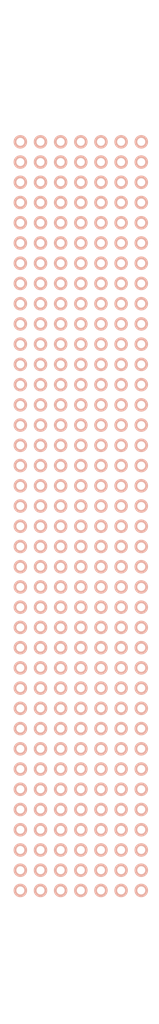
<source format=kicad_pcb>
(kicad_pcb (version 4) (generator "gerbview") (generator_version "8.0")
  (layers (0 F.Cu signal) (31 B.Cu signal) (34 B.Paste user) (35 F.Paste user) (36 B.SilkS user) (37 F.SilkS user) (38 B.Mask user) (39 F.Mask user) (44 Edge.Cuts user))
  (gr_poly (pts (xy 43.26331 136.31409) (xy 43.34583 136.32633) (xy 43.42674 136.3466) (xy 43.50528 136.3747) (xy 43.58069 136.41037) (xy 43.65223 136.45325) (xy 43.71923 136.50294) (xy 43.78104 136.55896) (xy 43.83706 136.62077) (xy 43.88675 136.68777) (xy 43.92963 136.75931) (xy 43.9653 136.83472) (xy 43.9934 136.91326) (xy 44.01367 136.99417) (xy 44.02591 137.07669) (xy 44.03 137.16) (xy 44.02591 137.24331) (xy 44.01367 137.32583) (xy 43.9934 137.40674) (xy 43.9653 137.48528) (xy 43.92963 137.56069) (xy 43.88675 137.63223) (xy 43.83706 137.69923) (xy 43.78104 137.76104) (xy 43.71923 137.81706) (xy 43.65223 137.86675) (xy 43.58069 137.90963) (xy 43.50528 137.9453) (xy 43.42674 137.9734) (xy 43.34583 137.99367) (xy 43.26331 138.00591) (xy 43.18 138.01) (xy 43.09669 138.00591) (xy 43.01417 137.99367) (xy 42.93326 137.9734) (xy 42.85472 137.9453) (xy 42.77931 137.90963) (xy 42.70777 137.86675) (xy 42.64077 137.81706) (xy 42.57896 137.76104) (xy 42.52294 137.69923) (xy 42.47325 137.63223) (xy 42.43037 137.56069) (xy 42.3947 137.48528) (xy 42.3666 137.40674) (xy 42.34633 137.32583) (xy 42.33409 137.24331) (xy 42.33 137.16) (xy 42.33409 137.07669) (xy 42.34633 136.99417) (xy 42.3666 136.91326) (xy 42.3947 136.83472) (xy 42.43037 136.75931) (xy 42.47325 136.68777) (xy 42.52294 136.62077) (xy 42.57896 136.55896) (xy 42.64077 136.50294) (xy 42.70777 136.45325) (xy 42.77931 136.41037) (xy 42.85472 136.3747) (xy 42.93326 136.3466) (xy 43.01417 136.32633) (xy 43.09669 136.31409) (xy 43.18 136.31)) (layer F.SilkS) (width 0))
  (gr_poly (pts (xy 40.72331 136.31409) (xy 40.80583 136.32633) (xy 40.88674 136.3466) (xy 40.96528 136.3747) (xy 41.04069 136.41037) (xy 41.11223 136.45325) (xy 41.17923 136.50294) (xy 41.24104 136.55896) (xy 41.29706 136.62077) (xy 41.34675 136.68777) (xy 41.38963 136.75931) (xy 41.4253 136.83472) (xy 41.4534 136.91326) (xy 41.47367 136.99417) (xy 41.48591 137.07669) (xy 41.49 137.16) (xy 41.48591 137.24331) (xy 41.47367 137.32583) (xy 41.4534 137.40674) (xy 41.4253 137.48528) (xy 41.38963 137.56069) (xy 41.34675 137.63223) (xy 41.29706 137.69923) (xy 41.24104 137.76104) (xy 41.17923 137.81706) (xy 41.11223 137.86675) (xy 41.04069 137.90963) (xy 40.96528 137.9453) (xy 40.88674 137.9734) (xy 40.80583 137.99367) (xy 40.72331 138.00591) (xy 40.64 138.01) (xy 40.55669 138.00591) (xy 40.47417 137.99367) (xy 40.39326 137.9734) (xy 40.31472 137.9453) (xy 40.23931 137.90963) (xy 40.16777 137.86675) (xy 40.10077 137.81706) (xy 40.03896 137.76104) (xy 39.98294 137.69923) (xy 39.93325 137.63223) (xy 39.89037 137.56069) (xy 39.8547 137.48528) (xy 39.8266 137.40674) (xy 39.80633 137.32583) (xy 39.79409 137.24331) (xy 39.79 137.16) (xy 39.79409 137.07669) (xy 39.80633 136.99417) (xy 39.8266 136.91326) (xy 39.8547 136.83472) (xy 39.89037 136.75931) (xy 39.93325 136.68777) (xy 39.98294 136.62077) (xy 40.03896 136.55896) (xy 40.10077 136.50294) (xy 40.16777 136.45325) (xy 40.23931 136.41037) (xy 40.31472 136.3747) (xy 40.39326 136.3466) (xy 40.47417 136.32633) (xy 40.55669 136.31409) (xy 40.64 136.31)) (layer F.SilkS) (width 0))
  (gr_poly (pts (xy 38.18331 136.31409) (xy 38.26583 136.32633) (xy 38.34674 136.3466) (xy 38.42528 136.3747) (xy 38.50069 136.41037) (xy 38.57223 136.45325) (xy 38.63923 136.50294) (xy 38.70104 136.55896) (xy 38.75706 136.62077) (xy 38.80675 136.68777) (xy 38.84963 136.75931) (xy 38.8853 136.83472) (xy 38.9134 136.91326) (xy 38.93367 136.99417) (xy 38.94591 137.07669) (xy 38.95 137.16) (xy 38.94591 137.24331) (xy 38.93367 137.32583) (xy 38.9134 137.40674) (xy 38.8853 137.48528) (xy 38.84963 137.56069) (xy 38.80675 137.63223) (xy 38.75706 137.69923) (xy 38.70104 137.76104) (xy 38.63923 137.81706) (xy 38.57223 137.86675) (xy 38.50069 137.90963) (xy 38.42528 137.9453) (xy 38.34674 137.9734) (xy 38.26583 137.99367) (xy 38.18331 138.00591) (xy 38.1 138.01) (xy 38.01669 138.00591) (xy 37.93417 137.99367) (xy 37.85326 137.9734) (xy 37.77472 137.9453) (xy 37.69931 137.90963) (xy 37.62777 137.86675) (xy 37.56077 137.81706) (xy 37.49896 137.76104) (xy 37.44294 137.69923) (xy 37.39325 137.63223) (xy 37.35037 137.56069) (xy 37.3147 137.48528) (xy 37.2866 137.40674) (xy 37.26633 137.32583) (xy 37.25409 137.24331) (xy 37.25 137.16) (xy 37.25409 137.07669) (xy 37.26633 136.99417) (xy 37.2866 136.91326) (xy 37.3147 136.83472) (xy 37.35037 136.75931) (xy 37.39325 136.68777) (xy 37.44294 136.62077) (xy 37.49896 136.55896) (xy 37.56077 136.50294) (xy 37.62777 136.45325) (xy 37.69931 136.41037) (xy 37.77472 136.3747) (xy 37.85326 136.3466) (xy 37.93417 136.32633) (xy 38.01669 136.31409) (xy 38.1 136.31)) (layer F.SilkS) (width 0))
  (gr_poly (pts (xy 35.64331 136.31409) (xy 35.72583 136.32633) (xy 35.80674 136.3466) (xy 35.88528 136.3747) (xy 35.96069 136.41037) (xy 36.03223 136.45325) (xy 36.09923 136.50294) (xy 36.16104 136.55896) (xy 36.21706 136.62077) (xy 36.26675 136.68777) (xy 36.30963 136.75931) (xy 36.3453 136.83472) (xy 36.3734 136.91326) (xy 36.39367 136.99417) (xy 36.40591 137.07669) (xy 36.41 137.16) (xy 36.40591 137.24331) (xy 36.39367 137.32583) (xy 36.3734 137.40674) (xy 36.3453 137.48528) (xy 36.30963 137.56069) (xy 36.26675 137.63223) (xy 36.21706 137.69923) (xy 36.16104 137.76104) (xy 36.09923 137.81706) (xy 36.03223 137.86675) (xy 35.96069 137.90963) (xy 35.88528 137.9453) (xy 35.80674 137.9734) (xy 35.72583 137.99367) (xy 35.64331 138.00591) (xy 35.56 138.01) (xy 35.47669 138.00591) (xy 35.39417 137.99367) (xy 35.31326 137.9734) (xy 35.23472 137.9453) (xy 35.15931 137.90963) (xy 35.08777 137.86675) (xy 35.02077 137.81706) (xy 34.95896 137.76104) (xy 34.90294 137.69923) (xy 34.85325 137.63223) (xy 34.81037 137.56069) (xy 34.7747 137.48528) (xy 34.7466 137.40674) (xy 34.72633 137.32583) (xy 34.71409 137.24331) (xy 34.71 137.16) (xy 34.71409 137.07669) (xy 34.72633 136.99417) (xy 34.7466 136.91326) (xy 34.7747 136.83472) (xy 34.81037 136.75931) (xy 34.85325 136.68777) (xy 34.90294 136.62077) (xy 34.95896 136.55896) (xy 35.02077 136.50294) (xy 35.08777 136.45325) (xy 35.15931 136.41037) (xy 35.23472 136.3747) (xy 35.31326 136.3466) (xy 35.39417 136.32633) (xy 35.47669 136.31409) (xy 35.56 136.31)) (layer F.SilkS) (width 0))
  (gr_poly (pts (xy 33.10331 136.31409) (xy 33.18583 136.32633) (xy 33.26674 136.3466) (xy 33.34528 136.3747) (xy 33.42069 136.41037) (xy 33.49223 136.45325) (xy 33.55923 136.50294) (xy 33.62104 136.55896) (xy 33.67706 136.62077) (xy 33.72675 136.68777) (xy 33.76963 136.75931) (xy 33.8053 136.83472) (xy 33.8334 136.91326) (xy 33.85367 136.99417) (xy 33.86591 137.07669) (xy 33.87 137.16) (xy 33.86591 137.24331) (xy 33.85367 137.32583) (xy 33.8334 137.40674) (xy 33.8053 137.48528) (xy 33.76963 137.56069) (xy 33.72675 137.63223) (xy 33.67706 137.69923) (xy 33.62104 137.76104) (xy 33.55923 137.81706) (xy 33.49223 137.86675) (xy 33.42069 137.90963) (xy 33.34528 137.9453) (xy 33.26674 137.9734) (xy 33.18583 137.99367) (xy 33.10331 138.00591) (xy 33.02 138.01) (xy 32.93669 138.00591) (xy 32.85417 137.99367) (xy 32.77326 137.9734) (xy 32.69472 137.9453) (xy 32.61931 137.90963) (xy 32.54777 137.86675) (xy 32.48077 137.81706) (xy 32.41896 137.76104) (xy 32.36294 137.69923) (xy 32.31325 137.63223) (xy 32.27037 137.56069) (xy 32.2347 137.48528) (xy 32.2066 137.40674) (xy 32.18633 137.32583) (xy 32.17409 137.24331) (xy 32.17 137.16) (xy 32.17409 137.07669) (xy 32.18633 136.99417) (xy 32.2066 136.91326) (xy 32.2347 136.83472) (xy 32.27037 136.75931) (xy 32.31325 136.68777) (xy 32.36294 136.62077) (xy 32.41896 136.55896) (xy 32.48077 136.50294) (xy 32.54777 136.45325) (xy 32.61931 136.41037) (xy 32.69472 136.3747) (xy 32.77326 136.3466) (xy 32.85417 136.32633) (xy 32.93669 136.31409) (xy 33.02 136.31)) (layer F.SilkS) (width 0))
  (gr_poly (pts (xy 30.56331 136.31409) (xy 30.64583 136.32633) (xy 30.72674 136.3466) (xy 30.80528 136.3747) (xy 30.88069 136.41037) (xy 30.95223 136.45325) (xy 31.01923 136.50294) (xy 31.08104 136.55896) (xy 31.13706 136.62077) (xy 31.18675 136.68777) (xy 31.22963 136.75931) (xy 31.2653 136.83472) (xy 31.2934 136.91326) (xy 31.31367 136.99417) (xy 31.32591 137.07669) (xy 31.33 137.16) (xy 31.32591 137.24331) (xy 31.31367 137.32583) (xy 31.2934 137.40674) (xy 31.2653 137.48528) (xy 31.22963 137.56069) (xy 31.18675 137.63223) (xy 31.13706 137.69923) (xy 31.08104 137.76104) (xy 31.01923 137.81706) (xy 30.95223 137.86675) (xy 30.88069 137.90963) (xy 30.80528 137.9453) (xy 30.72674 137.9734) (xy 30.64583 137.99367) (xy 30.56331 138.00591) (xy 30.48 138.01) (xy 30.39669 138.00591) (xy 30.31417 137.99367) (xy 30.23326 137.9734) (xy 30.15472 137.9453) (xy 30.07931 137.90963) (xy 30.00777 137.86675) (xy 29.94077 137.81706) (xy 29.87896 137.76104) (xy 29.82294 137.69923) (xy 29.77325 137.63223) (xy 29.73037 137.56069) (xy 29.6947 137.48528) (xy 29.6666 137.40674) (xy 29.64633 137.32583) (xy 29.63409 137.24331) (xy 29.63 137.16) (xy 29.63409 137.07669) (xy 29.64633 136.99417) (xy 29.6666 136.91326) (xy 29.6947 136.83472) (xy 29.73037 136.75931) (xy 29.77325 136.68777) (xy 29.82294 136.62077) (xy 29.87896 136.55896) (xy 29.94077 136.50294) (xy 30.00777 136.45325) (xy 30.07931 136.41037) (xy 30.15472 136.3747) (xy 30.23326 136.3466) (xy 30.31417 136.32633) (xy 30.39669 136.31409) (xy 30.48 136.31)) (layer F.SilkS) (width 0))
  (gr_poly (pts (xy 28.02331 136.31409) (xy 28.10583 136.32633) (xy 28.18674 136.3466) (xy 28.26528 136.3747) (xy 28.34069 136.41037) (xy 28.41223 136.45325) (xy 28.47923 136.50294) (xy 28.54104 136.55896) (xy 28.59706 136.62077) (xy 28.64675 136.68777) (xy 28.68963 136.75931) (xy 28.7253 136.83472) (xy 28.7534 136.91326) (xy 28.77367 136.99417) (xy 28.78591 137.07669) (xy 28.79 137.16) (xy 28.78591 137.24331) (xy 28.77367 137.32583) (xy 28.7534 137.40674) (xy 28.7253 137.48528) (xy 28.68963 137.56069) (xy 28.64675 137.63223) (xy 28.59706 137.69923) (xy 28.54104 137.76104) (xy 28.47923 137.81706) (xy 28.41223 137.86675) (xy 28.34069 137.90963) (xy 28.26528 137.9453) (xy 28.18674 137.9734) (xy 28.10583 137.99367) (xy 28.02331 138.00591) (xy 27.94 138.01) (xy 27.85669 138.00591) (xy 27.77417 137.99367) (xy 27.69326 137.9734) (xy 27.61472 137.9453) (xy 27.53931 137.90963) (xy 27.46777 137.86675) (xy 27.40077 137.81706) (xy 27.33896 137.76104) (xy 27.28294 137.69923) (xy 27.23325 137.63223) (xy 27.19037 137.56069) (xy 27.1547 137.48528) (xy 27.1266 137.40674) (xy 27.10633 137.32583) (xy 27.09409 137.24331) (xy 27.09 137.16) (xy 27.09409 137.07669) (xy 27.10633 136.99417) (xy 27.1266 136.91326) (xy 27.1547 136.83472) (xy 27.19037 136.75931) (xy 27.23325 136.68777) (xy 27.28294 136.62077) (xy 27.33896 136.55896) (xy 27.40077 136.50294) (xy 27.46777 136.45325) (xy 27.53931 136.41037) (xy 27.61472 136.3747) (xy 27.69326 136.3466) (xy 27.77417 136.32633) (xy 27.85669 136.31409) (xy 27.94 136.31)) (layer F.SilkS) (width 0))
  (gr_poly (pts (xy 43.26331 133.77409) (xy 43.34583 133.78633) (xy 43.42674 133.8066) (xy 43.50528 133.8347) (xy 43.58069 133.87037) (xy 43.65223 133.91325) (xy 43.71923 133.96294) (xy 43.78104 134.01896) (xy 43.83706 134.08077) (xy 43.88675 134.14777) (xy 43.92963 134.21931) (xy 43.9653 134.29472) (xy 43.9934 134.37326) (xy 44.01367 134.45417) (xy 44.02591 134.53669) (xy 44.03 134.62) (xy 44.02591 134.70331) (xy 44.01367 134.78583) (xy 43.9934 134.86674) (xy 43.9653 134.94528) (xy 43.92963 135.02069) (xy 43.88675 135.09223) (xy 43.83706 135.15923) (xy 43.78104 135.22104) (xy 43.71923 135.27706) (xy 43.65223 135.32675) (xy 43.58069 135.36963) (xy 43.50528 135.4053) (xy 43.42674 135.4334) (xy 43.34583 135.45367) (xy 43.26331 135.46591) (xy 43.18 135.47) (xy 43.09669 135.46591) (xy 43.01417 135.45367) (xy 42.93326 135.4334) (xy 42.85472 135.4053) (xy 42.77931 135.36963) (xy 42.70777 135.32675) (xy 42.64077 135.27706) (xy 42.57896 135.22104) (xy 42.52294 135.15923) (xy 42.47325 135.09223) (xy 42.43037 135.02069) (xy 42.3947 134.94528) (xy 42.3666 134.86674) (xy 42.34633 134.78583) (xy 42.33409 134.70331) (xy 42.33 134.62) (xy 42.33409 134.53669) (xy 42.34633 134.45417) (xy 42.3666 134.37326) (xy 42.3947 134.29472) (xy 42.43037 134.21931) (xy 42.47325 134.14777) (xy 42.52294 134.08077) (xy 42.57896 134.01896) (xy 42.64077 133.96294) (xy 42.70777 133.91325) (xy 42.77931 133.87037) (xy 42.85472 133.8347) (xy 42.93326 133.8066) (xy 43.01417 133.78633) (xy 43.09669 133.77409) (xy 43.18 133.77)) (layer F.SilkS) (width 0))
  (gr_poly (pts (xy 40.72331 133.77409) (xy 40.80583 133.78633) (xy 40.88674 133.8066) (xy 40.96528 133.8347) (xy 41.04069 133.87037) (xy 41.11223 133.91325) (xy 41.17923 133.96294) (xy 41.24104 134.01896) (xy 41.29706 134.08077) (xy 41.34675 134.14777) (xy 41.38963 134.21931) (xy 41.4253 134.29472) (xy 41.4534 134.37326) (xy 41.47367 134.45417) (xy 41.48591 134.53669) (xy 41.49 134.62) (xy 41.48591 134.70331) (xy 41.47367 134.78583) (xy 41.4534 134.86674) (xy 41.4253 134.94528) (xy 41.38963 135.02069) (xy 41.34675 135.09223) (xy 41.29706 135.15923) (xy 41.24104 135.22104) (xy 41.17923 135.27706) (xy 41.11223 135.32675) (xy 41.04069 135.36963) (xy 40.96528 135.4053) (xy 40.88674 135.4334) (xy 40.80583 135.45367) (xy 40.72331 135.46591) (xy 40.64 135.47) (xy 40.55669 135.46591) (xy 40.47417 135.45367) (xy 40.39326 135.4334) (xy 40.31472 135.4053) (xy 40.23931 135.36963) (xy 40.16777 135.32675) (xy 40.10077 135.27706) (xy 40.03896 135.22104) (xy 39.98294 135.15923) (xy 39.93325 135.09223) (xy 39.89037 135.02069) (xy 39.8547 134.94528) (xy 39.8266 134.86674) (xy 39.80633 134.78583) (xy 39.79409 134.70331) (xy 39.79 134.62) (xy 39.79409 134.53669) (xy 39.80633 134.45417) (xy 39.8266 134.37326) (xy 39.8547 134.29472) (xy 39.89037 134.21931) (xy 39.93325 134.14777) (xy 39.98294 134.08077) (xy 40.03896 134.01896) (xy 40.10077 133.96294) (xy 40.16777 133.91325) (xy 40.23931 133.87037) (xy 40.31472 133.8347) (xy 40.39326 133.8066) (xy 40.47417 133.78633) (xy 40.55669 133.77409) (xy 40.64 133.77)) (layer F.SilkS) (width 0))
  (gr_poly (pts (xy 38.18331 133.77409) (xy 38.26583 133.78633) (xy 38.34674 133.8066) (xy 38.42528 133.8347) (xy 38.50069 133.87037) (xy 38.57223 133.91325) (xy 38.63923 133.96294) (xy 38.70104 134.01896) (xy 38.75706 134.08077) (xy 38.80675 134.14777) (xy 38.84963 134.21931) (xy 38.8853 134.29472) (xy 38.9134 134.37326) (xy 38.93367 134.45417) (xy 38.94591 134.53669) (xy 38.95 134.62) (xy 38.94591 134.70331) (xy 38.93367 134.78583) (xy 38.9134 134.86674) (xy 38.8853 134.94528) (xy 38.84963 135.02069) (xy 38.80675 135.09223) (xy 38.75706 135.15923) (xy 38.70104 135.22104) (xy 38.63923 135.27706) (xy 38.57223 135.32675) (xy 38.50069 135.36963) (xy 38.42528 135.4053) (xy 38.34674 135.4334) (xy 38.26583 135.45367) (xy 38.18331 135.46591) (xy 38.1 135.47) (xy 38.01669 135.46591) (xy 37.93417 135.45367) (xy 37.85326 135.4334) (xy 37.77472 135.4053) (xy 37.69931 135.36963) (xy 37.62777 135.32675) (xy 37.56077 135.27706) (xy 37.49896 135.22104) (xy 37.44294 135.15923) (xy 37.39325 135.09223) (xy 37.35037 135.02069) (xy 37.3147 134.94528) (xy 37.2866 134.86674) (xy 37.26633 134.78583) (xy 37.25409 134.70331) (xy 37.25 134.62) (xy 37.25409 134.53669) (xy 37.26633 134.45417) (xy 37.2866 134.37326) (xy 37.3147 134.29472) (xy 37.35037 134.21931) (xy 37.39325 134.14777) (xy 37.44294 134.08077) (xy 37.49896 134.01896) (xy 37.56077 133.96294) (xy 37.62777 133.91325) (xy 37.69931 133.87037) (xy 37.77472 133.8347) (xy 37.85326 133.8066) (xy 37.93417 133.78633) (xy 38.01669 133.77409) (xy 38.1 133.77)) (layer F.SilkS) (width 0))
  (gr_poly (pts (xy 35.64331 133.77409) (xy 35.72583 133.78633) (xy 35.80674 133.8066) (xy 35.88528 133.8347) (xy 35.96069 133.87037) (xy 36.03223 133.91325) (xy 36.09923 133.96294) (xy 36.16104 134.01896) (xy 36.21706 134.08077) (xy 36.26675 134.14777) (xy 36.30963 134.21931) (xy 36.3453 134.29472) (xy 36.3734 134.37326) (xy 36.39367 134.45417) (xy 36.40591 134.53669) (xy 36.41 134.62) (xy 36.40591 134.70331) (xy 36.39367 134.78583) (xy 36.3734 134.86674) (xy 36.3453 134.94528) (xy 36.30963 135.02069) (xy 36.26675 135.09223) (xy 36.21706 135.15923) (xy 36.16104 135.22104) (xy 36.09923 135.27706) (xy 36.03223 135.32675) (xy 35.96069 135.36963) (xy 35.88528 135.4053) (xy 35.80674 135.4334) (xy 35.72583 135.45367) (xy 35.64331 135.46591) (xy 35.56 135.47) (xy 35.47669 135.46591) (xy 35.39417 135.45367) (xy 35.31326 135.4334) (xy 35.23472 135.4053) (xy 35.15931 135.36963) (xy 35.08777 135.32675) (xy 35.02077 135.27706) (xy 34.95896 135.22104) (xy 34.90294 135.15923) (xy 34.85325 135.09223) (xy 34.81037 135.02069) (xy 34.7747 134.94528) (xy 34.7466 134.86674) (xy 34.72633 134.78583) (xy 34.71409 134.70331) (xy 34.71 134.62) (xy 34.71409 134.53669) (xy 34.72633 134.45417) (xy 34.7466 134.37326) (xy 34.7747 134.29472) (xy 34.81037 134.21931) (xy 34.85325 134.14777) (xy 34.90294 134.08077) (xy 34.95896 134.01896) (xy 35.02077 133.96294) (xy 35.08777 133.91325) (xy 35.15931 133.87037) (xy 35.23472 133.8347) (xy 35.31326 133.8066) (xy 35.39417 133.78633) (xy 35.47669 133.77409) (xy 35.56 133.77)) (layer F.SilkS) (width 0))
  (gr_poly (pts (xy 33.10331 133.77409) (xy 33.18583 133.78633) (xy 33.26674 133.8066) (xy 33.34528 133.8347) (xy 33.42069 133.87037) (xy 33.49223 133.91325) (xy 33.55923 133.96294) (xy 33.62104 134.01896) (xy 33.67706 134.08077) (xy 33.72675 134.14777) (xy 33.76963 134.21931) (xy 33.8053 134.29472) (xy 33.8334 134.37326) (xy 33.85367 134.45417) (xy 33.86591 134.53669) (xy 33.87 134.62) (xy 33.86591 134.70331) (xy 33.85367 134.78583) (xy 33.8334 134.86674) (xy 33.8053 134.94528) (xy 33.76963 135.02069) (xy 33.72675 135.09223) (xy 33.67706 135.15923) (xy 33.62104 135.22104) (xy 33.55923 135.27706) (xy 33.49223 135.32675) (xy 33.42069 135.36963) (xy 33.34528 135.4053) (xy 33.26674 135.4334) (xy 33.18583 135.45367) (xy 33.10331 135.46591) (xy 33.02 135.47) (xy 32.93669 135.46591) (xy 32.85417 135.45367) (xy 32.77326 135.4334) (xy 32.69472 135.4053) (xy 32.61931 135.36963) (xy 32.54777 135.32675) (xy 32.48077 135.27706) (xy 32.41896 135.22104) (xy 32.36294 135.15923) (xy 32.31325 135.09223) (xy 32.27037 135.02069) (xy 32.2347 134.94528) (xy 32.2066 134.86674) (xy 32.18633 134.78583) (xy 32.17409 134.70331) (xy 32.17 134.62) (xy 32.17409 134.53669) (xy 32.18633 134.45417) (xy 32.2066 134.37326) (xy 32.2347 134.29472) (xy 32.27037 134.21931) (xy 32.31325 134.14777) (xy 32.36294 134.08077) (xy 32.41896 134.01896) (xy 32.48077 133.96294) (xy 32.54777 133.91325) (xy 32.61931 133.87037) (xy 32.69472 133.8347) (xy 32.77326 133.8066) (xy 32.85417 133.78633) (xy 32.93669 133.77409) (xy 33.02 133.77)) (layer F.SilkS) (width 0))
  (gr_poly (pts (xy 30.56331 133.77409) (xy 30.64583 133.78633) (xy 30.72674 133.8066) (xy 30.80528 133.8347) (xy 30.88069 133.87037) (xy 30.95223 133.91325) (xy 31.01923 133.96294) (xy 31.08104 134.01896) (xy 31.13706 134.08077) (xy 31.18675 134.14777) (xy 31.22963 134.21931) (xy 31.2653 134.29472) (xy 31.2934 134.37326) (xy 31.31367 134.45417) (xy 31.32591 134.53669) (xy 31.33 134.62) (xy 31.32591 134.70331) (xy 31.31367 134.78583) (xy 31.2934 134.86674) (xy 31.2653 134.94528) (xy 31.22963 135.02069) (xy 31.18675 135.09223) (xy 31.13706 135.15923) (xy 31.08104 135.22104) (xy 31.01923 135.27706) (xy 30.95223 135.32675) (xy 30.88069 135.36963) (xy 30.80528 135.4053) (xy 30.72674 135.4334) (xy 30.64583 135.45367) (xy 30.56331 135.46591) (xy 30.48 135.47) (xy 30.39669 135.46591) (xy 30.31417 135.45367) (xy 30.23326 135.4334) (xy 30.15472 135.4053) (xy 30.07931 135.36963) (xy 30.00777 135.32675) (xy 29.94077 135.27706) (xy 29.87896 135.22104) (xy 29.82294 135.15923) (xy 29.77325 135.09223) (xy 29.73037 135.02069) (xy 29.6947 134.94528) (xy 29.6666 134.86674) (xy 29.64633 134.78583) (xy 29.63409 134.70331) (xy 29.63 134.62) (xy 29.63409 134.53669) (xy 29.64633 134.45417) (xy 29.6666 134.37326) (xy 29.6947 134.29472) (xy 29.73037 134.21931) (xy 29.77325 134.14777) (xy 29.82294 134.08077) (xy 29.87896 134.01896) (xy 29.94077 133.96294) (xy 30.00777 133.91325) (xy 30.07931 133.87037) (xy 30.15472 133.8347) (xy 30.23326 133.8066) (xy 30.31417 133.78633) (xy 30.39669 133.77409) (xy 30.48 133.77)) (layer F.SilkS) (width 0))
  (gr_poly (pts (xy 28.02331 133.77409) (xy 28.10583 133.78633) (xy 28.18674 133.8066) (xy 28.26528 133.8347) (xy 28.34069 133.87037) (xy 28.41223 133.91325) (xy 28.47923 133.96294) (xy 28.54104 134.01896) (xy 28.59706 134.08077) (xy 28.64675 134.14777) (xy 28.68963 134.21931) (xy 28.7253 134.29472) (xy 28.7534 134.37326) (xy 28.77367 134.45417) (xy 28.78591 134.53669) (xy 28.79 134.62) (xy 28.78591 134.70331) (xy 28.77367 134.78583) (xy 28.7534 134.86674) (xy 28.7253 134.94528) (xy 28.68963 135.02069) (xy 28.64675 135.09223) (xy 28.59706 135.15923) (xy 28.54104 135.22104) (xy 28.47923 135.27706) (xy 28.41223 135.32675) (xy 28.34069 135.36963) (xy 28.26528 135.4053) (xy 28.18674 135.4334) (xy 28.10583 135.45367) (xy 28.02331 135.46591) (xy 27.94 135.47) (xy 27.85669 135.46591) (xy 27.77417 135.45367) (xy 27.69326 135.4334) (xy 27.61472 135.4053) (xy 27.53931 135.36963) (xy 27.46777 135.32675) (xy 27.40077 135.27706) (xy 27.33896 135.22104) (xy 27.28294 135.15923) (xy 27.23325 135.09223) (xy 27.19037 135.02069) (xy 27.1547 134.94528) (xy 27.1266 134.86674) (xy 27.10633 134.78583) (xy 27.09409 134.70331) (xy 27.09 134.62) (xy 27.09409 134.53669) (xy 27.10633 134.45417) (xy 27.1266 134.37326) (xy 27.1547 134.29472) (xy 27.19037 134.21931) (xy 27.23325 134.14777) (xy 27.28294 134.08077) (xy 27.33896 134.01896) (xy 27.40077 133.96294) (xy 27.46777 133.91325) (xy 27.53931 133.87037) (xy 27.61472 133.8347) (xy 27.69326 133.8066) (xy 27.77417 133.78633) (xy 27.85669 133.77409) (xy 27.94 133.77)) (layer F.SilkS) (width 0))
  (gr_poly (pts (xy 43.26331 131.23409) (xy 43.34583 131.24633) (xy 43.42674 131.2666) (xy 43.50528 131.2947) (xy 43.58069 131.33037) (xy 43.65223 131.37325) (xy 43.71923 131.42294) (xy 43.78104 131.47896) (xy 43.83706 131.54077) (xy 43.88675 131.60777) (xy 43.92963 131.67931) (xy 43.9653 131.75472) (xy 43.9934 131.83326) (xy 44.01367 131.91417) (xy 44.02591 131.99669) (xy 44.03 132.08) (xy 44.02591 132.16331) (xy 44.01367 132.24583) (xy 43.9934 132.32674) (xy 43.9653 132.40528) (xy 43.92963 132.48069) (xy 43.88675 132.55223) (xy 43.83706 132.61923) (xy 43.78104 132.68104) (xy 43.71923 132.73706) (xy 43.65223 132.78675) (xy 43.58069 132.82963) (xy 43.50528 132.8653) (xy 43.42674 132.8934) (xy 43.34583 132.91367) (xy 43.26331 132.92591) (xy 43.18 132.93) (xy 43.09669 132.92591) (xy 43.01417 132.91367) (xy 42.93326 132.8934) (xy 42.85472 132.8653) (xy 42.77931 132.82963) (xy 42.70777 132.78675) (xy 42.64077 132.73706) (xy 42.57896 132.68104) (xy 42.52294 132.61923) (xy 42.47325 132.55223) (xy 42.43037 132.48069) (xy 42.3947 132.40528) (xy 42.3666 132.32674) (xy 42.34633 132.24583) (xy 42.33409 132.16331) (xy 42.33 132.08) (xy 42.33409 131.99669) (xy 42.34633 131.91417) (xy 42.3666 131.83326) (xy 42.3947 131.75472) (xy 42.43037 131.67931) (xy 42.47325 131.60777) (xy 42.52294 131.54077) (xy 42.57896 131.47896) (xy 42.64077 131.42294) (xy 42.70777 131.37325) (xy 42.77931 131.33037) (xy 42.85472 131.2947) (xy 42.93326 131.2666) (xy 43.01417 131.24633) (xy 43.09669 131.23409) (xy 43.18 131.23)) (layer F.SilkS) (width 0))
  (gr_poly (pts (xy 40.72331 131.23409) (xy 40.80583 131.24633) (xy 40.88674 131.2666) (xy 40.96528 131.2947) (xy 41.04069 131.33037) (xy 41.11223 131.37325) (xy 41.17923 131.42294) (xy 41.24104 131.47896) (xy 41.29706 131.54077) (xy 41.34675 131.60777) (xy 41.38963 131.67931) (xy 41.4253 131.75472) (xy 41.4534 131.83326) (xy 41.47367 131.91417) (xy 41.48591 131.99669) (xy 41.49 132.08) (xy 41.48591 132.16331) (xy 41.47367 132.24583) (xy 41.4534 132.32674) (xy 41.4253 132.40528) (xy 41.38963 132.48069) (xy 41.34675 132.55223) (xy 41.29706 132.61923) (xy 41.24104 132.68104) (xy 41.17923 132.73706) (xy 41.11223 132.78675) (xy 41.04069 132.82963) (xy 40.96528 132.8653) (xy 40.88674 132.8934) (xy 40.80583 132.91367) (xy 40.72331 132.92591) (xy 40.64 132.93) (xy 40.55669 132.92591) (xy 40.47417 132.91367) (xy 40.39326 132.8934) (xy 40.31472 132.8653) (xy 40.23931 132.82963) (xy 40.16777 132.78675) (xy 40.10077 132.73706) (xy 40.03896 132.68104) (xy 39.98294 132.61923) (xy 39.93325 132.55223) (xy 39.89037 132.48069) (xy 39.8547 132.40528) (xy 39.8266 132.32674) (xy 39.80633 132.24583) (xy 39.79409 132.16331) (xy 39.79 132.08) (xy 39.79409 131.99669) (xy 39.80633 131.91417) (xy 39.8266 131.83326) (xy 39.8547 131.75472) (xy 39.89037 131.67931) (xy 39.93325 131.60777) (xy 39.98294 131.54077) (xy 40.03896 131.47896) (xy 40.10077 131.42294) (xy 40.16777 131.37325) (xy 40.23931 131.33037) (xy 40.31472 131.2947) (xy 40.39326 131.2666) (xy 40.47417 131.24633) (xy 40.55669 131.23409) (xy 40.64 131.23)) (layer F.SilkS) (width 0))
  (gr_poly (pts (xy 38.18331 131.23409) (xy 38.26583 131.24633) (xy 38.34674 131.2666) (xy 38.42528 131.2947) (xy 38.50069 131.33037) (xy 38.57223 131.37325) (xy 38.63923 131.42294) (xy 38.70104 131.47896) (xy 38.75706 131.54077) (xy 38.80675 131.60777) (xy 38.84963 131.67931) (xy 38.8853 131.75472) (xy 38.9134 131.83326) (xy 38.93367 131.91417) (xy 38.94591 131.99669) (xy 38.95 132.08) (xy 38.94591 132.16331) (xy 38.93367 132.24583) (xy 38.9134 132.32674) (xy 38.8853 132.40528) (xy 38.84963 132.48069) (xy 38.80675 132.55223) (xy 38.75706 132.61923) (xy 38.70104 132.68104) (xy 38.63923 132.73706) (xy 38.57223 132.78675) (xy 38.50069 132.82963) (xy 38.42528 132.8653) (xy 38.34674 132.8934) (xy 38.26583 132.91367) (xy 38.18331 132.92591) (xy 38.1 132.93) (xy 38.01669 132.92591) (xy 37.93417 132.91367) (xy 37.85326 132.8934) (xy 37.77472 132.8653) (xy 37.69931 132.82963) (xy 37.62777 132.78675) (xy 37.56077 132.73706) (xy 37.49896 132.68104) (xy 37.44294 132.61923) (xy 37.39325 132.55223) (xy 37.35037 132.48069) (xy 37.3147 132.40528) (xy 37.2866 132.32674) (xy 37.26633 132.24583) (xy 37.25409 132.16331) (xy 37.25 132.08) (xy 37.25409 131.99669) (xy 37.26633 131.91417) (xy 37.2866 131.83326) (xy 37.3147 131.75472) (xy 37.35037 131.67931) (xy 37.39325 131.60777) (xy 37.44294 131.54077) (xy 37.49896 131.47896) (xy 37.56077 131.42294) (xy 37.62777 131.37325) (xy 37.69931 131.33037) (xy 37.77472 131.2947) (xy 37.85326 131.2666) (xy 37.93417 131.24633) (xy 38.01669 131.23409) (xy 38.1 131.23)) (layer F.SilkS) (width 0))
  (gr_poly (pts (xy 35.64331 131.23409) (xy 35.72583 131.24633) (xy 35.80674 131.2666) (xy 35.88528 131.2947) (xy 35.96069 131.33037) (xy 36.03223 131.37325) (xy 36.09923 131.42294) (xy 36.16104 131.47896) (xy 36.21706 131.54077) (xy 36.26675 131.60777) (xy 36.30963 131.67931) (xy 36.3453 131.75472) (xy 36.3734 131.83326) (xy 36.39367 131.91417) (xy 36.40591 131.99669) (xy 36.41 132.08) (xy 36.40591 132.16331) (xy 36.39367 132.24583) (xy 36.3734 132.32674) (xy 36.3453 132.40528) (xy 36.30963 132.48069) (xy 36.26675 132.55223) (xy 36.21706 132.61923) (xy 36.16104 132.68104) (xy 36.09923 132.73706) (xy 36.03223 132.78675) (xy 35.96069 132.82963) (xy 35.88528 132.8653) (xy 35.80674 132.8934) (xy 35.72583 132.91367) (xy 35.64331 132.92591) (xy 35.56 132.93) (xy 35.47669 132.92591) (xy 35.39417 132.91367) (xy 35.31326 132.8934) (xy 35.23472 132.8653) (xy 35.15931 132.82963) (xy 35.08777 132.78675) (xy 35.02077 132.73706) (xy 34.95896 132.68104) (xy 34.90294 132.61923) (xy 34.85325 132.55223) (xy 34.81037 132.48069) (xy 34.7747 132.40528) (xy 34.7466 132.32674) (xy 34.72633 132.24583) (xy 34.71409 132.16331) (xy 34.71 132.08) (xy 34.71409 131.99669) (xy 34.72633 131.91417) (xy 34.7466 131.83326) (xy 34.7747 131.75472) (xy 34.81037 131.67931) (xy 34.85325 131.60777) (xy 34.90294 131.54077) (xy 34.95896 131.47896) (xy 35.02077 131.42294) (xy 35.08777 131.37325) (xy 35.15931 131.33037) (xy 35.23472 131.2947) (xy 35.31326 131.2666) (xy 35.39417 131.24633) (xy 35.47669 131.23409) (xy 35.56 131.23)) (layer F.SilkS) (width 0))
  (gr_poly (pts (xy 33.10331 131.23409) (xy 33.18583 131.24633) (xy 33.26674 131.2666) (xy 33.34528 131.2947) (xy 33.42069 131.33037) (xy 33.49223 131.37325) (xy 33.55923 131.42294) (xy 33.62104 131.47896) (xy 33.67706 131.54077) (xy 33.72675 131.60777) (xy 33.76963 131.67931) (xy 33.8053 131.75472) (xy 33.8334 131.83326) (xy 33.85367 131.91417) (xy 33.86591 131.99669) (xy 33.87 132.08) (xy 33.86591 132.16331) (xy 33.85367 132.24583) (xy 33.8334 132.32674) (xy 33.8053 132.40528) (xy 33.76963 132.48069) (xy 33.72675 132.55223) (xy 33.67706 132.61923) (xy 33.62104 132.68104) (xy 33.55923 132.73706) (xy 33.49223 132.78675) (xy 33.42069 132.82963) (xy 33.34528 132.8653) (xy 33.26674 132.8934) (xy 33.18583 132.91367) (xy 33.10331 132.92591) (xy 33.02 132.93) (xy 32.93669 132.92591) (xy 32.85417 132.91367) (xy 32.77326 132.8934) (xy 32.69472 132.8653) (xy 32.61931 132.82963) (xy 32.54777 132.78675) (xy 32.48077 132.73706) (xy 32.41896 132.68104) (xy 32.36294 132.61923) (xy 32.31325 132.55223) (xy 32.27037 132.48069) (xy 32.2347 132.40528) (xy 32.2066 132.32674) (xy 32.18633 132.24583) (xy 32.17409 132.16331) (xy 32.17 132.08) (xy 32.17409 131.99669) (xy 32.18633 131.91417) (xy 32.2066 131.83326) (xy 32.2347 131.75472) (xy 32.27037 131.67931) (xy 32.31325 131.60777) (xy 32.36294 131.54077) (xy 32.41896 131.47896) (xy 32.48077 131.42294) (xy 32.54777 131.37325) (xy 32.61931 131.33037) (xy 32.69472 131.2947) (xy 32.77326 131.2666) (xy 32.85417 131.24633) (xy 32.93669 131.23409) (xy 33.02 131.23)) (layer F.SilkS) (width 0))
  (gr_poly (pts (xy 30.56331 131.23409) (xy 30.64583 131.24633) (xy 30.72674 131.2666) (xy 30.80528 131.2947) (xy 30.88069 131.33037) (xy 30.95223 131.37325) (xy 31.01923 131.42294) (xy 31.08104 131.47896) (xy 31.13706 131.54077) (xy 31.18675 131.60777) (xy 31.22963 131.67931) (xy 31.2653 131.75472) (xy 31.2934 131.83326) (xy 31.31367 131.91417) (xy 31.32591 131.99669) (xy 31.33 132.08) (xy 31.32591 132.16331) (xy 31.31367 132.24583) (xy 31.2934 132.32674) (xy 31.2653 132.40528) (xy 31.22963 132.48069) (xy 31.18675 132.55223) (xy 31.13706 132.61923) (xy 31.08104 132.68104) (xy 31.01923 132.73706) (xy 30.95223 132.78675) (xy 30.88069 132.82963) (xy 30.80528 132.8653) (xy 30.72674 132.8934) (xy 30.64583 132.91367) (xy 30.56331 132.92591) (xy 30.48 132.93) (xy 30.39669 132.92591) (xy 30.31417 132.91367) (xy 30.23326 132.8934) (xy 30.15472 132.8653) (xy 30.07931 132.82963) (xy 30.00777 132.78675) (xy 29.94077 132.73706) (xy 29.87896 132.68104) (xy 29.82294 132.61923) (xy 29.77325 132.55223) (xy 29.73037 132.48069) (xy 29.6947 132.40528) (xy 29.6666 132.32674) (xy 29.64633 132.24583) (xy 29.63409 132.16331) (xy 29.63 132.08) (xy 29.63409 131.99669) (xy 29.64633 131.91417) (xy 29.6666 131.83326) (xy 29.6947 131.75472) (xy 29.73037 131.67931) (xy 29.77325 131.60777) (xy 29.82294 131.54077) (xy 29.87896 131.47896) (xy 29.94077 131.42294) (xy 30.00777 131.37325) (xy 30.07931 131.33037) (xy 30.15472 131.2947) (xy 30.23326 131.2666) (xy 30.31417 131.24633) (xy 30.39669 131.23409) (xy 30.48 131.23)) (layer F.SilkS) (width 0))
  (gr_poly (pts (xy 28.02331 131.23409) (xy 28.10583 131.24633) (xy 28.18674 131.2666) (xy 28.26528 131.2947) (xy 28.34069 131.33037) (xy 28.41223 131.37325) (xy 28.47923 131.42294) (xy 28.54104 131.47896) (xy 28.59706 131.54077) (xy 28.64675 131.60777) (xy 28.68963 131.67931) (xy 28.7253 131.75472) (xy 28.7534 131.83326) (xy 28.77367 131.91417) (xy 28.78591 131.99669) (xy 28.79 132.08) (xy 28.78591 132.16331) (xy 28.77367 132.24583) (xy 28.7534 132.32674) (xy 28.7253 132.40528) (xy 28.68963 132.48069) (xy 28.64675 132.55223) (xy 28.59706 132.61923) (xy 28.54104 132.68104) (xy 28.47923 132.73706) (xy 28.41223 132.78675) (xy 28.34069 132.82963) (xy 28.26528 132.8653) (xy 28.18674 132.8934) (xy 28.10583 132.91367) (xy 28.02331 132.92591) (xy 27.94 132.93) (xy 27.85669 132.92591) (xy 27.77417 132.91367) (xy 27.69326 132.8934) (xy 27.61472 132.8653) (xy 27.53931 132.82963) (xy 27.46777 132.78675) (xy 27.40077 132.73706) (xy 27.33896 132.68104) (xy 27.28294 132.61923) (xy 27.23325 132.55223) (xy 27.19037 132.48069) (xy 27.1547 132.40528) (xy 27.1266 132.32674) (xy 27.10633 132.24583) (xy 27.09409 132.16331) (xy 27.09 132.08) (xy 27.09409 131.99669) (xy 27.10633 131.91417) (xy 27.1266 131.83326) (xy 27.1547 131.75472) (xy 27.19037 131.67931) (xy 27.23325 131.60777) (xy 27.28294 131.54077) (xy 27.33896 131.47896) (xy 27.40077 131.42294) (xy 27.46777 131.37325) (xy 27.53931 131.33037) (xy 27.61472 131.2947) (xy 27.69326 131.2666) (xy 27.77417 131.24633) (xy 27.85669 131.23409) (xy 27.94 131.23)) (layer F.SilkS) (width 0))
  (gr_poly (pts (xy 43.26331 128.69409) (xy 43.34583 128.70633) (xy 43.42674 128.7266) (xy 43.50528 128.7547) (xy 43.58069 128.79037) (xy 43.65223 128.83325) (xy 43.71923 128.88294) (xy 43.78104 128.93896) (xy 43.83706 129.00077) (xy 43.88675 129.06777) (xy 43.92963 129.13931) (xy 43.9653 129.21472) (xy 43.9934 129.29326) (xy 44.01367 129.37417) (xy 44.02591 129.45669) (xy 44.03 129.54) (xy 44.02591 129.62331) (xy 44.01367 129.70583) (xy 43.9934 129.78674) (xy 43.9653 129.86528) (xy 43.92963 129.94069) (xy 43.88675 130.01223) (xy 43.83706 130.07923) (xy 43.78104 130.14104) (xy 43.71923 130.19706) (xy 43.65223 130.24675) (xy 43.58069 130.28963) (xy 43.50528 130.3253) (xy 43.42674 130.3534) (xy 43.34583 130.37367) (xy 43.26331 130.38591) (xy 43.18 130.39) (xy 43.09669 130.38591) (xy 43.01417 130.37367) (xy 42.93326 130.3534) (xy 42.85472 130.3253) (xy 42.77931 130.28963) (xy 42.70777 130.24675) (xy 42.64077 130.19706) (xy 42.57896 130.14104) (xy 42.52294 130.07923) (xy 42.47325 130.01223) (xy 42.43037 129.94069) (xy 42.3947 129.86528) (xy 42.3666 129.78674) (xy 42.34633 129.70583) (xy 42.33409 129.62331) (xy 42.33 129.54) (xy 42.33409 129.45669) (xy 42.34633 129.37417) (xy 42.3666 129.29326) (xy 42.3947 129.21472) (xy 42.43037 129.13931) (xy 42.47325 129.06777) (xy 42.52294 129.00077) (xy 42.57896 128.93896) (xy 42.64077 128.88294) (xy 42.70777 128.83325) (xy 42.77931 128.79037) (xy 42.85472 128.7547) (xy 42.93326 128.7266) (xy 43.01417 128.70633) (xy 43.09669 128.69409) (xy 43.18 128.69)) (layer F.SilkS) (width 0))
  (gr_poly (pts (xy 40.72331 128.69409) (xy 40.80583 128.70633) (xy 40.88674 128.7266) (xy 40.96528 128.7547) (xy 41.04069 128.79037) (xy 41.11223 128.83325) (xy 41.17923 128.88294) (xy 41.24104 128.93896) (xy 41.29706 129.00077) (xy 41.34675 129.06777) (xy 41.38963 129.13931) (xy 41.4253 129.21472) (xy 41.4534 129.29326) (xy 41.47367 129.37417) (xy 41.48591 129.45669) (xy 41.49 129.54) (xy 41.48591 129.62331) (xy 41.47367 129.70583) (xy 41.4534 129.78674) (xy 41.4253 129.86528) (xy 41.38963 129.94069) (xy 41.34675 130.01223) (xy 41.29706 130.07923) (xy 41.24104 130.14104) (xy 41.17923 130.19706) (xy 41.11223 130.24675) (xy 41.04069 130.28963) (xy 40.96528 130.3253) (xy 40.88674 130.3534) (xy 40.80583 130.37367) (xy 40.72331 130.38591) (xy 40.64 130.39) (xy 40.55669 130.38591) (xy 40.47417 130.37367) (xy 40.39326 130.3534) (xy 40.31472 130.3253) (xy 40.23931 130.28963) (xy 40.16777 130.24675) (xy 40.10077 130.19706) (xy 40.03896 130.14104) (xy 39.98294 130.07923) (xy 39.93325 130.01223) (xy 39.89037 129.94069) (xy 39.8547 129.86528) (xy 39.8266 129.78674) (xy 39.80633 129.70583) (xy 39.79409 129.62331) (xy 39.79 129.54) (xy 39.79409 129.45669) (xy 39.80633 129.37417) (xy 39.8266 129.29326) (xy 39.8547 129.21472) (xy 39.89037 129.13931) (xy 39.93325 129.06777) (xy 39.98294 129.00077) (xy 40.03896 128.93896) (xy 40.10077 128.88294) (xy 40.16777 128.83325) (xy 40.23931 128.79037) (xy 40.31472 128.7547) (xy 40.39326 128.7266) (xy 40.47417 128.70633) (xy 40.55669 128.69409) (xy 40.64 128.69)) (layer F.SilkS) (width 0))
  (gr_poly (pts (xy 38.18331 128.69409) (xy 38.26583 128.70633) (xy 38.34674 128.7266) (xy 38.42528 128.7547) (xy 38.50069 128.79037) (xy 38.57223 128.83325) (xy 38.63923 128.88294) (xy 38.70104 128.93896) (xy 38.75706 129.00077) (xy 38.80675 129.06777) (xy 38.84963 129.13931) (xy 38.8853 129.21472) (xy 38.9134 129.29326) (xy 38.93367 129.37417) (xy 38.94591 129.45669) (xy 38.95 129.54) (xy 38.94591 129.62331) (xy 38.93367 129.70583) (xy 38.9134 129.78674) (xy 38.8853 129.86528) (xy 38.84963 129.94069) (xy 38.80675 130.01223) (xy 38.75706 130.07923) (xy 38.70104 130.14104) (xy 38.63923 130.19706) (xy 38.57223 130.24675) (xy 38.50069 130.28963) (xy 38.42528 130.3253) (xy 38.34674 130.3534) (xy 38.26583 130.37367) (xy 38.18331 130.38591) (xy 38.1 130.39) (xy 38.01669 130.38591) (xy 37.93417 130.37367) (xy 37.85326 130.3534) (xy 37.77472 130.3253) (xy 37.69931 130.28963) (xy 37.62777 130.24675) (xy 37.56077 130.19706) (xy 37.49896 130.14104) (xy 37.44294 130.07923) (xy 37.39325 130.01223) (xy 37.35037 129.94069) (xy 37.3147 129.86528) (xy 37.2866 129.78674) (xy 37.26633 129.70583) (xy 37.25409 129.62331) (xy 37.25 129.54) (xy 37.25409 129.45669) (xy 37.26633 129.37417) (xy 37.2866 129.29326) (xy 37.3147 129.21472) (xy 37.35037 129.13931) (xy 37.39325 129.06777) (xy 37.44294 129.00077) (xy 37.49896 128.93896) (xy 37.56077 128.88294) (xy 37.62777 128.83325) (xy 37.69931 128.79037) (xy 37.77472 128.7547) (xy 37.85326 128.7266) (xy 37.93417 128.70633) (xy 38.01669 128.69409) (xy 38.1 128.69)) (layer F.SilkS) (width 0))
  (gr_poly (pts (xy 35.64331 128.69409) (xy 35.72583 128.70633) (xy 35.80674 128.7266) (xy 35.88528 128.7547) (xy 35.96069 128.79037) (xy 36.03223 128.83325) (xy 36.09923 128.88294) (xy 36.16104 128.93896) (xy 36.21706 129.00077) (xy 36.26675 129.06777) (xy 36.30963 129.13931) (xy 36.3453 129.21472) (xy 36.3734 129.29326) (xy 36.39367 129.37417) (xy 36.40591 129.45669) (xy 36.41 129.54) (xy 36.40591 129.62331) (xy 36.39367 129.70583) (xy 36.3734 129.78674) (xy 36.3453 129.86528) (xy 36.30963 129.94069) (xy 36.26675 130.01223) (xy 36.21706 130.07923) (xy 36.16104 130.14104) (xy 36.09923 130.19706) (xy 36.03223 130.24675) (xy 35.96069 130.28963) (xy 35.88528 130.3253) (xy 35.80674 130.3534) (xy 35.72583 130.37367) (xy 35.64331 130.38591) (xy 35.56 130.39) (xy 35.47669 130.38591) (xy 35.39417 130.37367) (xy 35.31326 130.3534) (xy 35.23472 130.3253) (xy 35.15931 130.28963) (xy 35.08777 130.24675) (xy 35.02077 130.19706) (xy 34.95896 130.14104) (xy 34.90294 130.07923) (xy 34.85325 130.01223) (xy 34.81037 129.94069) (xy 34.7747 129.86528) (xy 34.7466 129.78674) (xy 34.72633 129.70583) (xy 34.71409 129.62331) (xy 34.71 129.54) (xy 34.71409 129.45669) (xy 34.72633 129.37417) (xy 34.7466 129.29326) (xy 34.7747 129.21472) (xy 34.81037 129.13931) (xy 34.85325 129.06777) (xy 34.90294 129.00077) (xy 34.95896 128.93896) (xy 35.02077 128.88294) (xy 35.08777 128.83325) (xy 35.15931 128.79037) (xy 35.23472 128.7547) (xy 35.31326 128.7266) (xy 35.39417 128.70633) (xy 35.47669 128.69409) (xy 35.56 128.69)) (layer F.SilkS) (width 0))
  (gr_poly (pts (xy 33.10331 128.69409) (xy 33.18583 128.70633) (xy 33.26674 128.7266) (xy 33.34528 128.7547) (xy 33.42069 128.79037) (xy 33.49223 128.83325) (xy 33.55923 128.88294) (xy 33.62104 128.93896) (xy 33.67706 129.00077) (xy 33.72675 129.06777) (xy 33.76963 129.13931) (xy 33.8053 129.21472) (xy 33.8334 129.29326) (xy 33.85367 129.37417) (xy 33.86591 129.45669) (xy 33.87 129.54) (xy 33.86591 129.62331) (xy 33.85367 129.70583) (xy 33.8334 129.78674) (xy 33.8053 129.86528) (xy 33.76963 129.94069) (xy 33.72675 130.01223) (xy 33.67706 130.07923) (xy 33.62104 130.14104) (xy 33.55923 130.19706) (xy 33.49223 130.24675) (xy 33.42069 130.28963) (xy 33.34528 130.3253) (xy 33.26674 130.3534) (xy 33.18583 130.37367) (xy 33.10331 130.38591) (xy 33.02 130.39) (xy 32.93669 130.38591) (xy 32.85417 130.37367) (xy 32.77326 130.3534) (xy 32.69472 130.3253) (xy 32.61931 130.28963) (xy 32.54777 130.24675) (xy 32.48077 130.19706) (xy 32.41896 130.14104) (xy 32.36294 130.07923) (xy 32.31325 130.01223) (xy 32.27037 129.94069) (xy 32.2347 129.86528) (xy 32.2066 129.78674) (xy 32.18633 129.70583) (xy 32.17409 129.62331) (xy 32.17 129.54) (xy 32.17409 129.45669) (xy 32.18633 129.37417) (xy 32.2066 129.29326) (xy 32.2347 129.21472) (xy 32.27037 129.13931) (xy 32.31325 129.06777) (xy 32.36294 129.00077) (xy 32.41896 128.93896) (xy 32.48077 128.88294) (xy 32.54777 128.83325) (xy 32.61931 128.79037) (xy 32.69472 128.7547) (xy 32.77326 128.7266) (xy 32.85417 128.70633) (xy 32.93669 128.69409) (xy 33.02 128.69)) (layer F.SilkS) (width 0))
  (gr_poly (pts (xy 30.56331 128.69409) (xy 30.64583 128.70633) (xy 30.72674 128.7266) (xy 30.80528 128.7547) (xy 30.88069 128.79037) (xy 30.95223 128.83325) (xy 31.01923 128.88294) (xy 31.08104 128.93896) (xy 31.13706 129.00077) (xy 31.18675 129.06777) (xy 31.22963 129.13931) (xy 31.2653 129.21472) (xy 31.2934 129.29326) (xy 31.31367 129.37417) (xy 31.32591 129.45669) (xy 31.33 129.54) (xy 31.32591 129.62331) (xy 31.31367 129.70583) (xy 31.2934 129.78674) (xy 31.2653 129.86528) (xy 31.22963 129.94069) (xy 31.18675 130.01223) (xy 31.13706 130.07923) (xy 31.08104 130.14104) (xy 31.01923 130.19706) (xy 30.95223 130.24675) (xy 30.88069 130.28963) (xy 30.80528 130.3253) (xy 30.72674 130.3534) (xy 30.64583 130.37367) (xy 30.56331 130.38591) (xy 30.48 130.39) (xy 30.39669 130.38591) (xy 30.31417 130.37367) (xy 30.23326 130.3534) (xy 30.15472 130.3253) (xy 30.07931 130.28963) (xy 30.00777 130.24675) (xy 29.94077 130.19706) (xy 29.87896 130.14104) (xy 29.82294 130.07923) (xy 29.77325 130.01223) (xy 29.73037 129.94069) (xy 29.6947 129.86528) (xy 29.6666 129.78674) (xy 29.64633 129.70583) (xy 29.63409 129.62331) (xy 29.63 129.54) (xy 29.63409 129.45669) (xy 29.64633 129.37417) (xy 29.6666 129.29326) (xy 29.6947 129.21472) (xy 29.73037 129.13931) (xy 29.77325 129.06777) (xy 29.82294 129.00077) (xy 29.87896 128.93896) (xy 29.94077 128.88294) (xy 30.00777 128.83325) (xy 30.07931 128.79037) (xy 30.15472 128.7547) (xy 30.23326 128.7266) (xy 30.31417 128.70633) (xy 30.39669 128.69409) (xy 30.48 128.69)) (layer F.SilkS) (width 0))
  (gr_poly (pts (xy 28.02331 128.69409) (xy 28.10583 128.70633) (xy 28.18674 128.7266) (xy 28.26528 128.7547) (xy 28.34069 128.79037) (xy 28.41223 128.83325) (xy 28.47923 128.88294) (xy 28.54104 128.93896) (xy 28.59706 129.00077) (xy 28.64675 129.06777) (xy 28.68963 129.13931) (xy 28.7253 129.21472) (xy 28.7534 129.29326) (xy 28.77367 129.37417) (xy 28.78591 129.45669) (xy 28.79 129.54) (xy 28.78591 129.62331) (xy 28.77367 129.70583) (xy 28.7534 129.78674) (xy 28.7253 129.86528) (xy 28.68963 129.94069) (xy 28.64675 130.01223) (xy 28.59706 130.07923) (xy 28.54104 130.14104) (xy 28.47923 130.19706) (xy 28.41223 130.24675) (xy 28.34069 130.28963) (xy 28.26528 130.3253) (xy 28.18674 130.3534) (xy 28.10583 130.37367) (xy 28.02331 130.38591) (xy 27.94 130.39) (xy 27.85669 130.38591) (xy 27.77417 130.37367) (xy 27.69326 130.3534) (xy 27.61472 130.3253) (xy 27.53931 130.28963) (xy 27.46777 130.24675) (xy 27.40077 130.19706) (xy 27.33896 130.14104) (xy 27.28294 130.07923) (xy 27.23325 130.01223) (xy 27.19037 129.94069) (xy 27.1547 129.86528) (xy 27.1266 129.78674) (xy 27.10633 129.70583) (xy 27.09409 129.62331) (xy 27.09 129.54) (xy 27.09409 129.45669) (xy 27.10633 129.37417) (xy 27.1266 129.29326) (xy 27.1547 129.21472) (xy 27.19037 129.13931) (xy 27.23325 129.06777) (xy 27.28294 129.00077) (xy 27.33896 128.93896) (xy 27.40077 128.88294) (xy 27.46777 128.83325) (xy 27.53931 128.79037) (xy 27.61472 128.7547) (xy 27.69326 128.7266) (xy 27.77417 128.70633) (xy 27.85669 128.69409) (xy 27.94 128.69)) (layer F.SilkS) (width 0))
  (gr_poly (pts (xy 43.26331 126.15409) (xy 43.34583 126.16633) (xy 43.42674 126.1866) (xy 43.50528 126.2147) (xy 43.58069 126.25037) (xy 43.65223 126.29325) (xy 43.71923 126.34294) (xy 43.78104 126.39896) (xy 43.83706 126.46077) (xy 43.88675 126.52777) (xy 43.92963 126.59931) (xy 43.9653 126.67472) (xy 43.9934 126.75326) (xy 44.01367 126.83417) (xy 44.02591 126.91669) (xy 44.03 127) (xy 44.02591 127.08331) (xy 44.01367 127.16583) (xy 43.9934 127.24674) (xy 43.9653 127.32528) (xy 43.92963 127.40069) (xy 43.88675 127.47223) (xy 43.83706 127.53923) (xy 43.78104 127.60104) (xy 43.71923 127.65706) (xy 43.65223 127.70675) (xy 43.58069 127.74963) (xy 43.50528 127.7853) (xy 43.42674 127.8134) (xy 43.34583 127.83367) (xy 43.26331 127.84591) (xy 43.18 127.85) (xy 43.09669 127.84591) (xy 43.01417 127.83367) (xy 42.93326 127.8134) (xy 42.85472 127.7853) (xy 42.77931 127.74963) (xy 42.70777 127.70675) (xy 42.64077 127.65706) (xy 42.57896 127.60104) (xy 42.52294 127.53923) (xy 42.47325 127.47223) (xy 42.43037 127.40069) (xy 42.3947 127.32528) (xy 42.3666 127.24674) (xy 42.34633 127.16583) (xy 42.33409 127.08331) (xy 42.33 127) (xy 42.33409 126.91669) (xy 42.34633 126.83417) (xy 42.3666 126.75326) (xy 42.3947 126.67472) (xy 42.43037 126.59931) (xy 42.47325 126.52777) (xy 42.52294 126.46077) (xy 42.57896 126.39896) (xy 42.64077 126.34294) (xy 42.70777 126.29325) (xy 42.77931 126.25037) (xy 42.85472 126.2147) (xy 42.93326 126.1866) (xy 43.01417 126.16633) (xy 43.09669 126.15409) (xy 43.18 126.15)) (layer F.SilkS) (width 0))
  (gr_poly (pts (xy 40.72331 126.15409) (xy 40.80583 126.16633) (xy 40.88674 126.1866) (xy 40.96528 126.2147) (xy 41.04069 126.25037) (xy 41.11223 126.29325) (xy 41.17923 126.34294) (xy 41.24104 126.39896) (xy 41.29706 126.46077) (xy 41.34675 126.52777) (xy 41.38963 126.59931) (xy 41.4253 126.67472) (xy 41.4534 126.75326) (xy 41.47367 126.83417) (xy 41.48591 126.91669) (xy 41.49 127) (xy 41.48591 127.08331) (xy 41.47367 127.16583) (xy 41.4534 127.24674) (xy 41.4253 127.32528) (xy 41.38963 127.40069) (xy 41.34675 127.47223) (xy 41.29706 127.53923) (xy 41.24104 127.60104) (xy 41.17923 127.65706) (xy 41.11223 127.70675) (xy 41.04069 127.74963) (xy 40.96528 127.7853) (xy 40.88674 127.8134) (xy 40.80583 127.83367) (xy 40.72331 127.84591) (xy 40.64 127.85) (xy 40.55669 127.84591) (xy 40.47417 127.83367) (xy 40.39326 127.8134) (xy 40.31472 127.7853) (xy 40.23931 127.74963) (xy 40.16777 127.70675) (xy 40.10077 127.65706) (xy 40.03896 127.60104) (xy 39.98294 127.53923) (xy 39.93325 127.47223) (xy 39.89037 127.40069) (xy 39.8547 127.32528) (xy 39.8266 127.24674) (xy 39.80633 127.16583) (xy 39.79409 127.08331) (xy 39.79 127) (xy 39.79409 126.91669) (xy 39.80633 126.83417) (xy 39.8266 126.75326) (xy 39.8547 126.67472) (xy 39.89037 126.59931) (xy 39.93325 126.52777) (xy 39.98294 126.46077) (xy 40.03896 126.39896) (xy 40.10077 126.34294) (xy 40.16777 126.29325) (xy 40.23931 126.25037) (xy 40.31472 126.2147) (xy 40.39326 126.1866) (xy 40.47417 126.16633) (xy 40.55669 126.15409) (xy 40.64 126.15)) (layer F.SilkS) (width 0))
  (gr_poly (pts (xy 38.18331 126.15409) (xy 38.26583 126.16633) (xy 38.34674 126.1866) (xy 38.42528 126.2147) (xy 38.50069 126.25037) (xy 38.57223 126.29325) (xy 38.63923 126.34294) (xy 38.70104 126.39896) (xy 38.75706 126.46077) (xy 38.80675 126.52777) (xy 38.84963 126.59931) (xy 38.8853 126.67472) (xy 38.9134 126.75326) (xy 38.93367 126.83417) (xy 38.94591 126.91669) (xy 38.95 127) (xy 38.94591 127.08331) (xy 38.93367 127.16583) (xy 38.9134 127.24674) (xy 38.8853 127.32528) (xy 38.84963 127.40069) (xy 38.80675 127.47223) (xy 38.75706 127.53923) (xy 38.70104 127.60104) (xy 38.63923 127.65706) (xy 38.57223 127.70675) (xy 38.50069 127.74963) (xy 38.42528 127.7853) (xy 38.34674 127.8134) (xy 38.26583 127.83367) (xy 38.18331 127.84591) (xy 38.1 127.85) (xy 38.01669 127.84591) (xy 37.93417 127.83367) (xy 37.85326 127.8134) (xy 37.77472 127.7853) (xy 37.69931 127.74963) (xy 37.62777 127.70675) (xy 37.56077 127.65706) (xy 37.49896 127.60104) (xy 37.44294 127.53923) (xy 37.39325 127.47223) (xy 37.35037 127.40069) (xy 37.3147 127.32528) (xy 37.2866 127.24674) (xy 37.26633 127.16583) (xy 37.25409 127.08331) (xy 37.25 127) (xy 37.25409 126.91669) (xy 37.26633 126.83417) (xy 37.2866 126.75326) (xy 37.3147 126.67472) (xy 37.35037 126.59931) (xy 37.39325 126.52777) (xy 37.44294 126.46077) (xy 37.49896 126.39896) (xy 37.56077 126.34294) (xy 37.62777 126.29325) (xy 37.69931 126.25037) (xy 37.77472 126.2147) (xy 37.85326 126.1866) (xy 37.93417 126.16633) (xy 38.01669 126.15409) (xy 38.1 126.15)) (layer F.SilkS) (width 0))
  (gr_poly (pts (xy 35.64331 126.15409) (xy 35.72583 126.16633) (xy 35.80674 126.1866) (xy 35.88528 126.2147) (xy 35.96069 126.25037) (xy 36.03223 126.29325) (xy 36.09923 126.34294) (xy 36.16104 126.39896) (xy 36.21706 126.46077) (xy 36.26675 126.52777) (xy 36.30963 126.59931) (xy 36.3453 126.67472) (xy 36.3734 126.75326) (xy 36.39367 126.83417) (xy 36.40591 126.91669) (xy 36.41 127) (xy 36.40591 127.08331) (xy 36.39367 127.16583) (xy 36.3734 127.24674) (xy 36.3453 127.32528) (xy 36.30963 127.40069) (xy 36.26675 127.47223) (xy 36.21706 127.53923) (xy 36.16104 127.60104) (xy 36.09923 127.65706) (xy 36.03223 127.70675) (xy 35.96069 127.74963) (xy 35.88528 127.7853) (xy 35.80674 127.8134) (xy 35.72583 127.83367) (xy 35.64331 127.84591) (xy 35.56 127.85) (xy 35.47669 127.84591) (xy 35.39417 127.83367) (xy 35.31326 127.8134) (xy 35.23472 127.7853) (xy 35.15931 127.74963) (xy 35.08777 127.70675) (xy 35.02077 127.65706) (xy 34.95896 127.60104) (xy 34.90294 127.53923) (xy 34.85325 127.47223) (xy 34.81037 127.40069) (xy 34.7747 127.32528) (xy 34.7466 127.24674) (xy 34.72633 127.16583) (xy 34.71409 127.08331) (xy 34.71 127) (xy 34.71409 126.91669) (xy 34.72633 126.83417) (xy 34.7466 126.75326) (xy 34.7747 126.67472) (xy 34.81037 126.59931) (xy 34.85325 126.52777) (xy 34.90294 126.46077) (xy 34.95896 126.39896) (xy 35.02077 126.34294) (xy 35.08777 126.29325) (xy 35.15931 126.25037) (xy 35.23472 126.2147) (xy 35.31326 126.1866) (xy 35.39417 126.16633) (xy 35.47669 126.15409) (xy 35.56 126.15)) (layer F.SilkS) (width 0))
  (gr_poly (pts (xy 33.10331 126.15409) (xy 33.18583 126.16633) (xy 33.26674 126.1866) (xy 33.34528 126.2147) (xy 33.42069 126.25037) (xy 33.49223 126.29325) (xy 33.55923 126.34294) (xy 33.62104 126.39896) (xy 33.67706 126.46077) (xy 33.72675 126.52777) (xy 33.76963 126.59931) (xy 33.8053 126.67472) (xy 33.8334 126.75326) (xy 33.85367 126.83417) (xy 33.86591 126.91669) (xy 33.87 127) (xy 33.86591 127.08331) (xy 33.85367 127.16583) (xy 33.8334 127.24674) (xy 33.8053 127.32528) (xy 33.76963 127.40069) (xy 33.72675 127.47223) (xy 33.67706 127.53923) (xy 33.62104 127.60104) (xy 33.55923 127.65706) (xy 33.49223 127.70675) (xy 33.42069 127.74963) (xy 33.34528 127.7853) (xy 33.26674 127.8134) (xy 33.18583 127.83367) (xy 33.10331 127.84591) (xy 33.02 127.85) (xy 32.93669 127.84591) (xy 32.85417 127.83367) (xy 32.77326 127.8134) (xy 32.69472 127.7853) (xy 32.61931 127.74963) (xy 32.54777 127.70675) (xy 32.48077 127.65706) (xy 32.41896 127.60104) (xy 32.36294 127.53923) (xy 32.31325 127.47223) (xy 32.27037 127.40069) (xy 32.2347 127.32528) (xy 32.2066 127.24674) (xy 32.18633 127.16583) (xy 32.17409 127.08331) (xy 32.17 127) (xy 32.17409 126.91669) (xy 32.18633 126.83417) (xy 32.2066 126.75326) (xy 32.2347 126.67472) (xy 32.27037 126.59931) (xy 32.31325 126.52777) (xy 32.36294 126.46077) (xy 32.41896 126.39896) (xy 32.48077 126.34294) (xy 32.54777 126.29325) (xy 32.61931 126.25037) (xy 32.69472 126.2147) (xy 32.77326 126.1866) (xy 32.85417 126.16633) (xy 32.93669 126.15409) (xy 33.02 126.15)) (layer F.SilkS) (width 0))
  (gr_poly (pts (xy 30.56331 126.15409) (xy 30.64583 126.16633) (xy 30.72674 126.1866) (xy 30.80528 126.2147) (xy 30.88069 126.25037) (xy 30.95223 126.29325) (xy 31.01923 126.34294) (xy 31.08104 126.39896) (xy 31.13706 126.46077) (xy 31.18675 126.52777) (xy 31.22963 126.59931) (xy 31.2653 126.67472) (xy 31.2934 126.75326) (xy 31.31367 126.83417) (xy 31.32591 126.91669) (xy 31.33 127) (xy 31.32591 127.08331) (xy 31.31367 127.16583) (xy 31.2934 127.24674) (xy 31.2653 127.32528) (xy 31.22963 127.40069) (xy 31.18675 127.47223) (xy 31.13706 127.53923) (xy 31.08104 127.60104) (xy 31.01923 127.65706) (xy 30.95223 127.70675) (xy 30.88069 127.74963) (xy 30.80528 127.7853) (xy 30.72674 127.8134) (xy 30.64583 127.83367) (xy 30.56331 127.84591) (xy 30.48 127.85) (xy 30.39669 127.84591) (xy 30.31417 127.83367) (xy 30.23326 127.8134) (xy 30.15472 127.7853) (xy 30.07931 127.74963) (xy 30.00777 127.70675) (xy 29.94077 127.65706) (xy 29.87896 127.60104) (xy 29.82294 127.53923) (xy 29.77325 127.47223) (xy 29.73037 127.40069) (xy 29.6947 127.32528) (xy 29.6666 127.24674) (xy 29.64633 127.16583) (xy 29.63409 127.08331) (xy 29.63 127) (xy 29.63409 126.91669) (xy 29.64633 126.83417) (xy 29.6666 126.75326) (xy 29.6947 126.67472) (xy 29.73037 126.59931) (xy 29.77325 126.52777) (xy 29.82294 126.46077) (xy 29.87896 126.39896) (xy 29.94077 126.34294) (xy 30.00777 126.29325) (xy 30.07931 126.25037) (xy 30.15472 126.2147) (xy 30.23326 126.1866) (xy 30.31417 126.16633) (xy 30.39669 126.15409) (xy 30.48 126.15)) (layer F.SilkS) (width 0))
  (gr_poly (pts (xy 28.02331 126.15409) (xy 28.10583 126.16633) (xy 28.18674 126.1866) (xy 28.26528 126.2147) (xy 28.34069 126.25037) (xy 28.41223 126.29325) (xy 28.47923 126.34294) (xy 28.54104 126.39896) (xy 28.59706 126.46077) (xy 28.64675 126.52777) (xy 28.68963 126.59931) (xy 28.7253 126.67472) (xy 28.7534 126.75326) (xy 28.77367 126.83417) (xy 28.78591 126.91669) (xy 28.79 127) (xy 28.78591 127.08331) (xy 28.77367 127.16583) (xy 28.7534 127.24674) (xy 28.7253 127.32528) (xy 28.68963 127.40069) (xy 28.64675 127.47223) (xy 28.59706 127.53923) (xy 28.54104 127.60104) (xy 28.47923 127.65706) (xy 28.41223 127.70675) (xy 28.34069 127.74963) (xy 28.26528 127.7853) (xy 28.18674 127.8134) (xy 28.10583 127.83367) (xy 28.02331 127.84591) (xy 27.94 127.85) (xy 27.85669 127.84591) (xy 27.77417 127.83367) (xy 27.69326 127.8134) (xy 27.61472 127.7853) (xy 27.53931 127.74963) (xy 27.46777 127.70675) (xy 27.40077 127.65706) (xy 27.33896 127.60104) (xy 27.28294 127.53923) (xy 27.23325 127.47223) (xy 27.19037 127.40069) (xy 27.1547 127.32528) (xy 27.1266 127.24674) (xy 27.10633 127.16583) (xy 27.09409 127.08331) (xy 27.09 127) (xy 27.09409 126.91669) (xy 27.10633 126.83417) (xy 27.1266 126.75326) (xy 27.1547 126.67472) (xy 27.19037 126.59931) (xy 27.23325 126.52777) (xy 27.28294 126.46077) (xy 27.33896 126.39896) (xy 27.40077 126.34294) (xy 27.46777 126.29325) (xy 27.53931 126.25037) (xy 27.61472 126.2147) (xy 27.69326 126.1866) (xy 27.77417 126.16633) (xy 27.85669 126.15409) (xy 27.94 126.15)) (layer F.SilkS) (width 0))
  (gr_poly (pts (xy 43.26331 123.61409) (xy 43.34583 123.62633) (xy 43.42674 123.6466) (xy 43.50528 123.6747) (xy 43.58069 123.71037) (xy 43.65223 123.75325) (xy 43.71923 123.80294) (xy 43.78104 123.85896) (xy 43.83706 123.92077) (xy 43.88675 123.98777) (xy 43.92963 124.05931) (xy 43.9653 124.13472) (xy 43.9934 124.21326) (xy 44.01367 124.29417) (xy 44.02591 124.37669) (xy 44.03 124.46) (xy 44.02591 124.54331) (xy 44.01367 124.62583) (xy 43.9934 124.70674) (xy 43.9653 124.78528) (xy 43.92963 124.86069) (xy 43.88675 124.93223) (xy 43.83706 124.99923) (xy 43.78104 125.06104) (xy 43.71923 125.11706) (xy 43.65223 125.16675) (xy 43.58069 125.20963) (xy 43.50528 125.2453) (xy 43.42674 125.2734) (xy 43.34583 125.29367) (xy 43.26331 125.30591) (xy 43.18 125.31) (xy 43.09669 125.30591) (xy 43.01417 125.29367) (xy 42.93326 125.2734) (xy 42.85472 125.2453) (xy 42.77931 125.20963) (xy 42.70777 125.16675) (xy 42.64077 125.11706) (xy 42.57896 125.06104) (xy 42.52294 124.99923) (xy 42.47325 124.93223) (xy 42.43037 124.86069) (xy 42.3947 124.78528) (xy 42.3666 124.70674) (xy 42.34633 124.62583) (xy 42.33409 124.54331) (xy 42.33 124.46) (xy 42.33409 124.37669) (xy 42.34633 124.29417) (xy 42.3666 124.21326) (xy 42.3947 124.13472) (xy 42.43037 124.05931) (xy 42.47325 123.98777) (xy 42.52294 123.92077) (xy 42.57896 123.85896) (xy 42.64077 123.80294) (xy 42.70777 123.75325) (xy 42.77931 123.71037) (xy 42.85472 123.6747) (xy 42.93326 123.6466) (xy 43.01417 123.62633) (xy 43.09669 123.61409) (xy 43.18 123.61)) (layer F.SilkS) (width 0))
  (gr_poly (pts (xy 40.72331 123.61409) (xy 40.80583 123.62633) (xy 40.88674 123.6466) (xy 40.96528 123.6747) (xy 41.04069 123.71037) (xy 41.11223 123.75325) (xy 41.17923 123.80294) (xy 41.24104 123.85896) (xy 41.29706 123.92077) (xy 41.34675 123.98777) (xy 41.38963 124.05931) (xy 41.4253 124.13472) (xy 41.4534 124.21326) (xy 41.47367 124.29417) (xy 41.48591 124.37669) (xy 41.49 124.46) (xy 41.48591 124.54331) (xy 41.47367 124.62583) (xy 41.4534 124.70674) (xy 41.4253 124.78528) (xy 41.38963 124.86069) (xy 41.34675 124.93223) (xy 41.29706 124.99923) (xy 41.24104 125.06104) (xy 41.17923 125.11706) (xy 41.11223 125.16675) (xy 41.04069 125.20963) (xy 40.96528 125.2453) (xy 40.88674 125.2734) (xy 40.80583 125.29367) (xy 40.72331 125.30591) (xy 40.64 125.31) (xy 40.55669 125.30591) (xy 40.47417 125.29367) (xy 40.39326 125.2734) (xy 40.31472 125.2453) (xy 40.23931 125.20963) (xy 40.16777 125.16675) (xy 40.10077 125.11706) (xy 40.03896 125.06104) (xy 39.98294 124.99923) (xy 39.93325 124.93223) (xy 39.89037 124.86069) (xy 39.8547 124.78528) (xy 39.8266 124.70674) (xy 39.80633 124.62583) (xy 39.79409 124.54331) (xy 39.79 124.46) (xy 39.79409 124.37669) (xy 39.80633 124.29417) (xy 39.8266 124.21326) (xy 39.8547 124.13472) (xy 39.89037 124.05931) (xy 39.93325 123.98777) (xy 39.98294 123.92077) (xy 40.03896 123.85896) (xy 40.10077 123.80294) (xy 40.16777 123.75325) (xy 40.23931 123.71037) (xy 40.31472 123.6747) (xy 40.39326 123.6466) (xy 40.47417 123.62633) (xy 40.55669 123.61409) (xy 40.64 123.61)) (layer F.SilkS) (width 0))
  (gr_poly (pts (xy 38.18331 123.61409) (xy 38.26583 123.62633) (xy 38.34674 123.6466) (xy 38.42528 123.6747) (xy 38.50069 123.71037) (xy 38.57223 123.75325) (xy 38.63923 123.80294) (xy 38.70104 123.85896) (xy 38.75706 123.92077) (xy 38.80675 123.98777) (xy 38.84963 124.05931) (xy 38.8853 124.13472) (xy 38.9134 124.21326) (xy 38.93367 124.29417) (xy 38.94591 124.37669) (xy 38.95 124.46) (xy 38.94591 124.54331) (xy 38.93367 124.62583) (xy 38.9134 124.70674) (xy 38.8853 124.78528) (xy 38.84963 124.86069) (xy 38.80675 124.93223) (xy 38.75706 124.99923) (xy 38.70104 125.06104) (xy 38.63923 125.11706) (xy 38.57223 125.16675) (xy 38.50069 125.20963) (xy 38.42528 125.2453) (xy 38.34674 125.2734) (xy 38.26583 125.29367) (xy 38.18331 125.30591) (xy 38.1 125.31) (xy 38.01669 125.30591) (xy 37.93417 125.29367) (xy 37.85326 125.2734) (xy 37.77472 125.2453) (xy 37.69931 125.20963) (xy 37.62777 125.16675) (xy 37.56077 125.11706) (xy 37.49896 125.06104) (xy 37.44294 124.99923) (xy 37.39325 124.93223) (xy 37.35037 124.86069) (xy 37.3147 124.78528) (xy 37.2866 124.70674) (xy 37.26633 124.62583) (xy 37.25409 124.54331) (xy 37.25 124.46) (xy 37.25409 124.37669) (xy 37.26633 124.29417) (xy 37.2866 124.21326) (xy 37.3147 124.13472) (xy 37.35037 124.05931) (xy 37.39325 123.98777) (xy 37.44294 123.92077) (xy 37.49896 123.85896) (xy 37.56077 123.80294) (xy 37.62777 123.75325) (xy 37.69931 123.71037) (xy 37.77472 123.6747) (xy 37.85326 123.6466) (xy 37.93417 123.62633) (xy 38.01669 123.61409) (xy 38.1 123.61)) (layer F.SilkS) (width 0))
  (gr_poly (pts (xy 35.64331 123.61409) (xy 35.72583 123.62633) (xy 35.80674 123.6466) (xy 35.88528 123.6747) (xy 35.96069 123.71037) (xy 36.03223 123.75325) (xy 36.09923 123.80294) (xy 36.16104 123.85896) (xy 36.21706 123.92077) (xy 36.26675 123.98777) (xy 36.30963 124.05931) (xy 36.3453 124.13472) (xy 36.3734 124.21326) (xy 36.39367 124.29417) (xy 36.40591 124.37669) (xy 36.41 124.46) (xy 36.40591 124.54331) (xy 36.39367 124.62583) (xy 36.3734 124.70674) (xy 36.3453 124.78528) (xy 36.30963 124.86069) (xy 36.26675 124.93223) (xy 36.21706 124.99923) (xy 36.16104 125.06104) (xy 36.09923 125.11706) (xy 36.03223 125.16675) (xy 35.96069 125.20963) (xy 35.88528 125.2453) (xy 35.80674 125.2734) (xy 35.72583 125.29367) (xy 35.64331 125.30591) (xy 35.56 125.31) (xy 35.47669 125.30591) (xy 35.39417 125.29367) (xy 35.31326 125.2734) (xy 35.23472 125.2453) (xy 35.15931 125.20963) (xy 35.08777 125.16675) (xy 35.02077 125.11706) (xy 34.95896 125.06104) (xy 34.90294 124.99923) (xy 34.85325 124.93223) (xy 34.81037 124.86069) (xy 34.7747 124.78528) (xy 34.7466 124.70674) (xy 34.72633 124.62583) (xy 34.71409 124.54331) (xy 34.71 124.46) (xy 34.71409 124.37669) (xy 34.72633 124.29417) (xy 34.7466 124.21326) (xy 34.7747 124.13472) (xy 34.81037 124.05931) (xy 34.85325 123.98777) (xy 34.90294 123.92077) (xy 34.95896 123.85896) (xy 35.02077 123.80294) (xy 35.08777 123.75325) (xy 35.15931 123.71037) (xy 35.23472 123.6747) (xy 35.31326 123.6466) (xy 35.39417 123.62633) (xy 35.47669 123.61409) (xy 35.56 123.61)) (layer F.SilkS) (width 0))
  (gr_poly (pts (xy 33.10331 123.61409) (xy 33.18583 123.62633) (xy 33.26674 123.6466) (xy 33.34528 123.6747) (xy 33.42069 123.71037) (xy 33.49223 123.75325) (xy 33.55923 123.80294) (xy 33.62104 123.85896) (xy 33.67706 123.92077) (xy 33.72675 123.98777) (xy 33.76963 124.05931) (xy 33.8053 124.13472) (xy 33.8334 124.21326) (xy 33.85367 124.29417) (xy 33.86591 124.37669) (xy 33.87 124.46) (xy 33.86591 124.54331) (xy 33.85367 124.62583) (xy 33.8334 124.70674) (xy 33.8053 124.78528) (xy 33.76963 124.86069) (xy 33.72675 124.93223) (xy 33.67706 124.99923) (xy 33.62104 125.06104) (xy 33.55923 125.11706) (xy 33.49223 125.16675) (xy 33.42069 125.20963) (xy 33.34528 125.2453) (xy 33.26674 125.2734) (xy 33.18583 125.29367) (xy 33.10331 125.30591) (xy 33.02 125.31) (xy 32.93669 125.30591) (xy 32.85417 125.29367) (xy 32.77326 125.2734) (xy 32.69472 125.2453) (xy 32.61931 125.20963) (xy 32.54777 125.16675) (xy 32.48077 125.11706) (xy 32.41896 125.06104) (xy 32.36294 124.99923) (xy 32.31325 124.93223) (xy 32.27037 124.86069) (xy 32.2347 124.78528) (xy 32.2066 124.70674) (xy 32.18633 124.62583) (xy 32.17409 124.54331) (xy 32.17 124.46) (xy 32.17409 124.37669) (xy 32.18633 124.29417) (xy 32.2066 124.21326) (xy 32.2347 124.13472) (xy 32.27037 124.05931) (xy 32.31325 123.98777) (xy 32.36294 123.92077) (xy 32.41896 123.85896) (xy 32.48077 123.80294) (xy 32.54777 123.75325) (xy 32.61931 123.71037) (xy 32.69472 123.6747) (xy 32.77326 123.6466) (xy 32.85417 123.62633) (xy 32.93669 123.61409) (xy 33.02 123.61)) (layer F.SilkS) (width 0))
  (gr_poly (pts (xy 30.56331 123.61409) (xy 30.64583 123.62633) (xy 30.72674 123.6466) (xy 30.80528 123.6747) (xy 30.88069 123.71037) (xy 30.95223 123.75325) (xy 31.01923 123.80294) (xy 31.08104 123.85896) (xy 31.13706 123.92077) (xy 31.18675 123.98777) (xy 31.22963 124.05931) (xy 31.2653 124.13472) (xy 31.2934 124.21326) (xy 31.31367 124.29417) (xy 31.32591 124.37669) (xy 31.33 124.46) (xy 31.32591 124.54331) (xy 31.31367 124.62583) (xy 31.2934 124.70674) (xy 31.2653 124.78528) (xy 31.22963 124.86069) (xy 31.18675 124.93223) (xy 31.13706 124.99923) (xy 31.08104 125.06104) (xy 31.01923 125.11706) (xy 30.95223 125.16675) (xy 30.88069 125.20963) (xy 30.80528 125.2453) (xy 30.72674 125.2734) (xy 30.64583 125.29367) (xy 30.56331 125.30591) (xy 30.48 125.31) (xy 30.39669 125.30591) (xy 30.31417 125.29367) (xy 30.23326 125.2734) (xy 30.15472 125.2453) (xy 30.07931 125.20963) (xy 30.00777 125.16675) (xy 29.94077 125.11706) (xy 29.87896 125.06104) (xy 29.82294 124.99923) (xy 29.77325 124.93223) (xy 29.73037 124.86069) (xy 29.6947 124.78528) (xy 29.6666 124.70674) (xy 29.64633 124.62583) (xy 29.63409 124.54331) (xy 29.63 124.46) (xy 29.63409 124.37669) (xy 29.64633 124.29417) (xy 29.6666 124.21326) (xy 29.6947 124.13472) (xy 29.73037 124.05931) (xy 29.77325 123.98777) (xy 29.82294 123.92077) (xy 29.87896 123.85896) (xy 29.94077 123.80294) (xy 30.00777 123.75325) (xy 30.07931 123.71037) (xy 30.15472 123.6747) (xy 30.23326 123.6466) (xy 30.31417 123.62633) (xy 30.39669 123.61409) (xy 30.48 123.61)) (layer F.SilkS) (width 0))
  (gr_poly (pts (xy 28.02331 123.61409) (xy 28.10583 123.62633) (xy 28.18674 123.6466) (xy 28.26528 123.6747) (xy 28.34069 123.71037) (xy 28.41223 123.75325) (xy 28.47923 123.80294) (xy 28.54104 123.85896) (xy 28.59706 123.92077) (xy 28.64675 123.98777) (xy 28.68963 124.05931) (xy 28.7253 124.13472) (xy 28.7534 124.21326) (xy 28.77367 124.29417) (xy 28.78591 124.37669) (xy 28.79 124.46) (xy 28.78591 124.54331) (xy 28.77367 124.62583) (xy 28.7534 124.70674) (xy 28.7253 124.78528) (xy 28.68963 124.86069) (xy 28.64675 124.93223) (xy 28.59706 124.99923) (xy 28.54104 125.06104) (xy 28.47923 125.11706) (xy 28.41223 125.16675) (xy 28.34069 125.20963) (xy 28.26528 125.2453) (xy 28.18674 125.2734) (xy 28.10583 125.29367) (xy 28.02331 125.30591) (xy 27.94 125.31) (xy 27.85669 125.30591) (xy 27.77417 125.29367) (xy 27.69326 125.2734) (xy 27.61472 125.2453) (xy 27.53931 125.20963) (xy 27.46777 125.16675) (xy 27.40077 125.11706) (xy 27.33896 125.06104) (xy 27.28294 124.99923) (xy 27.23325 124.93223) (xy 27.19037 124.86069) (xy 27.1547 124.78528) (xy 27.1266 124.70674) (xy 27.10633 124.62583) (xy 27.09409 124.54331) (xy 27.09 124.46) (xy 27.09409 124.37669) (xy 27.10633 124.29417) (xy 27.1266 124.21326) (xy 27.1547 124.13472) (xy 27.19037 124.05931) (xy 27.23325 123.98777) (xy 27.28294 123.92077) (xy 27.33896 123.85896) (xy 27.40077 123.80294) (xy 27.46777 123.75325) (xy 27.53931 123.71037) (xy 27.61472 123.6747) (xy 27.69326 123.6466) (xy 27.77417 123.62633) (xy 27.85669 123.61409) (xy 27.94 123.61)) (layer F.SilkS) (width 0))
  (gr_poly (pts (xy 43.26331 121.07409) (xy 43.34583 121.08633) (xy 43.42674 121.1066) (xy 43.50528 121.1347) (xy 43.58069 121.17037) (xy 43.65223 121.21325) (xy 43.71923 121.26294) (xy 43.78104 121.31896) (xy 43.83706 121.38077) (xy 43.88675 121.44777) (xy 43.92963 121.51931) (xy 43.9653 121.59472) (xy 43.9934 121.67326) (xy 44.01367 121.75417) (xy 44.02591 121.83669) (xy 44.03 121.92) (xy 44.02591 122.00331) (xy 44.01367 122.08583) (xy 43.9934 122.16674) (xy 43.9653 122.24528) (xy 43.92963 122.32069) (xy 43.88675 122.39223) (xy 43.83706 122.45923) (xy 43.78104 122.52104) (xy 43.71923 122.57706) (xy 43.65223 122.62675) (xy 43.58069 122.66963) (xy 43.50528 122.7053) (xy 43.42674 122.7334) (xy 43.34583 122.75367) (xy 43.26331 122.76591) (xy 43.18 122.77) (xy 43.09669 122.76591) (xy 43.01417 122.75367) (xy 42.93326 122.7334) (xy 42.85472 122.7053) (xy 42.77931 122.66963) (xy 42.70777 122.62675) (xy 42.64077 122.57706) (xy 42.57896 122.52104) (xy 42.52294 122.45923) (xy 42.47325 122.39223) (xy 42.43037 122.32069) (xy 42.3947 122.24528) (xy 42.3666 122.16674) (xy 42.34633 122.08583) (xy 42.33409 122.00331) (xy 42.33 121.92) (xy 42.33409 121.83669) (xy 42.34633 121.75417) (xy 42.3666 121.67326) (xy 42.3947 121.59472) (xy 42.43037 121.51931) (xy 42.47325 121.44777) (xy 42.52294 121.38077) (xy 42.57896 121.31896) (xy 42.64077 121.26294) (xy 42.70777 121.21325) (xy 42.77931 121.17037) (xy 42.85472 121.1347) (xy 42.93326 121.1066) (xy 43.01417 121.08633) (xy 43.09669 121.07409) (xy 43.18 121.07)) (layer F.SilkS) (width 0))
  (gr_poly (pts (xy 40.72331 121.07409) (xy 40.80583 121.08633) (xy 40.88674 121.1066) (xy 40.96528 121.1347) (xy 41.04069 121.17037) (xy 41.11223 121.21325) (xy 41.17923 121.26294) (xy 41.24104 121.31896) (xy 41.29706 121.38077) (xy 41.34675 121.44777) (xy 41.38963 121.51931) (xy 41.4253 121.59472) (xy 41.4534 121.67326) (xy 41.47367 121.75417) (xy 41.48591 121.83669) (xy 41.49 121.92) (xy 41.48591 122.00331) (xy 41.47367 122.08583) (xy 41.4534 122.16674) (xy 41.4253 122.24528) (xy 41.38963 122.32069) (xy 41.34675 122.39223) (xy 41.29706 122.45923) (xy 41.24104 122.52104) (xy 41.17923 122.57706) (xy 41.11223 122.62675) (xy 41.04069 122.66963) (xy 40.96528 122.7053) (xy 40.88674 122.7334) (xy 40.80583 122.75367) (xy 40.72331 122.76591) (xy 40.64 122.77) (xy 40.55669 122.76591) (xy 40.47417 122.75367) (xy 40.39326 122.7334) (xy 40.31472 122.7053) (xy 40.23931 122.66963) (xy 40.16777 122.62675) (xy 40.10077 122.57706) (xy 40.03896 122.52104) (xy 39.98294 122.45923) (xy 39.93325 122.39223) (xy 39.89037 122.32069) (xy 39.8547 122.24528) (xy 39.8266 122.16674) (xy 39.80633 122.08583) (xy 39.79409 122.00331) (xy 39.79 121.92) (xy 39.79409 121.83669) (xy 39.80633 121.75417) (xy 39.8266 121.67326) (xy 39.8547 121.59472) (xy 39.89037 121.51931) (xy 39.93325 121.44777) (xy 39.98294 121.38077) (xy 40.03896 121.31896) (xy 40.10077 121.26294) (xy 40.16777 121.21325) (xy 40.23931 121.17037) (xy 40.31472 121.1347) (xy 40.39326 121.1066) (xy 40.47417 121.08633) (xy 40.55669 121.07409) (xy 40.64 121.07)) (layer F.SilkS) (width 0))
  (gr_poly (pts (xy 38.18331 121.07409) (xy 38.26583 121.08633) (xy 38.34674 121.1066) (xy 38.42528 121.1347) (xy 38.50069 121.17037) (xy 38.57223 121.21325) (xy 38.63923 121.26294) (xy 38.70104 121.31896) (xy 38.75706 121.38077) (xy 38.80675 121.44777) (xy 38.84963 121.51931) (xy 38.8853 121.59472) (xy 38.9134 121.67326) (xy 38.93367 121.75417) (xy 38.94591 121.83669) (xy 38.95 121.92) (xy 38.94591 122.00331) (xy 38.93367 122.08583) (xy 38.9134 122.16674) (xy 38.8853 122.24528) (xy 38.84963 122.32069) (xy 38.80675 122.39223) (xy 38.75706 122.45923) (xy 38.70104 122.52104) (xy 38.63923 122.57706) (xy 38.57223 122.62675) (xy 38.50069 122.66963) (xy 38.42528 122.7053) (xy 38.34674 122.7334) (xy 38.26583 122.75367) (xy 38.18331 122.76591) (xy 38.1 122.77) (xy 38.01669 122.76591) (xy 37.93417 122.75367) (xy 37.85326 122.7334) (xy 37.77472 122.7053) (xy 37.69931 122.66963) (xy 37.62777 122.62675) (xy 37.56077 122.57706) (xy 37.49896 122.52104) (xy 37.44294 122.45923) (xy 37.39325 122.39223) (xy 37.35037 122.32069) (xy 37.3147 122.24528) (xy 37.2866 122.16674) (xy 37.26633 122.08583) (xy 37.25409 122.00331) (xy 37.25 121.92) (xy 37.25409 121.83669) (xy 37.26633 121.75417) (xy 37.2866 121.67326) (xy 37.3147 121.59472) (xy 37.35037 121.51931) (xy 37.39325 121.44777) (xy 37.44294 121.38077) (xy 37.49896 121.31896) (xy 37.56077 121.26294) (xy 37.62777 121.21325) (xy 37.69931 121.17037) (xy 37.77472 121.1347) (xy 37.85326 121.1066) (xy 37.93417 121.08633) (xy 38.01669 121.07409) (xy 38.1 121.07)) (layer F.SilkS) (width 0))
  (gr_poly (pts (xy 35.64331 121.07409) (xy 35.72583 121.08633) (xy 35.80674 121.1066) (xy 35.88528 121.1347) (xy 35.96069 121.17037) (xy 36.03223 121.21325) (xy 36.09923 121.26294) (xy 36.16104 121.31896) (xy 36.21706 121.38077) (xy 36.26675 121.44777) (xy 36.30963 121.51931) (xy 36.3453 121.59472) (xy 36.3734 121.67326) (xy 36.39367 121.75417) (xy 36.40591 121.83669) (xy 36.41 121.92) (xy 36.40591 122.00331) (xy 36.39367 122.08583) (xy 36.3734 122.16674) (xy 36.3453 122.24528) (xy 36.30963 122.32069) (xy 36.26675 122.39223) (xy 36.21706 122.45923) (xy 36.16104 122.52104) (xy 36.09923 122.57706) (xy 36.03223 122.62675) (xy 35.96069 122.66963) (xy 35.88528 122.7053) (xy 35.80674 122.7334) (xy 35.72583 122.75367) (xy 35.64331 122.76591) (xy 35.56 122.77) (xy 35.47669 122.76591) (xy 35.39417 122.75367) (xy 35.31326 122.7334) (xy 35.23472 122.7053) (xy 35.15931 122.66963) (xy 35.08777 122.62675) (xy 35.02077 122.57706) (xy 34.95896 122.52104) (xy 34.90294 122.45923) (xy 34.85325 122.39223) (xy 34.81037 122.32069) (xy 34.7747 122.24528) (xy 34.7466 122.16674) (xy 34.72633 122.08583) (xy 34.71409 122.00331) (xy 34.71 121.92) (xy 34.71409 121.83669) (xy 34.72633 121.75417) (xy 34.7466 121.67326) (xy 34.7747 121.59472) (xy 34.81037 121.51931) (xy 34.85325 121.44777) (xy 34.90294 121.38077) (xy 34.95896 121.31896) (xy 35.02077 121.26294) (xy 35.08777 121.21325) (xy 35.15931 121.17037) (xy 35.23472 121.1347) (xy 35.31326 121.1066) (xy 35.39417 121.08633) (xy 35.47669 121.07409) (xy 35.56 121.07)) (layer F.SilkS) (width 0))
  (gr_poly (pts (xy 33.10331 121.07409) (xy 33.18583 121.08633) (xy 33.26674 121.1066) (xy 33.34528 121.1347) (xy 33.42069 121.17037) (xy 33.49223 121.21325) (xy 33.55923 121.26294) (xy 33.62104 121.31896) (xy 33.67706 121.38077) (xy 33.72675 121.44777) (xy 33.76963 121.51931) (xy 33.8053 121.59472) (xy 33.8334 121.67326) (xy 33.85367 121.75417) (xy 33.86591 121.83669) (xy 33.87 121.92) (xy 33.86591 122.00331) (xy 33.85367 122.08583) (xy 33.8334 122.16674) (xy 33.8053 122.24528) (xy 33.76963 122.32069) (xy 33.72675 122.39223) (xy 33.67706 122.45923) (xy 33.62104 122.52104) (xy 33.55923 122.57706) (xy 33.49223 122.62675) (xy 33.42069 122.66963) (xy 33.34528 122.7053) (xy 33.26674 122.7334) (xy 33.18583 122.75367) (xy 33.10331 122.76591) (xy 33.02 122.77) (xy 32.93669 122.76591) (xy 32.85417 122.75367) (xy 32.77326 122.7334) (xy 32.69472 122.7053) (xy 32.61931 122.66963) (xy 32.54777 122.62675) (xy 32.48077 122.57706) (xy 32.41896 122.52104) (xy 32.36294 122.45923) (xy 32.31325 122.39223) (xy 32.27037 122.32069) (xy 32.2347 122.24528) (xy 32.2066 122.16674) (xy 32.18633 122.08583) (xy 32.17409 122.00331) (xy 32.17 121.92) (xy 32.17409 121.83669) (xy 32.18633 121.75417) (xy 32.2066 121.67326) (xy 32.2347 121.59472) (xy 32.27037 121.51931) (xy 32.31325 121.44777) (xy 32.36294 121.38077) (xy 32.41896 121.31896) (xy 32.48077 121.26294) (xy 32.54777 121.21325) (xy 32.61931 121.17037) (xy 32.69472 121.1347) (xy 32.77326 121.1066) (xy 32.85417 121.08633) (xy 32.93669 121.07409) (xy 33.02 121.07)) (layer F.SilkS) (width 0))
  (gr_poly (pts (xy 30.56331 121.07409) (xy 30.64583 121.08633) (xy 30.72674 121.1066) (xy 30.80528 121.1347) (xy 30.88069 121.17037) (xy 30.95223 121.21325) (xy 31.01923 121.26294) (xy 31.08104 121.31896) (xy 31.13706 121.38077) (xy 31.18675 121.44777) (xy 31.22963 121.51931) (xy 31.2653 121.59472) (xy 31.2934 121.67326) (xy 31.31367 121.75417) (xy 31.32591 121.83669) (xy 31.33 121.92) (xy 31.32591 122.00331) (xy 31.31367 122.08583) (xy 31.2934 122.16674) (xy 31.2653 122.24528) (xy 31.22963 122.32069) (xy 31.18675 122.39223) (xy 31.13706 122.45923) (xy 31.08104 122.52104) (xy 31.01923 122.57706) (xy 30.95223 122.62675) (xy 30.88069 122.66963) (xy 30.80528 122.7053) (xy 30.72674 122.7334) (xy 30.64583 122.75367) (xy 30.56331 122.76591) (xy 30.48 122.77) (xy 30.39669 122.76591) (xy 30.31417 122.75367) (xy 30.23326 122.7334) (xy 30.15472 122.7053) (xy 30.07931 122.66963) (xy 30.00777 122.62675) (xy 29.94077 122.57706) (xy 29.87896 122.52104) (xy 29.82294 122.45923) (xy 29.77325 122.39223) (xy 29.73037 122.32069) (xy 29.6947 122.24528) (xy 29.6666 122.16674) (xy 29.64633 122.08583) (xy 29.63409 122.00331) (xy 29.63 121.92) (xy 29.63409 121.83669) (xy 29.64633 121.75417) (xy 29.6666 121.67326) (xy 29.6947 121.59472) (xy 29.73037 121.51931) (xy 29.77325 121.44777) (xy 29.82294 121.38077) (xy 29.87896 121.31896) (xy 29.94077 121.26294) (xy 30.00777 121.21325) (xy 30.07931 121.17037) (xy 30.15472 121.1347) (xy 30.23326 121.1066) (xy 30.31417 121.08633) (xy 30.39669 121.07409) (xy 30.48 121.07)) (layer F.SilkS) (width 0))
  (gr_poly (pts (xy 28.02331 121.07409) (xy 28.10583 121.08633) (xy 28.18674 121.1066) (xy 28.26528 121.1347) (xy 28.34069 121.17037) (xy 28.41223 121.21325) (xy 28.47923 121.26294) (xy 28.54104 121.31896) (xy 28.59706 121.38077) (xy 28.64675 121.44777) (xy 28.68963 121.51931) (xy 28.7253 121.59472) (xy 28.7534 121.67326) (xy 28.77367 121.75417) (xy 28.78591 121.83669) (xy 28.79 121.92) (xy 28.78591 122.00331) (xy 28.77367 122.08583) (xy 28.7534 122.16674) (xy 28.7253 122.24528) (xy 28.68963 122.32069) (xy 28.64675 122.39223) (xy 28.59706 122.45923) (xy 28.54104 122.52104) (xy 28.47923 122.57706) (xy 28.41223 122.62675) (xy 28.34069 122.66963) (xy 28.26528 122.7053) (xy 28.18674 122.7334) (xy 28.10583 122.75367) (xy 28.02331 122.76591) (xy 27.94 122.77) (xy 27.85669 122.76591) (xy 27.77417 122.75367) (xy 27.69326 122.7334) (xy 27.61472 122.7053) (xy 27.53931 122.66963) (xy 27.46777 122.62675) (xy 27.40077 122.57706) (xy 27.33896 122.52104) (xy 27.28294 122.45923) (xy 27.23325 122.39223) (xy 27.19037 122.32069) (xy 27.1547 122.24528) (xy 27.1266 122.16674) (xy 27.10633 122.08583) (xy 27.09409 122.00331) (xy 27.09 121.92) (xy 27.09409 121.83669) (xy 27.10633 121.75417) (xy 27.1266 121.67326) (xy 27.1547 121.59472) (xy 27.19037 121.51931) (xy 27.23325 121.44777) (xy 27.28294 121.38077) (xy 27.33896 121.31896) (xy 27.40077 121.26294) (xy 27.46777 121.21325) (xy 27.53931 121.17037) (xy 27.61472 121.1347) (xy 27.69326 121.1066) (xy 27.77417 121.08633) (xy 27.85669 121.07409) (xy 27.94 121.07)) (layer F.SilkS) (width 0))
  (gr_poly (pts (xy 43.26331 118.53409) (xy 43.34583 118.54633) (xy 43.42674 118.5666) (xy 43.50528 118.5947) (xy 43.58069 118.63037) (xy 43.65223 118.67325) (xy 43.71923 118.72294) (xy 43.78104 118.77896) (xy 43.83706 118.84077) (xy 43.88675 118.90777) (xy 43.92963 118.97931) (xy 43.9653 119.05472) (xy 43.9934 119.13326) (xy 44.01367 119.21417) (xy 44.02591 119.29669) (xy 44.03 119.38) (xy 44.02591 119.46331) (xy 44.01367 119.54583) (xy 43.9934 119.62674) (xy 43.9653 119.70528) (xy 43.92963 119.78069) (xy 43.88675 119.85223) (xy 43.83706 119.91923) (xy 43.78104 119.98104) (xy 43.71923 120.03706) (xy 43.65223 120.08675) (xy 43.58069 120.12963) (xy 43.50528 120.1653) (xy 43.42674 120.1934) (xy 43.34583 120.21367) (xy 43.26331 120.22591) (xy 43.18 120.23) (xy 43.09669 120.22591) (xy 43.01417 120.21367) (xy 42.93326 120.1934) (xy 42.85472 120.1653) (xy 42.77931 120.12963) (xy 42.70777 120.08675) (xy 42.64077 120.03706) (xy 42.57896 119.98104) (xy 42.52294 119.91923) (xy 42.47325 119.85223) (xy 42.43037 119.78069) (xy 42.3947 119.70528) (xy 42.3666 119.62674) (xy 42.34633 119.54583) (xy 42.33409 119.46331) (xy 42.33 119.38) (xy 42.33409 119.29669) (xy 42.34633 119.21417) (xy 42.3666 119.13326) (xy 42.3947 119.05472) (xy 42.43037 118.97931) (xy 42.47325 118.90777) (xy 42.52294 118.84077) (xy 42.57896 118.77896) (xy 42.64077 118.72294) (xy 42.70777 118.67325) (xy 42.77931 118.63037) (xy 42.85472 118.5947) (xy 42.93326 118.5666) (xy 43.01417 118.54633) (xy 43.09669 118.53409) (xy 43.18 118.53)) (layer F.SilkS) (width 0))
  (gr_poly (pts (xy 40.72331 118.53409) (xy 40.80583 118.54633) (xy 40.88674 118.5666) (xy 40.96528 118.5947) (xy 41.04069 118.63037) (xy 41.11223 118.67325) (xy 41.17923 118.72294) (xy 41.24104 118.77896) (xy 41.29706 118.84077) (xy 41.34675 118.90777) (xy 41.38963 118.97931) (xy 41.4253 119.05472) (xy 41.4534 119.13326) (xy 41.47367 119.21417) (xy 41.48591 119.29669) (xy 41.49 119.38) (xy 41.48591 119.46331) (xy 41.47367 119.54583) (xy 41.4534 119.62674) (xy 41.4253 119.70528) (xy 41.38963 119.78069) (xy 41.34675 119.85223) (xy 41.29706 119.91923) (xy 41.24104 119.98104) (xy 41.17923 120.03706) (xy 41.11223 120.08675) (xy 41.04069 120.12963) (xy 40.96528 120.1653) (xy 40.88674 120.1934) (xy 40.80583 120.21367) (xy 40.72331 120.22591) (xy 40.64 120.23) (xy 40.55669 120.22591) (xy 40.47417 120.21367) (xy 40.39326 120.1934) (xy 40.31472 120.1653) (xy 40.23931 120.12963) (xy 40.16777 120.08675) (xy 40.10077 120.03706) (xy 40.03896 119.98104) (xy 39.98294 119.91923) (xy 39.93325 119.85223) (xy 39.89037 119.78069) (xy 39.8547 119.70528) (xy 39.8266 119.62674) (xy 39.80633 119.54583) (xy 39.79409 119.46331) (xy 39.79 119.38) (xy 39.79409 119.29669) (xy 39.80633 119.21417) (xy 39.8266 119.13326) (xy 39.8547 119.05472) (xy 39.89037 118.97931) (xy 39.93325 118.90777) (xy 39.98294 118.84077) (xy 40.03896 118.77896) (xy 40.10077 118.72294) (xy 40.16777 118.67325) (xy 40.23931 118.63037) (xy 40.31472 118.5947) (xy 40.39326 118.5666) (xy 40.47417 118.54633) (xy 40.55669 118.53409) (xy 40.64 118.53)) (layer F.SilkS) (width 0))
  (gr_poly (pts (xy 38.18331 118.53409) (xy 38.26583 118.54633) (xy 38.34674 118.5666) (xy 38.42528 118.5947) (xy 38.50069 118.63037) (xy 38.57223 118.67325) (xy 38.63923 118.72294) (xy 38.70104 118.77896) (xy 38.75706 118.84077) (xy 38.80675 118.90777) (xy 38.84963 118.97931) (xy 38.8853 119.05472) (xy 38.9134 119.13326) (xy 38.93367 119.21417) (xy 38.94591 119.29669) (xy 38.95 119.38) (xy 38.94591 119.46331) (xy 38.93367 119.54583) (xy 38.9134 119.62674) (xy 38.8853 119.70528) (xy 38.84963 119.78069) (xy 38.80675 119.85223) (xy 38.75706 119.91923) (xy 38.70104 119.98104) (xy 38.63923 120.03706) (xy 38.57223 120.08675) (xy 38.50069 120.12963) (xy 38.42528 120.1653) (xy 38.34674 120.1934) (xy 38.26583 120.21367) (xy 38.18331 120.22591) (xy 38.1 120.23) (xy 38.01669 120.22591) (xy 37.93417 120.21367) (xy 37.85326 120.1934) (xy 37.77472 120.1653) (xy 37.69931 120.12963) (xy 37.62777 120.08675) (xy 37.56077 120.03706) (xy 37.49896 119.98104) (xy 37.44294 119.91923) (xy 37.39325 119.85223) (xy 37.35037 119.78069) (xy 37.3147 119.70528) (xy 37.2866 119.62674) (xy 37.26633 119.54583) (xy 37.25409 119.46331) (xy 37.25 119.38) (xy 37.25409 119.29669) (xy 37.26633 119.21417) (xy 37.2866 119.13326) (xy 37.3147 119.05472) (xy 37.35037 118.97931) (xy 37.39325 118.90777) (xy 37.44294 118.84077) (xy 37.49896 118.77896) (xy 37.56077 118.72294) (xy 37.62777 118.67325) (xy 37.69931 118.63037) (xy 37.77472 118.5947) (xy 37.85326 118.5666) (xy 37.93417 118.54633) (xy 38.01669 118.53409) (xy 38.1 118.53)) (layer F.SilkS) (width 0))
  (gr_poly (pts (xy 35.64331 118.53409) (xy 35.72583 118.54633) (xy 35.80674 118.5666) (xy 35.88528 118.5947) (xy 35.96069 118.63037) (xy 36.03223 118.67325) (xy 36.09923 118.72294) (xy 36.16104 118.77896) (xy 36.21706 118.84077) (xy 36.26675 118.90777) (xy 36.30963 118.97931) (xy 36.3453 119.05472) (xy 36.3734 119.13326) (xy 36.39367 119.21417) (xy 36.40591 119.29669) (xy 36.41 119.38) (xy 36.40591 119.46331) (xy 36.39367 119.54583) (xy 36.3734 119.62674) (xy 36.3453 119.70528) (xy 36.30963 119.78069) (xy 36.26675 119.85223) (xy 36.21706 119.91923) (xy 36.16104 119.98104) (xy 36.09923 120.03706) (xy 36.03223 120.08675) (xy 35.96069 120.12963) (xy 35.88528 120.1653) (xy 35.80674 120.1934) (xy 35.72583 120.21367) (xy 35.64331 120.22591) (xy 35.56 120.23) (xy 35.47669 120.22591) (xy 35.39417 120.21367) (xy 35.31326 120.1934) (xy 35.23472 120.1653) (xy 35.15931 120.12963) (xy 35.08777 120.08675) (xy 35.02077 120.03706) (xy 34.95896 119.98104) (xy 34.90294 119.91923) (xy 34.85325 119.85223) (xy 34.81037 119.78069) (xy 34.7747 119.70528) (xy 34.7466 119.62674) (xy 34.72633 119.54583) (xy 34.71409 119.46331) (xy 34.71 119.38) (xy 34.71409 119.29669) (xy 34.72633 119.21417) (xy 34.7466 119.13326) (xy 34.7747 119.05472) (xy 34.81037 118.97931) (xy 34.85325 118.90777) (xy 34.90294 118.84077) (xy 34.95896 118.77896) (xy 35.02077 118.72294) (xy 35.08777 118.67325) (xy 35.15931 118.63037) (xy 35.23472 118.5947) (xy 35.31326 118.5666) (xy 35.39417 118.54633) (xy 35.47669 118.53409) (xy 35.56 118.53)) (layer F.SilkS) (width 0))
  (gr_poly (pts (xy 33.10331 118.53409) (xy 33.18583 118.54633) (xy 33.26674 118.5666) (xy 33.34528 118.5947) (xy 33.42069 118.63037) (xy 33.49223 118.67325) (xy 33.55923 118.72294) (xy 33.62104 118.77896) (xy 33.67706 118.84077) (xy 33.72675 118.90777) (xy 33.76963 118.97931) (xy 33.8053 119.05472) (xy 33.8334 119.13326) (xy 33.85367 119.21417) (xy 33.86591 119.29669) (xy 33.87 119.38) (xy 33.86591 119.46331) (xy 33.85367 119.54583) (xy 33.8334 119.62674) (xy 33.8053 119.70528) (xy 33.76963 119.78069) (xy 33.72675 119.85223) (xy 33.67706 119.91923) (xy 33.62104 119.98104) (xy 33.55923 120.03706) (xy 33.49223 120.08675) (xy 33.42069 120.12963) (xy 33.34528 120.1653) (xy 33.26674 120.1934) (xy 33.18583 120.21367) (xy 33.10331 120.22591) (xy 33.02 120.23) (xy 32.93669 120.22591) (xy 32.85417 120.21367) (xy 32.77326 120.1934) (xy 32.69472 120.1653) (xy 32.61931 120.12963) (xy 32.54777 120.08675) (xy 32.48077 120.03706) (xy 32.41896 119.98104) (xy 32.36294 119.91923) (xy 32.31325 119.85223) (xy 32.27037 119.78069) (xy 32.2347 119.70528) (xy 32.2066 119.62674) (xy 32.18633 119.54583) (xy 32.17409 119.46331) (xy 32.17 119.38) (xy 32.17409 119.29669) (xy 32.18633 119.21417) (xy 32.2066 119.13326) (xy 32.2347 119.05472) (xy 32.27037 118.97931) (xy 32.31325 118.90777) (xy 32.36294 118.84077) (xy 32.41896 118.77896) (xy 32.48077 118.72294) (xy 32.54777 118.67325) (xy 32.61931 118.63037) (xy 32.69472 118.5947) (xy 32.77326 118.5666) (xy 32.85417 118.54633) (xy 32.93669 118.53409) (xy 33.02 118.53)) (layer F.SilkS) (width 0))
  (gr_poly (pts (xy 30.56331 118.53409) (xy 30.64583 118.54633) (xy 30.72674 118.5666) (xy 30.80528 118.5947) (xy 30.88069 118.63037) (xy 30.95223 118.67325) (xy 31.01923 118.72294) (xy 31.08104 118.77896) (xy 31.13706 118.84077) (xy 31.18675 118.90777) (xy 31.22963 118.97931) (xy 31.2653 119.05472) (xy 31.2934 119.13326) (xy 31.31367 119.21417) (xy 31.32591 119.29669) (xy 31.33 119.38) (xy 31.32591 119.46331) (xy 31.31367 119.54583) (xy 31.2934 119.62674) (xy 31.2653 119.70528) (xy 31.22963 119.78069) (xy 31.18675 119.85223) (xy 31.13706 119.91923) (xy 31.08104 119.98104) (xy 31.01923 120.03706) (xy 30.95223 120.08675) (xy 30.88069 120.12963) (xy 30.80528 120.1653) (xy 30.72674 120.1934) (xy 30.64583 120.21367) (xy 30.56331 120.22591) (xy 30.48 120.23) (xy 30.39669 120.22591) (xy 30.31417 120.21367) (xy 30.23326 120.1934) (xy 30.15472 120.1653) (xy 30.07931 120.12963) (xy 30.00777 120.08675) (xy 29.94077 120.03706) (xy 29.87896 119.98104) (xy 29.82294 119.91923) (xy 29.77325 119.85223) (xy 29.73037 119.78069) (xy 29.6947 119.70528) (xy 29.6666 119.62674) (xy 29.64633 119.54583) (xy 29.63409 119.46331) (xy 29.63 119.38) (xy 29.63409 119.29669) (xy 29.64633 119.21417) (xy 29.6666 119.13326) (xy 29.6947 119.05472) (xy 29.73037 118.97931) (xy 29.77325 118.90777) (xy 29.82294 118.84077) (xy 29.87896 118.77896) (xy 29.94077 118.72294) (xy 30.00777 118.67325) (xy 30.07931 118.63037) (xy 30.15472 118.5947) (xy 30.23326 118.5666) (xy 30.31417 118.54633) (xy 30.39669 118.53409) (xy 30.48 118.53)) (layer F.SilkS) (width 0))
  (gr_poly (pts (xy 28.02331 118.53409) (xy 28.10583 118.54633) (xy 28.18674 118.5666) (xy 28.26528 118.5947) (xy 28.34069 118.63037) (xy 28.41223 118.67325) (xy 28.47923 118.72294) (xy 28.54104 118.77896) (xy 28.59706 118.84077) (xy 28.64675 118.90777) (xy 28.68963 118.97931) (xy 28.7253 119.05472) (xy 28.7534 119.13326) (xy 28.77367 119.21417) (xy 28.78591 119.29669) (xy 28.79 119.38) (xy 28.78591 119.46331) (xy 28.77367 119.54583) (xy 28.7534 119.62674) (xy 28.7253 119.70528) (xy 28.68963 119.78069) (xy 28.64675 119.85223) (xy 28.59706 119.91923) (xy 28.54104 119.98104) (xy 28.47923 120.03706) (xy 28.41223 120.08675) (xy 28.34069 120.12963) (xy 28.26528 120.1653) (xy 28.18674 120.1934) (xy 28.10583 120.21367) (xy 28.02331 120.22591) (xy 27.94 120.23) (xy 27.85669 120.22591) (xy 27.77417 120.21367) (xy 27.69326 120.1934) (xy 27.61472 120.1653) (xy 27.53931 120.12963) (xy 27.46777 120.08675) (xy 27.40077 120.03706) (xy 27.33896 119.98104) (xy 27.28294 119.91923) (xy 27.23325 119.85223) (xy 27.19037 119.78069) (xy 27.1547 119.70528) (xy 27.1266 119.62674) (xy 27.10633 119.54583) (xy 27.09409 119.46331) (xy 27.09 119.38) (xy 27.09409 119.29669) (xy 27.10633 119.21417) (xy 27.1266 119.13326) (xy 27.1547 119.05472) (xy 27.19037 118.97931) (xy 27.23325 118.90777) (xy 27.28294 118.84077) (xy 27.33896 118.77896) (xy 27.40077 118.72294) (xy 27.46777 118.67325) (xy 27.53931 118.63037) (xy 27.61472 118.5947) (xy 27.69326 118.5666) (xy 27.77417 118.54633) (xy 27.85669 118.53409) (xy 27.94 118.53)) (layer F.SilkS) (width 0))
  (gr_poly (pts (xy 43.26331 115.99409) (xy 43.34583 116.00633) (xy 43.42674 116.0266) (xy 43.50528 116.0547) (xy 43.58069 116.09037) (xy 43.65223 116.13325) (xy 43.71923 116.18294) (xy 43.78104 116.23896) (xy 43.83706 116.30077) (xy 43.88675 116.36777) (xy 43.92963 116.43931) (xy 43.9653 116.51472) (xy 43.9934 116.59326) (xy 44.01367 116.67417) (xy 44.02591 116.75669) (xy 44.03 116.84) (xy 44.02591 116.92331) (xy 44.01367 117.00583) (xy 43.9934 117.08674) (xy 43.9653 117.16528) (xy 43.92963 117.24069) (xy 43.88675 117.31223) (xy 43.83706 117.37923) (xy 43.78104 117.44104) (xy 43.71923 117.49706) (xy 43.65223 117.54675) (xy 43.58069 117.58963) (xy 43.50528 117.6253) (xy 43.42674 117.6534) (xy 43.34583 117.67367) (xy 43.26331 117.68591) (xy 43.18 117.69) (xy 43.09669 117.68591) (xy 43.01417 117.67367) (xy 42.93326 117.6534) (xy 42.85472 117.6253) (xy 42.77931 117.58963) (xy 42.70777 117.54675) (xy 42.64077 117.49706) (xy 42.57896 117.44104) (xy 42.52294 117.37923) (xy 42.47325 117.31223) (xy 42.43037 117.24069) (xy 42.3947 117.16528) (xy 42.3666 117.08674) (xy 42.34633 117.00583) (xy 42.33409 116.92331) (xy 42.33 116.84) (xy 42.33409 116.75669) (xy 42.34633 116.67417) (xy 42.3666 116.59326) (xy 42.3947 116.51472) (xy 42.43037 116.43931) (xy 42.47325 116.36777) (xy 42.52294 116.30077) (xy 42.57896 116.23896) (xy 42.64077 116.18294) (xy 42.70777 116.13325) (xy 42.77931 116.09037) (xy 42.85472 116.0547) (xy 42.93326 116.0266) (xy 43.01417 116.00633) (xy 43.09669 115.99409) (xy 43.18 115.99)) (layer F.SilkS) (width 0))
  (gr_poly (pts (xy 40.72331 115.99409) (xy 40.80583 116.00633) (xy 40.88674 116.0266) (xy 40.96528 116.0547) (xy 41.04069 116.09037) (xy 41.11223 116.13325) (xy 41.17923 116.18294) (xy 41.24104 116.23896) (xy 41.29706 116.30077) (xy 41.34675 116.36777) (xy 41.38963 116.43931) (xy 41.4253 116.51472) (xy 41.4534 116.59326) (xy 41.47367 116.67417) (xy 41.48591 116.75669) (xy 41.49 116.84) (xy 41.48591 116.92331) (xy 41.47367 117.00583) (xy 41.4534 117.08674) (xy 41.4253 117.16528) (xy 41.38963 117.24069) (xy 41.34675 117.31223) (xy 41.29706 117.37923) (xy 41.24104 117.44104) (xy 41.17923 117.49706) (xy 41.11223 117.54675) (xy 41.04069 117.58963) (xy 40.96528 117.6253) (xy 40.88674 117.6534) (xy 40.80583 117.67367) (xy 40.72331 117.68591) (xy 40.64 117.69) (xy 40.55669 117.68591) (xy 40.47417 117.67367) (xy 40.39326 117.6534) (xy 40.31472 117.6253) (xy 40.23931 117.58963) (xy 40.16777 117.54675) (xy 40.10077 117.49706) (xy 40.03896 117.44104) (xy 39.98294 117.37923) (xy 39.93325 117.31223) (xy 39.89037 117.24069) (xy 39.8547 117.16528) (xy 39.8266 117.08674) (xy 39.80633 117.00583) (xy 39.79409 116.92331) (xy 39.79 116.84) (xy 39.79409 116.75669) (xy 39.80633 116.67417) (xy 39.8266 116.59326) (xy 39.8547 116.51472) (xy 39.89037 116.43931) (xy 39.93325 116.36777) (xy 39.98294 116.30077) (xy 40.03896 116.23896) (xy 40.10077 116.18294) (xy 40.16777 116.13325) (xy 40.23931 116.09037) (xy 40.31472 116.0547) (xy 40.39326 116.0266) (xy 40.47417 116.00633) (xy 40.55669 115.99409) (xy 40.64 115.99)) (layer F.SilkS) (width 0))
  (gr_poly (pts (xy 38.18331 115.99409) (xy 38.26583 116.00633) (xy 38.34674 116.0266) (xy 38.42528 116.0547) (xy 38.50069 116.09037) (xy 38.57223 116.13325) (xy 38.63923 116.18294) (xy 38.70104 116.23896) (xy 38.75706 116.30077) (xy 38.80675 116.36777) (xy 38.84963 116.43931) (xy 38.8853 116.51472) (xy 38.9134 116.59326) (xy 38.93367 116.67417) (xy 38.94591 116.75669) (xy 38.95 116.84) (xy 38.94591 116.92331) (xy 38.93367 117.00583) (xy 38.9134 117.08674) (xy 38.8853 117.16528) (xy 38.84963 117.24069) (xy 38.80675 117.31223) (xy 38.75706 117.37923) (xy 38.70104 117.44104) (xy 38.63923 117.49706) (xy 38.57223 117.54675) (xy 38.50069 117.58963) (xy 38.42528 117.6253) (xy 38.34674 117.6534) (xy 38.26583 117.67367) (xy 38.18331 117.68591) (xy 38.1 117.69) (xy 38.01669 117.68591) (xy 37.93417 117.67367) (xy 37.85326 117.6534) (xy 37.77472 117.6253) (xy 37.69931 117.58963) (xy 37.62777 117.54675) (xy 37.56077 117.49706) (xy 37.49896 117.44104) (xy 37.44294 117.37923) (xy 37.39325 117.31223) (xy 37.35037 117.24069) (xy 37.3147 117.16528) (xy 37.2866 117.08674) (xy 37.26633 117.00583) (xy 37.25409 116.92331) (xy 37.25 116.84) (xy 37.25409 116.75669) (xy 37.26633 116.67417) (xy 37.2866 116.59326) (xy 37.3147 116.51472) (xy 37.35037 116.43931) (xy 37.39325 116.36777) (xy 37.44294 116.30077) (xy 37.49896 116.23896) (xy 37.56077 116.18294) (xy 37.62777 116.13325) (xy 37.69931 116.09037) (xy 37.77472 116.0547) (xy 37.85326 116.0266) (xy 37.93417 116.00633) (xy 38.01669 115.99409) (xy 38.1 115.99)) (layer F.SilkS) (width 0))
  (gr_poly (pts (xy 35.64331 115.99409) (xy 35.72583 116.00633) (xy 35.80674 116.0266) (xy 35.88528 116.0547) (xy 35.96069 116.09037) (xy 36.03223 116.13325) (xy 36.09923 116.18294) (xy 36.16104 116.23896) (xy 36.21706 116.30077) (xy 36.26675 116.36777) (xy 36.30963 116.43931) (xy 36.3453 116.51472) (xy 36.3734 116.59326) (xy 36.39367 116.67417) (xy 36.40591 116.75669) (xy 36.41 116.84) (xy 36.40591 116.92331) (xy 36.39367 117.00583) (xy 36.3734 117.08674) (xy 36.3453 117.16528) (xy 36.30963 117.24069) (xy 36.26675 117.31223) (xy 36.21706 117.37923) (xy 36.16104 117.44104) (xy 36.09923 117.49706) (xy 36.03223 117.54675) (xy 35.96069 117.58963) (xy 35.88528 117.6253) (xy 35.80674 117.6534) (xy 35.72583 117.67367) (xy 35.64331 117.68591) (xy 35.56 117.69) (xy 35.47669 117.68591) (xy 35.39417 117.67367) (xy 35.31326 117.6534) (xy 35.23472 117.6253) (xy 35.15931 117.58963) (xy 35.08777 117.54675) (xy 35.02077 117.49706) (xy 34.95896 117.44104) (xy 34.90294 117.37923) (xy 34.85325 117.31223) (xy 34.81037 117.24069) (xy 34.7747 117.16528) (xy 34.7466 117.08674) (xy 34.72633 117.00583) (xy 34.71409 116.92331) (xy 34.71 116.84) (xy 34.71409 116.75669) (xy 34.72633 116.67417) (xy 34.7466 116.59326) (xy 34.7747 116.51472) (xy 34.81037 116.43931) (xy 34.85325 116.36777) (xy 34.90294 116.30077) (xy 34.95896 116.23896) (xy 35.02077 116.18294) (xy 35.08777 116.13325) (xy 35.15931 116.09037) (xy 35.23472 116.0547) (xy 35.31326 116.0266) (xy 35.39417 116.00633) (xy 35.47669 115.99409) (xy 35.56 115.99)) (layer F.SilkS) (width 0))
  (gr_poly (pts (xy 33.10331 115.99409) (xy 33.18583 116.00633) (xy 33.26674 116.0266) (xy 33.34528 116.0547) (xy 33.42069 116.09037) (xy 33.49223 116.13325) (xy 33.55923 116.18294) (xy 33.62104 116.23896) (xy 33.67706 116.30077) (xy 33.72675 116.36777) (xy 33.76963 116.43931) (xy 33.8053 116.51472) (xy 33.8334 116.59326) (xy 33.85367 116.67417) (xy 33.86591 116.75669) (xy 33.87 116.84) (xy 33.86591 116.92331) (xy 33.85367 117.00583) (xy 33.8334 117.08674) (xy 33.8053 117.16528) (xy 33.76963 117.24069) (xy 33.72675 117.31223) (xy 33.67706 117.37923) (xy 33.62104 117.44104) (xy 33.55923 117.49706) (xy 33.49223 117.54675) (xy 33.42069 117.58963) (xy 33.34528 117.6253) (xy 33.26674 117.6534) (xy 33.18583 117.67367) (xy 33.10331 117.68591) (xy 33.02 117.69) (xy 32.93669 117.68591) (xy 32.85417 117.67367) (xy 32.77326 117.6534) (xy 32.69472 117.6253) (xy 32.61931 117.58963) (xy 32.54777 117.54675) (xy 32.48077 117.49706) (xy 32.41896 117.44104) (xy 32.36294 117.37923) (xy 32.31325 117.31223) (xy 32.27037 117.24069) (xy 32.2347 117.16528) (xy 32.2066 117.08674) (xy 32.18633 117.00583) (xy 32.17409 116.92331) (xy 32.17 116.84) (xy 32.17409 116.75669) (xy 32.18633 116.67417) (xy 32.2066 116.59326) (xy 32.2347 116.51472) (xy 32.27037 116.43931) (xy 32.31325 116.36777) (xy 32.36294 116.30077) (xy 32.41896 116.23896) (xy 32.48077 116.18294) (xy 32.54777 116.13325) (xy 32.61931 116.09037) (xy 32.69472 116.0547) (xy 32.77326 116.0266) (xy 32.85417 116.00633) (xy 32.93669 115.99409) (xy 33.02 115.99)) (layer F.SilkS) (width 0))
  (gr_poly (pts (xy 30.56331 115.99409) (xy 30.64583 116.00633) (xy 30.72674 116.0266) (xy 30.80528 116.0547) (xy 30.88069 116.09037) (xy 30.95223 116.13325) (xy 31.01923 116.18294) (xy 31.08104 116.23896) (xy 31.13706 116.30077) (xy 31.18675 116.36777) (xy 31.22963 116.43931) (xy 31.2653 116.51472) (xy 31.2934 116.59326) (xy 31.31367 116.67417) (xy 31.32591 116.75669) (xy 31.33 116.84) (xy 31.32591 116.92331) (xy 31.31367 117.00583) (xy 31.2934 117.08674) (xy 31.2653 117.16528) (xy 31.22963 117.24069) (xy 31.18675 117.31223) (xy 31.13706 117.37923) (xy 31.08104 117.44104) (xy 31.01923 117.49706) (xy 30.95223 117.54675) (xy 30.88069 117.58963) (xy 30.80528 117.6253) (xy 30.72674 117.6534) (xy 30.64583 117.67367) (xy 30.56331 117.68591) (xy 30.48 117.69) (xy 30.39669 117.68591) (xy 30.31417 117.67367) (xy 30.23326 117.6534) (xy 30.15472 117.6253) (xy 30.07931 117.58963) (xy 30.00777 117.54675) (xy 29.94077 117.49706) (xy 29.87896 117.44104) (xy 29.82294 117.37923) (xy 29.77325 117.31223) (xy 29.73037 117.24069) (xy 29.6947 117.16528) (xy 29.6666 117.08674) (xy 29.64633 117.00583) (xy 29.63409 116.92331) (xy 29.63 116.84) (xy 29.63409 116.75669) (xy 29.64633 116.67417) (xy 29.6666 116.59326) (xy 29.6947 116.51472) (xy 29.73037 116.43931) (xy 29.77325 116.36777) (xy 29.82294 116.30077) (xy 29.87896 116.23896) (xy 29.94077 116.18294) (xy 30.00777 116.13325) (xy 30.07931 116.09037) (xy 30.15472 116.0547) (xy 30.23326 116.0266) (xy 30.31417 116.00633) (xy 30.39669 115.99409) (xy 30.48 115.99)) (layer F.SilkS) (width 0))
  (gr_poly (pts (xy 28.02331 115.99409) (xy 28.10583 116.00633) (xy 28.18674 116.0266) (xy 28.26528 116.0547) (xy 28.34069 116.09037) (xy 28.41223 116.13325) (xy 28.47923 116.18294) (xy 28.54104 116.23896) (xy 28.59706 116.30077) (xy 28.64675 116.36777) (xy 28.68963 116.43931) (xy 28.7253 116.51472) (xy 28.7534 116.59326) (xy 28.77367 116.67417) (xy 28.78591 116.75669) (xy 28.79 116.84) (xy 28.78591 116.92331) (xy 28.77367 117.00583) (xy 28.7534 117.08674) (xy 28.7253 117.16528) (xy 28.68963 117.24069) (xy 28.64675 117.31223) (xy 28.59706 117.37923) (xy 28.54104 117.44104) (xy 28.47923 117.49706) (xy 28.41223 117.54675) (xy 28.34069 117.58963) (xy 28.26528 117.6253) (xy 28.18674 117.6534) (xy 28.10583 117.67367) (xy 28.02331 117.68591) (xy 27.94 117.69) (xy 27.85669 117.68591) (xy 27.77417 117.67367) (xy 27.69326 117.6534) (xy 27.61472 117.6253) (xy 27.53931 117.58963) (xy 27.46777 117.54675) (xy 27.40077 117.49706) (xy 27.33896 117.44104) (xy 27.28294 117.37923) (xy 27.23325 117.31223) (xy 27.19037 117.24069) (xy 27.1547 117.16528) (xy 27.1266 117.08674) (xy 27.10633 117.00583) (xy 27.09409 116.92331) (xy 27.09 116.84) (xy 27.09409 116.75669) (xy 27.10633 116.67417) (xy 27.1266 116.59326) (xy 27.1547 116.51472) (xy 27.19037 116.43931) (xy 27.23325 116.36777) (xy 27.28294 116.30077) (xy 27.33896 116.23896) (xy 27.40077 116.18294) (xy 27.46777 116.13325) (xy 27.53931 116.09037) (xy 27.61472 116.0547) (xy 27.69326 116.0266) (xy 27.77417 116.00633) (xy 27.85669 115.99409) (xy 27.94 115.99)) (layer F.SilkS) (width 0))
  (gr_poly (pts (xy 43.26331 113.45409) (xy 43.34583 113.46633) (xy 43.42674 113.4866) (xy 43.50528 113.5147) (xy 43.58069 113.55037) (xy 43.65223 113.59325) (xy 43.71923 113.64294) (xy 43.78104 113.69896) (xy 43.83706 113.76077) (xy 43.88675 113.82777) (xy 43.92963 113.89931) (xy 43.9653 113.97472) (xy 43.9934 114.05326) (xy 44.01367 114.13417) (xy 44.02591 114.21669) (xy 44.03 114.3) (xy 44.02591 114.38331) (xy 44.01367 114.46583) (xy 43.9934 114.54674) (xy 43.9653 114.62528) (xy 43.92963 114.70069) (xy 43.88675 114.77223) (xy 43.83706 114.83923) (xy 43.78104 114.90104) (xy 43.71923 114.95706) (xy 43.65223 115.00675) (xy 43.58069 115.04963) (xy 43.50528 115.0853) (xy 43.42674 115.1134) (xy 43.34583 115.13367) (xy 43.26331 115.14591) (xy 43.18 115.15) (xy 43.09669 115.14591) (xy 43.01417 115.13367) (xy 42.93326 115.1134) (xy 42.85472 115.0853) (xy 42.77931 115.04963) (xy 42.70777 115.00675) (xy 42.64077 114.95706) (xy 42.57896 114.90104) (xy 42.52294 114.83923) (xy 42.47325 114.77223) (xy 42.43037 114.70069) (xy 42.3947 114.62528) (xy 42.3666 114.54674) (xy 42.34633 114.46583) (xy 42.33409 114.38331) (xy 42.33 114.3) (xy 42.33409 114.21669) (xy 42.34633 114.13417) (xy 42.3666 114.05326) (xy 42.3947 113.97472) (xy 42.43037 113.89931) (xy 42.47325 113.82777) (xy 42.52294 113.76077) (xy 42.57896 113.69896) (xy 42.64077 113.64294) (xy 42.70777 113.59325) (xy 42.77931 113.55037) (xy 42.85472 113.5147) (xy 42.93326 113.4866) (xy 43.01417 113.46633) (xy 43.09669 113.45409) (xy 43.18 113.45)) (layer F.SilkS) (width 0))
  (gr_poly (pts (xy 40.72331 113.45409) (xy 40.80583 113.46633) (xy 40.88674 113.4866) (xy 40.96528 113.5147) (xy 41.04069 113.55037) (xy 41.11223 113.59325) (xy 41.17923 113.64294) (xy 41.24104 113.69896) (xy 41.29706 113.76077) (xy 41.34675 113.82777) (xy 41.38963 113.89931) (xy 41.4253 113.97472) (xy 41.4534 114.05326) (xy 41.47367 114.13417) (xy 41.48591 114.21669) (xy 41.49 114.3) (xy 41.48591 114.38331) (xy 41.47367 114.46583) (xy 41.4534 114.54674) (xy 41.4253 114.62528) (xy 41.38963 114.70069) (xy 41.34675 114.77223) (xy 41.29706 114.83923) (xy 41.24104 114.90104) (xy 41.17923 114.95706) (xy 41.11223 115.00675) (xy 41.04069 115.04963) (xy 40.96528 115.0853) (xy 40.88674 115.1134) (xy 40.80583 115.13367) (xy 40.72331 115.14591) (xy 40.64 115.15) (xy 40.55669 115.14591) (xy 40.47417 115.13367) (xy 40.39326 115.1134) (xy 40.31472 115.0853) (xy 40.23931 115.04963) (xy 40.16777 115.00675) (xy 40.10077 114.95706) (xy 40.03896 114.90104) (xy 39.98294 114.83923) (xy 39.93325 114.77223) (xy 39.89037 114.70069) (xy 39.8547 114.62528) (xy 39.8266 114.54674) (xy 39.80633 114.46583) (xy 39.79409 114.38331) (xy 39.79 114.3) (xy 39.79409 114.21669) (xy 39.80633 114.13417) (xy 39.8266 114.05326) (xy 39.8547 113.97472) (xy 39.89037 113.89931) (xy 39.93325 113.82777) (xy 39.98294 113.76077) (xy 40.03896 113.69896) (xy 40.10077 113.64294) (xy 40.16777 113.59325) (xy 40.23931 113.55037) (xy 40.31472 113.5147) (xy 40.39326 113.4866) (xy 40.47417 113.46633) (xy 40.55669 113.45409) (xy 40.64 113.45)) (layer F.SilkS) (width 0))
  (gr_poly (pts (xy 38.18331 113.45409) (xy 38.26583 113.46633) (xy 38.34674 113.4866) (xy 38.42528 113.5147) (xy 38.50069 113.55037) (xy 38.57223 113.59325) (xy 38.63923 113.64294) (xy 38.70104 113.69896) (xy 38.75706 113.76077) (xy 38.80675 113.82777) (xy 38.84963 113.89931) (xy 38.8853 113.97472) (xy 38.9134 114.05326) (xy 38.93367 114.13417) (xy 38.94591 114.21669) (xy 38.95 114.3) (xy 38.94591 114.38331) (xy 38.93367 114.46583) (xy 38.9134 114.54674) (xy 38.8853 114.62528) (xy 38.84963 114.70069) (xy 38.80675 114.77223) (xy 38.75706 114.83923) (xy 38.70104 114.90104) (xy 38.63923 114.95706) (xy 38.57223 115.00675) (xy 38.50069 115.04963) (xy 38.42528 115.0853) (xy 38.34674 115.1134) (xy 38.26583 115.13367) (xy 38.18331 115.14591) (xy 38.1 115.15) (xy 38.01669 115.14591) (xy 37.93417 115.13367) (xy 37.85326 115.1134) (xy 37.77472 115.0853) (xy 37.69931 115.04963) (xy 37.62777 115.00675) (xy 37.56077 114.95706) (xy 37.49896 114.90104) (xy 37.44294 114.83923) (xy 37.39325 114.77223) (xy 37.35037 114.70069) (xy 37.3147 114.62528) (xy 37.2866 114.54674) (xy 37.26633 114.46583) (xy 37.25409 114.38331) (xy 37.25 114.3) (xy 37.25409 114.21669) (xy 37.26633 114.13417) (xy 37.2866 114.05326) (xy 37.3147 113.97472) (xy 37.35037 113.89931) (xy 37.39325 113.82777) (xy 37.44294 113.76077) (xy 37.49896 113.69896) (xy 37.56077 113.64294) (xy 37.62777 113.59325) (xy 37.69931 113.55037) (xy 37.77472 113.5147) (xy 37.85326 113.4866) (xy 37.93417 113.46633) (xy 38.01669 113.45409) (xy 38.1 113.45)) (layer F.SilkS) (width 0))
  (gr_poly (pts (xy 35.64331 113.45409) (xy 35.72583 113.46633) (xy 35.80674 113.4866) (xy 35.88528 113.5147) (xy 35.96069 113.55037) (xy 36.03223 113.59325) (xy 36.09923 113.64294) (xy 36.16104 113.69896) (xy 36.21706 113.76077) (xy 36.26675 113.82777) (xy 36.30963 113.89931) (xy 36.3453 113.97472) (xy 36.3734 114.05326) (xy 36.39367 114.13417) (xy 36.40591 114.21669) (xy 36.41 114.3) (xy 36.40591 114.38331) (xy 36.39367 114.46583) (xy 36.3734 114.54674) (xy 36.3453 114.62528) (xy 36.30963 114.70069) (xy 36.26675 114.77223) (xy 36.21706 114.83923) (xy 36.16104 114.90104) (xy 36.09923 114.95706) (xy 36.03223 115.00675) (xy 35.96069 115.04963) (xy 35.88528 115.0853) (xy 35.80674 115.1134) (xy 35.72583 115.13367) (xy 35.64331 115.14591) (xy 35.56 115.15) (xy 35.47669 115.14591) (xy 35.39417 115.13367) (xy 35.31326 115.1134) (xy 35.23472 115.0853) (xy 35.15931 115.04963) (xy 35.08777 115.00675) (xy 35.02077 114.95706) (xy 34.95896 114.90104) (xy 34.90294 114.83923) (xy 34.85325 114.77223) (xy 34.81037 114.70069) (xy 34.7747 114.62528) (xy 34.7466 114.54674) (xy 34.72633 114.46583) (xy 34.71409 114.38331) (xy 34.71 114.3) (xy 34.71409 114.21669) (xy 34.72633 114.13417) (xy 34.7466 114.05326) (xy 34.7747 113.97472) (xy 34.81037 113.89931) (xy 34.85325 113.82777) (xy 34.90294 113.76077) (xy 34.95896 113.69896) (xy 35.02077 113.64294) (xy 35.08777 113.59325) (xy 35.15931 113.55037) (xy 35.23472 113.5147) (xy 35.31326 113.4866) (xy 35.39417 113.46633) (xy 35.47669 113.45409) (xy 35.56 113.45)) (layer F.SilkS) (width 0))
  (gr_poly (pts (xy 33.10331 113.45409) (xy 33.18583 113.46633) (xy 33.26674 113.4866) (xy 33.34528 113.5147) (xy 33.42069 113.55037) (xy 33.49223 113.59325) (xy 33.55923 113.64294) (xy 33.62104 113.69896) (xy 33.67706 113.76077) (xy 33.72675 113.82777) (xy 33.76963 113.89931) (xy 33.8053 113.97472) (xy 33.8334 114.05326) (xy 33.85367 114.13417) (xy 33.86591 114.21669) (xy 33.87 114.3) (xy 33.86591 114.38331) (xy 33.85367 114.46583) (xy 33.8334 114.54674) (xy 33.8053 114.62528) (xy 33.76963 114.70069) (xy 33.72675 114.77223) (xy 33.67706 114.83923) (xy 33.62104 114.90104) (xy 33.55923 114.95706) (xy 33.49223 115.00675) (xy 33.42069 115.04963) (xy 33.34528 115.0853) (xy 33.26674 115.1134) (xy 33.18583 115.13367) (xy 33.10331 115.14591) (xy 33.02 115.15) (xy 32.93669 115.14591) (xy 32.85417 115.13367) (xy 32.77326 115.1134) (xy 32.69472 115.0853) (xy 32.61931 115.04963) (xy 32.54777 115.00675) (xy 32.48077 114.95706) (xy 32.41896 114.90104) (xy 32.36294 114.83923) (xy 32.31325 114.77223) (xy 32.27037 114.70069) (xy 32.2347 114.62528) (xy 32.2066 114.54674) (xy 32.18633 114.46583) (xy 32.17409 114.38331) (xy 32.17 114.3) (xy 32.17409 114.21669) (xy 32.18633 114.13417) (xy 32.2066 114.05326) (xy 32.2347 113.97472) (xy 32.27037 113.89931) (xy 32.31325 113.82777) (xy 32.36294 113.76077) (xy 32.41896 113.69896) (xy 32.48077 113.64294) (xy 32.54777 113.59325) (xy 32.61931 113.55037) (xy 32.69472 113.5147) (xy 32.77326 113.4866) (xy 32.85417 113.46633) (xy 32.93669 113.45409) (xy 33.02 113.45)) (layer F.SilkS) (width 0))
  (gr_poly (pts (xy 30.56331 113.45409) (xy 30.64583 113.46633) (xy 30.72674 113.4866) (xy 30.80528 113.5147) (xy 30.88069 113.55037) (xy 30.95223 113.59325) (xy 31.01923 113.64294) (xy 31.08104 113.69896) (xy 31.13706 113.76077) (xy 31.18675 113.82777) (xy 31.22963 113.89931) (xy 31.2653 113.97472) (xy 31.2934 114.05326) (xy 31.31367 114.13417) (xy 31.32591 114.21669) (xy 31.33 114.3) (xy 31.32591 114.38331) (xy 31.31367 114.46583) (xy 31.2934 114.54674) (xy 31.2653 114.62528) (xy 31.22963 114.70069) (xy 31.18675 114.77223) (xy 31.13706 114.83923) (xy 31.08104 114.90104) (xy 31.01923 114.95706) (xy 30.95223 115.00675) (xy 30.88069 115.04963) (xy 30.80528 115.0853) (xy 30.72674 115.1134) (xy 30.64583 115.13367) (xy 30.56331 115.14591) (xy 30.48 115.15) (xy 30.39669 115.14591) (xy 30.31417 115.13367) (xy 30.23326 115.1134) (xy 30.15472 115.0853) (xy 30.07931 115.04963) (xy 30.00777 115.00675) (xy 29.94077 114.95706) (xy 29.87896 114.90104) (xy 29.82294 114.83923) (xy 29.77325 114.77223) (xy 29.73037 114.70069) (xy 29.6947 114.62528) (xy 29.6666 114.54674) (xy 29.64633 114.46583) (xy 29.63409 114.38331) (xy 29.63 114.3) (xy 29.63409 114.21669) (xy 29.64633 114.13417) (xy 29.6666 114.05326) (xy 29.6947 113.97472) (xy 29.73037 113.89931) (xy 29.77325 113.82777) (xy 29.82294 113.76077) (xy 29.87896 113.69896) (xy 29.94077 113.64294) (xy 30.00777 113.59325) (xy 30.07931 113.55037) (xy 30.15472 113.5147) (xy 30.23326 113.4866) (xy 30.31417 113.46633) (xy 30.39669 113.45409) (xy 30.48 113.45)) (layer F.SilkS) (width 0))
  (gr_poly (pts (xy 28.02331 113.45409) (xy 28.10583 113.46633) (xy 28.18674 113.4866) (xy 28.26528 113.5147) (xy 28.34069 113.55037) (xy 28.41223 113.59325) (xy 28.47923 113.64294) (xy 28.54104 113.69896) (xy 28.59706 113.76077) (xy 28.64675 113.82777) (xy 28.68963 113.89931) (xy 28.7253 113.97472) (xy 28.7534 114.05326) (xy 28.77367 114.13417) (xy 28.78591 114.21669) (xy 28.79 114.3) (xy 28.78591 114.38331) (xy 28.77367 114.46583) (xy 28.7534 114.54674) (xy 28.7253 114.62528) (xy 28.68963 114.70069) (xy 28.64675 114.77223) (xy 28.59706 114.83923) (xy 28.54104 114.90104) (xy 28.47923 114.95706) (xy 28.41223 115.00675) (xy 28.34069 115.04963) (xy 28.26528 115.0853) (xy 28.18674 115.1134) (xy 28.10583 115.13367) (xy 28.02331 115.14591) (xy 27.94 115.15) (xy 27.85669 115.14591) (xy 27.77417 115.13367) (xy 27.69326 115.1134) (xy 27.61472 115.0853) (xy 27.53931 115.04963) (xy 27.46777 115.00675) (xy 27.40077 114.95706) (xy 27.33896 114.90104) (xy 27.28294 114.83923) (xy 27.23325 114.77223) (xy 27.19037 114.70069) (xy 27.1547 114.62528) (xy 27.1266 114.54674) (xy 27.10633 114.46583) (xy 27.09409 114.38331) (xy 27.09 114.3) (xy 27.09409 114.21669) (xy 27.10633 114.13417) (xy 27.1266 114.05326) (xy 27.1547 113.97472) (xy 27.19037 113.89931) (xy 27.23325 113.82777) (xy 27.28294 113.76077) (xy 27.33896 113.69896) (xy 27.40077 113.64294) (xy 27.46777 113.59325) (xy 27.53931 113.55037) (xy 27.61472 113.5147) (xy 27.69326 113.4866) (xy 27.77417 113.46633) (xy 27.85669 113.45409) (xy 27.94 113.45)) (layer F.SilkS) (width 0))
  (gr_poly (pts (xy 43.26331 110.91409) (xy 43.34583 110.92633) (xy 43.42674 110.9466) (xy 43.50528 110.9747) (xy 43.58069 111.01037) (xy 43.65223 111.05325) (xy 43.71923 111.10294) (xy 43.78104 111.15896) (xy 43.83706 111.22077) (xy 43.88675 111.28777) (xy 43.92963 111.35931) (xy 43.9653 111.43472) (xy 43.9934 111.51326) (xy 44.01367 111.59417) (xy 44.02591 111.67669) (xy 44.03 111.76) (xy 44.02591 111.84331) (xy 44.01367 111.92583) (xy 43.9934 112.00674) (xy 43.9653 112.08528) (xy 43.92963 112.16069) (xy 43.88675 112.23223) (xy 43.83706 112.29923) (xy 43.78104 112.36104) (xy 43.71923 112.41706) (xy 43.65223 112.46675) (xy 43.58069 112.50963) (xy 43.50528 112.5453) (xy 43.42674 112.5734) (xy 43.34583 112.59367) (xy 43.26331 112.60591) (xy 43.18 112.61) (xy 43.09669 112.60591) (xy 43.01417 112.59367) (xy 42.93326 112.5734) (xy 42.85472 112.5453) (xy 42.77931 112.50963) (xy 42.70777 112.46675) (xy 42.64077 112.41706) (xy 42.57896 112.36104) (xy 42.52294 112.29923) (xy 42.47325 112.23223) (xy 42.43037 112.16069) (xy 42.3947 112.08528) (xy 42.3666 112.00674) (xy 42.34633 111.92583) (xy 42.33409 111.84331) (xy 42.33 111.76) (xy 42.33409 111.67669) (xy 42.34633 111.59417) (xy 42.3666 111.51326) (xy 42.3947 111.43472) (xy 42.43037 111.35931) (xy 42.47325 111.28777) (xy 42.52294 111.22077) (xy 42.57896 111.15896) (xy 42.64077 111.10294) (xy 42.70777 111.05325) (xy 42.77931 111.01037) (xy 42.85472 110.9747) (xy 42.93326 110.9466) (xy 43.01417 110.92633) (xy 43.09669 110.91409) (xy 43.18 110.91)) (layer F.SilkS) (width 0))
  (gr_poly (pts (xy 40.72331 110.91409) (xy 40.80583 110.92633) (xy 40.88674 110.9466) (xy 40.96528 110.9747) (xy 41.04069 111.01037) (xy 41.11223 111.05325) (xy 41.17923 111.10294) (xy 41.24104 111.15896) (xy 41.29706 111.22077) (xy 41.34675 111.28777) (xy 41.38963 111.35931) (xy 41.4253 111.43472) (xy 41.4534 111.51326) (xy 41.47367 111.59417) (xy 41.48591 111.67669) (xy 41.49 111.76) (xy 41.48591 111.84331) (xy 41.47367 111.92583) (xy 41.4534 112.00674) (xy 41.4253 112.08528) (xy 41.38963 112.16069) (xy 41.34675 112.23223) (xy 41.29706 112.29923) (xy 41.24104 112.36104) (xy 41.17923 112.41706) (xy 41.11223 112.46675) (xy 41.04069 112.50963) (xy 40.96528 112.5453) (xy 40.88674 112.5734) (xy 40.80583 112.59367) (xy 40.72331 112.60591) (xy 40.64 112.61) (xy 40.55669 112.60591) (xy 40.47417 112.59367) (xy 40.39326 112.5734) (xy 40.31472 112.5453) (xy 40.23931 112.50963) (xy 40.16777 112.46675) (xy 40.10077 112.41706) (xy 40.03896 112.36104) (xy 39.98294 112.29923) (xy 39.93325 112.23223) (xy 39.89037 112.16069) (xy 39.8547 112.08528) (xy 39.8266 112.00674) (xy 39.80633 111.92583) (xy 39.79409 111.84331) (xy 39.79 111.76) (xy 39.79409 111.67669) (xy 39.80633 111.59417) (xy 39.8266 111.51326) (xy 39.8547 111.43472) (xy 39.89037 111.35931) (xy 39.93325 111.28777) (xy 39.98294 111.22077) (xy 40.03896 111.15896) (xy 40.10077 111.10294) (xy 40.16777 111.05325) (xy 40.23931 111.01037) (xy 40.31472 110.9747) (xy 40.39326 110.9466) (xy 40.47417 110.92633) (xy 40.55669 110.91409) (xy 40.64 110.91)) (layer F.SilkS) (width 0))
  (gr_poly (pts (xy 38.18331 110.91409) (xy 38.26583 110.92633) (xy 38.34674 110.9466) (xy 38.42528 110.9747) (xy 38.50069 111.01037) (xy 38.57223 111.05325) (xy 38.63923 111.10294) (xy 38.70104 111.15896) (xy 38.75706 111.22077) (xy 38.80675 111.28777) (xy 38.84963 111.35931) (xy 38.8853 111.43472) (xy 38.9134 111.51326) (xy 38.93367 111.59417) (xy 38.94591 111.67669) (xy 38.95 111.76) (xy 38.94591 111.84331) (xy 38.93367 111.92583) (xy 38.9134 112.00674) (xy 38.8853 112.08528) (xy 38.84963 112.16069) (xy 38.80675 112.23223) (xy 38.75706 112.29923) (xy 38.70104 112.36104) (xy 38.63923 112.41706) (xy 38.57223 112.46675) (xy 38.50069 112.50963) (xy 38.42528 112.5453) (xy 38.34674 112.5734) (xy 38.26583 112.59367) (xy 38.18331 112.60591) (xy 38.1 112.61) (xy 38.01669 112.60591) (xy 37.93417 112.59367) (xy 37.85326 112.5734) (xy 37.77472 112.5453) (xy 37.69931 112.50963) (xy 37.62777 112.46675) (xy 37.56077 112.41706) (xy 37.49896 112.36104) (xy 37.44294 112.29923) (xy 37.39325 112.23223) (xy 37.35037 112.16069) (xy 37.3147 112.08528) (xy 37.2866 112.00674) (xy 37.26633 111.92583) (xy 37.25409 111.84331) (xy 37.25 111.76) (xy 37.25409 111.67669) (xy 37.26633 111.59417) (xy 37.2866 111.51326) (xy 37.3147 111.43472) (xy 37.35037 111.35931) (xy 37.39325 111.28777) (xy 37.44294 111.22077) (xy 37.49896 111.15896) (xy 37.56077 111.10294) (xy 37.62777 111.05325) (xy 37.69931 111.01037) (xy 37.77472 110.9747) (xy 37.85326 110.9466) (xy 37.93417 110.92633) (xy 38.01669 110.91409) (xy 38.1 110.91)) (layer F.SilkS) (width 0))
  (gr_poly (pts (xy 35.64331 110.91409) (xy 35.72583 110.92633) (xy 35.80674 110.9466) (xy 35.88528 110.9747) (xy 35.96069 111.01037) (xy 36.03223 111.05325) (xy 36.09923 111.10294) (xy 36.16104 111.15896) (xy 36.21706 111.22077) (xy 36.26675 111.28777) (xy 36.30963 111.35931) (xy 36.3453 111.43472) (xy 36.3734 111.51326) (xy 36.39367 111.59417) (xy 36.40591 111.67669) (xy 36.41 111.76) (xy 36.40591 111.84331) (xy 36.39367 111.92583) (xy 36.3734 112.00674) (xy 36.3453 112.08528) (xy 36.30963 112.16069) (xy 36.26675 112.23223) (xy 36.21706 112.29923) (xy 36.16104 112.36104) (xy 36.09923 112.41706) (xy 36.03223 112.46675) (xy 35.96069 112.50963) (xy 35.88528 112.5453) (xy 35.80674 112.5734) (xy 35.72583 112.59367) (xy 35.64331 112.60591) (xy 35.56 112.61) (xy 35.47669 112.60591) (xy 35.39417 112.59367) (xy 35.31326 112.5734) (xy 35.23472 112.5453) (xy 35.15931 112.50963) (xy 35.08777 112.46675) (xy 35.02077 112.41706) (xy 34.95896 112.36104) (xy 34.90294 112.29923) (xy 34.85325 112.23223) (xy 34.81037 112.16069) (xy 34.7747 112.08528) (xy 34.7466 112.00674) (xy 34.72633 111.92583) (xy 34.71409 111.84331) (xy 34.71 111.76) (xy 34.71409 111.67669) (xy 34.72633 111.59417) (xy 34.7466 111.51326) (xy 34.7747 111.43472) (xy 34.81037 111.35931) (xy 34.85325 111.28777) (xy 34.90294 111.22077) (xy 34.95896 111.15896) (xy 35.02077 111.10294) (xy 35.08777 111.05325) (xy 35.15931 111.01037) (xy 35.23472 110.9747) (xy 35.31326 110.9466) (xy 35.39417 110.92633) (xy 35.47669 110.91409) (xy 35.56 110.91)) (layer F.SilkS) (width 0))
  (gr_poly (pts (xy 33.10331 110.91409) (xy 33.18583 110.92633) (xy 33.26674 110.9466) (xy 33.34528 110.9747) (xy 33.42069 111.01037) (xy 33.49223 111.05325) (xy 33.55923 111.10294) (xy 33.62104 111.15896) (xy 33.67706 111.22077) (xy 33.72675 111.28777) (xy 33.76963 111.35931) (xy 33.8053 111.43472) (xy 33.8334 111.51326) (xy 33.85367 111.59417) (xy 33.86591 111.67669) (xy 33.87 111.76) (xy 33.86591 111.84331) (xy 33.85367 111.92583) (xy 33.8334 112.00674) (xy 33.8053 112.08528) (xy 33.76963 112.16069) (xy 33.72675 112.23223) (xy 33.67706 112.29923) (xy 33.62104 112.36104) (xy 33.55923 112.41706) (xy 33.49223 112.46675) (xy 33.42069 112.50963) (xy 33.34528 112.5453) (xy 33.26674 112.5734) (xy 33.18583 112.59367) (xy 33.10331 112.60591) (xy 33.02 112.61) (xy 32.93669 112.60591) (xy 32.85417 112.59367) (xy 32.77326 112.5734) (xy 32.69472 112.5453) (xy 32.61931 112.50963) (xy 32.54777 112.46675) (xy 32.48077 112.41706) (xy 32.41896 112.36104) (xy 32.36294 112.29923) (xy 32.31325 112.23223) (xy 32.27037 112.16069) (xy 32.2347 112.08528) (xy 32.2066 112.00674) (xy 32.18633 111.92583) (xy 32.17409 111.84331) (xy 32.17 111.76) (xy 32.17409 111.67669) (xy 32.18633 111.59417) (xy 32.2066 111.51326) (xy 32.2347 111.43472) (xy 32.27037 111.35931) (xy 32.31325 111.28777) (xy 32.36294 111.22077) (xy 32.41896 111.15896) (xy 32.48077 111.10294) (xy 32.54777 111.05325) (xy 32.61931 111.01037) (xy 32.69472 110.9747) (xy 32.77326 110.9466) (xy 32.85417 110.92633) (xy 32.93669 110.91409) (xy 33.02 110.91)) (layer F.SilkS) (width 0))
  (gr_poly (pts (xy 30.56331 110.91409) (xy 30.64583 110.92633) (xy 30.72674 110.9466) (xy 30.80528 110.9747) (xy 30.88069 111.01037) (xy 30.95223 111.05325) (xy 31.01923 111.10294) (xy 31.08104 111.15896) (xy 31.13706 111.22077) (xy 31.18675 111.28777) (xy 31.22963 111.35931) (xy 31.2653 111.43472) (xy 31.2934 111.51326) (xy 31.31367 111.59417) (xy 31.32591 111.67669) (xy 31.33 111.76) (xy 31.32591 111.84331) (xy 31.31367 111.92583) (xy 31.2934 112.00674) (xy 31.2653 112.08528) (xy 31.22963 112.16069) (xy 31.18675 112.23223) (xy 31.13706 112.29923) (xy 31.08104 112.36104) (xy 31.01923 112.41706) (xy 30.95223 112.46675) (xy 30.88069 112.50963) (xy 30.80528 112.5453) (xy 30.72674 112.5734) (xy 30.64583 112.59367) (xy 30.56331 112.60591) (xy 30.48 112.61) (xy 30.39669 112.60591) (xy 30.31417 112.59367) (xy 30.23326 112.5734) (xy 30.15472 112.5453) (xy 30.07931 112.50963) (xy 30.00777 112.46675) (xy 29.94077 112.41706) (xy 29.87896 112.36104) (xy 29.82294 112.29923) (xy 29.77325 112.23223) (xy 29.73037 112.16069) (xy 29.6947 112.08528) (xy 29.6666 112.00674) (xy 29.64633 111.92583) (xy 29.63409 111.84331) (xy 29.63 111.76) (xy 29.63409 111.67669) (xy 29.64633 111.59417) (xy 29.6666 111.51326) (xy 29.6947 111.43472) (xy 29.73037 111.35931) (xy 29.77325 111.28777) (xy 29.82294 111.22077) (xy 29.87896 111.15896) (xy 29.94077 111.10294) (xy 30.00777 111.05325) (xy 30.07931 111.01037) (xy 30.15472 110.9747) (xy 30.23326 110.9466) (xy 30.31417 110.92633) (xy 30.39669 110.91409) (xy 30.48 110.91)) (layer F.SilkS) (width 0))
  (gr_poly (pts (xy 28.02331 110.91409) (xy 28.10583 110.92633) (xy 28.18674 110.9466) (xy 28.26528 110.9747) (xy 28.34069 111.01037) (xy 28.41223 111.05325) (xy 28.47923 111.10294) (xy 28.54104 111.15896) (xy 28.59706 111.22077) (xy 28.64675 111.28777) (xy 28.68963 111.35931) (xy 28.7253 111.43472) (xy 28.7534 111.51326) (xy 28.77367 111.59417) (xy 28.78591 111.67669) (xy 28.79 111.76) (xy 28.78591 111.84331) (xy 28.77367 111.92583) (xy 28.7534 112.00674) (xy 28.7253 112.08528) (xy 28.68963 112.16069) (xy 28.64675 112.23223) (xy 28.59706 112.29923) (xy 28.54104 112.36104) (xy 28.47923 112.41706) (xy 28.41223 112.46675) (xy 28.34069 112.50963) (xy 28.26528 112.5453) (xy 28.18674 112.5734) (xy 28.10583 112.59367) (xy 28.02331 112.60591) (xy 27.94 112.61) (xy 27.85669 112.60591) (xy 27.77417 112.59367) (xy 27.69326 112.5734) (xy 27.61472 112.5453) (xy 27.53931 112.50963) (xy 27.46777 112.46675) (xy 27.40077 112.41706) (xy 27.33896 112.36104) (xy 27.28294 112.29923) (xy 27.23325 112.23223) (xy 27.19037 112.16069) (xy 27.1547 112.08528) (xy 27.1266 112.00674) (xy 27.10633 111.92583) (xy 27.09409 111.84331) (xy 27.09 111.76) (xy 27.09409 111.67669) (xy 27.10633 111.59417) (xy 27.1266 111.51326) (xy 27.1547 111.43472) (xy 27.19037 111.35931) (xy 27.23325 111.28777) (xy 27.28294 111.22077) (xy 27.33896 111.15896) (xy 27.40077 111.10294) (xy 27.46777 111.05325) (xy 27.53931 111.01037) (xy 27.61472 110.9747) (xy 27.69326 110.9466) (xy 27.77417 110.92633) (xy 27.85669 110.91409) (xy 27.94 110.91)) (layer F.SilkS) (width 0))
  (gr_poly (pts (xy 43.26331 108.37409) (xy 43.34583 108.38633) (xy 43.42674 108.4066) (xy 43.50528 108.4347) (xy 43.58069 108.47037) (xy 43.65223 108.51325) (xy 43.71923 108.56294) (xy 43.78104 108.61896) (xy 43.83706 108.68077) (xy 43.88675 108.74777) (xy 43.92963 108.81931) (xy 43.9653 108.89472) (xy 43.9934 108.97326) (xy 44.01367 109.05417) (xy 44.02591 109.13669) (xy 44.03 109.22) (xy 44.02591 109.30331) (xy 44.01367 109.38583) (xy 43.9934 109.46674) (xy 43.9653 109.54528) (xy 43.92963 109.62069) (xy 43.88675 109.69223) (xy 43.83706 109.75923) (xy 43.78104 109.82104) (xy 43.71923 109.87706) (xy 43.65223 109.92675) (xy 43.58069 109.96963) (xy 43.50528 110.0053) (xy 43.42674 110.0334) (xy 43.34583 110.05367) (xy 43.26331 110.06591) (xy 43.18 110.07) (xy 43.09669 110.06591) (xy 43.01417 110.05367) (xy 42.93326 110.0334) (xy 42.85472 110.0053) (xy 42.77931 109.96963) (xy 42.70777 109.92675) (xy 42.64077 109.87706) (xy 42.57896 109.82104) (xy 42.52294 109.75923) (xy 42.47325 109.69223) (xy 42.43037 109.62069) (xy 42.3947 109.54528) (xy 42.3666 109.46674) (xy 42.34633 109.38583) (xy 42.33409 109.30331) (xy 42.33 109.22) (xy 42.33409 109.13669) (xy 42.34633 109.05417) (xy 42.3666 108.97326) (xy 42.3947 108.89472) (xy 42.43037 108.81931) (xy 42.47325 108.74777) (xy 42.52294 108.68077) (xy 42.57896 108.61896) (xy 42.64077 108.56294) (xy 42.70777 108.51325) (xy 42.77931 108.47037) (xy 42.85472 108.4347) (xy 42.93326 108.4066) (xy 43.01417 108.38633) (xy 43.09669 108.37409) (xy 43.18 108.37)) (layer F.SilkS) (width 0))
  (gr_poly (pts (xy 40.72331 108.37409) (xy 40.80583 108.38633) (xy 40.88674 108.4066) (xy 40.96528 108.4347) (xy 41.04069 108.47037) (xy 41.11223 108.51325) (xy 41.17923 108.56294) (xy 41.24104 108.61896) (xy 41.29706 108.68077) (xy 41.34675 108.74777) (xy 41.38963 108.81931) (xy 41.4253 108.89472) (xy 41.4534 108.97326) (xy 41.47367 109.05417) (xy 41.48591 109.13669) (xy 41.49 109.22) (xy 41.48591 109.30331) (xy 41.47367 109.38583) (xy 41.4534 109.46674) (xy 41.4253 109.54528) (xy 41.38963 109.62069) (xy 41.34675 109.69223) (xy 41.29706 109.75923) (xy 41.24104 109.82104) (xy 41.17923 109.87706) (xy 41.11223 109.92675) (xy 41.04069 109.96963) (xy 40.96528 110.0053) (xy 40.88674 110.0334) (xy 40.80583 110.05367) (xy 40.72331 110.06591) (xy 40.64 110.07) (xy 40.55669 110.06591) (xy 40.47417 110.05367) (xy 40.39326 110.0334) (xy 40.31472 110.0053) (xy 40.23931 109.96963) (xy 40.16777 109.92675) (xy 40.10077 109.87706) (xy 40.03896 109.82104) (xy 39.98294 109.75923) (xy 39.93325 109.69223) (xy 39.89037 109.62069) (xy 39.8547 109.54528) (xy 39.8266 109.46674) (xy 39.80633 109.38583) (xy 39.79409 109.30331) (xy 39.79 109.22) (xy 39.79409 109.13669) (xy 39.80633 109.05417) (xy 39.8266 108.97326) (xy 39.8547 108.89472) (xy 39.89037 108.81931) (xy 39.93325 108.74777) (xy 39.98294 108.68077) (xy 40.03896 108.61896) (xy 40.10077 108.56294) (xy 40.16777 108.51325) (xy 40.23931 108.47037) (xy 40.31472 108.4347) (xy 40.39326 108.4066) (xy 40.47417 108.38633) (xy 40.55669 108.37409) (xy 40.64 108.37)) (layer F.SilkS) (width 0))
  (gr_poly (pts (xy 38.18331 108.37409) (xy 38.26583 108.38633) (xy 38.34674 108.4066) (xy 38.42528 108.4347) (xy 38.50069 108.47037) (xy 38.57223 108.51325) (xy 38.63923 108.56294) (xy 38.70104 108.61896) (xy 38.75706 108.68077) (xy 38.80675 108.74777) (xy 38.84963 108.81931) (xy 38.8853 108.89472) (xy 38.9134 108.97326) (xy 38.93367 109.05417) (xy 38.94591 109.13669) (xy 38.95 109.22) (xy 38.94591 109.30331) (xy 38.93367 109.38583) (xy 38.9134 109.46674) (xy 38.8853 109.54528) (xy 38.84963 109.62069) (xy 38.80675 109.69223) (xy 38.75706 109.75923) (xy 38.70104 109.82104) (xy 38.63923 109.87706) (xy 38.57223 109.92675) (xy 38.50069 109.96963) (xy 38.42528 110.0053) (xy 38.34674 110.0334) (xy 38.26583 110.05367) (xy 38.18331 110.06591) (xy 38.1 110.07) (xy 38.01669 110.06591) (xy 37.93417 110.05367) (xy 37.85326 110.0334) (xy 37.77472 110.0053) (xy 37.69931 109.96963) (xy 37.62777 109.92675) (xy 37.56077 109.87706) (xy 37.49896 109.82104) (xy 37.44294 109.75923) (xy 37.39325 109.69223) (xy 37.35037 109.62069) (xy 37.3147 109.54528) (xy 37.2866 109.46674) (xy 37.26633 109.38583) (xy 37.25409 109.30331) (xy 37.25 109.22) (xy 37.25409 109.13669) (xy 37.26633 109.05417) (xy 37.2866 108.97326) (xy 37.3147 108.89472) (xy 37.35037 108.81931) (xy 37.39325 108.74777) (xy 37.44294 108.68077) (xy 37.49896 108.61896) (xy 37.56077 108.56294) (xy 37.62777 108.51325) (xy 37.69931 108.47037) (xy 37.77472 108.4347) (xy 37.85326 108.4066) (xy 37.93417 108.38633) (xy 38.01669 108.37409) (xy 38.1 108.37)) (layer F.SilkS) (width 0))
  (gr_poly (pts (xy 35.64331 108.37409) (xy 35.72583 108.38633) (xy 35.80674 108.4066) (xy 35.88528 108.4347) (xy 35.96069 108.47037) (xy 36.03223 108.51325) (xy 36.09923 108.56294) (xy 36.16104 108.61896) (xy 36.21706 108.68077) (xy 36.26675 108.74777) (xy 36.30963 108.81931) (xy 36.3453 108.89472) (xy 36.3734 108.97326) (xy 36.39367 109.05417) (xy 36.40591 109.13669) (xy 36.41 109.22) (xy 36.40591 109.30331) (xy 36.39367 109.38583) (xy 36.3734 109.46674) (xy 36.3453 109.54528) (xy 36.30963 109.62069) (xy 36.26675 109.69223) (xy 36.21706 109.75923) (xy 36.16104 109.82104) (xy 36.09923 109.87706) (xy 36.03223 109.92675) (xy 35.96069 109.96963) (xy 35.88528 110.0053) (xy 35.80674 110.0334) (xy 35.72583 110.05367) (xy 35.64331 110.06591) (xy 35.56 110.07) (xy 35.47669 110.06591) (xy 35.39417 110.05367) (xy 35.31326 110.0334) (xy 35.23472 110.0053) (xy 35.15931 109.96963) (xy 35.08777 109.92675) (xy 35.02077 109.87706) (xy 34.95896 109.82104) (xy 34.90294 109.75923) (xy 34.85325 109.69223) (xy 34.81037 109.62069) (xy 34.7747 109.54528) (xy 34.7466 109.46674) (xy 34.72633 109.38583) (xy 34.71409 109.30331) (xy 34.71 109.22) (xy 34.71409 109.13669) (xy 34.72633 109.05417) (xy 34.7466 108.97326) (xy 34.7747 108.89472) (xy 34.81037 108.81931) (xy 34.85325 108.74777) (xy 34.90294 108.68077) (xy 34.95896 108.61896) (xy 35.02077 108.56294) (xy 35.08777 108.51325) (xy 35.15931 108.47037) (xy 35.23472 108.4347) (xy 35.31326 108.4066) (xy 35.39417 108.38633) (xy 35.47669 108.37409) (xy 35.56 108.37)) (layer F.SilkS) (width 0))
  (gr_poly (pts (xy 33.10331 108.37409) (xy 33.18583 108.38633) (xy 33.26674 108.4066) (xy 33.34528 108.4347) (xy 33.42069 108.47037) (xy 33.49223 108.51325) (xy 33.55923 108.56294) (xy 33.62104 108.61896) (xy 33.67706 108.68077) (xy 33.72675 108.74777) (xy 33.76963 108.81931) (xy 33.8053 108.89472) (xy 33.8334 108.97326) (xy 33.85367 109.05417) (xy 33.86591 109.13669) (xy 33.87 109.22) (xy 33.86591 109.30331) (xy 33.85367 109.38583) (xy 33.8334 109.46674) (xy 33.8053 109.54528) (xy 33.76963 109.62069) (xy 33.72675 109.69223) (xy 33.67706 109.75923) (xy 33.62104 109.82104) (xy 33.55923 109.87706) (xy 33.49223 109.92675) (xy 33.42069 109.96963) (xy 33.34528 110.0053) (xy 33.26674 110.0334) (xy 33.18583 110.05367) (xy 33.10331 110.06591) (xy 33.02 110.07) (xy 32.93669 110.06591) (xy 32.85417 110.05367) (xy 32.77326 110.0334) (xy 32.69472 110.0053) (xy 32.61931 109.96963) (xy 32.54777 109.92675) (xy 32.48077 109.87706) (xy 32.41896 109.82104) (xy 32.36294 109.75923) (xy 32.31325 109.69223) (xy 32.27037 109.62069) (xy 32.2347 109.54528) (xy 32.2066 109.46674) (xy 32.18633 109.38583) (xy 32.17409 109.30331) (xy 32.17 109.22) (xy 32.17409 109.13669) (xy 32.18633 109.05417) (xy 32.2066 108.97326) (xy 32.2347 108.89472) (xy 32.27037 108.81931) (xy 32.31325 108.74777) (xy 32.36294 108.68077) (xy 32.41896 108.61896) (xy 32.48077 108.56294) (xy 32.54777 108.51325) (xy 32.61931 108.47037) (xy 32.69472 108.4347) (xy 32.77326 108.4066) (xy 32.85417 108.38633) (xy 32.93669 108.37409) (xy 33.02 108.37)) (layer F.SilkS) (width 0))
  (gr_poly (pts (xy 30.56331 108.37409) (xy 30.64583 108.38633) (xy 30.72674 108.4066) (xy 30.80528 108.4347) (xy 30.88069 108.47037) (xy 30.95223 108.51325) (xy 31.01923 108.56294) (xy 31.08104 108.61896) (xy 31.13706 108.68077) (xy 31.18675 108.74777) (xy 31.22963 108.81931) (xy 31.2653 108.89472) (xy 31.2934 108.97326) (xy 31.31367 109.05417) (xy 31.32591 109.13669) (xy 31.33 109.22) (xy 31.32591 109.30331) (xy 31.31367 109.38583) (xy 31.2934 109.46674) (xy 31.2653 109.54528) (xy 31.22963 109.62069) (xy 31.18675 109.69223) (xy 31.13706 109.75923) (xy 31.08104 109.82104) (xy 31.01923 109.87706) (xy 30.95223 109.92675) (xy 30.88069 109.96963) (xy 30.80528 110.0053) (xy 30.72674 110.0334) (xy 30.64583 110.05367) (xy 30.56331 110.06591) (xy 30.48 110.07) (xy 30.39669 110.06591) (xy 30.31417 110.05367) (xy 30.23326 110.0334) (xy 30.15472 110.0053) (xy 30.07931 109.96963) (xy 30.00777 109.92675) (xy 29.94077 109.87706) (xy 29.87896 109.82104) (xy 29.82294 109.75923) (xy 29.77325 109.69223) (xy 29.73037 109.62069) (xy 29.6947 109.54528) (xy 29.6666 109.46674) (xy 29.64633 109.38583) (xy 29.63409 109.30331) (xy 29.63 109.22) (xy 29.63409 109.13669) (xy 29.64633 109.05417) (xy 29.6666 108.97326) (xy 29.6947 108.89472) (xy 29.73037 108.81931) (xy 29.77325 108.74777) (xy 29.82294 108.68077) (xy 29.87896 108.61896) (xy 29.94077 108.56294) (xy 30.00777 108.51325) (xy 30.07931 108.47037) (xy 30.15472 108.4347) (xy 30.23326 108.4066) (xy 30.31417 108.38633) (xy 30.39669 108.37409) (xy 30.48 108.37)) (layer F.SilkS) (width 0))
  (gr_poly (pts (xy 28.02331 108.37409) (xy 28.10583 108.38633) (xy 28.18674 108.4066) (xy 28.26528 108.4347) (xy 28.34069 108.47037) (xy 28.41223 108.51325) (xy 28.47923 108.56294) (xy 28.54104 108.61896) (xy 28.59706 108.68077) (xy 28.64675 108.74777) (xy 28.68963 108.81931) (xy 28.7253 108.89472) (xy 28.7534 108.97326) (xy 28.77367 109.05417) (xy 28.78591 109.13669) (xy 28.79 109.22) (xy 28.78591 109.30331) (xy 28.77367 109.38583) (xy 28.7534 109.46674) (xy 28.7253 109.54528) (xy 28.68963 109.62069) (xy 28.64675 109.69223) (xy 28.59706 109.75923) (xy 28.54104 109.82104) (xy 28.47923 109.87706) (xy 28.41223 109.92675) (xy 28.34069 109.96963) (xy 28.26528 110.0053) (xy 28.18674 110.0334) (xy 28.10583 110.05367) (xy 28.02331 110.06591) (xy 27.94 110.07) (xy 27.85669 110.06591) (xy 27.77417 110.05367) (xy 27.69326 110.0334) (xy 27.61472 110.0053) (xy 27.53931 109.96963) (xy 27.46777 109.92675) (xy 27.40077 109.87706) (xy 27.33896 109.82104) (xy 27.28294 109.75923) (xy 27.23325 109.69223) (xy 27.19037 109.62069) (xy 27.1547 109.54528) (xy 27.1266 109.46674) (xy 27.10633 109.38583) (xy 27.09409 109.30331) (xy 27.09 109.22) (xy 27.09409 109.13669) (xy 27.10633 109.05417) (xy 27.1266 108.97326) (xy 27.1547 108.89472) (xy 27.19037 108.81931) (xy 27.23325 108.74777) (xy 27.28294 108.68077) (xy 27.33896 108.61896) (xy 27.40077 108.56294) (xy 27.46777 108.51325) (xy 27.53931 108.47037) (xy 27.61472 108.4347) (xy 27.69326 108.4066) (xy 27.77417 108.38633) (xy 27.85669 108.37409) (xy 27.94 108.37)) (layer F.SilkS) (width 0))
  (gr_poly (pts (xy 43.26331 105.83409) (xy 43.34583 105.84633) (xy 43.42674 105.8666) (xy 43.50528 105.8947) (xy 43.58069 105.93037) (xy 43.65223 105.97325) (xy 43.71923 106.02294) (xy 43.78104 106.07896) (xy 43.83706 106.14077) (xy 43.88675 106.20777) (xy 43.92963 106.27931) (xy 43.9653 106.35472) (xy 43.9934 106.43326) (xy 44.01367 106.51417) (xy 44.02591 106.59669) (xy 44.03 106.68) (xy 44.02591 106.76331) (xy 44.01367 106.84583) (xy 43.9934 106.92674) (xy 43.9653 107.00528) (xy 43.92963 107.08069) (xy 43.88675 107.15223) (xy 43.83706 107.21923) (xy 43.78104 107.28104) (xy 43.71923 107.33706) (xy 43.65223 107.38675) (xy 43.58069 107.42963) (xy 43.50528 107.4653) (xy 43.42674 107.4934) (xy 43.34583 107.51367) (xy 43.26331 107.52591) (xy 43.18 107.53) (xy 43.09669 107.52591) (xy 43.01417 107.51367) (xy 42.93326 107.4934) (xy 42.85472 107.4653) (xy 42.77931 107.42963) (xy 42.70777 107.38675) (xy 42.64077 107.33706) (xy 42.57896 107.28104) (xy 42.52294 107.21923) (xy 42.47325 107.15223) (xy 42.43037 107.08069) (xy 42.3947 107.00528) (xy 42.3666 106.92674) (xy 42.34633 106.84583) (xy 42.33409 106.76331) (xy 42.33 106.68) (xy 42.33409 106.59669) (xy 42.34633 106.51417) (xy 42.3666 106.43326) (xy 42.3947 106.35472) (xy 42.43037 106.27931) (xy 42.47325 106.20777) (xy 42.52294 106.14077) (xy 42.57896 106.07896) (xy 42.64077 106.02294) (xy 42.70777 105.97325) (xy 42.77931 105.93037) (xy 42.85472 105.8947) (xy 42.93326 105.8666) (xy 43.01417 105.84633) (xy 43.09669 105.83409) (xy 43.18 105.83)) (layer F.SilkS) (width 0))
  (gr_poly (pts (xy 40.72331 105.83409) (xy 40.80583 105.84633) (xy 40.88674 105.8666) (xy 40.96528 105.8947) (xy 41.04069 105.93037) (xy 41.11223 105.97325) (xy 41.17923 106.02294) (xy 41.24104 106.07896) (xy 41.29706 106.14077) (xy 41.34675 106.20777) (xy 41.38963 106.27931) (xy 41.4253 106.35472) (xy 41.4534 106.43326) (xy 41.47367 106.51417) (xy 41.48591 106.59669) (xy 41.49 106.68) (xy 41.48591 106.76331) (xy 41.47367 106.84583) (xy 41.4534 106.92674) (xy 41.4253 107.00528) (xy 41.38963 107.08069) (xy 41.34675 107.15223) (xy 41.29706 107.21923) (xy 41.24104 107.28104) (xy 41.17923 107.33706) (xy 41.11223 107.38675) (xy 41.04069 107.42963) (xy 40.96528 107.4653) (xy 40.88674 107.4934) (xy 40.80583 107.51367) (xy 40.72331 107.52591) (xy 40.64 107.53) (xy 40.55669 107.52591) (xy 40.47417 107.51367) (xy 40.39326 107.4934) (xy 40.31472 107.4653) (xy 40.23931 107.42963) (xy 40.16777 107.38675) (xy 40.10077 107.33706) (xy 40.03896 107.28104) (xy 39.98294 107.21923) (xy 39.93325 107.15223) (xy 39.89037 107.08069) (xy 39.8547 107.00528) (xy 39.8266 106.92674) (xy 39.80633 106.84583) (xy 39.79409 106.76331) (xy 39.79 106.68) (xy 39.79409 106.59669) (xy 39.80633 106.51417) (xy 39.8266 106.43326) (xy 39.8547 106.35472) (xy 39.89037 106.27931) (xy 39.93325 106.20777) (xy 39.98294 106.14077) (xy 40.03896 106.07896) (xy 40.10077 106.02294) (xy 40.16777 105.97325) (xy 40.23931 105.93037) (xy 40.31472 105.8947) (xy 40.39326 105.8666) (xy 40.47417 105.84633) (xy 40.55669 105.83409) (xy 40.64 105.83)) (layer F.SilkS) (width 0))
  (gr_poly (pts (xy 38.18331 105.83409) (xy 38.26583 105.84633) (xy 38.34674 105.8666) (xy 38.42528 105.8947) (xy 38.50069 105.93037) (xy 38.57223 105.97325) (xy 38.63923 106.02294) (xy 38.70104 106.07896) (xy 38.75706 106.14077) (xy 38.80675 106.20777) (xy 38.84963 106.27931) (xy 38.8853 106.35472) (xy 38.9134 106.43326) (xy 38.93367 106.51417) (xy 38.94591 106.59669) (xy 38.95 106.68) (xy 38.94591 106.76331) (xy 38.93367 106.84583) (xy 38.9134 106.92674) (xy 38.8853 107.00528) (xy 38.84963 107.08069) (xy 38.80675 107.15223) (xy 38.75706 107.21923) (xy 38.70104 107.28104) (xy 38.63923 107.33706) (xy 38.57223 107.38675) (xy 38.50069 107.42963) (xy 38.42528 107.4653) (xy 38.34674 107.4934) (xy 38.26583 107.51367) (xy 38.18331 107.52591) (xy 38.1 107.53) (xy 38.01669 107.52591) (xy 37.93417 107.51367) (xy 37.85326 107.4934) (xy 37.77472 107.4653) (xy 37.69931 107.42963) (xy 37.62777 107.38675) (xy 37.56077 107.33706) (xy 37.49896 107.28104) (xy 37.44294 107.21923) (xy 37.39325 107.15223) (xy 37.35037 107.08069) (xy 37.3147 107.00528) (xy 37.2866 106.92674) (xy 37.26633 106.84583) (xy 37.25409 106.76331) (xy 37.25 106.68) (xy 37.25409 106.59669) (xy 37.26633 106.51417) (xy 37.2866 106.43326) (xy 37.3147 106.35472) (xy 37.35037 106.27931) (xy 37.39325 106.20777) (xy 37.44294 106.14077) (xy 37.49896 106.07896) (xy 37.56077 106.02294) (xy 37.62777 105.97325) (xy 37.69931 105.93037) (xy 37.77472 105.8947) (xy 37.85326 105.8666) (xy 37.93417 105.84633) (xy 38.01669 105.83409) (xy 38.1 105.83)) (layer F.SilkS) (width 0))
  (gr_poly (pts (xy 35.64331 105.83409) (xy 35.72583 105.84633) (xy 35.80674 105.8666) (xy 35.88528 105.8947) (xy 35.96069 105.93037) (xy 36.03223 105.97325) (xy 36.09923 106.02294) (xy 36.16104 106.07896) (xy 36.21706 106.14077) (xy 36.26675 106.20777) (xy 36.30963 106.27931) (xy 36.3453 106.35472) (xy 36.3734 106.43326) (xy 36.39367 106.51417) (xy 36.40591 106.59669) (xy 36.41 106.68) (xy 36.40591 106.76331) (xy 36.39367 106.84583) (xy 36.3734 106.92674) (xy 36.3453 107.00528) (xy 36.30963 107.08069) (xy 36.26675 107.15223) (xy 36.21706 107.21923) (xy 36.16104 107.28104) (xy 36.09923 107.33706) (xy 36.03223 107.38675) (xy 35.96069 107.42963) (xy 35.88528 107.4653) (xy 35.80674 107.4934) (xy 35.72583 107.51367) (xy 35.64331 107.52591) (xy 35.56 107.53) (xy 35.47669 107.52591) (xy 35.39417 107.51367) (xy 35.31326 107.4934) (xy 35.23472 107.4653) (xy 35.15931 107.42963) (xy 35.08777 107.38675) (xy 35.02077 107.33706) (xy 34.95896 107.28104) (xy 34.90294 107.21923) (xy 34.85325 107.15223) (xy 34.81037 107.08069) (xy 34.7747 107.00528) (xy 34.7466 106.92674) (xy 34.72633 106.84583) (xy 34.71409 106.76331) (xy 34.71 106.68) (xy 34.71409 106.59669) (xy 34.72633 106.51417) (xy 34.7466 106.43326) (xy 34.7747 106.35472) (xy 34.81037 106.27931) (xy 34.85325 106.20777) (xy 34.90294 106.14077) (xy 34.95896 106.07896) (xy 35.02077 106.02294) (xy 35.08777 105.97325) (xy 35.15931 105.93037) (xy 35.23472 105.8947) (xy 35.31326 105.8666) (xy 35.39417 105.84633) (xy 35.47669 105.83409) (xy 35.56 105.83)) (layer F.SilkS) (width 0))
  (gr_poly (pts (xy 33.10331 105.83409) (xy 33.18583 105.84633) (xy 33.26674 105.8666) (xy 33.34528 105.8947) (xy 33.42069 105.93037) (xy 33.49223 105.97325) (xy 33.55923 106.02294) (xy 33.62104 106.07896) (xy 33.67706 106.14077) (xy 33.72675 106.20777) (xy 33.76963 106.27931) (xy 33.8053 106.35472) (xy 33.8334 106.43326) (xy 33.85367 106.51417) (xy 33.86591 106.59669) (xy 33.87 106.68) (xy 33.86591 106.76331) (xy 33.85367 106.84583) (xy 33.8334 106.92674) (xy 33.8053 107.00528) (xy 33.76963 107.08069) (xy 33.72675 107.15223) (xy 33.67706 107.21923) (xy 33.62104 107.28104) (xy 33.55923 107.33706) (xy 33.49223 107.38675) (xy 33.42069 107.42963) (xy 33.34528 107.4653) (xy 33.26674 107.4934) (xy 33.18583 107.51367) (xy 33.10331 107.52591) (xy 33.02 107.53) (xy 32.93669 107.52591) (xy 32.85417 107.51367) (xy 32.77326 107.4934) (xy 32.69472 107.4653) (xy 32.61931 107.42963) (xy 32.54777 107.38675) (xy 32.48077 107.33706) (xy 32.41896 107.28104) (xy 32.36294 107.21923) (xy 32.31325 107.15223) (xy 32.27037 107.08069) (xy 32.2347 107.00528) (xy 32.2066 106.92674) (xy 32.18633 106.84583) (xy 32.17409 106.76331) (xy 32.17 106.68) (xy 32.17409 106.59669) (xy 32.18633 106.51417) (xy 32.2066 106.43326) (xy 32.2347 106.35472) (xy 32.27037 106.27931) (xy 32.31325 106.20777) (xy 32.36294 106.14077) (xy 32.41896 106.07896) (xy 32.48077 106.02294) (xy 32.54777 105.97325) (xy 32.61931 105.93037) (xy 32.69472 105.8947) (xy 32.77326 105.8666) (xy 32.85417 105.84633) (xy 32.93669 105.83409) (xy 33.02 105.83)) (layer F.SilkS) (width 0))
  (gr_poly (pts (xy 30.56331 105.83409) (xy 30.64583 105.84633) (xy 30.72674 105.8666) (xy 30.80528 105.8947) (xy 30.88069 105.93037) (xy 30.95223 105.97325) (xy 31.01923 106.02294) (xy 31.08104 106.07896) (xy 31.13706 106.14077) (xy 31.18675 106.20777) (xy 31.22963 106.27931) (xy 31.2653 106.35472) (xy 31.2934 106.43326) (xy 31.31367 106.51417) (xy 31.32591 106.59669) (xy 31.33 106.68) (xy 31.32591 106.76331) (xy 31.31367 106.84583) (xy 31.2934 106.92674) (xy 31.2653 107.00528) (xy 31.22963 107.08069) (xy 31.18675 107.15223) (xy 31.13706 107.21923) (xy 31.08104 107.28104) (xy 31.01923 107.33706) (xy 30.95223 107.38675) (xy 30.88069 107.42963) (xy 30.80528 107.4653) (xy 30.72674 107.4934) (xy 30.64583 107.51367) (xy 30.56331 107.52591) (xy 30.48 107.53) (xy 30.39669 107.52591) (xy 30.31417 107.51367) (xy 30.23326 107.4934) (xy 30.15472 107.4653) (xy 30.07931 107.42963) (xy 30.00777 107.38675) (xy 29.94077 107.33706) (xy 29.87896 107.28104) (xy 29.82294 107.21923) (xy 29.77325 107.15223) (xy 29.73037 107.08069) (xy 29.6947 107.00528) (xy 29.6666 106.92674) (xy 29.64633 106.84583) (xy 29.63409 106.76331) (xy 29.63 106.68) (xy 29.63409 106.59669) (xy 29.64633 106.51417) (xy 29.6666 106.43326) (xy 29.6947 106.35472) (xy 29.73037 106.27931) (xy 29.77325 106.20777) (xy 29.82294 106.14077) (xy 29.87896 106.07896) (xy 29.94077 106.02294) (xy 30.00777 105.97325) (xy 30.07931 105.93037) (xy 30.15472 105.8947) (xy 30.23326 105.8666) (xy 30.31417 105.84633) (xy 30.39669 105.83409) (xy 30.48 105.83)) (layer F.SilkS) (width 0))
  (gr_poly (pts (xy 28.02331 105.83409) (xy 28.10583 105.84633) (xy 28.18674 105.8666) (xy 28.26528 105.8947) (xy 28.34069 105.93037) (xy 28.41223 105.97325) (xy 28.47923 106.02294) (xy 28.54104 106.07896) (xy 28.59706 106.14077) (xy 28.64675 106.20777) (xy 28.68963 106.27931) (xy 28.7253 106.35472) (xy 28.7534 106.43326) (xy 28.77367 106.51417) (xy 28.78591 106.59669) (xy 28.79 106.68) (xy 28.78591 106.76331) (xy 28.77367 106.84583) (xy 28.7534 106.92674) (xy 28.7253 107.00528) (xy 28.68963 107.08069) (xy 28.64675 107.15223) (xy 28.59706 107.21923) (xy 28.54104 107.28104) (xy 28.47923 107.33706) (xy 28.41223 107.38675) (xy 28.34069 107.42963) (xy 28.26528 107.4653) (xy 28.18674 107.4934) (xy 28.10583 107.51367) (xy 28.02331 107.52591) (xy 27.94 107.53) (xy 27.85669 107.52591) (xy 27.77417 107.51367) (xy 27.69326 107.4934) (xy 27.61472 107.4653) (xy 27.53931 107.42963) (xy 27.46777 107.38675) (xy 27.40077 107.33706) (xy 27.33896 107.28104) (xy 27.28294 107.21923) (xy 27.23325 107.15223) (xy 27.19037 107.08069) (xy 27.1547 107.00528) (xy 27.1266 106.92674) (xy 27.10633 106.84583) (xy 27.09409 106.76331) (xy 27.09 106.68) (xy 27.09409 106.59669) (xy 27.10633 106.51417) (xy 27.1266 106.43326) (xy 27.1547 106.35472) (xy 27.19037 106.27931) (xy 27.23325 106.20777) (xy 27.28294 106.14077) (xy 27.33896 106.07896) (xy 27.40077 106.02294) (xy 27.46777 105.97325) (xy 27.53931 105.93037) (xy 27.61472 105.8947) (xy 27.69326 105.8666) (xy 27.77417 105.84633) (xy 27.85669 105.83409) (xy 27.94 105.83)) (layer F.SilkS) (width 0))
  (gr_poly (pts (xy 43.26331 103.29409) (xy 43.34583 103.30633) (xy 43.42674 103.3266) (xy 43.50528 103.3547) (xy 43.58069 103.39037) (xy 43.65223 103.43325) (xy 43.71923 103.48294) (xy 43.78104 103.53896) (xy 43.83706 103.60077) (xy 43.88675 103.66777) (xy 43.92963 103.73931) (xy 43.9653 103.81472) (xy 43.9934 103.89326) (xy 44.01367 103.97417) (xy 44.02591 104.05669) (xy 44.03 104.14) (xy 44.02591 104.22331) (xy 44.01367 104.30583) (xy 43.9934 104.38674) (xy 43.9653 104.46528) (xy 43.92963 104.54069) (xy 43.88675 104.61223) (xy 43.83706 104.67923) (xy 43.78104 104.74104) (xy 43.71923 104.79706) (xy 43.65223 104.84675) (xy 43.58069 104.88963) (xy 43.50528 104.9253) (xy 43.42674 104.9534) (xy 43.34583 104.97367) (xy 43.26331 104.98591) (xy 43.18 104.99) (xy 43.09669 104.98591) (xy 43.01417 104.97367) (xy 42.93326 104.9534) (xy 42.85472 104.9253) (xy 42.77931 104.88963) (xy 42.70777 104.84675) (xy 42.64077 104.79706) (xy 42.57896 104.74104) (xy 42.52294 104.67923) (xy 42.47325 104.61223) (xy 42.43037 104.54069) (xy 42.3947 104.46528) (xy 42.3666 104.38674) (xy 42.34633 104.30583) (xy 42.33409 104.22331) (xy 42.33 104.14) (xy 42.33409 104.05669) (xy 42.34633 103.97417) (xy 42.3666 103.89326) (xy 42.3947 103.81472) (xy 42.43037 103.73931) (xy 42.47325 103.66777) (xy 42.52294 103.60077) (xy 42.57896 103.53896) (xy 42.64077 103.48294) (xy 42.70777 103.43325) (xy 42.77931 103.39037) (xy 42.85472 103.3547) (xy 42.93326 103.3266) (xy 43.01417 103.30633) (xy 43.09669 103.29409) (xy 43.18 103.29)) (layer F.SilkS) (width 0))
  (gr_poly (pts (xy 40.72331 103.29409) (xy 40.80583 103.30633) (xy 40.88674 103.3266) (xy 40.96528 103.3547) (xy 41.04069 103.39037) (xy 41.11223 103.43325) (xy 41.17923 103.48294) (xy 41.24104 103.53896) (xy 41.29706 103.60077) (xy 41.34675 103.66777) (xy 41.38963 103.73931) (xy 41.4253 103.81472) (xy 41.4534 103.89326) (xy 41.47367 103.97417) (xy 41.48591 104.05669) (xy 41.49 104.14) (xy 41.48591 104.22331) (xy 41.47367 104.30583) (xy 41.4534 104.38674) (xy 41.4253 104.46528) (xy 41.38963 104.54069) (xy 41.34675 104.61223) (xy 41.29706 104.67923) (xy 41.24104 104.74104) (xy 41.17923 104.79706) (xy 41.11223 104.84675) (xy 41.04069 104.88963) (xy 40.96528 104.9253) (xy 40.88674 104.9534) (xy 40.80583 104.97367) (xy 40.72331 104.98591) (xy 40.64 104.99) (xy 40.55669 104.98591) (xy 40.47417 104.97367) (xy 40.39326 104.9534) (xy 40.31472 104.9253) (xy 40.23931 104.88963) (xy 40.16777 104.84675) (xy 40.10077 104.79706) (xy 40.03896 104.74104) (xy 39.98294 104.67923) (xy 39.93325 104.61223) (xy 39.89037 104.54069) (xy 39.8547 104.46528) (xy 39.8266 104.38674) (xy 39.80633 104.30583) (xy 39.79409 104.22331) (xy 39.79 104.14) (xy 39.79409 104.05669) (xy 39.80633 103.97417) (xy 39.8266 103.89326) (xy 39.8547 103.81472) (xy 39.89037 103.73931) (xy 39.93325 103.66777) (xy 39.98294 103.60077) (xy 40.03896 103.53896) (xy 40.10077 103.48294) (xy 40.16777 103.43325) (xy 40.23931 103.39037) (xy 40.31472 103.3547) (xy 40.39326 103.3266) (xy 40.47417 103.30633) (xy 40.55669 103.29409) (xy 40.64 103.29)) (layer F.SilkS) (width 0))
  (gr_poly (pts (xy 38.18331 103.29409) (xy 38.26583 103.30633) (xy 38.34674 103.3266) (xy 38.42528 103.3547) (xy 38.50069 103.39037) (xy 38.57223 103.43325) (xy 38.63923 103.48294) (xy 38.70104 103.53896) (xy 38.75706 103.60077) (xy 38.80675 103.66777) (xy 38.84963 103.73931) (xy 38.8853 103.81472) (xy 38.9134 103.89326) (xy 38.93367 103.97417) (xy 38.94591 104.05669) (xy 38.95 104.14) (xy 38.94591 104.22331) (xy 38.93367 104.30583) (xy 38.9134 104.38674) (xy 38.8853 104.46528) (xy 38.84963 104.54069) (xy 38.80675 104.61223) (xy 38.75706 104.67923) (xy 38.70104 104.74104) (xy 38.63923 104.79706) (xy 38.57223 104.84675) (xy 38.50069 104.88963) (xy 38.42528 104.9253) (xy 38.34674 104.9534) (xy 38.26583 104.97367) (xy 38.18331 104.98591) (xy 38.1 104.99) (xy 38.01669 104.98591) (xy 37.93417 104.97367) (xy 37.85326 104.9534) (xy 37.77472 104.9253) (xy 37.69931 104.88963) (xy 37.62777 104.84675) (xy 37.56077 104.79706) (xy 37.49896 104.74104) (xy 37.44294 104.67923) (xy 37.39325 104.61223) (xy 37.35037 104.54069) (xy 37.3147 104.46528) (xy 37.2866 104.38674) (xy 37.26633 104.30583) (xy 37.25409 104.22331) (xy 37.25 104.14) (xy 37.25409 104.05669) (xy 37.26633 103.97417) (xy 37.2866 103.89326) (xy 37.3147 103.81472) (xy 37.35037 103.73931) (xy 37.39325 103.66777) (xy 37.44294 103.60077) (xy 37.49896 103.53896) (xy 37.56077 103.48294) (xy 37.62777 103.43325) (xy 37.69931 103.39037) (xy 37.77472 103.3547) (xy 37.85326 103.3266) (xy 37.93417 103.30633) (xy 38.01669 103.29409) (xy 38.1 103.29)) (layer F.SilkS) (width 0))
  (gr_poly (pts (xy 35.64331 103.29409) (xy 35.72583 103.30633) (xy 35.80674 103.3266) (xy 35.88528 103.3547) (xy 35.96069 103.39037) (xy 36.03223 103.43325) (xy 36.09923 103.48294) (xy 36.16104 103.53896) (xy 36.21706 103.60077) (xy 36.26675 103.66777) (xy 36.30963 103.73931) (xy 36.3453 103.81472) (xy 36.3734 103.89326) (xy 36.39367 103.97417) (xy 36.40591 104.05669) (xy 36.41 104.14) (xy 36.40591 104.22331) (xy 36.39367 104.30583) (xy 36.3734 104.38674) (xy 36.3453 104.46528) (xy 36.30963 104.54069) (xy 36.26675 104.61223) (xy 36.21706 104.67923) (xy 36.16104 104.74104) (xy 36.09923 104.79706) (xy 36.03223 104.84675) (xy 35.96069 104.88963) (xy 35.88528 104.9253) (xy 35.80674 104.9534) (xy 35.72583 104.97367) (xy 35.64331 104.98591) (xy 35.56 104.99) (xy 35.47669 104.98591) (xy 35.39417 104.97367) (xy 35.31326 104.9534) (xy 35.23472 104.9253) (xy 35.15931 104.88963) (xy 35.08777 104.84675) (xy 35.02077 104.79706) (xy 34.95896 104.74104) (xy 34.90294 104.67923) (xy 34.85325 104.61223) (xy 34.81037 104.54069) (xy 34.7747 104.46528) (xy 34.7466 104.38674) (xy 34.72633 104.30583) (xy 34.71409 104.22331) (xy 34.71 104.14) (xy 34.71409 104.05669) (xy 34.72633 103.97417) (xy 34.7466 103.89326) (xy 34.7747 103.81472) (xy 34.81037 103.73931) (xy 34.85325 103.66777) (xy 34.90294 103.60077) (xy 34.95896 103.53896) (xy 35.02077 103.48294) (xy 35.08777 103.43325) (xy 35.15931 103.39037) (xy 35.23472 103.3547) (xy 35.31326 103.3266) (xy 35.39417 103.30633) (xy 35.47669 103.29409) (xy 35.56 103.29)) (layer F.SilkS) (width 0))
  (gr_poly (pts (xy 33.10331 103.29409) (xy 33.18583 103.30633) (xy 33.26674 103.3266) (xy 33.34528 103.3547) (xy 33.42069 103.39037) (xy 33.49223 103.43325) (xy 33.55923 103.48294) (xy 33.62104 103.53896) (xy 33.67706 103.60077) (xy 33.72675 103.66777) (xy 33.76963 103.73931) (xy 33.8053 103.81472) (xy 33.8334 103.89326) (xy 33.85367 103.97417) (xy 33.86591 104.05669) (xy 33.87 104.14) (xy 33.86591 104.22331) (xy 33.85367 104.30583) (xy 33.8334 104.38674) (xy 33.8053 104.46528) (xy 33.76963 104.54069) (xy 33.72675 104.61223) (xy 33.67706 104.67923) (xy 33.62104 104.74104) (xy 33.55923 104.79706) (xy 33.49223 104.84675) (xy 33.42069 104.88963) (xy 33.34528 104.9253) (xy 33.26674 104.9534) (xy 33.18583 104.97367) (xy 33.10331 104.98591) (xy 33.02 104.99) (xy 32.93669 104.98591) (xy 32.85417 104.97367) (xy 32.77326 104.9534) (xy 32.69472 104.9253) (xy 32.61931 104.88963) (xy 32.54777 104.84675) (xy 32.48077 104.79706) (xy 32.41896 104.74104) (xy 32.36294 104.67923) (xy 32.31325 104.61223) (xy 32.27037 104.54069) (xy 32.2347 104.46528) (xy 32.2066 104.38674) (xy 32.18633 104.30583) (xy 32.17409 104.22331) (xy 32.17 104.14) (xy 32.17409 104.05669) (xy 32.18633 103.97417) (xy 32.2066 103.89326) (xy 32.2347 103.81472) (xy 32.27037 103.73931) (xy 32.31325 103.66777) (xy 32.36294 103.60077) (xy 32.41896 103.53896) (xy 32.48077 103.48294) (xy 32.54777 103.43325) (xy 32.61931 103.39037) (xy 32.69472 103.3547) (xy 32.77326 103.3266) (xy 32.85417 103.30633) (xy 32.93669 103.29409) (xy 33.02 103.29)) (layer F.SilkS) (width 0))
  (gr_poly (pts (xy 30.56331 103.29409) (xy 30.64583 103.30633) (xy 30.72674 103.3266) (xy 30.80528 103.3547) (xy 30.88069 103.39037) (xy 30.95223 103.43325) (xy 31.01923 103.48294) (xy 31.08104 103.53896) (xy 31.13706 103.60077) (xy 31.18675 103.66777) (xy 31.22963 103.73931) (xy 31.2653 103.81472) (xy 31.2934 103.89326) (xy 31.31367 103.97417) (xy 31.32591 104.05669) (xy 31.33 104.14) (xy 31.32591 104.22331) (xy 31.31367 104.30583) (xy 31.2934 104.38674) (xy 31.2653 104.46528) (xy 31.22963 104.54069) (xy 31.18675 104.61223) (xy 31.13706 104.67923) (xy 31.08104 104.74104) (xy 31.01923 104.79706) (xy 30.95223 104.84675) (xy 30.88069 104.88963) (xy 30.80528 104.9253) (xy 30.72674 104.9534) (xy 30.64583 104.97367) (xy 30.56331 104.98591) (xy 30.48 104.99) (xy 30.39669 104.98591) (xy 30.31417 104.97367) (xy 30.23326 104.9534) (xy 30.15472 104.9253) (xy 30.07931 104.88963) (xy 30.00777 104.84675) (xy 29.94077 104.79706) (xy 29.87896 104.74104) (xy 29.82294 104.67923) (xy 29.77325 104.61223) (xy 29.73037 104.54069) (xy 29.6947 104.46528) (xy 29.6666 104.38674) (xy 29.64633 104.30583) (xy 29.63409 104.22331) (xy 29.63 104.14) (xy 29.63409 104.05669) (xy 29.64633 103.97417) (xy 29.6666 103.89326) (xy 29.6947 103.81472) (xy 29.73037 103.73931) (xy 29.77325 103.66777) (xy 29.82294 103.60077) (xy 29.87896 103.53896) (xy 29.94077 103.48294) (xy 30.00777 103.43325) (xy 30.07931 103.39037) (xy 30.15472 103.3547) (xy 30.23326 103.3266) (xy 30.31417 103.30633) (xy 30.39669 103.29409) (xy 30.48 103.29)) (layer F.SilkS) (width 0))
  (gr_poly (pts (xy 28.02331 103.29409) (xy 28.10583 103.30633) (xy 28.18674 103.3266) (xy 28.26528 103.3547) (xy 28.34069 103.39037) (xy 28.41223 103.43325) (xy 28.47923 103.48294) (xy 28.54104 103.53896) (xy 28.59706 103.60077) (xy 28.64675 103.66777) (xy 28.68963 103.73931) (xy 28.7253 103.81472) (xy 28.7534 103.89326) (xy 28.77367 103.97417) (xy 28.78591 104.05669) (xy 28.79 104.14) (xy 28.78591 104.22331) (xy 28.77367 104.30583) (xy 28.7534 104.38674) (xy 28.7253 104.46528) (xy 28.68963 104.54069) (xy 28.64675 104.61223) (xy 28.59706 104.67923) (xy 28.54104 104.74104) (xy 28.47923 104.79706) (xy 28.41223 104.84675) (xy 28.34069 104.88963) (xy 28.26528 104.9253) (xy 28.18674 104.9534) (xy 28.10583 104.97367) (xy 28.02331 104.98591) (xy 27.94 104.99) (xy 27.85669 104.98591) (xy 27.77417 104.97367) (xy 27.69326 104.9534) (xy 27.61472 104.9253) (xy 27.53931 104.88963) (xy 27.46777 104.84675) (xy 27.40077 104.79706) (xy 27.33896 104.74104) (xy 27.28294 104.67923) (xy 27.23325 104.61223) (xy 27.19037 104.54069) (xy 27.1547 104.46528) (xy 27.1266 104.38674) (xy 27.10633 104.30583) (xy 27.09409 104.22331) (xy 27.09 104.14) (xy 27.09409 104.05669) (xy 27.10633 103.97417) (xy 27.1266 103.89326) (xy 27.1547 103.81472) (xy 27.19037 103.73931) (xy 27.23325 103.66777) (xy 27.28294 103.60077) (xy 27.33896 103.53896) (xy 27.40077 103.48294) (xy 27.46777 103.43325) (xy 27.53931 103.39037) (xy 27.61472 103.3547) (xy 27.69326 103.3266) (xy 27.77417 103.30633) (xy 27.85669 103.29409) (xy 27.94 103.29)) (layer F.SilkS) (width 0))
  (gr_poly (pts (xy 43.26331 100.75409) (xy 43.34583 100.76633) (xy 43.42674 100.7866) (xy 43.50528 100.8147) (xy 43.58069 100.85037) (xy 43.65223 100.89325) (xy 43.71923 100.94294) (xy 43.78104 100.99896) (xy 43.83706 101.06077) (xy 43.88675 101.12777) (xy 43.92963 101.19931) (xy 43.9653 101.27472) (xy 43.9934 101.35326) (xy 44.01367 101.43417) (xy 44.02591 101.51669) (xy 44.03 101.6) (xy 44.02591 101.68331) (xy 44.01367 101.76583) (xy 43.9934 101.84674) (xy 43.9653 101.92528) (xy 43.92963 102.00069) (xy 43.88675 102.07223) (xy 43.83706 102.13923) (xy 43.78104 102.20104) (xy 43.71923 102.25706) (xy 43.65223 102.30675) (xy 43.58069 102.34963) (xy 43.50528 102.3853) (xy 43.42674 102.4134) (xy 43.34583 102.43367) (xy 43.26331 102.44591) (xy 43.18 102.45) (xy 43.09669 102.44591) (xy 43.01417 102.43367) (xy 42.93326 102.4134) (xy 42.85472 102.3853) (xy 42.77931 102.34963) (xy 42.70777 102.30675) (xy 42.64077 102.25706) (xy 42.57896 102.20104) (xy 42.52294 102.13923) (xy 42.47325 102.07223) (xy 42.43037 102.00069) (xy 42.3947 101.92528) (xy 42.3666 101.84674) (xy 42.34633 101.76583) (xy 42.33409 101.68331) (xy 42.33 101.6) (xy 42.33409 101.51669) (xy 42.34633 101.43417) (xy 42.3666 101.35326) (xy 42.3947 101.27472) (xy 42.43037 101.19931) (xy 42.47325 101.12777) (xy 42.52294 101.06077) (xy 42.57896 100.99896) (xy 42.64077 100.94294) (xy 42.70777 100.89325) (xy 42.77931 100.85037) (xy 42.85472 100.8147) (xy 42.93326 100.7866) (xy 43.01417 100.76633) (xy 43.09669 100.75409) (xy 43.18 100.75)) (layer F.SilkS) (width 0))
  (gr_poly (pts (xy 40.72331 100.75409) (xy 40.80583 100.76633) (xy 40.88674 100.7866) (xy 40.96528 100.8147) (xy 41.04069 100.85037) (xy 41.11223 100.89325) (xy 41.17923 100.94294) (xy 41.24104 100.99896) (xy 41.29706 101.06077) (xy 41.34675 101.12777) (xy 41.38963 101.19931) (xy 41.4253 101.27472) (xy 41.4534 101.35326) (xy 41.47367 101.43417) (xy 41.48591 101.51669) (xy 41.49 101.6) (xy 41.48591 101.68331) (xy 41.47367 101.76583) (xy 41.4534 101.84674) (xy 41.4253 101.92528) (xy 41.38963 102.00069) (xy 41.34675 102.07223) (xy 41.29706 102.13923) (xy 41.24104 102.20104) (xy 41.17923 102.25706) (xy 41.11223 102.30675) (xy 41.04069 102.34963) (xy 40.96528 102.3853) (xy 40.88674 102.4134) (xy 40.80583 102.43367) (xy 40.72331 102.44591) (xy 40.64 102.45) (xy 40.55669 102.44591) (xy 40.47417 102.43367) (xy 40.39326 102.4134) (xy 40.31472 102.3853) (xy 40.23931 102.34963) (xy 40.16777 102.30675) (xy 40.10077 102.25706) (xy 40.03896 102.20104) (xy 39.98294 102.13923) (xy 39.93325 102.07223) (xy 39.89037 102.00069) (xy 39.8547 101.92528) (xy 39.8266 101.84674) (xy 39.80633 101.76583) (xy 39.79409 101.68331) (xy 39.79 101.6) (xy 39.79409 101.51669) (xy 39.80633 101.43417) (xy 39.8266 101.35326) (xy 39.8547 101.27472) (xy 39.89037 101.19931) (xy 39.93325 101.12777) (xy 39.98294 101.06077) (xy 40.03896 100.99896) (xy 40.10077 100.94294) (xy 40.16777 100.89325) (xy 40.23931 100.85037) (xy 40.31472 100.8147) (xy 40.39326 100.7866) (xy 40.47417 100.76633) (xy 40.55669 100.75409) (xy 40.64 100.75)) (layer F.SilkS) (width 0))
  (gr_poly (pts (xy 38.18331 100.75409) (xy 38.26583 100.76633) (xy 38.34674 100.7866) (xy 38.42528 100.8147) (xy 38.50069 100.85037) (xy 38.57223 100.89325) (xy 38.63923 100.94294) (xy 38.70104 100.99896) (xy 38.75706 101.06077) (xy 38.80675 101.12777) (xy 38.84963 101.19931) (xy 38.8853 101.27472) (xy 38.9134 101.35326) (xy 38.93367 101.43417) (xy 38.94591 101.51669) (xy 38.95 101.6) (xy 38.94591 101.68331) (xy 38.93367 101.76583) (xy 38.9134 101.84674) (xy 38.8853 101.92528) (xy 38.84963 102.00069) (xy 38.80675 102.07223) (xy 38.75706 102.13923) (xy 38.70104 102.20104) (xy 38.63923 102.25706) (xy 38.57223 102.30675) (xy 38.50069 102.34963) (xy 38.42528 102.3853) (xy 38.34674 102.4134) (xy 38.26583 102.43367) (xy 38.18331 102.44591) (xy 38.1 102.45) (xy 38.01669 102.44591) (xy 37.93417 102.43367) (xy 37.85326 102.4134) (xy 37.77472 102.3853) (xy 37.69931 102.34963) (xy 37.62777 102.30675) (xy 37.56077 102.25706) (xy 37.49896 102.20104) (xy 37.44294 102.13923) (xy 37.39325 102.07223) (xy 37.35037 102.00069) (xy 37.3147 101.92528) (xy 37.2866 101.84674) (xy 37.26633 101.76583) (xy 37.25409 101.68331) (xy 37.25 101.6) (xy 37.25409 101.51669) (xy 37.26633 101.43417) (xy 37.2866 101.35326) (xy 37.3147 101.27472) (xy 37.35037 101.19931) (xy 37.39325 101.12777) (xy 37.44294 101.06077) (xy 37.49896 100.99896) (xy 37.56077 100.94294) (xy 37.62777 100.89325) (xy 37.69931 100.85037) (xy 37.77472 100.8147) (xy 37.85326 100.7866) (xy 37.93417 100.76633) (xy 38.01669 100.75409) (xy 38.1 100.75)) (layer F.SilkS) (width 0))
  (gr_poly (pts (xy 35.64331 100.75409) (xy 35.72583 100.76633) (xy 35.80674 100.7866) (xy 35.88528 100.8147) (xy 35.96069 100.85037) (xy 36.03223 100.89325) (xy 36.09923 100.94294) (xy 36.16104 100.99896) (xy 36.21706 101.06077) (xy 36.26675 101.12777) (xy 36.30963 101.19931) (xy 36.3453 101.27472) (xy 36.3734 101.35326) (xy 36.39367 101.43417) (xy 36.40591 101.51669) (xy 36.41 101.6) (xy 36.40591 101.68331) (xy 36.39367 101.76583) (xy 36.3734 101.84674) (xy 36.3453 101.92528) (xy 36.30963 102.00069) (xy 36.26675 102.07223) (xy 36.21706 102.13923) (xy 36.16104 102.20104) (xy 36.09923 102.25706) (xy 36.03223 102.30675) (xy 35.96069 102.34963) (xy 35.88528 102.3853) (xy 35.80674 102.4134) (xy 35.72583 102.43367) (xy 35.64331 102.44591) (xy 35.56 102.45) (xy 35.47669 102.44591) (xy 35.39417 102.43367) (xy 35.31326 102.4134) (xy 35.23472 102.3853) (xy 35.15931 102.34963) (xy 35.08777 102.30675) (xy 35.02077 102.25706) (xy 34.95896 102.20104) (xy 34.90294 102.13923) (xy 34.85325 102.07223) (xy 34.81037 102.00069) (xy 34.7747 101.92528) (xy 34.7466 101.84674) (xy 34.72633 101.76583) (xy 34.71409 101.68331) (xy 34.71 101.6) (xy 34.71409 101.51669) (xy 34.72633 101.43417) (xy 34.7466 101.35326) (xy 34.7747 101.27472) (xy 34.81037 101.19931) (xy 34.85325 101.12777) (xy 34.90294 101.06077) (xy 34.95896 100.99896) (xy 35.02077 100.94294) (xy 35.08777 100.89325) (xy 35.15931 100.85037) (xy 35.23472 100.8147) (xy 35.31326 100.7866) (xy 35.39417 100.76633) (xy 35.47669 100.75409) (xy 35.56 100.75)) (layer F.SilkS) (width 0))
  (gr_poly (pts (xy 33.10331 100.75409) (xy 33.18583 100.76633) (xy 33.26674 100.7866) (xy 33.34528 100.8147) (xy 33.42069 100.85037) (xy 33.49223 100.89325) (xy 33.55923 100.94294) (xy 33.62104 100.99896) (xy 33.67706 101.06077) (xy 33.72675 101.12777) (xy 33.76963 101.19931) (xy 33.8053 101.27472) (xy 33.8334 101.35326) (xy 33.85367 101.43417) (xy 33.86591 101.51669) (xy 33.87 101.6) (xy 33.86591 101.68331) (xy 33.85367 101.76583) (xy 33.8334 101.84674) (xy 33.8053 101.92528) (xy 33.76963 102.00069) (xy 33.72675 102.07223) (xy 33.67706 102.13923) (xy 33.62104 102.20104) (xy 33.55923 102.25706) (xy 33.49223 102.30675) (xy 33.42069 102.34963) (xy 33.34528 102.3853) (xy 33.26674 102.4134) (xy 33.18583 102.43367) (xy 33.10331 102.44591) (xy 33.02 102.45) (xy 32.93669 102.44591) (xy 32.85417 102.43367) (xy 32.77326 102.4134) (xy 32.69472 102.3853) (xy 32.61931 102.34963) (xy 32.54777 102.30675) (xy 32.48077 102.25706) (xy 32.41896 102.20104) (xy 32.36294 102.13923) (xy 32.31325 102.07223) (xy 32.27037 102.00069) (xy 32.2347 101.92528) (xy 32.2066 101.84674) (xy 32.18633 101.76583) (xy 32.17409 101.68331) (xy 32.17 101.6) (xy 32.17409 101.51669) (xy 32.18633 101.43417) (xy 32.2066 101.35326) (xy 32.2347 101.27472) (xy 32.27037 101.19931) (xy 32.31325 101.12777) (xy 32.36294 101.06077) (xy 32.41896 100.99896) (xy 32.48077 100.94294) (xy 32.54777 100.89325) (xy 32.61931 100.85037) (xy 32.69472 100.8147) (xy 32.77326 100.7866) (xy 32.85417 100.76633) (xy 32.93669 100.75409) (xy 33.02 100.75)) (layer F.SilkS) (width 0))
  (gr_poly (pts (xy 30.56331 100.75409) (xy 30.64583 100.76633) (xy 30.72674 100.7866) (xy 30.80528 100.8147) (xy 30.88069 100.85037) (xy 30.95223 100.89325) (xy 31.01923 100.94294) (xy 31.08104 100.99896) (xy 31.13706 101.06077) (xy 31.18675 101.12777) (xy 31.22963 101.19931) (xy 31.2653 101.27472) (xy 31.2934 101.35326) (xy 31.31367 101.43417) (xy 31.32591 101.51669) (xy 31.33 101.6) (xy 31.32591 101.68331) (xy 31.31367 101.76583) (xy 31.2934 101.84674) (xy 31.2653 101.92528) (xy 31.22963 102.00069) (xy 31.18675 102.07223) (xy 31.13706 102.13923) (xy 31.08104 102.20104) (xy 31.01923 102.25706) (xy 30.95223 102.30675) (xy 30.88069 102.34963) (xy 30.80528 102.3853) (xy 30.72674 102.4134) (xy 30.64583 102.43367) (xy 30.56331 102.44591) (xy 30.48 102.45) (xy 30.39669 102.44591) (xy 30.31417 102.43367) (xy 30.23326 102.4134) (xy 30.15472 102.3853) (xy 30.07931 102.34963) (xy 30.00777 102.30675) (xy 29.94077 102.25706) (xy 29.87896 102.20104) (xy 29.82294 102.13923) (xy 29.77325 102.07223) (xy 29.73037 102.00069) (xy 29.6947 101.92528) (xy 29.6666 101.84674) (xy 29.64633 101.76583) (xy 29.63409 101.68331) (xy 29.63 101.6) (xy 29.63409 101.51669) (xy 29.64633 101.43417) (xy 29.6666 101.35326) (xy 29.6947 101.27472) (xy 29.73037 101.19931) (xy 29.77325 101.12777) (xy 29.82294 101.06077) (xy 29.87896 100.99896) (xy 29.94077 100.94294) (xy 30.00777 100.89325) (xy 30.07931 100.85037) (xy 30.15472 100.8147) (xy 30.23326 100.7866) (xy 30.31417 100.76633) (xy 30.39669 100.75409) (xy 30.48 100.75)) (layer F.SilkS) (width 0))
  (gr_poly (pts (xy 28.02331 100.75409) (xy 28.10583 100.76633) (xy 28.18674 100.7866) (xy 28.26528 100.8147) (xy 28.34069 100.85037) (xy 28.41223 100.89325) (xy 28.47923 100.94294) (xy 28.54104 100.99896) (xy 28.59706 101.06077) (xy 28.64675 101.12777) (xy 28.68963 101.19931) (xy 28.7253 101.27472) (xy 28.7534 101.35326) (xy 28.77367 101.43417) (xy 28.78591 101.51669) (xy 28.79 101.6) (xy 28.78591 101.68331) (xy 28.77367 101.76583) (xy 28.7534 101.84674) (xy 28.7253 101.92528) (xy 28.68963 102.00069) (xy 28.64675 102.07223) (xy 28.59706 102.13923) (xy 28.54104 102.20104) (xy 28.47923 102.25706) (xy 28.41223 102.30675) (xy 28.34069 102.34963) (xy 28.26528 102.3853) (xy 28.18674 102.4134) (xy 28.10583 102.43367) (xy 28.02331 102.44591) (xy 27.94 102.45) (xy 27.85669 102.44591) (xy 27.77417 102.43367) (xy 27.69326 102.4134) (xy 27.61472 102.3853) (xy 27.53931 102.34963) (xy 27.46777 102.30675) (xy 27.40077 102.25706) (xy 27.33896 102.20104) (xy 27.28294 102.13923) (xy 27.23325 102.07223) (xy 27.19037 102.00069) (xy 27.1547 101.92528) (xy 27.1266 101.84674) (xy 27.10633 101.76583) (xy 27.09409 101.68331) (xy 27.09 101.6) (xy 27.09409 101.51669) (xy 27.10633 101.43417) (xy 27.1266 101.35326) (xy 27.1547 101.27472) (xy 27.19037 101.19931) (xy 27.23325 101.12777) (xy 27.28294 101.06077) (xy 27.33896 100.99896) (xy 27.40077 100.94294) (xy 27.46777 100.89325) (xy 27.53931 100.85037) (xy 27.61472 100.8147) (xy 27.69326 100.7866) (xy 27.77417 100.76633) (xy 27.85669 100.75409) (xy 27.94 100.75)) (layer F.SilkS) (width 0))
  (gr_poly (pts (xy 43.26331 98.21409) (xy 43.34583 98.22633) (xy 43.42674 98.2466) (xy 43.50528 98.2747) (xy 43.58069 98.31037) (xy 43.65223 98.35325) (xy 43.71923 98.40294) (xy 43.78104 98.45896) (xy 43.83706 98.52077) (xy 43.88675 98.58777) (xy 43.92963 98.65931) (xy 43.9653 98.73472) (xy 43.9934 98.81326) (xy 44.01367 98.89417) (xy 44.02591 98.97669) (xy 44.03 99.06) (xy 44.02591 99.14331) (xy 44.01367 99.22583) (xy 43.9934 99.30674) (xy 43.9653 99.38528) (xy 43.92963 99.46069) (xy 43.88675 99.53223) (xy 43.83706 99.59923) (xy 43.78104 99.66104) (xy 43.71923 99.71706) (xy 43.65223 99.76675) (xy 43.58069 99.80963) (xy 43.50528 99.8453) (xy 43.42674 99.8734) (xy 43.34583 99.89367) (xy 43.26331 99.90591) (xy 43.18 99.91) (xy 43.09669 99.90591) (xy 43.01417 99.89367) (xy 42.93326 99.8734) (xy 42.85472 99.8453) (xy 42.77931 99.80963) (xy 42.70777 99.76675) (xy 42.64077 99.71706) (xy 42.57896 99.66104) (xy 42.52294 99.59923) (xy 42.47325 99.53223) (xy 42.43037 99.46069) (xy 42.3947 99.38528) (xy 42.3666 99.30674) (xy 42.34633 99.22583) (xy 42.33409 99.14331) (xy 42.33 99.06) (xy 42.33409 98.97669) (xy 42.34633 98.89417) (xy 42.3666 98.81326) (xy 42.3947 98.73472) (xy 42.43037 98.65931) (xy 42.47325 98.58777) (xy 42.52294 98.52077) (xy 42.57896 98.45896) (xy 42.64077 98.40294) (xy 42.70777 98.35325) (xy 42.77931 98.31037) (xy 42.85472 98.2747) (xy 42.93326 98.2466) (xy 43.01417 98.22633) (xy 43.09669 98.21409) (xy 43.18 98.21)) (layer F.SilkS) (width 0))
  (gr_poly (pts (xy 40.72331 98.21409) (xy 40.80583 98.22633) (xy 40.88674 98.2466) (xy 40.96528 98.2747) (xy 41.04069 98.31037) (xy 41.11223 98.35325) (xy 41.17923 98.40294) (xy 41.24104 98.45896) (xy 41.29706 98.52077) (xy 41.34675 98.58777) (xy 41.38963 98.65931) (xy 41.4253 98.73472) (xy 41.4534 98.81326) (xy 41.47367 98.89417) (xy 41.48591 98.97669) (xy 41.49 99.06) (xy 41.48591 99.14331) (xy 41.47367 99.22583) (xy 41.4534 99.30674) (xy 41.4253 99.38528) (xy 41.38963 99.46069) (xy 41.34675 99.53223) (xy 41.29706 99.59923) (xy 41.24104 99.66104) (xy 41.17923 99.71706) (xy 41.11223 99.76675) (xy 41.04069 99.80963) (xy 40.96528 99.8453) (xy 40.88674 99.8734) (xy 40.80583 99.89367) (xy 40.72331 99.90591) (xy 40.64 99.91) (xy 40.55669 99.90591) (xy 40.47417 99.89367) (xy 40.39326 99.8734) (xy 40.31472 99.8453) (xy 40.23931 99.80963) (xy 40.16777 99.76675) (xy 40.10077 99.71706) (xy 40.03896 99.66104) (xy 39.98294 99.59923) (xy 39.93325 99.53223) (xy 39.89037 99.46069) (xy 39.8547 99.38528) (xy 39.8266 99.30674) (xy 39.80633 99.22583) (xy 39.79409 99.14331) (xy 39.79 99.06) (xy 39.79409 98.97669) (xy 39.80633 98.89417) (xy 39.8266 98.81326) (xy 39.8547 98.73472) (xy 39.89037 98.65931) (xy 39.93325 98.58777) (xy 39.98294 98.52077) (xy 40.03896 98.45896) (xy 40.10077 98.40294) (xy 40.16777 98.35325) (xy 40.23931 98.31037) (xy 40.31472 98.2747) (xy 40.39326 98.2466) (xy 40.47417 98.22633) (xy 40.55669 98.21409) (xy 40.64 98.21)) (layer F.SilkS) (width 0))
  (gr_poly (pts (xy 38.18331 98.21409) (xy 38.26583 98.22633) (xy 38.34674 98.2466) (xy 38.42528 98.2747) (xy 38.50069 98.31037) (xy 38.57223 98.35325) (xy 38.63923 98.40294) (xy 38.70104 98.45896) (xy 38.75706 98.52077) (xy 38.80675 98.58777) (xy 38.84963 98.65931) (xy 38.8853 98.73472) (xy 38.9134 98.81326) (xy 38.93367 98.89417) (xy 38.94591 98.97669) (xy 38.95 99.06) (xy 38.94591 99.14331) (xy 38.93367 99.22583) (xy 38.9134 99.30674) (xy 38.8853 99.38528) (xy 38.84963 99.46069) (xy 38.80675 99.53223) (xy 38.75706 99.59923) (xy 38.70104 99.66104) (xy 38.63923 99.71706) (xy 38.57223 99.76675) (xy 38.50069 99.80963) (xy 38.42528 99.8453) (xy 38.34674 99.8734) (xy 38.26583 99.89367) (xy 38.18331 99.90591) (xy 38.1 99.91) (xy 38.01669 99.90591) (xy 37.93417 99.89367) (xy 37.85326 99.8734) (xy 37.77472 99.8453) (xy 37.69931 99.80963) (xy 37.62777 99.76675) (xy 37.56077 99.71706) (xy 37.49896 99.66104) (xy 37.44294 99.59923) (xy 37.39325 99.53223) (xy 37.35037 99.46069) (xy 37.3147 99.38528) (xy 37.2866 99.30674) (xy 37.26633 99.22583) (xy 37.25409 99.14331) (xy 37.25 99.06) (xy 37.25409 98.97669) (xy 37.26633 98.89417) (xy 37.2866 98.81326) (xy 37.3147 98.73472) (xy 37.35037 98.65931) (xy 37.39325 98.58777) (xy 37.44294 98.52077) (xy 37.49896 98.45896) (xy 37.56077 98.40294) (xy 37.62777 98.35325) (xy 37.69931 98.31037) (xy 37.77472 98.2747) (xy 37.85326 98.2466) (xy 37.93417 98.22633) (xy 38.01669 98.21409) (xy 38.1 98.21)) (layer F.SilkS) (width 0))
  (gr_poly (pts (xy 35.64331 98.21409) (xy 35.72583 98.22633) (xy 35.80674 98.2466) (xy 35.88528 98.2747) (xy 35.96069 98.31037) (xy 36.03223 98.35325) (xy 36.09923 98.40294) (xy 36.16104 98.45896) (xy 36.21706 98.52077) (xy 36.26675 98.58777) (xy 36.30963 98.65931) (xy 36.3453 98.73472) (xy 36.3734 98.81326) (xy 36.39367 98.89417) (xy 36.40591 98.97669) (xy 36.41 99.06) (xy 36.40591 99.14331) (xy 36.39367 99.22583) (xy 36.3734 99.30674) (xy 36.3453 99.38528) (xy 36.30963 99.46069) (xy 36.26675 99.53223) (xy 36.21706 99.59923) (xy 36.16104 99.66104) (xy 36.09923 99.71706) (xy 36.03223 99.76675) (xy 35.96069 99.80963) (xy 35.88528 99.8453) (xy 35.80674 99.8734) (xy 35.72583 99.89367) (xy 35.64331 99.90591) (xy 35.56 99.91) (xy 35.47669 99.90591) (xy 35.39417 99.89367) (xy 35.31326 99.8734) (xy 35.23472 99.8453) (xy 35.15931 99.80963) (xy 35.08777 99.76675) (xy 35.02077 99.71706) (xy 34.95896 99.66104) (xy 34.90294 99.59923) (xy 34.85325 99.53223) (xy 34.81037 99.46069) (xy 34.7747 99.38528) (xy 34.7466 99.30674) (xy 34.72633 99.22583) (xy 34.71409 99.14331) (xy 34.71 99.06) (xy 34.71409 98.97669) (xy 34.72633 98.89417) (xy 34.7466 98.81326) (xy 34.7747 98.73472) (xy 34.81037 98.65931) (xy 34.85325 98.58777) (xy 34.90294 98.52077) (xy 34.95896 98.45896) (xy 35.02077 98.40294) (xy 35.08777 98.35325) (xy 35.15931 98.31037) (xy 35.23472 98.2747) (xy 35.31326 98.2466) (xy 35.39417 98.22633) (xy 35.47669 98.21409) (xy 35.56 98.21)) (layer F.SilkS) (width 0))
  (gr_poly (pts (xy 33.10331 98.21409) (xy 33.18583 98.22633) (xy 33.26674 98.2466) (xy 33.34528 98.2747) (xy 33.42069 98.31037) (xy 33.49223 98.35325) (xy 33.55923 98.40294) (xy 33.62104 98.45896) (xy 33.67706 98.52077) (xy 33.72675 98.58777) (xy 33.76963 98.65931) (xy 33.8053 98.73472) (xy 33.8334 98.81326) (xy 33.85367 98.89417) (xy 33.86591 98.97669) (xy 33.87 99.06) (xy 33.86591 99.14331) (xy 33.85367 99.22583) (xy 33.8334 99.30674) (xy 33.8053 99.38528) (xy 33.76963 99.46069) (xy 33.72675 99.53223) (xy 33.67706 99.59923) (xy 33.62104 99.66104) (xy 33.55923 99.71706) (xy 33.49223 99.76675) (xy 33.42069 99.80963) (xy 33.34528 99.8453) (xy 33.26674 99.8734) (xy 33.18583 99.89367) (xy 33.10331 99.90591) (xy 33.02 99.91) (xy 32.93669 99.90591) (xy 32.85417 99.89367) (xy 32.77326 99.8734) (xy 32.69472 99.8453) (xy 32.61931 99.80963) (xy 32.54777 99.76675) (xy 32.48077 99.71706) (xy 32.41896 99.66104) (xy 32.36294 99.59923) (xy 32.31325 99.53223) (xy 32.27037 99.46069) (xy 32.2347 99.38528) (xy 32.2066 99.30674) (xy 32.18633 99.22583) (xy 32.17409 99.14331) (xy 32.17 99.06) (xy 32.17409 98.97669) (xy 32.18633 98.89417) (xy 32.2066 98.81326) (xy 32.2347 98.73472) (xy 32.27037 98.65931) (xy 32.31325 98.58777) (xy 32.36294 98.52077) (xy 32.41896 98.45896) (xy 32.48077 98.40294) (xy 32.54777 98.35325) (xy 32.61931 98.31037) (xy 32.69472 98.2747) (xy 32.77326 98.2466) (xy 32.85417 98.22633) (xy 32.93669 98.21409) (xy 33.02 98.21)) (layer F.SilkS) (width 0))
  (gr_poly (pts (xy 30.56331 98.21409) (xy 30.64583 98.22633) (xy 30.72674 98.2466) (xy 30.80528 98.2747) (xy 30.88069 98.31037) (xy 30.95223 98.35325) (xy 31.01923 98.40294) (xy 31.08104 98.45896) (xy 31.13706 98.52077) (xy 31.18675 98.58777) (xy 31.22963 98.65931) (xy 31.2653 98.73472) (xy 31.2934 98.81326) (xy 31.31367 98.89417) (xy 31.32591 98.97669) (xy 31.33 99.06) (xy 31.32591 99.14331) (xy 31.31367 99.22583) (xy 31.2934 99.30674) (xy 31.2653 99.38528) (xy 31.22963 99.46069) (xy 31.18675 99.53223) (xy 31.13706 99.59923) (xy 31.08104 99.66104) (xy 31.01923 99.71706) (xy 30.95223 99.76675) (xy 30.88069 99.80963) (xy 30.80528 99.8453) (xy 30.72674 99.8734) (xy 30.64583 99.89367) (xy 30.56331 99.90591) (xy 30.48 99.91) (xy 30.39669 99.90591) (xy 30.31417 99.89367) (xy 30.23326 99.8734) (xy 30.15472 99.8453) (xy 30.07931 99.80963) (xy 30.00777 99.76675) (xy 29.94077 99.71706) (xy 29.87896 99.66104) (xy 29.82294 99.59923) (xy 29.77325 99.53223) (xy 29.73037 99.46069) (xy 29.6947 99.38528) (xy 29.6666 99.30674) (xy 29.64633 99.22583) (xy 29.63409 99.14331) (xy 29.63 99.06) (xy 29.63409 98.97669) (xy 29.64633 98.89417) (xy 29.6666 98.81326) (xy 29.6947 98.73472) (xy 29.73037 98.65931) (xy 29.77325 98.58777) (xy 29.82294 98.52077) (xy 29.87896 98.45896) (xy 29.94077 98.40294) (xy 30.00777 98.35325) (xy 30.07931 98.31037) (xy 30.15472 98.2747) (xy 30.23326 98.2466) (xy 30.31417 98.22633) (xy 30.39669 98.21409) (xy 30.48 98.21)) (layer F.SilkS) (width 0))
  (gr_poly (pts (xy 28.02331 98.21409) (xy 28.10583 98.22633) (xy 28.18674 98.2466) (xy 28.26528 98.2747) (xy 28.34069 98.31037) (xy 28.41223 98.35325) (xy 28.47923 98.40294) (xy 28.54104 98.45896) (xy 28.59706 98.52077) (xy 28.64675 98.58777) (xy 28.68963 98.65931) (xy 28.7253 98.73472) (xy 28.7534 98.81326) (xy 28.77367 98.89417) (xy 28.78591 98.97669) (xy 28.79 99.06) (xy 28.78591 99.14331) (xy 28.77367 99.22583) (xy 28.7534 99.30674) (xy 28.7253 99.38528) (xy 28.68963 99.46069) (xy 28.64675 99.53223) (xy 28.59706 99.59923) (xy 28.54104 99.66104) (xy 28.47923 99.71706) (xy 28.41223 99.76675) (xy 28.34069 99.80963) (xy 28.26528 99.8453) (xy 28.18674 99.8734) (xy 28.10583 99.89367) (xy 28.02331 99.90591) (xy 27.94 99.91) (xy 27.85669 99.90591) (xy 27.77417 99.89367) (xy 27.69326 99.8734) (xy 27.61472 99.8453) (xy 27.53931 99.80963) (xy 27.46777 99.76675) (xy 27.40077 99.71706) (xy 27.33896 99.66104) (xy 27.28294 99.59923) (xy 27.23325 99.53223) (xy 27.19037 99.46069) (xy 27.1547 99.38528) (xy 27.1266 99.30674) (xy 27.10633 99.22583) (xy 27.09409 99.14331) (xy 27.09 99.06) (xy 27.09409 98.97669) (xy 27.10633 98.89417) (xy 27.1266 98.81326) (xy 27.1547 98.73472) (xy 27.19037 98.65931) (xy 27.23325 98.58777) (xy 27.28294 98.52077) (xy 27.33896 98.45896) (xy 27.40077 98.40294) (xy 27.46777 98.35325) (xy 27.53931 98.31037) (xy 27.61472 98.2747) (xy 27.69326 98.2466) (xy 27.77417 98.22633) (xy 27.85669 98.21409) (xy 27.94 98.21)) (layer F.SilkS) (width 0))
  (gr_poly (pts (xy 43.26331 95.67409) (xy 43.34583 95.68633) (xy 43.42674 95.7066) (xy 43.50528 95.7347) (xy 43.58069 95.77037) (xy 43.65223 95.81325) (xy 43.71923 95.86294) (xy 43.78104 95.91896) (xy 43.83706 95.98077) (xy 43.88675 96.04777) (xy 43.92963 96.11931) (xy 43.9653 96.19472) (xy 43.9934 96.27326) (xy 44.01367 96.35417) (xy 44.02591 96.43669) (xy 44.03 96.52) (xy 44.02591 96.60331) (xy 44.01367 96.68583) (xy 43.9934 96.76674) (xy 43.9653 96.84528) (xy 43.92963 96.92069) (xy 43.88675 96.99223) (xy 43.83706 97.05923) (xy 43.78104 97.12104) (xy 43.71923 97.17706) (xy 43.65223 97.22675) (xy 43.58069 97.26963) (xy 43.50528 97.3053) (xy 43.42674 97.3334) (xy 43.34583 97.35367) (xy 43.26331 97.36591) (xy 43.18 97.37) (xy 43.09669 97.36591) (xy 43.01417 97.35367) (xy 42.93326 97.3334) (xy 42.85472 97.3053) (xy 42.77931 97.26963) (xy 42.70777 97.22675) (xy 42.64077 97.17706) (xy 42.57896 97.12104) (xy 42.52294 97.05923) (xy 42.47325 96.99223) (xy 42.43037 96.92069) (xy 42.3947 96.84528) (xy 42.3666 96.76674) (xy 42.34633 96.68583) (xy 42.33409 96.60331) (xy 42.33 96.52) (xy 42.33409 96.43669) (xy 42.34633 96.35417) (xy 42.3666 96.27326) (xy 42.3947 96.19472) (xy 42.43037 96.11931) (xy 42.47325 96.04777) (xy 42.52294 95.98077) (xy 42.57896 95.91896) (xy 42.64077 95.86294) (xy 42.70777 95.81325) (xy 42.77931 95.77037) (xy 42.85472 95.7347) (xy 42.93326 95.7066) (xy 43.01417 95.68633) (xy 43.09669 95.67409) (xy 43.18 95.67)) (layer F.SilkS) (width 0))
  (gr_poly (pts (xy 40.72331 95.67409) (xy 40.80583 95.68633) (xy 40.88674 95.7066) (xy 40.96528 95.7347) (xy 41.04069 95.77037) (xy 41.11223 95.81325) (xy 41.17923 95.86294) (xy 41.24104 95.91896) (xy 41.29706 95.98077) (xy 41.34675 96.04777) (xy 41.38963 96.11931) (xy 41.4253 96.19472) (xy 41.4534 96.27326) (xy 41.47367 96.35417) (xy 41.48591 96.43669) (xy 41.49 96.52) (xy 41.48591 96.60331) (xy 41.47367 96.68583) (xy 41.4534 96.76674) (xy 41.4253 96.84528) (xy 41.38963 96.92069) (xy 41.34675 96.99223) (xy 41.29706 97.05923) (xy 41.24104 97.12104) (xy 41.17923 97.17706) (xy 41.11223 97.22675) (xy 41.04069 97.26963) (xy 40.96528 97.3053) (xy 40.88674 97.3334) (xy 40.80583 97.35367) (xy 40.72331 97.36591) (xy 40.64 97.37) (xy 40.55669 97.36591) (xy 40.47417 97.35367) (xy 40.39326 97.3334) (xy 40.31472 97.3053) (xy 40.23931 97.26963) (xy 40.16777 97.22675) (xy 40.10077 97.17706) (xy 40.03896 97.12104) (xy 39.98294 97.05923) (xy 39.93325 96.99223) (xy 39.89037 96.92069) (xy 39.8547 96.84528) (xy 39.8266 96.76674) (xy 39.80633 96.68583) (xy 39.79409 96.60331) (xy 39.79 96.52) (xy 39.79409 96.43669) (xy 39.80633 96.35417) (xy 39.8266 96.27326) (xy 39.8547 96.19472) (xy 39.89037 96.11931) (xy 39.93325 96.04777) (xy 39.98294 95.98077) (xy 40.03896 95.91896) (xy 40.10077 95.86294) (xy 40.16777 95.81325) (xy 40.23931 95.77037) (xy 40.31472 95.7347) (xy 40.39326 95.7066) (xy 40.47417 95.68633) (xy 40.55669 95.67409) (xy 40.64 95.67)) (layer F.SilkS) (width 0))
  (gr_poly (pts (xy 38.18331 95.67409) (xy 38.26583 95.68633) (xy 38.34674 95.7066) (xy 38.42528 95.7347) (xy 38.50069 95.77037) (xy 38.57223 95.81325) (xy 38.63923 95.86294) (xy 38.70104 95.91896) (xy 38.75706 95.98077) (xy 38.80675 96.04777) (xy 38.84963 96.11931) (xy 38.8853 96.19472) (xy 38.9134 96.27326) (xy 38.93367 96.35417) (xy 38.94591 96.43669) (xy 38.95 96.52) (xy 38.94591 96.60331) (xy 38.93367 96.68583) (xy 38.9134 96.76674) (xy 38.8853 96.84528) (xy 38.84963 96.92069) (xy 38.80675 96.99223) (xy 38.75706 97.05923) (xy 38.70104 97.12104) (xy 38.63923 97.17706) (xy 38.57223 97.22675) (xy 38.50069 97.26963) (xy 38.42528 97.3053) (xy 38.34674 97.3334) (xy 38.26583 97.35367) (xy 38.18331 97.36591) (xy 38.1 97.37) (xy 38.01669 97.36591) (xy 37.93417 97.35367) (xy 37.85326 97.3334) (xy 37.77472 97.3053) (xy 37.69931 97.26963) (xy 37.62777 97.22675) (xy 37.56077 97.17706) (xy 37.49896 97.12104) (xy 37.44294 97.05923) (xy 37.39325 96.99223) (xy 37.35037 96.92069) (xy 37.3147 96.84528) (xy 37.2866 96.76674) (xy 37.26633 96.68583) (xy 37.25409 96.60331) (xy 37.25 96.52) (xy 37.25409 96.43669) (xy 37.26633 96.35417) (xy 37.2866 96.27326) (xy 37.3147 96.19472) (xy 37.35037 96.11931) (xy 37.39325 96.04777) (xy 37.44294 95.98077) (xy 37.49896 95.91896) (xy 37.56077 95.86294) (xy 37.62777 95.81325) (xy 37.69931 95.77037) (xy 37.77472 95.7347) (xy 37.85326 95.7066) (xy 37.93417 95.68633) (xy 38.01669 95.67409) (xy 38.1 95.67)) (layer F.SilkS) (width 0))
  (gr_poly (pts (xy 35.64331 95.67409) (xy 35.72583 95.68633) (xy 35.80674 95.7066) (xy 35.88528 95.7347) (xy 35.96069 95.77037) (xy 36.03223 95.81325) (xy 36.09923 95.86294) (xy 36.16104 95.91896) (xy 36.21706 95.98077) (xy 36.26675 96.04777) (xy 36.30963 96.11931) (xy 36.3453 96.19472) (xy 36.3734 96.27326) (xy 36.39367 96.35417) (xy 36.40591 96.43669) (xy 36.41 96.52) (xy 36.40591 96.60331) (xy 36.39367 96.68583) (xy 36.3734 96.76674) (xy 36.3453 96.84528) (xy 36.30963 96.92069) (xy 36.26675 96.99223) (xy 36.21706 97.05923) (xy 36.16104 97.12104) (xy 36.09923 97.17706) (xy 36.03223 97.22675) (xy 35.96069 97.26963) (xy 35.88528 97.3053) (xy 35.80674 97.3334) (xy 35.72583 97.35367) (xy 35.64331 97.36591) (xy 35.56 97.37) (xy 35.47669 97.36591) (xy 35.39417 97.35367) (xy 35.31326 97.3334) (xy 35.23472 97.3053) (xy 35.15931 97.26963) (xy 35.08777 97.22675) (xy 35.02077 97.17706) (xy 34.95896 97.12104) (xy 34.90294 97.05923) (xy 34.85325 96.99223) (xy 34.81037 96.92069) (xy 34.7747 96.84528) (xy 34.7466 96.76674) (xy 34.72633 96.68583) (xy 34.71409 96.60331) (xy 34.71 96.52) (xy 34.71409 96.43669) (xy 34.72633 96.35417) (xy 34.7466 96.27326) (xy 34.7747 96.19472) (xy 34.81037 96.11931) (xy 34.85325 96.04777) (xy 34.90294 95.98077) (xy 34.95896 95.91896) (xy 35.02077 95.86294) (xy 35.08777 95.81325) (xy 35.15931 95.77037) (xy 35.23472 95.7347) (xy 35.31326 95.7066) (xy 35.39417 95.68633) (xy 35.47669 95.67409) (xy 35.56 95.67)) (layer F.SilkS) (width 0))
  (gr_poly (pts (xy 33.10331 95.67409) (xy 33.18583 95.68633) (xy 33.26674 95.7066) (xy 33.34528 95.7347) (xy 33.42069 95.77037) (xy 33.49223 95.81325) (xy 33.55923 95.86294) (xy 33.62104 95.91896) (xy 33.67706 95.98077) (xy 33.72675 96.04777) (xy 33.76963 96.11931) (xy 33.8053 96.19472) (xy 33.8334 96.27326) (xy 33.85367 96.35417) (xy 33.86591 96.43669) (xy 33.87 96.52) (xy 33.86591 96.60331) (xy 33.85367 96.68583) (xy 33.8334 96.76674) (xy 33.8053 96.84528) (xy 33.76963 96.92069) (xy 33.72675 96.99223) (xy 33.67706 97.05923) (xy 33.62104 97.12104) (xy 33.55923 97.17706) (xy 33.49223 97.22675) (xy 33.42069 97.26963) (xy 33.34528 97.3053) (xy 33.26674 97.3334) (xy 33.18583 97.35367) (xy 33.10331 97.36591) (xy 33.02 97.37) (xy 32.93669 97.36591) (xy 32.85417 97.35367) (xy 32.77326 97.3334) (xy 32.69472 97.3053) (xy 32.61931 97.26963) (xy 32.54777 97.22675) (xy 32.48077 97.17706) (xy 32.41896 97.12104) (xy 32.36294 97.05923) (xy 32.31325 96.99223) (xy 32.27037 96.92069) (xy 32.2347 96.84528) (xy 32.2066 96.76674) (xy 32.18633 96.68583) (xy 32.17409 96.60331) (xy 32.17 96.52) (xy 32.17409 96.43669) (xy 32.18633 96.35417) (xy 32.2066 96.27326) (xy 32.2347 96.19472) (xy 32.27037 96.11931) (xy 32.31325 96.04777) (xy 32.36294 95.98077) (xy 32.41896 95.91896) (xy 32.48077 95.86294) (xy 32.54777 95.81325) (xy 32.61931 95.77037) (xy 32.69472 95.7347) (xy 32.77326 95.7066) (xy 32.85417 95.68633) (xy 32.93669 95.67409) (xy 33.02 95.67)) (layer F.SilkS) (width 0))
  (gr_poly (pts (xy 30.56331 95.67409) (xy 30.64583 95.68633) (xy 30.72674 95.7066) (xy 30.80528 95.7347) (xy 30.88069 95.77037) (xy 30.95223 95.81325) (xy 31.01923 95.86294) (xy 31.08104 95.91896) (xy 31.13706 95.98077) (xy 31.18675 96.04777) (xy 31.22963 96.11931) (xy 31.2653 96.19472) (xy 31.2934 96.27326) (xy 31.31367 96.35417) (xy 31.32591 96.43669) (xy 31.33 96.52) (xy 31.32591 96.60331) (xy 31.31367 96.68583) (xy 31.2934 96.76674) (xy 31.2653 96.84528) (xy 31.22963 96.92069) (xy 31.18675 96.99223) (xy 31.13706 97.05923) (xy 31.08104 97.12104) (xy 31.01923 97.17706) (xy 30.95223 97.22675) (xy 30.88069 97.26963) (xy 30.80528 97.3053) (xy 30.72674 97.3334) (xy 30.64583 97.35367) (xy 30.56331 97.36591) (xy 30.48 97.37) (xy 30.39669 97.36591) (xy 30.31417 97.35367) (xy 30.23326 97.3334) (xy 30.15472 97.3053) (xy 30.07931 97.26963) (xy 30.00777 97.22675) (xy 29.94077 97.17706) (xy 29.87896 97.12104) (xy 29.82294 97.05923) (xy 29.77325 96.99223) (xy 29.73037 96.92069) (xy 29.6947 96.84528) (xy 29.6666 96.76674) (xy 29.64633 96.68583) (xy 29.63409 96.60331) (xy 29.63 96.52) (xy 29.63409 96.43669) (xy 29.64633 96.35417) (xy 29.6666 96.27326) (xy 29.6947 96.19472) (xy 29.73037 96.11931) (xy 29.77325 96.04777) (xy 29.82294 95.98077) (xy 29.87896 95.91896) (xy 29.94077 95.86294) (xy 30.00777 95.81325) (xy 30.07931 95.77037) (xy 30.15472 95.7347) (xy 30.23326 95.7066) (xy 30.31417 95.68633) (xy 30.39669 95.67409) (xy 30.48 95.67)) (layer F.SilkS) (width 0))
  (gr_poly (pts (xy 28.02331 95.67409) (xy 28.10583 95.68633) (xy 28.18674 95.7066) (xy 28.26528 95.7347) (xy 28.34069 95.77037) (xy 28.41223 95.81325) (xy 28.47923 95.86294) (xy 28.54104 95.91896) (xy 28.59706 95.98077) (xy 28.64675 96.04777) (xy 28.68963 96.11931) (xy 28.7253 96.19472) (xy 28.7534 96.27326) (xy 28.77367 96.35417) (xy 28.78591 96.43669) (xy 28.79 96.52) (xy 28.78591 96.60331) (xy 28.77367 96.68583) (xy 28.7534 96.76674) (xy 28.7253 96.84528) (xy 28.68963 96.92069) (xy 28.64675 96.99223) (xy 28.59706 97.05923) (xy 28.54104 97.12104) (xy 28.47923 97.17706) (xy 28.41223 97.22675) (xy 28.34069 97.26963) (xy 28.26528 97.3053) (xy 28.18674 97.3334) (xy 28.10583 97.35367) (xy 28.02331 97.36591) (xy 27.94 97.37) (xy 27.85669 97.36591) (xy 27.77417 97.35367) (xy 27.69326 97.3334) (xy 27.61472 97.3053) (xy 27.53931 97.26963) (xy 27.46777 97.22675) (xy 27.40077 97.17706) (xy 27.33896 97.12104) (xy 27.28294 97.05923) (xy 27.23325 96.99223) (xy 27.19037 96.92069) (xy 27.1547 96.84528) (xy 27.1266 96.76674) (xy 27.10633 96.68583) (xy 27.09409 96.60331) (xy 27.09 96.52) (xy 27.09409 96.43669) (xy 27.10633 96.35417) (xy 27.1266 96.27326) (xy 27.1547 96.19472) (xy 27.19037 96.11931) (xy 27.23325 96.04777) (xy 27.28294 95.98077) (xy 27.33896 95.91896) (xy 27.40077 95.86294) (xy 27.46777 95.81325) (xy 27.53931 95.77037) (xy 27.61472 95.7347) (xy 27.69326 95.7066) (xy 27.77417 95.68633) (xy 27.85669 95.67409) (xy 27.94 95.67)) (layer F.SilkS) (width 0))
  (gr_poly (pts (xy 43.26331 93.13409) (xy 43.34583 93.14633) (xy 43.42674 93.1666) (xy 43.50528 93.1947) (xy 43.58069 93.23037) (xy 43.65223 93.27325) (xy 43.71923 93.32294) (xy 43.78104 93.37896) (xy 43.83706 93.44077) (xy 43.88675 93.50777) (xy 43.92963 93.57931) (xy 43.9653 93.65472) (xy 43.9934 93.73326) (xy 44.01367 93.81417) (xy 44.02591 93.89669) (xy 44.03 93.98) (xy 44.02591 94.06331) (xy 44.01367 94.14583) (xy 43.9934 94.22674) (xy 43.9653 94.30528) (xy 43.92963 94.38069) (xy 43.88675 94.45223) (xy 43.83706 94.51923) (xy 43.78104 94.58104) (xy 43.71923 94.63706) (xy 43.65223 94.68675) (xy 43.58069 94.72963) (xy 43.50528 94.7653) (xy 43.42674 94.7934) (xy 43.34583 94.81367) (xy 43.26331 94.82591) (xy 43.18 94.83) (xy 43.09669 94.82591) (xy 43.01417 94.81367) (xy 42.93326 94.7934) (xy 42.85472 94.7653) (xy 42.77931 94.72963) (xy 42.70777 94.68675) (xy 42.64077 94.63706) (xy 42.57896 94.58104) (xy 42.52294 94.51923) (xy 42.47325 94.45223) (xy 42.43037 94.38069) (xy 42.3947 94.30528) (xy 42.3666 94.22674) (xy 42.34633 94.14583) (xy 42.33409 94.06331) (xy 42.33 93.98) (xy 42.33409 93.89669) (xy 42.34633 93.81417) (xy 42.3666 93.73326) (xy 42.3947 93.65472) (xy 42.43037 93.57931) (xy 42.47325 93.50777) (xy 42.52294 93.44077) (xy 42.57896 93.37896) (xy 42.64077 93.32294) (xy 42.70777 93.27325) (xy 42.77931 93.23037) (xy 42.85472 93.1947) (xy 42.93326 93.1666) (xy 43.01417 93.14633) (xy 43.09669 93.13409) (xy 43.18 93.13)) (layer F.SilkS) (width 0))
  (gr_poly (pts (xy 40.72331 93.13409) (xy 40.80583 93.14633) (xy 40.88674 93.1666) (xy 40.96528 93.1947) (xy 41.04069 93.23037) (xy 41.11223 93.27325) (xy 41.17923 93.32294) (xy 41.24104 93.37896) (xy 41.29706 93.44077) (xy 41.34675 93.50777) (xy 41.38963 93.57931) (xy 41.4253 93.65472) (xy 41.4534 93.73326) (xy 41.47367 93.81417) (xy 41.48591 93.89669) (xy 41.49 93.98) (xy 41.48591 94.06331) (xy 41.47367 94.14583) (xy 41.4534 94.22674) (xy 41.4253 94.30528) (xy 41.38963 94.38069) (xy 41.34675 94.45223) (xy 41.29706 94.51923) (xy 41.24104 94.58104) (xy 41.17923 94.63706) (xy 41.11223 94.68675) (xy 41.04069 94.72963) (xy 40.96528 94.7653) (xy 40.88674 94.7934) (xy 40.80583 94.81367) (xy 40.72331 94.82591) (xy 40.64 94.83) (xy 40.55669 94.82591) (xy 40.47417 94.81367) (xy 40.39326 94.7934) (xy 40.31472 94.7653) (xy 40.23931 94.72963) (xy 40.16777 94.68675) (xy 40.10077 94.63706) (xy 40.03896 94.58104) (xy 39.98294 94.51923) (xy 39.93325 94.45223) (xy 39.89037 94.38069) (xy 39.8547 94.30528) (xy 39.8266 94.22674) (xy 39.80633 94.14583) (xy 39.79409 94.06331) (xy 39.79 93.98) (xy 39.79409 93.89669) (xy 39.80633 93.81417) (xy 39.8266 93.73326) (xy 39.8547 93.65472) (xy 39.89037 93.57931) (xy 39.93325 93.50777) (xy 39.98294 93.44077) (xy 40.03896 93.37896) (xy 40.10077 93.32294) (xy 40.16777 93.27325) (xy 40.23931 93.23037) (xy 40.31472 93.1947) (xy 40.39326 93.1666) (xy 40.47417 93.14633) (xy 40.55669 93.13409) (xy 40.64 93.13)) (layer F.SilkS) (width 0))
  (gr_poly (pts (xy 38.18331 93.13409) (xy 38.26583 93.14633) (xy 38.34674 93.1666) (xy 38.42528 93.1947) (xy 38.50069 93.23037) (xy 38.57223 93.27325) (xy 38.63923 93.32294) (xy 38.70104 93.37896) (xy 38.75706 93.44077) (xy 38.80675 93.50777) (xy 38.84963 93.57931) (xy 38.8853 93.65472) (xy 38.9134 93.73326) (xy 38.93367 93.81417) (xy 38.94591 93.89669) (xy 38.95 93.98) (xy 38.94591 94.06331) (xy 38.93367 94.14583) (xy 38.9134 94.22674) (xy 38.8853 94.30528) (xy 38.84963 94.38069) (xy 38.80675 94.45223) (xy 38.75706 94.51923) (xy 38.70104 94.58104) (xy 38.63923 94.63706) (xy 38.57223 94.68675) (xy 38.50069 94.72963) (xy 38.42528 94.7653) (xy 38.34674 94.7934) (xy 38.26583 94.81367) (xy 38.18331 94.82591) (xy 38.1 94.83) (xy 38.01669 94.82591) (xy 37.93417 94.81367) (xy 37.85326 94.7934) (xy 37.77472 94.7653) (xy 37.69931 94.72963) (xy 37.62777 94.68675) (xy 37.56077 94.63706) (xy 37.49896 94.58104) (xy 37.44294 94.51923) (xy 37.39325 94.45223) (xy 37.35037 94.38069) (xy 37.3147 94.30528) (xy 37.2866 94.22674) (xy 37.26633 94.14583) (xy 37.25409 94.06331) (xy 37.25 93.98) (xy 37.25409 93.89669) (xy 37.26633 93.81417) (xy 37.2866 93.73326) (xy 37.3147 93.65472) (xy 37.35037 93.57931) (xy 37.39325 93.50777) (xy 37.44294 93.44077) (xy 37.49896 93.37896) (xy 37.56077 93.32294) (xy 37.62777 93.27325) (xy 37.69931 93.23037) (xy 37.77472 93.1947) (xy 37.85326 93.1666) (xy 37.93417 93.14633) (xy 38.01669 93.13409) (xy 38.1 93.13)) (layer F.SilkS) (width 0))
  (gr_poly (pts (xy 35.64331 93.13409) (xy 35.72583 93.14633) (xy 35.80674 93.1666) (xy 35.88528 93.1947) (xy 35.96069 93.23037) (xy 36.03223 93.27325) (xy 36.09923 93.32294) (xy 36.16104 93.37896) (xy 36.21706 93.44077) (xy 36.26675 93.50777) (xy 36.30963 93.57931) (xy 36.3453 93.65472) (xy 36.3734 93.73326) (xy 36.39367 93.81417) (xy 36.40591 93.89669) (xy 36.41 93.98) (xy 36.40591 94.06331) (xy 36.39367 94.14583) (xy 36.3734 94.22674) (xy 36.3453 94.30528) (xy 36.30963 94.38069) (xy 36.26675 94.45223) (xy 36.21706 94.51923) (xy 36.16104 94.58104) (xy 36.09923 94.63706) (xy 36.03223 94.68675) (xy 35.96069 94.72963) (xy 35.88528 94.7653) (xy 35.80674 94.7934) (xy 35.72583 94.81367) (xy 35.64331 94.82591) (xy 35.56 94.83) (xy 35.47669 94.82591) (xy 35.39417 94.81367) (xy 35.31326 94.7934) (xy 35.23472 94.7653) (xy 35.15931 94.72963) (xy 35.08777 94.68675) (xy 35.02077 94.63706) (xy 34.95896 94.58104) (xy 34.90294 94.51923) (xy 34.85325 94.45223) (xy 34.81037 94.38069) (xy 34.7747 94.30528) (xy 34.7466 94.22674) (xy 34.72633 94.14583) (xy 34.71409 94.06331) (xy 34.71 93.98) (xy 34.71409 93.89669) (xy 34.72633 93.81417) (xy 34.7466 93.73326) (xy 34.7747 93.65472) (xy 34.81037 93.57931) (xy 34.85325 93.50777) (xy 34.90294 93.44077) (xy 34.95896 93.37896) (xy 35.02077 93.32294) (xy 35.08777 93.27325) (xy 35.15931 93.23037) (xy 35.23472 93.1947) (xy 35.31326 93.1666) (xy 35.39417 93.14633) (xy 35.47669 93.13409) (xy 35.56 93.13)) (layer F.SilkS) (width 0))
  (gr_poly (pts (xy 33.10331 93.13409) (xy 33.18583 93.14633) (xy 33.26674 93.1666) (xy 33.34528 93.1947) (xy 33.42069 93.23037) (xy 33.49223 93.27325) (xy 33.55923 93.32294) (xy 33.62104 93.37896) (xy 33.67706 93.44077) (xy 33.72675 93.50777) (xy 33.76963 93.57931) (xy 33.8053 93.65472) (xy 33.8334 93.73326) (xy 33.85367 93.81417) (xy 33.86591 93.89669) (xy 33.87 93.98) (xy 33.86591 94.06331) (xy 33.85367 94.14583) (xy 33.8334 94.22674) (xy 33.8053 94.30528) (xy 33.76963 94.38069) (xy 33.72675 94.45223) (xy 33.67706 94.51923) (xy 33.62104 94.58104) (xy 33.55923 94.63706) (xy 33.49223 94.68675) (xy 33.42069 94.72963) (xy 33.34528 94.7653) (xy 33.26674 94.7934) (xy 33.18583 94.81367) (xy 33.10331 94.82591) (xy 33.02 94.83) (xy 32.93669 94.82591) (xy 32.85417 94.81367) (xy 32.77326 94.7934) (xy 32.69472 94.7653) (xy 32.61931 94.72963) (xy 32.54777 94.68675) (xy 32.48077 94.63706) (xy 32.41896 94.58104) (xy 32.36294 94.51923) (xy 32.31325 94.45223) (xy 32.27037 94.38069) (xy 32.2347 94.30528) (xy 32.2066 94.22674) (xy 32.18633 94.14583) (xy 32.17409 94.06331) (xy 32.17 93.98) (xy 32.17409 93.89669) (xy 32.18633 93.81417) (xy 32.2066 93.73326) (xy 32.2347 93.65472) (xy 32.27037 93.57931) (xy 32.31325 93.50777) (xy 32.36294 93.44077) (xy 32.41896 93.37896) (xy 32.48077 93.32294) (xy 32.54777 93.27325) (xy 32.61931 93.23037) (xy 32.69472 93.1947) (xy 32.77326 93.1666) (xy 32.85417 93.14633) (xy 32.93669 93.13409) (xy 33.02 93.13)) (layer F.SilkS) (width 0))
  (gr_poly (pts (xy 30.56331 93.13409) (xy 30.64583 93.14633) (xy 30.72674 93.1666) (xy 30.80528 93.1947) (xy 30.88069 93.23037) (xy 30.95223 93.27325) (xy 31.01923 93.32294) (xy 31.08104 93.37896) (xy 31.13706 93.44077) (xy 31.18675 93.50777) (xy 31.22963 93.57931) (xy 31.2653 93.65472) (xy 31.2934 93.73326) (xy 31.31367 93.81417) (xy 31.32591 93.89669) (xy 31.33 93.98) (xy 31.32591 94.06331) (xy 31.31367 94.14583) (xy 31.2934 94.22674) (xy 31.2653 94.30528) (xy 31.22963 94.38069) (xy 31.18675 94.45223) (xy 31.13706 94.51923) (xy 31.08104 94.58104) (xy 31.01923 94.63706) (xy 30.95223 94.68675) (xy 30.88069 94.72963) (xy 30.80528 94.7653) (xy 30.72674 94.7934) (xy 30.64583 94.81367) (xy 30.56331 94.82591) (xy 30.48 94.83) (xy 30.39669 94.82591) (xy 30.31417 94.81367) (xy 30.23326 94.7934) (xy 30.15472 94.7653) (xy 30.07931 94.72963) (xy 30.00777 94.68675) (xy 29.94077 94.63706) (xy 29.87896 94.58104) (xy 29.82294 94.51923) (xy 29.77325 94.45223) (xy 29.73037 94.38069) (xy 29.6947 94.30528) (xy 29.6666 94.22674) (xy 29.64633 94.14583) (xy 29.63409 94.06331) (xy 29.63 93.98) (xy 29.63409 93.89669) (xy 29.64633 93.81417) (xy 29.6666 93.73326) (xy 29.6947 93.65472) (xy 29.73037 93.57931) (xy 29.77325 93.50777) (xy 29.82294 93.44077) (xy 29.87896 93.37896) (xy 29.94077 93.32294) (xy 30.00777 93.27325) (xy 30.07931 93.23037) (xy 30.15472 93.1947) (xy 30.23326 93.1666) (xy 30.31417 93.14633) (xy 30.39669 93.13409) (xy 30.48 93.13)) (layer F.SilkS) (width 0))
  (gr_poly (pts (xy 28.02331 93.13409) (xy 28.10583 93.14633) (xy 28.18674 93.1666) (xy 28.26528 93.1947) (xy 28.34069 93.23037) (xy 28.41223 93.27325) (xy 28.47923 93.32294) (xy 28.54104 93.37896) (xy 28.59706 93.44077) (xy 28.64675 93.50777) (xy 28.68963 93.57931) (xy 28.7253 93.65472) (xy 28.7534 93.73326) (xy 28.77367 93.81417) (xy 28.78591 93.89669) (xy 28.79 93.98) (xy 28.78591 94.06331) (xy 28.77367 94.14583) (xy 28.7534 94.22674) (xy 28.7253 94.30528) (xy 28.68963 94.38069) (xy 28.64675 94.45223) (xy 28.59706 94.51923) (xy 28.54104 94.58104) (xy 28.47923 94.63706) (xy 28.41223 94.68675) (xy 28.34069 94.72963) (xy 28.26528 94.7653) (xy 28.18674 94.7934) (xy 28.10583 94.81367) (xy 28.02331 94.82591) (xy 27.94 94.83) (xy 27.85669 94.82591) (xy 27.77417 94.81367) (xy 27.69326 94.7934) (xy 27.61472 94.7653) (xy 27.53931 94.72963) (xy 27.46777 94.68675) (xy 27.40077 94.63706) (xy 27.33896 94.58104) (xy 27.28294 94.51923) (xy 27.23325 94.45223) (xy 27.19037 94.38069) (xy 27.1547 94.30528) (xy 27.1266 94.22674) (xy 27.10633 94.14583) (xy 27.09409 94.06331) (xy 27.09 93.98) (xy 27.09409 93.89669) (xy 27.10633 93.81417) (xy 27.1266 93.73326) (xy 27.1547 93.65472) (xy 27.19037 93.57931) (xy 27.23325 93.50777) (xy 27.28294 93.44077) (xy 27.33896 93.37896) (xy 27.40077 93.32294) (xy 27.46777 93.27325) (xy 27.53931 93.23037) (xy 27.61472 93.1947) (xy 27.69326 93.1666) (xy 27.77417 93.14633) (xy 27.85669 93.13409) (xy 27.94 93.13)) (layer F.SilkS) (width 0))
  (gr_poly (pts (xy 43.26331 90.59409) (xy 43.34583 90.60633) (xy 43.42674 90.6266) (xy 43.50528 90.6547) (xy 43.58069 90.69037) (xy 43.65223 90.73325) (xy 43.71923 90.78294) (xy 43.78104 90.83896) (xy 43.83706 90.90077) (xy 43.88675 90.96777) (xy 43.92963 91.03931) (xy 43.9653 91.11472) (xy 43.9934 91.19326) (xy 44.01367 91.27417) (xy 44.02591 91.35669) (xy 44.03 91.44) (xy 44.02591 91.52331) (xy 44.01367 91.60583) (xy 43.9934 91.68674) (xy 43.9653 91.76528) (xy 43.92963 91.84069) (xy 43.88675 91.91223) (xy 43.83706 91.97923) (xy 43.78104 92.04104) (xy 43.71923 92.09706) (xy 43.65223 92.14675) (xy 43.58069 92.18963) (xy 43.50528 92.2253) (xy 43.42674 92.2534) (xy 43.34583 92.27367) (xy 43.26331 92.28591) (xy 43.18 92.29) (xy 43.09669 92.28591) (xy 43.01417 92.27367) (xy 42.93326 92.2534) (xy 42.85472 92.2253) (xy 42.77931 92.18963) (xy 42.70777 92.14675) (xy 42.64077 92.09706) (xy 42.57896 92.04104) (xy 42.52294 91.97923) (xy 42.47325 91.91223) (xy 42.43037 91.84069) (xy 42.3947 91.76528) (xy 42.3666 91.68674) (xy 42.34633 91.60583) (xy 42.33409 91.52331) (xy 42.33 91.44) (xy 42.33409 91.35669) (xy 42.34633 91.27417) (xy 42.3666 91.19326) (xy 42.3947 91.11472) (xy 42.43037 91.03931) (xy 42.47325 90.96777) (xy 42.52294 90.90077) (xy 42.57896 90.83896) (xy 42.64077 90.78294) (xy 42.70777 90.73325) (xy 42.77931 90.69037) (xy 42.85472 90.6547) (xy 42.93326 90.6266) (xy 43.01417 90.60633) (xy 43.09669 90.59409) (xy 43.18 90.59)) (layer F.SilkS) (width 0))
  (gr_poly (pts (xy 40.72331 90.59409) (xy 40.80583 90.60633) (xy 40.88674 90.6266) (xy 40.96528 90.6547) (xy 41.04069 90.69037) (xy 41.11223 90.73325) (xy 41.17923 90.78294) (xy 41.24104 90.83896) (xy 41.29706 90.90077) (xy 41.34675 90.96777) (xy 41.38963 91.03931) (xy 41.4253 91.11472) (xy 41.4534 91.19326) (xy 41.47367 91.27417) (xy 41.48591 91.35669) (xy 41.49 91.44) (xy 41.48591 91.52331) (xy 41.47367 91.60583) (xy 41.4534 91.68674) (xy 41.4253 91.76528) (xy 41.38963 91.84069) (xy 41.34675 91.91223) (xy 41.29706 91.97923) (xy 41.24104 92.04104) (xy 41.17923 92.09706) (xy 41.11223 92.14675) (xy 41.04069 92.18963) (xy 40.96528 92.2253) (xy 40.88674 92.2534) (xy 40.80583 92.27367) (xy 40.72331 92.28591) (xy 40.64 92.29) (xy 40.55669 92.28591) (xy 40.47417 92.27367) (xy 40.39326 92.2534) (xy 40.31472 92.2253) (xy 40.23931 92.18963) (xy 40.16777 92.14675) (xy 40.10077 92.09706) (xy 40.03896 92.04104) (xy 39.98294 91.97923) (xy 39.93325 91.91223) (xy 39.89037 91.84069) (xy 39.8547 91.76528) (xy 39.8266 91.68674) (xy 39.80633 91.60583) (xy 39.79409 91.52331) (xy 39.79 91.44) (xy 39.79409 91.35669) (xy 39.80633 91.27417) (xy 39.8266 91.19326) (xy 39.8547 91.11472) (xy 39.89037 91.03931) (xy 39.93325 90.96777) (xy 39.98294 90.90077) (xy 40.03896 90.83896) (xy 40.10077 90.78294) (xy 40.16777 90.73325) (xy 40.23931 90.69037) (xy 40.31472 90.6547) (xy 40.39326 90.6266) (xy 40.47417 90.60633) (xy 40.55669 90.59409) (xy 40.64 90.59)) (layer F.SilkS) (width 0))
  (gr_poly (pts (xy 38.18331 90.59409) (xy 38.26583 90.60633) (xy 38.34674 90.6266) (xy 38.42528 90.6547) (xy 38.50069 90.69037) (xy 38.57223 90.73325) (xy 38.63923 90.78294) (xy 38.70104 90.83896) (xy 38.75706 90.90077) (xy 38.80675 90.96777) (xy 38.84963 91.03931) (xy 38.8853 91.11472) (xy 38.9134 91.19326) (xy 38.93367 91.27417) (xy 38.94591 91.35669) (xy 38.95 91.44) (xy 38.94591 91.52331) (xy 38.93367 91.60583) (xy 38.9134 91.68674) (xy 38.8853 91.76528) (xy 38.84963 91.84069) (xy 38.80675 91.91223) (xy 38.75706 91.97923) (xy 38.70104 92.04104) (xy 38.63923 92.09706) (xy 38.57223 92.14675) (xy 38.50069 92.18963) (xy 38.42528 92.2253) (xy 38.34674 92.2534) (xy 38.26583 92.27367) (xy 38.18331 92.28591) (xy 38.1 92.29) (xy 38.01669 92.28591) (xy 37.93417 92.27367) (xy 37.85326 92.2534) (xy 37.77472 92.2253) (xy 37.69931 92.18963) (xy 37.62777 92.14675) (xy 37.56077 92.09706) (xy 37.49896 92.04104) (xy 37.44294 91.97923) (xy 37.39325 91.91223) (xy 37.35037 91.84069) (xy 37.3147 91.76528) (xy 37.2866 91.68674) (xy 37.26633 91.60583) (xy 37.25409 91.52331) (xy 37.25 91.44) (xy 37.25409 91.35669) (xy 37.26633 91.27417) (xy 37.2866 91.19326) (xy 37.3147 91.11472) (xy 37.35037 91.03931) (xy 37.39325 90.96777) (xy 37.44294 90.90077) (xy 37.49896 90.83896) (xy 37.56077 90.78294) (xy 37.62777 90.73325) (xy 37.69931 90.69037) (xy 37.77472 90.6547) (xy 37.85326 90.6266) (xy 37.93417 90.60633) (xy 38.01669 90.59409) (xy 38.1 90.59)) (layer F.SilkS) (width 0))
  (gr_poly (pts (xy 35.64331 90.59409) (xy 35.72583 90.60633) (xy 35.80674 90.6266) (xy 35.88528 90.6547) (xy 35.96069 90.69037) (xy 36.03223 90.73325) (xy 36.09923 90.78294) (xy 36.16104 90.83896) (xy 36.21706 90.90077) (xy 36.26675 90.96777) (xy 36.30963 91.03931) (xy 36.3453 91.11472) (xy 36.3734 91.19326) (xy 36.39367 91.27417) (xy 36.40591 91.35669) (xy 36.41 91.44) (xy 36.40591 91.52331) (xy 36.39367 91.60583) (xy 36.3734 91.68674) (xy 36.3453 91.76528) (xy 36.30963 91.84069) (xy 36.26675 91.91223) (xy 36.21706 91.97923) (xy 36.16104 92.04104) (xy 36.09923 92.09706) (xy 36.03223 92.14675) (xy 35.96069 92.18963) (xy 35.88528 92.2253) (xy 35.80674 92.2534) (xy 35.72583 92.27367) (xy 35.64331 92.28591) (xy 35.56 92.29) (xy 35.47669 92.28591) (xy 35.39417 92.27367) (xy 35.31326 92.2534) (xy 35.23472 92.2253) (xy 35.15931 92.18963) (xy 35.08777 92.14675) (xy 35.02077 92.09706) (xy 34.95896 92.04104) (xy 34.90294 91.97923) (xy 34.85325 91.91223) (xy 34.81037 91.84069) (xy 34.7747 91.76528) (xy 34.7466 91.68674) (xy 34.72633 91.60583) (xy 34.71409 91.52331) (xy 34.71 91.44) (xy 34.71409 91.35669) (xy 34.72633 91.27417) (xy 34.7466 91.19326) (xy 34.7747 91.11472) (xy 34.81037 91.03931) (xy 34.85325 90.96777) (xy 34.90294 90.90077) (xy 34.95896 90.83896) (xy 35.02077 90.78294) (xy 35.08777 90.73325) (xy 35.15931 90.69037) (xy 35.23472 90.6547) (xy 35.31326 90.6266) (xy 35.39417 90.60633) (xy 35.47669 90.59409) (xy 35.56 90.59)) (layer F.SilkS) (width 0))
  (gr_poly (pts (xy 33.10331 90.59409) (xy 33.18583 90.60633) (xy 33.26674 90.6266) (xy 33.34528 90.6547) (xy 33.42069 90.69037) (xy 33.49223 90.73325) (xy 33.55923 90.78294) (xy 33.62104 90.83896) (xy 33.67706 90.90077) (xy 33.72675 90.96777) (xy 33.76963 91.03931) (xy 33.8053 91.11472) (xy 33.8334 91.19326) (xy 33.85367 91.27417) (xy 33.86591 91.35669) (xy 33.87 91.44) (xy 33.86591 91.52331) (xy 33.85367 91.60583) (xy 33.8334 91.68674) (xy 33.8053 91.76528) (xy 33.76963 91.84069) (xy 33.72675 91.91223) (xy 33.67706 91.97923) (xy 33.62104 92.04104) (xy 33.55923 92.09706) (xy 33.49223 92.14675) (xy 33.42069 92.18963) (xy 33.34528 92.2253) (xy 33.26674 92.2534) (xy 33.18583 92.27367) (xy 33.10331 92.28591) (xy 33.02 92.29) (xy 32.93669 92.28591) (xy 32.85417 92.27367) (xy 32.77326 92.2534) (xy 32.69472 92.2253) (xy 32.61931 92.18963) (xy 32.54777 92.14675) (xy 32.48077 92.09706) (xy 32.41896 92.04104) (xy 32.36294 91.97923) (xy 32.31325 91.91223) (xy 32.27037 91.84069) (xy 32.2347 91.76528) (xy 32.2066 91.68674) (xy 32.18633 91.60583) (xy 32.17409 91.52331) (xy 32.17 91.44) (xy 32.17409 91.35669) (xy 32.18633 91.27417) (xy 32.2066 91.19326) (xy 32.2347 91.11472) (xy 32.27037 91.03931) (xy 32.31325 90.96777) (xy 32.36294 90.90077) (xy 32.41896 90.83896) (xy 32.48077 90.78294) (xy 32.54777 90.73325) (xy 32.61931 90.69037) (xy 32.69472 90.6547) (xy 32.77326 90.6266) (xy 32.85417 90.60633) (xy 32.93669 90.59409) (xy 33.02 90.59)) (layer F.SilkS) (width 0))
  (gr_poly (pts (xy 30.56331 90.59409) (xy 30.64583 90.60633) (xy 30.72674 90.6266) (xy 30.80528 90.6547) (xy 30.88069 90.69037) (xy 30.95223 90.73325) (xy 31.01923 90.78294) (xy 31.08104 90.83896) (xy 31.13706 90.90077) (xy 31.18675 90.96777) (xy 31.22963 91.03931) (xy 31.2653 91.11472) (xy 31.2934 91.19326) (xy 31.31367 91.27417) (xy 31.32591 91.35669) (xy 31.33 91.44) (xy 31.32591 91.52331) (xy 31.31367 91.60583) (xy 31.2934 91.68674) (xy 31.2653 91.76528) (xy 31.22963 91.84069) (xy 31.18675 91.91223) (xy 31.13706 91.97923) (xy 31.08104 92.04104) (xy 31.01923 92.09706) (xy 30.95223 92.14675) (xy 30.88069 92.18963) (xy 30.80528 92.2253) (xy 30.72674 92.2534) (xy 30.64583 92.27367) (xy 30.56331 92.28591) (xy 30.48 92.29) (xy 30.39669 92.28591) (xy 30.31417 92.27367) (xy 30.23326 92.2534) (xy 30.15472 92.2253) (xy 30.07931 92.18963) (xy 30.00777 92.14675) (xy 29.94077 92.09706) (xy 29.87896 92.04104) (xy 29.82294 91.97923) (xy 29.77325 91.91223) (xy 29.73037 91.84069) (xy 29.6947 91.76528) (xy 29.6666 91.68674) (xy 29.64633 91.60583) (xy 29.63409 91.52331) (xy 29.63 91.44) (xy 29.63409 91.35669) (xy 29.64633 91.27417) (xy 29.6666 91.19326) (xy 29.6947 91.11472) (xy 29.73037 91.03931) (xy 29.77325 90.96777) (xy 29.82294 90.90077) (xy 29.87896 90.83896) (xy 29.94077 90.78294) (xy 30.00777 90.73325) (xy 30.07931 90.69037) (xy 30.15472 90.6547) (xy 30.23326 90.6266) (xy 30.31417 90.60633) (xy 30.39669 90.59409) (xy 30.48 90.59)) (layer F.SilkS) (width 0))
  (gr_poly (pts (xy 28.02331 90.59409) (xy 28.10583 90.60633) (xy 28.18674 90.6266) (xy 28.26528 90.6547) (xy 28.34069 90.69037) (xy 28.41223 90.73325) (xy 28.47923 90.78294) (xy 28.54104 90.83896) (xy 28.59706 90.90077) (xy 28.64675 90.96777) (xy 28.68963 91.03931) (xy 28.7253 91.11472) (xy 28.7534 91.19326) (xy 28.77367 91.27417) (xy 28.78591 91.35669) (xy 28.79 91.44) (xy 28.78591 91.52331) (xy 28.77367 91.60583) (xy 28.7534 91.68674) (xy 28.7253 91.76528) (xy 28.68963 91.84069) (xy 28.64675 91.91223) (xy 28.59706 91.97923) (xy 28.54104 92.04104) (xy 28.47923 92.09706) (xy 28.41223 92.14675) (xy 28.34069 92.18963) (xy 28.26528 92.2253) (xy 28.18674 92.2534) (xy 28.10583 92.27367) (xy 28.02331 92.28591) (xy 27.94 92.29) (xy 27.85669 92.28591) (xy 27.77417 92.27367) (xy 27.69326 92.2534) (xy 27.61472 92.2253) (xy 27.53931 92.18963) (xy 27.46777 92.14675) (xy 27.40077 92.09706) (xy 27.33896 92.04104) (xy 27.28294 91.97923) (xy 27.23325 91.91223) (xy 27.19037 91.84069) (xy 27.1547 91.76528) (xy 27.1266 91.68674) (xy 27.10633 91.60583) (xy 27.09409 91.52331) (xy 27.09 91.44) (xy 27.09409 91.35669) (xy 27.10633 91.27417) (xy 27.1266 91.19326) (xy 27.1547 91.11472) (xy 27.19037 91.03931) (xy 27.23325 90.96777) (xy 27.28294 90.90077) (xy 27.33896 90.83896) (xy 27.40077 90.78294) (xy 27.46777 90.73325) (xy 27.53931 90.69037) (xy 27.61472 90.6547) (xy 27.69326 90.6266) (xy 27.77417 90.60633) (xy 27.85669 90.59409) (xy 27.94 90.59)) (layer F.SilkS) (width 0))
  (gr_poly (pts (xy 43.26331 88.05409) (xy 43.34583 88.06633) (xy 43.42674 88.0866) (xy 43.50528 88.1147) (xy 43.58069 88.15037) (xy 43.65223 88.19325) (xy 43.71923 88.24294) (xy 43.78104 88.29896) (xy 43.83706 88.36077) (xy 43.88675 88.42777) (xy 43.92963 88.49931) (xy 43.9653 88.57472) (xy 43.9934 88.65326) (xy 44.01367 88.73417) (xy 44.02591 88.81669) (xy 44.03 88.9) (xy 44.02591 88.98331) (xy 44.01367 89.06583) (xy 43.9934 89.14674) (xy 43.9653 89.22528) (xy 43.92963 89.30069) (xy 43.88675 89.37223) (xy 43.83706 89.43923) (xy 43.78104 89.50104) (xy 43.71923 89.55706) (xy 43.65223 89.60675) (xy 43.58069 89.64963) (xy 43.50528 89.6853) (xy 43.42674 89.7134) (xy 43.34583 89.73367) (xy 43.26331 89.74591) (xy 43.18 89.75) (xy 43.09669 89.74591) (xy 43.01417 89.73367) (xy 42.93326 89.7134) (xy 42.85472 89.6853) (xy 42.77931 89.64963) (xy 42.70777 89.60675) (xy 42.64077 89.55706) (xy 42.57896 89.50104) (xy 42.52294 89.43923) (xy 42.47325 89.37223) (xy 42.43037 89.30069) (xy 42.3947 89.22528) (xy 42.3666 89.14674) (xy 42.34633 89.06583) (xy 42.33409 88.98331) (xy 42.33 88.9) (xy 42.33409 88.81669) (xy 42.34633 88.73417) (xy 42.3666 88.65326) (xy 42.3947 88.57472) (xy 42.43037 88.49931) (xy 42.47325 88.42777) (xy 42.52294 88.36077) (xy 42.57896 88.29896) (xy 42.64077 88.24294) (xy 42.70777 88.19325) (xy 42.77931 88.15037) (xy 42.85472 88.1147) (xy 42.93326 88.0866) (xy 43.01417 88.06633) (xy 43.09669 88.05409) (xy 43.18 88.05)) (layer F.SilkS) (width 0))
  (gr_poly (pts (xy 40.72331 88.05409) (xy 40.80583 88.06633) (xy 40.88674 88.0866) (xy 40.96528 88.1147) (xy 41.04069 88.15037) (xy 41.11223 88.19325) (xy 41.17923 88.24294) (xy 41.24104 88.29896) (xy 41.29706 88.36077) (xy 41.34675 88.42777) (xy 41.38963 88.49931) (xy 41.4253 88.57472) (xy 41.4534 88.65326) (xy 41.47367 88.73417) (xy 41.48591 88.81669) (xy 41.49 88.9) (xy 41.48591 88.98331) (xy 41.47367 89.06583) (xy 41.4534 89.14674) (xy 41.4253 89.22528) (xy 41.38963 89.30069) (xy 41.34675 89.37223) (xy 41.29706 89.43923) (xy 41.24104 89.50104) (xy 41.17923 89.55706) (xy 41.11223 89.60675) (xy 41.04069 89.64963) (xy 40.96528 89.6853) (xy 40.88674 89.7134) (xy 40.80583 89.73367) (xy 40.72331 89.74591) (xy 40.64 89.75) (xy 40.55669 89.74591) (xy 40.47417 89.73367) (xy 40.39326 89.7134) (xy 40.31472 89.6853) (xy 40.23931 89.64963) (xy 40.16777 89.60675) (xy 40.10077 89.55706) (xy 40.03896 89.50104) (xy 39.98294 89.43923) (xy 39.93325 89.37223) (xy 39.89037 89.30069) (xy 39.8547 89.22528) (xy 39.8266 89.14674) (xy 39.80633 89.06583) (xy 39.79409 88.98331) (xy 39.79 88.9) (xy 39.79409 88.81669) (xy 39.80633 88.73417) (xy 39.8266 88.65326) (xy 39.8547 88.57472) (xy 39.89037 88.49931) (xy 39.93325 88.42777) (xy 39.98294 88.36077) (xy 40.03896 88.29896) (xy 40.10077 88.24294) (xy 40.16777 88.19325) (xy 40.23931 88.15037) (xy 40.31472 88.1147) (xy 40.39326 88.0866) (xy 40.47417 88.06633) (xy 40.55669 88.05409) (xy 40.64 88.05)) (layer F.SilkS) (width 0))
  (gr_poly (pts (xy 38.18331 88.05409) (xy 38.26583 88.06633) (xy 38.34674 88.0866) (xy 38.42528 88.1147) (xy 38.50069 88.15037) (xy 38.57223 88.19325) (xy 38.63923 88.24294) (xy 38.70104 88.29896) (xy 38.75706 88.36077) (xy 38.80675 88.42777) (xy 38.84963 88.49931) (xy 38.8853 88.57472) (xy 38.9134 88.65326) (xy 38.93367 88.73417) (xy 38.94591 88.81669) (xy 38.95 88.9) (xy 38.94591 88.98331) (xy 38.93367 89.06583) (xy 38.9134 89.14674) (xy 38.8853 89.22528) (xy 38.84963 89.30069) (xy 38.80675 89.37223) (xy 38.75706 89.43923) (xy 38.70104 89.50104) (xy 38.63923 89.55706) (xy 38.57223 89.60675) (xy 38.50069 89.64963) (xy 38.42528 89.6853) (xy 38.34674 89.7134) (xy 38.26583 89.73367) (xy 38.18331 89.74591) (xy 38.1 89.75) (xy 38.01669 89.74591) (xy 37.93417 89.73367) (xy 37.85326 89.7134) (xy 37.77472 89.6853) (xy 37.69931 89.64963) (xy 37.62777 89.60675) (xy 37.56077 89.55706) (xy 37.49896 89.50104) (xy 37.44294 89.43923) (xy 37.39325 89.37223) (xy 37.35037 89.30069) (xy 37.3147 89.22528) (xy 37.2866 89.14674) (xy 37.26633 89.06583) (xy 37.25409 88.98331) (xy 37.25 88.9) (xy 37.25409 88.81669) (xy 37.26633 88.73417) (xy 37.2866 88.65326) (xy 37.3147 88.57472) (xy 37.35037 88.49931) (xy 37.39325 88.42777) (xy 37.44294 88.36077) (xy 37.49896 88.29896) (xy 37.56077 88.24294) (xy 37.62777 88.19325) (xy 37.69931 88.15037) (xy 37.77472 88.1147) (xy 37.85326 88.0866) (xy 37.93417 88.06633) (xy 38.01669 88.05409) (xy 38.1 88.05)) (layer F.SilkS) (width 0))
  (gr_poly (pts (xy 35.64331 88.05409) (xy 35.72583 88.06633) (xy 35.80674 88.0866) (xy 35.88528 88.1147) (xy 35.96069 88.15037) (xy 36.03223 88.19325) (xy 36.09923 88.24294) (xy 36.16104 88.29896) (xy 36.21706 88.36077) (xy 36.26675 88.42777) (xy 36.30963 88.49931) (xy 36.3453 88.57472) (xy 36.3734 88.65326) (xy 36.39367 88.73417) (xy 36.40591 88.81669) (xy 36.41 88.9) (xy 36.40591 88.98331) (xy 36.39367 89.06583) (xy 36.3734 89.14674) (xy 36.3453 89.22528) (xy 36.30963 89.30069) (xy 36.26675 89.37223) (xy 36.21706 89.43923) (xy 36.16104 89.50104) (xy 36.09923 89.55706) (xy 36.03223 89.60675) (xy 35.96069 89.64963) (xy 35.88528 89.6853) (xy 35.80674 89.7134) (xy 35.72583 89.73367) (xy 35.64331 89.74591) (xy 35.56 89.75) (xy 35.47669 89.74591) (xy 35.39417 89.73367) (xy 35.31326 89.7134) (xy 35.23472 89.6853) (xy 35.15931 89.64963) (xy 35.08777 89.60675) (xy 35.02077 89.55706) (xy 34.95896 89.50104) (xy 34.90294 89.43923) (xy 34.85325 89.37223) (xy 34.81037 89.30069) (xy 34.7747 89.22528) (xy 34.7466 89.14674) (xy 34.72633 89.06583) (xy 34.71409 88.98331) (xy 34.71 88.9) (xy 34.71409 88.81669) (xy 34.72633 88.73417) (xy 34.7466 88.65326) (xy 34.7747 88.57472) (xy 34.81037 88.49931) (xy 34.85325 88.42777) (xy 34.90294 88.36077) (xy 34.95896 88.29896) (xy 35.02077 88.24294) (xy 35.08777 88.19325) (xy 35.15931 88.15037) (xy 35.23472 88.1147) (xy 35.31326 88.0866) (xy 35.39417 88.06633) (xy 35.47669 88.05409) (xy 35.56 88.05)) (layer F.SilkS) (width 0))
  (gr_poly (pts (xy 33.10331 88.05409) (xy 33.18583 88.06633) (xy 33.26674 88.0866) (xy 33.34528 88.1147) (xy 33.42069 88.15037) (xy 33.49223 88.19325) (xy 33.55923 88.24294) (xy 33.62104 88.29896) (xy 33.67706 88.36077) (xy 33.72675 88.42777) (xy 33.76963 88.49931) (xy 33.8053 88.57472) (xy 33.8334 88.65326) (xy 33.85367 88.73417) (xy 33.86591 88.81669) (xy 33.87 88.9) (xy 33.86591 88.98331) (xy 33.85367 89.06583) (xy 33.8334 89.14674) (xy 33.8053 89.22528) (xy 33.76963 89.30069) (xy 33.72675 89.37223) (xy 33.67706 89.43923) (xy 33.62104 89.50104) (xy 33.55923 89.55706) (xy 33.49223 89.60675) (xy 33.42069 89.64963) (xy 33.34528 89.6853) (xy 33.26674 89.7134) (xy 33.18583 89.73367) (xy 33.10331 89.74591) (xy 33.02 89.75) (xy 32.93669 89.74591) (xy 32.85417 89.73367) (xy 32.77326 89.7134) (xy 32.69472 89.6853) (xy 32.61931 89.64963) (xy 32.54777 89.60675) (xy 32.48077 89.55706) (xy 32.41896 89.50104) (xy 32.36294 89.43923) (xy 32.31325 89.37223) (xy 32.27037 89.30069) (xy 32.2347 89.22528) (xy 32.2066 89.14674) (xy 32.18633 89.06583) (xy 32.17409 88.98331) (xy 32.17 88.9) (xy 32.17409 88.81669) (xy 32.18633 88.73417) (xy 32.2066 88.65326) (xy 32.2347 88.57472) (xy 32.27037 88.49931) (xy 32.31325 88.42777) (xy 32.36294 88.36077) (xy 32.41896 88.29896) (xy 32.48077 88.24294) (xy 32.54777 88.19325) (xy 32.61931 88.15037) (xy 32.69472 88.1147) (xy 32.77326 88.0866) (xy 32.85417 88.06633) (xy 32.93669 88.05409) (xy 33.02 88.05)) (layer F.SilkS) (width 0))
  (gr_poly (pts (xy 30.56331 88.05409) (xy 30.64583 88.06633) (xy 30.72674 88.0866) (xy 30.80528 88.1147) (xy 30.88069 88.15037) (xy 30.95223 88.19325) (xy 31.01923 88.24294) (xy 31.08104 88.29896) (xy 31.13706 88.36077) (xy 31.18675 88.42777) (xy 31.22963 88.49931) (xy 31.2653 88.57472) (xy 31.2934 88.65326) (xy 31.31367 88.73417) (xy 31.32591 88.81669) (xy 31.33 88.9) (xy 31.32591 88.98331) (xy 31.31367 89.06583) (xy 31.2934 89.14674) (xy 31.2653 89.22528) (xy 31.22963 89.30069) (xy 31.18675 89.37223) (xy 31.13706 89.43923) (xy 31.08104 89.50104) (xy 31.01923 89.55706) (xy 30.95223 89.60675) (xy 30.88069 89.64963) (xy 30.80528 89.6853) (xy 30.72674 89.7134) (xy 30.64583 89.73367) (xy 30.56331 89.74591) (xy 30.48 89.75) (xy 30.39669 89.74591) (xy 30.31417 89.73367) (xy 30.23326 89.7134) (xy 30.15472 89.6853) (xy 30.07931 89.64963) (xy 30.00777 89.60675) (xy 29.94077 89.55706) (xy 29.87896 89.50104) (xy 29.82294 89.43923) (xy 29.77325 89.37223) (xy 29.73037 89.30069) (xy 29.6947 89.22528) (xy 29.6666 89.14674) (xy 29.64633 89.06583) (xy 29.63409 88.98331) (xy 29.63 88.9) (xy 29.63409 88.81669) (xy 29.64633 88.73417) (xy 29.6666 88.65326) (xy 29.6947 88.57472) (xy 29.73037 88.49931) (xy 29.77325 88.42777) (xy 29.82294 88.36077) (xy 29.87896 88.29896) (xy 29.94077 88.24294) (xy 30.00777 88.19325) (xy 30.07931 88.15037) (xy 30.15472 88.1147) (xy 30.23326 88.0866) (xy 30.31417 88.06633) (xy 30.39669 88.05409) (xy 30.48 88.05)) (layer F.SilkS) (width 0))
  (gr_poly (pts (xy 28.02331 88.05409) (xy 28.10583 88.06633) (xy 28.18674 88.0866) (xy 28.26528 88.1147) (xy 28.34069 88.15037) (xy 28.41223 88.19325) (xy 28.47923 88.24294) (xy 28.54104 88.29896) (xy 28.59706 88.36077) (xy 28.64675 88.42777) (xy 28.68963 88.49931) (xy 28.7253 88.57472) (xy 28.7534 88.65326) (xy 28.77367 88.73417) (xy 28.78591 88.81669) (xy 28.79 88.9) (xy 28.78591 88.98331) (xy 28.77367 89.06583) (xy 28.7534 89.14674) (xy 28.7253 89.22528) (xy 28.68963 89.30069) (xy 28.64675 89.37223) (xy 28.59706 89.43923) (xy 28.54104 89.50104) (xy 28.47923 89.55706) (xy 28.41223 89.60675) (xy 28.34069 89.64963) (xy 28.26528 89.6853) (xy 28.18674 89.7134) (xy 28.10583 89.73367) (xy 28.02331 89.74591) (xy 27.94 89.75) (xy 27.85669 89.74591) (xy 27.77417 89.73367) (xy 27.69326 89.7134) (xy 27.61472 89.6853) (xy 27.53931 89.64963) (xy 27.46777 89.60675) (xy 27.40077 89.55706) (xy 27.33896 89.50104) (xy 27.28294 89.43923) (xy 27.23325 89.37223) (xy 27.19037 89.30069) (xy 27.1547 89.22528) (xy 27.1266 89.14674) (xy 27.10633 89.06583) (xy 27.09409 88.98331) (xy 27.09 88.9) (xy 27.09409 88.81669) (xy 27.10633 88.73417) (xy 27.1266 88.65326) (xy 27.1547 88.57472) (xy 27.19037 88.49931) (xy 27.23325 88.42777) (xy 27.28294 88.36077) (xy 27.33896 88.29896) (xy 27.40077 88.24294) (xy 27.46777 88.19325) (xy 27.53931 88.15037) (xy 27.61472 88.1147) (xy 27.69326 88.0866) (xy 27.77417 88.06633) (xy 27.85669 88.05409) (xy 27.94 88.05)) (layer F.SilkS) (width 0))
  (gr_poly (pts (xy 43.26331 85.51409) (xy 43.34583 85.52633) (xy 43.42674 85.5466) (xy 43.50528 85.5747) (xy 43.58069 85.61037) (xy 43.65223 85.65325) (xy 43.71923 85.70294) (xy 43.78104 85.75896) (xy 43.83706 85.82077) (xy 43.88675 85.88777) (xy 43.92963 85.95931) (xy 43.9653 86.03472) (xy 43.9934 86.11326) (xy 44.01367 86.19417) (xy 44.02591 86.27669) (xy 44.03 86.36) (xy 44.02591 86.44331) (xy 44.01367 86.52583) (xy 43.9934 86.60674) (xy 43.9653 86.68528) (xy 43.92963 86.76069) (xy 43.88675 86.83223) (xy 43.83706 86.89923) (xy 43.78104 86.96104) (xy 43.71923 87.01706) (xy 43.65223 87.06675) (xy 43.58069 87.10963) (xy 43.50528 87.1453) (xy 43.42674 87.1734) (xy 43.34583 87.19367) (xy 43.26331 87.20591) (xy 43.18 87.21) (xy 43.09669 87.20591) (xy 43.01417 87.19367) (xy 42.93326 87.1734) (xy 42.85472 87.1453) (xy 42.77931 87.10963) (xy 42.70777 87.06675) (xy 42.64077 87.01706) (xy 42.57896 86.96104) (xy 42.52294 86.89923) (xy 42.47325 86.83223) (xy 42.43037 86.76069) (xy 42.3947 86.68528) (xy 42.3666 86.60674) (xy 42.34633 86.52583) (xy 42.33409 86.44331) (xy 42.33 86.36) (xy 42.33409 86.27669) (xy 42.34633 86.19417) (xy 42.3666 86.11326) (xy 42.3947 86.03472) (xy 42.43037 85.95931) (xy 42.47325 85.88777) (xy 42.52294 85.82077) (xy 42.57896 85.75896) (xy 42.64077 85.70294) (xy 42.70777 85.65325) (xy 42.77931 85.61037) (xy 42.85472 85.5747) (xy 42.93326 85.5466) (xy 43.01417 85.52633) (xy 43.09669 85.51409) (xy 43.18 85.51)) (layer F.SilkS) (width 0))
  (gr_poly (pts (xy 40.72331 85.51409) (xy 40.80583 85.52633) (xy 40.88674 85.5466) (xy 40.96528 85.5747) (xy 41.04069 85.61037) (xy 41.11223 85.65325) (xy 41.17923 85.70294) (xy 41.24104 85.75896) (xy 41.29706 85.82077) (xy 41.34675 85.88777) (xy 41.38963 85.95931) (xy 41.4253 86.03472) (xy 41.4534 86.11326) (xy 41.47367 86.19417) (xy 41.48591 86.27669) (xy 41.49 86.36) (xy 41.48591 86.44331) (xy 41.47367 86.52583) (xy 41.4534 86.60674) (xy 41.4253 86.68528) (xy 41.38963 86.76069) (xy 41.34675 86.83223) (xy 41.29706 86.89923) (xy 41.24104 86.96104) (xy 41.17923 87.01706) (xy 41.11223 87.06675) (xy 41.04069 87.10963) (xy 40.96528 87.1453) (xy 40.88674 87.1734) (xy 40.80583 87.19367) (xy 40.72331 87.20591) (xy 40.64 87.21) (xy 40.55669 87.20591) (xy 40.47417 87.19367) (xy 40.39326 87.1734) (xy 40.31472 87.1453) (xy 40.23931 87.10963) (xy 40.16777 87.06675) (xy 40.10077 87.01706) (xy 40.03896 86.96104) (xy 39.98294 86.89923) (xy 39.93325 86.83223) (xy 39.89037 86.76069) (xy 39.8547 86.68528) (xy 39.8266 86.60674) (xy 39.80633 86.52583) (xy 39.79409 86.44331) (xy 39.79 86.36) (xy 39.79409 86.27669) (xy 39.80633 86.19417) (xy 39.8266 86.11326) (xy 39.8547 86.03472) (xy 39.89037 85.95931) (xy 39.93325 85.88777) (xy 39.98294 85.82077) (xy 40.03896 85.75896) (xy 40.10077 85.70294) (xy 40.16777 85.65325) (xy 40.23931 85.61037) (xy 40.31472 85.5747) (xy 40.39326 85.5466) (xy 40.47417 85.52633) (xy 40.55669 85.51409) (xy 40.64 85.51)) (layer F.SilkS) (width 0))
  (gr_poly (pts (xy 38.18331 85.51409) (xy 38.26583 85.52633) (xy 38.34674 85.5466) (xy 38.42528 85.5747) (xy 38.50069 85.61037) (xy 38.57223 85.65325) (xy 38.63923 85.70294) (xy 38.70104 85.75896) (xy 38.75706 85.82077) (xy 38.80675 85.88777) (xy 38.84963 85.95931) (xy 38.8853 86.03472) (xy 38.9134 86.11326) (xy 38.93367 86.19417) (xy 38.94591 86.27669) (xy 38.95 86.36) (xy 38.94591 86.44331) (xy 38.93367 86.52583) (xy 38.9134 86.60674) (xy 38.8853 86.68528) (xy 38.84963 86.76069) (xy 38.80675 86.83223) (xy 38.75706 86.89923) (xy 38.70104 86.96104) (xy 38.63923 87.01706) (xy 38.57223 87.06675) (xy 38.50069 87.10963) (xy 38.42528 87.1453) (xy 38.34674 87.1734) (xy 38.26583 87.19367) (xy 38.18331 87.20591) (xy 38.1 87.21) (xy 38.01669 87.20591) (xy 37.93417 87.19367) (xy 37.85326 87.1734) (xy 37.77472 87.1453) (xy 37.69931 87.10963) (xy 37.62777 87.06675) (xy 37.56077 87.01706) (xy 37.49896 86.96104) (xy 37.44294 86.89923) (xy 37.39325 86.83223) (xy 37.35037 86.76069) (xy 37.3147 86.68528) (xy 37.2866 86.60674) (xy 37.26633 86.52583) (xy 37.25409 86.44331) (xy 37.25 86.36) (xy 37.25409 86.27669) (xy 37.26633 86.19417) (xy 37.2866 86.11326) (xy 37.3147 86.03472) (xy 37.35037 85.95931) (xy 37.39325 85.88777) (xy 37.44294 85.82077) (xy 37.49896 85.75896) (xy 37.56077 85.70294) (xy 37.62777 85.65325) (xy 37.69931 85.61037) (xy 37.77472 85.5747) (xy 37.85326 85.5466) (xy 37.93417 85.52633) (xy 38.01669 85.51409) (xy 38.1 85.51)) (layer F.SilkS) (width 0))
  (gr_poly (pts (xy 35.64331 85.51409) (xy 35.72583 85.52633) (xy 35.80674 85.5466) (xy 35.88528 85.5747) (xy 35.96069 85.61037) (xy 36.03223 85.65325) (xy 36.09923 85.70294) (xy 36.16104 85.75896) (xy 36.21706 85.82077) (xy 36.26675 85.88777) (xy 36.30963 85.95931) (xy 36.3453 86.03472) (xy 36.3734 86.11326) (xy 36.39367 86.19417) (xy 36.40591 86.27669) (xy 36.41 86.36) (xy 36.40591 86.44331) (xy 36.39367 86.52583) (xy 36.3734 86.60674) (xy 36.3453 86.68528) (xy 36.30963 86.76069) (xy 36.26675 86.83223) (xy 36.21706 86.89923) (xy 36.16104 86.96104) (xy 36.09923 87.01706) (xy 36.03223 87.06675) (xy 35.96069 87.10963) (xy 35.88528 87.1453) (xy 35.80674 87.1734) (xy 35.72583 87.19367) (xy 35.64331 87.20591) (xy 35.56 87.21) (xy 35.47669 87.20591) (xy 35.39417 87.19367) (xy 35.31326 87.1734) (xy 35.23472 87.1453) (xy 35.15931 87.10963) (xy 35.08777 87.06675) (xy 35.02077 87.01706) (xy 34.95896 86.96104) (xy 34.90294 86.89923) (xy 34.85325 86.83223) (xy 34.81037 86.76069) (xy 34.7747 86.68528) (xy 34.7466 86.60674) (xy 34.72633 86.52583) (xy 34.71409 86.44331) (xy 34.71 86.36) (xy 34.71409 86.27669) (xy 34.72633 86.19417) (xy 34.7466 86.11326) (xy 34.7747 86.03472) (xy 34.81037 85.95931) (xy 34.85325 85.88777) (xy 34.90294 85.82077) (xy 34.95896 85.75896) (xy 35.02077 85.70294) (xy 35.08777 85.65325) (xy 35.15931 85.61037) (xy 35.23472 85.5747) (xy 35.31326 85.5466) (xy 35.39417 85.52633) (xy 35.47669 85.51409) (xy 35.56 85.51)) (layer F.SilkS) (width 0))
  (gr_poly (pts (xy 33.10331 85.51409) (xy 33.18583 85.52633) (xy 33.26674 85.5466) (xy 33.34528 85.5747) (xy 33.42069 85.61037) (xy 33.49223 85.65325) (xy 33.55923 85.70294) (xy 33.62104 85.75896) (xy 33.67706 85.82077) (xy 33.72675 85.88777) (xy 33.76963 85.95931) (xy 33.8053 86.03472) (xy 33.8334 86.11326) (xy 33.85367 86.19417) (xy 33.86591 86.27669) (xy 33.87 86.36) (xy 33.86591 86.44331) (xy 33.85367 86.52583) (xy 33.8334 86.60674) (xy 33.8053 86.68528) (xy 33.76963 86.76069) (xy 33.72675 86.83223) (xy 33.67706 86.89923) (xy 33.62104 86.96104) (xy 33.55923 87.01706) (xy 33.49223 87.06675) (xy 33.42069 87.10963) (xy 33.34528 87.1453) (xy 33.26674 87.1734) (xy 33.18583 87.19367) (xy 33.10331 87.20591) (xy 33.02 87.21) (xy 32.93669 87.20591) (xy 32.85417 87.19367) (xy 32.77326 87.1734) (xy 32.69472 87.1453) (xy 32.61931 87.10963) (xy 32.54777 87.06675) (xy 32.48077 87.01706) (xy 32.41896 86.96104) (xy 32.36294 86.89923) (xy 32.31325 86.83223) (xy 32.27037 86.76069) (xy 32.2347 86.68528) (xy 32.2066 86.60674) (xy 32.18633 86.52583) (xy 32.17409 86.44331) (xy 32.17 86.36) (xy 32.17409 86.27669) (xy 32.18633 86.19417) (xy 32.2066 86.11326) (xy 32.2347 86.03472) (xy 32.27037 85.95931) (xy 32.31325 85.88777) (xy 32.36294 85.82077) (xy 32.41896 85.75896) (xy 32.48077 85.70294) (xy 32.54777 85.65325) (xy 32.61931 85.61037) (xy 32.69472 85.5747) (xy 32.77326 85.5466) (xy 32.85417 85.52633) (xy 32.93669 85.51409) (xy 33.02 85.51)) (layer F.SilkS) (width 0))
  (gr_poly (pts (xy 30.56331 85.51409) (xy 30.64583 85.52633) (xy 30.72674 85.5466) (xy 30.80528 85.5747) (xy 30.88069 85.61037) (xy 30.95223 85.65325) (xy 31.01923 85.70294) (xy 31.08104 85.75896) (xy 31.13706 85.82077) (xy 31.18675 85.88777) (xy 31.22963 85.95931) (xy 31.2653 86.03472) (xy 31.2934 86.11326) (xy 31.31367 86.19417) (xy 31.32591 86.27669) (xy 31.33 86.36) (xy 31.32591 86.44331) (xy 31.31367 86.52583) (xy 31.2934 86.60674) (xy 31.2653 86.68528) (xy 31.22963 86.76069) (xy 31.18675 86.83223) (xy 31.13706 86.89923) (xy 31.08104 86.96104) (xy 31.01923 87.01706) (xy 30.95223 87.06675) (xy 30.88069 87.10963) (xy 30.80528 87.1453) (xy 30.72674 87.1734) (xy 30.64583 87.19367) (xy 30.56331 87.20591) (xy 30.48 87.21) (xy 30.39669 87.20591) (xy 30.31417 87.19367) (xy 30.23326 87.1734) (xy 30.15472 87.1453) (xy 30.07931 87.10963) (xy 30.00777 87.06675) (xy 29.94077 87.01706) (xy 29.87896 86.96104) (xy 29.82294 86.89923) (xy 29.77325 86.83223) (xy 29.73037 86.76069) (xy 29.6947 86.68528) (xy 29.6666 86.60674) (xy 29.64633 86.52583) (xy 29.63409 86.44331) (xy 29.63 86.36) (xy 29.63409 86.27669) (xy 29.64633 86.19417) (xy 29.6666 86.11326) (xy 29.6947 86.03472) (xy 29.73037 85.95931) (xy 29.77325 85.88777) (xy 29.82294 85.82077) (xy 29.87896 85.75896) (xy 29.94077 85.70294) (xy 30.00777 85.65325) (xy 30.07931 85.61037) (xy 30.15472 85.5747) (xy 30.23326 85.5466) (xy 30.31417 85.52633) (xy 30.39669 85.51409) (xy 30.48 85.51)) (layer F.SilkS) (width 0))
  (gr_poly (pts (xy 28.02331 85.51409) (xy 28.10583 85.52633) (xy 28.18674 85.5466) (xy 28.26528 85.5747) (xy 28.34069 85.61037) (xy 28.41223 85.65325) (xy 28.47923 85.70294) (xy 28.54104 85.75896) (xy 28.59706 85.82077) (xy 28.64675 85.88777) (xy 28.68963 85.95931) (xy 28.7253 86.03472) (xy 28.7534 86.11326) (xy 28.77367 86.19417) (xy 28.78591 86.27669) (xy 28.79 86.36) (xy 28.78591 86.44331) (xy 28.77367 86.52583) (xy 28.7534 86.60674) (xy 28.7253 86.68528) (xy 28.68963 86.76069) (xy 28.64675 86.83223) (xy 28.59706 86.89923) (xy 28.54104 86.96104) (xy 28.47923 87.01706) (xy 28.41223 87.06675) (xy 28.34069 87.10963) (xy 28.26528 87.1453) (xy 28.18674 87.1734) (xy 28.10583 87.19367) (xy 28.02331 87.20591) (xy 27.94 87.21) (xy 27.85669 87.20591) (xy 27.77417 87.19367) (xy 27.69326 87.1734) (xy 27.61472 87.1453) (xy 27.53931 87.10963) (xy 27.46777 87.06675) (xy 27.40077 87.01706) (xy 27.33896 86.96104) (xy 27.28294 86.89923) (xy 27.23325 86.83223) (xy 27.19037 86.76069) (xy 27.1547 86.68528) (xy 27.1266 86.60674) (xy 27.10633 86.52583) (xy 27.09409 86.44331) (xy 27.09 86.36) (xy 27.09409 86.27669) (xy 27.10633 86.19417) (xy 27.1266 86.11326) (xy 27.1547 86.03472) (xy 27.19037 85.95931) (xy 27.23325 85.88777) (xy 27.28294 85.82077) (xy 27.33896 85.75896) (xy 27.40077 85.70294) (xy 27.46777 85.65325) (xy 27.53931 85.61037) (xy 27.61472 85.5747) (xy 27.69326 85.5466) (xy 27.77417 85.52633) (xy 27.85669 85.51409) (xy 27.94 85.51)) (layer F.SilkS) (width 0))
  (gr_poly (pts (xy 43.26331 82.97409) (xy 43.34583 82.98633) (xy 43.42674 83.0066) (xy 43.50528 83.0347) (xy 43.58069 83.07037) (xy 43.65223 83.11325) (xy 43.71923 83.16294) (xy 43.78104 83.21896) (xy 43.83706 83.28077) (xy 43.88675 83.34777) (xy 43.92963 83.41931) (xy 43.9653 83.49472) (xy 43.9934 83.57326) (xy 44.01367 83.65417) (xy 44.02591 83.73669) (xy 44.03 83.82) (xy 44.02591 83.90331) (xy 44.01367 83.98583) (xy 43.9934 84.06674) (xy 43.9653 84.14528) (xy 43.92963 84.22069) (xy 43.88675 84.29223) (xy 43.83706 84.35923) (xy 43.78104 84.42104) (xy 43.71923 84.47706) (xy 43.65223 84.52675) (xy 43.58069 84.56963) (xy 43.50528 84.6053) (xy 43.42674 84.6334) (xy 43.34583 84.65367) (xy 43.26331 84.66591) (xy 43.18 84.67) (xy 43.09669 84.66591) (xy 43.01417 84.65367) (xy 42.93326 84.6334) (xy 42.85472 84.6053) (xy 42.77931 84.56963) (xy 42.70777 84.52675) (xy 42.64077 84.47706) (xy 42.57896 84.42104) (xy 42.52294 84.35923) (xy 42.47325 84.29223) (xy 42.43037 84.22069) (xy 42.3947 84.14528) (xy 42.3666 84.06674) (xy 42.34633 83.98583) (xy 42.33409 83.90331) (xy 42.33 83.82) (xy 42.33409 83.73669) (xy 42.34633 83.65417) (xy 42.3666 83.57326) (xy 42.3947 83.49472) (xy 42.43037 83.41931) (xy 42.47325 83.34777) (xy 42.52294 83.28077) (xy 42.57896 83.21896) (xy 42.64077 83.16294) (xy 42.70777 83.11325) (xy 42.77931 83.07037) (xy 42.85472 83.0347) (xy 42.93326 83.0066) (xy 43.01417 82.98633) (xy 43.09669 82.97409) (xy 43.18 82.97)) (layer F.SilkS) (width 0))
  (gr_poly (pts (xy 40.72331 82.97409) (xy 40.80583 82.98633) (xy 40.88674 83.0066) (xy 40.96528 83.0347) (xy 41.04069 83.07037) (xy 41.11223 83.11325) (xy 41.17923 83.16294) (xy 41.24104 83.21896) (xy 41.29706 83.28077) (xy 41.34675 83.34777) (xy 41.38963 83.41931) (xy 41.4253 83.49472) (xy 41.4534 83.57326) (xy 41.47367 83.65417) (xy 41.48591 83.73669) (xy 41.49 83.82) (xy 41.48591 83.90331) (xy 41.47367 83.98583) (xy 41.4534 84.06674) (xy 41.4253 84.14528) (xy 41.38963 84.22069) (xy 41.34675 84.29223) (xy 41.29706 84.35923) (xy 41.24104 84.42104) (xy 41.17923 84.47706) (xy 41.11223 84.52675) (xy 41.04069 84.56963) (xy 40.96528 84.6053) (xy 40.88674 84.6334) (xy 40.80583 84.65367) (xy 40.72331 84.66591) (xy 40.64 84.67) (xy 40.55669 84.66591) (xy 40.47417 84.65367) (xy 40.39326 84.6334) (xy 40.31472 84.6053) (xy 40.23931 84.56963) (xy 40.16777 84.52675) (xy 40.10077 84.47706) (xy 40.03896 84.42104) (xy 39.98294 84.35923) (xy 39.93325 84.29223) (xy 39.89037 84.22069) (xy 39.8547 84.14528) (xy 39.8266 84.06674) (xy 39.80633 83.98583) (xy 39.79409 83.90331) (xy 39.79 83.82) (xy 39.79409 83.73669) (xy 39.80633 83.65417) (xy 39.8266 83.57326) (xy 39.8547 83.49472) (xy 39.89037 83.41931) (xy 39.93325 83.34777) (xy 39.98294 83.28077) (xy 40.03896 83.21896) (xy 40.10077 83.16294) (xy 40.16777 83.11325) (xy 40.23931 83.07037) (xy 40.31472 83.0347) (xy 40.39326 83.0066) (xy 40.47417 82.98633) (xy 40.55669 82.97409) (xy 40.64 82.97)) (layer F.SilkS) (width 0))
  (gr_poly (pts (xy 38.18331 82.97409) (xy 38.26583 82.98633) (xy 38.34674 83.0066) (xy 38.42528 83.0347) (xy 38.50069 83.07037) (xy 38.57223 83.11325) (xy 38.63923 83.16294) (xy 38.70104 83.21896) (xy 38.75706 83.28077) (xy 38.80675 83.34777) (xy 38.84963 83.41931) (xy 38.8853 83.49472) (xy 38.9134 83.57326) (xy 38.93367 83.65417) (xy 38.94591 83.73669) (xy 38.95 83.82) (xy 38.94591 83.90331) (xy 38.93367 83.98583) (xy 38.9134 84.06674) (xy 38.8853 84.14528) (xy 38.84963 84.22069) (xy 38.80675 84.29223) (xy 38.75706 84.35923) (xy 38.70104 84.42104) (xy 38.63923 84.47706) (xy 38.57223 84.52675) (xy 38.50069 84.56963) (xy 38.42528 84.6053) (xy 38.34674 84.6334) (xy 38.26583 84.65367) (xy 38.18331 84.66591) (xy 38.1 84.67) (xy 38.01669 84.66591) (xy 37.93417 84.65367) (xy 37.85326 84.6334) (xy 37.77472 84.6053) (xy 37.69931 84.56963) (xy 37.62777 84.52675) (xy 37.56077 84.47706) (xy 37.49896 84.42104) (xy 37.44294 84.35923) (xy 37.39325 84.29223) (xy 37.35037 84.22069) (xy 37.3147 84.14528) (xy 37.2866 84.06674) (xy 37.26633 83.98583) (xy 37.25409 83.90331) (xy 37.25 83.82) (xy 37.25409 83.73669) (xy 37.26633 83.65417) (xy 37.2866 83.57326) (xy 37.3147 83.49472) (xy 37.35037 83.41931) (xy 37.39325 83.34777) (xy 37.44294 83.28077) (xy 37.49896 83.21896) (xy 37.56077 83.16294) (xy 37.62777 83.11325) (xy 37.69931 83.07037) (xy 37.77472 83.0347) (xy 37.85326 83.0066) (xy 37.93417 82.98633) (xy 38.01669 82.97409) (xy 38.1 82.97)) (layer F.SilkS) (width 0))
  (gr_poly (pts (xy 35.64331 82.97409) (xy 35.72583 82.98633) (xy 35.80674 83.0066) (xy 35.88528 83.0347) (xy 35.96069 83.07037) (xy 36.03223 83.11325) (xy 36.09923 83.16294) (xy 36.16104 83.21896) (xy 36.21706 83.28077) (xy 36.26675 83.34777) (xy 36.30963 83.41931) (xy 36.3453 83.49472) (xy 36.3734 83.57326) (xy 36.39367 83.65417) (xy 36.40591 83.73669) (xy 36.41 83.82) (xy 36.40591 83.90331) (xy 36.39367 83.98583) (xy 36.3734 84.06674) (xy 36.3453 84.14528) (xy 36.30963 84.22069) (xy 36.26675 84.29223) (xy 36.21706 84.35923) (xy 36.16104 84.42104) (xy 36.09923 84.47706) (xy 36.03223 84.52675) (xy 35.96069 84.56963) (xy 35.88528 84.6053) (xy 35.80674 84.6334) (xy 35.72583 84.65367) (xy 35.64331 84.66591) (xy 35.56 84.67) (xy 35.47669 84.66591) (xy 35.39417 84.65367) (xy 35.31326 84.6334) (xy 35.23472 84.6053) (xy 35.15931 84.56963) (xy 35.08777 84.52675) (xy 35.02077 84.47706) (xy 34.95896 84.42104) (xy 34.90294 84.35923) (xy 34.85325 84.29223) (xy 34.81037 84.22069) (xy 34.7747 84.14528) (xy 34.7466 84.06674) (xy 34.72633 83.98583) (xy 34.71409 83.90331) (xy 34.71 83.82) (xy 34.71409 83.73669) (xy 34.72633 83.65417) (xy 34.7466 83.57326) (xy 34.7747 83.49472) (xy 34.81037 83.41931) (xy 34.85325 83.34777) (xy 34.90294 83.28077) (xy 34.95896 83.21896) (xy 35.02077 83.16294) (xy 35.08777 83.11325) (xy 35.15931 83.07037) (xy 35.23472 83.0347) (xy 35.31326 83.0066) (xy 35.39417 82.98633) (xy 35.47669 82.97409) (xy 35.56 82.97)) (layer F.SilkS) (width 0))
  (gr_poly (pts (xy 33.10331 82.97409) (xy 33.18583 82.98633) (xy 33.26674 83.0066) (xy 33.34528 83.0347) (xy 33.42069 83.07037) (xy 33.49223 83.11325) (xy 33.55923 83.16294) (xy 33.62104 83.21896) (xy 33.67706 83.28077) (xy 33.72675 83.34777) (xy 33.76963 83.41931) (xy 33.8053 83.49472) (xy 33.8334 83.57326) (xy 33.85367 83.65417) (xy 33.86591 83.73669) (xy 33.87 83.82) (xy 33.86591 83.90331) (xy 33.85367 83.98583) (xy 33.8334 84.06674) (xy 33.8053 84.14528) (xy 33.76963 84.22069) (xy 33.72675 84.29223) (xy 33.67706 84.35923) (xy 33.62104 84.42104) (xy 33.55923 84.47706) (xy 33.49223 84.52675) (xy 33.42069 84.56963) (xy 33.34528 84.6053) (xy 33.26674 84.6334) (xy 33.18583 84.65367) (xy 33.10331 84.66591) (xy 33.02 84.67) (xy 32.93669 84.66591) (xy 32.85417 84.65367) (xy 32.77326 84.6334) (xy 32.69472 84.6053) (xy 32.61931 84.56963) (xy 32.54777 84.52675) (xy 32.48077 84.47706) (xy 32.41896 84.42104) (xy 32.36294 84.35923) (xy 32.31325 84.29223) (xy 32.27037 84.22069) (xy 32.2347 84.14528) (xy 32.2066 84.06674) (xy 32.18633 83.98583) (xy 32.17409 83.90331) (xy 32.17 83.82) (xy 32.17409 83.73669) (xy 32.18633 83.65417) (xy 32.2066 83.57326) (xy 32.2347 83.49472) (xy 32.27037 83.41931) (xy 32.31325 83.34777) (xy 32.36294 83.28077) (xy 32.41896 83.21896) (xy 32.48077 83.16294) (xy 32.54777 83.11325) (xy 32.61931 83.07037) (xy 32.69472 83.0347) (xy 32.77326 83.0066) (xy 32.85417 82.98633) (xy 32.93669 82.97409) (xy 33.02 82.97)) (layer F.SilkS) (width 0))
  (gr_poly (pts (xy 30.56331 82.97409) (xy 30.64583 82.98633) (xy 30.72674 83.0066) (xy 30.80528 83.0347) (xy 30.88069 83.07037) (xy 30.95223 83.11325) (xy 31.01923 83.16294) (xy 31.08104 83.21896) (xy 31.13706 83.28077) (xy 31.18675 83.34777) (xy 31.22963 83.41931) (xy 31.2653 83.49472) (xy 31.2934 83.57326) (xy 31.31367 83.65417) (xy 31.32591 83.73669) (xy 31.33 83.82) (xy 31.32591 83.90331) (xy 31.31367 83.98583) (xy 31.2934 84.06674) (xy 31.2653 84.14528) (xy 31.22963 84.22069) (xy 31.18675 84.29223) (xy 31.13706 84.35923) (xy 31.08104 84.42104) (xy 31.01923 84.47706) (xy 30.95223 84.52675) (xy 30.88069 84.56963) (xy 30.80528 84.6053) (xy 30.72674 84.6334) (xy 30.64583 84.65367) (xy 30.56331 84.66591) (xy 30.48 84.67) (xy 30.39669 84.66591) (xy 30.31417 84.65367) (xy 30.23326 84.6334) (xy 30.15472 84.6053) (xy 30.07931 84.56963) (xy 30.00777 84.52675) (xy 29.94077 84.47706) (xy 29.87896 84.42104) (xy 29.82294 84.35923) (xy 29.77325 84.29223) (xy 29.73037 84.22069) (xy 29.6947 84.14528) (xy 29.6666 84.06674) (xy 29.64633 83.98583) (xy 29.63409 83.90331) (xy 29.63 83.82) (xy 29.63409 83.73669) (xy 29.64633 83.65417) (xy 29.6666 83.57326) (xy 29.6947 83.49472) (xy 29.73037 83.41931) (xy 29.77325 83.34777) (xy 29.82294 83.28077) (xy 29.87896 83.21896) (xy 29.94077 83.16294) (xy 30.00777 83.11325) (xy 30.07931 83.07037) (xy 30.15472 83.0347) (xy 30.23326 83.0066) (xy 30.31417 82.98633) (xy 30.39669 82.97409) (xy 30.48 82.97)) (layer F.SilkS) (width 0))
  (gr_poly (pts (xy 28.02331 82.97409) (xy 28.10583 82.98633) (xy 28.18674 83.0066) (xy 28.26528 83.0347) (xy 28.34069 83.07037) (xy 28.41223 83.11325) (xy 28.47923 83.16294) (xy 28.54104 83.21896) (xy 28.59706 83.28077) (xy 28.64675 83.34777) (xy 28.68963 83.41931) (xy 28.7253 83.49472) (xy 28.7534 83.57326) (xy 28.77367 83.65417) (xy 28.78591 83.73669) (xy 28.79 83.82) (xy 28.78591 83.90331) (xy 28.77367 83.98583) (xy 28.7534 84.06674) (xy 28.7253 84.14528) (xy 28.68963 84.22069) (xy 28.64675 84.29223) (xy 28.59706 84.35923) (xy 28.54104 84.42104) (xy 28.47923 84.47706) (xy 28.41223 84.52675) (xy 28.34069 84.56963) (xy 28.26528 84.6053) (xy 28.18674 84.6334) (xy 28.10583 84.65367) (xy 28.02331 84.66591) (xy 27.94 84.67) (xy 27.85669 84.66591) (xy 27.77417 84.65367) (xy 27.69326 84.6334) (xy 27.61472 84.6053) (xy 27.53931 84.56963) (xy 27.46777 84.52675) (xy 27.40077 84.47706) (xy 27.33896 84.42104) (xy 27.28294 84.35923) (xy 27.23325 84.29223) (xy 27.19037 84.22069) (xy 27.1547 84.14528) (xy 27.1266 84.06674) (xy 27.10633 83.98583) (xy 27.09409 83.90331) (xy 27.09 83.82) (xy 27.09409 83.73669) (xy 27.10633 83.65417) (xy 27.1266 83.57326) (xy 27.1547 83.49472) (xy 27.19037 83.41931) (xy 27.23325 83.34777) (xy 27.28294 83.28077) (xy 27.33896 83.21896) (xy 27.40077 83.16294) (xy 27.46777 83.11325) (xy 27.53931 83.07037) (xy 27.61472 83.0347) (xy 27.69326 83.0066) (xy 27.77417 82.98633) (xy 27.85669 82.97409) (xy 27.94 82.97)) (layer F.SilkS) (width 0))
  (gr_poly (pts (xy 43.26331 80.43409) (xy 43.34583 80.44633) (xy 43.42674 80.4666) (xy 43.50528 80.4947) (xy 43.58069 80.53037) (xy 43.65223 80.57325) (xy 43.71923 80.62294) (xy 43.78104 80.67896) (xy 43.83706 80.74077) (xy 43.88675 80.80777) (xy 43.92963 80.87931) (xy 43.9653 80.95472) (xy 43.9934 81.03326) (xy 44.01367 81.11417) (xy 44.02591 81.19669) (xy 44.03 81.28) (xy 44.02591 81.36331) (xy 44.01367 81.44583) (xy 43.9934 81.52674) (xy 43.9653 81.60528) (xy 43.92963 81.68069) (xy 43.88675 81.75223) (xy 43.83706 81.81923) (xy 43.78104 81.88104) (xy 43.71923 81.93706) (xy 43.65223 81.98675) (xy 43.58069 82.02963) (xy 43.50528 82.0653) (xy 43.42674 82.0934) (xy 43.34583 82.11367) (xy 43.26331 82.12591) (xy 43.18 82.13) (xy 43.09669 82.12591) (xy 43.01417 82.11367) (xy 42.93326 82.0934) (xy 42.85472 82.0653) (xy 42.77931 82.02963) (xy 42.70777 81.98675) (xy 42.64077 81.93706) (xy 42.57896 81.88104) (xy 42.52294 81.81923) (xy 42.47325 81.75223) (xy 42.43037 81.68069) (xy 42.3947 81.60528) (xy 42.3666 81.52674) (xy 42.34633 81.44583) (xy 42.33409 81.36331) (xy 42.33 81.28) (xy 42.33409 81.19669) (xy 42.34633 81.11417) (xy 42.3666 81.03326) (xy 42.3947 80.95472) (xy 42.43037 80.87931) (xy 42.47325 80.80777) (xy 42.52294 80.74077) (xy 42.57896 80.67896) (xy 42.64077 80.62294) (xy 42.70777 80.57325) (xy 42.77931 80.53037) (xy 42.85472 80.4947) (xy 42.93326 80.4666) (xy 43.01417 80.44633) (xy 43.09669 80.43409) (xy 43.18 80.43)) (layer F.SilkS) (width 0))
  (gr_poly (pts (xy 40.72331 80.43409) (xy 40.80583 80.44633) (xy 40.88674 80.4666) (xy 40.96528 80.4947) (xy 41.04069 80.53037) (xy 41.11223 80.57325) (xy 41.17923 80.62294) (xy 41.24104 80.67896) (xy 41.29706 80.74077) (xy 41.34675 80.80777) (xy 41.38963 80.87931) (xy 41.4253 80.95472) (xy 41.4534 81.03326) (xy 41.47367 81.11417) (xy 41.48591 81.19669) (xy 41.49 81.28) (xy 41.48591 81.36331) (xy 41.47367 81.44583) (xy 41.4534 81.52674) (xy 41.4253 81.60528) (xy 41.38963 81.68069) (xy 41.34675 81.75223) (xy 41.29706 81.81923) (xy 41.24104 81.88104) (xy 41.17923 81.93706) (xy 41.11223 81.98675) (xy 41.04069 82.02963) (xy 40.96528 82.0653) (xy 40.88674 82.0934) (xy 40.80583 82.11367) (xy 40.72331 82.12591) (xy 40.64 82.13) (xy 40.55669 82.12591) (xy 40.47417 82.11367) (xy 40.39326 82.0934) (xy 40.31472 82.0653) (xy 40.23931 82.02963) (xy 40.16777 81.98675) (xy 40.10077 81.93706) (xy 40.03896 81.88104) (xy 39.98294 81.81923) (xy 39.93325 81.75223) (xy 39.89037 81.68069) (xy 39.8547 81.60528) (xy 39.8266 81.52674) (xy 39.80633 81.44583) (xy 39.79409 81.36331) (xy 39.79 81.28) (xy 39.79409 81.19669) (xy 39.80633 81.11417) (xy 39.8266 81.03326) (xy 39.8547 80.95472) (xy 39.89037 80.87931) (xy 39.93325 80.80777) (xy 39.98294 80.74077) (xy 40.03896 80.67896) (xy 40.10077 80.62294) (xy 40.16777 80.57325) (xy 40.23931 80.53037) (xy 40.31472 80.4947) (xy 40.39326 80.4666) (xy 40.47417 80.44633) (xy 40.55669 80.43409) (xy 40.64 80.43)) (layer F.SilkS) (width 0))
  (gr_poly (pts (xy 38.18331 80.43409) (xy 38.26583 80.44633) (xy 38.34674 80.4666) (xy 38.42528 80.4947) (xy 38.50069 80.53037) (xy 38.57223 80.57325) (xy 38.63923 80.62294) (xy 38.70104 80.67896) (xy 38.75706 80.74077) (xy 38.80675 80.80777) (xy 38.84963 80.87931) (xy 38.8853 80.95472) (xy 38.9134 81.03326) (xy 38.93367 81.11417) (xy 38.94591 81.19669) (xy 38.95 81.28) (xy 38.94591 81.36331) (xy 38.93367 81.44583) (xy 38.9134 81.52674) (xy 38.8853 81.60528) (xy 38.84963 81.68069) (xy 38.80675 81.75223) (xy 38.75706 81.81923) (xy 38.70104 81.88104) (xy 38.63923 81.93706) (xy 38.57223 81.98675) (xy 38.50069 82.02963) (xy 38.42528 82.0653) (xy 38.34674 82.0934) (xy 38.26583 82.11367) (xy 38.18331 82.12591) (xy 38.1 82.13) (xy 38.01669 82.12591) (xy 37.93417 82.11367) (xy 37.85326 82.0934) (xy 37.77472 82.0653) (xy 37.69931 82.02963) (xy 37.62777 81.98675) (xy 37.56077 81.93706) (xy 37.49896 81.88104) (xy 37.44294 81.81923) (xy 37.39325 81.75223) (xy 37.35037 81.68069) (xy 37.3147 81.60528) (xy 37.2866 81.52674) (xy 37.26633 81.44583) (xy 37.25409 81.36331) (xy 37.25 81.28) (xy 37.25409 81.19669) (xy 37.26633 81.11417) (xy 37.2866 81.03326) (xy 37.3147 80.95472) (xy 37.35037 80.87931) (xy 37.39325 80.80777) (xy 37.44294 80.74077) (xy 37.49896 80.67896) (xy 37.56077 80.62294) (xy 37.62777 80.57325) (xy 37.69931 80.53037) (xy 37.77472 80.4947) (xy 37.85326 80.4666) (xy 37.93417 80.44633) (xy 38.01669 80.43409) (xy 38.1 80.43)) (layer F.SilkS) (width 0))
  (gr_poly (pts (xy 35.64331 80.43409) (xy 35.72583 80.44633) (xy 35.80674 80.4666) (xy 35.88528 80.4947) (xy 35.96069 80.53037) (xy 36.03223 80.57325) (xy 36.09923 80.62294) (xy 36.16104 80.67896) (xy 36.21706 80.74077) (xy 36.26675 80.80777) (xy 36.30963 80.87931) (xy 36.3453 80.95472) (xy 36.3734 81.03326) (xy 36.39367 81.11417) (xy 36.40591 81.19669) (xy 36.41 81.28) (xy 36.40591 81.36331) (xy 36.39367 81.44583) (xy 36.3734 81.52674) (xy 36.3453 81.60528) (xy 36.30963 81.68069) (xy 36.26675 81.75223) (xy 36.21706 81.81923) (xy 36.16104 81.88104) (xy 36.09923 81.93706) (xy 36.03223 81.98675) (xy 35.96069 82.02963) (xy 35.88528 82.0653) (xy 35.80674 82.0934) (xy 35.72583 82.11367) (xy 35.64331 82.12591) (xy 35.56 82.13) (xy 35.47669 82.12591) (xy 35.39417 82.11367) (xy 35.31326 82.0934) (xy 35.23472 82.0653) (xy 35.15931 82.02963) (xy 35.08777 81.98675) (xy 35.02077 81.93706) (xy 34.95896 81.88104) (xy 34.90294 81.81923) (xy 34.85325 81.75223) (xy 34.81037 81.68069) (xy 34.7747 81.60528) (xy 34.7466 81.52674) (xy 34.72633 81.44583) (xy 34.71409 81.36331) (xy 34.71 81.28) (xy 34.71409 81.19669) (xy 34.72633 81.11417) (xy 34.7466 81.03326) (xy 34.7747 80.95472) (xy 34.81037 80.87931) (xy 34.85325 80.80777) (xy 34.90294 80.74077) (xy 34.95896 80.67896) (xy 35.02077 80.62294) (xy 35.08777 80.57325) (xy 35.15931 80.53037) (xy 35.23472 80.4947) (xy 35.31326 80.4666) (xy 35.39417 80.44633) (xy 35.47669 80.43409) (xy 35.56 80.43)) (layer F.SilkS) (width 0))
  (gr_poly (pts (xy 33.10331 80.43409) (xy 33.18583 80.44633) (xy 33.26674 80.4666) (xy 33.34528 80.4947) (xy 33.42069 80.53037) (xy 33.49223 80.57325) (xy 33.55923 80.62294) (xy 33.62104 80.67896) (xy 33.67706 80.74077) (xy 33.72675 80.80777) (xy 33.76963 80.87931) (xy 33.8053 80.95472) (xy 33.8334 81.03326) (xy 33.85367 81.11417) (xy 33.86591 81.19669) (xy 33.87 81.28) (xy 33.86591 81.36331) (xy 33.85367 81.44583) (xy 33.8334 81.52674) (xy 33.8053 81.60528) (xy 33.76963 81.68069) (xy 33.72675 81.75223) (xy 33.67706 81.81923) (xy 33.62104 81.88104) (xy 33.55923 81.93706) (xy 33.49223 81.98675) (xy 33.42069 82.02963) (xy 33.34528 82.0653) (xy 33.26674 82.0934) (xy 33.18583 82.11367) (xy 33.10331 82.12591) (xy 33.02 82.13) (xy 32.93669 82.12591) (xy 32.85417 82.11367) (xy 32.77326 82.0934) (xy 32.69472 82.0653) (xy 32.61931 82.02963) (xy 32.54777 81.98675) (xy 32.48077 81.93706) (xy 32.41896 81.88104) (xy 32.36294 81.81923) (xy 32.31325 81.75223) (xy 32.27037 81.68069) (xy 32.2347 81.60528) (xy 32.2066 81.52674) (xy 32.18633 81.44583) (xy 32.17409 81.36331) (xy 32.17 81.28) (xy 32.17409 81.19669) (xy 32.18633 81.11417) (xy 32.2066 81.03326) (xy 32.2347 80.95472) (xy 32.27037 80.87931) (xy 32.31325 80.80777) (xy 32.36294 80.74077) (xy 32.41896 80.67896) (xy 32.48077 80.62294) (xy 32.54777 80.57325) (xy 32.61931 80.53037) (xy 32.69472 80.4947) (xy 32.77326 80.4666) (xy 32.85417 80.44633) (xy 32.93669 80.43409) (xy 33.02 80.43)) (layer F.SilkS) (width 0))
  (gr_poly (pts (xy 30.56331 80.43409) (xy 30.64583 80.44633) (xy 30.72674 80.4666) (xy 30.80528 80.4947) (xy 30.88069 80.53037) (xy 30.95223 80.57325) (xy 31.01923 80.62294) (xy 31.08104 80.67896) (xy 31.13706 80.74077) (xy 31.18675 80.80777) (xy 31.22963 80.87931) (xy 31.2653 80.95472) (xy 31.2934 81.03326) (xy 31.31367 81.11417) (xy 31.32591 81.19669) (xy 31.33 81.28) (xy 31.32591 81.36331) (xy 31.31367 81.44583) (xy 31.2934 81.52674) (xy 31.2653 81.60528) (xy 31.22963 81.68069) (xy 31.18675 81.75223) (xy 31.13706 81.81923) (xy 31.08104 81.88104) (xy 31.01923 81.93706) (xy 30.95223 81.98675) (xy 30.88069 82.02963) (xy 30.80528 82.0653) (xy 30.72674 82.0934) (xy 30.64583 82.11367) (xy 30.56331 82.12591) (xy 30.48 82.13) (xy 30.39669 82.12591) (xy 30.31417 82.11367) (xy 30.23326 82.0934) (xy 30.15472 82.0653) (xy 30.07931 82.02963) (xy 30.00777 81.98675) (xy 29.94077 81.93706) (xy 29.87896 81.88104) (xy 29.82294 81.81923) (xy 29.77325 81.75223) (xy 29.73037 81.68069) (xy 29.6947 81.60528) (xy 29.6666 81.52674) (xy 29.64633 81.44583) (xy 29.63409 81.36331) (xy 29.63 81.28) (xy 29.63409 81.19669) (xy 29.64633 81.11417) (xy 29.6666 81.03326) (xy 29.6947 80.95472) (xy 29.73037 80.87931) (xy 29.77325 80.80777) (xy 29.82294 80.74077) (xy 29.87896 80.67896) (xy 29.94077 80.62294) (xy 30.00777 80.57325) (xy 30.07931 80.53037) (xy 30.15472 80.4947) (xy 30.23326 80.4666) (xy 30.31417 80.44633) (xy 30.39669 80.43409) (xy 30.48 80.43)) (layer F.SilkS) (width 0))
  (gr_poly (pts (xy 28.02331 80.43409) (xy 28.10583 80.44633) (xy 28.18674 80.4666) (xy 28.26528 80.4947) (xy 28.34069 80.53037) (xy 28.41223 80.57325) (xy 28.47923 80.62294) (xy 28.54104 80.67896) (xy 28.59706 80.74077) (xy 28.64675 80.80777) (xy 28.68963 80.87931) (xy 28.7253 80.95472) (xy 28.7534 81.03326) (xy 28.77367 81.11417) (xy 28.78591 81.19669) (xy 28.79 81.28) (xy 28.78591 81.36331) (xy 28.77367 81.44583) (xy 28.7534 81.52674) (xy 28.7253 81.60528) (xy 28.68963 81.68069) (xy 28.64675 81.75223) (xy 28.59706 81.81923) (xy 28.54104 81.88104) (xy 28.47923 81.93706) (xy 28.41223 81.98675) (xy 28.34069 82.02963) (xy 28.26528 82.0653) (xy 28.18674 82.0934) (xy 28.10583 82.11367) (xy 28.02331 82.12591) (xy 27.94 82.13) (xy 27.85669 82.12591) (xy 27.77417 82.11367) (xy 27.69326 82.0934) (xy 27.61472 82.0653) (xy 27.53931 82.02963) (xy 27.46777 81.98675) (xy 27.40077 81.93706) (xy 27.33896 81.88104) (xy 27.28294 81.81923) (xy 27.23325 81.75223) (xy 27.19037 81.68069) (xy 27.1547 81.60528) (xy 27.1266 81.52674) (xy 27.10633 81.44583) (xy 27.09409 81.36331) (xy 27.09 81.28) (xy 27.09409 81.19669) (xy 27.10633 81.11417) (xy 27.1266 81.03326) (xy 27.1547 80.95472) (xy 27.19037 80.87931) (xy 27.23325 80.80777) (xy 27.28294 80.74077) (xy 27.33896 80.67896) (xy 27.40077 80.62294) (xy 27.46777 80.57325) (xy 27.53931 80.53037) (xy 27.61472 80.4947) (xy 27.69326 80.4666) (xy 27.77417 80.44633) (xy 27.85669 80.43409) (xy 27.94 80.43)) (layer F.SilkS) (width 0))
  (gr_poly (pts (xy 43.26331 77.89409) (xy 43.34583 77.90633) (xy 43.42674 77.9266) (xy 43.50528 77.9547) (xy 43.58069 77.99037) (xy 43.65223 78.03325) (xy 43.71923 78.08294) (xy 43.78104 78.13896) (xy 43.83706 78.20077) (xy 43.88675 78.26777) (xy 43.92963 78.33931) (xy 43.9653 78.41472) (xy 43.9934 78.49326) (xy 44.01367 78.57417) (xy 44.02591 78.65669) (xy 44.03 78.74) (xy 44.02591 78.82331) (xy 44.01367 78.90583) (xy 43.9934 78.98674) (xy 43.9653 79.06528) (xy 43.92963 79.14069) (xy 43.88675 79.21223) (xy 43.83706 79.27923) (xy 43.78104 79.34104) (xy 43.71923 79.39706) (xy 43.65223 79.44675) (xy 43.58069 79.48963) (xy 43.50528 79.5253) (xy 43.42674 79.5534) (xy 43.34583 79.57367) (xy 43.26331 79.58591) (xy 43.18 79.59) (xy 43.09669 79.58591) (xy 43.01417 79.57367) (xy 42.93326 79.5534) (xy 42.85472 79.5253) (xy 42.77931 79.48963) (xy 42.70777 79.44675) (xy 42.64077 79.39706) (xy 42.57896 79.34104) (xy 42.52294 79.27923) (xy 42.47325 79.21223) (xy 42.43037 79.14069) (xy 42.3947 79.06528) (xy 42.3666 78.98674) (xy 42.34633 78.90583) (xy 42.33409 78.82331) (xy 42.33 78.74) (xy 42.33409 78.65669) (xy 42.34633 78.57417) (xy 42.3666 78.49326) (xy 42.3947 78.41472) (xy 42.43037 78.33931) (xy 42.47325 78.26777) (xy 42.52294 78.20077) (xy 42.57896 78.13896) (xy 42.64077 78.08294) (xy 42.70777 78.03325) (xy 42.77931 77.99037) (xy 42.85472 77.9547) (xy 42.93326 77.9266) (xy 43.01417 77.90633) (xy 43.09669 77.89409) (xy 43.18 77.89)) (layer F.SilkS) (width 0))
  (gr_poly (pts (xy 40.72331 77.89409) (xy 40.80583 77.90633) (xy 40.88674 77.9266) (xy 40.96528 77.9547) (xy 41.04069 77.99037) (xy 41.11223 78.03325) (xy 41.17923 78.08294) (xy 41.24104 78.13896) (xy 41.29706 78.20077) (xy 41.34675 78.26777) (xy 41.38963 78.33931) (xy 41.4253 78.41472) (xy 41.4534 78.49326) (xy 41.47367 78.57417) (xy 41.48591 78.65669) (xy 41.49 78.74) (xy 41.48591 78.82331) (xy 41.47367 78.90583) (xy 41.4534 78.98674) (xy 41.4253 79.06528) (xy 41.38963 79.14069) (xy 41.34675 79.21223) (xy 41.29706 79.27923) (xy 41.24104 79.34104) (xy 41.17923 79.39706) (xy 41.11223 79.44675) (xy 41.04069 79.48963) (xy 40.96528 79.5253) (xy 40.88674 79.5534) (xy 40.80583 79.57367) (xy 40.72331 79.58591) (xy 40.64 79.59) (xy 40.55669 79.58591) (xy 40.47417 79.57367) (xy 40.39326 79.5534) (xy 40.31472 79.5253) (xy 40.23931 79.48963) (xy 40.16777 79.44675) (xy 40.10077 79.39706) (xy 40.03896 79.34104) (xy 39.98294 79.27923) (xy 39.93325 79.21223) (xy 39.89037 79.14069) (xy 39.8547 79.06528) (xy 39.8266 78.98674) (xy 39.80633 78.90583) (xy 39.79409 78.82331) (xy 39.79 78.74) (xy 39.79409 78.65669) (xy 39.80633 78.57417) (xy 39.8266 78.49326) (xy 39.8547 78.41472) (xy 39.89037 78.33931) (xy 39.93325 78.26777) (xy 39.98294 78.20077) (xy 40.03896 78.13896) (xy 40.10077 78.08294) (xy 40.16777 78.03325) (xy 40.23931 77.99037) (xy 40.31472 77.9547) (xy 40.39326 77.9266) (xy 40.47417 77.90633) (xy 40.55669 77.89409) (xy 40.64 77.89)) (layer F.SilkS) (width 0))
  (gr_poly (pts (xy 38.18331 77.89409) (xy 38.26583 77.90633) (xy 38.34674 77.9266) (xy 38.42528 77.9547) (xy 38.50069 77.99037) (xy 38.57223 78.03325) (xy 38.63923 78.08294) (xy 38.70104 78.13896) (xy 38.75706 78.20077) (xy 38.80675 78.26777) (xy 38.84963 78.33931) (xy 38.8853 78.41472) (xy 38.9134 78.49326) (xy 38.93367 78.57417) (xy 38.94591 78.65669) (xy 38.95 78.74) (xy 38.94591 78.82331) (xy 38.93367 78.90583) (xy 38.9134 78.98674) (xy 38.8853 79.06528) (xy 38.84963 79.14069) (xy 38.80675 79.21223) (xy 38.75706 79.27923) (xy 38.70104 79.34104) (xy 38.63923 79.39706) (xy 38.57223 79.44675) (xy 38.50069 79.48963) (xy 38.42528 79.5253) (xy 38.34674 79.5534) (xy 38.26583 79.57367) (xy 38.18331 79.58591) (xy 38.1 79.59) (xy 38.01669 79.58591) (xy 37.93417 79.57367) (xy 37.85326 79.5534) (xy 37.77472 79.5253) (xy 37.69931 79.48963) (xy 37.62777 79.44675) (xy 37.56077 79.39706) (xy 37.49896 79.34104) (xy 37.44294 79.27923) (xy 37.39325 79.21223) (xy 37.35037 79.14069) (xy 37.3147 79.06528) (xy 37.2866 78.98674) (xy 37.26633 78.90583) (xy 37.25409 78.82331) (xy 37.25 78.74) (xy 37.25409 78.65669) (xy 37.26633 78.57417) (xy 37.2866 78.49326) (xy 37.3147 78.41472) (xy 37.35037 78.33931) (xy 37.39325 78.26777) (xy 37.44294 78.20077) (xy 37.49896 78.13896) (xy 37.56077 78.08294) (xy 37.62777 78.03325) (xy 37.69931 77.99037) (xy 37.77472 77.9547) (xy 37.85326 77.9266) (xy 37.93417 77.90633) (xy 38.01669 77.89409) (xy 38.1 77.89)) (layer F.SilkS) (width 0))
  (gr_poly (pts (xy 35.64331 77.89409) (xy 35.72583 77.90633) (xy 35.80674 77.9266) (xy 35.88528 77.9547) (xy 35.96069 77.99037) (xy 36.03223 78.03325) (xy 36.09923 78.08294) (xy 36.16104 78.13896) (xy 36.21706 78.20077) (xy 36.26675 78.26777) (xy 36.30963 78.33931) (xy 36.3453 78.41472) (xy 36.3734 78.49326) (xy 36.39367 78.57417) (xy 36.40591 78.65669) (xy 36.41 78.74) (xy 36.40591 78.82331) (xy 36.39367 78.90583) (xy 36.3734 78.98674) (xy 36.3453 79.06528) (xy 36.30963 79.14069) (xy 36.26675 79.21223) (xy 36.21706 79.27923) (xy 36.16104 79.34104) (xy 36.09923 79.39706) (xy 36.03223 79.44675) (xy 35.96069 79.48963) (xy 35.88528 79.5253) (xy 35.80674 79.5534) (xy 35.72583 79.57367) (xy 35.64331 79.58591) (xy 35.56 79.59) (xy 35.47669 79.58591) (xy 35.39417 79.57367) (xy 35.31326 79.5534) (xy 35.23472 79.5253) (xy 35.15931 79.48963) (xy 35.08777 79.44675) (xy 35.02077 79.39706) (xy 34.95896 79.34104) (xy 34.90294 79.27923) (xy 34.85325 79.21223) (xy 34.81037 79.14069) (xy 34.7747 79.06528) (xy 34.7466 78.98674) (xy 34.72633 78.90583) (xy 34.71409 78.82331) (xy 34.71 78.74) (xy 34.71409 78.65669) (xy 34.72633 78.57417) (xy 34.7466 78.49326) (xy 34.7747 78.41472) (xy 34.81037 78.33931) (xy 34.85325 78.26777) (xy 34.90294 78.20077) (xy 34.95896 78.13896) (xy 35.02077 78.08294) (xy 35.08777 78.03325) (xy 35.15931 77.99037) (xy 35.23472 77.9547) (xy 35.31326 77.9266) (xy 35.39417 77.90633) (xy 35.47669 77.89409) (xy 35.56 77.89)) (layer F.SilkS) (width 0))
  (gr_poly (pts (xy 33.10331 77.89409) (xy 33.18583 77.90633) (xy 33.26674 77.9266) (xy 33.34528 77.9547) (xy 33.42069 77.99037) (xy 33.49223 78.03325) (xy 33.55923 78.08294) (xy 33.62104 78.13896) (xy 33.67706 78.20077) (xy 33.72675 78.26777) (xy 33.76963 78.33931) (xy 33.8053 78.41472) (xy 33.8334 78.49326) (xy 33.85367 78.57417) (xy 33.86591 78.65669) (xy 33.87 78.74) (xy 33.86591 78.82331) (xy 33.85367 78.90583) (xy 33.8334 78.98674) (xy 33.8053 79.06528) (xy 33.76963 79.14069) (xy 33.72675 79.21223) (xy 33.67706 79.27923) (xy 33.62104 79.34104) (xy 33.55923 79.39706) (xy 33.49223 79.44675) (xy 33.42069 79.48963) (xy 33.34528 79.5253) (xy 33.26674 79.5534) (xy 33.18583 79.57367) (xy 33.10331 79.58591) (xy 33.02 79.59) (xy 32.93669 79.58591) (xy 32.85417 79.57367) (xy 32.77326 79.5534) (xy 32.69472 79.5253) (xy 32.61931 79.48963) (xy 32.54777 79.44675) (xy 32.48077 79.39706) (xy 32.41896 79.34104) (xy 32.36294 79.27923) (xy 32.31325 79.21223) (xy 32.27037 79.14069) (xy 32.2347 79.06528) (xy 32.2066 78.98674) (xy 32.18633 78.90583) (xy 32.17409 78.82331) (xy 32.17 78.74) (xy 32.17409 78.65669) (xy 32.18633 78.57417) (xy 32.2066 78.49326) (xy 32.2347 78.41472) (xy 32.27037 78.33931) (xy 32.31325 78.26777) (xy 32.36294 78.20077) (xy 32.41896 78.13896) (xy 32.48077 78.08294) (xy 32.54777 78.03325) (xy 32.61931 77.99037) (xy 32.69472 77.9547) (xy 32.77326 77.9266) (xy 32.85417 77.90633) (xy 32.93669 77.89409) (xy 33.02 77.89)) (layer F.SilkS) (width 0))
  (gr_poly (pts (xy 30.56331 77.89409) (xy 30.64583 77.90633) (xy 30.72674 77.9266) (xy 30.80528 77.9547) (xy 30.88069 77.99037) (xy 30.95223 78.03325) (xy 31.01923 78.08294) (xy 31.08104 78.13896) (xy 31.13706 78.20077) (xy 31.18675 78.26777) (xy 31.22963 78.33931) (xy 31.2653 78.41472) (xy 31.2934 78.49326) (xy 31.31367 78.57417) (xy 31.32591 78.65669) (xy 31.33 78.74) (xy 31.32591 78.82331) (xy 31.31367 78.90583) (xy 31.2934 78.98674) (xy 31.2653 79.06528) (xy 31.22963 79.14069) (xy 31.18675 79.21223) (xy 31.13706 79.27923) (xy 31.08104 79.34104) (xy 31.01923 79.39706) (xy 30.95223 79.44675) (xy 30.88069 79.48963) (xy 30.80528 79.5253) (xy 30.72674 79.5534) (xy 30.64583 79.57367) (xy 30.56331 79.58591) (xy 30.48 79.59) (xy 30.39669 79.58591) (xy 30.31417 79.57367) (xy 30.23326 79.5534) (xy 30.15472 79.5253) (xy 30.07931 79.48963) (xy 30.00777 79.44675) (xy 29.94077 79.39706) (xy 29.87896 79.34104) (xy 29.82294 79.27923) (xy 29.77325 79.21223) (xy 29.73037 79.14069) (xy 29.6947 79.06528) (xy 29.6666 78.98674) (xy 29.64633 78.90583) (xy 29.63409 78.82331) (xy 29.63 78.74) (xy 29.63409 78.65669) (xy 29.64633 78.57417) (xy 29.6666 78.49326) (xy 29.6947 78.41472) (xy 29.73037 78.33931) (xy 29.77325 78.26777) (xy 29.82294 78.20077) (xy 29.87896 78.13896) (xy 29.94077 78.08294) (xy 30.00777 78.03325) (xy 30.07931 77.99037) (xy 30.15472 77.9547) (xy 30.23326 77.9266) (xy 30.31417 77.90633) (xy 30.39669 77.89409) (xy 30.48 77.89)) (layer F.SilkS) (width 0))
  (gr_poly (pts (xy 28.02331 77.89409) (xy 28.10583 77.90633) (xy 28.18674 77.9266) (xy 28.26528 77.9547) (xy 28.34069 77.99037) (xy 28.41223 78.03325) (xy 28.47923 78.08294) (xy 28.54104 78.13896) (xy 28.59706 78.20077) (xy 28.64675 78.26777) (xy 28.68963 78.33931) (xy 28.7253 78.41472) (xy 28.7534 78.49326) (xy 28.77367 78.57417) (xy 28.78591 78.65669) (xy 28.79 78.74) (xy 28.78591 78.82331) (xy 28.77367 78.90583) (xy 28.7534 78.98674) (xy 28.7253 79.06528) (xy 28.68963 79.14069) (xy 28.64675 79.21223) (xy 28.59706 79.27923) (xy 28.54104 79.34104) (xy 28.47923 79.39706) (xy 28.41223 79.44675) (xy 28.34069 79.48963) (xy 28.26528 79.5253) (xy 28.18674 79.5534) (xy 28.10583 79.57367) (xy 28.02331 79.58591) (xy 27.94 79.59) (xy 27.85669 79.58591) (xy 27.77417 79.57367) (xy 27.69326 79.5534) (xy 27.61472 79.5253) (xy 27.53931 79.48963) (xy 27.46777 79.44675) (xy 27.40077 79.39706) (xy 27.33896 79.34104) (xy 27.28294 79.27923) (xy 27.23325 79.21223) (xy 27.19037 79.14069) (xy 27.1547 79.06528) (xy 27.1266 78.98674) (xy 27.10633 78.90583) (xy 27.09409 78.82331) (xy 27.09 78.74) (xy 27.09409 78.65669) (xy 27.10633 78.57417) (xy 27.1266 78.49326) (xy 27.1547 78.41472) (xy 27.19037 78.33931) (xy 27.23325 78.26777) (xy 27.28294 78.20077) (xy 27.33896 78.13896) (xy 27.40077 78.08294) (xy 27.46777 78.03325) (xy 27.53931 77.99037) (xy 27.61472 77.9547) (xy 27.69326 77.9266) (xy 27.77417 77.90633) (xy 27.85669 77.89409) (xy 27.94 77.89)) (layer F.SilkS) (width 0))
  (gr_poly (pts (xy 43.26331 75.35409) (xy 43.34583 75.36633) (xy 43.42674 75.3866) (xy 43.50528 75.4147) (xy 43.58069 75.45037) (xy 43.65223 75.49325) (xy 43.71923 75.54294) (xy 43.78104 75.59896) (xy 43.83706 75.66077) (xy 43.88675 75.72777) (xy 43.92963 75.79931) (xy 43.9653 75.87472) (xy 43.9934 75.95326) (xy 44.01367 76.03417) (xy 44.02591 76.11669) (xy 44.03 76.2) (xy 44.02591 76.28331) (xy 44.01367 76.36583) (xy 43.9934 76.44674) (xy 43.9653 76.52528) (xy 43.92963 76.60069) (xy 43.88675 76.67223) (xy 43.83706 76.73923) (xy 43.78104 76.80104) (xy 43.71923 76.85706) (xy 43.65223 76.90675) (xy 43.58069 76.94963) (xy 43.50528 76.9853) (xy 43.42674 77.0134) (xy 43.34583 77.03367) (xy 43.26331 77.04591) (xy 43.18 77.05) (xy 43.09669 77.04591) (xy 43.01417 77.03367) (xy 42.93326 77.0134) (xy 42.85472 76.9853) (xy 42.77931 76.94963) (xy 42.70777 76.90675) (xy 42.64077 76.85706) (xy 42.57896 76.80104) (xy 42.52294 76.73923) (xy 42.47325 76.67223) (xy 42.43037 76.60069) (xy 42.3947 76.52528) (xy 42.3666 76.44674) (xy 42.34633 76.36583) (xy 42.33409 76.28331) (xy 42.33 76.2) (xy 42.33409 76.11669) (xy 42.34633 76.03417) (xy 42.3666 75.95326) (xy 42.3947 75.87472) (xy 42.43037 75.79931) (xy 42.47325 75.72777) (xy 42.52294 75.66077) (xy 42.57896 75.59896) (xy 42.64077 75.54294) (xy 42.70777 75.49325) (xy 42.77931 75.45037) (xy 42.85472 75.4147) (xy 42.93326 75.3866) (xy 43.01417 75.36633) (xy 43.09669 75.35409) (xy 43.18 75.35)) (layer F.SilkS) (width 0))
  (gr_poly (pts (xy 40.72331 75.35409) (xy 40.80583 75.36633) (xy 40.88674 75.3866) (xy 40.96528 75.4147) (xy 41.04069 75.45037) (xy 41.11223 75.49325) (xy 41.17923 75.54294) (xy 41.24104 75.59896) (xy 41.29706 75.66077) (xy 41.34675 75.72777) (xy 41.38963 75.79931) (xy 41.4253 75.87472) (xy 41.4534 75.95326) (xy 41.47367 76.03417) (xy 41.48591 76.11669) (xy 41.49 76.2) (xy 41.48591 76.28331) (xy 41.47367 76.36583) (xy 41.4534 76.44674) (xy 41.4253 76.52528) (xy 41.38963 76.60069) (xy 41.34675 76.67223) (xy 41.29706 76.73923) (xy 41.24104 76.80104) (xy 41.17923 76.85706) (xy 41.11223 76.90675) (xy 41.04069 76.94963) (xy 40.96528 76.9853) (xy 40.88674 77.0134) (xy 40.80583 77.03367) (xy 40.72331 77.04591) (xy 40.64 77.05) (xy 40.55669 77.04591) (xy 40.47417 77.03367) (xy 40.39326 77.0134) (xy 40.31472 76.9853) (xy 40.23931 76.94963) (xy 40.16777 76.90675) (xy 40.10077 76.85706) (xy 40.03896 76.80104) (xy 39.98294 76.73923) (xy 39.93325 76.67223) (xy 39.89037 76.60069) (xy 39.8547 76.52528) (xy 39.8266 76.44674) (xy 39.80633 76.36583) (xy 39.79409 76.28331) (xy 39.79 76.2) (xy 39.79409 76.11669) (xy 39.80633 76.03417) (xy 39.8266 75.95326) (xy 39.8547 75.87472) (xy 39.89037 75.79931) (xy 39.93325 75.72777) (xy 39.98294 75.66077) (xy 40.03896 75.59896) (xy 40.10077 75.54294) (xy 40.16777 75.49325) (xy 40.23931 75.45037) (xy 40.31472 75.4147) (xy 40.39326 75.3866) (xy 40.47417 75.36633) (xy 40.55669 75.35409) (xy 40.64 75.35)) (layer F.SilkS) (width 0))
  (gr_poly (pts (xy 38.18331 75.35409) (xy 38.26583 75.36633) (xy 38.34674 75.3866) (xy 38.42528 75.4147) (xy 38.50069 75.45037) (xy 38.57223 75.49325) (xy 38.63923 75.54294) (xy 38.70104 75.59896) (xy 38.75706 75.66077) (xy 38.80675 75.72777) (xy 38.84963 75.79931) (xy 38.8853 75.87472) (xy 38.9134 75.95326) (xy 38.93367 76.03417) (xy 38.94591 76.11669) (xy 38.95 76.2) (xy 38.94591 76.28331) (xy 38.93367 76.36583) (xy 38.9134 76.44674) (xy 38.8853 76.52528) (xy 38.84963 76.60069) (xy 38.80675 76.67223) (xy 38.75706 76.73923) (xy 38.70104 76.80104) (xy 38.63923 76.85706) (xy 38.57223 76.90675) (xy 38.50069 76.94963) (xy 38.42528 76.9853) (xy 38.34674 77.0134) (xy 38.26583 77.03367) (xy 38.18331 77.04591) (xy 38.1 77.05) (xy 38.01669 77.04591) (xy 37.93417 77.03367) (xy 37.85326 77.0134) (xy 37.77472 76.9853) (xy 37.69931 76.94963) (xy 37.62777 76.90675) (xy 37.56077 76.85706) (xy 37.49896 76.80104) (xy 37.44294 76.73923) (xy 37.39325 76.67223) (xy 37.35037 76.60069) (xy 37.3147 76.52528) (xy 37.2866 76.44674) (xy 37.26633 76.36583) (xy 37.25409 76.28331) (xy 37.25 76.2) (xy 37.25409 76.11669) (xy 37.26633 76.03417) (xy 37.2866 75.95326) (xy 37.3147 75.87472) (xy 37.35037 75.79931) (xy 37.39325 75.72777) (xy 37.44294 75.66077) (xy 37.49896 75.59896) (xy 37.56077 75.54294) (xy 37.62777 75.49325) (xy 37.69931 75.45037) (xy 37.77472 75.4147) (xy 37.85326 75.3866) (xy 37.93417 75.36633) (xy 38.01669 75.35409) (xy 38.1 75.35)) (layer F.SilkS) (width 0))
  (gr_poly (pts (xy 35.64331 75.35409) (xy 35.72583 75.36633) (xy 35.80674 75.3866) (xy 35.88528 75.4147) (xy 35.96069 75.45037) (xy 36.03223 75.49325) (xy 36.09923 75.54294) (xy 36.16104 75.59896) (xy 36.21706 75.66077) (xy 36.26675 75.72777) (xy 36.30963 75.79931) (xy 36.3453 75.87472) (xy 36.3734 75.95326) (xy 36.39367 76.03417) (xy 36.40591 76.11669) (xy 36.41 76.2) (xy 36.40591 76.28331) (xy 36.39367 76.36583) (xy 36.3734 76.44674) (xy 36.3453 76.52528) (xy 36.30963 76.60069) (xy 36.26675 76.67223) (xy 36.21706 76.73923) (xy 36.16104 76.80104) (xy 36.09923 76.85706) (xy 36.03223 76.90675) (xy 35.96069 76.94963) (xy 35.88528 76.9853) (xy 35.80674 77.0134) (xy 35.72583 77.03367) (xy 35.64331 77.04591) (xy 35.56 77.05) (xy 35.47669 77.04591) (xy 35.39417 77.03367) (xy 35.31326 77.0134) (xy 35.23472 76.9853) (xy 35.15931 76.94963) (xy 35.08777 76.90675) (xy 35.02077 76.85706) (xy 34.95896 76.80104) (xy 34.90294 76.73923) (xy 34.85325 76.67223) (xy 34.81037 76.60069) (xy 34.7747 76.52528) (xy 34.7466 76.44674) (xy 34.72633 76.36583) (xy 34.71409 76.28331) (xy 34.71 76.2) (xy 34.71409 76.11669) (xy 34.72633 76.03417) (xy 34.7466 75.95326) (xy 34.7747 75.87472) (xy 34.81037 75.79931) (xy 34.85325 75.72777) (xy 34.90294 75.66077) (xy 34.95896 75.59896) (xy 35.02077 75.54294) (xy 35.08777 75.49325) (xy 35.15931 75.45037) (xy 35.23472 75.4147) (xy 35.31326 75.3866) (xy 35.39417 75.36633) (xy 35.47669 75.35409) (xy 35.56 75.35)) (layer F.SilkS) (width 0))
  (gr_poly (pts (xy 33.10331 75.35409) (xy 33.18583 75.36633) (xy 33.26674 75.3866) (xy 33.34528 75.4147) (xy 33.42069 75.45037) (xy 33.49223 75.49325) (xy 33.55923 75.54294) (xy 33.62104 75.59896) (xy 33.67706 75.66077) (xy 33.72675 75.72777) (xy 33.76963 75.79931) (xy 33.8053 75.87472) (xy 33.8334 75.95326) (xy 33.85367 76.03417) (xy 33.86591 76.11669) (xy 33.87 76.2) (xy 33.86591 76.28331) (xy 33.85367 76.36583) (xy 33.8334 76.44674) (xy 33.8053 76.52528) (xy 33.76963 76.60069) (xy 33.72675 76.67223) (xy 33.67706 76.73923) (xy 33.62104 76.80104) (xy 33.55923 76.85706) (xy 33.49223 76.90675) (xy 33.42069 76.94963) (xy 33.34528 76.9853) (xy 33.26674 77.0134) (xy 33.18583 77.03367) (xy 33.10331 77.04591) (xy 33.02 77.05) (xy 32.93669 77.04591) (xy 32.85417 77.03367) (xy 32.77326 77.0134) (xy 32.69472 76.9853) (xy 32.61931 76.94963) (xy 32.54777 76.90675) (xy 32.48077 76.85706) (xy 32.41896 76.80104) (xy 32.36294 76.73923) (xy 32.31325 76.67223) (xy 32.27037 76.60069) (xy 32.2347 76.52528) (xy 32.2066 76.44674) (xy 32.18633 76.36583) (xy 32.17409 76.28331) (xy 32.17 76.2) (xy 32.17409 76.11669) (xy 32.18633 76.03417) (xy 32.2066 75.95326) (xy 32.2347 75.87472) (xy 32.27037 75.79931) (xy 32.31325 75.72777) (xy 32.36294 75.66077) (xy 32.41896 75.59896) (xy 32.48077 75.54294) (xy 32.54777 75.49325) (xy 32.61931 75.45037) (xy 32.69472 75.4147) (xy 32.77326 75.3866) (xy 32.85417 75.36633) (xy 32.93669 75.35409) (xy 33.02 75.35)) (layer F.SilkS) (width 0))
  (gr_poly (pts (xy 30.56331 75.35409) (xy 30.64583 75.36633) (xy 30.72674 75.3866) (xy 30.80528 75.4147) (xy 30.88069 75.45037) (xy 30.95223 75.49325) (xy 31.01923 75.54294) (xy 31.08104 75.59896) (xy 31.13706 75.66077) (xy 31.18675 75.72777) (xy 31.22963 75.79931) (xy 31.2653 75.87472) (xy 31.2934 75.95326) (xy 31.31367 76.03417) (xy 31.32591 76.11669) (xy 31.33 76.2) (xy 31.32591 76.28331) (xy 31.31367 76.36583) (xy 31.2934 76.44674) (xy 31.2653 76.52528) (xy 31.22963 76.60069) (xy 31.18675 76.67223) (xy 31.13706 76.73923) (xy 31.08104 76.80104) (xy 31.01923 76.85706) (xy 30.95223 76.90675) (xy 30.88069 76.94963) (xy 30.80528 76.9853) (xy 30.72674 77.0134) (xy 30.64583 77.03367) (xy 30.56331 77.04591) (xy 30.48 77.05) (xy 30.39669 77.04591) (xy 30.31417 77.03367) (xy 30.23326 77.0134) (xy 30.15472 76.9853) (xy 30.07931 76.94963) (xy 30.00777 76.90675) (xy 29.94077 76.85706) (xy 29.87896 76.80104) (xy 29.82294 76.73923) (xy 29.77325 76.67223) (xy 29.73037 76.60069) (xy 29.6947 76.52528) (xy 29.6666 76.44674) (xy 29.64633 76.36583) (xy 29.63409 76.28331) (xy 29.63 76.2) (xy 29.63409 76.11669) (xy 29.64633 76.03417) (xy 29.6666 75.95326) (xy 29.6947 75.87472) (xy 29.73037 75.79931) (xy 29.77325 75.72777) (xy 29.82294 75.66077) (xy 29.87896 75.59896) (xy 29.94077 75.54294) (xy 30.00777 75.49325) (xy 30.07931 75.45037) (xy 30.15472 75.4147) (xy 30.23326 75.3866) (xy 30.31417 75.36633) (xy 30.39669 75.35409) (xy 30.48 75.35)) (layer F.SilkS) (width 0))
  (gr_poly (pts (xy 28.02331 75.35409) (xy 28.10583 75.36633) (xy 28.18674 75.3866) (xy 28.26528 75.4147) (xy 28.34069 75.45037) (xy 28.41223 75.49325) (xy 28.47923 75.54294) (xy 28.54104 75.59896) (xy 28.59706 75.66077) (xy 28.64675 75.72777) (xy 28.68963 75.79931) (xy 28.7253 75.87472) (xy 28.7534 75.95326) (xy 28.77367 76.03417) (xy 28.78591 76.11669) (xy 28.79 76.2) (xy 28.78591 76.28331) (xy 28.77367 76.36583) (xy 28.7534 76.44674) (xy 28.7253 76.52528) (xy 28.68963 76.60069) (xy 28.64675 76.67223) (xy 28.59706 76.73923) (xy 28.54104 76.80104) (xy 28.47923 76.85706) (xy 28.41223 76.90675) (xy 28.34069 76.94963) (xy 28.26528 76.9853) (xy 28.18674 77.0134) (xy 28.10583 77.03367) (xy 28.02331 77.04591) (xy 27.94 77.05) (xy 27.85669 77.04591) (xy 27.77417 77.03367) (xy 27.69326 77.0134) (xy 27.61472 76.9853) (xy 27.53931 76.94963) (xy 27.46777 76.90675) (xy 27.40077 76.85706) (xy 27.33896 76.80104) (xy 27.28294 76.73923) (xy 27.23325 76.67223) (xy 27.19037 76.60069) (xy 27.1547 76.52528) (xy 27.1266 76.44674) (xy 27.10633 76.36583) (xy 27.09409 76.28331) (xy 27.09 76.2) (xy 27.09409 76.11669) (xy 27.10633 76.03417) (xy 27.1266 75.95326) (xy 27.1547 75.87472) (xy 27.19037 75.79931) (xy 27.23325 75.72777) (xy 27.28294 75.66077) (xy 27.33896 75.59896) (xy 27.40077 75.54294) (xy 27.46777 75.49325) (xy 27.53931 75.45037) (xy 27.61472 75.4147) (xy 27.69326 75.3866) (xy 27.77417 75.36633) (xy 27.85669 75.35409) (xy 27.94 75.35)) (layer F.SilkS) (width 0))
  (gr_poly (pts (xy 43.26331 72.81409) (xy 43.34583 72.82633) (xy 43.42674 72.8466) (xy 43.50528 72.8747) (xy 43.58069 72.91037) (xy 43.65223 72.95325) (xy 43.71923 73.00294) (xy 43.78104 73.05896) (xy 43.83706 73.12077) (xy 43.88675 73.18777) (xy 43.92963 73.25931) (xy 43.9653 73.33472) (xy 43.9934 73.41326) (xy 44.01367 73.49417) (xy 44.02591 73.57669) (xy 44.03 73.66) (xy 44.02591 73.74331) (xy 44.01367 73.82583) (xy 43.9934 73.90674) (xy 43.9653 73.98528) (xy 43.92963 74.06069) (xy 43.88675 74.13223) (xy 43.83706 74.19923) (xy 43.78104 74.26104) (xy 43.71923 74.31706) (xy 43.65223 74.36675) (xy 43.58069 74.40963) (xy 43.50528 74.4453) (xy 43.42674 74.4734) (xy 43.34583 74.49367) (xy 43.26331 74.50591) (xy 43.18 74.51) (xy 43.09669 74.50591) (xy 43.01417 74.49367) (xy 42.93326 74.4734) (xy 42.85472 74.4453) (xy 42.77931 74.40963) (xy 42.70777 74.36675) (xy 42.64077 74.31706) (xy 42.57896 74.26104) (xy 42.52294 74.19923) (xy 42.47325 74.13223) (xy 42.43037 74.06069) (xy 42.3947 73.98528) (xy 42.3666 73.90674) (xy 42.34633 73.82583) (xy 42.33409 73.74331) (xy 42.33 73.66) (xy 42.33409 73.57669) (xy 42.34633 73.49417) (xy 42.3666 73.41326) (xy 42.3947 73.33472) (xy 42.43037 73.25931) (xy 42.47325 73.18777) (xy 42.52294 73.12077) (xy 42.57896 73.05896) (xy 42.64077 73.00294) (xy 42.70777 72.95325) (xy 42.77931 72.91037) (xy 42.85472 72.8747) (xy 42.93326 72.8466) (xy 43.01417 72.82633) (xy 43.09669 72.81409) (xy 43.18 72.81)) (layer F.SilkS) (width 0))
  (gr_poly (pts (xy 40.72331 72.81409) (xy 40.80583 72.82633) (xy 40.88674 72.8466) (xy 40.96528 72.8747) (xy 41.04069 72.91037) (xy 41.11223 72.95325) (xy 41.17923 73.00294) (xy 41.24104 73.05896) (xy 41.29706 73.12077) (xy 41.34675 73.18777) (xy 41.38963 73.25931) (xy 41.4253 73.33472) (xy 41.4534 73.41326) (xy 41.47367 73.49417) (xy 41.48591 73.57669) (xy 41.49 73.66) (xy 41.48591 73.74331) (xy 41.47367 73.82583) (xy 41.4534 73.90674) (xy 41.4253 73.98528) (xy 41.38963 74.06069) (xy 41.34675 74.13223) (xy 41.29706 74.19923) (xy 41.24104 74.26104) (xy 41.17923 74.31706) (xy 41.11223 74.36675) (xy 41.04069 74.40963) (xy 40.96528 74.4453) (xy 40.88674 74.4734) (xy 40.80583 74.49367) (xy 40.72331 74.50591) (xy 40.64 74.51) (xy 40.55669 74.50591) (xy 40.47417 74.49367) (xy 40.39326 74.4734) (xy 40.31472 74.4453) (xy 40.23931 74.40963) (xy 40.16777 74.36675) (xy 40.10077 74.31706) (xy 40.03896 74.26104) (xy 39.98294 74.19923) (xy 39.93325 74.13223) (xy 39.89037 74.06069) (xy 39.8547 73.98528) (xy 39.8266 73.90674) (xy 39.80633 73.82583) (xy 39.79409 73.74331) (xy 39.79 73.66) (xy 39.79409 73.57669) (xy 39.80633 73.49417) (xy 39.8266 73.41326) (xy 39.8547 73.33472) (xy 39.89037 73.25931) (xy 39.93325 73.18777) (xy 39.98294 73.12077) (xy 40.03896 73.05896) (xy 40.10077 73.00294) (xy 40.16777 72.95325) (xy 40.23931 72.91037) (xy 40.31472 72.8747) (xy 40.39326 72.8466) (xy 40.47417 72.82633) (xy 40.55669 72.81409) (xy 40.64 72.81)) (layer F.SilkS) (width 0))
  (gr_poly (pts (xy 38.18331 72.81409) (xy 38.26583 72.82633) (xy 38.34674 72.8466) (xy 38.42528 72.8747) (xy 38.50069 72.91037) (xy 38.57223 72.95325) (xy 38.63923 73.00294) (xy 38.70104 73.05896) (xy 38.75706 73.12077) (xy 38.80675 73.18777) (xy 38.84963 73.25931) (xy 38.8853 73.33472) (xy 38.9134 73.41326) (xy 38.93367 73.49417) (xy 38.94591 73.57669) (xy 38.95 73.66) (xy 38.94591 73.74331) (xy 38.93367 73.82583) (xy 38.9134 73.90674) (xy 38.8853 73.98528) (xy 38.84963 74.06069) (xy 38.80675 74.13223) (xy 38.75706 74.19923) (xy 38.70104 74.26104) (xy 38.63923 74.31706) (xy 38.57223 74.36675) (xy 38.50069 74.40963) (xy 38.42528 74.4453) (xy 38.34674 74.4734) (xy 38.26583 74.49367) (xy 38.18331 74.50591) (xy 38.1 74.51) (xy 38.01669 74.50591) (xy 37.93417 74.49367) (xy 37.85326 74.4734) (xy 37.77472 74.4453) (xy 37.69931 74.40963) (xy 37.62777 74.36675) (xy 37.56077 74.31706) (xy 37.49896 74.26104) (xy 37.44294 74.19923) (xy 37.39325 74.13223) (xy 37.35037 74.06069) (xy 37.3147 73.98528) (xy 37.2866 73.90674) (xy 37.26633 73.82583) (xy 37.25409 73.74331) (xy 37.25 73.66) (xy 37.25409 73.57669) (xy 37.26633 73.49417) (xy 37.2866 73.41326) (xy 37.3147 73.33472) (xy 37.35037 73.25931) (xy 37.39325 73.18777) (xy 37.44294 73.12077) (xy 37.49896 73.05896) (xy 37.56077 73.00294) (xy 37.62777 72.95325) (xy 37.69931 72.91037) (xy 37.77472 72.8747) (xy 37.85326 72.8466) (xy 37.93417 72.82633) (xy 38.01669 72.81409) (xy 38.1 72.81)) (layer F.SilkS) (width 0))
  (gr_poly (pts (xy 35.64331 72.81409) (xy 35.72583 72.82633) (xy 35.80674 72.8466) (xy 35.88528 72.8747) (xy 35.96069 72.91037) (xy 36.03223 72.95325) (xy 36.09923 73.00294) (xy 36.16104 73.05896) (xy 36.21706 73.12077) (xy 36.26675 73.18777) (xy 36.30963 73.25931) (xy 36.3453 73.33472) (xy 36.3734 73.41326) (xy 36.39367 73.49417) (xy 36.40591 73.57669) (xy 36.41 73.66) (xy 36.40591 73.74331) (xy 36.39367 73.82583) (xy 36.3734 73.90674) (xy 36.3453 73.98528) (xy 36.30963 74.06069) (xy 36.26675 74.13223) (xy 36.21706 74.19923) (xy 36.16104 74.26104) (xy 36.09923 74.31706) (xy 36.03223 74.36675) (xy 35.96069 74.40963) (xy 35.88528 74.4453) (xy 35.80674 74.4734) (xy 35.72583 74.49367) (xy 35.64331 74.50591) (xy 35.56 74.51) (xy 35.47669 74.50591) (xy 35.39417 74.49367) (xy 35.31326 74.4734) (xy 35.23472 74.4453) (xy 35.15931 74.40963) (xy 35.08777 74.36675) (xy 35.02077 74.31706) (xy 34.95896 74.26104) (xy 34.90294 74.19923) (xy 34.85325 74.13223) (xy 34.81037 74.06069) (xy 34.7747 73.98528) (xy 34.7466 73.90674) (xy 34.72633 73.82583) (xy 34.71409 73.74331) (xy 34.71 73.66) (xy 34.71409 73.57669) (xy 34.72633 73.49417) (xy 34.7466 73.41326) (xy 34.7747 73.33472) (xy 34.81037 73.25931) (xy 34.85325 73.18777) (xy 34.90294 73.12077) (xy 34.95896 73.05896) (xy 35.02077 73.00294) (xy 35.08777 72.95325) (xy 35.15931 72.91037) (xy 35.23472 72.8747) (xy 35.31326 72.8466) (xy 35.39417 72.82633) (xy 35.47669 72.81409) (xy 35.56 72.81)) (layer F.SilkS) (width 0))
  (gr_poly (pts (xy 33.10331 72.81409) (xy 33.18583 72.82633) (xy 33.26674 72.8466) (xy 33.34528 72.8747) (xy 33.42069 72.91037) (xy 33.49223 72.95325) (xy 33.55923 73.00294) (xy 33.62104 73.05896) (xy 33.67706 73.12077) (xy 33.72675 73.18777) (xy 33.76963 73.25931) (xy 33.8053 73.33472) (xy 33.8334 73.41326) (xy 33.85367 73.49417) (xy 33.86591 73.57669) (xy 33.87 73.66) (xy 33.86591 73.74331) (xy 33.85367 73.82583) (xy 33.8334 73.90674) (xy 33.8053 73.98528) (xy 33.76963 74.06069) (xy 33.72675 74.13223) (xy 33.67706 74.19923) (xy 33.62104 74.26104) (xy 33.55923 74.31706) (xy 33.49223 74.36675) (xy 33.42069 74.40963) (xy 33.34528 74.4453) (xy 33.26674 74.4734) (xy 33.18583 74.49367) (xy 33.10331 74.50591) (xy 33.02 74.51) (xy 32.93669 74.50591) (xy 32.85417 74.49367) (xy 32.77326 74.4734) (xy 32.69472 74.4453) (xy 32.61931 74.40963) (xy 32.54777 74.36675) (xy 32.48077 74.31706) (xy 32.41896 74.26104) (xy 32.36294 74.19923) (xy 32.31325 74.13223) (xy 32.27037 74.06069) (xy 32.2347 73.98528) (xy 32.2066 73.90674) (xy 32.18633 73.82583) (xy 32.17409 73.74331) (xy 32.17 73.66) (xy 32.17409 73.57669) (xy 32.18633 73.49417) (xy 32.2066 73.41326) (xy 32.2347 73.33472) (xy 32.27037 73.25931) (xy 32.31325 73.18777) (xy 32.36294 73.12077) (xy 32.41896 73.05896) (xy 32.48077 73.00294) (xy 32.54777 72.95325) (xy 32.61931 72.91037) (xy 32.69472 72.8747) (xy 32.77326 72.8466) (xy 32.85417 72.82633) (xy 32.93669 72.81409) (xy 33.02 72.81)) (layer F.SilkS) (width 0))
  (gr_poly (pts (xy 30.56331 72.81409) (xy 30.64583 72.82633) (xy 30.72674 72.8466) (xy 30.80528 72.8747) (xy 30.88069 72.91037) (xy 30.95223 72.95325) (xy 31.01923 73.00294) (xy 31.08104 73.05896) (xy 31.13706 73.12077) (xy 31.18675 73.18777) (xy 31.22963 73.25931) (xy 31.2653 73.33472) (xy 31.2934 73.41326) (xy 31.31367 73.49417) (xy 31.32591 73.57669) (xy 31.33 73.66) (xy 31.32591 73.74331) (xy 31.31367 73.82583) (xy 31.2934 73.90674) (xy 31.2653 73.98528) (xy 31.22963 74.06069) (xy 31.18675 74.13223) (xy 31.13706 74.19923) (xy 31.08104 74.26104) (xy 31.01923 74.31706) (xy 30.95223 74.36675) (xy 30.88069 74.40963) (xy 30.80528 74.4453) (xy 30.72674 74.4734) (xy 30.64583 74.49367) (xy 30.56331 74.50591) (xy 30.48 74.51) (xy 30.39669 74.50591) (xy 30.31417 74.49367) (xy 30.23326 74.4734) (xy 30.15472 74.4453) (xy 30.07931 74.40963) (xy 30.00777 74.36675) (xy 29.94077 74.31706) (xy 29.87896 74.26104) (xy 29.82294 74.19923) (xy 29.77325 74.13223) (xy 29.73037 74.06069) (xy 29.6947 73.98528) (xy 29.6666 73.90674) (xy 29.64633 73.82583) (xy 29.63409 73.74331) (xy 29.63 73.66) (xy 29.63409 73.57669) (xy 29.64633 73.49417) (xy 29.6666 73.41326) (xy 29.6947 73.33472) (xy 29.73037 73.25931) (xy 29.77325 73.18777) (xy 29.82294 73.12077) (xy 29.87896 73.05896) (xy 29.94077 73.00294) (xy 30.00777 72.95325) (xy 30.07931 72.91037) (xy 30.15472 72.8747) (xy 30.23326 72.8466) (xy 30.31417 72.82633) (xy 30.39669 72.81409) (xy 30.48 72.81)) (layer F.SilkS) (width 0))
  (gr_poly (pts (xy 28.02331 72.81409) (xy 28.10583 72.82633) (xy 28.18674 72.8466) (xy 28.26528 72.8747) (xy 28.34069 72.91037) (xy 28.41223 72.95325) (xy 28.47923 73.00294) (xy 28.54104 73.05896) (xy 28.59706 73.12077) (xy 28.64675 73.18777) (xy 28.68963 73.25931) (xy 28.7253 73.33472) (xy 28.7534 73.41326) (xy 28.77367 73.49417) (xy 28.78591 73.57669) (xy 28.79 73.66) (xy 28.78591 73.74331) (xy 28.77367 73.82583) (xy 28.7534 73.90674) (xy 28.7253 73.98528) (xy 28.68963 74.06069) (xy 28.64675 74.13223) (xy 28.59706 74.19923) (xy 28.54104 74.26104) (xy 28.47923 74.31706) (xy 28.41223 74.36675) (xy 28.34069 74.40963) (xy 28.26528 74.4453) (xy 28.18674 74.4734) (xy 28.10583 74.49367) (xy 28.02331 74.50591) (xy 27.94 74.51) (xy 27.85669 74.50591) (xy 27.77417 74.49367) (xy 27.69326 74.4734) (xy 27.61472 74.4453) (xy 27.53931 74.40963) (xy 27.46777 74.36675) (xy 27.40077 74.31706) (xy 27.33896 74.26104) (xy 27.28294 74.19923) (xy 27.23325 74.13223) (xy 27.19037 74.06069) (xy 27.1547 73.98528) (xy 27.1266 73.90674) (xy 27.10633 73.82583) (xy 27.09409 73.74331) (xy 27.09 73.66) (xy 27.09409 73.57669) (xy 27.10633 73.49417) (xy 27.1266 73.41326) (xy 27.1547 73.33472) (xy 27.19037 73.25931) (xy 27.23325 73.18777) (xy 27.28294 73.12077) (xy 27.33896 73.05896) (xy 27.40077 73.00294) (xy 27.46777 72.95325) (xy 27.53931 72.91037) (xy 27.61472 72.8747) (xy 27.69326 72.8466) (xy 27.77417 72.82633) (xy 27.85669 72.81409) (xy 27.94 72.81)) (layer F.SilkS) (width 0))
  (gr_poly (pts (xy 43.26331 70.27409) (xy 43.34583 70.28633) (xy 43.42674 70.3066) (xy 43.50528 70.3347) (xy 43.58069 70.37037) (xy 43.65223 70.41325) (xy 43.71923 70.46294) (xy 43.78104 70.51896) (xy 43.83706 70.58077) (xy 43.88675 70.64777) (xy 43.92963 70.71931) (xy 43.9653 70.79472) (xy 43.9934 70.87326) (xy 44.01367 70.95417) (xy 44.02591 71.03669) (xy 44.03 71.12) (xy 44.02591 71.20331) (xy 44.01367 71.28583) (xy 43.9934 71.36674) (xy 43.9653 71.44528) (xy 43.92963 71.52069) (xy 43.88675 71.59223) (xy 43.83706 71.65923) (xy 43.78104 71.72104) (xy 43.71923 71.77706) (xy 43.65223 71.82675) (xy 43.58069 71.86963) (xy 43.50528 71.9053) (xy 43.42674 71.9334) (xy 43.34583 71.95367) (xy 43.26331 71.96591) (xy 43.18 71.97) (xy 43.09669 71.96591) (xy 43.01417 71.95367) (xy 42.93326 71.9334) (xy 42.85472 71.9053) (xy 42.77931 71.86963) (xy 42.70777 71.82675) (xy 42.64077 71.77706) (xy 42.57896 71.72104) (xy 42.52294 71.65923) (xy 42.47325 71.59223) (xy 42.43037 71.52069) (xy 42.3947 71.44528) (xy 42.3666 71.36674) (xy 42.34633 71.28583) (xy 42.33409 71.20331) (xy 42.33 71.12) (xy 42.33409 71.03669) (xy 42.34633 70.95417) (xy 42.3666 70.87326) (xy 42.3947 70.79472) (xy 42.43037 70.71931) (xy 42.47325 70.64777) (xy 42.52294 70.58077) (xy 42.57896 70.51896) (xy 42.64077 70.46294) (xy 42.70777 70.41325) (xy 42.77931 70.37037) (xy 42.85472 70.3347) (xy 42.93326 70.3066) (xy 43.01417 70.28633) (xy 43.09669 70.27409) (xy 43.18 70.27)) (layer F.SilkS) (width 0))
  (gr_poly (pts (xy 40.72331 70.27409) (xy 40.80583 70.28633) (xy 40.88674 70.3066) (xy 40.96528 70.3347) (xy 41.04069 70.37037) (xy 41.11223 70.41325) (xy 41.17923 70.46294) (xy 41.24104 70.51896) (xy 41.29706 70.58077) (xy 41.34675 70.64777) (xy 41.38963 70.71931) (xy 41.4253 70.79472) (xy 41.4534 70.87326) (xy 41.47367 70.95417) (xy 41.48591 71.03669) (xy 41.49 71.12) (xy 41.48591 71.20331) (xy 41.47367 71.28583) (xy 41.4534 71.36674) (xy 41.4253 71.44528) (xy 41.38963 71.52069) (xy 41.34675 71.59223) (xy 41.29706 71.65923) (xy 41.24104 71.72104) (xy 41.17923 71.77706) (xy 41.11223 71.82675) (xy 41.04069 71.86963) (xy 40.96528 71.9053) (xy 40.88674 71.9334) (xy 40.80583 71.95367) (xy 40.72331 71.96591) (xy 40.64 71.97) (xy 40.55669 71.96591) (xy 40.47417 71.95367) (xy 40.39326 71.9334) (xy 40.31472 71.9053) (xy 40.23931 71.86963) (xy 40.16777 71.82675) (xy 40.10077 71.77706) (xy 40.03896 71.72104) (xy 39.98294 71.65923) (xy 39.93325 71.59223) (xy 39.89037 71.52069) (xy 39.8547 71.44528) (xy 39.8266 71.36674) (xy 39.80633 71.28583) (xy 39.79409 71.20331) (xy 39.79 71.12) (xy 39.79409 71.03669) (xy 39.80633 70.95417) (xy 39.8266 70.87326) (xy 39.8547 70.79472) (xy 39.89037 70.71931) (xy 39.93325 70.64777) (xy 39.98294 70.58077) (xy 40.03896 70.51896) (xy 40.10077 70.46294) (xy 40.16777 70.41325) (xy 40.23931 70.37037) (xy 40.31472 70.3347) (xy 40.39326 70.3066) (xy 40.47417 70.28633) (xy 40.55669 70.27409) (xy 40.64 70.27)) (layer F.SilkS) (width 0))
  (gr_poly (pts (xy 38.18331 70.27409) (xy 38.26583 70.28633) (xy 38.34674 70.3066) (xy 38.42528 70.3347) (xy 38.50069 70.37037) (xy 38.57223 70.41325) (xy 38.63923 70.46294) (xy 38.70104 70.51896) (xy 38.75706 70.58077) (xy 38.80675 70.64777) (xy 38.84963 70.71931) (xy 38.8853 70.79472) (xy 38.9134 70.87326) (xy 38.93367 70.95417) (xy 38.94591 71.03669) (xy 38.95 71.12) (xy 38.94591 71.20331) (xy 38.93367 71.28583) (xy 38.9134 71.36674) (xy 38.8853 71.44528) (xy 38.84963 71.52069) (xy 38.80675 71.59223) (xy 38.75706 71.65923) (xy 38.70104 71.72104) (xy 38.63923 71.77706) (xy 38.57223 71.82675) (xy 38.50069 71.86963) (xy 38.42528 71.9053) (xy 38.34674 71.9334) (xy 38.26583 71.95367) (xy 38.18331 71.96591) (xy 38.1 71.97) (xy 38.01669 71.96591) (xy 37.93417 71.95367) (xy 37.85326 71.9334) (xy 37.77472 71.9053) (xy 37.69931 71.86963) (xy 37.62777 71.82675) (xy 37.56077 71.77706) (xy 37.49896 71.72104) (xy 37.44294 71.65923) (xy 37.39325 71.59223) (xy 37.35037 71.52069) (xy 37.3147 71.44528) (xy 37.2866 71.36674) (xy 37.26633 71.28583) (xy 37.25409 71.20331) (xy 37.25 71.12) (xy 37.25409 71.03669) (xy 37.26633 70.95417) (xy 37.2866 70.87326) (xy 37.3147 70.79472) (xy 37.35037 70.71931) (xy 37.39325 70.64777) (xy 37.44294 70.58077) (xy 37.49896 70.51896) (xy 37.56077 70.46294) (xy 37.62777 70.41325) (xy 37.69931 70.37037) (xy 37.77472 70.3347) (xy 37.85326 70.3066) (xy 37.93417 70.28633) (xy 38.01669 70.27409) (xy 38.1 70.27)) (layer F.SilkS) (width 0))
  (gr_poly (pts (xy 35.64331 70.27409) (xy 35.72583 70.28633) (xy 35.80674 70.3066) (xy 35.88528 70.3347) (xy 35.96069 70.37037) (xy 36.03223 70.41325) (xy 36.09923 70.46294) (xy 36.16104 70.51896) (xy 36.21706 70.58077) (xy 36.26675 70.64777) (xy 36.30963 70.71931) (xy 36.3453 70.79472) (xy 36.3734 70.87326) (xy 36.39367 70.95417) (xy 36.40591 71.03669) (xy 36.41 71.12) (xy 36.40591 71.20331) (xy 36.39367 71.28583) (xy 36.3734 71.36674) (xy 36.3453 71.44528) (xy 36.30963 71.52069) (xy 36.26675 71.59223) (xy 36.21706 71.65923) (xy 36.16104 71.72104) (xy 36.09923 71.77706) (xy 36.03223 71.82675) (xy 35.96069 71.86963) (xy 35.88528 71.9053) (xy 35.80674 71.9334) (xy 35.72583 71.95367) (xy 35.64331 71.96591) (xy 35.56 71.97) (xy 35.47669 71.96591) (xy 35.39417 71.95367) (xy 35.31326 71.9334) (xy 35.23472 71.9053) (xy 35.15931 71.86963) (xy 35.08777 71.82675) (xy 35.02077 71.77706) (xy 34.95896 71.72104) (xy 34.90294 71.65923) (xy 34.85325 71.59223) (xy 34.81037 71.52069) (xy 34.7747 71.44528) (xy 34.7466 71.36674) (xy 34.72633 71.28583) (xy 34.71409 71.20331) (xy 34.71 71.12) (xy 34.71409 71.03669) (xy 34.72633 70.95417) (xy 34.7466 70.87326) (xy 34.7747 70.79472) (xy 34.81037 70.71931) (xy 34.85325 70.64777) (xy 34.90294 70.58077) (xy 34.95896 70.51896) (xy 35.02077 70.46294) (xy 35.08777 70.41325) (xy 35.15931 70.37037) (xy 35.23472 70.3347) (xy 35.31326 70.3066) (xy 35.39417 70.28633) (xy 35.47669 70.27409) (xy 35.56 70.27)) (layer F.SilkS) (width 0))
  (gr_poly (pts (xy 33.10331 70.27409) (xy 33.18583 70.28633) (xy 33.26674 70.3066) (xy 33.34528 70.3347) (xy 33.42069 70.37037) (xy 33.49223 70.41325) (xy 33.55923 70.46294) (xy 33.62104 70.51896) (xy 33.67706 70.58077) (xy 33.72675 70.64777) (xy 33.76963 70.71931) (xy 33.8053 70.79472) (xy 33.8334 70.87326) (xy 33.85367 70.95417) (xy 33.86591 71.03669) (xy 33.87 71.12) (xy 33.86591 71.20331) (xy 33.85367 71.28583) (xy 33.8334 71.36674) (xy 33.8053 71.44528) (xy 33.76963 71.52069) (xy 33.72675 71.59223) (xy 33.67706 71.65923) (xy 33.62104 71.72104) (xy 33.55923 71.77706) (xy 33.49223 71.82675) (xy 33.42069 71.86963) (xy 33.34528 71.9053) (xy 33.26674 71.9334) (xy 33.18583 71.95367) (xy 33.10331 71.96591) (xy 33.02 71.97) (xy 32.93669 71.96591) (xy 32.85417 71.95367) (xy 32.77326 71.9334) (xy 32.69472 71.9053) (xy 32.61931 71.86963) (xy 32.54777 71.82675) (xy 32.48077 71.77706) (xy 32.41896 71.72104) (xy 32.36294 71.65923) (xy 32.31325 71.59223) (xy 32.27037 71.52069) (xy 32.2347 71.44528) (xy 32.2066 71.36674) (xy 32.18633 71.28583) (xy 32.17409 71.20331) (xy 32.17 71.12) (xy 32.17409 71.03669) (xy 32.18633 70.95417) (xy 32.2066 70.87326) (xy 32.2347 70.79472) (xy 32.27037 70.71931) (xy 32.31325 70.64777) (xy 32.36294 70.58077) (xy 32.41896 70.51896) (xy 32.48077 70.46294) (xy 32.54777 70.41325) (xy 32.61931 70.37037) (xy 32.69472 70.3347) (xy 32.77326 70.3066) (xy 32.85417 70.28633) (xy 32.93669 70.27409) (xy 33.02 70.27)) (layer F.SilkS) (width 0))
  (gr_poly (pts (xy 30.56331 70.27409) (xy 30.64583 70.28633) (xy 30.72674 70.3066) (xy 30.80528 70.3347) (xy 30.88069 70.37037) (xy 30.95223 70.41325) (xy 31.01923 70.46294) (xy 31.08104 70.51896) (xy 31.13706 70.58077) (xy 31.18675 70.64777) (xy 31.22963 70.71931) (xy 31.2653 70.79472) (xy 31.2934 70.87326) (xy 31.31367 70.95417) (xy 31.32591 71.03669) (xy 31.33 71.12) (xy 31.32591 71.20331) (xy 31.31367 71.28583) (xy 31.2934 71.36674) (xy 31.2653 71.44528) (xy 31.22963 71.52069) (xy 31.18675 71.59223) (xy 31.13706 71.65923) (xy 31.08104 71.72104) (xy 31.01923 71.77706) (xy 30.95223 71.82675) (xy 30.88069 71.86963) (xy 30.80528 71.9053) (xy 30.72674 71.9334) (xy 30.64583 71.95367) (xy 30.56331 71.96591) (xy 30.48 71.97) (xy 30.39669 71.96591) (xy 30.31417 71.95367) (xy 30.23326 71.9334) (xy 30.15472 71.9053) (xy 30.07931 71.86963) (xy 30.00777 71.82675) (xy 29.94077 71.77706) (xy 29.87896 71.72104) (xy 29.82294 71.65923) (xy 29.77325 71.59223) (xy 29.73037 71.52069) (xy 29.6947 71.44528) (xy 29.6666 71.36674) (xy 29.64633 71.28583) (xy 29.63409 71.20331) (xy 29.63 71.12) (xy 29.63409 71.03669) (xy 29.64633 70.95417) (xy 29.6666 70.87326) (xy 29.6947 70.79472) (xy 29.73037 70.71931) (xy 29.77325 70.64777) (xy 29.82294 70.58077) (xy 29.87896 70.51896) (xy 29.94077 70.46294) (xy 30.00777 70.41325) (xy 30.07931 70.37037) (xy 30.15472 70.3347) (xy 30.23326 70.3066) (xy 30.31417 70.28633) (xy 30.39669 70.27409) (xy 30.48 70.27)) (layer F.SilkS) (width 0))
  (gr_poly (pts (xy 28.02331 70.27409) (xy 28.10583 70.28633) (xy 28.18674 70.3066) (xy 28.26528 70.3347) (xy 28.34069 70.37037) (xy 28.41223 70.41325) (xy 28.47923 70.46294) (xy 28.54104 70.51896) (xy 28.59706 70.58077) (xy 28.64675 70.64777) (xy 28.68963 70.71931) (xy 28.7253 70.79472) (xy 28.7534 70.87326) (xy 28.77367 70.95417) (xy 28.78591 71.03669) (xy 28.79 71.12) (xy 28.78591 71.20331) (xy 28.77367 71.28583) (xy 28.7534 71.36674) (xy 28.7253 71.44528) (xy 28.68963 71.52069) (xy 28.64675 71.59223) (xy 28.59706 71.65923) (xy 28.54104 71.72104) (xy 28.47923 71.77706) (xy 28.41223 71.82675) (xy 28.34069 71.86963) (xy 28.26528 71.9053) (xy 28.18674 71.9334) (xy 28.10583 71.95367) (xy 28.02331 71.96591) (xy 27.94 71.97) (xy 27.85669 71.96591) (xy 27.77417 71.95367) (xy 27.69326 71.9334) (xy 27.61472 71.9053) (xy 27.53931 71.86963) (xy 27.46777 71.82675) (xy 27.40077 71.77706) (xy 27.33896 71.72104) (xy 27.28294 71.65923) (xy 27.23325 71.59223) (xy 27.19037 71.52069) (xy 27.1547 71.44528) (xy 27.1266 71.36674) (xy 27.10633 71.28583) (xy 27.09409 71.20331) (xy 27.09 71.12) (xy 27.09409 71.03669) (xy 27.10633 70.95417) (xy 27.1266 70.87326) (xy 27.1547 70.79472) (xy 27.19037 70.71931) (xy 27.23325 70.64777) (xy 27.28294 70.58077) (xy 27.33896 70.51896) (xy 27.40077 70.46294) (xy 27.46777 70.41325) (xy 27.53931 70.37037) (xy 27.61472 70.3347) (xy 27.69326 70.3066) (xy 27.77417 70.28633) (xy 27.85669 70.27409) (xy 27.94 70.27)) (layer F.SilkS) (width 0))
  (gr_poly (pts (xy 43.26331 67.73409) (xy 43.34583 67.74633) (xy 43.42674 67.7666) (xy 43.50528 67.7947) (xy 43.58069 67.83037) (xy 43.65223 67.87325) (xy 43.71923 67.92294) (xy 43.78104 67.97896) (xy 43.83706 68.04077) (xy 43.88675 68.10777) (xy 43.92963 68.17931) (xy 43.9653 68.25472) (xy 43.9934 68.33326) (xy 44.01367 68.41417) (xy 44.02591 68.49669) (xy 44.03 68.58) (xy 44.02591 68.66331) (xy 44.01367 68.74583) (xy 43.9934 68.82674) (xy 43.9653 68.90528) (xy 43.92963 68.98069) (xy 43.88675 69.05223) (xy 43.83706 69.11923) (xy 43.78104 69.18104) (xy 43.71923 69.23706) (xy 43.65223 69.28675) (xy 43.58069 69.32963) (xy 43.50528 69.3653) (xy 43.42674 69.3934) (xy 43.34583 69.41367) (xy 43.26331 69.42591) (xy 43.18 69.43) (xy 43.09669 69.42591) (xy 43.01417 69.41367) (xy 42.93326 69.3934) (xy 42.85472 69.3653) (xy 42.77931 69.32963) (xy 42.70777 69.28675) (xy 42.64077 69.23706) (xy 42.57896 69.18104) (xy 42.52294 69.11923) (xy 42.47325 69.05223) (xy 42.43037 68.98069) (xy 42.3947 68.90528) (xy 42.3666 68.82674) (xy 42.34633 68.74583) (xy 42.33409 68.66331) (xy 42.33 68.58) (xy 42.33409 68.49669) (xy 42.34633 68.41417) (xy 42.3666 68.33326) (xy 42.3947 68.25472) (xy 42.43037 68.17931) (xy 42.47325 68.10777) (xy 42.52294 68.04077) (xy 42.57896 67.97896) (xy 42.64077 67.92294) (xy 42.70777 67.87325) (xy 42.77931 67.83037) (xy 42.85472 67.7947) (xy 42.93326 67.7666) (xy 43.01417 67.74633) (xy 43.09669 67.73409) (xy 43.18 67.73)) (layer F.SilkS) (width 0))
  (gr_poly (pts (xy 40.72331 67.73409) (xy 40.80583 67.74633) (xy 40.88674 67.7666) (xy 40.96528 67.7947) (xy 41.04069 67.83037) (xy 41.11223 67.87325) (xy 41.17923 67.92294) (xy 41.24104 67.97896) (xy 41.29706 68.04077) (xy 41.34675 68.10777) (xy 41.38963 68.17931) (xy 41.4253 68.25472) (xy 41.4534 68.33326) (xy 41.47367 68.41417) (xy 41.48591 68.49669) (xy 41.49 68.58) (xy 41.48591 68.66331) (xy 41.47367 68.74583) (xy 41.4534 68.82674) (xy 41.4253 68.90528) (xy 41.38963 68.98069) (xy 41.34675 69.05223) (xy 41.29706 69.11923) (xy 41.24104 69.18104) (xy 41.17923 69.23706) (xy 41.11223 69.28675) (xy 41.04069 69.32963) (xy 40.96528 69.3653) (xy 40.88674 69.3934) (xy 40.80583 69.41367) (xy 40.72331 69.42591) (xy 40.64 69.43) (xy 40.55669 69.42591) (xy 40.47417 69.41367) (xy 40.39326 69.3934) (xy 40.31472 69.3653) (xy 40.23931 69.32963) (xy 40.16777 69.28675) (xy 40.10077 69.23706) (xy 40.03896 69.18104) (xy 39.98294 69.11923) (xy 39.93325 69.05223) (xy 39.89037 68.98069) (xy 39.8547 68.90528) (xy 39.8266 68.82674) (xy 39.80633 68.74583) (xy 39.79409 68.66331) (xy 39.79 68.58) (xy 39.79409 68.49669) (xy 39.80633 68.41417) (xy 39.8266 68.33326) (xy 39.8547 68.25472) (xy 39.89037 68.17931) (xy 39.93325 68.10777) (xy 39.98294 68.04077) (xy 40.03896 67.97896) (xy 40.10077 67.92294) (xy 40.16777 67.87325) (xy 40.23931 67.83037) (xy 40.31472 67.7947) (xy 40.39326 67.7666) (xy 40.47417 67.74633) (xy 40.55669 67.73409) (xy 40.64 67.73)) (layer F.SilkS) (width 0))
  (gr_poly (pts (xy 38.18331 67.73409) (xy 38.26583 67.74633) (xy 38.34674 67.7666) (xy 38.42528 67.7947) (xy 38.50069 67.83037) (xy 38.57223 67.87325) (xy 38.63923 67.92294) (xy 38.70104 67.97896) (xy 38.75706 68.04077) (xy 38.80675 68.10777) (xy 38.84963 68.17931) (xy 38.8853 68.25472) (xy 38.9134 68.33326) (xy 38.93367 68.41417) (xy 38.94591 68.49669) (xy 38.95 68.58) (xy 38.94591 68.66331) (xy 38.93367 68.74583) (xy 38.9134 68.82674) (xy 38.8853 68.90528) (xy 38.84963 68.98069) (xy 38.80675 69.05223) (xy 38.75706 69.11923) (xy 38.70104 69.18104) (xy 38.63923 69.23706) (xy 38.57223 69.28675) (xy 38.50069 69.32963) (xy 38.42528 69.3653) (xy 38.34674 69.3934) (xy 38.26583 69.41367) (xy 38.18331 69.42591) (xy 38.1 69.43) (xy 38.01669 69.42591) (xy 37.93417 69.41367) (xy 37.85326 69.3934) (xy 37.77472 69.3653) (xy 37.69931 69.32963) (xy 37.62777 69.28675) (xy 37.56077 69.23706) (xy 37.49896 69.18104) (xy 37.44294 69.11923) (xy 37.39325 69.05223) (xy 37.35037 68.98069) (xy 37.3147 68.90528) (xy 37.2866 68.82674) (xy 37.26633 68.74583) (xy 37.25409 68.66331) (xy 37.25 68.58) (xy 37.25409 68.49669) (xy 37.26633 68.41417) (xy 37.2866 68.33326) (xy 37.3147 68.25472) (xy 37.35037 68.17931) (xy 37.39325 68.10777) (xy 37.44294 68.04077) (xy 37.49896 67.97896) (xy 37.56077 67.92294) (xy 37.62777 67.87325) (xy 37.69931 67.83037) (xy 37.77472 67.7947) (xy 37.85326 67.7666) (xy 37.93417 67.74633) (xy 38.01669 67.73409) (xy 38.1 67.73)) (layer F.SilkS) (width 0))
  (gr_poly (pts (xy 35.64331 67.73409) (xy 35.72583 67.74633) (xy 35.80674 67.7666) (xy 35.88528 67.7947) (xy 35.96069 67.83037) (xy 36.03223 67.87325) (xy 36.09923 67.92294) (xy 36.16104 67.97896) (xy 36.21706 68.04077) (xy 36.26675 68.10777) (xy 36.30963 68.17931) (xy 36.3453 68.25472) (xy 36.3734 68.33326) (xy 36.39367 68.41417) (xy 36.40591 68.49669) (xy 36.41 68.58) (xy 36.40591 68.66331) (xy 36.39367 68.74583) (xy 36.3734 68.82674) (xy 36.3453 68.90528) (xy 36.30963 68.98069) (xy 36.26675 69.05223) (xy 36.21706 69.11923) (xy 36.16104 69.18104) (xy 36.09923 69.23706) (xy 36.03223 69.28675) (xy 35.96069 69.32963) (xy 35.88528 69.3653) (xy 35.80674 69.3934) (xy 35.72583 69.41367) (xy 35.64331 69.42591) (xy 35.56 69.43) (xy 35.47669 69.42591) (xy 35.39417 69.41367) (xy 35.31326 69.3934) (xy 35.23472 69.3653) (xy 35.15931 69.32963) (xy 35.08777 69.28675) (xy 35.02077 69.23706) (xy 34.95896 69.18104) (xy 34.90294 69.11923) (xy 34.85325 69.05223) (xy 34.81037 68.98069) (xy 34.7747 68.90528) (xy 34.7466 68.82674) (xy 34.72633 68.74583) (xy 34.71409 68.66331) (xy 34.71 68.58) (xy 34.71409 68.49669) (xy 34.72633 68.41417) (xy 34.7466 68.33326) (xy 34.7747 68.25472) (xy 34.81037 68.17931) (xy 34.85325 68.10777) (xy 34.90294 68.04077) (xy 34.95896 67.97896) (xy 35.02077 67.92294) (xy 35.08777 67.87325) (xy 35.15931 67.83037) (xy 35.23472 67.7947) (xy 35.31326 67.7666) (xy 35.39417 67.74633) (xy 35.47669 67.73409) (xy 35.56 67.73)) (layer F.SilkS) (width 0))
  (gr_poly (pts (xy 33.10331 67.73409) (xy 33.18583 67.74633) (xy 33.26674 67.7666) (xy 33.34528 67.7947) (xy 33.42069 67.83037) (xy 33.49223 67.87325) (xy 33.55923 67.92294) (xy 33.62104 67.97896) (xy 33.67706 68.04077) (xy 33.72675 68.10777) (xy 33.76963 68.17931) (xy 33.8053 68.25472) (xy 33.8334 68.33326) (xy 33.85367 68.41417) (xy 33.86591 68.49669) (xy 33.87 68.58) (xy 33.86591 68.66331) (xy 33.85367 68.74583) (xy 33.8334 68.82674) (xy 33.8053 68.90528) (xy 33.76963 68.98069) (xy 33.72675 69.05223) (xy 33.67706 69.11923) (xy 33.62104 69.18104) (xy 33.55923 69.23706) (xy 33.49223 69.28675) (xy 33.42069 69.32963) (xy 33.34528 69.3653) (xy 33.26674 69.3934) (xy 33.18583 69.41367) (xy 33.10331 69.42591) (xy 33.02 69.43) (xy 32.93669 69.42591) (xy 32.85417 69.41367) (xy 32.77326 69.3934) (xy 32.69472 69.3653) (xy 32.61931 69.32963) (xy 32.54777 69.28675) (xy 32.48077 69.23706) (xy 32.41896 69.18104) (xy 32.36294 69.11923) (xy 32.31325 69.05223) (xy 32.27037 68.98069) (xy 32.2347 68.90528) (xy 32.2066 68.82674) (xy 32.18633 68.74583) (xy 32.17409 68.66331) (xy 32.17 68.58) (xy 32.17409 68.49669) (xy 32.18633 68.41417) (xy 32.2066 68.33326) (xy 32.2347 68.25472) (xy 32.27037 68.17931) (xy 32.31325 68.10777) (xy 32.36294 68.04077) (xy 32.41896 67.97896) (xy 32.48077 67.92294) (xy 32.54777 67.87325) (xy 32.61931 67.83037) (xy 32.69472 67.7947) (xy 32.77326 67.7666) (xy 32.85417 67.74633) (xy 32.93669 67.73409) (xy 33.02 67.73)) (layer F.SilkS) (width 0))
  (gr_poly (pts (xy 30.56331 67.73409) (xy 30.64583 67.74633) (xy 30.72674 67.7666) (xy 30.80528 67.7947) (xy 30.88069 67.83037) (xy 30.95223 67.87325) (xy 31.01923 67.92294) (xy 31.08104 67.97896) (xy 31.13706 68.04077) (xy 31.18675 68.10777) (xy 31.22963 68.17931) (xy 31.2653 68.25472) (xy 31.2934 68.33326) (xy 31.31367 68.41417) (xy 31.32591 68.49669) (xy 31.33 68.58) (xy 31.32591 68.66331) (xy 31.31367 68.74583) (xy 31.2934 68.82674) (xy 31.2653 68.90528) (xy 31.22963 68.98069) (xy 31.18675 69.05223) (xy 31.13706 69.11923) (xy 31.08104 69.18104) (xy 31.01923 69.23706) (xy 30.95223 69.28675) (xy 30.88069 69.32963) (xy 30.80528 69.3653) (xy 30.72674 69.3934) (xy 30.64583 69.41367) (xy 30.56331 69.42591) (xy 30.48 69.43) (xy 30.39669 69.42591) (xy 30.31417 69.41367) (xy 30.23326 69.3934) (xy 30.15472 69.3653) (xy 30.07931 69.32963) (xy 30.00777 69.28675) (xy 29.94077 69.23706) (xy 29.87896 69.18104) (xy 29.82294 69.11923) (xy 29.77325 69.05223) (xy 29.73037 68.98069) (xy 29.6947 68.90528) (xy 29.6666 68.82674) (xy 29.64633 68.74583) (xy 29.63409 68.66331) (xy 29.63 68.58) (xy 29.63409 68.49669) (xy 29.64633 68.41417) (xy 29.6666 68.33326) (xy 29.6947 68.25472) (xy 29.73037 68.17931) (xy 29.77325 68.10777) (xy 29.82294 68.04077) (xy 29.87896 67.97896) (xy 29.94077 67.92294) (xy 30.00777 67.87325) (xy 30.07931 67.83037) (xy 30.15472 67.7947) (xy 30.23326 67.7666) (xy 30.31417 67.74633) (xy 30.39669 67.73409) (xy 30.48 67.73)) (layer F.SilkS) (width 0))
  (gr_poly (pts (xy 28.02331 67.73409) (xy 28.10583 67.74633) (xy 28.18674 67.7666) (xy 28.26528 67.7947) (xy 28.34069 67.83037) (xy 28.41223 67.87325) (xy 28.47923 67.92294) (xy 28.54104 67.97896) (xy 28.59706 68.04077) (xy 28.64675 68.10777) (xy 28.68963 68.17931) (xy 28.7253 68.25472) (xy 28.7534 68.33326) (xy 28.77367 68.41417) (xy 28.78591 68.49669) (xy 28.79 68.58) (xy 28.78591 68.66331) (xy 28.77367 68.74583) (xy 28.7534 68.82674) (xy 28.7253 68.90528) (xy 28.68963 68.98069) (xy 28.64675 69.05223) (xy 28.59706 69.11923) (xy 28.54104 69.18104) (xy 28.47923 69.23706) (xy 28.41223 69.28675) (xy 28.34069 69.32963) (xy 28.26528 69.3653) (xy 28.18674 69.3934) (xy 28.10583 69.41367) (xy 28.02331 69.42591) (xy 27.94 69.43) (xy 27.85669 69.42591) (xy 27.77417 69.41367) (xy 27.69326 69.3934) (xy 27.61472 69.3653) (xy 27.53931 69.32963) (xy 27.46777 69.28675) (xy 27.40077 69.23706) (xy 27.33896 69.18104) (xy 27.28294 69.11923) (xy 27.23325 69.05223) (xy 27.19037 68.98069) (xy 27.1547 68.90528) (xy 27.1266 68.82674) (xy 27.10633 68.74583) (xy 27.09409 68.66331) (xy 27.09 68.58) (xy 27.09409 68.49669) (xy 27.10633 68.41417) (xy 27.1266 68.33326) (xy 27.1547 68.25472) (xy 27.19037 68.17931) (xy 27.23325 68.10777) (xy 27.28294 68.04077) (xy 27.33896 67.97896) (xy 27.40077 67.92294) (xy 27.46777 67.87325) (xy 27.53931 67.83037) (xy 27.61472 67.7947) (xy 27.69326 67.7666) (xy 27.77417 67.74633) (xy 27.85669 67.73409) (xy 27.94 67.73)) (layer F.SilkS) (width 0))
  (gr_poly (pts (xy 43.26331 65.19409) (xy 43.34583 65.20633) (xy 43.42674 65.2266) (xy 43.50528 65.2547) (xy 43.58069 65.29037) (xy 43.65223 65.33325) (xy 43.71923 65.38294) (xy 43.78104 65.43896) (xy 43.83706 65.50077) (xy 43.88675 65.56777) (xy 43.92963 65.63931) (xy 43.9653 65.71472) (xy 43.9934 65.79326) (xy 44.01367 65.87417) (xy 44.02591 65.95669) (xy 44.03 66.04) (xy 44.02591 66.12331) (xy 44.01367 66.20583) (xy 43.9934 66.28674) (xy 43.9653 66.36528) (xy 43.92963 66.44069) (xy 43.88675 66.51223) (xy 43.83706 66.57923) (xy 43.78104 66.64104) (xy 43.71923 66.69706) (xy 43.65223 66.74675) (xy 43.58069 66.78963) (xy 43.50528 66.8253) (xy 43.42674 66.8534) (xy 43.34583 66.87367) (xy 43.26331 66.88591) (xy 43.18 66.89) (xy 43.09669 66.88591) (xy 43.01417 66.87367) (xy 42.93326 66.8534) (xy 42.85472 66.8253) (xy 42.77931 66.78963) (xy 42.70777 66.74675) (xy 42.64077 66.69706) (xy 42.57896 66.64104) (xy 42.52294 66.57923) (xy 42.47325 66.51223) (xy 42.43037 66.44069) (xy 42.3947 66.36528) (xy 42.3666 66.28674) (xy 42.34633 66.20583) (xy 42.33409 66.12331) (xy 42.33 66.04) (xy 42.33409 65.95669) (xy 42.34633 65.87417) (xy 42.3666 65.79326) (xy 42.3947 65.71472) (xy 42.43037 65.63931) (xy 42.47325 65.56777) (xy 42.52294 65.50077) (xy 42.57896 65.43896) (xy 42.64077 65.38294) (xy 42.70777 65.33325) (xy 42.77931 65.29037) (xy 42.85472 65.2547) (xy 42.93326 65.2266) (xy 43.01417 65.20633) (xy 43.09669 65.19409) (xy 43.18 65.19)) (layer F.SilkS) (width 0))
  (gr_poly (pts (xy 40.72331 65.19409) (xy 40.80583 65.20633) (xy 40.88674 65.2266) (xy 40.96528 65.2547) (xy 41.04069 65.29037) (xy 41.11223 65.33325) (xy 41.17923 65.38294) (xy 41.24104 65.43896) (xy 41.29706 65.50077) (xy 41.34675 65.56777) (xy 41.38963 65.63931) (xy 41.4253 65.71472) (xy 41.4534 65.79326) (xy 41.47367 65.87417) (xy 41.48591 65.95669) (xy 41.49 66.04) (xy 41.48591 66.12331) (xy 41.47367 66.20583) (xy 41.4534 66.28674) (xy 41.4253 66.36528) (xy 41.38963 66.44069) (xy 41.34675 66.51223) (xy 41.29706 66.57923) (xy 41.24104 66.64104) (xy 41.17923 66.69706) (xy 41.11223 66.74675) (xy 41.04069 66.78963) (xy 40.96528 66.8253) (xy 40.88674 66.8534) (xy 40.80583 66.87367) (xy 40.72331 66.88591) (xy 40.64 66.89) (xy 40.55669 66.88591) (xy 40.47417 66.87367) (xy 40.39326 66.8534) (xy 40.31472 66.8253) (xy 40.23931 66.78963) (xy 40.16777 66.74675) (xy 40.10077 66.69706) (xy 40.03896 66.64104) (xy 39.98294 66.57923) (xy 39.93325 66.51223) (xy 39.89037 66.44069) (xy 39.8547 66.36528) (xy 39.8266 66.28674) (xy 39.80633 66.20583) (xy 39.79409 66.12331) (xy 39.79 66.04) (xy 39.79409 65.95669) (xy 39.80633 65.87417) (xy 39.8266 65.79326) (xy 39.8547 65.71472) (xy 39.89037 65.63931) (xy 39.93325 65.56777) (xy 39.98294 65.50077) (xy 40.03896 65.43896) (xy 40.10077 65.38294) (xy 40.16777 65.33325) (xy 40.23931 65.29037) (xy 40.31472 65.2547) (xy 40.39326 65.2266) (xy 40.47417 65.20633) (xy 40.55669 65.19409) (xy 40.64 65.19)) (layer F.SilkS) (width 0))
  (gr_poly (pts (xy 38.18331 65.19409) (xy 38.26583 65.20633) (xy 38.34674 65.2266) (xy 38.42528 65.2547) (xy 38.50069 65.29037) (xy 38.57223 65.33325) (xy 38.63923 65.38294) (xy 38.70104 65.43896) (xy 38.75706 65.50077) (xy 38.80675 65.56777) (xy 38.84963 65.63931) (xy 38.8853 65.71472) (xy 38.9134 65.79326) (xy 38.93367 65.87417) (xy 38.94591 65.95669) (xy 38.95 66.04) (xy 38.94591 66.12331) (xy 38.93367 66.20583) (xy 38.9134 66.28674) (xy 38.8853 66.36528) (xy 38.84963 66.44069) (xy 38.80675 66.51223) (xy 38.75706 66.57923) (xy 38.70104 66.64104) (xy 38.63923 66.69706) (xy 38.57223 66.74675) (xy 38.50069 66.78963) (xy 38.42528 66.8253) (xy 38.34674 66.8534) (xy 38.26583 66.87367) (xy 38.18331 66.88591) (xy 38.1 66.89) (xy 38.01669 66.88591) (xy 37.93417 66.87367) (xy 37.85326 66.8534) (xy 37.77472 66.8253) (xy 37.69931 66.78963) (xy 37.62777 66.74675) (xy 37.56077 66.69706) (xy 37.49896 66.64104) (xy 37.44294 66.57923) (xy 37.39325 66.51223) (xy 37.35037 66.44069) (xy 37.3147 66.36528) (xy 37.2866 66.28674) (xy 37.26633 66.20583) (xy 37.25409 66.12331) (xy 37.25 66.04) (xy 37.25409 65.95669) (xy 37.26633 65.87417) (xy 37.2866 65.79326) (xy 37.3147 65.71472) (xy 37.35037 65.63931) (xy 37.39325 65.56777) (xy 37.44294 65.50077) (xy 37.49896 65.43896) (xy 37.56077 65.38294) (xy 37.62777 65.33325) (xy 37.69931 65.29037) (xy 37.77472 65.2547) (xy 37.85326 65.2266) (xy 37.93417 65.20633) (xy 38.01669 65.19409) (xy 38.1 65.19)) (layer F.SilkS) (width 0))
  (gr_poly (pts (xy 35.64331 65.19409) (xy 35.72583 65.20633) (xy 35.80674 65.2266) (xy 35.88528 65.2547) (xy 35.96069 65.29037) (xy 36.03223 65.33325) (xy 36.09923 65.38294) (xy 36.16104 65.43896) (xy 36.21706 65.50077) (xy 36.26675 65.56777) (xy 36.30963 65.63931) (xy 36.3453 65.71472) (xy 36.3734 65.79326) (xy 36.39367 65.87417) (xy 36.40591 65.95669) (xy 36.41 66.04) (xy 36.40591 66.12331) (xy 36.39367 66.20583) (xy 36.3734 66.28674) (xy 36.3453 66.36528) (xy 36.30963 66.44069) (xy 36.26675 66.51223) (xy 36.21706 66.57923) (xy 36.16104 66.64104) (xy 36.09923 66.69706) (xy 36.03223 66.74675) (xy 35.96069 66.78963) (xy 35.88528 66.8253) (xy 35.80674 66.8534) (xy 35.72583 66.87367) (xy 35.64331 66.88591) (xy 35.56 66.89) (xy 35.47669 66.88591) (xy 35.39417 66.87367) (xy 35.31326 66.8534) (xy 35.23472 66.8253) (xy 35.15931 66.78963) (xy 35.08777 66.74675) (xy 35.02077 66.69706) (xy 34.95896 66.64104) (xy 34.90294 66.57923) (xy 34.85325 66.51223) (xy 34.81037 66.44069) (xy 34.7747 66.36528) (xy 34.7466 66.28674) (xy 34.72633 66.20583) (xy 34.71409 66.12331) (xy 34.71 66.04) (xy 34.71409 65.95669) (xy 34.72633 65.87417) (xy 34.7466 65.79326) (xy 34.7747 65.71472) (xy 34.81037 65.63931) (xy 34.85325 65.56777) (xy 34.90294 65.50077) (xy 34.95896 65.43896) (xy 35.02077 65.38294) (xy 35.08777 65.33325) (xy 35.15931 65.29037) (xy 35.23472 65.2547) (xy 35.31326 65.2266) (xy 35.39417 65.20633) (xy 35.47669 65.19409) (xy 35.56 65.19)) (layer F.SilkS) (width 0))
  (gr_poly (pts (xy 33.10331 65.19409) (xy 33.18583 65.20633) (xy 33.26674 65.2266) (xy 33.34528 65.2547) (xy 33.42069 65.29037) (xy 33.49223 65.33325) (xy 33.55923 65.38294) (xy 33.62104 65.43896) (xy 33.67706 65.50077) (xy 33.72675 65.56777) (xy 33.76963 65.63931) (xy 33.8053 65.71472) (xy 33.8334 65.79326) (xy 33.85367 65.87417) (xy 33.86591 65.95669) (xy 33.87 66.04) (xy 33.86591 66.12331) (xy 33.85367 66.20583) (xy 33.8334 66.28674) (xy 33.8053 66.36528) (xy 33.76963 66.44069) (xy 33.72675 66.51223) (xy 33.67706 66.57923) (xy 33.62104 66.64104) (xy 33.55923 66.69706) (xy 33.49223 66.74675) (xy 33.42069 66.78963) (xy 33.34528 66.8253) (xy 33.26674 66.8534) (xy 33.18583 66.87367) (xy 33.10331 66.88591) (xy 33.02 66.89) (xy 32.93669 66.88591) (xy 32.85417 66.87367) (xy 32.77326 66.8534) (xy 32.69472 66.8253) (xy 32.61931 66.78963) (xy 32.54777 66.74675) (xy 32.48077 66.69706) (xy 32.41896 66.64104) (xy 32.36294 66.57923) (xy 32.31325 66.51223) (xy 32.27037 66.44069) (xy 32.2347 66.36528) (xy 32.2066 66.28674) (xy 32.18633 66.20583) (xy 32.17409 66.12331) (xy 32.17 66.04) (xy 32.17409 65.95669) (xy 32.18633 65.87417) (xy 32.2066 65.79326) (xy 32.2347 65.71472) (xy 32.27037 65.63931) (xy 32.31325 65.56777) (xy 32.36294 65.50077) (xy 32.41896 65.43896) (xy 32.48077 65.38294) (xy 32.54777 65.33325) (xy 32.61931 65.29037) (xy 32.69472 65.2547) (xy 32.77326 65.2266) (xy 32.85417 65.20633) (xy 32.93669 65.19409) (xy 33.02 65.19)) (layer F.SilkS) (width 0))
  (gr_poly (pts (xy 30.56331 65.19409) (xy 30.64583 65.20633) (xy 30.72674 65.2266) (xy 30.80528 65.2547) (xy 30.88069 65.29037) (xy 30.95223 65.33325) (xy 31.01923 65.38294) (xy 31.08104 65.43896) (xy 31.13706 65.50077) (xy 31.18675 65.56777) (xy 31.22963 65.63931) (xy 31.2653 65.71472) (xy 31.2934 65.79326) (xy 31.31367 65.87417) (xy 31.32591 65.95669) (xy 31.33 66.04) (xy 31.32591 66.12331) (xy 31.31367 66.20583) (xy 31.2934 66.28674) (xy 31.2653 66.36528) (xy 31.22963 66.44069) (xy 31.18675 66.51223) (xy 31.13706 66.57923) (xy 31.08104 66.64104) (xy 31.01923 66.69706) (xy 30.95223 66.74675) (xy 30.88069 66.78963) (xy 30.80528 66.8253) (xy 30.72674 66.8534) (xy 30.64583 66.87367) (xy 30.56331 66.88591) (xy 30.48 66.89) (xy 30.39669 66.88591) (xy 30.31417 66.87367) (xy 30.23326 66.8534) (xy 30.15472 66.8253) (xy 30.07931 66.78963) (xy 30.00777 66.74675) (xy 29.94077 66.69706) (xy 29.87896 66.64104) (xy 29.82294 66.57923) (xy 29.77325 66.51223) (xy 29.73037 66.44069) (xy 29.6947 66.36528) (xy 29.6666 66.28674) (xy 29.64633 66.20583) (xy 29.63409 66.12331) (xy 29.63 66.04) (xy 29.63409 65.95669) (xy 29.64633 65.87417) (xy 29.6666 65.79326) (xy 29.6947 65.71472) (xy 29.73037 65.63931) (xy 29.77325 65.56777) (xy 29.82294 65.50077) (xy 29.87896 65.43896) (xy 29.94077 65.38294) (xy 30.00777 65.33325) (xy 30.07931 65.29037) (xy 30.15472 65.2547) (xy 30.23326 65.2266) (xy 30.31417 65.20633) (xy 30.39669 65.19409) (xy 30.48 65.19)) (layer F.SilkS) (width 0))
  (gr_poly (pts (xy 28.02331 65.19409) (xy 28.10583 65.20633) (xy 28.18674 65.2266) (xy 28.26528 65.2547) (xy 28.34069 65.29037) (xy 28.41223 65.33325) (xy 28.47923 65.38294) (xy 28.54104 65.43896) (xy 28.59706 65.50077) (xy 28.64675 65.56777) (xy 28.68963 65.63931) (xy 28.7253 65.71472) (xy 28.7534 65.79326) (xy 28.77367 65.87417) (xy 28.78591 65.95669) (xy 28.79 66.04) (xy 28.78591 66.12331) (xy 28.77367 66.20583) (xy 28.7534 66.28674) (xy 28.7253 66.36528) (xy 28.68963 66.44069) (xy 28.64675 66.51223) (xy 28.59706 66.57923) (xy 28.54104 66.64104) (xy 28.47923 66.69706) (xy 28.41223 66.74675) (xy 28.34069 66.78963) (xy 28.26528 66.8253) (xy 28.18674 66.8534) (xy 28.10583 66.87367) (xy 28.02331 66.88591) (xy 27.94 66.89) (xy 27.85669 66.88591) (xy 27.77417 66.87367) (xy 27.69326 66.8534) (xy 27.61472 66.8253) (xy 27.53931 66.78963) (xy 27.46777 66.74675) (xy 27.40077 66.69706) (xy 27.33896 66.64104) (xy 27.28294 66.57923) (xy 27.23325 66.51223) (xy 27.19037 66.44069) (xy 27.1547 66.36528) (xy 27.1266 66.28674) (xy 27.10633 66.20583) (xy 27.09409 66.12331) (xy 27.09 66.04) (xy 27.09409 65.95669) (xy 27.10633 65.87417) (xy 27.1266 65.79326) (xy 27.1547 65.71472) (xy 27.19037 65.63931) (xy 27.23325 65.56777) (xy 27.28294 65.50077) (xy 27.33896 65.43896) (xy 27.40077 65.38294) (xy 27.46777 65.33325) (xy 27.53931 65.29037) (xy 27.61472 65.2547) (xy 27.69326 65.2266) (xy 27.77417 65.20633) (xy 27.85669 65.19409) (xy 27.94 65.19)) (layer F.SilkS) (width 0))
  (gr_poly (pts (xy 43.26331 62.65409) (xy 43.34583 62.66633) (xy 43.42674 62.6866) (xy 43.50528 62.7147) (xy 43.58069 62.75037) (xy 43.65223 62.79325) (xy 43.71923 62.84294) (xy 43.78104 62.89896) (xy 43.83706 62.96077) (xy 43.88675 63.02777) (xy 43.92963 63.09931) (xy 43.9653 63.17472) (xy 43.9934 63.25326) (xy 44.01367 63.33417) (xy 44.02591 63.41669) (xy 44.03 63.5) (xy 44.02591 63.58331) (xy 44.01367 63.66583) (xy 43.9934 63.74674) (xy 43.9653 63.82528) (xy 43.92963 63.90069) (xy 43.88675 63.97223) (xy 43.83706 64.03923) (xy 43.78104 64.10104) (xy 43.71923 64.15706) (xy 43.65223 64.20675) (xy 43.58069 64.24963) (xy 43.50528 64.2853) (xy 43.42674 64.3134) (xy 43.34583 64.33367) (xy 43.26331 64.34591) (xy 43.18 64.35) (xy 43.09669 64.34591) (xy 43.01417 64.33367) (xy 42.93326 64.3134) (xy 42.85472 64.2853) (xy 42.77931 64.24963) (xy 42.70777 64.20675) (xy 42.64077 64.15706) (xy 42.57896 64.10104) (xy 42.52294 64.03923) (xy 42.47325 63.97223) (xy 42.43037 63.90069) (xy 42.3947 63.82528) (xy 42.3666 63.74674) (xy 42.34633 63.66583) (xy 42.33409 63.58331) (xy 42.33 63.5) (xy 42.33409 63.41669) (xy 42.34633 63.33417) (xy 42.3666 63.25326) (xy 42.3947 63.17472) (xy 42.43037 63.09931) (xy 42.47325 63.02777) (xy 42.52294 62.96077) (xy 42.57896 62.89896) (xy 42.64077 62.84294) (xy 42.70777 62.79325) (xy 42.77931 62.75037) (xy 42.85472 62.7147) (xy 42.93326 62.6866) (xy 43.01417 62.66633) (xy 43.09669 62.65409) (xy 43.18 62.65)) (layer F.SilkS) (width 0))
  (gr_poly (pts (xy 40.72331 62.65409) (xy 40.80583 62.66633) (xy 40.88674 62.6866) (xy 40.96528 62.7147) (xy 41.04069 62.75037) (xy 41.11223 62.79325) (xy 41.17923 62.84294) (xy 41.24104 62.89896) (xy 41.29706 62.96077) (xy 41.34675 63.02777) (xy 41.38963 63.09931) (xy 41.4253 63.17472) (xy 41.4534 63.25326) (xy 41.47367 63.33417) (xy 41.48591 63.41669) (xy 41.49 63.5) (xy 41.48591 63.58331) (xy 41.47367 63.66583) (xy 41.4534 63.74674) (xy 41.4253 63.82528) (xy 41.38963 63.90069) (xy 41.34675 63.97223) (xy 41.29706 64.03923) (xy 41.24104 64.10104) (xy 41.17923 64.15706) (xy 41.11223 64.20675) (xy 41.04069 64.24963) (xy 40.96528 64.2853) (xy 40.88674 64.3134) (xy 40.80583 64.33367) (xy 40.72331 64.34591) (xy 40.64 64.35) (xy 40.55669 64.34591) (xy 40.47417 64.33367) (xy 40.39326 64.3134) (xy 40.31472 64.2853) (xy 40.23931 64.24963) (xy 40.16777 64.20675) (xy 40.10077 64.15706) (xy 40.03896 64.10104) (xy 39.98294 64.03923) (xy 39.93325 63.97223) (xy 39.89037 63.90069) (xy 39.8547 63.82528) (xy 39.8266 63.74674) (xy 39.80633 63.66583) (xy 39.79409 63.58331) (xy 39.79 63.5) (xy 39.79409 63.41669) (xy 39.80633 63.33417) (xy 39.8266 63.25326) (xy 39.8547 63.17472) (xy 39.89037 63.09931) (xy 39.93325 63.02777) (xy 39.98294 62.96077) (xy 40.03896 62.89896) (xy 40.10077 62.84294) (xy 40.16777 62.79325) (xy 40.23931 62.75037) (xy 40.31472 62.7147) (xy 40.39326 62.6866) (xy 40.47417 62.66633) (xy 40.55669 62.65409) (xy 40.64 62.65)) (layer F.SilkS) (width 0))
  (gr_poly (pts (xy 38.18331 62.65409) (xy 38.26583 62.66633) (xy 38.34674 62.6866) (xy 38.42528 62.7147) (xy 38.50069 62.75037) (xy 38.57223 62.79325) (xy 38.63923 62.84294) (xy 38.70104 62.89896) (xy 38.75706 62.96077) (xy 38.80675 63.02777) (xy 38.84963 63.09931) (xy 38.8853 63.17472) (xy 38.9134 63.25326) (xy 38.93367 63.33417) (xy 38.94591 63.41669) (xy 38.95 63.5) (xy 38.94591 63.58331) (xy 38.93367 63.66583) (xy 38.9134 63.74674) (xy 38.8853 63.82528) (xy 38.84963 63.90069) (xy 38.80675 63.97223) (xy 38.75706 64.03923) (xy 38.70104 64.10104) (xy 38.63923 64.15706) (xy 38.57223 64.20675) (xy 38.50069 64.24963) (xy 38.42528 64.2853) (xy 38.34674 64.3134) (xy 38.26583 64.33367) (xy 38.18331 64.34591) (xy 38.1 64.35) (xy 38.01669 64.34591) (xy 37.93417 64.33367) (xy 37.85326 64.3134) (xy 37.77472 64.2853) (xy 37.69931 64.24963) (xy 37.62777 64.20675) (xy 37.56077 64.15706) (xy 37.49896 64.10104) (xy 37.44294 64.03923) (xy 37.39325 63.97223) (xy 37.35037 63.90069) (xy 37.3147 63.82528) (xy 37.2866 63.74674) (xy 37.26633 63.66583) (xy 37.25409 63.58331) (xy 37.25 63.5) (xy 37.25409 63.41669) (xy 37.26633 63.33417) (xy 37.2866 63.25326) (xy 37.3147 63.17472) (xy 37.35037 63.09931) (xy 37.39325 63.02777) (xy 37.44294 62.96077) (xy 37.49896 62.89896) (xy 37.56077 62.84294) (xy 37.62777 62.79325) (xy 37.69931 62.75037) (xy 37.77472 62.7147) (xy 37.85326 62.6866) (xy 37.93417 62.66633) (xy 38.01669 62.65409) (xy 38.1 62.65)) (layer F.SilkS) (width 0))
  (gr_poly (pts (xy 35.64331 62.65409) (xy 35.72583 62.66633) (xy 35.80674 62.6866) (xy 35.88528 62.7147) (xy 35.96069 62.75037) (xy 36.03223 62.79325) (xy 36.09923 62.84294) (xy 36.16104 62.89896) (xy 36.21706 62.96077) (xy 36.26675 63.02777) (xy 36.30963 63.09931) (xy 36.3453 63.17472) (xy 36.3734 63.25326) (xy 36.39367 63.33417) (xy 36.40591 63.41669) (xy 36.41 63.5) (xy 36.40591 63.58331) (xy 36.39367 63.66583) (xy 36.3734 63.74674) (xy 36.3453 63.82528) (xy 36.30963 63.90069) (xy 36.26675 63.97223) (xy 36.21706 64.03923) (xy 36.16104 64.10104) (xy 36.09923 64.15706) (xy 36.03223 64.20675) (xy 35.96069 64.24963) (xy 35.88528 64.2853) (xy 35.80674 64.3134) (xy 35.72583 64.33367) (xy 35.64331 64.34591) (xy 35.56 64.35) (xy 35.47669 64.34591) (xy 35.39417 64.33367) (xy 35.31326 64.3134) (xy 35.23472 64.2853) (xy 35.15931 64.24963) (xy 35.08777 64.20675) (xy 35.02077 64.15706) (xy 34.95896 64.10104) (xy 34.90294 64.03923) (xy 34.85325 63.97223) (xy 34.81037 63.90069) (xy 34.7747 63.82528) (xy 34.7466 63.74674) (xy 34.72633 63.66583) (xy 34.71409 63.58331) (xy 34.71 63.5) (xy 34.71409 63.41669) (xy 34.72633 63.33417) (xy 34.7466 63.25326) (xy 34.7747 63.17472) (xy 34.81037 63.09931) (xy 34.85325 63.02777) (xy 34.90294 62.96077) (xy 34.95896 62.89896) (xy 35.02077 62.84294) (xy 35.08777 62.79325) (xy 35.15931 62.75037) (xy 35.23472 62.7147) (xy 35.31326 62.6866) (xy 35.39417 62.66633) (xy 35.47669 62.65409) (xy 35.56 62.65)) (layer F.SilkS) (width 0))
  (gr_poly (pts (xy 33.10331 62.65409) (xy 33.18583 62.66633) (xy 33.26674 62.6866) (xy 33.34528 62.7147) (xy 33.42069 62.75037) (xy 33.49223 62.79325) (xy 33.55923 62.84294) (xy 33.62104 62.89896) (xy 33.67706 62.96077) (xy 33.72675 63.02777) (xy 33.76963 63.09931) (xy 33.8053 63.17472) (xy 33.8334 63.25326) (xy 33.85367 63.33417) (xy 33.86591 63.41669) (xy 33.87 63.5) (xy 33.86591 63.58331) (xy 33.85367 63.66583) (xy 33.8334 63.74674) (xy 33.8053 63.82528) (xy 33.76963 63.90069) (xy 33.72675 63.97223) (xy 33.67706 64.03923) (xy 33.62104 64.10104) (xy 33.55923 64.15706) (xy 33.49223 64.20675) (xy 33.42069 64.24963) (xy 33.34528 64.2853) (xy 33.26674 64.3134) (xy 33.18583 64.33367) (xy 33.10331 64.34591) (xy 33.02 64.35) (xy 32.93669 64.34591) (xy 32.85417 64.33367) (xy 32.77326 64.3134) (xy 32.69472 64.2853) (xy 32.61931 64.24963) (xy 32.54777 64.20675) (xy 32.48077 64.15706) (xy 32.41896 64.10104) (xy 32.36294 64.03923) (xy 32.31325 63.97223) (xy 32.27037 63.90069) (xy 32.2347 63.82528) (xy 32.2066 63.74674) (xy 32.18633 63.66583) (xy 32.17409 63.58331) (xy 32.17 63.5) (xy 32.17409 63.41669) (xy 32.18633 63.33417) (xy 32.2066 63.25326) (xy 32.2347 63.17472) (xy 32.27037 63.09931) (xy 32.31325 63.02777) (xy 32.36294 62.96077) (xy 32.41896 62.89896) (xy 32.48077 62.84294) (xy 32.54777 62.79325) (xy 32.61931 62.75037) (xy 32.69472 62.7147) (xy 32.77326 62.6866) (xy 32.85417 62.66633) (xy 32.93669 62.65409) (xy 33.02 62.65)) (layer F.SilkS) (width 0))
  (gr_poly (pts (xy 30.56331 62.65409) (xy 30.64583 62.66633) (xy 30.72674 62.6866) (xy 30.80528 62.7147) (xy 30.88069 62.75037) (xy 30.95223 62.79325) (xy 31.01923 62.84294) (xy 31.08104 62.89896) (xy 31.13706 62.96077) (xy 31.18675 63.02777) (xy 31.22963 63.09931) (xy 31.2653 63.17472) (xy 31.2934 63.25326) (xy 31.31367 63.33417) (xy 31.32591 63.41669) (xy 31.33 63.5) (xy 31.32591 63.58331) (xy 31.31367 63.66583) (xy 31.2934 63.74674) (xy 31.2653 63.82528) (xy 31.22963 63.90069) (xy 31.18675 63.97223) (xy 31.13706 64.03923) (xy 31.08104 64.10104) (xy 31.01923 64.15706) (xy 30.95223 64.20675) (xy 30.88069 64.24963) (xy 30.80528 64.2853) (xy 30.72674 64.3134) (xy 30.64583 64.33367) (xy 30.56331 64.34591) (xy 30.48 64.35) (xy 30.39669 64.34591) (xy 30.31417 64.33367) (xy 30.23326 64.3134) (xy 30.15472 64.2853) (xy 30.07931 64.24963) (xy 30.00777 64.20675) (xy 29.94077 64.15706) (xy 29.87896 64.10104) (xy 29.82294 64.03923) (xy 29.77325 63.97223) (xy 29.73037 63.90069) (xy 29.6947 63.82528) (xy 29.6666 63.74674) (xy 29.64633 63.66583) (xy 29.63409 63.58331) (xy 29.63 63.5) (xy 29.63409 63.41669) (xy 29.64633 63.33417) (xy 29.6666 63.25326) (xy 29.6947 63.17472) (xy 29.73037 63.09931) (xy 29.77325 63.02777) (xy 29.82294 62.96077) (xy 29.87896 62.89896) (xy 29.94077 62.84294) (xy 30.00777 62.79325) (xy 30.07931 62.75037) (xy 30.15472 62.7147) (xy 30.23326 62.6866) (xy 30.31417 62.66633) (xy 30.39669 62.65409) (xy 30.48 62.65)) (layer F.SilkS) (width 0))
  (gr_poly (pts (xy 28.02331 62.65409) (xy 28.10583 62.66633) (xy 28.18674 62.6866) (xy 28.26528 62.7147) (xy 28.34069 62.75037) (xy 28.41223 62.79325) (xy 28.47923 62.84294) (xy 28.54104 62.89896) (xy 28.59706 62.96077) (xy 28.64675 63.02777) (xy 28.68963 63.09931) (xy 28.7253 63.17472) (xy 28.7534 63.25326) (xy 28.77367 63.33417) (xy 28.78591 63.41669) (xy 28.79 63.5) (xy 28.78591 63.58331) (xy 28.77367 63.66583) (xy 28.7534 63.74674) (xy 28.7253 63.82528) (xy 28.68963 63.90069) (xy 28.64675 63.97223) (xy 28.59706 64.03923) (xy 28.54104 64.10104) (xy 28.47923 64.15706) (xy 28.41223 64.20675) (xy 28.34069 64.24963) (xy 28.26528 64.2853) (xy 28.18674 64.3134) (xy 28.10583 64.33367) (xy 28.02331 64.34591) (xy 27.94 64.35) (xy 27.85669 64.34591) (xy 27.77417 64.33367) (xy 27.69326 64.3134) (xy 27.61472 64.2853) (xy 27.53931 64.24963) (xy 27.46777 64.20675) (xy 27.40077 64.15706) (xy 27.33896 64.10104) (xy 27.28294 64.03923) (xy 27.23325 63.97223) (xy 27.19037 63.90069) (xy 27.1547 63.82528) (xy 27.1266 63.74674) (xy 27.10633 63.66583) (xy 27.09409 63.58331) (xy 27.09 63.5) (xy 27.09409 63.41669) (xy 27.10633 63.33417) (xy 27.1266 63.25326) (xy 27.1547 63.17472) (xy 27.19037 63.09931) (xy 27.23325 63.02777) (xy 27.28294 62.96077) (xy 27.33896 62.89896) (xy 27.40077 62.84294) (xy 27.46777 62.79325) (xy 27.53931 62.75037) (xy 27.61472 62.7147) (xy 27.69326 62.6866) (xy 27.77417 62.66633) (xy 27.85669 62.65409) (xy 27.94 62.65)) (layer F.SilkS) (width 0))
  (gr_poly (pts (xy 43.26331 60.11409) (xy 43.34583 60.12633) (xy 43.42674 60.1466) (xy 43.50528 60.1747) (xy 43.58069 60.21037) (xy 43.65223 60.25325) (xy 43.71923 60.30294) (xy 43.78104 60.35896) (xy 43.83706 60.42077) (xy 43.88675 60.48777) (xy 43.92963 60.55931) (xy 43.9653 60.63472) (xy 43.9934 60.71326) (xy 44.01367 60.79417) (xy 44.02591 60.87669) (xy 44.03 60.96) (xy 44.02591 61.04331) (xy 44.01367 61.12583) (xy 43.9934 61.20674) (xy 43.9653 61.28528) (xy 43.92963 61.36069) (xy 43.88675 61.43223) (xy 43.83706 61.49923) (xy 43.78104 61.56104) (xy 43.71923 61.61706) (xy 43.65223 61.66675) (xy 43.58069 61.70963) (xy 43.50528 61.7453) (xy 43.42674 61.7734) (xy 43.34583 61.79367) (xy 43.26331 61.80591) (xy 43.18 61.81) (xy 43.09669 61.80591) (xy 43.01417 61.79367) (xy 42.93326 61.7734) (xy 42.85472 61.7453) (xy 42.77931 61.70963) (xy 42.70777 61.66675) (xy 42.64077 61.61706) (xy 42.57896 61.56104) (xy 42.52294 61.49923) (xy 42.47325 61.43223) (xy 42.43037 61.36069) (xy 42.3947 61.28528) (xy 42.3666 61.20674) (xy 42.34633 61.12583) (xy 42.33409 61.04331) (xy 42.33 60.96) (xy 42.33409 60.87669) (xy 42.34633 60.79417) (xy 42.3666 60.71326) (xy 42.3947 60.63472) (xy 42.43037 60.55931) (xy 42.47325 60.48777) (xy 42.52294 60.42077) (xy 42.57896 60.35896) (xy 42.64077 60.30294) (xy 42.70777 60.25325) (xy 42.77931 60.21037) (xy 42.85472 60.1747) (xy 42.93326 60.1466) (xy 43.01417 60.12633) (xy 43.09669 60.11409) (xy 43.18 60.11)) (layer F.SilkS) (width 0))
  (gr_poly (pts (xy 40.72331 60.11409) (xy 40.80583 60.12633) (xy 40.88674 60.1466) (xy 40.96528 60.1747) (xy 41.04069 60.21037) (xy 41.11223 60.25325) (xy 41.17923 60.30294) (xy 41.24104 60.35896) (xy 41.29706 60.42077) (xy 41.34675 60.48777) (xy 41.38963 60.55931) (xy 41.4253 60.63472) (xy 41.4534 60.71326) (xy 41.47367 60.79417) (xy 41.48591 60.87669) (xy 41.49 60.96) (xy 41.48591 61.04331) (xy 41.47367 61.12583) (xy 41.4534 61.20674) (xy 41.4253 61.28528) (xy 41.38963 61.36069) (xy 41.34675 61.43223) (xy 41.29706 61.49923) (xy 41.24104 61.56104) (xy 41.17923 61.61706) (xy 41.11223 61.66675) (xy 41.04069 61.70963) (xy 40.96528 61.7453) (xy 40.88674 61.7734) (xy 40.80583 61.79367) (xy 40.72331 61.80591) (xy 40.64 61.81) (xy 40.55669 61.80591) (xy 40.47417 61.79367) (xy 40.39326 61.7734) (xy 40.31472 61.7453) (xy 40.23931 61.70963) (xy 40.16777 61.66675) (xy 40.10077 61.61706) (xy 40.03896 61.56104) (xy 39.98294 61.49923) (xy 39.93325 61.43223) (xy 39.89037 61.36069) (xy 39.8547 61.28528) (xy 39.8266 61.20674) (xy 39.80633 61.12583) (xy 39.79409 61.04331) (xy 39.79 60.96) (xy 39.79409 60.87669) (xy 39.80633 60.79417) (xy 39.8266 60.71326) (xy 39.8547 60.63472) (xy 39.89037 60.55931) (xy 39.93325 60.48777) (xy 39.98294 60.42077) (xy 40.03896 60.35896) (xy 40.10077 60.30294) (xy 40.16777 60.25325) (xy 40.23931 60.21037) (xy 40.31472 60.1747) (xy 40.39326 60.1466) (xy 40.47417 60.12633) (xy 40.55669 60.11409) (xy 40.64 60.11)) (layer F.SilkS) (width 0))
  (gr_poly (pts (xy 38.18331 60.11409) (xy 38.26583 60.12633) (xy 38.34674 60.1466) (xy 38.42528 60.1747) (xy 38.50069 60.21037) (xy 38.57223 60.25325) (xy 38.63923 60.30294) (xy 38.70104 60.35896) (xy 38.75706 60.42077) (xy 38.80675 60.48777) (xy 38.84963 60.55931) (xy 38.8853 60.63472) (xy 38.9134 60.71326) (xy 38.93367 60.79417) (xy 38.94591 60.87669) (xy 38.95 60.96) (xy 38.94591 61.04331) (xy 38.93367 61.12583) (xy 38.9134 61.20674) (xy 38.8853 61.28528) (xy 38.84963 61.36069) (xy 38.80675 61.43223) (xy 38.75706 61.49923) (xy 38.70104 61.56104) (xy 38.63923 61.61706) (xy 38.57223 61.66675) (xy 38.50069 61.70963) (xy 38.42528 61.7453) (xy 38.34674 61.7734) (xy 38.26583 61.79367) (xy 38.18331 61.80591) (xy 38.1 61.81) (xy 38.01669 61.80591) (xy 37.93417 61.79367) (xy 37.85326 61.7734) (xy 37.77472 61.7453) (xy 37.69931 61.70963) (xy 37.62777 61.66675) (xy 37.56077 61.61706) (xy 37.49896 61.56104) (xy 37.44294 61.49923) (xy 37.39325 61.43223) (xy 37.35037 61.36069) (xy 37.3147 61.28528) (xy 37.2866 61.20674) (xy 37.26633 61.12583) (xy 37.25409 61.04331) (xy 37.25 60.96) (xy 37.25409 60.87669) (xy 37.26633 60.79417) (xy 37.2866 60.71326) (xy 37.3147 60.63472) (xy 37.35037 60.55931) (xy 37.39325 60.48777) (xy 37.44294 60.42077) (xy 37.49896 60.35896) (xy 37.56077 60.30294) (xy 37.62777 60.25325) (xy 37.69931 60.21037) (xy 37.77472 60.1747) (xy 37.85326 60.1466) (xy 37.93417 60.12633) (xy 38.01669 60.11409) (xy 38.1 60.11)) (layer F.SilkS) (width 0))
  (gr_poly (pts (xy 35.64331 60.11409) (xy 35.72583 60.12633) (xy 35.80674 60.1466) (xy 35.88528 60.1747) (xy 35.96069 60.21037) (xy 36.03223 60.25325) (xy 36.09923 60.30294) (xy 36.16104 60.35896) (xy 36.21706 60.42077) (xy 36.26675 60.48777) (xy 36.30963 60.55931) (xy 36.3453 60.63472) (xy 36.3734 60.71326) (xy 36.39367 60.79417) (xy 36.40591 60.87669) (xy 36.41 60.96) (xy 36.40591 61.04331) (xy 36.39367 61.12583) (xy 36.3734 61.20674) (xy 36.3453 61.28528) (xy 36.30963 61.36069) (xy 36.26675 61.43223) (xy 36.21706 61.49923) (xy 36.16104 61.56104) (xy 36.09923 61.61706) (xy 36.03223 61.66675) (xy 35.96069 61.70963) (xy 35.88528 61.7453) (xy 35.80674 61.7734) (xy 35.72583 61.79367) (xy 35.64331 61.80591) (xy 35.56 61.81) (xy 35.47669 61.80591) (xy 35.39417 61.79367) (xy 35.31326 61.7734) (xy 35.23472 61.7453) (xy 35.15931 61.70963) (xy 35.08777 61.66675) (xy 35.02077 61.61706) (xy 34.95896 61.56104) (xy 34.90294 61.49923) (xy 34.85325 61.43223) (xy 34.81037 61.36069) (xy 34.7747 61.28528) (xy 34.7466 61.20674) (xy 34.72633 61.12583) (xy 34.71409 61.04331) (xy 34.71 60.96) (xy 34.71409 60.87669) (xy 34.72633 60.79417) (xy 34.7466 60.71326) (xy 34.7747 60.63472) (xy 34.81037 60.55931) (xy 34.85325 60.48777) (xy 34.90294 60.42077) (xy 34.95896 60.35896) (xy 35.02077 60.30294) (xy 35.08777 60.25325) (xy 35.15931 60.21037) (xy 35.23472 60.1747) (xy 35.31326 60.1466) (xy 35.39417 60.12633) (xy 35.47669 60.11409) (xy 35.56 60.11)) (layer F.SilkS) (width 0))
  (gr_poly (pts (xy 33.10331 60.11409) (xy 33.18583 60.12633) (xy 33.26674 60.1466) (xy 33.34528 60.1747) (xy 33.42069 60.21037) (xy 33.49223 60.25325) (xy 33.55923 60.30294) (xy 33.62104 60.35896) (xy 33.67706 60.42077) (xy 33.72675 60.48777) (xy 33.76963 60.55931) (xy 33.8053 60.63472) (xy 33.8334 60.71326) (xy 33.85367 60.79417) (xy 33.86591 60.87669) (xy 33.87 60.96) (xy 33.86591 61.04331) (xy 33.85367 61.12583) (xy 33.8334 61.20674) (xy 33.8053 61.28528) (xy 33.76963 61.36069) (xy 33.72675 61.43223) (xy 33.67706 61.49923) (xy 33.62104 61.56104) (xy 33.55923 61.61706) (xy 33.49223 61.66675) (xy 33.42069 61.70963) (xy 33.34528 61.7453) (xy 33.26674 61.7734) (xy 33.18583 61.79367) (xy 33.10331 61.80591) (xy 33.02 61.81) (xy 32.93669 61.80591) (xy 32.85417 61.79367) (xy 32.77326 61.7734) (xy 32.69472 61.7453) (xy 32.61931 61.70963) (xy 32.54777 61.66675) (xy 32.48077 61.61706) (xy 32.41896 61.56104) (xy 32.36294 61.49923) (xy 32.31325 61.43223) (xy 32.27037 61.36069) (xy 32.2347 61.28528) (xy 32.2066 61.20674) (xy 32.18633 61.12583) (xy 32.17409 61.04331) (xy 32.17 60.96) (xy 32.17409 60.87669) (xy 32.18633 60.79417) (xy 32.2066 60.71326) (xy 32.2347 60.63472) (xy 32.27037 60.55931) (xy 32.31325 60.48777) (xy 32.36294 60.42077) (xy 32.41896 60.35896) (xy 32.48077 60.30294) (xy 32.54777 60.25325) (xy 32.61931 60.21037) (xy 32.69472 60.1747) (xy 32.77326 60.1466) (xy 32.85417 60.12633) (xy 32.93669 60.11409) (xy 33.02 60.11)) (layer F.SilkS) (width 0))
  (gr_poly (pts (xy 30.56331 60.11409) (xy 30.64583 60.12633) (xy 30.72674 60.1466) (xy 30.80528 60.1747) (xy 30.88069 60.21037) (xy 30.95223 60.25325) (xy 31.01923 60.30294) (xy 31.08104 60.35896) (xy 31.13706 60.42077) (xy 31.18675 60.48777) (xy 31.22963 60.55931) (xy 31.2653 60.63472) (xy 31.2934 60.71326) (xy 31.31367 60.79417) (xy 31.32591 60.87669) (xy 31.33 60.96) (xy 31.32591 61.04331) (xy 31.31367 61.12583) (xy 31.2934 61.20674) (xy 31.2653 61.28528) (xy 31.22963 61.36069) (xy 31.18675 61.43223) (xy 31.13706 61.49923) (xy 31.08104 61.56104) (xy 31.01923 61.61706) (xy 30.95223 61.66675) (xy 30.88069 61.70963) (xy 30.80528 61.7453) (xy 30.72674 61.7734) (xy 30.64583 61.79367) (xy 30.56331 61.80591) (xy 30.48 61.81) (xy 30.39669 61.80591) (xy 30.31417 61.79367) (xy 30.23326 61.7734) (xy 30.15472 61.7453) (xy 30.07931 61.70963) (xy 30.00777 61.66675) (xy 29.94077 61.61706) (xy 29.87896 61.56104) (xy 29.82294 61.49923) (xy 29.77325 61.43223) (xy 29.73037 61.36069) (xy 29.6947 61.28528) (xy 29.6666 61.20674) (xy 29.64633 61.12583) (xy 29.63409 61.04331) (xy 29.63 60.96) (xy 29.63409 60.87669) (xy 29.64633 60.79417) (xy 29.6666 60.71326) (xy 29.6947 60.63472) (xy 29.73037 60.55931) (xy 29.77325 60.48777) (xy 29.82294 60.42077) (xy 29.87896 60.35896) (xy 29.94077 60.30294) (xy 30.00777 60.25325) (xy 30.07931 60.21037) (xy 30.15472 60.1747) (xy 30.23326 60.1466) (xy 30.31417 60.12633) (xy 30.39669 60.11409) (xy 30.48 60.11)) (layer F.SilkS) (width 0))
  (gr_poly (pts (xy 28.02331 60.11409) (xy 28.10583 60.12633) (xy 28.18674 60.1466) (xy 28.26528 60.1747) (xy 28.34069 60.21037) (xy 28.41223 60.25325) (xy 28.47923 60.30294) (xy 28.54104 60.35896) (xy 28.59706 60.42077) (xy 28.64675 60.48777) (xy 28.68963 60.55931) (xy 28.7253 60.63472) (xy 28.7534 60.71326) (xy 28.77367 60.79417) (xy 28.78591 60.87669) (xy 28.79 60.96) (xy 28.78591 61.04331) (xy 28.77367 61.12583) (xy 28.7534 61.20674) (xy 28.7253 61.28528) (xy 28.68963 61.36069) (xy 28.64675 61.43223) (xy 28.59706 61.49923) (xy 28.54104 61.56104) (xy 28.47923 61.61706) (xy 28.41223 61.66675) (xy 28.34069 61.70963) (xy 28.26528 61.7453) (xy 28.18674 61.7734) (xy 28.10583 61.79367) (xy 28.02331 61.80591) (xy 27.94 61.81) (xy 27.85669 61.80591) (xy 27.77417 61.79367) (xy 27.69326 61.7734) (xy 27.61472 61.7453) (xy 27.53931 61.70963) (xy 27.46777 61.66675) (xy 27.40077 61.61706) (xy 27.33896 61.56104) (xy 27.28294 61.49923) (xy 27.23325 61.43223) (xy 27.19037 61.36069) (xy 27.1547 61.28528) (xy 27.1266 61.20674) (xy 27.10633 61.12583) (xy 27.09409 61.04331) (xy 27.09 60.96) (xy 27.09409 60.87669) (xy 27.10633 60.79417) (xy 27.1266 60.71326) (xy 27.1547 60.63472) (xy 27.19037 60.55931) (xy 27.23325 60.48777) (xy 27.28294 60.42077) (xy 27.33896 60.35896) (xy 27.40077 60.30294) (xy 27.46777 60.25325) (xy 27.53931 60.21037) (xy 27.61472 60.1747) (xy 27.69326 60.1466) (xy 27.77417 60.12633) (xy 27.85669 60.11409) (xy 27.94 60.11)) (layer F.SilkS) (width 0))
  (gr_poly (pts (xy 43.26331 57.57409) (xy 43.34583 57.58633) (xy 43.42674 57.6066) (xy 43.50528 57.6347) (xy 43.58069 57.67037) (xy 43.65223 57.71325) (xy 43.71923 57.76294) (xy 43.78104 57.81896) (xy 43.83706 57.88077) (xy 43.88675 57.94777) (xy 43.92963 58.01931) (xy 43.9653 58.09472) (xy 43.9934 58.17326) (xy 44.01367 58.25417) (xy 44.02591 58.33669) (xy 44.03 58.42) (xy 44.02591 58.50331) (xy 44.01367 58.58583) (xy 43.9934 58.66674) (xy 43.9653 58.74528) (xy 43.92963 58.82069) (xy 43.88675 58.89223) (xy 43.83706 58.95923) (xy 43.78104 59.02104) (xy 43.71923 59.07706) (xy 43.65223 59.12675) (xy 43.58069 59.16963) (xy 43.50528 59.2053) (xy 43.42674 59.2334) (xy 43.34583 59.25367) (xy 43.26331 59.26591) (xy 43.18 59.27) (xy 43.09669 59.26591) (xy 43.01417 59.25367) (xy 42.93326 59.2334) (xy 42.85472 59.2053) (xy 42.77931 59.16963) (xy 42.70777 59.12675) (xy 42.64077 59.07706) (xy 42.57896 59.02104) (xy 42.52294 58.95923) (xy 42.47325 58.89223) (xy 42.43037 58.82069) (xy 42.3947 58.74528) (xy 42.3666 58.66674) (xy 42.34633 58.58583) (xy 42.33409 58.50331) (xy 42.33 58.42) (xy 42.33409 58.33669) (xy 42.34633 58.25417) (xy 42.3666 58.17326) (xy 42.3947 58.09472) (xy 42.43037 58.01931) (xy 42.47325 57.94777) (xy 42.52294 57.88077) (xy 42.57896 57.81896) (xy 42.64077 57.76294) (xy 42.70777 57.71325) (xy 42.77931 57.67037) (xy 42.85472 57.6347) (xy 42.93326 57.6066) (xy 43.01417 57.58633) (xy 43.09669 57.57409) (xy 43.18 57.57)) (layer F.SilkS) (width 0))
  (gr_poly (pts (xy 40.72331 57.57409) (xy 40.80583 57.58633) (xy 40.88674 57.6066) (xy 40.96528 57.6347) (xy 41.04069 57.67037) (xy 41.11223 57.71325) (xy 41.17923 57.76294) (xy 41.24104 57.81896) (xy 41.29706 57.88077) (xy 41.34675 57.94777) (xy 41.38963 58.01931) (xy 41.4253 58.09472) (xy 41.4534 58.17326) (xy 41.47367 58.25417) (xy 41.48591 58.33669) (xy 41.49 58.42) (xy 41.48591 58.50331) (xy 41.47367 58.58583) (xy 41.4534 58.66674) (xy 41.4253 58.74528) (xy 41.38963 58.82069) (xy 41.34675 58.89223) (xy 41.29706 58.95923) (xy 41.24104 59.02104) (xy 41.17923 59.07706) (xy 41.11223 59.12675) (xy 41.04069 59.16963) (xy 40.96528 59.2053) (xy 40.88674 59.2334) (xy 40.80583 59.25367) (xy 40.72331 59.26591) (xy 40.64 59.27) (xy 40.55669 59.26591) (xy 40.47417 59.25367) (xy 40.39326 59.2334) (xy 40.31472 59.2053) (xy 40.23931 59.16963) (xy 40.16777 59.12675) (xy 40.10077 59.07706) (xy 40.03896 59.02104) (xy 39.98294 58.95923) (xy 39.93325 58.89223) (xy 39.89037 58.82069) (xy 39.8547 58.74528) (xy 39.8266 58.66674) (xy 39.80633 58.58583) (xy 39.79409 58.50331) (xy 39.79 58.42) (xy 39.79409 58.33669) (xy 39.80633 58.25417) (xy 39.8266 58.17326) (xy 39.8547 58.09472) (xy 39.89037 58.01931) (xy 39.93325 57.94777) (xy 39.98294 57.88077) (xy 40.03896 57.81896) (xy 40.10077 57.76294) (xy 40.16777 57.71325) (xy 40.23931 57.67037) (xy 40.31472 57.6347) (xy 40.39326 57.6066) (xy 40.47417 57.58633) (xy 40.55669 57.57409) (xy 40.64 57.57)) (layer F.SilkS) (width 0))
  (gr_poly (pts (xy 38.18331 57.57409) (xy 38.26583 57.58633) (xy 38.34674 57.6066) (xy 38.42528 57.6347) (xy 38.50069 57.67037) (xy 38.57223 57.71325) (xy 38.63923 57.76294) (xy 38.70104 57.81896) (xy 38.75706 57.88077) (xy 38.80675 57.94777) (xy 38.84963 58.01931) (xy 38.8853 58.09472) (xy 38.9134 58.17326) (xy 38.93367 58.25417) (xy 38.94591 58.33669) (xy 38.95 58.42) (xy 38.94591 58.50331) (xy 38.93367 58.58583) (xy 38.9134 58.66674) (xy 38.8853 58.74528) (xy 38.84963 58.82069) (xy 38.80675 58.89223) (xy 38.75706 58.95923) (xy 38.70104 59.02104) (xy 38.63923 59.07706) (xy 38.57223 59.12675) (xy 38.50069 59.16963) (xy 38.42528 59.2053) (xy 38.34674 59.2334) (xy 38.26583 59.25367) (xy 38.18331 59.26591) (xy 38.1 59.27) (xy 38.01669 59.26591) (xy 37.93417 59.25367) (xy 37.85326 59.2334) (xy 37.77472 59.2053) (xy 37.69931 59.16963) (xy 37.62777 59.12675) (xy 37.56077 59.07706) (xy 37.49896 59.02104) (xy 37.44294 58.95923) (xy 37.39325 58.89223) (xy 37.35037 58.82069) (xy 37.3147 58.74528) (xy 37.2866 58.66674) (xy 37.26633 58.58583) (xy 37.25409 58.50331) (xy 37.25 58.42) (xy 37.25409 58.33669) (xy 37.26633 58.25417) (xy 37.2866 58.17326) (xy 37.3147 58.09472) (xy 37.35037 58.01931) (xy 37.39325 57.94777) (xy 37.44294 57.88077) (xy 37.49896 57.81896) (xy 37.56077 57.76294) (xy 37.62777 57.71325) (xy 37.69931 57.67037) (xy 37.77472 57.6347) (xy 37.85326 57.6066) (xy 37.93417 57.58633) (xy 38.01669 57.57409) (xy 38.1 57.57)) (layer F.SilkS) (width 0))
  (gr_poly (pts (xy 35.64331 57.57409) (xy 35.72583 57.58633) (xy 35.80674 57.6066) (xy 35.88528 57.6347) (xy 35.96069 57.67037) (xy 36.03223 57.71325) (xy 36.09923 57.76294) (xy 36.16104 57.81896) (xy 36.21706 57.88077) (xy 36.26675 57.94777) (xy 36.30963 58.01931) (xy 36.3453 58.09472) (xy 36.3734 58.17326) (xy 36.39367 58.25417) (xy 36.40591 58.33669) (xy 36.41 58.42) (xy 36.40591 58.50331) (xy 36.39367 58.58583) (xy 36.3734 58.66674) (xy 36.3453 58.74528) (xy 36.30963 58.82069) (xy 36.26675 58.89223) (xy 36.21706 58.95923) (xy 36.16104 59.02104) (xy 36.09923 59.07706) (xy 36.03223 59.12675) (xy 35.96069 59.16963) (xy 35.88528 59.2053) (xy 35.80674 59.2334) (xy 35.72583 59.25367) (xy 35.64331 59.26591) (xy 35.56 59.27) (xy 35.47669 59.26591) (xy 35.39417 59.25367) (xy 35.31326 59.2334) (xy 35.23472 59.2053) (xy 35.15931 59.16963) (xy 35.08777 59.12675) (xy 35.02077 59.07706) (xy 34.95896 59.02104) (xy 34.90294 58.95923) (xy 34.85325 58.89223) (xy 34.81037 58.82069) (xy 34.7747 58.74528) (xy 34.7466 58.66674) (xy 34.72633 58.58583) (xy 34.71409 58.50331) (xy 34.71 58.42) (xy 34.71409 58.33669) (xy 34.72633 58.25417) (xy 34.7466 58.17326) (xy 34.7747 58.09472) (xy 34.81037 58.01931) (xy 34.85325 57.94777) (xy 34.90294 57.88077) (xy 34.95896 57.81896) (xy 35.02077 57.76294) (xy 35.08777 57.71325) (xy 35.15931 57.67037) (xy 35.23472 57.6347) (xy 35.31326 57.6066) (xy 35.39417 57.58633) (xy 35.47669 57.57409) (xy 35.56 57.57)) (layer F.SilkS) (width 0))
  (gr_poly (pts (xy 33.10331 57.57409) (xy 33.18583 57.58633) (xy 33.26674 57.6066) (xy 33.34528 57.6347) (xy 33.42069 57.67037) (xy 33.49223 57.71325) (xy 33.55923 57.76294) (xy 33.62104 57.81896) (xy 33.67706 57.88077) (xy 33.72675 57.94777) (xy 33.76963 58.01931) (xy 33.8053 58.09472) (xy 33.8334 58.17326) (xy 33.85367 58.25417) (xy 33.86591 58.33669) (xy 33.87 58.42) (xy 33.86591 58.50331) (xy 33.85367 58.58583) (xy 33.8334 58.66674) (xy 33.8053 58.74528) (xy 33.76963 58.82069) (xy 33.72675 58.89223) (xy 33.67706 58.95923) (xy 33.62104 59.02104) (xy 33.55923 59.07706) (xy 33.49223 59.12675) (xy 33.42069 59.16963) (xy 33.34528 59.2053) (xy 33.26674 59.2334) (xy 33.18583 59.25367) (xy 33.10331 59.26591) (xy 33.02 59.27) (xy 32.93669 59.26591) (xy 32.85417 59.25367) (xy 32.77326 59.2334) (xy 32.69472 59.2053) (xy 32.61931 59.16963) (xy 32.54777 59.12675) (xy 32.48077 59.07706) (xy 32.41896 59.02104) (xy 32.36294 58.95923) (xy 32.31325 58.89223) (xy 32.27037 58.82069) (xy 32.2347 58.74528) (xy 32.2066 58.66674) (xy 32.18633 58.58583) (xy 32.17409 58.50331) (xy 32.17 58.42) (xy 32.17409 58.33669) (xy 32.18633 58.25417) (xy 32.2066 58.17326) (xy 32.2347 58.09472) (xy 32.27037 58.01931) (xy 32.31325 57.94777) (xy 32.36294 57.88077) (xy 32.41896 57.81896) (xy 32.48077 57.76294) (xy 32.54777 57.71325) (xy 32.61931 57.67037) (xy 32.69472 57.6347) (xy 32.77326 57.6066) (xy 32.85417 57.58633) (xy 32.93669 57.57409) (xy 33.02 57.57)) (layer F.SilkS) (width 0))
  (gr_poly (pts (xy 30.56331 57.57409) (xy 30.64583 57.58633) (xy 30.72674 57.6066) (xy 30.80528 57.6347) (xy 30.88069 57.67037) (xy 30.95223 57.71325) (xy 31.01923 57.76294) (xy 31.08104 57.81896) (xy 31.13706 57.88077) (xy 31.18675 57.94777) (xy 31.22963 58.01931) (xy 31.2653 58.09472) (xy 31.2934 58.17326) (xy 31.31367 58.25417) (xy 31.32591 58.33669) (xy 31.33 58.42) (xy 31.32591 58.50331) (xy 31.31367 58.58583) (xy 31.2934 58.66674) (xy 31.2653 58.74528) (xy 31.22963 58.82069) (xy 31.18675 58.89223) (xy 31.13706 58.95923) (xy 31.08104 59.02104) (xy 31.01923 59.07706) (xy 30.95223 59.12675) (xy 30.88069 59.16963) (xy 30.80528 59.2053) (xy 30.72674 59.2334) (xy 30.64583 59.25367) (xy 30.56331 59.26591) (xy 30.48 59.27) (xy 30.39669 59.26591) (xy 30.31417 59.25367) (xy 30.23326 59.2334) (xy 30.15472 59.2053) (xy 30.07931 59.16963) (xy 30.00777 59.12675) (xy 29.94077 59.07706) (xy 29.87896 59.02104) (xy 29.82294 58.95923) (xy 29.77325 58.89223) (xy 29.73037 58.82069) (xy 29.6947 58.74528) (xy 29.6666 58.66674) (xy 29.64633 58.58583) (xy 29.63409 58.50331) (xy 29.63 58.42) (xy 29.63409 58.33669) (xy 29.64633 58.25417) (xy 29.6666 58.17326) (xy 29.6947 58.09472) (xy 29.73037 58.01931) (xy 29.77325 57.94777) (xy 29.82294 57.88077) (xy 29.87896 57.81896) (xy 29.94077 57.76294) (xy 30.00777 57.71325) (xy 30.07931 57.67037) (xy 30.15472 57.6347) (xy 30.23326 57.6066) (xy 30.31417 57.58633) (xy 30.39669 57.57409) (xy 30.48 57.57)) (layer F.SilkS) (width 0))
  (gr_poly (pts (xy 28.02331 57.57409) (xy 28.10583 57.58633) (xy 28.18674 57.6066) (xy 28.26528 57.6347) (xy 28.34069 57.67037) (xy 28.41223 57.71325) (xy 28.47923 57.76294) (xy 28.54104 57.81896) (xy 28.59706 57.88077) (xy 28.64675 57.94777) (xy 28.68963 58.01931) (xy 28.7253 58.09472) (xy 28.7534 58.17326) (xy 28.77367 58.25417) (xy 28.78591 58.33669) (xy 28.79 58.42) (xy 28.78591 58.50331) (xy 28.77367 58.58583) (xy 28.7534 58.66674) (xy 28.7253 58.74528) (xy 28.68963 58.82069) (xy 28.64675 58.89223) (xy 28.59706 58.95923) (xy 28.54104 59.02104) (xy 28.47923 59.07706) (xy 28.41223 59.12675) (xy 28.34069 59.16963) (xy 28.26528 59.2053) (xy 28.18674 59.2334) (xy 28.10583 59.25367) (xy 28.02331 59.26591) (xy 27.94 59.27) (xy 27.85669 59.26591) (xy 27.77417 59.25367) (xy 27.69326 59.2334) (xy 27.61472 59.2053) (xy 27.53931 59.16963) (xy 27.46777 59.12675) (xy 27.40077 59.07706) (xy 27.33896 59.02104) (xy 27.28294 58.95923) (xy 27.23325 58.89223) (xy 27.19037 58.82069) (xy 27.1547 58.74528) (xy 27.1266 58.66674) (xy 27.10633 58.58583) (xy 27.09409 58.50331) (xy 27.09 58.42) (xy 27.09409 58.33669) (xy 27.10633 58.25417) (xy 27.1266 58.17326) (xy 27.1547 58.09472) (xy 27.19037 58.01931) (xy 27.23325 57.94777) (xy 27.28294 57.88077) (xy 27.33896 57.81896) (xy 27.40077 57.76294) (xy 27.46777 57.71325) (xy 27.53931 57.67037) (xy 27.61472 57.6347) (xy 27.69326 57.6066) (xy 27.77417 57.58633) (xy 27.85669 57.57409) (xy 27.94 57.57)) (layer F.SilkS) (width 0))
  (gr_poly (pts (xy 43.26331 55.03409) (xy 43.34583 55.04633) (xy 43.42674 55.0666) (xy 43.50528 55.0947) (xy 43.58069 55.13037) (xy 43.65223 55.17325) (xy 43.71923 55.22294) (xy 43.78104 55.27896) (xy 43.83706 55.34077) (xy 43.88675 55.40777) (xy 43.92963 55.47931) (xy 43.9653 55.55472) (xy 43.9934 55.63326) (xy 44.01367 55.71417) (xy 44.02591 55.79669) (xy 44.03 55.88) (xy 44.02591 55.96331) (xy 44.01367 56.04583) (xy 43.9934 56.12674) (xy 43.9653 56.20528) (xy 43.92963 56.28069) (xy 43.88675 56.35223) (xy 43.83706 56.41923) (xy 43.78104 56.48104) (xy 43.71923 56.53706) (xy 43.65223 56.58675) (xy 43.58069 56.62963) (xy 43.50528 56.6653) (xy 43.42674 56.6934) (xy 43.34583 56.71367) (xy 43.26331 56.72591) (xy 43.18 56.73) (xy 43.09669 56.72591) (xy 43.01417 56.71367) (xy 42.93326 56.6934) (xy 42.85472 56.6653) (xy 42.77931 56.62963) (xy 42.70777 56.58675) (xy 42.64077 56.53706) (xy 42.57896 56.48104) (xy 42.52294 56.41923) (xy 42.47325 56.35223) (xy 42.43037 56.28069) (xy 42.3947 56.20528) (xy 42.3666 56.12674) (xy 42.34633 56.04583) (xy 42.33409 55.96331) (xy 42.33 55.88) (xy 42.33409 55.79669) (xy 42.34633 55.71417) (xy 42.3666 55.63326) (xy 42.3947 55.55472) (xy 42.43037 55.47931) (xy 42.47325 55.40777) (xy 42.52294 55.34077) (xy 42.57896 55.27896) (xy 42.64077 55.22294) (xy 42.70777 55.17325) (xy 42.77931 55.13037) (xy 42.85472 55.0947) (xy 42.93326 55.0666) (xy 43.01417 55.04633) (xy 43.09669 55.03409) (xy 43.18 55.03)) (layer F.SilkS) (width 0))
  (gr_poly (pts (xy 40.72331 55.03409) (xy 40.80583 55.04633) (xy 40.88674 55.0666) (xy 40.96528 55.0947) (xy 41.04069 55.13037) (xy 41.11223 55.17325) (xy 41.17923 55.22294) (xy 41.24104 55.27896) (xy 41.29706 55.34077) (xy 41.34675 55.40777) (xy 41.38963 55.47931) (xy 41.4253 55.55472) (xy 41.4534 55.63326) (xy 41.47367 55.71417) (xy 41.48591 55.79669) (xy 41.49 55.88) (xy 41.48591 55.96331) (xy 41.47367 56.04583) (xy 41.4534 56.12674) (xy 41.4253 56.20528) (xy 41.38963 56.28069) (xy 41.34675 56.35223) (xy 41.29706 56.41923) (xy 41.24104 56.48104) (xy 41.17923 56.53706) (xy 41.11223 56.58675) (xy 41.04069 56.62963) (xy 40.96528 56.6653) (xy 40.88674 56.6934) (xy 40.80583 56.71367) (xy 40.72331 56.72591) (xy 40.64 56.73) (xy 40.55669 56.72591) (xy 40.47417 56.71367) (xy 40.39326 56.6934) (xy 40.31472 56.6653) (xy 40.23931 56.62963) (xy 40.16777 56.58675) (xy 40.10077 56.53706) (xy 40.03896 56.48104) (xy 39.98294 56.41923) (xy 39.93325 56.35223) (xy 39.89037 56.28069) (xy 39.8547 56.20528) (xy 39.8266 56.12674) (xy 39.80633 56.04583) (xy 39.79409 55.96331) (xy 39.79 55.88) (xy 39.79409 55.79669) (xy 39.80633 55.71417) (xy 39.8266 55.63326) (xy 39.8547 55.55472) (xy 39.89037 55.47931) (xy 39.93325 55.40777) (xy 39.98294 55.34077) (xy 40.03896 55.27896) (xy 40.10077 55.22294) (xy 40.16777 55.17325) (xy 40.23931 55.13037) (xy 40.31472 55.0947) (xy 40.39326 55.0666) (xy 40.47417 55.04633) (xy 40.55669 55.03409) (xy 40.64 55.03)) (layer F.SilkS) (width 0))
  (gr_poly (pts (xy 38.18331 55.03409) (xy 38.26583 55.04633) (xy 38.34674 55.0666) (xy 38.42528 55.0947) (xy 38.50069 55.13037) (xy 38.57223 55.17325) (xy 38.63923 55.22294) (xy 38.70104 55.27896) (xy 38.75706 55.34077) (xy 38.80675 55.40777) (xy 38.84963 55.47931) (xy 38.8853 55.55472) (xy 38.9134 55.63326) (xy 38.93367 55.71417) (xy 38.94591 55.79669) (xy 38.95 55.88) (xy 38.94591 55.96331) (xy 38.93367 56.04583) (xy 38.9134 56.12674) (xy 38.8853 56.20528) (xy 38.84963 56.28069) (xy 38.80675 56.35223) (xy 38.75706 56.41923) (xy 38.70104 56.48104) (xy 38.63923 56.53706) (xy 38.57223 56.58675) (xy 38.50069 56.62963) (xy 38.42528 56.6653) (xy 38.34674 56.6934) (xy 38.26583 56.71367) (xy 38.18331 56.72591) (xy 38.1 56.73) (xy 38.01669 56.72591) (xy 37.93417 56.71367) (xy 37.85326 56.6934) (xy 37.77472 56.6653) (xy 37.69931 56.62963) (xy 37.62777 56.58675) (xy 37.56077 56.53706) (xy 37.49896 56.48104) (xy 37.44294 56.41923) (xy 37.39325 56.35223) (xy 37.35037 56.28069) (xy 37.3147 56.20528) (xy 37.2866 56.12674) (xy 37.26633 56.04583) (xy 37.25409 55.96331) (xy 37.25 55.88) (xy 37.25409 55.79669) (xy 37.26633 55.71417) (xy 37.2866 55.63326) (xy 37.3147 55.55472) (xy 37.35037 55.47931) (xy 37.39325 55.40777) (xy 37.44294 55.34077) (xy 37.49896 55.27896) (xy 37.56077 55.22294) (xy 37.62777 55.17325) (xy 37.69931 55.13037) (xy 37.77472 55.0947) (xy 37.85326 55.0666) (xy 37.93417 55.04633) (xy 38.01669 55.03409) (xy 38.1 55.03)) (layer F.SilkS) (width 0))
  (gr_poly (pts (xy 35.64331 55.03409) (xy 35.72583 55.04633) (xy 35.80674 55.0666) (xy 35.88528 55.0947) (xy 35.96069 55.13037) (xy 36.03223 55.17325) (xy 36.09923 55.22294) (xy 36.16104 55.27896) (xy 36.21706 55.34077) (xy 36.26675 55.40777) (xy 36.30963 55.47931) (xy 36.3453 55.55472) (xy 36.3734 55.63326) (xy 36.39367 55.71417) (xy 36.40591 55.79669) (xy 36.41 55.88) (xy 36.40591 55.96331) (xy 36.39367 56.04583) (xy 36.3734 56.12674) (xy 36.3453 56.20528) (xy 36.30963 56.28069) (xy 36.26675 56.35223) (xy 36.21706 56.41923) (xy 36.16104 56.48104) (xy 36.09923 56.53706) (xy 36.03223 56.58675) (xy 35.96069 56.62963) (xy 35.88528 56.6653) (xy 35.80674 56.6934) (xy 35.72583 56.71367) (xy 35.64331 56.72591) (xy 35.56 56.73) (xy 35.47669 56.72591) (xy 35.39417 56.71367) (xy 35.31326 56.6934) (xy 35.23472 56.6653) (xy 35.15931 56.62963) (xy 35.08777 56.58675) (xy 35.02077 56.53706) (xy 34.95896 56.48104) (xy 34.90294 56.41923) (xy 34.85325 56.35223) (xy 34.81037 56.28069) (xy 34.7747 56.20528) (xy 34.7466 56.12674) (xy 34.72633 56.04583) (xy 34.71409 55.96331) (xy 34.71 55.88) (xy 34.71409 55.79669) (xy 34.72633 55.71417) (xy 34.7466 55.63326) (xy 34.7747 55.55472) (xy 34.81037 55.47931) (xy 34.85325 55.40777) (xy 34.90294 55.34077) (xy 34.95896 55.27896) (xy 35.02077 55.22294) (xy 35.08777 55.17325) (xy 35.15931 55.13037) (xy 35.23472 55.0947) (xy 35.31326 55.0666) (xy 35.39417 55.04633) (xy 35.47669 55.03409) (xy 35.56 55.03)) (layer F.SilkS) (width 0))
  (gr_poly (pts (xy 33.10331 55.03409) (xy 33.18583 55.04633) (xy 33.26674 55.0666) (xy 33.34528 55.0947) (xy 33.42069 55.13037) (xy 33.49223 55.17325) (xy 33.55923 55.22294) (xy 33.62104 55.27896) (xy 33.67706 55.34077) (xy 33.72675 55.40777) (xy 33.76963 55.47931) (xy 33.8053 55.55472) (xy 33.8334 55.63326) (xy 33.85367 55.71417) (xy 33.86591 55.79669) (xy 33.87 55.88) (xy 33.86591 55.96331) (xy 33.85367 56.04583) (xy 33.8334 56.12674) (xy 33.8053 56.20528) (xy 33.76963 56.28069) (xy 33.72675 56.35223) (xy 33.67706 56.41923) (xy 33.62104 56.48104) (xy 33.55923 56.53706) (xy 33.49223 56.58675) (xy 33.42069 56.62963) (xy 33.34528 56.6653) (xy 33.26674 56.6934) (xy 33.18583 56.71367) (xy 33.10331 56.72591) (xy 33.02 56.73) (xy 32.93669 56.72591) (xy 32.85417 56.71367) (xy 32.77326 56.6934) (xy 32.69472 56.6653) (xy 32.61931 56.62963) (xy 32.54777 56.58675) (xy 32.48077 56.53706) (xy 32.41896 56.48104) (xy 32.36294 56.41923) (xy 32.31325 56.35223) (xy 32.27037 56.28069) (xy 32.2347 56.20528) (xy 32.2066 56.12674) (xy 32.18633 56.04583) (xy 32.17409 55.96331) (xy 32.17 55.88) (xy 32.17409 55.79669) (xy 32.18633 55.71417) (xy 32.2066 55.63326) (xy 32.2347 55.55472) (xy 32.27037 55.47931) (xy 32.31325 55.40777) (xy 32.36294 55.34077) (xy 32.41896 55.27896) (xy 32.48077 55.22294) (xy 32.54777 55.17325) (xy 32.61931 55.13037) (xy 32.69472 55.0947) (xy 32.77326 55.0666) (xy 32.85417 55.04633) (xy 32.93669 55.03409) (xy 33.02 55.03)) (layer F.SilkS) (width 0))
  (gr_poly (pts (xy 30.56331 55.03409) (xy 30.64583 55.04633) (xy 30.72674 55.0666) (xy 30.80528 55.0947) (xy 30.88069 55.13037) (xy 30.95223 55.17325) (xy 31.01923 55.22294) (xy 31.08104 55.27896) (xy 31.13706 55.34077) (xy 31.18675 55.40777) (xy 31.22963 55.47931) (xy 31.2653 55.55472) (xy 31.2934 55.63326) (xy 31.31367 55.71417) (xy 31.32591 55.79669) (xy 31.33 55.88) (xy 31.32591 55.96331) (xy 31.31367 56.04583) (xy 31.2934 56.12674) (xy 31.2653 56.20528) (xy 31.22963 56.28069) (xy 31.18675 56.35223) (xy 31.13706 56.41923) (xy 31.08104 56.48104) (xy 31.01923 56.53706) (xy 30.95223 56.58675) (xy 30.88069 56.62963) (xy 30.80528 56.6653) (xy 30.72674 56.6934) (xy 30.64583 56.71367) (xy 30.56331 56.72591) (xy 30.48 56.73) (xy 30.39669 56.72591) (xy 30.31417 56.71367) (xy 30.23326 56.6934) (xy 30.15472 56.6653) (xy 30.07931 56.62963) (xy 30.00777 56.58675) (xy 29.94077 56.53706) (xy 29.87896 56.48104) (xy 29.82294 56.41923) (xy 29.77325 56.35223) (xy 29.73037 56.28069) (xy 29.6947 56.20528) (xy 29.6666 56.12674) (xy 29.64633 56.04583) (xy 29.63409 55.96331) (xy 29.63 55.88) (xy 29.63409 55.79669) (xy 29.64633 55.71417) (xy 29.6666 55.63326) (xy 29.6947 55.55472) (xy 29.73037 55.47931) (xy 29.77325 55.40777) (xy 29.82294 55.34077) (xy 29.87896 55.27896) (xy 29.94077 55.22294) (xy 30.00777 55.17325) (xy 30.07931 55.13037) (xy 30.15472 55.0947) (xy 30.23326 55.0666) (xy 30.31417 55.04633) (xy 30.39669 55.03409) (xy 30.48 55.03)) (layer F.SilkS) (width 0))
  (gr_poly (pts (xy 28.02331 55.03409) (xy 28.10583 55.04633) (xy 28.18674 55.0666) (xy 28.26528 55.0947) (xy 28.34069 55.13037) (xy 28.41223 55.17325) (xy 28.47923 55.22294) (xy 28.54104 55.27896) (xy 28.59706 55.34077) (xy 28.64675 55.40777) (xy 28.68963 55.47931) (xy 28.7253 55.55472) (xy 28.7534 55.63326) (xy 28.77367 55.71417) (xy 28.78591 55.79669) (xy 28.79 55.88) (xy 28.78591 55.96331) (xy 28.77367 56.04583) (xy 28.7534 56.12674) (xy 28.7253 56.20528) (xy 28.68963 56.28069) (xy 28.64675 56.35223) (xy 28.59706 56.41923) (xy 28.54104 56.48104) (xy 28.47923 56.53706) (xy 28.41223 56.58675) (xy 28.34069 56.62963) (xy 28.26528 56.6653) (xy 28.18674 56.6934) (xy 28.10583 56.71367) (xy 28.02331 56.72591) (xy 27.94 56.73) (xy 27.85669 56.72591) (xy 27.77417 56.71367) (xy 27.69326 56.6934) (xy 27.61472 56.6653) (xy 27.53931 56.62963) (xy 27.46777 56.58675) (xy 27.40077 56.53706) (xy 27.33896 56.48104) (xy 27.28294 56.41923) (xy 27.23325 56.35223) (xy 27.19037 56.28069) (xy 27.1547 56.20528) (xy 27.1266 56.12674) (xy 27.10633 56.04583) (xy 27.09409 55.96331) (xy 27.09 55.88) (xy 27.09409 55.79669) (xy 27.10633 55.71417) (xy 27.1266 55.63326) (xy 27.1547 55.55472) (xy 27.19037 55.47931) (xy 27.23325 55.40777) (xy 27.28294 55.34077) (xy 27.33896 55.27896) (xy 27.40077 55.22294) (xy 27.46777 55.17325) (xy 27.53931 55.13037) (xy 27.61472 55.0947) (xy 27.69326 55.0666) (xy 27.77417 55.04633) (xy 27.85669 55.03409) (xy 27.94 55.03)) (layer F.SilkS) (width 0))
  (gr_poly (pts (xy 43.26331 52.49409) (xy 43.34583 52.50633) (xy 43.42674 52.5266) (xy 43.50528 52.5547) (xy 43.58069 52.59037) (xy 43.65223 52.63325) (xy 43.71923 52.68294) (xy 43.78104 52.73896) (xy 43.83706 52.80077) (xy 43.88675 52.86777) (xy 43.92963 52.93931) (xy 43.9653 53.01472) (xy 43.9934 53.09326) (xy 44.01367 53.17417) (xy 44.02591 53.25669) (xy 44.03 53.34) (xy 44.02591 53.42331) (xy 44.01367 53.50583) (xy 43.9934 53.58674) (xy 43.9653 53.66528) (xy 43.92963 53.74069) (xy 43.88675 53.81223) (xy 43.83706 53.87923) (xy 43.78104 53.94104) (xy 43.71923 53.99706) (xy 43.65223 54.04675) (xy 43.58069 54.08963) (xy 43.50528 54.1253) (xy 43.42674 54.1534) (xy 43.34583 54.17367) (xy 43.26331 54.18591) (xy 43.18 54.19) (xy 43.09669 54.18591) (xy 43.01417 54.17367) (xy 42.93326 54.1534) (xy 42.85472 54.1253) (xy 42.77931 54.08963) (xy 42.70777 54.04675) (xy 42.64077 53.99706) (xy 42.57896 53.94104) (xy 42.52294 53.87923) (xy 42.47325 53.81223) (xy 42.43037 53.74069) (xy 42.3947 53.66528) (xy 42.3666 53.58674) (xy 42.34633 53.50583) (xy 42.33409 53.42331) (xy 42.33 53.34) (xy 42.33409 53.25669) (xy 42.34633 53.17417) (xy 42.3666 53.09326) (xy 42.3947 53.01472) (xy 42.43037 52.93931) (xy 42.47325 52.86777) (xy 42.52294 52.80077) (xy 42.57896 52.73896) (xy 42.64077 52.68294) (xy 42.70777 52.63325) (xy 42.77931 52.59037) (xy 42.85472 52.5547) (xy 42.93326 52.5266) (xy 43.01417 52.50633) (xy 43.09669 52.49409) (xy 43.18 52.49)) (layer F.SilkS) (width 0))
  (gr_poly (pts (xy 40.72331 52.49409) (xy 40.80583 52.50633) (xy 40.88674 52.5266) (xy 40.96528 52.5547) (xy 41.04069 52.59037) (xy 41.11223 52.63325) (xy 41.17923 52.68294) (xy 41.24104 52.73896) (xy 41.29706 52.80077) (xy 41.34675 52.86777) (xy 41.38963 52.93931) (xy 41.4253 53.01472) (xy 41.4534 53.09326) (xy 41.47367 53.17417) (xy 41.48591 53.25669) (xy 41.49 53.34) (xy 41.48591 53.42331) (xy 41.47367 53.50583) (xy 41.4534 53.58674) (xy 41.4253 53.66528) (xy 41.38963 53.74069) (xy 41.34675 53.81223) (xy 41.29706 53.87923) (xy 41.24104 53.94104) (xy 41.17923 53.99706) (xy 41.11223 54.04675) (xy 41.04069 54.08963) (xy 40.96528 54.1253) (xy 40.88674 54.1534) (xy 40.80583 54.17367) (xy 40.72331 54.18591) (xy 40.64 54.19) (xy 40.55669 54.18591) (xy 40.47417 54.17367) (xy 40.39326 54.1534) (xy 40.31472 54.1253) (xy 40.23931 54.08963) (xy 40.16777 54.04675) (xy 40.10077 53.99706) (xy 40.03896 53.94104) (xy 39.98294 53.87923) (xy 39.93325 53.81223) (xy 39.89037 53.74069) (xy 39.8547 53.66528) (xy 39.8266 53.58674) (xy 39.80633 53.50583) (xy 39.79409 53.42331) (xy 39.79 53.34) (xy 39.79409 53.25669) (xy 39.80633 53.17417) (xy 39.8266 53.09326) (xy 39.8547 53.01472) (xy 39.89037 52.93931) (xy 39.93325 52.86777) (xy 39.98294 52.80077) (xy 40.03896 52.73896) (xy 40.10077 52.68294) (xy 40.16777 52.63325) (xy 40.23931 52.59037) (xy 40.31472 52.5547) (xy 40.39326 52.5266) (xy 40.47417 52.50633) (xy 40.55669 52.49409) (xy 40.64 52.49)) (layer F.SilkS) (width 0))
  (gr_poly (pts (xy 38.18331 52.49409) (xy 38.26583 52.50633) (xy 38.34674 52.5266) (xy 38.42528 52.5547) (xy 38.50069 52.59037) (xy 38.57223 52.63325) (xy 38.63923 52.68294) (xy 38.70104 52.73896) (xy 38.75706 52.80077) (xy 38.80675 52.86777) (xy 38.84963 52.93931) (xy 38.8853 53.01472) (xy 38.9134 53.09326) (xy 38.93367 53.17417) (xy 38.94591 53.25669) (xy 38.95 53.34) (xy 38.94591 53.42331) (xy 38.93367 53.50583) (xy 38.9134 53.58674) (xy 38.8853 53.66528) (xy 38.84963 53.74069) (xy 38.80675 53.81223) (xy 38.75706 53.87923) (xy 38.70104 53.94104) (xy 38.63923 53.99706) (xy 38.57223 54.04675) (xy 38.50069 54.08963) (xy 38.42528 54.1253) (xy 38.34674 54.1534) (xy 38.26583 54.17367) (xy 38.18331 54.18591) (xy 38.1 54.19) (xy 38.01669 54.18591) (xy 37.93417 54.17367) (xy 37.85326 54.1534) (xy 37.77472 54.1253) (xy 37.69931 54.08963) (xy 37.62777 54.04675) (xy 37.56077 53.99706) (xy 37.49896 53.94104) (xy 37.44294 53.87923) (xy 37.39325 53.81223) (xy 37.35037 53.74069) (xy 37.3147 53.66528) (xy 37.2866 53.58674) (xy 37.26633 53.50583) (xy 37.25409 53.42331) (xy 37.25 53.34) (xy 37.25409 53.25669) (xy 37.26633 53.17417) (xy 37.2866 53.09326) (xy 37.3147 53.01472) (xy 37.35037 52.93931) (xy 37.39325 52.86777) (xy 37.44294 52.80077) (xy 37.49896 52.73896) (xy 37.56077 52.68294) (xy 37.62777 52.63325) (xy 37.69931 52.59037) (xy 37.77472 52.5547) (xy 37.85326 52.5266) (xy 37.93417 52.50633) (xy 38.01669 52.49409) (xy 38.1 52.49)) (layer F.SilkS) (width 0))
  (gr_poly (pts (xy 35.64331 52.49409) (xy 35.72583 52.50633) (xy 35.80674 52.5266) (xy 35.88528 52.5547) (xy 35.96069 52.59037) (xy 36.03223 52.63325) (xy 36.09923 52.68294) (xy 36.16104 52.73896) (xy 36.21706 52.80077) (xy 36.26675 52.86777) (xy 36.30963 52.93931) (xy 36.3453 53.01472) (xy 36.3734 53.09326) (xy 36.39367 53.17417) (xy 36.40591 53.25669) (xy 36.41 53.34) (xy 36.40591 53.42331) (xy 36.39367 53.50583) (xy 36.3734 53.58674) (xy 36.3453 53.66528) (xy 36.30963 53.74069) (xy 36.26675 53.81223) (xy 36.21706 53.87923) (xy 36.16104 53.94104) (xy 36.09923 53.99706) (xy 36.03223 54.04675) (xy 35.96069 54.08963) (xy 35.88528 54.1253) (xy 35.80674 54.1534) (xy 35.72583 54.17367) (xy 35.64331 54.18591) (xy 35.56 54.19) (xy 35.47669 54.18591) (xy 35.39417 54.17367) (xy 35.31326 54.1534) (xy 35.23472 54.1253) (xy 35.15931 54.08963) (xy 35.08777 54.04675) (xy 35.02077 53.99706) (xy 34.95896 53.94104) (xy 34.90294 53.87923) (xy 34.85325 53.81223) (xy 34.81037 53.74069) (xy 34.7747 53.66528) (xy 34.7466 53.58674) (xy 34.72633 53.50583) (xy 34.71409 53.42331) (xy 34.71 53.34) (xy 34.71409 53.25669) (xy 34.72633 53.17417) (xy 34.7466 53.09326) (xy 34.7747 53.01472) (xy 34.81037 52.93931) (xy 34.85325 52.86777) (xy 34.90294 52.80077) (xy 34.95896 52.73896) (xy 35.02077 52.68294) (xy 35.08777 52.63325) (xy 35.15931 52.59037) (xy 35.23472 52.5547) (xy 35.31326 52.5266) (xy 35.39417 52.50633) (xy 35.47669 52.49409) (xy 35.56 52.49)) (layer F.SilkS) (width 0))
  (gr_poly (pts (xy 33.10331 52.49409) (xy 33.18583 52.50633) (xy 33.26674 52.5266) (xy 33.34528 52.5547) (xy 33.42069 52.59037) (xy 33.49223 52.63325) (xy 33.55923 52.68294) (xy 33.62104 52.73896) (xy 33.67706 52.80077) (xy 33.72675 52.86777) (xy 33.76963 52.93931) (xy 33.8053 53.01472) (xy 33.8334 53.09326) (xy 33.85367 53.17417) (xy 33.86591 53.25669) (xy 33.87 53.34) (xy 33.86591 53.42331) (xy 33.85367 53.50583) (xy 33.8334 53.58674) (xy 33.8053 53.66528) (xy 33.76963 53.74069) (xy 33.72675 53.81223) (xy 33.67706 53.87923) (xy 33.62104 53.94104) (xy 33.55923 53.99706) (xy 33.49223 54.04675) (xy 33.42069 54.08963) (xy 33.34528 54.1253) (xy 33.26674 54.1534) (xy 33.18583 54.17367) (xy 33.10331 54.18591) (xy 33.02 54.19) (xy 32.93669 54.18591) (xy 32.85417 54.17367) (xy 32.77326 54.1534) (xy 32.69472 54.1253) (xy 32.61931 54.08963) (xy 32.54777 54.04675) (xy 32.48077 53.99706) (xy 32.41896 53.94104) (xy 32.36294 53.87923) (xy 32.31325 53.81223) (xy 32.27037 53.74069) (xy 32.2347 53.66528) (xy 32.2066 53.58674) (xy 32.18633 53.50583) (xy 32.17409 53.42331) (xy 32.17 53.34) (xy 32.17409 53.25669) (xy 32.18633 53.17417) (xy 32.2066 53.09326) (xy 32.2347 53.01472) (xy 32.27037 52.93931) (xy 32.31325 52.86777) (xy 32.36294 52.80077) (xy 32.41896 52.73896) (xy 32.48077 52.68294) (xy 32.54777 52.63325) (xy 32.61931 52.59037) (xy 32.69472 52.5547) (xy 32.77326 52.5266) (xy 32.85417 52.50633) (xy 32.93669 52.49409) (xy 33.02 52.49)) (layer F.SilkS) (width 0))
  (gr_poly (pts (xy 30.56331 52.49409) (xy 30.64583 52.50633) (xy 30.72674 52.5266) (xy 30.80528 52.5547) (xy 30.88069 52.59037) (xy 30.95223 52.63325) (xy 31.01923 52.68294) (xy 31.08104 52.73896) (xy 31.13706 52.80077) (xy 31.18675 52.86777) (xy 31.22963 52.93931) (xy 31.2653 53.01472) (xy 31.2934 53.09326) (xy 31.31367 53.17417) (xy 31.32591 53.25669) (xy 31.33 53.34) (xy 31.32591 53.42331) (xy 31.31367 53.50583) (xy 31.2934 53.58674) (xy 31.2653 53.66528) (xy 31.22963 53.74069) (xy 31.18675 53.81223) (xy 31.13706 53.87923) (xy 31.08104 53.94104) (xy 31.01923 53.99706) (xy 30.95223 54.04675) (xy 30.88069 54.08963) (xy 30.80528 54.1253) (xy 30.72674 54.1534) (xy 30.64583 54.17367) (xy 30.56331 54.18591) (xy 30.48 54.19) (xy 30.39669 54.18591) (xy 30.31417 54.17367) (xy 30.23326 54.1534) (xy 30.15472 54.1253) (xy 30.07931 54.08963) (xy 30.00777 54.04675) (xy 29.94077 53.99706) (xy 29.87896 53.94104) (xy 29.82294 53.87923) (xy 29.77325 53.81223) (xy 29.73037 53.74069) (xy 29.6947 53.66528) (xy 29.6666 53.58674) (xy 29.64633 53.50583) (xy 29.63409 53.42331) (xy 29.63 53.34) (xy 29.63409 53.25669) (xy 29.64633 53.17417) (xy 29.6666 53.09326) (xy 29.6947 53.01472) (xy 29.73037 52.93931) (xy 29.77325 52.86777) (xy 29.82294 52.80077) (xy 29.87896 52.73896) (xy 29.94077 52.68294) (xy 30.00777 52.63325) (xy 30.07931 52.59037) (xy 30.15472 52.5547) (xy 30.23326 52.5266) (xy 30.31417 52.50633) (xy 30.39669 52.49409) (xy 30.48 52.49)) (layer F.SilkS) (width 0))
  (gr_poly (pts (xy 28.02331 52.49409) (xy 28.10583 52.50633) (xy 28.18674 52.5266) (xy 28.26528 52.5547) (xy 28.34069 52.59037) (xy 28.41223 52.63325) (xy 28.47923 52.68294) (xy 28.54104 52.73896) (xy 28.59706 52.80077) (xy 28.64675 52.86777) (xy 28.68963 52.93931) (xy 28.7253 53.01472) (xy 28.7534 53.09326) (xy 28.77367 53.17417) (xy 28.78591 53.25669) (xy 28.79 53.34) (xy 28.78591 53.42331) (xy 28.77367 53.50583) (xy 28.7534 53.58674) (xy 28.7253 53.66528) (xy 28.68963 53.74069) (xy 28.64675 53.81223) (xy 28.59706 53.87923) (xy 28.54104 53.94104) (xy 28.47923 53.99706) (xy 28.41223 54.04675) (xy 28.34069 54.08963) (xy 28.26528 54.1253) (xy 28.18674 54.1534) (xy 28.10583 54.17367) (xy 28.02331 54.18591) (xy 27.94 54.19) (xy 27.85669 54.18591) (xy 27.77417 54.17367) (xy 27.69326 54.1534) (xy 27.61472 54.1253) (xy 27.53931 54.08963) (xy 27.46777 54.04675) (xy 27.40077 53.99706) (xy 27.33896 53.94104) (xy 27.28294 53.87923) (xy 27.23325 53.81223) (xy 27.19037 53.74069) (xy 27.1547 53.66528) (xy 27.1266 53.58674) (xy 27.10633 53.50583) (xy 27.09409 53.42331) (xy 27.09 53.34) (xy 27.09409 53.25669) (xy 27.10633 53.17417) (xy 27.1266 53.09326) (xy 27.1547 53.01472) (xy 27.19037 52.93931) (xy 27.23325 52.86777) (xy 27.28294 52.80077) (xy 27.33896 52.73896) (xy 27.40077 52.68294) (xy 27.46777 52.63325) (xy 27.53931 52.59037) (xy 27.61472 52.5547) (xy 27.69326 52.5266) (xy 27.77417 52.50633) (xy 27.85669 52.49409) (xy 27.94 52.49)) (layer F.SilkS) (width 0))
  (gr_poly (pts (xy 43.26331 49.95409) (xy 43.34583 49.96633) (xy 43.42674 49.9866) (xy 43.50528 50.0147) (xy 43.58069 50.05037) (xy 43.65223 50.09325) (xy 43.71923 50.14294) (xy 43.78104 50.19896) (xy 43.83706 50.26077) (xy 43.88675 50.32777) (xy 43.92963 50.39931) (xy 43.9653 50.47472) (xy 43.9934 50.55326) (xy 44.01367 50.63417) (xy 44.02591 50.71669) (xy 44.03 50.8) (xy 44.02591 50.88331) (xy 44.01367 50.96583) (xy 43.9934 51.04674) (xy 43.9653 51.12528) (xy 43.92963 51.20069) (xy 43.88675 51.27223) (xy 43.83706 51.33923) (xy 43.78104 51.40104) (xy 43.71923 51.45706) (xy 43.65223 51.50675) (xy 43.58069 51.54963) (xy 43.50528 51.5853) (xy 43.42674 51.6134) (xy 43.34583 51.63367) (xy 43.26331 51.64591) (xy 43.18 51.65) (xy 43.09669 51.64591) (xy 43.01417 51.63367) (xy 42.93326 51.6134) (xy 42.85472 51.5853) (xy 42.77931 51.54963) (xy 42.70777 51.50675) (xy 42.64077 51.45706) (xy 42.57896 51.40104) (xy 42.52294 51.33923) (xy 42.47325 51.27223) (xy 42.43037 51.20069) (xy 42.3947 51.12528) (xy 42.3666 51.04674) (xy 42.34633 50.96583) (xy 42.33409 50.88331) (xy 42.33 50.8) (xy 42.33409 50.71669) (xy 42.34633 50.63417) (xy 42.3666 50.55326) (xy 42.3947 50.47472) (xy 42.43037 50.39931) (xy 42.47325 50.32777) (xy 42.52294 50.26077) (xy 42.57896 50.19896) (xy 42.64077 50.14294) (xy 42.70777 50.09325) (xy 42.77931 50.05037) (xy 42.85472 50.0147) (xy 42.93326 49.9866) (xy 43.01417 49.96633) (xy 43.09669 49.95409) (xy 43.18 49.95)) (layer F.SilkS) (width 0))
  (gr_poly (pts (xy 40.72331 49.95409) (xy 40.80583 49.96633) (xy 40.88674 49.9866) (xy 40.96528 50.0147) (xy 41.04069 50.05037) (xy 41.11223 50.09325) (xy 41.17923 50.14294) (xy 41.24104 50.19896) (xy 41.29706 50.26077) (xy 41.34675 50.32777) (xy 41.38963 50.39931) (xy 41.4253 50.47472) (xy 41.4534 50.55326) (xy 41.47367 50.63417) (xy 41.48591 50.71669) (xy 41.49 50.8) (xy 41.48591 50.88331) (xy 41.47367 50.96583) (xy 41.4534 51.04674) (xy 41.4253 51.12528) (xy 41.38963 51.20069) (xy 41.34675 51.27223) (xy 41.29706 51.33923) (xy 41.24104 51.40104) (xy 41.17923 51.45706) (xy 41.11223 51.50675) (xy 41.04069 51.54963) (xy 40.96528 51.5853) (xy 40.88674 51.6134) (xy 40.80583 51.63367) (xy 40.72331 51.64591) (xy 40.64 51.65) (xy 40.55669 51.64591) (xy 40.47417 51.63367) (xy 40.39326 51.6134) (xy 40.31472 51.5853) (xy 40.23931 51.54963) (xy 40.16777 51.50675) (xy 40.10077 51.45706) (xy 40.03896 51.40104) (xy 39.98294 51.33923) (xy 39.93325 51.27223) (xy 39.89037 51.20069) (xy 39.8547 51.12528) (xy 39.8266 51.04674) (xy 39.80633 50.96583) (xy 39.79409 50.88331) (xy 39.79 50.8) (xy 39.79409 50.71669) (xy 39.80633 50.63417) (xy 39.8266 50.55326) (xy 39.8547 50.47472) (xy 39.89037 50.39931) (xy 39.93325 50.32777) (xy 39.98294 50.26077) (xy 40.03896 50.19896) (xy 40.10077 50.14294) (xy 40.16777 50.09325) (xy 40.23931 50.05037) (xy 40.31472 50.0147) (xy 40.39326 49.9866) (xy 40.47417 49.96633) (xy 40.55669 49.95409) (xy 40.64 49.95)) (layer F.SilkS) (width 0))
  (gr_poly (pts (xy 38.18331 49.95409) (xy 38.26583 49.96633) (xy 38.34674 49.9866) (xy 38.42528 50.0147) (xy 38.50069 50.05037) (xy 38.57223 50.09325) (xy 38.63923 50.14294) (xy 38.70104 50.19896) (xy 38.75706 50.26077) (xy 38.80675 50.32777) (xy 38.84963 50.39931) (xy 38.8853 50.47472) (xy 38.9134 50.55326) (xy 38.93367 50.63417) (xy 38.94591 50.71669) (xy 38.95 50.8) (xy 38.94591 50.88331) (xy 38.93367 50.96583) (xy 38.9134 51.04674) (xy 38.8853 51.12528) (xy 38.84963 51.20069) (xy 38.80675 51.27223) (xy 38.75706 51.33923) (xy 38.70104 51.40104) (xy 38.63923 51.45706) (xy 38.57223 51.50675) (xy 38.50069 51.54963) (xy 38.42528 51.5853) (xy 38.34674 51.6134) (xy 38.26583 51.63367) (xy 38.18331 51.64591) (xy 38.1 51.65) (xy 38.01669 51.64591) (xy 37.93417 51.63367) (xy 37.85326 51.6134) (xy 37.77472 51.5853) (xy 37.69931 51.54963) (xy 37.62777 51.50675) (xy 37.56077 51.45706) (xy 37.49896 51.40104) (xy 37.44294 51.33923) (xy 37.39325 51.27223) (xy 37.35037 51.20069) (xy 37.3147 51.12528) (xy 37.2866 51.04674) (xy 37.26633 50.96583) (xy 37.25409 50.88331) (xy 37.25 50.8) (xy 37.25409 50.71669) (xy 37.26633 50.63417) (xy 37.2866 50.55326) (xy 37.3147 50.47472) (xy 37.35037 50.39931) (xy 37.39325 50.32777) (xy 37.44294 50.26077) (xy 37.49896 50.19896) (xy 37.56077 50.14294) (xy 37.62777 50.09325) (xy 37.69931 50.05037) (xy 37.77472 50.0147) (xy 37.85326 49.9866) (xy 37.93417 49.96633) (xy 38.01669 49.95409) (xy 38.1 49.95)) (layer F.SilkS) (width 0))
  (gr_poly (pts (xy 35.64331 49.95409) (xy 35.72583 49.96633) (xy 35.80674 49.9866) (xy 35.88528 50.0147) (xy 35.96069 50.05037) (xy 36.03223 50.09325) (xy 36.09923 50.14294) (xy 36.16104 50.19896) (xy 36.21706 50.26077) (xy 36.26675 50.32777) (xy 36.30963 50.39931) (xy 36.3453 50.47472) (xy 36.3734 50.55326) (xy 36.39367 50.63417) (xy 36.40591 50.71669) (xy 36.41 50.8) (xy 36.40591 50.88331) (xy 36.39367 50.96583) (xy 36.3734 51.04674) (xy 36.3453 51.12528) (xy 36.30963 51.20069) (xy 36.26675 51.27223) (xy 36.21706 51.33923) (xy 36.16104 51.40104) (xy 36.09923 51.45706) (xy 36.03223 51.50675) (xy 35.96069 51.54963) (xy 35.88528 51.5853) (xy 35.80674 51.6134) (xy 35.72583 51.63367) (xy 35.64331 51.64591) (xy 35.56 51.65) (xy 35.47669 51.64591) (xy 35.39417 51.63367) (xy 35.31326 51.6134) (xy 35.23472 51.5853) (xy 35.15931 51.54963) (xy 35.08777 51.50675) (xy 35.02077 51.45706) (xy 34.95896 51.40104) (xy 34.90294 51.33923) (xy 34.85325 51.27223) (xy 34.81037 51.20069) (xy 34.7747 51.12528) (xy 34.7466 51.04674) (xy 34.72633 50.96583) (xy 34.71409 50.88331) (xy 34.71 50.8) (xy 34.71409 50.71669) (xy 34.72633 50.63417) (xy 34.7466 50.55326) (xy 34.7747 50.47472) (xy 34.81037 50.39931) (xy 34.85325 50.32777) (xy 34.90294 50.26077) (xy 34.95896 50.19896) (xy 35.02077 50.14294) (xy 35.08777 50.09325) (xy 35.15931 50.05037) (xy 35.23472 50.0147) (xy 35.31326 49.9866) (xy 35.39417 49.96633) (xy 35.47669 49.95409) (xy 35.56 49.95)) (layer F.SilkS) (width 0))
  (gr_poly (pts (xy 33.10331 49.95409) (xy 33.18583 49.96633) (xy 33.26674 49.9866) (xy 33.34528 50.0147) (xy 33.42069 50.05037) (xy 33.49223 50.09325) (xy 33.55923 50.14294) (xy 33.62104 50.19896) (xy 33.67706 50.26077) (xy 33.72675 50.32777) (xy 33.76963 50.39931) (xy 33.8053 50.47472) (xy 33.8334 50.55326) (xy 33.85367 50.63417) (xy 33.86591 50.71669) (xy 33.87 50.8) (xy 33.86591 50.88331) (xy 33.85367 50.96583) (xy 33.8334 51.04674) (xy 33.8053 51.12528) (xy 33.76963 51.20069) (xy 33.72675 51.27223) (xy 33.67706 51.33923) (xy 33.62104 51.40104) (xy 33.55923 51.45706) (xy 33.49223 51.50675) (xy 33.42069 51.54963) (xy 33.34528 51.5853) (xy 33.26674 51.6134) (xy 33.18583 51.63367) (xy 33.10331 51.64591) (xy 33.02 51.65) (xy 32.93669 51.64591) (xy 32.85417 51.63367) (xy 32.77326 51.6134) (xy 32.69472 51.5853) (xy 32.61931 51.54963) (xy 32.54777 51.50675) (xy 32.48077 51.45706) (xy 32.41896 51.40104) (xy 32.36294 51.33923) (xy 32.31325 51.27223) (xy 32.27037 51.20069) (xy 32.2347 51.12528) (xy 32.2066 51.04674) (xy 32.18633 50.96583) (xy 32.17409 50.88331) (xy 32.17 50.8) (xy 32.17409 50.71669) (xy 32.18633 50.63417) (xy 32.2066 50.55326) (xy 32.2347 50.47472) (xy 32.27037 50.39931) (xy 32.31325 50.32777) (xy 32.36294 50.26077) (xy 32.41896 50.19896) (xy 32.48077 50.14294) (xy 32.54777 50.09325) (xy 32.61931 50.05037) (xy 32.69472 50.0147) (xy 32.77326 49.9866) (xy 32.85417 49.96633) (xy 32.93669 49.95409) (xy 33.02 49.95)) (layer F.SilkS) (width 0))
  (gr_poly (pts (xy 30.56331 49.95409) (xy 30.64583 49.96633) (xy 30.72674 49.9866) (xy 30.80528 50.0147) (xy 30.88069 50.05037) (xy 30.95223 50.09325) (xy 31.01923 50.14294) (xy 31.08104 50.19896) (xy 31.13706 50.26077) (xy 31.18675 50.32777) (xy 31.22963 50.39931) (xy 31.2653 50.47472) (xy 31.2934 50.55326) (xy 31.31367 50.63417) (xy 31.32591 50.71669) (xy 31.33 50.8) (xy 31.32591 50.88331) (xy 31.31367 50.96583) (xy 31.2934 51.04674) (xy 31.2653 51.12528) (xy 31.22963 51.20069) (xy 31.18675 51.27223) (xy 31.13706 51.33923) (xy 31.08104 51.40104) (xy 31.01923 51.45706) (xy 30.95223 51.50675) (xy 30.88069 51.54963) (xy 30.80528 51.5853) (xy 30.72674 51.6134) (xy 30.64583 51.63367) (xy 30.56331 51.64591) (xy 30.48 51.65) (xy 30.39669 51.64591) (xy 30.31417 51.63367) (xy 30.23326 51.6134) (xy 30.15472 51.5853) (xy 30.07931 51.54963) (xy 30.00777 51.50675) (xy 29.94077 51.45706) (xy 29.87896 51.40104) (xy 29.82294 51.33923) (xy 29.77325 51.27223) (xy 29.73037 51.20069) (xy 29.6947 51.12528) (xy 29.6666 51.04674) (xy 29.64633 50.96583) (xy 29.63409 50.88331) (xy 29.63 50.8) (xy 29.63409 50.71669) (xy 29.64633 50.63417) (xy 29.6666 50.55326) (xy 29.6947 50.47472) (xy 29.73037 50.39931) (xy 29.77325 50.32777) (xy 29.82294 50.26077) (xy 29.87896 50.19896) (xy 29.94077 50.14294) (xy 30.00777 50.09325) (xy 30.07931 50.05037) (xy 30.15472 50.0147) (xy 30.23326 49.9866) (xy 30.31417 49.96633) (xy 30.39669 49.95409) (xy 30.48 49.95)) (layer F.SilkS) (width 0))
  (gr_poly (pts (xy 28.02331 49.95409) (xy 28.10583 49.96633) (xy 28.18674 49.9866) (xy 28.26528 50.0147) (xy 28.34069 50.05037) (xy 28.41223 50.09325) (xy 28.47923 50.14294) (xy 28.54104 50.19896) (xy 28.59706 50.26077) (xy 28.64675 50.32777) (xy 28.68963 50.39931) (xy 28.7253 50.47472) (xy 28.7534 50.55326) (xy 28.77367 50.63417) (xy 28.78591 50.71669) (xy 28.79 50.8) (xy 28.78591 50.88331) (xy 28.77367 50.96583) (xy 28.7534 51.04674) (xy 28.7253 51.12528) (xy 28.68963 51.20069) (xy 28.64675 51.27223) (xy 28.59706 51.33923) (xy 28.54104 51.40104) (xy 28.47923 51.45706) (xy 28.41223 51.50675) (xy 28.34069 51.54963) (xy 28.26528 51.5853) (xy 28.18674 51.6134) (xy 28.10583 51.63367) (xy 28.02331 51.64591) (xy 27.94 51.65) (xy 27.85669 51.64591) (xy 27.77417 51.63367) (xy 27.69326 51.6134) (xy 27.61472 51.5853) (xy 27.53931 51.54963) (xy 27.46777 51.50675) (xy 27.40077 51.45706) (xy 27.33896 51.40104) (xy 27.28294 51.33923) (xy 27.23325 51.27223) (xy 27.19037 51.20069) (xy 27.1547 51.12528) (xy 27.1266 51.04674) (xy 27.10633 50.96583) (xy 27.09409 50.88331) (xy 27.09 50.8) (xy 27.09409 50.71669) (xy 27.10633 50.63417) (xy 27.1266 50.55326) (xy 27.1547 50.47472) (xy 27.19037 50.39931) (xy 27.23325 50.32777) (xy 27.28294 50.26077) (xy 27.33896 50.19896) (xy 27.40077 50.14294) (xy 27.46777 50.09325) (xy 27.53931 50.05037) (xy 27.61472 50.0147) (xy 27.69326 49.9866) (xy 27.77417 49.96633) (xy 27.85669 49.95409) (xy 27.94 49.95)) (layer F.SilkS) (width 0))
  (gr_poly (pts (xy 43.26331 47.41409) (xy 43.34583 47.42633) (xy 43.42674 47.4466) (xy 43.50528 47.4747) (xy 43.58069 47.51037) (xy 43.65223 47.55325) (xy 43.71923 47.60294) (xy 43.78104 47.65896) (xy 43.83706 47.72077) (xy 43.88675 47.78777) (xy 43.92963 47.85931) (xy 43.9653 47.93472) (xy 43.9934 48.01326) (xy 44.01367 48.09417) (xy 44.02591 48.17669) (xy 44.03 48.26) (xy 44.02591 48.34331) (xy 44.01367 48.42583) (xy 43.9934 48.50674) (xy 43.9653 48.58528) (xy 43.92963 48.66069) (xy 43.88675 48.73223) (xy 43.83706 48.79923) (xy 43.78104 48.86104) (xy 43.71923 48.91706) (xy 43.65223 48.96675) (xy 43.58069 49.00963) (xy 43.50528 49.0453) (xy 43.42674 49.0734) (xy 43.34583 49.09367) (xy 43.26331 49.10591) (xy 43.18 49.11) (xy 43.09669 49.10591) (xy 43.01417 49.09367) (xy 42.93326 49.0734) (xy 42.85472 49.0453) (xy 42.77931 49.00963) (xy 42.70777 48.96675) (xy 42.64077 48.91706) (xy 42.57896 48.86104) (xy 42.52294 48.79923) (xy 42.47325 48.73223) (xy 42.43037 48.66069) (xy 42.3947 48.58528) (xy 42.3666 48.50674) (xy 42.34633 48.42583) (xy 42.33409 48.34331) (xy 42.33 48.26) (xy 42.33409 48.17669) (xy 42.34633 48.09417) (xy 42.3666 48.01326) (xy 42.3947 47.93472) (xy 42.43037 47.85931) (xy 42.47325 47.78777) (xy 42.52294 47.72077) (xy 42.57896 47.65896) (xy 42.64077 47.60294) (xy 42.70777 47.55325) (xy 42.77931 47.51037) (xy 42.85472 47.4747) (xy 42.93326 47.4466) (xy 43.01417 47.42633) (xy 43.09669 47.41409) (xy 43.18 47.41)) (layer F.SilkS) (width 0))
  (gr_poly (pts (xy 40.72331 47.41409) (xy 40.80583 47.42633) (xy 40.88674 47.4466) (xy 40.96528 47.4747) (xy 41.04069 47.51037) (xy 41.11223 47.55325) (xy 41.17923 47.60294) (xy 41.24104 47.65896) (xy 41.29706 47.72077) (xy 41.34675 47.78777) (xy 41.38963 47.85931) (xy 41.4253 47.93472) (xy 41.4534 48.01326) (xy 41.47367 48.09417) (xy 41.48591 48.17669) (xy 41.49 48.26) (xy 41.48591 48.34331) (xy 41.47367 48.42583) (xy 41.4534 48.50674) (xy 41.4253 48.58528) (xy 41.38963 48.66069) (xy 41.34675 48.73223) (xy 41.29706 48.79923) (xy 41.24104 48.86104) (xy 41.17923 48.91706) (xy 41.11223 48.96675) (xy 41.04069 49.00963) (xy 40.96528 49.0453) (xy 40.88674 49.0734) (xy 40.80583 49.09367) (xy 40.72331 49.10591) (xy 40.64 49.11) (xy 40.55669 49.10591) (xy 40.47417 49.09367) (xy 40.39326 49.0734) (xy 40.31472 49.0453) (xy 40.23931 49.00963) (xy 40.16777 48.96675) (xy 40.10077 48.91706) (xy 40.03896 48.86104) (xy 39.98294 48.79923) (xy 39.93325 48.73223) (xy 39.89037 48.66069) (xy 39.8547 48.58528) (xy 39.8266 48.50674) (xy 39.80633 48.42583) (xy 39.79409 48.34331) (xy 39.79 48.26) (xy 39.79409 48.17669) (xy 39.80633 48.09417) (xy 39.8266 48.01326) (xy 39.8547 47.93472) (xy 39.89037 47.85931) (xy 39.93325 47.78777) (xy 39.98294 47.72077) (xy 40.03896 47.65896) (xy 40.10077 47.60294) (xy 40.16777 47.55325) (xy 40.23931 47.51037) (xy 40.31472 47.4747) (xy 40.39326 47.4466) (xy 40.47417 47.42633) (xy 40.55669 47.41409) (xy 40.64 47.41)) (layer F.SilkS) (width 0))
  (gr_poly (pts (xy 38.18331 47.41409) (xy 38.26583 47.42633) (xy 38.34674 47.4466) (xy 38.42528 47.4747) (xy 38.50069 47.51037) (xy 38.57223 47.55325) (xy 38.63923 47.60294) (xy 38.70104 47.65896) (xy 38.75706 47.72077) (xy 38.80675 47.78777) (xy 38.84963 47.85931) (xy 38.8853 47.93472) (xy 38.9134 48.01326) (xy 38.93367 48.09417) (xy 38.94591 48.17669) (xy 38.95 48.26) (xy 38.94591 48.34331) (xy 38.93367 48.42583) (xy 38.9134 48.50674) (xy 38.8853 48.58528) (xy 38.84963 48.66069) (xy 38.80675 48.73223) (xy 38.75706 48.79923) (xy 38.70104 48.86104) (xy 38.63923 48.91706) (xy 38.57223 48.96675) (xy 38.50069 49.00963) (xy 38.42528 49.0453) (xy 38.34674 49.0734) (xy 38.26583 49.09367) (xy 38.18331 49.10591) (xy 38.1 49.11) (xy 38.01669 49.10591) (xy 37.93417 49.09367) (xy 37.85326 49.0734) (xy 37.77472 49.0453) (xy 37.69931 49.00963) (xy 37.62777 48.96675) (xy 37.56077 48.91706) (xy 37.49896 48.86104) (xy 37.44294 48.79923) (xy 37.39325 48.73223) (xy 37.35037 48.66069) (xy 37.3147 48.58528) (xy 37.2866 48.50674) (xy 37.26633 48.42583) (xy 37.25409 48.34331) (xy 37.25 48.26) (xy 37.25409 48.17669) (xy 37.26633 48.09417) (xy 37.2866 48.01326) (xy 37.3147 47.93472) (xy 37.35037 47.85931) (xy 37.39325 47.78777) (xy 37.44294 47.72077) (xy 37.49896 47.65896) (xy 37.56077 47.60294) (xy 37.62777 47.55325) (xy 37.69931 47.51037) (xy 37.77472 47.4747) (xy 37.85326 47.4466) (xy 37.93417 47.42633) (xy 38.01669 47.41409) (xy 38.1 47.41)) (layer F.SilkS) (width 0))
  (gr_poly (pts (xy 35.64331 47.41409) (xy 35.72583 47.42633) (xy 35.80674 47.4466) (xy 35.88528 47.4747) (xy 35.96069 47.51037) (xy 36.03223 47.55325) (xy 36.09923 47.60294) (xy 36.16104 47.65896) (xy 36.21706 47.72077) (xy 36.26675 47.78777) (xy 36.30963 47.85931) (xy 36.3453 47.93472) (xy 36.3734 48.01326) (xy 36.39367 48.09417) (xy 36.40591 48.17669) (xy 36.41 48.26) (xy 36.40591 48.34331) (xy 36.39367 48.42583) (xy 36.3734 48.50674) (xy 36.3453 48.58528) (xy 36.30963 48.66069) (xy 36.26675 48.73223) (xy 36.21706 48.79923) (xy 36.16104 48.86104) (xy 36.09923 48.91706) (xy 36.03223 48.96675) (xy 35.96069 49.00963) (xy 35.88528 49.0453) (xy 35.80674 49.0734) (xy 35.72583 49.09367) (xy 35.64331 49.10591) (xy 35.56 49.11) (xy 35.47669 49.10591) (xy 35.39417 49.09367) (xy 35.31326 49.0734) (xy 35.23472 49.0453) (xy 35.15931 49.00963) (xy 35.08777 48.96675) (xy 35.02077 48.91706) (xy 34.95896 48.86104) (xy 34.90294 48.79923) (xy 34.85325 48.73223) (xy 34.81037 48.66069) (xy 34.7747 48.58528) (xy 34.7466 48.50674) (xy 34.72633 48.42583) (xy 34.71409 48.34331) (xy 34.71 48.26) (xy 34.71409 48.17669) (xy 34.72633 48.09417) (xy 34.7466 48.01326) (xy 34.7747 47.93472) (xy 34.81037 47.85931) (xy 34.85325 47.78777) (xy 34.90294 47.72077) (xy 34.95896 47.65896) (xy 35.02077 47.60294) (xy 35.08777 47.55325) (xy 35.15931 47.51037) (xy 35.23472 47.4747) (xy 35.31326 47.4466) (xy 35.39417 47.42633) (xy 35.47669 47.41409) (xy 35.56 47.41)) (layer F.SilkS) (width 0))
  (gr_poly (pts (xy 33.10331 47.41409) (xy 33.18583 47.42633) (xy 33.26674 47.4466) (xy 33.34528 47.4747) (xy 33.42069 47.51037) (xy 33.49223 47.55325) (xy 33.55923 47.60294) (xy 33.62104 47.65896) (xy 33.67706 47.72077) (xy 33.72675 47.78777) (xy 33.76963 47.85931) (xy 33.8053 47.93472) (xy 33.8334 48.01326) (xy 33.85367 48.09417) (xy 33.86591 48.17669) (xy 33.87 48.26) (xy 33.86591 48.34331) (xy 33.85367 48.42583) (xy 33.8334 48.50674) (xy 33.8053 48.58528) (xy 33.76963 48.66069) (xy 33.72675 48.73223) (xy 33.67706 48.79923) (xy 33.62104 48.86104) (xy 33.55923 48.91706) (xy 33.49223 48.96675) (xy 33.42069 49.00963) (xy 33.34528 49.0453) (xy 33.26674 49.0734) (xy 33.18583 49.09367) (xy 33.10331 49.10591) (xy 33.02 49.11) (xy 32.93669 49.10591) (xy 32.85417 49.09367) (xy 32.77326 49.0734) (xy 32.69472 49.0453) (xy 32.61931 49.00963) (xy 32.54777 48.96675) (xy 32.48077 48.91706) (xy 32.41896 48.86104) (xy 32.36294 48.79923) (xy 32.31325 48.73223) (xy 32.27037 48.66069) (xy 32.2347 48.58528) (xy 32.2066 48.50674) (xy 32.18633 48.42583) (xy 32.17409 48.34331) (xy 32.17 48.26) (xy 32.17409 48.17669) (xy 32.18633 48.09417) (xy 32.2066 48.01326) (xy 32.2347 47.93472) (xy 32.27037 47.85931) (xy 32.31325 47.78777) (xy 32.36294 47.72077) (xy 32.41896 47.65896) (xy 32.48077 47.60294) (xy 32.54777 47.55325) (xy 32.61931 47.51037) (xy 32.69472 47.4747) (xy 32.77326 47.4466) (xy 32.85417 47.42633) (xy 32.93669 47.41409) (xy 33.02 47.41)) (layer F.SilkS) (width 0))
  (gr_poly (pts (xy 30.56331 47.41409) (xy 30.64583 47.42633) (xy 30.72674 47.4466) (xy 30.80528 47.4747) (xy 30.88069 47.51037) (xy 30.95223 47.55325) (xy 31.01923 47.60294) (xy 31.08104 47.65896) (xy 31.13706 47.72077) (xy 31.18675 47.78777) (xy 31.22963 47.85931) (xy 31.2653 47.93472) (xy 31.2934 48.01326) (xy 31.31367 48.09417) (xy 31.32591 48.17669) (xy 31.33 48.26) (xy 31.32591 48.34331) (xy 31.31367 48.42583) (xy 31.2934 48.50674) (xy 31.2653 48.58528) (xy 31.22963 48.66069) (xy 31.18675 48.73223) (xy 31.13706 48.79923) (xy 31.08104 48.86104) (xy 31.01923 48.91706) (xy 30.95223 48.96675) (xy 30.88069 49.00963) (xy 30.80528 49.0453) (xy 30.72674 49.0734) (xy 30.64583 49.09367) (xy 30.56331 49.10591) (xy 30.48 49.11) (xy 30.39669 49.10591) (xy 30.31417 49.09367) (xy 30.23326 49.0734) (xy 30.15472 49.0453) (xy 30.07931 49.00963) (xy 30.00777 48.96675) (xy 29.94077 48.91706) (xy 29.87896 48.86104) (xy 29.82294 48.79923) (xy 29.77325 48.73223) (xy 29.73037 48.66069) (xy 29.6947 48.58528) (xy 29.6666 48.50674) (xy 29.64633 48.42583) (xy 29.63409 48.34331) (xy 29.63 48.26) (xy 29.63409 48.17669) (xy 29.64633 48.09417) (xy 29.6666 48.01326) (xy 29.6947 47.93472) (xy 29.73037 47.85931) (xy 29.77325 47.78777) (xy 29.82294 47.72077) (xy 29.87896 47.65896) (xy 29.94077 47.60294) (xy 30.00777 47.55325) (xy 30.07931 47.51037) (xy 30.15472 47.4747) (xy 30.23326 47.4466) (xy 30.31417 47.42633) (xy 30.39669 47.41409) (xy 30.48 47.41)) (layer F.SilkS) (width 0))
  (gr_poly (pts (xy 28.02331 47.41409) (xy 28.10583 47.42633) (xy 28.18674 47.4466) (xy 28.26528 47.4747) (xy 28.34069 47.51037) (xy 28.41223 47.55325) (xy 28.47923 47.60294) (xy 28.54104 47.65896) (xy 28.59706 47.72077) (xy 28.64675 47.78777) (xy 28.68963 47.85931) (xy 28.7253 47.93472) (xy 28.7534 48.01326) (xy 28.77367 48.09417) (xy 28.78591 48.17669) (xy 28.79 48.26) (xy 28.78591 48.34331) (xy 28.77367 48.42583) (xy 28.7534 48.50674) (xy 28.7253 48.58528) (xy 28.68963 48.66069) (xy 28.64675 48.73223) (xy 28.59706 48.79923) (xy 28.54104 48.86104) (xy 28.47923 48.91706) (xy 28.41223 48.96675) (xy 28.34069 49.00963) (xy 28.26528 49.0453) (xy 28.18674 49.0734) (xy 28.10583 49.09367) (xy 28.02331 49.10591) (xy 27.94 49.11) (xy 27.85669 49.10591) (xy 27.77417 49.09367) (xy 27.69326 49.0734) (xy 27.61472 49.0453) (xy 27.53931 49.00963) (xy 27.46777 48.96675) (xy 27.40077 48.91706) (xy 27.33896 48.86104) (xy 27.28294 48.79923) (xy 27.23325 48.73223) (xy 27.19037 48.66069) (xy 27.1547 48.58528) (xy 27.1266 48.50674) (xy 27.10633 48.42583) (xy 27.09409 48.34331) (xy 27.09 48.26) (xy 27.09409 48.17669) (xy 27.10633 48.09417) (xy 27.1266 48.01326) (xy 27.1547 47.93472) (xy 27.19037 47.85931) (xy 27.23325 47.78777) (xy 27.28294 47.72077) (xy 27.33896 47.65896) (xy 27.40077 47.60294) (xy 27.46777 47.55325) (xy 27.53931 47.51037) (xy 27.61472 47.4747) (xy 27.69326 47.4466) (xy 27.77417 47.42633) (xy 27.85669 47.41409) (xy 27.94 47.41)) (layer F.SilkS) (width 0))
  (gr_poly (pts (xy 43.26331 44.87409) (xy 43.34583 44.88633) (xy 43.42674 44.9066) (xy 43.50528 44.9347) (xy 43.58069 44.97037) (xy 43.65223 45.01325) (xy 43.71923 45.06294) (xy 43.78104 45.11896) (xy 43.83706 45.18077) (xy 43.88675 45.24777) (xy 43.92963 45.31931) (xy 43.9653 45.39472) (xy 43.9934 45.47326) (xy 44.01367 45.55417) (xy 44.02591 45.63669) (xy 44.03 45.72) (xy 44.02591 45.80331) (xy 44.01367 45.88583) (xy 43.9934 45.96674) (xy 43.9653 46.04528) (xy 43.92963 46.12069) (xy 43.88675 46.19223) (xy 43.83706 46.25923) (xy 43.78104 46.32104) (xy 43.71923 46.37706) (xy 43.65223 46.42675) (xy 43.58069 46.46963) (xy 43.50528 46.5053) (xy 43.42674 46.5334) (xy 43.34583 46.55367) (xy 43.26331 46.56591) (xy 43.18 46.57) (xy 43.09669 46.56591) (xy 43.01417 46.55367) (xy 42.93326 46.5334) (xy 42.85472 46.5053) (xy 42.77931 46.46963) (xy 42.70777 46.42675) (xy 42.64077 46.37706) (xy 42.57896 46.32104) (xy 42.52294 46.25923) (xy 42.47325 46.19223) (xy 42.43037 46.12069) (xy 42.3947 46.04528) (xy 42.3666 45.96674) (xy 42.34633 45.88583) (xy 42.33409 45.80331) (xy 42.33 45.72) (xy 42.33409 45.63669) (xy 42.34633 45.55417) (xy 42.3666 45.47326) (xy 42.3947 45.39472) (xy 42.43037 45.31931) (xy 42.47325 45.24777) (xy 42.52294 45.18077) (xy 42.57896 45.11896) (xy 42.64077 45.06294) (xy 42.70777 45.01325) (xy 42.77931 44.97037) (xy 42.85472 44.9347) (xy 42.93326 44.9066) (xy 43.01417 44.88633) (xy 43.09669 44.87409) (xy 43.18 44.87)) (layer F.SilkS) (width 0))
  (gr_poly (pts (xy 40.72331 44.87409) (xy 40.80583 44.88633) (xy 40.88674 44.9066) (xy 40.96528 44.9347) (xy 41.04069 44.97037) (xy 41.11223 45.01325) (xy 41.17923 45.06294) (xy 41.24104 45.11896) (xy 41.29706 45.18077) (xy 41.34675 45.24777) (xy 41.38963 45.31931) (xy 41.4253 45.39472) (xy 41.4534 45.47326) (xy 41.47367 45.55417) (xy 41.48591 45.63669) (xy 41.49 45.72) (xy 41.48591 45.80331) (xy 41.47367 45.88583) (xy 41.4534 45.96674) (xy 41.4253 46.04528) (xy 41.38963 46.12069) (xy 41.34675 46.19223) (xy 41.29706 46.25923) (xy 41.24104 46.32104) (xy 41.17923 46.37706) (xy 41.11223 46.42675) (xy 41.04069 46.46963) (xy 40.96528 46.5053) (xy 40.88674 46.5334) (xy 40.80583 46.55367) (xy 40.72331 46.56591) (xy 40.64 46.57) (xy 40.55669 46.56591) (xy 40.47417 46.55367) (xy 40.39326 46.5334) (xy 40.31472 46.5053) (xy 40.23931 46.46963) (xy 40.16777 46.42675) (xy 40.10077 46.37706) (xy 40.03896 46.32104) (xy 39.98294 46.25923) (xy 39.93325 46.19223) (xy 39.89037 46.12069) (xy 39.8547 46.04528) (xy 39.8266 45.96674) (xy 39.80633 45.88583) (xy 39.79409 45.80331) (xy 39.79 45.72) (xy 39.79409 45.63669) (xy 39.80633 45.55417) (xy 39.8266 45.47326) (xy 39.8547 45.39472) (xy 39.89037 45.31931) (xy 39.93325 45.24777) (xy 39.98294 45.18077) (xy 40.03896 45.11896) (xy 40.10077 45.06294) (xy 40.16777 45.01325) (xy 40.23931 44.97037) (xy 40.31472 44.9347) (xy 40.39326 44.9066) (xy 40.47417 44.88633) (xy 40.55669 44.87409) (xy 40.64 44.87)) (layer F.SilkS) (width 0))
  (gr_poly (pts (xy 38.18331 44.87409) (xy 38.26583 44.88633) (xy 38.34674 44.9066) (xy 38.42528 44.9347) (xy 38.50069 44.97037) (xy 38.57223 45.01325) (xy 38.63923 45.06294) (xy 38.70104 45.11896) (xy 38.75706 45.18077) (xy 38.80675 45.24777) (xy 38.84963 45.31931) (xy 38.8853 45.39472) (xy 38.9134 45.47326) (xy 38.93367 45.55417) (xy 38.94591 45.63669) (xy 38.95 45.72) (xy 38.94591 45.80331) (xy 38.93367 45.88583) (xy 38.9134 45.96674) (xy 38.8853 46.04528) (xy 38.84963 46.12069) (xy 38.80675 46.19223) (xy 38.75706 46.25923) (xy 38.70104 46.32104) (xy 38.63923 46.37706) (xy 38.57223 46.42675) (xy 38.50069 46.46963) (xy 38.42528 46.5053) (xy 38.34674 46.5334) (xy 38.26583 46.55367) (xy 38.18331 46.56591) (xy 38.1 46.57) (xy 38.01669 46.56591) (xy 37.93417 46.55367) (xy 37.85326 46.5334) (xy 37.77472 46.5053) (xy 37.69931 46.46963) (xy 37.62777 46.42675) (xy 37.56077 46.37706) (xy 37.49896 46.32104) (xy 37.44294 46.25923) (xy 37.39325 46.19223) (xy 37.35037 46.12069) (xy 37.3147 46.04528) (xy 37.2866 45.96674) (xy 37.26633 45.88583) (xy 37.25409 45.80331) (xy 37.25 45.72) (xy 37.25409 45.63669) (xy 37.26633 45.55417) (xy 37.2866 45.47326) (xy 37.3147 45.39472) (xy 37.35037 45.31931) (xy 37.39325 45.24777) (xy 37.44294 45.18077) (xy 37.49896 45.11896) (xy 37.56077 45.06294) (xy 37.62777 45.01325) (xy 37.69931 44.97037) (xy 37.77472 44.9347) (xy 37.85326 44.9066) (xy 37.93417 44.88633) (xy 38.01669 44.87409) (xy 38.1 44.87)) (layer F.SilkS) (width 0))
  (gr_poly (pts (xy 35.64331 44.87409) (xy 35.72583 44.88633) (xy 35.80674 44.9066) (xy 35.88528 44.9347) (xy 35.96069 44.97037) (xy 36.03223 45.01325) (xy 36.09923 45.06294) (xy 36.16104 45.11896) (xy 36.21706 45.18077) (xy 36.26675 45.24777) (xy 36.30963 45.31931) (xy 36.3453 45.39472) (xy 36.3734 45.47326) (xy 36.39367 45.55417) (xy 36.40591 45.63669) (xy 36.41 45.72) (xy 36.40591 45.80331) (xy 36.39367 45.88583) (xy 36.3734 45.96674) (xy 36.3453 46.04528) (xy 36.30963 46.12069) (xy 36.26675 46.19223) (xy 36.21706 46.25923) (xy 36.16104 46.32104) (xy 36.09923 46.37706) (xy 36.03223 46.42675) (xy 35.96069 46.46963) (xy 35.88528 46.5053) (xy 35.80674 46.5334) (xy 35.72583 46.55367) (xy 35.64331 46.56591) (xy 35.56 46.57) (xy 35.47669 46.56591) (xy 35.39417 46.55367) (xy 35.31326 46.5334) (xy 35.23472 46.5053) (xy 35.15931 46.46963) (xy 35.08777 46.42675) (xy 35.02077 46.37706) (xy 34.95896 46.32104) (xy 34.90294 46.25923) (xy 34.85325 46.19223) (xy 34.81037 46.12069) (xy 34.7747 46.04528) (xy 34.7466 45.96674) (xy 34.72633 45.88583) (xy 34.71409 45.80331) (xy 34.71 45.72) (xy 34.71409 45.63669) (xy 34.72633 45.55417) (xy 34.7466 45.47326) (xy 34.7747 45.39472) (xy 34.81037 45.31931) (xy 34.85325 45.24777) (xy 34.90294 45.18077) (xy 34.95896 45.11896) (xy 35.02077 45.06294) (xy 35.08777 45.01325) (xy 35.15931 44.97037) (xy 35.23472 44.9347) (xy 35.31326 44.9066) (xy 35.39417 44.88633) (xy 35.47669 44.87409) (xy 35.56 44.87)) (layer F.SilkS) (width 0))
  (gr_poly (pts (xy 33.10331 44.87409) (xy 33.18583 44.88633) (xy 33.26674 44.9066) (xy 33.34528 44.9347) (xy 33.42069 44.97037) (xy 33.49223 45.01325) (xy 33.55923 45.06294) (xy 33.62104 45.11896) (xy 33.67706 45.18077) (xy 33.72675 45.24777) (xy 33.76963 45.31931) (xy 33.8053 45.39472) (xy 33.8334 45.47326) (xy 33.85367 45.55417) (xy 33.86591 45.63669) (xy 33.87 45.72) (xy 33.86591 45.80331) (xy 33.85367 45.88583) (xy 33.8334 45.96674) (xy 33.8053 46.04528) (xy 33.76963 46.12069) (xy 33.72675 46.19223) (xy 33.67706 46.25923) (xy 33.62104 46.32104) (xy 33.55923 46.37706) (xy 33.49223 46.42675) (xy 33.42069 46.46963) (xy 33.34528 46.5053) (xy 33.26674 46.5334) (xy 33.18583 46.55367) (xy 33.10331 46.56591) (xy 33.02 46.57) (xy 32.93669 46.56591) (xy 32.85417 46.55367) (xy 32.77326 46.5334) (xy 32.69472 46.5053) (xy 32.61931 46.46963) (xy 32.54777 46.42675) (xy 32.48077 46.37706) (xy 32.41896 46.32104) (xy 32.36294 46.25923) (xy 32.31325 46.19223) (xy 32.27037 46.12069) (xy 32.2347 46.04528) (xy 32.2066 45.96674) (xy 32.18633 45.88583) (xy 32.17409 45.80331) (xy 32.17 45.72) (xy 32.17409 45.63669) (xy 32.18633 45.55417) (xy 32.2066 45.47326) (xy 32.2347 45.39472) (xy 32.27037 45.31931) (xy 32.31325 45.24777) (xy 32.36294 45.18077) (xy 32.41896 45.11896) (xy 32.48077 45.06294) (xy 32.54777 45.01325) (xy 32.61931 44.97037) (xy 32.69472 44.9347) (xy 32.77326 44.9066) (xy 32.85417 44.88633) (xy 32.93669 44.87409) (xy 33.02 44.87)) (layer F.SilkS) (width 0))
  (gr_poly (pts (xy 30.56331 44.87409) (xy 30.64583 44.88633) (xy 30.72674 44.9066) (xy 30.80528 44.9347) (xy 30.88069 44.97037) (xy 30.95223 45.01325) (xy 31.01923 45.06294) (xy 31.08104 45.11896) (xy 31.13706 45.18077) (xy 31.18675 45.24777) (xy 31.22963 45.31931) (xy 31.2653 45.39472) (xy 31.2934 45.47326) (xy 31.31367 45.55417) (xy 31.32591 45.63669) (xy 31.33 45.72) (xy 31.32591 45.80331) (xy 31.31367 45.88583) (xy 31.2934 45.96674) (xy 31.2653 46.04528) (xy 31.22963 46.12069) (xy 31.18675 46.19223) (xy 31.13706 46.25923) (xy 31.08104 46.32104) (xy 31.01923 46.37706) (xy 30.95223 46.42675) (xy 30.88069 46.46963) (xy 30.80528 46.5053) (xy 30.72674 46.5334) (xy 30.64583 46.55367) (xy 30.56331 46.56591) (xy 30.48 46.57) (xy 30.39669 46.56591) (xy 30.31417 46.55367) (xy 30.23326 46.5334) (xy 30.15472 46.5053) (xy 30.07931 46.46963) (xy 30.00777 46.42675) (xy 29.94077 46.37706) (xy 29.87896 46.32104) (xy 29.82294 46.25923) (xy 29.77325 46.19223) (xy 29.73037 46.12069) (xy 29.6947 46.04528) (xy 29.6666 45.96674) (xy 29.64633 45.88583) (xy 29.63409 45.80331) (xy 29.63 45.72) (xy 29.63409 45.63669) (xy 29.64633 45.55417) (xy 29.6666 45.47326) (xy 29.6947 45.39472) (xy 29.73037 45.31931) (xy 29.77325 45.24777) (xy 29.82294 45.18077) (xy 29.87896 45.11896) (xy 29.94077 45.06294) (xy 30.00777 45.01325) (xy 30.07931 44.97037) (xy 30.15472 44.9347) (xy 30.23326 44.9066) (xy 30.31417 44.88633) (xy 30.39669 44.87409) (xy 30.48 44.87)) (layer F.SilkS) (width 0))
  (gr_poly (pts (xy 28.02331 44.87409) (xy 28.10583 44.88633) (xy 28.18674 44.9066) (xy 28.26528 44.9347) (xy 28.34069 44.97037) (xy 28.41223 45.01325) (xy 28.47923 45.06294) (xy 28.54104 45.11896) (xy 28.59706 45.18077) (xy 28.64675 45.24777) (xy 28.68963 45.31931) (xy 28.7253 45.39472) (xy 28.7534 45.47326) (xy 28.77367 45.55417) (xy 28.78591 45.63669) (xy 28.79 45.72) (xy 28.78591 45.80331) (xy 28.77367 45.88583) (xy 28.7534 45.96674) (xy 28.7253 46.04528) (xy 28.68963 46.12069) (xy 28.64675 46.19223) (xy 28.59706 46.25923) (xy 28.54104 46.32104) (xy 28.47923 46.37706) (xy 28.41223 46.42675) (xy 28.34069 46.46963) (xy 28.26528 46.5053) (xy 28.18674 46.5334) (xy 28.10583 46.55367) (xy 28.02331 46.56591) (xy 27.94 46.57) (xy 27.85669 46.56591) (xy 27.77417 46.55367) (xy 27.69326 46.5334) (xy 27.61472 46.5053) (xy 27.53931 46.46963) (xy 27.46777 46.42675) (xy 27.40077 46.37706) (xy 27.33896 46.32104) (xy 27.28294 46.25923) (xy 27.23325 46.19223) (xy 27.19037 46.12069) (xy 27.1547 46.04528) (xy 27.1266 45.96674) (xy 27.10633 45.88583) (xy 27.09409 45.80331) (xy 27.09 45.72) (xy 27.09409 45.63669) (xy 27.10633 45.55417) (xy 27.1266 45.47326) (xy 27.1547 45.39472) (xy 27.19037 45.31931) (xy 27.23325 45.24777) (xy 27.28294 45.18077) (xy 27.33896 45.11896) (xy 27.40077 45.06294) (xy 27.46777 45.01325) (xy 27.53931 44.97037) (xy 27.61472 44.9347) (xy 27.69326 44.9066) (xy 27.77417 44.88633) (xy 27.85669 44.87409) (xy 27.94 44.87)) (layer F.SilkS) (width 0))
  (gr_poly (pts (xy 43.26331 42.33409) (xy 43.34583 42.34633) (xy 43.42674 42.3666) (xy 43.50528 42.3947) (xy 43.58069 42.43037) (xy 43.65223 42.47325) (xy 43.71923 42.52294) (xy 43.78104 42.57896) (xy 43.83706 42.64077) (xy 43.88675 42.70777) (xy 43.92963 42.77931) (xy 43.9653 42.85472) (xy 43.9934 42.93326) (xy 44.01367 43.01417) (xy 44.02591 43.09669) (xy 44.03 43.18) (xy 44.02591 43.26331) (xy 44.01367 43.34583) (xy 43.9934 43.42674) (xy 43.9653 43.50528) (xy 43.92963 43.58069) (xy 43.88675 43.65223) (xy 43.83706 43.71923) (xy 43.78104 43.78104) (xy 43.71923 43.83706) (xy 43.65223 43.88675) (xy 43.58069 43.92963) (xy 43.50528 43.9653) (xy 43.42674 43.9934) (xy 43.34583 44.01367) (xy 43.26331 44.02591) (xy 43.18 44.03) (xy 43.09669 44.02591) (xy 43.01417 44.01367) (xy 42.93326 43.9934) (xy 42.85472 43.9653) (xy 42.77931 43.92963) (xy 42.70777 43.88675) (xy 42.64077 43.83706) (xy 42.57896 43.78104) (xy 42.52294 43.71923) (xy 42.47325 43.65223) (xy 42.43037 43.58069) (xy 42.3947 43.50528) (xy 42.3666 43.42674) (xy 42.34633 43.34583) (xy 42.33409 43.26331) (xy 42.33 43.18) (xy 42.33409 43.09669) (xy 42.34633 43.01417) (xy 42.3666 42.93326) (xy 42.3947 42.85472) (xy 42.43037 42.77931) (xy 42.47325 42.70777) (xy 42.52294 42.64077) (xy 42.57896 42.57896) (xy 42.64077 42.52294) (xy 42.70777 42.47325) (xy 42.77931 42.43037) (xy 42.85472 42.3947) (xy 42.93326 42.3666) (xy 43.01417 42.34633) (xy 43.09669 42.33409) (xy 43.18 42.33)) (layer F.SilkS) (width 0))
  (gr_poly (pts (xy 40.72331 42.33409) (xy 40.80583 42.34633) (xy 40.88674 42.3666) (xy 40.96528 42.3947) (xy 41.04069 42.43037) (xy 41.11223 42.47325) (xy 41.17923 42.52294) (xy 41.24104 42.57896) (xy 41.29706 42.64077) (xy 41.34675 42.70777) (xy 41.38963 42.77931) (xy 41.4253 42.85472) (xy 41.4534 42.93326) (xy 41.47367 43.01417) (xy 41.48591 43.09669) (xy 41.49 43.18) (xy 41.48591 43.26331) (xy 41.47367 43.34583) (xy 41.4534 43.42674) (xy 41.4253 43.50528) (xy 41.38963 43.58069) (xy 41.34675 43.65223) (xy 41.29706 43.71923) (xy 41.24104 43.78104) (xy 41.17923 43.83706) (xy 41.11223 43.88675) (xy 41.04069 43.92963) (xy 40.96528 43.9653) (xy 40.88674 43.9934) (xy 40.80583 44.01367) (xy 40.72331 44.02591) (xy 40.64 44.03) (xy 40.55669 44.02591) (xy 40.47417 44.01367) (xy 40.39326 43.9934) (xy 40.31472 43.9653) (xy 40.23931 43.92963) (xy 40.16777 43.88675) (xy 40.10077 43.83706) (xy 40.03896 43.78104) (xy 39.98294 43.71923) (xy 39.93325 43.65223) (xy 39.89037 43.58069) (xy 39.8547 43.50528) (xy 39.8266 43.42674) (xy 39.80633 43.34583) (xy 39.79409 43.26331) (xy 39.79 43.18) (xy 39.79409 43.09669) (xy 39.80633 43.01417) (xy 39.8266 42.93326) (xy 39.8547 42.85472) (xy 39.89037 42.77931) (xy 39.93325 42.70777) (xy 39.98294 42.64077) (xy 40.03896 42.57896) (xy 40.10077 42.52294) (xy 40.16777 42.47325) (xy 40.23931 42.43037) (xy 40.31472 42.3947) (xy 40.39326 42.3666) (xy 40.47417 42.34633) (xy 40.55669 42.33409) (xy 40.64 42.33)) (layer F.SilkS) (width 0))
  (gr_poly (pts (xy 38.18331 42.33409) (xy 38.26583 42.34633) (xy 38.34674 42.3666) (xy 38.42528 42.3947) (xy 38.50069 42.43037) (xy 38.57223 42.47325) (xy 38.63923 42.52294) (xy 38.70104 42.57896) (xy 38.75706 42.64077) (xy 38.80675 42.70777) (xy 38.84963 42.77931) (xy 38.8853 42.85472) (xy 38.9134 42.93326) (xy 38.93367 43.01417) (xy 38.94591 43.09669) (xy 38.95 43.18) (xy 38.94591 43.26331) (xy 38.93367 43.34583) (xy 38.9134 43.42674) (xy 38.8853 43.50528) (xy 38.84963 43.58069) (xy 38.80675 43.65223) (xy 38.75706 43.71923) (xy 38.70104 43.78104) (xy 38.63923 43.83706) (xy 38.57223 43.88675) (xy 38.50069 43.92963) (xy 38.42528 43.9653) (xy 38.34674 43.9934) (xy 38.26583 44.01367) (xy 38.18331 44.02591) (xy 38.1 44.03) (xy 38.01669 44.02591) (xy 37.93417 44.01367) (xy 37.85326 43.9934) (xy 37.77472 43.9653) (xy 37.69931 43.92963) (xy 37.62777 43.88675) (xy 37.56077 43.83706) (xy 37.49896 43.78104) (xy 37.44294 43.71923) (xy 37.39325 43.65223) (xy 37.35037 43.58069) (xy 37.3147 43.50528) (xy 37.2866 43.42674) (xy 37.26633 43.34583) (xy 37.25409 43.26331) (xy 37.25 43.18) (xy 37.25409 43.09669) (xy 37.26633 43.01417) (xy 37.2866 42.93326) (xy 37.3147 42.85472) (xy 37.35037 42.77931) (xy 37.39325 42.70777) (xy 37.44294 42.64077) (xy 37.49896 42.57896) (xy 37.56077 42.52294) (xy 37.62777 42.47325) (xy 37.69931 42.43037) (xy 37.77472 42.3947) (xy 37.85326 42.3666) (xy 37.93417 42.34633) (xy 38.01669 42.33409) (xy 38.1 42.33)) (layer F.SilkS) (width 0))
  (gr_poly (pts (xy 35.64331 42.33409) (xy 35.72583 42.34633) (xy 35.80674 42.3666) (xy 35.88528 42.3947) (xy 35.96069 42.43037) (xy 36.03223 42.47325) (xy 36.09923 42.52294) (xy 36.16104 42.57896) (xy 36.21706 42.64077) (xy 36.26675 42.70777) (xy 36.30963 42.77931) (xy 36.3453 42.85472) (xy 36.3734 42.93326) (xy 36.39367 43.01417) (xy 36.40591 43.09669) (xy 36.41 43.18) (xy 36.40591 43.26331) (xy 36.39367 43.34583) (xy 36.3734 43.42674) (xy 36.3453 43.50528) (xy 36.30963 43.58069) (xy 36.26675 43.65223) (xy 36.21706 43.71923) (xy 36.16104 43.78104) (xy 36.09923 43.83706) (xy 36.03223 43.88675) (xy 35.96069 43.92963) (xy 35.88528 43.9653) (xy 35.80674 43.9934) (xy 35.72583 44.01367) (xy 35.64331 44.02591) (xy 35.56 44.03) (xy 35.47669 44.02591) (xy 35.39417 44.01367) (xy 35.31326 43.9934) (xy 35.23472 43.9653) (xy 35.15931 43.92963) (xy 35.08777 43.88675) (xy 35.02077 43.83706) (xy 34.95896 43.78104) (xy 34.90294 43.71923) (xy 34.85325 43.65223) (xy 34.81037 43.58069) (xy 34.7747 43.50528) (xy 34.7466 43.42674) (xy 34.72633 43.34583) (xy 34.71409 43.26331) (xy 34.71 43.18) (xy 34.71409 43.09669) (xy 34.72633 43.01417) (xy 34.7466 42.93326) (xy 34.7747 42.85472) (xy 34.81037 42.77931) (xy 34.85325 42.70777) (xy 34.90294 42.64077) (xy 34.95896 42.57896) (xy 35.02077 42.52294) (xy 35.08777 42.47325) (xy 35.15931 42.43037) (xy 35.23472 42.3947) (xy 35.31326 42.3666) (xy 35.39417 42.34633) (xy 35.47669 42.33409) (xy 35.56 42.33)) (layer F.SilkS) (width 0))
  (gr_poly (pts (xy 33.10331 42.33409) (xy 33.18583 42.34633) (xy 33.26674 42.3666) (xy 33.34528 42.3947) (xy 33.42069 42.43037) (xy 33.49223 42.47325) (xy 33.55923 42.52294) (xy 33.62104 42.57896) (xy 33.67706 42.64077) (xy 33.72675 42.70777) (xy 33.76963 42.77931) (xy 33.8053 42.85472) (xy 33.8334 42.93326) (xy 33.85367 43.01417) (xy 33.86591 43.09669) (xy 33.87 43.18) (xy 33.86591 43.26331) (xy 33.85367 43.34583) (xy 33.8334 43.42674) (xy 33.8053 43.50528) (xy 33.76963 43.58069) (xy 33.72675 43.65223) (xy 33.67706 43.71923) (xy 33.62104 43.78104) (xy 33.55923 43.83706) (xy 33.49223 43.88675) (xy 33.42069 43.92963) (xy 33.34528 43.9653) (xy 33.26674 43.9934) (xy 33.18583 44.01367) (xy 33.10331 44.02591) (xy 33.02 44.03) (xy 32.93669 44.02591) (xy 32.85417 44.01367) (xy 32.77326 43.9934) (xy 32.69472 43.9653) (xy 32.61931 43.92963) (xy 32.54777 43.88675) (xy 32.48077 43.83706) (xy 32.41896 43.78104) (xy 32.36294 43.71923) (xy 32.31325 43.65223) (xy 32.27037 43.58069) (xy 32.2347 43.50528) (xy 32.2066 43.42674) (xy 32.18633 43.34583) (xy 32.17409 43.26331) (xy 32.17 43.18) (xy 32.17409 43.09669) (xy 32.18633 43.01417) (xy 32.2066 42.93326) (xy 32.2347 42.85472) (xy 32.27037 42.77931) (xy 32.31325 42.70777) (xy 32.36294 42.64077) (xy 32.41896 42.57896) (xy 32.48077 42.52294) (xy 32.54777 42.47325) (xy 32.61931 42.43037) (xy 32.69472 42.3947) (xy 32.77326 42.3666) (xy 32.85417 42.34633) (xy 32.93669 42.33409) (xy 33.02 42.33)) (layer F.SilkS) (width 0))
  (gr_poly (pts (xy 30.56331 42.33409) (xy 30.64583 42.34633) (xy 30.72674 42.3666) (xy 30.80528 42.3947) (xy 30.88069 42.43037) (xy 30.95223 42.47325) (xy 31.01923 42.52294) (xy 31.08104 42.57896) (xy 31.13706 42.64077) (xy 31.18675 42.70777) (xy 31.22963 42.77931) (xy 31.2653 42.85472) (xy 31.2934 42.93326) (xy 31.31367 43.01417) (xy 31.32591 43.09669) (xy 31.33 43.18) (xy 31.32591 43.26331) (xy 31.31367 43.34583) (xy 31.2934 43.42674) (xy 31.2653 43.50528) (xy 31.22963 43.58069) (xy 31.18675 43.65223) (xy 31.13706 43.71923) (xy 31.08104 43.78104) (xy 31.01923 43.83706) (xy 30.95223 43.88675) (xy 30.88069 43.92963) (xy 30.80528 43.9653) (xy 30.72674 43.9934) (xy 30.64583 44.01367) (xy 30.56331 44.02591) (xy 30.48 44.03) (xy 30.39669 44.02591) (xy 30.31417 44.01367) (xy 30.23326 43.9934) (xy 30.15472 43.9653) (xy 30.07931 43.92963) (xy 30.00777 43.88675) (xy 29.94077 43.83706) (xy 29.87896 43.78104) (xy 29.82294 43.71923) (xy 29.77325 43.65223) (xy 29.73037 43.58069) (xy 29.6947 43.50528) (xy 29.6666 43.42674) (xy 29.64633 43.34583) (xy 29.63409 43.26331) (xy 29.63 43.18) (xy 29.63409 43.09669) (xy 29.64633 43.01417) (xy 29.6666 42.93326) (xy 29.6947 42.85472) (xy 29.73037 42.77931) (xy 29.77325 42.70777) (xy 29.82294 42.64077) (xy 29.87896 42.57896) (xy 29.94077 42.52294) (xy 30.00777 42.47325) (xy 30.07931 42.43037) (xy 30.15472 42.3947) (xy 30.23326 42.3666) (xy 30.31417 42.34633) (xy 30.39669 42.33409) (xy 30.48 42.33)) (layer F.SilkS) (width 0))
  (gr_poly (pts (xy 28.02331 42.33409) (xy 28.10583 42.34633) (xy 28.18674 42.3666) (xy 28.26528 42.3947) (xy 28.34069 42.43037) (xy 28.41223 42.47325) (xy 28.47923 42.52294) (xy 28.54104 42.57896) (xy 28.59706 42.64077) (xy 28.64675 42.70777) (xy 28.68963 42.77931) (xy 28.7253 42.85472) (xy 28.7534 42.93326) (xy 28.77367 43.01417) (xy 28.78591 43.09669) (xy 28.79 43.18) (xy 28.78591 43.26331) (xy 28.77367 43.34583) (xy 28.7534 43.42674) (xy 28.7253 43.50528) (xy 28.68963 43.58069) (xy 28.64675 43.65223) (xy 28.59706 43.71923) (xy 28.54104 43.78104) (xy 28.47923 43.83706) (xy 28.41223 43.88675) (xy 28.34069 43.92963) (xy 28.26528 43.9653) (xy 28.18674 43.9934) (xy 28.10583 44.01367) (xy 28.02331 44.02591) (xy 27.94 44.03) (xy 27.85669 44.02591) (xy 27.77417 44.01367) (xy 27.69326 43.9934) (xy 27.61472 43.9653) (xy 27.53931 43.92963) (xy 27.46777 43.88675) (xy 27.40077 43.83706) (xy 27.33896 43.78104) (xy 27.28294 43.71923) (xy 27.23325 43.65223) (xy 27.19037 43.58069) (xy 27.1547 43.50528) (xy 27.1266 43.42674) (xy 27.10633 43.34583) (xy 27.09409 43.26331) (xy 27.09 43.18) (xy 27.09409 43.09669) (xy 27.10633 43.01417) (xy 27.1266 42.93326) (xy 27.1547 42.85472) (xy 27.19037 42.77931) (xy 27.23325 42.70777) (xy 27.28294 42.64077) (xy 27.33896 42.57896) (xy 27.40077 42.52294) (xy 27.46777 42.47325) (xy 27.53931 42.43037) (xy 27.61472 42.3947) (xy 27.69326 42.3666) (xy 27.77417 42.34633) (xy 27.85669 42.33409) (xy 27.94 42.33)) (layer F.SilkS) (width 0))
  (gr_poly (pts (xy 43.26331 136.31409) (xy 43.34583 136.32633) (xy 43.42674 136.3466) (xy 43.50528 136.3747) (xy 43.58069 136.41037) (xy 43.65223 136.45325) (xy 43.71923 136.50294) (xy 43.78104 136.55896) (xy 43.83706 136.62077) (xy 43.88675 136.68777) (xy 43.92963 136.75931) (xy 43.9653 136.83472) (xy 43.9934 136.91326) (xy 44.01367 136.99417) (xy 44.02591 137.07669) (xy 44.03 137.16) (xy 44.02591 137.24331) (xy 44.01367 137.32583) (xy 43.9934 137.40674) (xy 43.9653 137.48528) (xy 43.92963 137.56069) (xy 43.88675 137.63223) (xy 43.83706 137.69923) (xy 43.78104 137.76104) (xy 43.71923 137.81706) (xy 43.65223 137.86675) (xy 43.58069 137.90963) (xy 43.50528 137.9453) (xy 43.42674 137.9734) (xy 43.34583 137.99367) (xy 43.26331 138.00591) (xy 43.18 138.01) (xy 43.09669 138.00591) (xy 43.01417 137.99367) (xy 42.93326 137.9734) (xy 42.85472 137.9453) (xy 42.77931 137.90963) (xy 42.70777 137.86675) (xy 42.64077 137.81706) (xy 42.57896 137.76104) (xy 42.52294 137.69923) (xy 42.47325 137.63223) (xy 42.43037 137.56069) (xy 42.3947 137.48528) (xy 42.3666 137.40674) (xy 42.34633 137.32583) (xy 42.33409 137.24331) (xy 42.33 137.16) (xy 42.33409 137.07669) (xy 42.34633 136.99417) (xy 42.3666 136.91326) (xy 42.3947 136.83472) (xy 42.43037 136.75931) (xy 42.47325 136.68777) (xy 42.52294 136.62077) (xy 42.57896 136.55896) (xy 42.64077 136.50294) (xy 42.70777 136.45325) (xy 42.77931 136.41037) (xy 42.85472 136.3747) (xy 42.93326 136.3466) (xy 43.01417 136.32633) (xy 43.09669 136.31409) (xy 43.18 136.31)) (layer B.SilkS) (width 0))
  (gr_poly (pts (xy 40.72331 136.31409) (xy 40.80583 136.32633) (xy 40.88674 136.3466) (xy 40.96528 136.3747) (xy 41.04069 136.41037) (xy 41.11223 136.45325) (xy 41.17923 136.50294) (xy 41.24104 136.55896) (xy 41.29706 136.62077) (xy 41.34675 136.68777) (xy 41.38963 136.75931) (xy 41.4253 136.83472) (xy 41.4534 136.91326) (xy 41.47367 136.99417) (xy 41.48591 137.07669) (xy 41.49 137.16) (xy 41.48591 137.24331) (xy 41.47367 137.32583) (xy 41.4534 137.40674) (xy 41.4253 137.48528) (xy 41.38963 137.56069) (xy 41.34675 137.63223) (xy 41.29706 137.69923) (xy 41.24104 137.76104) (xy 41.17923 137.81706) (xy 41.11223 137.86675) (xy 41.04069 137.90963) (xy 40.96528 137.9453) (xy 40.88674 137.9734) (xy 40.80583 137.99367) (xy 40.72331 138.00591) (xy 40.64 138.01) (xy 40.55669 138.00591) (xy 40.47417 137.99367) (xy 40.39326 137.9734) (xy 40.31472 137.9453) (xy 40.23931 137.90963) (xy 40.16777 137.86675) (xy 40.10077 137.81706) (xy 40.03896 137.76104) (xy 39.98294 137.69923) (xy 39.93325 137.63223) (xy 39.89037 137.56069) (xy 39.8547 137.48528) (xy 39.8266 137.40674) (xy 39.80633 137.32583) (xy 39.79409 137.24331) (xy 39.79 137.16) (xy 39.79409 137.07669) (xy 39.80633 136.99417) (xy 39.8266 136.91326) (xy 39.8547 136.83472) (xy 39.89037 136.75931) (xy 39.93325 136.68777) (xy 39.98294 136.62077) (xy 40.03896 136.55896) (xy 40.10077 136.50294) (xy 40.16777 136.45325) (xy 40.23931 136.41037) (xy 40.31472 136.3747) (xy 40.39326 136.3466) (xy 40.47417 136.32633) (xy 40.55669 136.31409) (xy 40.64 136.31)) (layer B.SilkS) (width 0))
  (gr_poly (pts (xy 38.18331 136.31409) (xy 38.26583 136.32633) (xy 38.34674 136.3466) (xy 38.42528 136.3747) (xy 38.50069 136.41037) (xy 38.57223 136.45325) (xy 38.63923 136.50294) (xy 38.70104 136.55896) (xy 38.75706 136.62077) (xy 38.80675 136.68777) (xy 38.84963 136.75931) (xy 38.8853 136.83472) (xy 38.9134 136.91326) (xy 38.93367 136.99417) (xy 38.94591 137.07669) (xy 38.95 137.16) (xy 38.94591 137.24331) (xy 38.93367 137.32583) (xy 38.9134 137.40674) (xy 38.8853 137.48528) (xy 38.84963 137.56069) (xy 38.80675 137.63223) (xy 38.75706 137.69923) (xy 38.70104 137.76104) (xy 38.63923 137.81706) (xy 38.57223 137.86675) (xy 38.50069 137.90963) (xy 38.42528 137.9453) (xy 38.34674 137.9734) (xy 38.26583 137.99367) (xy 38.18331 138.00591) (xy 38.1 138.01) (xy 38.01669 138.00591) (xy 37.93417 137.99367) (xy 37.85326 137.9734) (xy 37.77472 137.9453) (xy 37.69931 137.90963) (xy 37.62777 137.86675) (xy 37.56077 137.81706) (xy 37.49896 137.76104) (xy 37.44294 137.69923) (xy 37.39325 137.63223) (xy 37.35037 137.56069) (xy 37.3147 137.48528) (xy 37.2866 137.40674) (xy 37.26633 137.32583) (xy 37.25409 137.24331) (xy 37.25 137.16) (xy 37.25409 137.07669) (xy 37.26633 136.99417) (xy 37.2866 136.91326) (xy 37.3147 136.83472) (xy 37.35037 136.75931) (xy 37.39325 136.68777) (xy 37.44294 136.62077) (xy 37.49896 136.55896) (xy 37.56077 136.50294) (xy 37.62777 136.45325) (xy 37.69931 136.41037) (xy 37.77472 136.3747) (xy 37.85326 136.3466) (xy 37.93417 136.32633) (xy 38.01669 136.31409) (xy 38.1 136.31)) (layer B.SilkS) (width 0))
  (gr_poly (pts (xy 35.64331 136.31409) (xy 35.72583 136.32633) (xy 35.80674 136.3466) (xy 35.88528 136.3747) (xy 35.96069 136.41037) (xy 36.03223 136.45325) (xy 36.09923 136.50294) (xy 36.16104 136.55896) (xy 36.21706 136.62077) (xy 36.26675 136.68777) (xy 36.30963 136.75931) (xy 36.3453 136.83472) (xy 36.3734 136.91326) (xy 36.39367 136.99417) (xy 36.40591 137.07669) (xy 36.41 137.16) (xy 36.40591 137.24331) (xy 36.39367 137.32583) (xy 36.3734 137.40674) (xy 36.3453 137.48528) (xy 36.30963 137.56069) (xy 36.26675 137.63223) (xy 36.21706 137.69923) (xy 36.16104 137.76104) (xy 36.09923 137.81706) (xy 36.03223 137.86675) (xy 35.96069 137.90963) (xy 35.88528 137.9453) (xy 35.80674 137.9734) (xy 35.72583 137.99367) (xy 35.64331 138.00591) (xy 35.56 138.01) (xy 35.47669 138.00591) (xy 35.39417 137.99367) (xy 35.31326 137.9734) (xy 35.23472 137.9453) (xy 35.15931 137.90963) (xy 35.08777 137.86675) (xy 35.02077 137.81706) (xy 34.95896 137.76104) (xy 34.90294 137.69923) (xy 34.85325 137.63223) (xy 34.81037 137.56069) (xy 34.7747 137.48528) (xy 34.7466 137.40674) (xy 34.72633 137.32583) (xy 34.71409 137.24331) (xy 34.71 137.16) (xy 34.71409 137.07669) (xy 34.72633 136.99417) (xy 34.7466 136.91326) (xy 34.7747 136.83472) (xy 34.81037 136.75931) (xy 34.85325 136.68777) (xy 34.90294 136.62077) (xy 34.95896 136.55896) (xy 35.02077 136.50294) (xy 35.08777 136.45325) (xy 35.15931 136.41037) (xy 35.23472 136.3747) (xy 35.31326 136.3466) (xy 35.39417 136.32633) (xy 35.47669 136.31409) (xy 35.56 136.31)) (layer B.SilkS) (width 0))
  (gr_poly (pts (xy 33.10331 136.31409) (xy 33.18583 136.32633) (xy 33.26674 136.3466) (xy 33.34528 136.3747) (xy 33.42069 136.41037) (xy 33.49223 136.45325) (xy 33.55923 136.50294) (xy 33.62104 136.55896) (xy 33.67706 136.62077) (xy 33.72675 136.68777) (xy 33.76963 136.75931) (xy 33.8053 136.83472) (xy 33.8334 136.91326) (xy 33.85367 136.99417) (xy 33.86591 137.07669) (xy 33.87 137.16) (xy 33.86591 137.24331) (xy 33.85367 137.32583) (xy 33.8334 137.40674) (xy 33.8053 137.48528) (xy 33.76963 137.56069) (xy 33.72675 137.63223) (xy 33.67706 137.69923) (xy 33.62104 137.76104) (xy 33.55923 137.81706) (xy 33.49223 137.86675) (xy 33.42069 137.90963) (xy 33.34528 137.9453) (xy 33.26674 137.9734) (xy 33.18583 137.99367) (xy 33.10331 138.00591) (xy 33.02 138.01) (xy 32.93669 138.00591) (xy 32.85417 137.99367) (xy 32.77326 137.9734) (xy 32.69472 137.9453) (xy 32.61931 137.90963) (xy 32.54777 137.86675) (xy 32.48077 137.81706) (xy 32.41896 137.76104) (xy 32.36294 137.69923) (xy 32.31325 137.63223) (xy 32.27037 137.56069) (xy 32.2347 137.48528) (xy 32.2066 137.40674) (xy 32.18633 137.32583) (xy 32.17409 137.24331) (xy 32.17 137.16) (xy 32.17409 137.07669) (xy 32.18633 136.99417) (xy 32.2066 136.91326) (xy 32.2347 136.83472) (xy 32.27037 136.75931) (xy 32.31325 136.68777) (xy 32.36294 136.62077) (xy 32.41896 136.55896) (xy 32.48077 136.50294) (xy 32.54777 136.45325) (xy 32.61931 136.41037) (xy 32.69472 136.3747) (xy 32.77326 136.3466) (xy 32.85417 136.32633) (xy 32.93669 136.31409) (xy 33.02 136.31)) (layer B.SilkS) (width 0))
  (gr_poly (pts (xy 30.56331 136.31409) (xy 30.64583 136.32633) (xy 30.72674 136.3466) (xy 30.80528 136.3747) (xy 30.88069 136.41037) (xy 30.95223 136.45325) (xy 31.01923 136.50294) (xy 31.08104 136.55896) (xy 31.13706 136.62077) (xy 31.18675 136.68777) (xy 31.22963 136.75931) (xy 31.2653 136.83472) (xy 31.2934 136.91326) (xy 31.31367 136.99417) (xy 31.32591 137.07669) (xy 31.33 137.16) (xy 31.32591 137.24331) (xy 31.31367 137.32583) (xy 31.2934 137.40674) (xy 31.2653 137.48528) (xy 31.22963 137.56069) (xy 31.18675 137.63223) (xy 31.13706 137.69923) (xy 31.08104 137.76104) (xy 31.01923 137.81706) (xy 30.95223 137.86675) (xy 30.88069 137.90963) (xy 30.80528 137.9453) (xy 30.72674 137.9734) (xy 30.64583 137.99367) (xy 30.56331 138.00591) (xy 30.48 138.01) (xy 30.39669 138.00591) (xy 30.31417 137.99367) (xy 30.23326 137.9734) (xy 30.15472 137.9453) (xy 30.07931 137.90963) (xy 30.00777 137.86675) (xy 29.94077 137.81706) (xy 29.87896 137.76104) (xy 29.82294 137.69923) (xy 29.77325 137.63223) (xy 29.73037 137.56069) (xy 29.6947 137.48528) (xy 29.6666 137.40674) (xy 29.64633 137.32583) (xy 29.63409 137.24331) (xy 29.63 137.16) (xy 29.63409 137.07669) (xy 29.64633 136.99417) (xy 29.6666 136.91326) (xy 29.6947 136.83472) (xy 29.73037 136.75931) (xy 29.77325 136.68777) (xy 29.82294 136.62077) (xy 29.87896 136.55896) (xy 29.94077 136.50294) (xy 30.00777 136.45325) (xy 30.07931 136.41037) (xy 30.15472 136.3747) (xy 30.23326 136.3466) (xy 30.31417 136.32633) (xy 30.39669 136.31409) (xy 30.48 136.31)) (layer B.SilkS) (width 0))
  (gr_poly (pts (xy 28.02331 136.31409) (xy 28.10583 136.32633) (xy 28.18674 136.3466) (xy 28.26528 136.3747) (xy 28.34069 136.41037) (xy 28.41223 136.45325) (xy 28.47923 136.50294) (xy 28.54104 136.55896) (xy 28.59706 136.62077) (xy 28.64675 136.68777) (xy 28.68963 136.75931) (xy 28.7253 136.83472) (xy 28.7534 136.91326) (xy 28.77367 136.99417) (xy 28.78591 137.07669) (xy 28.79 137.16) (xy 28.78591 137.24331) (xy 28.77367 137.32583) (xy 28.7534 137.40674) (xy 28.7253 137.48528) (xy 28.68963 137.56069) (xy 28.64675 137.63223) (xy 28.59706 137.69923) (xy 28.54104 137.76104) (xy 28.47923 137.81706) (xy 28.41223 137.86675) (xy 28.34069 137.90963) (xy 28.26528 137.9453) (xy 28.18674 137.9734) (xy 28.10583 137.99367) (xy 28.02331 138.00591) (xy 27.94 138.01) (xy 27.85669 138.00591) (xy 27.77417 137.99367) (xy 27.69326 137.9734) (xy 27.61472 137.9453) (xy 27.53931 137.90963) (xy 27.46777 137.86675) (xy 27.40077 137.81706) (xy 27.33896 137.76104) (xy 27.28294 137.69923) (xy 27.23325 137.63223) (xy 27.19037 137.56069) (xy 27.1547 137.48528) (xy 27.1266 137.40674) (xy 27.10633 137.32583) (xy 27.09409 137.24331) (xy 27.09 137.16) (xy 27.09409 137.07669) (xy 27.10633 136.99417) (xy 27.1266 136.91326) (xy 27.1547 136.83472) (xy 27.19037 136.75931) (xy 27.23325 136.68777) (xy 27.28294 136.62077) (xy 27.33896 136.55896) (xy 27.40077 136.50294) (xy 27.46777 136.45325) (xy 27.53931 136.41037) (xy 27.61472 136.3747) (xy 27.69326 136.3466) (xy 27.77417 136.32633) (xy 27.85669 136.31409) (xy 27.94 136.31)) (layer B.SilkS) (width 0))
  (gr_poly (pts (xy 43.26331 133.77409) (xy 43.34583 133.78633) (xy 43.42674 133.8066) (xy 43.50528 133.8347) (xy 43.58069 133.87037) (xy 43.65223 133.91325) (xy 43.71923 133.96294) (xy 43.78104 134.01896) (xy 43.83706 134.08077) (xy 43.88675 134.14777) (xy 43.92963 134.21931) (xy 43.9653 134.29472) (xy 43.9934 134.37326) (xy 44.01367 134.45417) (xy 44.02591 134.53669) (xy 44.03 134.62) (xy 44.02591 134.70331) (xy 44.01367 134.78583) (xy 43.9934 134.86674) (xy 43.9653 134.94528) (xy 43.92963 135.02069) (xy 43.88675 135.09223) (xy 43.83706 135.15923) (xy 43.78104 135.22104) (xy 43.71923 135.27706) (xy 43.65223 135.32675) (xy 43.58069 135.36963) (xy 43.50528 135.4053) (xy 43.42674 135.4334) (xy 43.34583 135.45367) (xy 43.26331 135.46591) (xy 43.18 135.47) (xy 43.09669 135.46591) (xy 43.01417 135.45367) (xy 42.93326 135.4334) (xy 42.85472 135.4053) (xy 42.77931 135.36963) (xy 42.70777 135.32675) (xy 42.64077 135.27706) (xy 42.57896 135.22104) (xy 42.52294 135.15923) (xy 42.47325 135.09223) (xy 42.43037 135.02069) (xy 42.3947 134.94528) (xy 42.3666 134.86674) (xy 42.34633 134.78583) (xy 42.33409 134.70331) (xy 42.33 134.62) (xy 42.33409 134.53669) (xy 42.34633 134.45417) (xy 42.3666 134.37326) (xy 42.3947 134.29472) (xy 42.43037 134.21931) (xy 42.47325 134.14777) (xy 42.52294 134.08077) (xy 42.57896 134.01896) (xy 42.64077 133.96294) (xy 42.70777 133.91325) (xy 42.77931 133.87037) (xy 42.85472 133.8347) (xy 42.93326 133.8066) (xy 43.01417 133.78633) (xy 43.09669 133.77409) (xy 43.18 133.77)) (layer B.SilkS) (width 0))
  (gr_poly (pts (xy 40.72331 133.77409) (xy 40.80583 133.78633) (xy 40.88674 133.8066) (xy 40.96528 133.8347) (xy 41.04069 133.87037) (xy 41.11223 133.91325) (xy 41.17923 133.96294) (xy 41.24104 134.01896) (xy 41.29706 134.08077) (xy 41.34675 134.14777) (xy 41.38963 134.21931) (xy 41.4253 134.29472) (xy 41.4534 134.37326) (xy 41.47367 134.45417) (xy 41.48591 134.53669) (xy 41.49 134.62) (xy 41.48591 134.70331) (xy 41.47367 134.78583) (xy 41.4534 134.86674) (xy 41.4253 134.94528) (xy 41.38963 135.02069) (xy 41.34675 135.09223) (xy 41.29706 135.15923) (xy 41.24104 135.22104) (xy 41.17923 135.27706) (xy 41.11223 135.32675) (xy 41.04069 135.36963) (xy 40.96528 135.4053) (xy 40.88674 135.4334) (xy 40.80583 135.45367) (xy 40.72331 135.46591) (xy 40.64 135.47) (xy 40.55669 135.46591) (xy 40.47417 135.45367) (xy 40.39326 135.4334) (xy 40.31472 135.4053) (xy 40.23931 135.36963) (xy 40.16777 135.32675) (xy 40.10077 135.27706) (xy 40.03896 135.22104) (xy 39.98294 135.15923) (xy 39.93325 135.09223) (xy 39.89037 135.02069) (xy 39.8547 134.94528) (xy 39.8266 134.86674) (xy 39.80633 134.78583) (xy 39.79409 134.70331) (xy 39.79 134.62) (xy 39.79409 134.53669) (xy 39.80633 134.45417) (xy 39.8266 134.37326) (xy 39.8547 134.29472) (xy 39.89037 134.21931) (xy 39.93325 134.14777) (xy 39.98294 134.08077) (xy 40.03896 134.01896) (xy 40.10077 133.96294) (xy 40.16777 133.91325) (xy 40.23931 133.87037) (xy 40.31472 133.8347) (xy 40.39326 133.8066) (xy 40.47417 133.78633) (xy 40.55669 133.77409) (xy 40.64 133.77)) (layer B.SilkS) (width 0))
  (gr_poly (pts (xy 38.18331 133.77409) (xy 38.26583 133.78633) (xy 38.34674 133.8066) (xy 38.42528 133.8347) (xy 38.50069 133.87037) (xy 38.57223 133.91325) (xy 38.63923 133.96294) (xy 38.70104 134.01896) (xy 38.75706 134.08077) (xy 38.80675 134.14777) (xy 38.84963 134.21931) (xy 38.8853 134.29472) (xy 38.9134 134.37326) (xy 38.93367 134.45417) (xy 38.94591 134.53669) (xy 38.95 134.62) (xy 38.94591 134.70331) (xy 38.93367 134.78583) (xy 38.9134 134.86674) (xy 38.8853 134.94528) (xy 38.84963 135.02069) (xy 38.80675 135.09223) (xy 38.75706 135.15923) (xy 38.70104 135.22104) (xy 38.63923 135.27706) (xy 38.57223 135.32675) (xy 38.50069 135.36963) (xy 38.42528 135.4053) (xy 38.34674 135.4334) (xy 38.26583 135.45367) (xy 38.18331 135.46591) (xy 38.1 135.47) (xy 38.01669 135.46591) (xy 37.93417 135.45367) (xy 37.85326 135.4334) (xy 37.77472 135.4053) (xy 37.69931 135.36963) (xy 37.62777 135.32675) (xy 37.56077 135.27706) (xy 37.49896 135.22104) (xy 37.44294 135.15923) (xy 37.39325 135.09223) (xy 37.35037 135.02069) (xy 37.3147 134.94528) (xy 37.2866 134.86674) (xy 37.26633 134.78583) (xy 37.25409 134.70331) (xy 37.25 134.62) (xy 37.25409 134.53669) (xy 37.26633 134.45417) (xy 37.2866 134.37326) (xy 37.3147 134.29472) (xy 37.35037 134.21931) (xy 37.39325 134.14777) (xy 37.44294 134.08077) (xy 37.49896 134.01896) (xy 37.56077 133.96294) (xy 37.62777 133.91325) (xy 37.69931 133.87037) (xy 37.77472 133.8347) (xy 37.85326 133.8066) (xy 37.93417 133.78633) (xy 38.01669 133.77409) (xy 38.1 133.77)) (layer B.SilkS) (width 0))
  (gr_poly (pts (xy 35.64331 133.77409) (xy 35.72583 133.78633) (xy 35.80674 133.8066) (xy 35.88528 133.8347) (xy 35.96069 133.87037) (xy 36.03223 133.91325) (xy 36.09923 133.96294) (xy 36.16104 134.01896) (xy 36.21706 134.08077) (xy 36.26675 134.14777) (xy 36.30963 134.21931) (xy 36.3453 134.29472) (xy 36.3734 134.37326) (xy 36.39367 134.45417) (xy 36.40591 134.53669) (xy 36.41 134.62) (xy 36.40591 134.70331) (xy 36.39367 134.78583) (xy 36.3734 134.86674) (xy 36.3453 134.94528) (xy 36.30963 135.02069) (xy 36.26675 135.09223) (xy 36.21706 135.15923) (xy 36.16104 135.22104) (xy 36.09923 135.27706) (xy 36.03223 135.32675) (xy 35.96069 135.36963) (xy 35.88528 135.4053) (xy 35.80674 135.4334) (xy 35.72583 135.45367) (xy 35.64331 135.46591) (xy 35.56 135.47) (xy 35.47669 135.46591) (xy 35.39417 135.45367) (xy 35.31326 135.4334) (xy 35.23472 135.4053) (xy 35.15931 135.36963) (xy 35.08777 135.32675) (xy 35.02077 135.27706) (xy 34.95896 135.22104) (xy 34.90294 135.15923) (xy 34.85325 135.09223) (xy 34.81037 135.02069) (xy 34.7747 134.94528) (xy 34.7466 134.86674) (xy 34.72633 134.78583) (xy 34.71409 134.70331) (xy 34.71 134.62) (xy 34.71409 134.53669) (xy 34.72633 134.45417) (xy 34.7466 134.37326) (xy 34.7747 134.29472) (xy 34.81037 134.21931) (xy 34.85325 134.14777) (xy 34.90294 134.08077) (xy 34.95896 134.01896) (xy 35.02077 133.96294) (xy 35.08777 133.91325) (xy 35.15931 133.87037) (xy 35.23472 133.8347) (xy 35.31326 133.8066) (xy 35.39417 133.78633) (xy 35.47669 133.77409) (xy 35.56 133.77)) (layer B.SilkS) (width 0))
  (gr_poly (pts (xy 33.10331 133.77409) (xy 33.18583 133.78633) (xy 33.26674 133.8066) (xy 33.34528 133.8347) (xy 33.42069 133.87037) (xy 33.49223 133.91325) (xy 33.55923 133.96294) (xy 33.62104 134.01896) (xy 33.67706 134.08077) (xy 33.72675 134.14777) (xy 33.76963 134.21931) (xy 33.8053 134.29472) (xy 33.8334 134.37326) (xy 33.85367 134.45417) (xy 33.86591 134.53669) (xy 33.87 134.62) (xy 33.86591 134.70331) (xy 33.85367 134.78583) (xy 33.8334 134.86674) (xy 33.8053 134.94528) (xy 33.76963 135.02069) (xy 33.72675 135.09223) (xy 33.67706 135.15923) (xy 33.62104 135.22104) (xy 33.55923 135.27706) (xy 33.49223 135.32675) (xy 33.42069 135.36963) (xy 33.34528 135.4053) (xy 33.26674 135.4334) (xy 33.18583 135.45367) (xy 33.10331 135.46591) (xy 33.02 135.47) (xy 32.93669 135.46591) (xy 32.85417 135.45367) (xy 32.77326 135.4334) (xy 32.69472 135.4053) (xy 32.61931 135.36963) (xy 32.54777 135.32675) (xy 32.48077 135.27706) (xy 32.41896 135.22104) (xy 32.36294 135.15923) (xy 32.31325 135.09223) (xy 32.27037 135.02069) (xy 32.2347 134.94528) (xy 32.2066 134.86674) (xy 32.18633 134.78583) (xy 32.17409 134.70331) (xy 32.17 134.62) (xy 32.17409 134.53669) (xy 32.18633 134.45417) (xy 32.2066 134.37326) (xy 32.2347 134.29472) (xy 32.27037 134.21931) (xy 32.31325 134.14777) (xy 32.36294 134.08077) (xy 32.41896 134.01896) (xy 32.48077 133.96294) (xy 32.54777 133.91325) (xy 32.61931 133.87037) (xy 32.69472 133.8347) (xy 32.77326 133.8066) (xy 32.85417 133.78633) (xy 32.93669 133.77409) (xy 33.02 133.77)) (layer B.SilkS) (width 0))
  (gr_poly (pts (xy 30.56331 133.77409) (xy 30.64583 133.78633) (xy 30.72674 133.8066) (xy 30.80528 133.8347) (xy 30.88069 133.87037) (xy 30.95223 133.91325) (xy 31.01923 133.96294) (xy 31.08104 134.01896) (xy 31.13706 134.08077) (xy 31.18675 134.14777) (xy 31.22963 134.21931) (xy 31.2653 134.29472) (xy 31.2934 134.37326) (xy 31.31367 134.45417) (xy 31.32591 134.53669) (xy 31.33 134.62) (xy 31.32591 134.70331) (xy 31.31367 134.78583) (xy 31.2934 134.86674) (xy 31.2653 134.94528) (xy 31.22963 135.02069) (xy 31.18675 135.09223) (xy 31.13706 135.15923) (xy 31.08104 135.22104) (xy 31.01923 135.27706) (xy 30.95223 135.32675) (xy 30.88069 135.36963) (xy 30.80528 135.4053) (xy 30.72674 135.4334) (xy 30.64583 135.45367) (xy 30.56331 135.46591) (xy 30.48 135.47) (xy 30.39669 135.46591) (xy 30.31417 135.45367) (xy 30.23326 135.4334) (xy 30.15472 135.4053) (xy 30.07931 135.36963) (xy 30.00777 135.32675) (xy 29.94077 135.27706) (xy 29.87896 135.22104) (xy 29.82294 135.15923) (xy 29.77325 135.09223) (xy 29.73037 135.02069) (xy 29.6947 134.94528) (xy 29.6666 134.86674) (xy 29.64633 134.78583) (xy 29.63409 134.70331) (xy 29.63 134.62) (xy 29.63409 134.53669) (xy 29.64633 134.45417) (xy 29.6666 134.37326) (xy 29.6947 134.29472) (xy 29.73037 134.21931) (xy 29.77325 134.14777) (xy 29.82294 134.08077) (xy 29.87896 134.01896) (xy 29.94077 133.96294) (xy 30.00777 133.91325) (xy 30.07931 133.87037) (xy 30.15472 133.8347) (xy 30.23326 133.8066) (xy 30.31417 133.78633) (xy 30.39669 133.77409) (xy 30.48 133.77)) (layer B.SilkS) (width 0))
  (gr_poly (pts (xy 28.02331 133.77409) (xy 28.10583 133.78633) (xy 28.18674 133.8066) (xy 28.26528 133.8347) (xy 28.34069 133.87037) (xy 28.41223 133.91325) (xy 28.47923 133.96294) (xy 28.54104 134.01896) (xy 28.59706 134.08077) (xy 28.64675 134.14777) (xy 28.68963 134.21931) (xy 28.7253 134.29472) (xy 28.7534 134.37326) (xy 28.77367 134.45417) (xy 28.78591 134.53669) (xy 28.79 134.62) (xy 28.78591 134.70331) (xy 28.77367 134.78583) (xy 28.7534 134.86674) (xy 28.7253 134.94528) (xy 28.68963 135.02069) (xy 28.64675 135.09223) (xy 28.59706 135.15923) (xy 28.54104 135.22104) (xy 28.47923 135.27706) (xy 28.41223 135.32675) (xy 28.34069 135.36963) (xy 28.26528 135.4053) (xy 28.18674 135.4334) (xy 28.10583 135.45367) (xy 28.02331 135.46591) (xy 27.94 135.47) (xy 27.85669 135.46591) (xy 27.77417 135.45367) (xy 27.69326 135.4334) (xy 27.61472 135.4053) (xy 27.53931 135.36963) (xy 27.46777 135.32675) (xy 27.40077 135.27706) (xy 27.33896 135.22104) (xy 27.28294 135.15923) (xy 27.23325 135.09223) (xy 27.19037 135.02069) (xy 27.1547 134.94528) (xy 27.1266 134.86674) (xy 27.10633 134.78583) (xy 27.09409 134.70331) (xy 27.09 134.62) (xy 27.09409 134.53669) (xy 27.10633 134.45417) (xy 27.1266 134.37326) (xy 27.1547 134.29472) (xy 27.19037 134.21931) (xy 27.23325 134.14777) (xy 27.28294 134.08077) (xy 27.33896 134.01896) (xy 27.40077 133.96294) (xy 27.46777 133.91325) (xy 27.53931 133.87037) (xy 27.61472 133.8347) (xy 27.69326 133.8066) (xy 27.77417 133.78633) (xy 27.85669 133.77409) (xy 27.94 133.77)) (layer B.SilkS) (width 0))
  (gr_poly (pts (xy 43.26331 131.23409) (xy 43.34583 131.24633) (xy 43.42674 131.2666) (xy 43.50528 131.2947) (xy 43.58069 131.33037) (xy 43.65223 131.37325) (xy 43.71923 131.42294) (xy 43.78104 131.47896) (xy 43.83706 131.54077) (xy 43.88675 131.60777) (xy 43.92963 131.67931) (xy 43.9653 131.75472) (xy 43.9934 131.83326) (xy 44.01367 131.91417) (xy 44.02591 131.99669) (xy 44.03 132.08) (xy 44.02591 132.16331) (xy 44.01367 132.24583) (xy 43.9934 132.32674) (xy 43.9653 132.40528) (xy 43.92963 132.48069) (xy 43.88675 132.55223) (xy 43.83706 132.61923) (xy 43.78104 132.68104) (xy 43.71923 132.73706) (xy 43.65223 132.78675) (xy 43.58069 132.82963) (xy 43.50528 132.8653) (xy 43.42674 132.8934) (xy 43.34583 132.91367) (xy 43.26331 132.92591) (xy 43.18 132.93) (xy 43.09669 132.92591) (xy 43.01417 132.91367) (xy 42.93326 132.8934) (xy 42.85472 132.8653) (xy 42.77931 132.82963) (xy 42.70777 132.78675) (xy 42.64077 132.73706) (xy 42.57896 132.68104) (xy 42.52294 132.61923) (xy 42.47325 132.55223) (xy 42.43037 132.48069) (xy 42.3947 132.40528) (xy 42.3666 132.32674) (xy 42.34633 132.24583) (xy 42.33409 132.16331) (xy 42.33 132.08) (xy 42.33409 131.99669) (xy 42.34633 131.91417) (xy 42.3666 131.83326) (xy 42.3947 131.75472) (xy 42.43037 131.67931) (xy 42.47325 131.60777) (xy 42.52294 131.54077) (xy 42.57896 131.47896) (xy 42.64077 131.42294) (xy 42.70777 131.37325) (xy 42.77931 131.33037) (xy 42.85472 131.2947) (xy 42.93326 131.2666) (xy 43.01417 131.24633) (xy 43.09669 131.23409) (xy 43.18 131.23)) (layer B.SilkS) (width 0))
  (gr_poly (pts (xy 40.72331 131.23409) (xy 40.80583 131.24633) (xy 40.88674 131.2666) (xy 40.96528 131.2947) (xy 41.04069 131.33037) (xy 41.11223 131.37325) (xy 41.17923 131.42294) (xy 41.24104 131.47896) (xy 41.29706 131.54077) (xy 41.34675 131.60777) (xy 41.38963 131.67931) (xy 41.4253 131.75472) (xy 41.4534 131.83326) (xy 41.47367 131.91417) (xy 41.48591 131.99669) (xy 41.49 132.08) (xy 41.48591 132.16331) (xy 41.47367 132.24583) (xy 41.4534 132.32674) (xy 41.4253 132.40528) (xy 41.38963 132.48069) (xy 41.34675 132.55223) (xy 41.29706 132.61923) (xy 41.24104 132.68104) (xy 41.17923 132.73706) (xy 41.11223 132.78675) (xy 41.04069 132.82963) (xy 40.96528 132.8653) (xy 40.88674 132.8934) (xy 40.80583 132.91367) (xy 40.72331 132.92591) (xy 40.64 132.93) (xy 40.55669 132.92591) (xy 40.47417 132.91367) (xy 40.39326 132.8934) (xy 40.31472 132.8653) (xy 40.23931 132.82963) (xy 40.16777 132.78675) (xy 40.10077 132.73706) (xy 40.03896 132.68104) (xy 39.98294 132.61923) (xy 39.93325 132.55223) (xy 39.89037 132.48069) (xy 39.8547 132.40528) (xy 39.8266 132.32674) (xy 39.80633 132.24583) (xy 39.79409 132.16331) (xy 39.79 132.08) (xy 39.79409 131.99669) (xy 39.80633 131.91417) (xy 39.8266 131.83326) (xy 39.8547 131.75472) (xy 39.89037 131.67931) (xy 39.93325 131.60777) (xy 39.98294 131.54077) (xy 40.03896 131.47896) (xy 40.10077 131.42294) (xy 40.16777 131.37325) (xy 40.23931 131.33037) (xy 40.31472 131.2947) (xy 40.39326 131.2666) (xy 40.47417 131.24633) (xy 40.55669 131.23409) (xy 40.64 131.23)) (layer B.SilkS) (width 0))
  (gr_poly (pts (xy 38.18331 131.23409) (xy 38.26583 131.24633) (xy 38.34674 131.2666) (xy 38.42528 131.2947) (xy 38.50069 131.33037) (xy 38.57223 131.37325) (xy 38.63923 131.42294) (xy 38.70104 131.47896) (xy 38.75706 131.54077) (xy 38.80675 131.60777) (xy 38.84963 131.67931) (xy 38.8853 131.75472) (xy 38.9134 131.83326) (xy 38.93367 131.91417) (xy 38.94591 131.99669) (xy 38.95 132.08) (xy 38.94591 132.16331) (xy 38.93367 132.24583) (xy 38.9134 132.32674) (xy 38.8853 132.40528) (xy 38.84963 132.48069) (xy 38.80675 132.55223) (xy 38.75706 132.61923) (xy 38.70104 132.68104) (xy 38.63923 132.73706) (xy 38.57223 132.78675) (xy 38.50069 132.82963) (xy 38.42528 132.8653) (xy 38.34674 132.8934) (xy 38.26583 132.91367) (xy 38.18331 132.92591) (xy 38.1 132.93) (xy 38.01669 132.92591) (xy 37.93417 132.91367) (xy 37.85326 132.8934) (xy 37.77472 132.8653) (xy 37.69931 132.82963) (xy 37.62777 132.78675) (xy 37.56077 132.73706) (xy 37.49896 132.68104) (xy 37.44294 132.61923) (xy 37.39325 132.55223) (xy 37.35037 132.48069) (xy 37.3147 132.40528) (xy 37.2866 132.32674) (xy 37.26633 132.24583) (xy 37.25409 132.16331) (xy 37.25 132.08) (xy 37.25409 131.99669) (xy 37.26633 131.91417) (xy 37.2866 131.83326) (xy 37.3147 131.75472) (xy 37.35037 131.67931) (xy 37.39325 131.60777) (xy 37.44294 131.54077) (xy 37.49896 131.47896) (xy 37.56077 131.42294) (xy 37.62777 131.37325) (xy 37.69931 131.33037) (xy 37.77472 131.2947) (xy 37.85326 131.2666) (xy 37.93417 131.24633) (xy 38.01669 131.23409) (xy 38.1 131.23)) (layer B.SilkS) (width 0))
  (gr_poly (pts (xy 35.64331 131.23409) (xy 35.72583 131.24633) (xy 35.80674 131.2666) (xy 35.88528 131.2947) (xy 35.96069 131.33037) (xy 36.03223 131.37325) (xy 36.09923 131.42294) (xy 36.16104 131.47896) (xy 36.21706 131.54077) (xy 36.26675 131.60777) (xy 36.30963 131.67931) (xy 36.3453 131.75472) (xy 36.3734 131.83326) (xy 36.39367 131.91417) (xy 36.40591 131.99669) (xy 36.41 132.08) (xy 36.40591 132.16331) (xy 36.39367 132.24583) (xy 36.3734 132.32674) (xy 36.3453 132.40528) (xy 36.30963 132.48069) (xy 36.26675 132.55223) (xy 36.21706 132.61923) (xy 36.16104 132.68104) (xy 36.09923 132.73706) (xy 36.03223 132.78675) (xy 35.96069 132.82963) (xy 35.88528 132.8653) (xy 35.80674 132.8934) (xy 35.72583 132.91367) (xy 35.64331 132.92591) (xy 35.56 132.93) (xy 35.47669 132.92591) (xy 35.39417 132.91367) (xy 35.31326 132.8934) (xy 35.23472 132.8653) (xy 35.15931 132.82963) (xy 35.08777 132.78675) (xy 35.02077 132.73706) (xy 34.95896 132.68104) (xy 34.90294 132.61923) (xy 34.85325 132.55223) (xy 34.81037 132.48069) (xy 34.7747 132.40528) (xy 34.7466 132.32674) (xy 34.72633 132.24583) (xy 34.71409 132.16331) (xy 34.71 132.08) (xy 34.71409 131.99669) (xy 34.72633 131.91417) (xy 34.7466 131.83326) (xy 34.7747 131.75472) (xy 34.81037 131.67931) (xy 34.85325 131.60777) (xy 34.90294 131.54077) (xy 34.95896 131.47896) (xy 35.02077 131.42294) (xy 35.08777 131.37325) (xy 35.15931 131.33037) (xy 35.23472 131.2947) (xy 35.31326 131.2666) (xy 35.39417 131.24633) (xy 35.47669 131.23409) (xy 35.56 131.23)) (layer B.SilkS) (width 0))
  (gr_poly (pts (xy 33.10331 131.23409) (xy 33.18583 131.24633) (xy 33.26674 131.2666) (xy 33.34528 131.2947) (xy 33.42069 131.33037) (xy 33.49223 131.37325) (xy 33.55923 131.42294) (xy 33.62104 131.47896) (xy 33.67706 131.54077) (xy 33.72675 131.60777) (xy 33.76963 131.67931) (xy 33.8053 131.75472) (xy 33.8334 131.83326) (xy 33.85367 131.91417) (xy 33.86591 131.99669) (xy 33.87 132.08) (xy 33.86591 132.16331) (xy 33.85367 132.24583) (xy 33.8334 132.32674) (xy 33.8053 132.40528) (xy 33.76963 132.48069) (xy 33.72675 132.55223) (xy 33.67706 132.61923) (xy 33.62104 132.68104) (xy 33.55923 132.73706) (xy 33.49223 132.78675) (xy 33.42069 132.82963) (xy 33.34528 132.8653) (xy 33.26674 132.8934) (xy 33.18583 132.91367) (xy 33.10331 132.92591) (xy 33.02 132.93) (xy 32.93669 132.92591) (xy 32.85417 132.91367) (xy 32.77326 132.8934) (xy 32.69472 132.8653) (xy 32.61931 132.82963) (xy 32.54777 132.78675) (xy 32.48077 132.73706) (xy 32.41896 132.68104) (xy 32.36294 132.61923) (xy 32.31325 132.55223) (xy 32.27037 132.48069) (xy 32.2347 132.40528) (xy 32.2066 132.32674) (xy 32.18633 132.24583) (xy 32.17409 132.16331) (xy 32.17 132.08) (xy 32.17409 131.99669) (xy 32.18633 131.91417) (xy 32.2066 131.83326) (xy 32.2347 131.75472) (xy 32.27037 131.67931) (xy 32.31325 131.60777) (xy 32.36294 131.54077) (xy 32.41896 131.47896) (xy 32.48077 131.42294) (xy 32.54777 131.37325) (xy 32.61931 131.33037) (xy 32.69472 131.2947) (xy 32.77326 131.2666) (xy 32.85417 131.24633) (xy 32.93669 131.23409) (xy 33.02 131.23)) (layer B.SilkS) (width 0))
  (gr_poly (pts (xy 30.56331 131.23409) (xy 30.64583 131.24633) (xy 30.72674 131.2666) (xy 30.80528 131.2947) (xy 30.88069 131.33037) (xy 30.95223 131.37325) (xy 31.01923 131.42294) (xy 31.08104 131.47896) (xy 31.13706 131.54077) (xy 31.18675 131.60777) (xy 31.22963 131.67931) (xy 31.2653 131.75472) (xy 31.2934 131.83326) (xy 31.31367 131.91417) (xy 31.32591 131.99669) (xy 31.33 132.08) (xy 31.32591 132.16331) (xy 31.31367 132.24583) (xy 31.2934 132.32674) (xy 31.2653 132.40528) (xy 31.22963 132.48069) (xy 31.18675 132.55223) (xy 31.13706 132.61923) (xy 31.08104 132.68104) (xy 31.01923 132.73706) (xy 30.95223 132.78675) (xy 30.88069 132.82963) (xy 30.80528 132.8653) (xy 30.72674 132.8934) (xy 30.64583 132.91367) (xy 30.56331 132.92591) (xy 30.48 132.93) (xy 30.39669 132.92591) (xy 30.31417 132.91367) (xy 30.23326 132.8934) (xy 30.15472 132.8653) (xy 30.07931 132.82963) (xy 30.00777 132.78675) (xy 29.94077 132.73706) (xy 29.87896 132.68104) (xy 29.82294 132.61923) (xy 29.77325 132.55223) (xy 29.73037 132.48069) (xy 29.6947 132.40528) (xy 29.6666 132.32674) (xy 29.64633 132.24583) (xy 29.63409 132.16331) (xy 29.63 132.08) (xy 29.63409 131.99669) (xy 29.64633 131.91417) (xy 29.6666 131.83326) (xy 29.6947 131.75472) (xy 29.73037 131.67931) (xy 29.77325 131.60777) (xy 29.82294 131.54077) (xy 29.87896 131.47896) (xy 29.94077 131.42294) (xy 30.00777 131.37325) (xy 30.07931 131.33037) (xy 30.15472 131.2947) (xy 30.23326 131.2666) (xy 30.31417 131.24633) (xy 30.39669 131.23409) (xy 30.48 131.23)) (layer B.SilkS) (width 0))
  (gr_poly (pts (xy 28.02331 131.23409) (xy 28.10583 131.24633) (xy 28.18674 131.2666) (xy 28.26528 131.2947) (xy 28.34069 131.33037) (xy 28.41223 131.37325) (xy 28.47923 131.42294) (xy 28.54104 131.47896) (xy 28.59706 131.54077) (xy 28.64675 131.60777) (xy 28.68963 131.67931) (xy 28.7253 131.75472) (xy 28.7534 131.83326) (xy 28.77367 131.91417) (xy 28.78591 131.99669) (xy 28.79 132.08) (xy 28.78591 132.16331) (xy 28.77367 132.24583) (xy 28.7534 132.32674) (xy 28.7253 132.40528) (xy 28.68963 132.48069) (xy 28.64675 132.55223) (xy 28.59706 132.61923) (xy 28.54104 132.68104) (xy 28.47923 132.73706) (xy 28.41223 132.78675) (xy 28.34069 132.82963) (xy 28.26528 132.8653) (xy 28.18674 132.8934) (xy 28.10583 132.91367) (xy 28.02331 132.92591) (xy 27.94 132.93) (xy 27.85669 132.92591) (xy 27.77417 132.91367) (xy 27.69326 132.8934) (xy 27.61472 132.8653) (xy 27.53931 132.82963) (xy 27.46777 132.78675) (xy 27.40077 132.73706) (xy 27.33896 132.68104) (xy 27.28294 132.61923) (xy 27.23325 132.55223) (xy 27.19037 132.48069) (xy 27.1547 132.40528) (xy 27.1266 132.32674) (xy 27.10633 132.24583) (xy 27.09409 132.16331) (xy 27.09 132.08) (xy 27.09409 131.99669) (xy 27.10633 131.91417) (xy 27.1266 131.83326) (xy 27.1547 131.75472) (xy 27.19037 131.67931) (xy 27.23325 131.60777) (xy 27.28294 131.54077) (xy 27.33896 131.47896) (xy 27.40077 131.42294) (xy 27.46777 131.37325) (xy 27.53931 131.33037) (xy 27.61472 131.2947) (xy 27.69326 131.2666) (xy 27.77417 131.24633) (xy 27.85669 131.23409) (xy 27.94 131.23)) (layer B.SilkS) (width 0))
  (gr_poly (pts (xy 43.26331 128.69409) (xy 43.34583 128.70633) (xy 43.42674 128.7266) (xy 43.50528 128.7547) (xy 43.58069 128.79037) (xy 43.65223 128.83325) (xy 43.71923 128.88294) (xy 43.78104 128.93896) (xy 43.83706 129.00077) (xy 43.88675 129.06777) (xy 43.92963 129.13931) (xy 43.9653 129.21472) (xy 43.9934 129.29326) (xy 44.01367 129.37417) (xy 44.02591 129.45669) (xy 44.03 129.54) (xy 44.02591 129.62331) (xy 44.01367 129.70583) (xy 43.9934 129.78674) (xy 43.9653 129.86528) (xy 43.92963 129.94069) (xy 43.88675 130.01223) (xy 43.83706 130.07923) (xy 43.78104 130.14104) (xy 43.71923 130.19706) (xy 43.65223 130.24675) (xy 43.58069 130.28963) (xy 43.50528 130.3253) (xy 43.42674 130.3534) (xy 43.34583 130.37367) (xy 43.26331 130.38591) (xy 43.18 130.39) (xy 43.09669 130.38591) (xy 43.01417 130.37367) (xy 42.93326 130.3534) (xy 42.85472 130.3253) (xy 42.77931 130.28963) (xy 42.70777 130.24675) (xy 42.64077 130.19706) (xy 42.57896 130.14104) (xy 42.52294 130.07923) (xy 42.47325 130.01223) (xy 42.43037 129.94069) (xy 42.3947 129.86528) (xy 42.3666 129.78674) (xy 42.34633 129.70583) (xy 42.33409 129.62331) (xy 42.33 129.54) (xy 42.33409 129.45669) (xy 42.34633 129.37417) (xy 42.3666 129.29326) (xy 42.3947 129.21472) (xy 42.43037 129.13931) (xy 42.47325 129.06777) (xy 42.52294 129.00077) (xy 42.57896 128.93896) (xy 42.64077 128.88294) (xy 42.70777 128.83325) (xy 42.77931 128.79037) (xy 42.85472 128.7547) (xy 42.93326 128.7266) (xy 43.01417 128.70633) (xy 43.09669 128.69409) (xy 43.18 128.69)) (layer B.SilkS) (width 0))
  (gr_poly (pts (xy 40.72331 128.69409) (xy 40.80583 128.70633) (xy 40.88674 128.7266) (xy 40.96528 128.7547) (xy 41.04069 128.79037) (xy 41.11223 128.83325) (xy 41.17923 128.88294) (xy 41.24104 128.93896) (xy 41.29706 129.00077) (xy 41.34675 129.06777) (xy 41.38963 129.13931) (xy 41.4253 129.21472) (xy 41.4534 129.29326) (xy 41.47367 129.37417) (xy 41.48591 129.45669) (xy 41.49 129.54) (xy 41.48591 129.62331) (xy 41.47367 129.70583) (xy 41.4534 129.78674) (xy 41.4253 129.86528) (xy 41.38963 129.94069) (xy 41.34675 130.01223) (xy 41.29706 130.07923) (xy 41.24104 130.14104) (xy 41.17923 130.19706) (xy 41.11223 130.24675) (xy 41.04069 130.28963) (xy 40.96528 130.3253) (xy 40.88674 130.3534) (xy 40.80583 130.37367) (xy 40.72331 130.38591) (xy 40.64 130.39) (xy 40.55669 130.38591) (xy 40.47417 130.37367) (xy 40.39326 130.3534) (xy 40.31472 130.3253) (xy 40.23931 130.28963) (xy 40.16777 130.24675) (xy 40.10077 130.19706) (xy 40.03896 130.14104) (xy 39.98294 130.07923) (xy 39.93325 130.01223) (xy 39.89037 129.94069) (xy 39.8547 129.86528) (xy 39.8266 129.78674) (xy 39.80633 129.70583) (xy 39.79409 129.62331) (xy 39.79 129.54) (xy 39.79409 129.45669) (xy 39.80633 129.37417) (xy 39.8266 129.29326) (xy 39.8547 129.21472) (xy 39.89037 129.13931) (xy 39.93325 129.06777) (xy 39.98294 129.00077) (xy 40.03896 128.93896) (xy 40.10077 128.88294) (xy 40.16777 128.83325) (xy 40.23931 128.79037) (xy 40.31472 128.7547) (xy 40.39326 128.7266) (xy 40.47417 128.70633) (xy 40.55669 128.69409) (xy 40.64 128.69)) (layer B.SilkS) (width 0))
  (gr_poly (pts (xy 38.18331 128.69409) (xy 38.26583 128.70633) (xy 38.34674 128.7266) (xy 38.42528 128.7547) (xy 38.50069 128.79037) (xy 38.57223 128.83325) (xy 38.63923 128.88294) (xy 38.70104 128.93896) (xy 38.75706 129.00077) (xy 38.80675 129.06777) (xy 38.84963 129.13931) (xy 38.8853 129.21472) (xy 38.9134 129.29326) (xy 38.93367 129.37417) (xy 38.94591 129.45669) (xy 38.95 129.54) (xy 38.94591 129.62331) (xy 38.93367 129.70583) (xy 38.9134 129.78674) (xy 38.8853 129.86528) (xy 38.84963 129.94069) (xy 38.80675 130.01223) (xy 38.75706 130.07923) (xy 38.70104 130.14104) (xy 38.63923 130.19706) (xy 38.57223 130.24675) (xy 38.50069 130.28963) (xy 38.42528 130.3253) (xy 38.34674 130.3534) (xy 38.26583 130.37367) (xy 38.18331 130.38591) (xy 38.1 130.39) (xy 38.01669 130.38591) (xy 37.93417 130.37367) (xy 37.85326 130.3534) (xy 37.77472 130.3253) (xy 37.69931 130.28963) (xy 37.62777 130.24675) (xy 37.56077 130.19706) (xy 37.49896 130.14104) (xy 37.44294 130.07923) (xy 37.39325 130.01223) (xy 37.35037 129.94069) (xy 37.3147 129.86528) (xy 37.2866 129.78674) (xy 37.26633 129.70583) (xy 37.25409 129.62331) (xy 37.25 129.54) (xy 37.25409 129.45669) (xy 37.26633 129.37417) (xy 37.2866 129.29326) (xy 37.3147 129.21472) (xy 37.35037 129.13931) (xy 37.39325 129.06777) (xy 37.44294 129.00077) (xy 37.49896 128.93896) (xy 37.56077 128.88294) (xy 37.62777 128.83325) (xy 37.69931 128.79037) (xy 37.77472 128.7547) (xy 37.85326 128.7266) (xy 37.93417 128.70633) (xy 38.01669 128.69409) (xy 38.1 128.69)) (layer B.SilkS) (width 0))
  (gr_poly (pts (xy 35.64331 128.69409) (xy 35.72583 128.70633) (xy 35.80674 128.7266) (xy 35.88528 128.7547) (xy 35.96069 128.79037) (xy 36.03223 128.83325) (xy 36.09923 128.88294) (xy 36.16104 128.93896) (xy 36.21706 129.00077) (xy 36.26675 129.06777) (xy 36.30963 129.13931) (xy 36.3453 129.21472) (xy 36.3734 129.29326) (xy 36.39367 129.37417) (xy 36.40591 129.45669) (xy 36.41 129.54) (xy 36.40591 129.62331) (xy 36.39367 129.70583) (xy 36.3734 129.78674) (xy 36.3453 129.86528) (xy 36.30963 129.94069) (xy 36.26675 130.01223) (xy 36.21706 130.07923) (xy 36.16104 130.14104) (xy 36.09923 130.19706) (xy 36.03223 130.24675) (xy 35.96069 130.28963) (xy 35.88528 130.3253) (xy 35.80674 130.3534) (xy 35.72583 130.37367) (xy 35.64331 130.38591) (xy 35.56 130.39) (xy 35.47669 130.38591) (xy 35.39417 130.37367) (xy 35.31326 130.3534) (xy 35.23472 130.3253) (xy 35.15931 130.28963) (xy 35.08777 130.24675) (xy 35.02077 130.19706) (xy 34.95896 130.14104) (xy 34.90294 130.07923) (xy 34.85325 130.01223) (xy 34.81037 129.94069) (xy 34.7747 129.86528) (xy 34.7466 129.78674) (xy 34.72633 129.70583) (xy 34.71409 129.62331) (xy 34.71 129.54) (xy 34.71409 129.45669) (xy 34.72633 129.37417) (xy 34.7466 129.29326) (xy 34.7747 129.21472) (xy 34.81037 129.13931) (xy 34.85325 129.06777) (xy 34.90294 129.00077) (xy 34.95896 128.93896) (xy 35.02077 128.88294) (xy 35.08777 128.83325) (xy 35.15931 128.79037) (xy 35.23472 128.7547) (xy 35.31326 128.7266) (xy 35.39417 128.70633) (xy 35.47669 128.69409) (xy 35.56 128.69)) (layer B.SilkS) (width 0))
  (gr_poly (pts (xy 33.10331 128.69409) (xy 33.18583 128.70633) (xy 33.26674 128.7266) (xy 33.34528 128.7547) (xy 33.42069 128.79037) (xy 33.49223 128.83325) (xy 33.55923 128.88294) (xy 33.62104 128.93896) (xy 33.67706 129.00077) (xy 33.72675 129.06777) (xy 33.76963 129.13931) (xy 33.8053 129.21472) (xy 33.8334 129.29326) (xy 33.85367 129.37417) (xy 33.86591 129.45669) (xy 33.87 129.54) (xy 33.86591 129.62331) (xy 33.85367 129.70583) (xy 33.8334 129.78674) (xy 33.8053 129.86528) (xy 33.76963 129.94069) (xy 33.72675 130.01223) (xy 33.67706 130.07923) (xy 33.62104 130.14104) (xy 33.55923 130.19706) (xy 33.49223 130.24675) (xy 33.42069 130.28963) (xy 33.34528 130.3253) (xy 33.26674 130.3534) (xy 33.18583 130.37367) (xy 33.10331 130.38591) (xy 33.02 130.39) (xy 32.93669 130.38591) (xy 32.85417 130.37367) (xy 32.77326 130.3534) (xy 32.69472 130.3253) (xy 32.61931 130.28963) (xy 32.54777 130.24675) (xy 32.48077 130.19706) (xy 32.41896 130.14104) (xy 32.36294 130.07923) (xy 32.31325 130.01223) (xy 32.27037 129.94069) (xy 32.2347 129.86528) (xy 32.2066 129.78674) (xy 32.18633 129.70583) (xy 32.17409 129.62331) (xy 32.17 129.54) (xy 32.17409 129.45669) (xy 32.18633 129.37417) (xy 32.2066 129.29326) (xy 32.2347 129.21472) (xy 32.27037 129.13931) (xy 32.31325 129.06777) (xy 32.36294 129.00077) (xy 32.41896 128.93896) (xy 32.48077 128.88294) (xy 32.54777 128.83325) (xy 32.61931 128.79037) (xy 32.69472 128.7547) (xy 32.77326 128.7266) (xy 32.85417 128.70633) (xy 32.93669 128.69409) (xy 33.02 128.69)) (layer B.SilkS) (width 0))
  (gr_poly (pts (xy 30.56331 128.69409) (xy 30.64583 128.70633) (xy 30.72674 128.7266) (xy 30.80528 128.7547) (xy 30.88069 128.79037) (xy 30.95223 128.83325) (xy 31.01923 128.88294) (xy 31.08104 128.93896) (xy 31.13706 129.00077) (xy 31.18675 129.06777) (xy 31.22963 129.13931) (xy 31.2653 129.21472) (xy 31.2934 129.29326) (xy 31.31367 129.37417) (xy 31.32591 129.45669) (xy 31.33 129.54) (xy 31.32591 129.62331) (xy 31.31367 129.70583) (xy 31.2934 129.78674) (xy 31.2653 129.86528) (xy 31.22963 129.94069) (xy 31.18675 130.01223) (xy 31.13706 130.07923) (xy 31.08104 130.14104) (xy 31.01923 130.19706) (xy 30.95223 130.24675) (xy 30.88069 130.28963) (xy 30.80528 130.3253) (xy 30.72674 130.3534) (xy 30.64583 130.37367) (xy 30.56331 130.38591) (xy 30.48 130.39) (xy 30.39669 130.38591) (xy 30.31417 130.37367) (xy 30.23326 130.3534) (xy 30.15472 130.3253) (xy 30.07931 130.28963) (xy 30.00777 130.24675) (xy 29.94077 130.19706) (xy 29.87896 130.14104) (xy 29.82294 130.07923) (xy 29.77325 130.01223) (xy 29.73037 129.94069) (xy 29.6947 129.86528) (xy 29.6666 129.78674) (xy 29.64633 129.70583) (xy 29.63409 129.62331) (xy 29.63 129.54) (xy 29.63409 129.45669) (xy 29.64633 129.37417) (xy 29.6666 129.29326) (xy 29.6947 129.21472) (xy 29.73037 129.13931) (xy 29.77325 129.06777) (xy 29.82294 129.00077) (xy 29.87896 128.93896) (xy 29.94077 128.88294) (xy 30.00777 128.83325) (xy 30.07931 128.79037) (xy 30.15472 128.7547) (xy 30.23326 128.7266) (xy 30.31417 128.70633) (xy 30.39669 128.69409) (xy 30.48 128.69)) (layer B.SilkS) (width 0))
  (gr_poly (pts (xy 28.02331 128.69409) (xy 28.10583 128.70633) (xy 28.18674 128.7266) (xy 28.26528 128.7547) (xy 28.34069 128.79037) (xy 28.41223 128.83325) (xy 28.47923 128.88294) (xy 28.54104 128.93896) (xy 28.59706 129.00077) (xy 28.64675 129.06777) (xy 28.68963 129.13931) (xy 28.7253 129.21472) (xy 28.7534 129.29326) (xy 28.77367 129.37417) (xy 28.78591 129.45669) (xy 28.79 129.54) (xy 28.78591 129.62331) (xy 28.77367 129.70583) (xy 28.7534 129.78674) (xy 28.7253 129.86528) (xy 28.68963 129.94069) (xy 28.64675 130.01223) (xy 28.59706 130.07923) (xy 28.54104 130.14104) (xy 28.47923 130.19706) (xy 28.41223 130.24675) (xy 28.34069 130.28963) (xy 28.26528 130.3253) (xy 28.18674 130.3534) (xy 28.10583 130.37367) (xy 28.02331 130.38591) (xy 27.94 130.39) (xy 27.85669 130.38591) (xy 27.77417 130.37367) (xy 27.69326 130.3534) (xy 27.61472 130.3253) (xy 27.53931 130.28963) (xy 27.46777 130.24675) (xy 27.40077 130.19706) (xy 27.33896 130.14104) (xy 27.28294 130.07923) (xy 27.23325 130.01223) (xy 27.19037 129.94069) (xy 27.1547 129.86528) (xy 27.1266 129.78674) (xy 27.10633 129.70583) (xy 27.09409 129.62331) (xy 27.09 129.54) (xy 27.09409 129.45669) (xy 27.10633 129.37417) (xy 27.1266 129.29326) (xy 27.1547 129.21472) (xy 27.19037 129.13931) (xy 27.23325 129.06777) (xy 27.28294 129.00077) (xy 27.33896 128.93896) (xy 27.40077 128.88294) (xy 27.46777 128.83325) (xy 27.53931 128.79037) (xy 27.61472 128.7547) (xy 27.69326 128.7266) (xy 27.77417 128.70633) (xy 27.85669 128.69409) (xy 27.94 128.69)) (layer B.SilkS) (width 0))
  (gr_poly (pts (xy 43.26331 126.15409) (xy 43.34583 126.16633) (xy 43.42674 126.1866) (xy 43.50528 126.2147) (xy 43.58069 126.25037) (xy 43.65223 126.29325) (xy 43.71923 126.34294) (xy 43.78104 126.39896) (xy 43.83706 126.46077) (xy 43.88675 126.52777) (xy 43.92963 126.59931) (xy 43.9653 126.67472) (xy 43.9934 126.75326) (xy 44.01367 126.83417) (xy 44.02591 126.91669) (xy 44.03 127) (xy 44.02591 127.08331) (xy 44.01367 127.16583) (xy 43.9934 127.24674) (xy 43.9653 127.32528) (xy 43.92963 127.40069) (xy 43.88675 127.47223) (xy 43.83706 127.53923) (xy 43.78104 127.60104) (xy 43.71923 127.65706) (xy 43.65223 127.70675) (xy 43.58069 127.74963) (xy 43.50528 127.7853) (xy 43.42674 127.8134) (xy 43.34583 127.83367) (xy 43.26331 127.84591) (xy 43.18 127.85) (xy 43.09669 127.84591) (xy 43.01417 127.83367) (xy 42.93326 127.8134) (xy 42.85472 127.7853) (xy 42.77931 127.74963) (xy 42.70777 127.70675) (xy 42.64077 127.65706) (xy 42.57896 127.60104) (xy 42.52294 127.53923) (xy 42.47325 127.47223) (xy 42.43037 127.40069) (xy 42.3947 127.32528) (xy 42.3666 127.24674) (xy 42.34633 127.16583) (xy 42.33409 127.08331) (xy 42.33 127) (xy 42.33409 126.91669) (xy 42.34633 126.83417) (xy 42.3666 126.75326) (xy 42.3947 126.67472) (xy 42.43037 126.59931) (xy 42.47325 126.52777) (xy 42.52294 126.46077) (xy 42.57896 126.39896) (xy 42.64077 126.34294) (xy 42.70777 126.29325) (xy 42.77931 126.25037) (xy 42.85472 126.2147) (xy 42.93326 126.1866) (xy 43.01417 126.16633) (xy 43.09669 126.15409) (xy 43.18 126.15)) (layer B.SilkS) (width 0))
  (gr_poly (pts (xy 40.72331 126.15409) (xy 40.80583 126.16633) (xy 40.88674 126.1866) (xy 40.96528 126.2147) (xy 41.04069 126.25037) (xy 41.11223 126.29325) (xy 41.17923 126.34294) (xy 41.24104 126.39896) (xy 41.29706 126.46077) (xy 41.34675 126.52777) (xy 41.38963 126.59931) (xy 41.4253 126.67472) (xy 41.4534 126.75326) (xy 41.47367 126.83417) (xy 41.48591 126.91669) (xy 41.49 127) (xy 41.48591 127.08331) (xy 41.47367 127.16583) (xy 41.4534 127.24674) (xy 41.4253 127.32528) (xy 41.38963 127.40069) (xy 41.34675 127.47223) (xy 41.29706 127.53923) (xy 41.24104 127.60104) (xy 41.17923 127.65706) (xy 41.11223 127.70675) (xy 41.04069 127.74963) (xy 40.96528 127.7853) (xy 40.88674 127.8134) (xy 40.80583 127.83367) (xy 40.72331 127.84591) (xy 40.64 127.85) (xy 40.55669 127.84591) (xy 40.47417 127.83367) (xy 40.39326 127.8134) (xy 40.31472 127.7853) (xy 40.23931 127.74963) (xy 40.16777 127.70675) (xy 40.10077 127.65706) (xy 40.03896 127.60104) (xy 39.98294 127.53923) (xy 39.93325 127.47223) (xy 39.89037 127.40069) (xy 39.8547 127.32528) (xy 39.8266 127.24674) (xy 39.80633 127.16583) (xy 39.79409 127.08331) (xy 39.79 127) (xy 39.79409 126.91669) (xy 39.80633 126.83417) (xy 39.8266 126.75326) (xy 39.8547 126.67472) (xy 39.89037 126.59931) (xy 39.93325 126.52777) (xy 39.98294 126.46077) (xy 40.03896 126.39896) (xy 40.10077 126.34294) (xy 40.16777 126.29325) (xy 40.23931 126.25037) (xy 40.31472 126.2147) (xy 40.39326 126.1866) (xy 40.47417 126.16633) (xy 40.55669 126.15409) (xy 40.64 126.15)) (layer B.SilkS) (width 0))
  (gr_poly (pts (xy 38.18331 126.15409) (xy 38.26583 126.16633) (xy 38.34674 126.1866) (xy 38.42528 126.2147) (xy 38.50069 126.25037) (xy 38.57223 126.29325) (xy 38.63923 126.34294) (xy 38.70104 126.39896) (xy 38.75706 126.46077) (xy 38.80675 126.52777) (xy 38.84963 126.59931) (xy 38.8853 126.67472) (xy 38.9134 126.75326) (xy 38.93367 126.83417) (xy 38.94591 126.91669) (xy 38.95 127) (xy 38.94591 127.08331) (xy 38.93367 127.16583) (xy 38.9134 127.24674) (xy 38.8853 127.32528) (xy 38.84963 127.40069) (xy 38.80675 127.47223) (xy 38.75706 127.53923) (xy 38.70104 127.60104) (xy 38.63923 127.65706) (xy 38.57223 127.70675) (xy 38.50069 127.74963) (xy 38.42528 127.7853) (xy 38.34674 127.8134) (xy 38.26583 127.83367) (xy 38.18331 127.84591) (xy 38.1 127.85) (xy 38.01669 127.84591) (xy 37.93417 127.83367) (xy 37.85326 127.8134) (xy 37.77472 127.7853) (xy 37.69931 127.74963) (xy 37.62777 127.70675) (xy 37.56077 127.65706) (xy 37.49896 127.60104) (xy 37.44294 127.53923) (xy 37.39325 127.47223) (xy 37.35037 127.40069) (xy 37.3147 127.32528) (xy 37.2866 127.24674) (xy 37.26633 127.16583) (xy 37.25409 127.08331) (xy 37.25 127) (xy 37.25409 126.91669) (xy 37.26633 126.83417) (xy 37.2866 126.75326) (xy 37.3147 126.67472) (xy 37.35037 126.59931) (xy 37.39325 126.52777) (xy 37.44294 126.46077) (xy 37.49896 126.39896) (xy 37.56077 126.34294) (xy 37.62777 126.29325) (xy 37.69931 126.25037) (xy 37.77472 126.2147) (xy 37.85326 126.1866) (xy 37.93417 126.16633) (xy 38.01669 126.15409) (xy 38.1 126.15)) (layer B.SilkS) (width 0))
  (gr_poly (pts (xy 35.64331 126.15409) (xy 35.72583 126.16633) (xy 35.80674 126.1866) (xy 35.88528 126.2147) (xy 35.96069 126.25037) (xy 36.03223 126.29325) (xy 36.09923 126.34294) (xy 36.16104 126.39896) (xy 36.21706 126.46077) (xy 36.26675 126.52777) (xy 36.30963 126.59931) (xy 36.3453 126.67472) (xy 36.3734 126.75326) (xy 36.39367 126.83417) (xy 36.40591 126.91669) (xy 36.41 127) (xy 36.40591 127.08331) (xy 36.39367 127.16583) (xy 36.3734 127.24674) (xy 36.3453 127.32528) (xy 36.30963 127.40069) (xy 36.26675 127.47223) (xy 36.21706 127.53923) (xy 36.16104 127.60104) (xy 36.09923 127.65706) (xy 36.03223 127.70675) (xy 35.96069 127.74963) (xy 35.88528 127.7853) (xy 35.80674 127.8134) (xy 35.72583 127.83367) (xy 35.64331 127.84591) (xy 35.56 127.85) (xy 35.47669 127.84591) (xy 35.39417 127.83367) (xy 35.31326 127.8134) (xy 35.23472 127.7853) (xy 35.15931 127.74963) (xy 35.08777 127.70675) (xy 35.02077 127.65706) (xy 34.95896 127.60104) (xy 34.90294 127.53923) (xy 34.85325 127.47223) (xy 34.81037 127.40069) (xy 34.7747 127.32528) (xy 34.7466 127.24674) (xy 34.72633 127.16583) (xy 34.71409 127.08331) (xy 34.71 127) (xy 34.71409 126.91669) (xy 34.72633 126.83417) (xy 34.7466 126.75326) (xy 34.7747 126.67472) (xy 34.81037 126.59931) (xy 34.85325 126.52777) (xy 34.90294 126.46077) (xy 34.95896 126.39896) (xy 35.02077 126.34294) (xy 35.08777 126.29325) (xy 35.15931 126.25037) (xy 35.23472 126.2147) (xy 35.31326 126.1866) (xy 35.39417 126.16633) (xy 35.47669 126.15409) (xy 35.56 126.15)) (layer B.SilkS) (width 0))
  (gr_poly (pts (xy 33.10331 126.15409) (xy 33.18583 126.16633) (xy 33.26674 126.1866) (xy 33.34528 126.2147) (xy 33.42069 126.25037) (xy 33.49223 126.29325) (xy 33.55923 126.34294) (xy 33.62104 126.39896) (xy 33.67706 126.46077) (xy 33.72675 126.52777) (xy 33.76963 126.59931) (xy 33.8053 126.67472) (xy 33.8334 126.75326) (xy 33.85367 126.83417) (xy 33.86591 126.91669) (xy 33.87 127) (xy 33.86591 127.08331) (xy 33.85367 127.16583) (xy 33.8334 127.24674) (xy 33.8053 127.32528) (xy 33.76963 127.40069) (xy 33.72675 127.47223) (xy 33.67706 127.53923) (xy 33.62104 127.60104) (xy 33.55923 127.65706) (xy 33.49223 127.70675) (xy 33.42069 127.74963) (xy 33.34528 127.7853) (xy 33.26674 127.8134) (xy 33.18583 127.83367) (xy 33.10331 127.84591) (xy 33.02 127.85) (xy 32.93669 127.84591) (xy 32.85417 127.83367) (xy 32.77326 127.8134) (xy 32.69472 127.7853) (xy 32.61931 127.74963) (xy 32.54777 127.70675) (xy 32.48077 127.65706) (xy 32.41896 127.60104) (xy 32.36294 127.53923) (xy 32.31325 127.47223) (xy 32.27037 127.40069) (xy 32.2347 127.32528) (xy 32.2066 127.24674) (xy 32.18633 127.16583) (xy 32.17409 127.08331) (xy 32.17 127) (xy 32.17409 126.91669) (xy 32.18633 126.83417) (xy 32.2066 126.75326) (xy 32.2347 126.67472) (xy 32.27037 126.59931) (xy 32.31325 126.52777) (xy 32.36294 126.46077) (xy 32.41896 126.39896) (xy 32.48077 126.34294) (xy 32.54777 126.29325) (xy 32.61931 126.25037) (xy 32.69472 126.2147) (xy 32.77326 126.1866) (xy 32.85417 126.16633) (xy 32.93669 126.15409) (xy 33.02 126.15)) (layer B.SilkS) (width 0))
  (gr_poly (pts (xy 30.56331 126.15409) (xy 30.64583 126.16633) (xy 30.72674 126.1866) (xy 30.80528 126.2147) (xy 30.88069 126.25037) (xy 30.95223 126.29325) (xy 31.01923 126.34294) (xy 31.08104 126.39896) (xy 31.13706 126.46077) (xy 31.18675 126.52777) (xy 31.22963 126.59931) (xy 31.2653 126.67472) (xy 31.2934 126.75326) (xy 31.31367 126.83417) (xy 31.32591 126.91669) (xy 31.33 127) (xy 31.32591 127.08331) (xy 31.31367 127.16583) (xy 31.2934 127.24674) (xy 31.2653 127.32528) (xy 31.22963 127.40069) (xy 31.18675 127.47223) (xy 31.13706 127.53923) (xy 31.08104 127.60104) (xy 31.01923 127.65706) (xy 30.95223 127.70675) (xy 30.88069 127.74963) (xy 30.80528 127.7853) (xy 30.72674 127.8134) (xy 30.64583 127.83367) (xy 30.56331 127.84591) (xy 30.48 127.85) (xy 30.39669 127.84591) (xy 30.31417 127.83367) (xy 30.23326 127.8134) (xy 30.15472 127.7853) (xy 30.07931 127.74963) (xy 30.00777 127.70675) (xy 29.94077 127.65706) (xy 29.87896 127.60104) (xy 29.82294 127.53923) (xy 29.77325 127.47223) (xy 29.73037 127.40069) (xy 29.6947 127.32528) (xy 29.6666 127.24674) (xy 29.64633 127.16583) (xy 29.63409 127.08331) (xy 29.63 127) (xy 29.63409 126.91669) (xy 29.64633 126.83417) (xy 29.6666 126.75326) (xy 29.6947 126.67472) (xy 29.73037 126.59931) (xy 29.77325 126.52777) (xy 29.82294 126.46077) (xy 29.87896 126.39896) (xy 29.94077 126.34294) (xy 30.00777 126.29325) (xy 30.07931 126.25037) (xy 30.15472 126.2147) (xy 30.23326 126.1866) (xy 30.31417 126.16633) (xy 30.39669 126.15409) (xy 30.48 126.15)) (layer B.SilkS) (width 0))
  (gr_poly (pts (xy 28.02331 126.15409) (xy 28.10583 126.16633) (xy 28.18674 126.1866) (xy 28.26528 126.2147) (xy 28.34069 126.25037) (xy 28.41223 126.29325) (xy 28.47923 126.34294) (xy 28.54104 126.39896) (xy 28.59706 126.46077) (xy 28.64675 126.52777) (xy 28.68963 126.59931) (xy 28.7253 126.67472) (xy 28.7534 126.75326) (xy 28.77367 126.83417) (xy 28.78591 126.91669) (xy 28.79 127) (xy 28.78591 127.08331) (xy 28.77367 127.16583) (xy 28.7534 127.24674) (xy 28.7253 127.32528) (xy 28.68963 127.40069) (xy 28.64675 127.47223) (xy 28.59706 127.53923) (xy 28.54104 127.60104) (xy 28.47923 127.65706) (xy 28.41223 127.70675) (xy 28.34069 127.74963) (xy 28.26528 127.7853) (xy 28.18674 127.8134) (xy 28.10583 127.83367) (xy 28.02331 127.84591) (xy 27.94 127.85) (xy 27.85669 127.84591) (xy 27.77417 127.83367) (xy 27.69326 127.8134) (xy 27.61472 127.7853) (xy 27.53931 127.74963) (xy 27.46777 127.70675) (xy 27.40077 127.65706) (xy 27.33896 127.60104) (xy 27.28294 127.53923) (xy 27.23325 127.47223) (xy 27.19037 127.40069) (xy 27.1547 127.32528) (xy 27.1266 127.24674) (xy 27.10633 127.16583) (xy 27.09409 127.08331) (xy 27.09 127) (xy 27.09409 126.91669) (xy 27.10633 126.83417) (xy 27.1266 126.75326) (xy 27.1547 126.67472) (xy 27.19037 126.59931) (xy 27.23325 126.52777) (xy 27.28294 126.46077) (xy 27.33896 126.39896) (xy 27.40077 126.34294) (xy 27.46777 126.29325) (xy 27.53931 126.25037) (xy 27.61472 126.2147) (xy 27.69326 126.1866) (xy 27.77417 126.16633) (xy 27.85669 126.15409) (xy 27.94 126.15)) (layer B.SilkS) (width 0))
  (gr_poly (pts (xy 43.26331 123.61409) (xy 43.34583 123.62633) (xy 43.42674 123.6466) (xy 43.50528 123.6747) (xy 43.58069 123.71037) (xy 43.65223 123.75325) (xy 43.71923 123.80294) (xy 43.78104 123.85896) (xy 43.83706 123.92077) (xy 43.88675 123.98777) (xy 43.92963 124.05931) (xy 43.9653 124.13472) (xy 43.9934 124.21326) (xy 44.01367 124.29417) (xy 44.02591 124.37669) (xy 44.03 124.46) (xy 44.02591 124.54331) (xy 44.01367 124.62583) (xy 43.9934 124.70674) (xy 43.9653 124.78528) (xy 43.92963 124.86069) (xy 43.88675 124.93223) (xy 43.83706 124.99923) (xy 43.78104 125.06104) (xy 43.71923 125.11706) (xy 43.65223 125.16675) (xy 43.58069 125.20963) (xy 43.50528 125.2453) (xy 43.42674 125.2734) (xy 43.34583 125.29367) (xy 43.26331 125.30591) (xy 43.18 125.31) (xy 43.09669 125.30591) (xy 43.01417 125.29367) (xy 42.93326 125.2734) (xy 42.85472 125.2453) (xy 42.77931 125.20963) (xy 42.70777 125.16675) (xy 42.64077 125.11706) (xy 42.57896 125.06104) (xy 42.52294 124.99923) (xy 42.47325 124.93223) (xy 42.43037 124.86069) (xy 42.3947 124.78528) (xy 42.3666 124.70674) (xy 42.34633 124.62583) (xy 42.33409 124.54331) (xy 42.33 124.46) (xy 42.33409 124.37669) (xy 42.34633 124.29417) (xy 42.3666 124.21326) (xy 42.3947 124.13472) (xy 42.43037 124.05931) (xy 42.47325 123.98777) (xy 42.52294 123.92077) (xy 42.57896 123.85896) (xy 42.64077 123.80294) (xy 42.70777 123.75325) (xy 42.77931 123.71037) (xy 42.85472 123.6747) (xy 42.93326 123.6466) (xy 43.01417 123.62633) (xy 43.09669 123.61409) (xy 43.18 123.61)) (layer B.SilkS) (width 0))
  (gr_poly (pts (xy 40.72331 123.61409) (xy 40.80583 123.62633) (xy 40.88674 123.6466) (xy 40.96528 123.6747) (xy 41.04069 123.71037) (xy 41.11223 123.75325) (xy 41.17923 123.80294) (xy 41.24104 123.85896) (xy 41.29706 123.92077) (xy 41.34675 123.98777) (xy 41.38963 124.05931) (xy 41.4253 124.13472) (xy 41.4534 124.21326) (xy 41.47367 124.29417) (xy 41.48591 124.37669) (xy 41.49 124.46) (xy 41.48591 124.54331) (xy 41.47367 124.62583) (xy 41.4534 124.70674) (xy 41.4253 124.78528) (xy 41.38963 124.86069) (xy 41.34675 124.93223) (xy 41.29706 124.99923) (xy 41.24104 125.06104) (xy 41.17923 125.11706) (xy 41.11223 125.16675) (xy 41.04069 125.20963) (xy 40.96528 125.2453) (xy 40.88674 125.2734) (xy 40.80583 125.29367) (xy 40.72331 125.30591) (xy 40.64 125.31) (xy 40.55669 125.30591) (xy 40.47417 125.29367) (xy 40.39326 125.2734) (xy 40.31472 125.2453) (xy 40.23931 125.20963) (xy 40.16777 125.16675) (xy 40.10077 125.11706) (xy 40.03896 125.06104) (xy 39.98294 124.99923) (xy 39.93325 124.93223) (xy 39.89037 124.86069) (xy 39.8547 124.78528) (xy 39.8266 124.70674) (xy 39.80633 124.62583) (xy 39.79409 124.54331) (xy 39.79 124.46) (xy 39.79409 124.37669) (xy 39.80633 124.29417) (xy 39.8266 124.21326) (xy 39.8547 124.13472) (xy 39.89037 124.05931) (xy 39.93325 123.98777) (xy 39.98294 123.92077) (xy 40.03896 123.85896) (xy 40.10077 123.80294) (xy 40.16777 123.75325) (xy 40.23931 123.71037) (xy 40.31472 123.6747) (xy 40.39326 123.6466) (xy 40.47417 123.62633) (xy 40.55669 123.61409) (xy 40.64 123.61)) (layer B.SilkS) (width 0))
  (gr_poly (pts (xy 38.18331 123.61409) (xy 38.26583 123.62633) (xy 38.34674 123.6466) (xy 38.42528 123.6747) (xy 38.50069 123.71037) (xy 38.57223 123.75325) (xy 38.63923 123.80294) (xy 38.70104 123.85896) (xy 38.75706 123.92077) (xy 38.80675 123.98777) (xy 38.84963 124.05931) (xy 38.8853 124.13472) (xy 38.9134 124.21326) (xy 38.93367 124.29417) (xy 38.94591 124.37669) (xy 38.95 124.46) (xy 38.94591 124.54331) (xy 38.93367 124.62583) (xy 38.9134 124.70674) (xy 38.8853 124.78528) (xy 38.84963 124.86069) (xy 38.80675 124.93223) (xy 38.75706 124.99923) (xy 38.70104 125.06104) (xy 38.63923 125.11706) (xy 38.57223 125.16675) (xy 38.50069 125.20963) (xy 38.42528 125.2453) (xy 38.34674 125.2734) (xy 38.26583 125.29367) (xy 38.18331 125.30591) (xy 38.1 125.31) (xy 38.01669 125.30591) (xy 37.93417 125.29367) (xy 37.85326 125.2734) (xy 37.77472 125.2453) (xy 37.69931 125.20963) (xy 37.62777 125.16675) (xy 37.56077 125.11706) (xy 37.49896 125.06104) (xy 37.44294 124.99923) (xy 37.39325 124.93223) (xy 37.35037 124.86069) (xy 37.3147 124.78528) (xy 37.2866 124.70674) (xy 37.26633 124.62583) (xy 37.25409 124.54331) (xy 37.25 124.46) (xy 37.25409 124.37669) (xy 37.26633 124.29417) (xy 37.2866 124.21326) (xy 37.3147 124.13472) (xy 37.35037 124.05931) (xy 37.39325 123.98777) (xy 37.44294 123.92077) (xy 37.49896 123.85896) (xy 37.56077 123.80294) (xy 37.62777 123.75325) (xy 37.69931 123.71037) (xy 37.77472 123.6747) (xy 37.85326 123.6466) (xy 37.93417 123.62633) (xy 38.01669 123.61409) (xy 38.1 123.61)) (layer B.SilkS) (width 0))
  (gr_poly (pts (xy 35.64331 123.61409) (xy 35.72583 123.62633) (xy 35.80674 123.6466) (xy 35.88528 123.6747) (xy 35.96069 123.71037) (xy 36.03223 123.75325) (xy 36.09923 123.80294) (xy 36.16104 123.85896) (xy 36.21706 123.92077) (xy 36.26675 123.98777) (xy 36.30963 124.05931) (xy 36.3453 124.13472) (xy 36.3734 124.21326) (xy 36.39367 124.29417) (xy 36.40591 124.37669) (xy 36.41 124.46) (xy 36.40591 124.54331) (xy 36.39367 124.62583) (xy 36.3734 124.70674) (xy 36.3453 124.78528) (xy 36.30963 124.86069) (xy 36.26675 124.93223) (xy 36.21706 124.99923) (xy 36.16104 125.06104) (xy 36.09923 125.11706) (xy 36.03223 125.16675) (xy 35.96069 125.20963) (xy 35.88528 125.2453) (xy 35.80674 125.2734) (xy 35.72583 125.29367) (xy 35.64331 125.30591) (xy 35.56 125.31) (xy 35.47669 125.30591) (xy 35.39417 125.29367) (xy 35.31326 125.2734) (xy 35.23472 125.2453) (xy 35.15931 125.20963) (xy 35.08777 125.16675) (xy 35.02077 125.11706) (xy 34.95896 125.06104) (xy 34.90294 124.99923) (xy 34.85325 124.93223) (xy 34.81037 124.86069) (xy 34.7747 124.78528) (xy 34.7466 124.70674) (xy 34.72633 124.62583) (xy 34.71409 124.54331) (xy 34.71 124.46) (xy 34.71409 124.37669) (xy 34.72633 124.29417) (xy 34.7466 124.21326) (xy 34.7747 124.13472) (xy 34.81037 124.05931) (xy 34.85325 123.98777) (xy 34.90294 123.92077) (xy 34.95896 123.85896) (xy 35.02077 123.80294) (xy 35.08777 123.75325) (xy 35.15931 123.71037) (xy 35.23472 123.6747) (xy 35.31326 123.6466) (xy 35.39417 123.62633) (xy 35.47669 123.61409) (xy 35.56 123.61)) (layer B.SilkS) (width 0))
  (gr_poly (pts (xy 33.10331 123.61409) (xy 33.18583 123.62633) (xy 33.26674 123.6466) (xy 33.34528 123.6747) (xy 33.42069 123.71037) (xy 33.49223 123.75325) (xy 33.55923 123.80294) (xy 33.62104 123.85896) (xy 33.67706 123.92077) (xy 33.72675 123.98777) (xy 33.76963 124.05931) (xy 33.8053 124.13472) (xy 33.8334 124.21326) (xy 33.85367 124.29417) (xy 33.86591 124.37669) (xy 33.87 124.46) (xy 33.86591 124.54331) (xy 33.85367 124.62583) (xy 33.8334 124.70674) (xy 33.8053 124.78528) (xy 33.76963 124.86069) (xy 33.72675 124.93223) (xy 33.67706 124.99923) (xy 33.62104 125.06104) (xy 33.55923 125.11706) (xy 33.49223 125.16675) (xy 33.42069 125.20963) (xy 33.34528 125.2453) (xy 33.26674 125.2734) (xy 33.18583 125.29367) (xy 33.10331 125.30591) (xy 33.02 125.31) (xy 32.93669 125.30591) (xy 32.85417 125.29367) (xy 32.77326 125.2734) (xy 32.69472 125.2453) (xy 32.61931 125.20963) (xy 32.54777 125.16675) (xy 32.48077 125.11706) (xy 32.41896 125.06104) (xy 32.36294 124.99923) (xy 32.31325 124.93223) (xy 32.27037 124.86069) (xy 32.2347 124.78528) (xy 32.2066 124.70674) (xy 32.18633 124.62583) (xy 32.17409 124.54331) (xy 32.17 124.46) (xy 32.17409 124.37669) (xy 32.18633 124.29417) (xy 32.2066 124.21326) (xy 32.2347 124.13472) (xy 32.27037 124.05931) (xy 32.31325 123.98777) (xy 32.36294 123.92077) (xy 32.41896 123.85896) (xy 32.48077 123.80294) (xy 32.54777 123.75325) (xy 32.61931 123.71037) (xy 32.69472 123.6747) (xy 32.77326 123.6466) (xy 32.85417 123.62633) (xy 32.93669 123.61409) (xy 33.02 123.61)) (layer B.SilkS) (width 0))
  (gr_poly (pts (xy 30.56331 123.61409) (xy 30.64583 123.62633) (xy 30.72674 123.6466) (xy 30.80528 123.6747) (xy 30.88069 123.71037) (xy 30.95223 123.75325) (xy 31.01923 123.80294) (xy 31.08104 123.85896) (xy 31.13706 123.92077) (xy 31.18675 123.98777) (xy 31.22963 124.05931) (xy 31.2653 124.13472) (xy 31.2934 124.21326) (xy 31.31367 124.29417) (xy 31.32591 124.37669) (xy 31.33 124.46) (xy 31.32591 124.54331) (xy 31.31367 124.62583) (xy 31.2934 124.70674) (xy 31.2653 124.78528) (xy 31.22963 124.86069) (xy 31.18675 124.93223) (xy 31.13706 124.99923) (xy 31.08104 125.06104) (xy 31.01923 125.11706) (xy 30.95223 125.16675) (xy 30.88069 125.20963) (xy 30.80528 125.2453) (xy 30.72674 125.2734) (xy 30.64583 125.29367) (xy 30.56331 125.30591) (xy 30.48 125.31) (xy 30.39669 125.30591) (xy 30.31417 125.29367) (xy 30.23326 125.2734) (xy 30.15472 125.2453) (xy 30.07931 125.20963) (xy 30.00777 125.16675) (xy 29.94077 125.11706) (xy 29.87896 125.06104) (xy 29.82294 124.99923) (xy 29.77325 124.93223) (xy 29.73037 124.86069) (xy 29.6947 124.78528) (xy 29.6666 124.70674) (xy 29.64633 124.62583) (xy 29.63409 124.54331) (xy 29.63 124.46) (xy 29.63409 124.37669) (xy 29.64633 124.29417) (xy 29.6666 124.21326) (xy 29.6947 124.13472) (xy 29.73037 124.05931) (xy 29.77325 123.98777) (xy 29.82294 123.92077) (xy 29.87896 123.85896) (xy 29.94077 123.80294) (xy 30.00777 123.75325) (xy 30.07931 123.71037) (xy 30.15472 123.6747) (xy 30.23326 123.6466) (xy 30.31417 123.62633) (xy 30.39669 123.61409) (xy 30.48 123.61)) (layer B.SilkS) (width 0))
  (gr_poly (pts (xy 28.02331 123.61409) (xy 28.10583 123.62633) (xy 28.18674 123.6466) (xy 28.26528 123.6747) (xy 28.34069 123.71037) (xy 28.41223 123.75325) (xy 28.47923 123.80294) (xy 28.54104 123.85896) (xy 28.59706 123.92077) (xy 28.64675 123.98777) (xy 28.68963 124.05931) (xy 28.7253 124.13472) (xy 28.7534 124.21326) (xy 28.77367 124.29417) (xy 28.78591 124.37669) (xy 28.79 124.46) (xy 28.78591 124.54331) (xy 28.77367 124.62583) (xy 28.7534 124.70674) (xy 28.7253 124.78528) (xy 28.68963 124.86069) (xy 28.64675 124.93223) (xy 28.59706 124.99923) (xy 28.54104 125.06104) (xy 28.47923 125.11706) (xy 28.41223 125.16675) (xy 28.34069 125.20963) (xy 28.26528 125.2453) (xy 28.18674 125.2734) (xy 28.10583 125.29367) (xy 28.02331 125.30591) (xy 27.94 125.31) (xy 27.85669 125.30591) (xy 27.77417 125.29367) (xy 27.69326 125.2734) (xy 27.61472 125.2453) (xy 27.53931 125.20963) (xy 27.46777 125.16675) (xy 27.40077 125.11706) (xy 27.33896 125.06104) (xy 27.28294 124.99923) (xy 27.23325 124.93223) (xy 27.19037 124.86069) (xy 27.1547 124.78528) (xy 27.1266 124.70674) (xy 27.10633 124.62583) (xy 27.09409 124.54331) (xy 27.09 124.46) (xy 27.09409 124.37669) (xy 27.10633 124.29417) (xy 27.1266 124.21326) (xy 27.1547 124.13472) (xy 27.19037 124.05931) (xy 27.23325 123.98777) (xy 27.28294 123.92077) (xy 27.33896 123.85896) (xy 27.40077 123.80294) (xy 27.46777 123.75325) (xy 27.53931 123.71037) (xy 27.61472 123.6747) (xy 27.69326 123.6466) (xy 27.77417 123.62633) (xy 27.85669 123.61409) (xy 27.94 123.61)) (layer B.SilkS) (width 0))
  (gr_poly (pts (xy 43.26331 121.07409) (xy 43.34583 121.08633) (xy 43.42674 121.1066) (xy 43.50528 121.1347) (xy 43.58069 121.17037) (xy 43.65223 121.21325) (xy 43.71923 121.26294) (xy 43.78104 121.31896) (xy 43.83706 121.38077) (xy 43.88675 121.44777) (xy 43.92963 121.51931) (xy 43.9653 121.59472) (xy 43.9934 121.67326) (xy 44.01367 121.75417) (xy 44.02591 121.83669) (xy 44.03 121.92) (xy 44.02591 122.00331) (xy 44.01367 122.08583) (xy 43.9934 122.16674) (xy 43.9653 122.24528) (xy 43.92963 122.32069) (xy 43.88675 122.39223) (xy 43.83706 122.45923) (xy 43.78104 122.52104) (xy 43.71923 122.57706) (xy 43.65223 122.62675) (xy 43.58069 122.66963) (xy 43.50528 122.7053) (xy 43.42674 122.7334) (xy 43.34583 122.75367) (xy 43.26331 122.76591) (xy 43.18 122.77) (xy 43.09669 122.76591) (xy 43.01417 122.75367) (xy 42.93326 122.7334) (xy 42.85472 122.7053) (xy 42.77931 122.66963) (xy 42.70777 122.62675) (xy 42.64077 122.57706) (xy 42.57896 122.52104) (xy 42.52294 122.45923) (xy 42.47325 122.39223) (xy 42.43037 122.32069) (xy 42.3947 122.24528) (xy 42.3666 122.16674) (xy 42.34633 122.08583) (xy 42.33409 122.00331) (xy 42.33 121.92) (xy 42.33409 121.83669) (xy 42.34633 121.75417) (xy 42.3666 121.67326) (xy 42.3947 121.59472) (xy 42.43037 121.51931) (xy 42.47325 121.44777) (xy 42.52294 121.38077) (xy 42.57896 121.31896) (xy 42.64077 121.26294) (xy 42.70777 121.21325) (xy 42.77931 121.17037) (xy 42.85472 121.1347) (xy 42.93326 121.1066) (xy 43.01417 121.08633) (xy 43.09669 121.07409) (xy 43.18 121.07)) (layer B.SilkS) (width 0))
  (gr_poly (pts (xy 40.72331 121.07409) (xy 40.80583 121.08633) (xy 40.88674 121.1066) (xy 40.96528 121.1347) (xy 41.04069 121.17037) (xy 41.11223 121.21325) (xy 41.17923 121.26294) (xy 41.24104 121.31896) (xy 41.29706 121.38077) (xy 41.34675 121.44777) (xy 41.38963 121.51931) (xy 41.4253 121.59472) (xy 41.4534 121.67326) (xy 41.47367 121.75417) (xy 41.48591 121.83669) (xy 41.49 121.92) (xy 41.48591 122.00331) (xy 41.47367 122.08583) (xy 41.4534 122.16674) (xy 41.4253 122.24528) (xy 41.38963 122.32069) (xy 41.34675 122.39223) (xy 41.29706 122.45923) (xy 41.24104 122.52104) (xy 41.17923 122.57706) (xy 41.11223 122.62675) (xy 41.04069 122.66963) (xy 40.96528 122.7053) (xy 40.88674 122.7334) (xy 40.80583 122.75367) (xy 40.72331 122.76591) (xy 40.64 122.77) (xy 40.55669 122.76591) (xy 40.47417 122.75367) (xy 40.39326 122.7334) (xy 40.31472 122.7053) (xy 40.23931 122.66963) (xy 40.16777 122.62675) (xy 40.10077 122.57706) (xy 40.03896 122.52104) (xy 39.98294 122.45923) (xy 39.93325 122.39223) (xy 39.89037 122.32069) (xy 39.8547 122.24528) (xy 39.8266 122.16674) (xy 39.80633 122.08583) (xy 39.79409 122.00331) (xy 39.79 121.92) (xy 39.79409 121.83669) (xy 39.80633 121.75417) (xy 39.8266 121.67326) (xy 39.8547 121.59472) (xy 39.89037 121.51931) (xy 39.93325 121.44777) (xy 39.98294 121.38077) (xy 40.03896 121.31896) (xy 40.10077 121.26294) (xy 40.16777 121.21325) (xy 40.23931 121.17037) (xy 40.31472 121.1347) (xy 40.39326 121.1066) (xy 40.47417 121.08633) (xy 40.55669 121.07409) (xy 40.64 121.07)) (layer B.SilkS) (width 0))
  (gr_poly (pts (xy 38.18331 121.07409) (xy 38.26583 121.08633) (xy 38.34674 121.1066) (xy 38.42528 121.1347) (xy 38.50069 121.17037) (xy 38.57223 121.21325) (xy 38.63923 121.26294) (xy 38.70104 121.31896) (xy 38.75706 121.38077) (xy 38.80675 121.44777) (xy 38.84963 121.51931) (xy 38.8853 121.59472) (xy 38.9134 121.67326) (xy 38.93367 121.75417) (xy 38.94591 121.83669) (xy 38.95 121.92) (xy 38.94591 122.00331) (xy 38.93367 122.08583) (xy 38.9134 122.16674) (xy 38.8853 122.24528) (xy 38.84963 122.32069) (xy 38.80675 122.39223) (xy 38.75706 122.45923) (xy 38.70104 122.52104) (xy 38.63923 122.57706) (xy 38.57223 122.62675) (xy 38.50069 122.66963) (xy 38.42528 122.7053) (xy 38.34674 122.7334) (xy 38.26583 122.75367) (xy 38.18331 122.76591) (xy 38.1 122.77) (xy 38.01669 122.76591) (xy 37.93417 122.75367) (xy 37.85326 122.7334) (xy 37.77472 122.7053) (xy 37.69931 122.66963) (xy 37.62777 122.62675) (xy 37.56077 122.57706) (xy 37.49896 122.52104) (xy 37.44294 122.45923) (xy 37.39325 122.39223) (xy 37.35037 122.32069) (xy 37.3147 122.24528) (xy 37.2866 122.16674) (xy 37.26633 122.08583) (xy 37.25409 122.00331) (xy 37.25 121.92) (xy 37.25409 121.83669) (xy 37.26633 121.75417) (xy 37.2866 121.67326) (xy 37.3147 121.59472) (xy 37.35037 121.51931) (xy 37.39325 121.44777) (xy 37.44294 121.38077) (xy 37.49896 121.31896) (xy 37.56077 121.26294) (xy 37.62777 121.21325) (xy 37.69931 121.17037) (xy 37.77472 121.1347) (xy 37.85326 121.1066) (xy 37.93417 121.08633) (xy 38.01669 121.07409) (xy 38.1 121.07)) (layer B.SilkS) (width 0))
  (gr_poly (pts (xy 35.64331 121.07409) (xy 35.72583 121.08633) (xy 35.80674 121.1066) (xy 35.88528 121.1347) (xy 35.96069 121.17037) (xy 36.03223 121.21325) (xy 36.09923 121.26294) (xy 36.16104 121.31896) (xy 36.21706 121.38077) (xy 36.26675 121.44777) (xy 36.30963 121.51931) (xy 36.3453 121.59472) (xy 36.3734 121.67326) (xy 36.39367 121.75417) (xy 36.40591 121.83669) (xy 36.41 121.92) (xy 36.40591 122.00331) (xy 36.39367 122.08583) (xy 36.3734 122.16674) (xy 36.3453 122.24528) (xy 36.30963 122.32069) (xy 36.26675 122.39223) (xy 36.21706 122.45923) (xy 36.16104 122.52104) (xy 36.09923 122.57706) (xy 36.03223 122.62675) (xy 35.96069 122.66963) (xy 35.88528 122.7053) (xy 35.80674 122.7334) (xy 35.72583 122.75367) (xy 35.64331 122.76591) (xy 35.56 122.77) (xy 35.47669 122.76591) (xy 35.39417 122.75367) (xy 35.31326 122.7334) (xy 35.23472 122.7053) (xy 35.15931 122.66963) (xy 35.08777 122.62675) (xy 35.02077 122.57706) (xy 34.95896 122.52104) (xy 34.90294 122.45923) (xy 34.85325 122.39223) (xy 34.81037 122.32069) (xy 34.7747 122.24528) (xy 34.7466 122.16674) (xy 34.72633 122.08583) (xy 34.71409 122.00331) (xy 34.71 121.92) (xy 34.71409 121.83669) (xy 34.72633 121.75417) (xy 34.7466 121.67326) (xy 34.7747 121.59472) (xy 34.81037 121.51931) (xy 34.85325 121.44777) (xy 34.90294 121.38077) (xy 34.95896 121.31896) (xy 35.02077 121.26294) (xy 35.08777 121.21325) (xy 35.15931 121.17037) (xy 35.23472 121.1347) (xy 35.31326 121.1066) (xy 35.39417 121.08633) (xy 35.47669 121.07409) (xy 35.56 121.07)) (layer B.SilkS) (width 0))
  (gr_poly (pts (xy 33.10331 121.07409) (xy 33.18583 121.08633) (xy 33.26674 121.1066) (xy 33.34528 121.1347) (xy 33.42069 121.17037) (xy 33.49223 121.21325) (xy 33.55923 121.26294) (xy 33.62104 121.31896) (xy 33.67706 121.38077) (xy 33.72675 121.44777) (xy 33.76963 121.51931) (xy 33.8053 121.59472) (xy 33.8334 121.67326) (xy 33.85367 121.75417) (xy 33.86591 121.83669) (xy 33.87 121.92) (xy 33.86591 122.00331) (xy 33.85367 122.08583) (xy 33.8334 122.16674) (xy 33.8053 122.24528) (xy 33.76963 122.32069) (xy 33.72675 122.39223) (xy 33.67706 122.45923) (xy 33.62104 122.52104) (xy 33.55923 122.57706) (xy 33.49223 122.62675) (xy 33.42069 122.66963) (xy 33.34528 122.7053) (xy 33.26674 122.7334) (xy 33.18583 122.75367) (xy 33.10331 122.76591) (xy 33.02 122.77) (xy 32.93669 122.76591) (xy 32.85417 122.75367) (xy 32.77326 122.7334) (xy 32.69472 122.7053) (xy 32.61931 122.66963) (xy 32.54777 122.62675) (xy 32.48077 122.57706) (xy 32.41896 122.52104) (xy 32.36294 122.45923) (xy 32.31325 122.39223) (xy 32.27037 122.32069) (xy 32.2347 122.24528) (xy 32.2066 122.16674) (xy 32.18633 122.08583) (xy 32.17409 122.00331) (xy 32.17 121.92) (xy 32.17409 121.83669) (xy 32.18633 121.75417) (xy 32.2066 121.67326) (xy 32.2347 121.59472) (xy 32.27037 121.51931) (xy 32.31325 121.44777) (xy 32.36294 121.38077) (xy 32.41896 121.31896) (xy 32.48077 121.26294) (xy 32.54777 121.21325) (xy 32.61931 121.17037) (xy 32.69472 121.1347) (xy 32.77326 121.1066) (xy 32.85417 121.08633) (xy 32.93669 121.07409) (xy 33.02 121.07)) (layer B.SilkS) (width 0))
  (gr_poly (pts (xy 30.56331 121.07409) (xy 30.64583 121.08633) (xy 30.72674 121.1066) (xy 30.80528 121.1347) (xy 30.88069 121.17037) (xy 30.95223 121.21325) (xy 31.01923 121.26294) (xy 31.08104 121.31896) (xy 31.13706 121.38077) (xy 31.18675 121.44777) (xy 31.22963 121.51931) (xy 31.2653 121.59472) (xy 31.2934 121.67326) (xy 31.31367 121.75417) (xy 31.32591 121.83669) (xy 31.33 121.92) (xy 31.32591 122.00331) (xy 31.31367 122.08583) (xy 31.2934 122.16674) (xy 31.2653 122.24528) (xy 31.22963 122.32069) (xy 31.18675 122.39223) (xy 31.13706 122.45923) (xy 31.08104 122.52104) (xy 31.01923 122.57706) (xy 30.95223 122.62675) (xy 30.88069 122.66963) (xy 30.80528 122.7053) (xy 30.72674 122.7334) (xy 30.64583 122.75367) (xy 30.56331 122.76591) (xy 30.48 122.77) (xy 30.39669 122.76591) (xy 30.31417 122.75367) (xy 30.23326 122.7334) (xy 30.15472 122.7053) (xy 30.07931 122.66963) (xy 30.00777 122.62675) (xy 29.94077 122.57706) (xy 29.87896 122.52104) (xy 29.82294 122.45923) (xy 29.77325 122.39223) (xy 29.73037 122.32069) (xy 29.6947 122.24528) (xy 29.6666 122.16674) (xy 29.64633 122.08583) (xy 29.63409 122.00331) (xy 29.63 121.92) (xy 29.63409 121.83669) (xy 29.64633 121.75417) (xy 29.6666 121.67326) (xy 29.6947 121.59472) (xy 29.73037 121.51931) (xy 29.77325 121.44777) (xy 29.82294 121.38077) (xy 29.87896 121.31896) (xy 29.94077 121.26294) (xy 30.00777 121.21325) (xy 30.07931 121.17037) (xy 30.15472 121.1347) (xy 30.23326 121.1066) (xy 30.31417 121.08633) (xy 30.39669 121.07409) (xy 30.48 121.07)) (layer B.SilkS) (width 0))
  (gr_poly (pts (xy 28.02331 121.07409) (xy 28.10583 121.08633) (xy 28.18674 121.1066) (xy 28.26528 121.1347) (xy 28.34069 121.17037) (xy 28.41223 121.21325) (xy 28.47923 121.26294) (xy 28.54104 121.31896) (xy 28.59706 121.38077) (xy 28.64675 121.44777) (xy 28.68963 121.51931) (xy 28.7253 121.59472) (xy 28.7534 121.67326) (xy 28.77367 121.75417) (xy 28.78591 121.83669) (xy 28.79 121.92) (xy 28.78591 122.00331) (xy 28.77367 122.08583) (xy 28.7534 122.16674) (xy 28.7253 122.24528) (xy 28.68963 122.32069) (xy 28.64675 122.39223) (xy 28.59706 122.45923) (xy 28.54104 122.52104) (xy 28.47923 122.57706) (xy 28.41223 122.62675) (xy 28.34069 122.66963) (xy 28.26528 122.7053) (xy 28.18674 122.7334) (xy 28.10583 122.75367) (xy 28.02331 122.76591) (xy 27.94 122.77) (xy 27.85669 122.76591) (xy 27.77417 122.75367) (xy 27.69326 122.7334) (xy 27.61472 122.7053) (xy 27.53931 122.66963) (xy 27.46777 122.62675) (xy 27.40077 122.57706) (xy 27.33896 122.52104) (xy 27.28294 122.45923) (xy 27.23325 122.39223) (xy 27.19037 122.32069) (xy 27.1547 122.24528) (xy 27.1266 122.16674) (xy 27.10633 122.08583) (xy 27.09409 122.00331) (xy 27.09 121.92) (xy 27.09409 121.83669) (xy 27.10633 121.75417) (xy 27.1266 121.67326) (xy 27.1547 121.59472) (xy 27.19037 121.51931) (xy 27.23325 121.44777) (xy 27.28294 121.38077) (xy 27.33896 121.31896) (xy 27.40077 121.26294) (xy 27.46777 121.21325) (xy 27.53931 121.17037) (xy 27.61472 121.1347) (xy 27.69326 121.1066) (xy 27.77417 121.08633) (xy 27.85669 121.07409) (xy 27.94 121.07)) (layer B.SilkS) (width 0))
  (gr_poly (pts (xy 43.26331 118.53409) (xy 43.34583 118.54633) (xy 43.42674 118.5666) (xy 43.50528 118.5947) (xy 43.58069 118.63037) (xy 43.65223 118.67325) (xy 43.71923 118.72294) (xy 43.78104 118.77896) (xy 43.83706 118.84077) (xy 43.88675 118.90777) (xy 43.92963 118.97931) (xy 43.9653 119.05472) (xy 43.9934 119.13326) (xy 44.01367 119.21417) (xy 44.02591 119.29669) (xy 44.03 119.38) (xy 44.02591 119.46331) (xy 44.01367 119.54583) (xy 43.9934 119.62674) (xy 43.9653 119.70528) (xy 43.92963 119.78069) (xy 43.88675 119.85223) (xy 43.83706 119.91923) (xy 43.78104 119.98104) (xy 43.71923 120.03706) (xy 43.65223 120.08675) (xy 43.58069 120.12963) (xy 43.50528 120.1653) (xy 43.42674 120.1934) (xy 43.34583 120.21367) (xy 43.26331 120.22591) (xy 43.18 120.23) (xy 43.09669 120.22591) (xy 43.01417 120.21367) (xy 42.93326 120.1934) (xy 42.85472 120.1653) (xy 42.77931 120.12963) (xy 42.70777 120.08675) (xy 42.64077 120.03706) (xy 42.57896 119.98104) (xy 42.52294 119.91923) (xy 42.47325 119.85223) (xy 42.43037 119.78069) (xy 42.3947 119.70528) (xy 42.3666 119.62674) (xy 42.34633 119.54583) (xy 42.33409 119.46331) (xy 42.33 119.38) (xy 42.33409 119.29669) (xy 42.34633 119.21417) (xy 42.3666 119.13326) (xy 42.3947 119.05472) (xy 42.43037 118.97931) (xy 42.47325 118.90777) (xy 42.52294 118.84077) (xy 42.57896 118.77896) (xy 42.64077 118.72294) (xy 42.70777 118.67325) (xy 42.77931 118.63037) (xy 42.85472 118.5947) (xy 42.93326 118.5666) (xy 43.01417 118.54633) (xy 43.09669 118.53409) (xy 43.18 118.53)) (layer B.SilkS) (width 0))
  (gr_poly (pts (xy 40.72331 118.53409) (xy 40.80583 118.54633) (xy 40.88674 118.5666) (xy 40.96528 118.5947) (xy 41.04069 118.63037) (xy 41.11223 118.67325) (xy 41.17923 118.72294) (xy 41.24104 118.77896) (xy 41.29706 118.84077) (xy 41.34675 118.90777) (xy 41.38963 118.97931) (xy 41.4253 119.05472) (xy 41.4534 119.13326) (xy 41.47367 119.21417) (xy 41.48591 119.29669) (xy 41.49 119.38) (xy 41.48591 119.46331) (xy 41.47367 119.54583) (xy 41.4534 119.62674) (xy 41.4253 119.70528) (xy 41.38963 119.78069) (xy 41.34675 119.85223) (xy 41.29706 119.91923) (xy 41.24104 119.98104) (xy 41.17923 120.03706) (xy 41.11223 120.08675) (xy 41.04069 120.12963) (xy 40.96528 120.1653) (xy 40.88674 120.1934) (xy 40.80583 120.21367) (xy 40.72331 120.22591) (xy 40.64 120.23) (xy 40.55669 120.22591) (xy 40.47417 120.21367) (xy 40.39326 120.1934) (xy 40.31472 120.1653) (xy 40.23931 120.12963) (xy 40.16777 120.08675) (xy 40.10077 120.03706) (xy 40.03896 119.98104) (xy 39.98294 119.91923) (xy 39.93325 119.85223) (xy 39.89037 119.78069) (xy 39.8547 119.70528) (xy 39.8266 119.62674) (xy 39.80633 119.54583) (xy 39.79409 119.46331) (xy 39.79 119.38) (xy 39.79409 119.29669) (xy 39.80633 119.21417) (xy 39.8266 119.13326) (xy 39.8547 119.05472) (xy 39.89037 118.97931) (xy 39.93325 118.90777) (xy 39.98294 118.84077) (xy 40.03896 118.77896) (xy 40.10077 118.72294) (xy 40.16777 118.67325) (xy 40.23931 118.63037) (xy 40.31472 118.5947) (xy 40.39326 118.5666) (xy 40.47417 118.54633) (xy 40.55669 118.53409) (xy 40.64 118.53)) (layer B.SilkS) (width 0))
  (gr_poly (pts (xy 38.18331 118.53409) (xy 38.26583 118.54633) (xy 38.34674 118.5666) (xy 38.42528 118.5947) (xy 38.50069 118.63037) (xy 38.57223 118.67325) (xy 38.63923 118.72294) (xy 38.70104 118.77896) (xy 38.75706 118.84077) (xy 38.80675 118.90777) (xy 38.84963 118.97931) (xy 38.8853 119.05472) (xy 38.9134 119.13326) (xy 38.93367 119.21417) (xy 38.94591 119.29669) (xy 38.95 119.38) (xy 38.94591 119.46331) (xy 38.93367 119.54583) (xy 38.9134 119.62674) (xy 38.8853 119.70528) (xy 38.84963 119.78069) (xy 38.80675 119.85223) (xy 38.75706 119.91923) (xy 38.70104 119.98104) (xy 38.63923 120.03706) (xy 38.57223 120.08675) (xy 38.50069 120.12963) (xy 38.42528 120.1653) (xy 38.34674 120.1934) (xy 38.26583 120.21367) (xy 38.18331 120.22591) (xy 38.1 120.23) (xy 38.01669 120.22591) (xy 37.93417 120.21367) (xy 37.85326 120.1934) (xy 37.77472 120.1653) (xy 37.69931 120.12963) (xy 37.62777 120.08675) (xy 37.56077 120.03706) (xy 37.49896 119.98104) (xy 37.44294 119.91923) (xy 37.39325 119.85223) (xy 37.35037 119.78069) (xy 37.3147 119.70528) (xy 37.2866 119.62674) (xy 37.26633 119.54583) (xy 37.25409 119.46331) (xy 37.25 119.38) (xy 37.25409 119.29669) (xy 37.26633 119.21417) (xy 37.2866 119.13326) (xy 37.3147 119.05472) (xy 37.35037 118.97931) (xy 37.39325 118.90777) (xy 37.44294 118.84077) (xy 37.49896 118.77896) (xy 37.56077 118.72294) (xy 37.62777 118.67325) (xy 37.69931 118.63037) (xy 37.77472 118.5947) (xy 37.85326 118.5666) (xy 37.93417 118.54633) (xy 38.01669 118.53409) (xy 38.1 118.53)) (layer B.SilkS) (width 0))
  (gr_poly (pts (xy 35.64331 118.53409) (xy 35.72583 118.54633) (xy 35.80674 118.5666) (xy 35.88528 118.5947) (xy 35.96069 118.63037) (xy 36.03223 118.67325) (xy 36.09923 118.72294) (xy 36.16104 118.77896) (xy 36.21706 118.84077) (xy 36.26675 118.90777) (xy 36.30963 118.97931) (xy 36.3453 119.05472) (xy 36.3734 119.13326) (xy 36.39367 119.21417) (xy 36.40591 119.29669) (xy 36.41 119.38) (xy 36.40591 119.46331) (xy 36.39367 119.54583) (xy 36.3734 119.62674) (xy 36.3453 119.70528) (xy 36.30963 119.78069) (xy 36.26675 119.85223) (xy 36.21706 119.91923) (xy 36.16104 119.98104) (xy 36.09923 120.03706) (xy 36.03223 120.08675) (xy 35.96069 120.12963) (xy 35.88528 120.1653) (xy 35.80674 120.1934) (xy 35.72583 120.21367) (xy 35.64331 120.22591) (xy 35.56 120.23) (xy 35.47669 120.22591) (xy 35.39417 120.21367) (xy 35.31326 120.1934) (xy 35.23472 120.1653) (xy 35.15931 120.12963) (xy 35.08777 120.08675) (xy 35.02077 120.03706) (xy 34.95896 119.98104) (xy 34.90294 119.91923) (xy 34.85325 119.85223) (xy 34.81037 119.78069) (xy 34.7747 119.70528) (xy 34.7466 119.62674) (xy 34.72633 119.54583) (xy 34.71409 119.46331) (xy 34.71 119.38) (xy 34.71409 119.29669) (xy 34.72633 119.21417) (xy 34.7466 119.13326) (xy 34.7747 119.05472) (xy 34.81037 118.97931) (xy 34.85325 118.90777) (xy 34.90294 118.84077) (xy 34.95896 118.77896) (xy 35.02077 118.72294) (xy 35.08777 118.67325) (xy 35.15931 118.63037) (xy 35.23472 118.5947) (xy 35.31326 118.5666) (xy 35.39417 118.54633) (xy 35.47669 118.53409) (xy 35.56 118.53)) (layer B.SilkS) (width 0))
  (gr_poly (pts (xy 33.10331 118.53409) (xy 33.18583 118.54633) (xy 33.26674 118.5666) (xy 33.34528 118.5947) (xy 33.42069 118.63037) (xy 33.49223 118.67325) (xy 33.55923 118.72294) (xy 33.62104 118.77896) (xy 33.67706 118.84077) (xy 33.72675 118.90777) (xy 33.76963 118.97931) (xy 33.8053 119.05472) (xy 33.8334 119.13326) (xy 33.85367 119.21417) (xy 33.86591 119.29669) (xy 33.87 119.38) (xy 33.86591 119.46331) (xy 33.85367 119.54583) (xy 33.8334 119.62674) (xy 33.8053 119.70528) (xy 33.76963 119.78069) (xy 33.72675 119.85223) (xy 33.67706 119.91923) (xy 33.62104 119.98104) (xy 33.55923 120.03706) (xy 33.49223 120.08675) (xy 33.42069 120.12963) (xy 33.34528 120.1653) (xy 33.26674 120.1934) (xy 33.18583 120.21367) (xy 33.10331 120.22591) (xy 33.02 120.23) (xy 32.93669 120.22591) (xy 32.85417 120.21367) (xy 32.77326 120.1934) (xy 32.69472 120.1653) (xy 32.61931 120.12963) (xy 32.54777 120.08675) (xy 32.48077 120.03706) (xy 32.41896 119.98104) (xy 32.36294 119.91923) (xy 32.31325 119.85223) (xy 32.27037 119.78069) (xy 32.2347 119.70528) (xy 32.2066 119.62674) (xy 32.18633 119.54583) (xy 32.17409 119.46331) (xy 32.17 119.38) (xy 32.17409 119.29669) (xy 32.18633 119.21417) (xy 32.2066 119.13326) (xy 32.2347 119.05472) (xy 32.27037 118.97931) (xy 32.31325 118.90777) (xy 32.36294 118.84077) (xy 32.41896 118.77896) (xy 32.48077 118.72294) (xy 32.54777 118.67325) (xy 32.61931 118.63037) (xy 32.69472 118.5947) (xy 32.77326 118.5666) (xy 32.85417 118.54633) (xy 32.93669 118.53409) (xy 33.02 118.53)) (layer B.SilkS) (width 0))
  (gr_poly (pts (xy 30.56331 118.53409) (xy 30.64583 118.54633) (xy 30.72674 118.5666) (xy 30.80528 118.5947) (xy 30.88069 118.63037) (xy 30.95223 118.67325) (xy 31.01923 118.72294) (xy 31.08104 118.77896) (xy 31.13706 118.84077) (xy 31.18675 118.90777) (xy 31.22963 118.97931) (xy 31.2653 119.05472) (xy 31.2934 119.13326) (xy 31.31367 119.21417) (xy 31.32591 119.29669) (xy 31.33 119.38) (xy 31.32591 119.46331) (xy 31.31367 119.54583) (xy 31.2934 119.62674) (xy 31.2653 119.70528) (xy 31.22963 119.78069) (xy 31.18675 119.85223) (xy 31.13706 119.91923) (xy 31.08104 119.98104) (xy 31.01923 120.03706) (xy 30.95223 120.08675) (xy 30.88069 120.12963) (xy 30.80528 120.1653) (xy 30.72674 120.1934) (xy 30.64583 120.21367) (xy 30.56331 120.22591) (xy 30.48 120.23) (xy 30.39669 120.22591) (xy 30.31417 120.21367) (xy 30.23326 120.1934) (xy 30.15472 120.1653) (xy 30.07931 120.12963) (xy 30.00777 120.08675) (xy 29.94077 120.03706) (xy 29.87896 119.98104) (xy 29.82294 119.91923) (xy 29.77325 119.85223) (xy 29.73037 119.78069) (xy 29.6947 119.70528) (xy 29.6666 119.62674) (xy 29.64633 119.54583) (xy 29.63409 119.46331) (xy 29.63 119.38) (xy 29.63409 119.29669) (xy 29.64633 119.21417) (xy 29.6666 119.13326) (xy 29.6947 119.05472) (xy 29.73037 118.97931) (xy 29.77325 118.90777) (xy 29.82294 118.84077) (xy 29.87896 118.77896) (xy 29.94077 118.72294) (xy 30.00777 118.67325) (xy 30.07931 118.63037) (xy 30.15472 118.5947) (xy 30.23326 118.5666) (xy 30.31417 118.54633) (xy 30.39669 118.53409) (xy 30.48 118.53)) (layer B.SilkS) (width 0))
  (gr_poly (pts (xy 28.02331 118.53409) (xy 28.10583 118.54633) (xy 28.18674 118.5666) (xy 28.26528 118.5947) (xy 28.34069 118.63037) (xy 28.41223 118.67325) (xy 28.47923 118.72294) (xy 28.54104 118.77896) (xy 28.59706 118.84077) (xy 28.64675 118.90777) (xy 28.68963 118.97931) (xy 28.7253 119.05472) (xy 28.7534 119.13326) (xy 28.77367 119.21417) (xy 28.78591 119.29669) (xy 28.79 119.38) (xy 28.78591 119.46331) (xy 28.77367 119.54583) (xy 28.7534 119.62674) (xy 28.7253 119.70528) (xy 28.68963 119.78069) (xy 28.64675 119.85223) (xy 28.59706 119.91923) (xy 28.54104 119.98104) (xy 28.47923 120.03706) (xy 28.41223 120.08675) (xy 28.34069 120.12963) (xy 28.26528 120.1653) (xy 28.18674 120.1934) (xy 28.10583 120.21367) (xy 28.02331 120.22591) (xy 27.94 120.23) (xy 27.85669 120.22591) (xy 27.77417 120.21367) (xy 27.69326 120.1934) (xy 27.61472 120.1653) (xy 27.53931 120.12963) (xy 27.46777 120.08675) (xy 27.40077 120.03706) (xy 27.33896 119.98104) (xy 27.28294 119.91923) (xy 27.23325 119.85223) (xy 27.19037 119.78069) (xy 27.1547 119.70528) (xy 27.1266 119.62674) (xy 27.10633 119.54583) (xy 27.09409 119.46331) (xy 27.09 119.38) (xy 27.09409 119.29669) (xy 27.10633 119.21417) (xy 27.1266 119.13326) (xy 27.1547 119.05472) (xy 27.19037 118.97931) (xy 27.23325 118.90777) (xy 27.28294 118.84077) (xy 27.33896 118.77896) (xy 27.40077 118.72294) (xy 27.46777 118.67325) (xy 27.53931 118.63037) (xy 27.61472 118.5947) (xy 27.69326 118.5666) (xy 27.77417 118.54633) (xy 27.85669 118.53409) (xy 27.94 118.53)) (layer B.SilkS) (width 0))
  (gr_poly (pts (xy 43.26331 115.99409) (xy 43.34583 116.00633) (xy 43.42674 116.0266) (xy 43.50528 116.0547) (xy 43.58069 116.09037) (xy 43.65223 116.13325) (xy 43.71923 116.18294) (xy 43.78104 116.23896) (xy 43.83706 116.30077) (xy 43.88675 116.36777) (xy 43.92963 116.43931) (xy 43.9653 116.51472) (xy 43.9934 116.59326) (xy 44.01367 116.67417) (xy 44.02591 116.75669) (xy 44.03 116.84) (xy 44.02591 116.92331) (xy 44.01367 117.00583) (xy 43.9934 117.08674) (xy 43.9653 117.16528) (xy 43.92963 117.24069) (xy 43.88675 117.31223) (xy 43.83706 117.37923) (xy 43.78104 117.44104) (xy 43.71923 117.49706) (xy 43.65223 117.54675) (xy 43.58069 117.58963) (xy 43.50528 117.6253) (xy 43.42674 117.6534) (xy 43.34583 117.67367) (xy 43.26331 117.68591) (xy 43.18 117.69) (xy 43.09669 117.68591) (xy 43.01417 117.67367) (xy 42.93326 117.6534) (xy 42.85472 117.6253) (xy 42.77931 117.58963) (xy 42.70777 117.54675) (xy 42.64077 117.49706) (xy 42.57896 117.44104) (xy 42.52294 117.37923) (xy 42.47325 117.31223) (xy 42.43037 117.24069) (xy 42.3947 117.16528) (xy 42.3666 117.08674) (xy 42.34633 117.00583) (xy 42.33409 116.92331) (xy 42.33 116.84) (xy 42.33409 116.75669) (xy 42.34633 116.67417) (xy 42.3666 116.59326) (xy 42.3947 116.51472) (xy 42.43037 116.43931) (xy 42.47325 116.36777) (xy 42.52294 116.30077) (xy 42.57896 116.23896) (xy 42.64077 116.18294) (xy 42.70777 116.13325) (xy 42.77931 116.09037) (xy 42.85472 116.0547) (xy 42.93326 116.0266) (xy 43.01417 116.00633) (xy 43.09669 115.99409) (xy 43.18 115.99)) (layer B.SilkS) (width 0))
  (gr_poly (pts (xy 40.72331 115.99409) (xy 40.80583 116.00633) (xy 40.88674 116.0266) (xy 40.96528 116.0547) (xy 41.04069 116.09037) (xy 41.11223 116.13325) (xy 41.17923 116.18294) (xy 41.24104 116.23896) (xy 41.29706 116.30077) (xy 41.34675 116.36777) (xy 41.38963 116.43931) (xy 41.4253 116.51472) (xy 41.4534 116.59326) (xy 41.47367 116.67417) (xy 41.48591 116.75669) (xy 41.49 116.84) (xy 41.48591 116.92331) (xy 41.47367 117.00583) (xy 41.4534 117.08674) (xy 41.4253 117.16528) (xy 41.38963 117.24069) (xy 41.34675 117.31223) (xy 41.29706 117.37923) (xy 41.24104 117.44104) (xy 41.17923 117.49706) (xy 41.11223 117.54675) (xy 41.04069 117.58963) (xy 40.96528 117.6253) (xy 40.88674 117.6534) (xy 40.80583 117.67367) (xy 40.72331 117.68591) (xy 40.64 117.69) (xy 40.55669 117.68591) (xy 40.47417 117.67367) (xy 40.39326 117.6534) (xy 40.31472 117.6253) (xy 40.23931 117.58963) (xy 40.16777 117.54675) (xy 40.10077 117.49706) (xy 40.03896 117.44104) (xy 39.98294 117.37923) (xy 39.93325 117.31223) (xy 39.89037 117.24069) (xy 39.8547 117.16528) (xy 39.8266 117.08674) (xy 39.80633 117.00583) (xy 39.79409 116.92331) (xy 39.79 116.84) (xy 39.79409 116.75669) (xy 39.80633 116.67417) (xy 39.8266 116.59326) (xy 39.8547 116.51472) (xy 39.89037 116.43931) (xy 39.93325 116.36777) (xy 39.98294 116.30077) (xy 40.03896 116.23896) (xy 40.10077 116.18294) (xy 40.16777 116.13325) (xy 40.23931 116.09037) (xy 40.31472 116.0547) (xy 40.39326 116.0266) (xy 40.47417 116.00633) (xy 40.55669 115.99409) (xy 40.64 115.99)) (layer B.SilkS) (width 0))
  (gr_poly (pts (xy 38.18331 115.99409) (xy 38.26583 116.00633) (xy 38.34674 116.0266) (xy 38.42528 116.0547) (xy 38.50069 116.09037) (xy 38.57223 116.13325) (xy 38.63923 116.18294) (xy 38.70104 116.23896) (xy 38.75706 116.30077) (xy 38.80675 116.36777) (xy 38.84963 116.43931) (xy 38.8853 116.51472) (xy 38.9134 116.59326) (xy 38.93367 116.67417) (xy 38.94591 116.75669) (xy 38.95 116.84) (xy 38.94591 116.92331) (xy 38.93367 117.00583) (xy 38.9134 117.08674) (xy 38.8853 117.16528) (xy 38.84963 117.24069) (xy 38.80675 117.31223) (xy 38.75706 117.37923) (xy 38.70104 117.44104) (xy 38.63923 117.49706) (xy 38.57223 117.54675) (xy 38.50069 117.58963) (xy 38.42528 117.6253) (xy 38.34674 117.6534) (xy 38.26583 117.67367) (xy 38.18331 117.68591) (xy 38.1 117.69) (xy 38.01669 117.68591) (xy 37.93417 117.67367) (xy 37.85326 117.6534) (xy 37.77472 117.6253) (xy 37.69931 117.58963) (xy 37.62777 117.54675) (xy 37.56077 117.49706) (xy 37.49896 117.44104) (xy 37.44294 117.37923) (xy 37.39325 117.31223) (xy 37.35037 117.24069) (xy 37.3147 117.16528) (xy 37.2866 117.08674) (xy 37.26633 117.00583) (xy 37.25409 116.92331) (xy 37.25 116.84) (xy 37.25409 116.75669) (xy 37.26633 116.67417) (xy 37.2866 116.59326) (xy 37.3147 116.51472) (xy 37.35037 116.43931) (xy 37.39325 116.36777) (xy 37.44294 116.30077) (xy 37.49896 116.23896) (xy 37.56077 116.18294) (xy 37.62777 116.13325) (xy 37.69931 116.09037) (xy 37.77472 116.0547) (xy 37.85326 116.0266) (xy 37.93417 116.00633) (xy 38.01669 115.99409) (xy 38.1 115.99)) (layer B.SilkS) (width 0))
  (gr_poly (pts (xy 35.64331 115.99409) (xy 35.72583 116.00633) (xy 35.80674 116.0266) (xy 35.88528 116.0547) (xy 35.96069 116.09037) (xy 36.03223 116.13325) (xy 36.09923 116.18294) (xy 36.16104 116.23896) (xy 36.21706 116.30077) (xy 36.26675 116.36777) (xy 36.30963 116.43931) (xy 36.3453 116.51472) (xy 36.3734 116.59326) (xy 36.39367 116.67417) (xy 36.40591 116.75669) (xy 36.41 116.84) (xy 36.40591 116.92331) (xy 36.39367 117.00583) (xy 36.3734 117.08674) (xy 36.3453 117.16528) (xy 36.30963 117.24069) (xy 36.26675 117.31223) (xy 36.21706 117.37923) (xy 36.16104 117.44104) (xy 36.09923 117.49706) (xy 36.03223 117.54675) (xy 35.96069 117.58963) (xy 35.88528 117.6253) (xy 35.80674 117.6534) (xy 35.72583 117.67367) (xy 35.64331 117.68591) (xy 35.56 117.69) (xy 35.47669 117.68591) (xy 35.39417 117.67367) (xy 35.31326 117.6534) (xy 35.23472 117.6253) (xy 35.15931 117.58963) (xy 35.08777 117.54675) (xy 35.02077 117.49706) (xy 34.95896 117.44104) (xy 34.90294 117.37923) (xy 34.85325 117.31223) (xy 34.81037 117.24069) (xy 34.7747 117.16528) (xy 34.7466 117.08674) (xy 34.72633 117.00583) (xy 34.71409 116.92331) (xy 34.71 116.84) (xy 34.71409 116.75669) (xy 34.72633 116.67417) (xy 34.7466 116.59326) (xy 34.7747 116.51472) (xy 34.81037 116.43931) (xy 34.85325 116.36777) (xy 34.90294 116.30077) (xy 34.95896 116.23896) (xy 35.02077 116.18294) (xy 35.08777 116.13325) (xy 35.15931 116.09037) (xy 35.23472 116.0547) (xy 35.31326 116.0266) (xy 35.39417 116.00633) (xy 35.47669 115.99409) (xy 35.56 115.99)) (layer B.SilkS) (width 0))
  (gr_poly (pts (xy 33.10331 115.99409) (xy 33.18583 116.00633) (xy 33.26674 116.0266) (xy 33.34528 116.0547) (xy 33.42069 116.09037) (xy 33.49223 116.13325) (xy 33.55923 116.18294) (xy 33.62104 116.23896) (xy 33.67706 116.30077) (xy 33.72675 116.36777) (xy 33.76963 116.43931) (xy 33.8053 116.51472) (xy 33.8334 116.59326) (xy 33.85367 116.67417) (xy 33.86591 116.75669) (xy 33.87 116.84) (xy 33.86591 116.92331) (xy 33.85367 117.00583) (xy 33.8334 117.08674) (xy 33.8053 117.16528) (xy 33.76963 117.24069) (xy 33.72675 117.31223) (xy 33.67706 117.37923) (xy 33.62104 117.44104) (xy 33.55923 117.49706) (xy 33.49223 117.54675) (xy 33.42069 117.58963) (xy 33.34528 117.6253) (xy 33.26674 117.6534) (xy 33.18583 117.67367) (xy 33.10331 117.68591) (xy 33.02 117.69) (xy 32.93669 117.68591) (xy 32.85417 117.67367) (xy 32.77326 117.6534) (xy 32.69472 117.6253) (xy 32.61931 117.58963) (xy 32.54777 117.54675) (xy 32.48077 117.49706) (xy 32.41896 117.44104) (xy 32.36294 117.37923) (xy 32.31325 117.31223) (xy 32.27037 117.24069) (xy 32.2347 117.16528) (xy 32.2066 117.08674) (xy 32.18633 117.00583) (xy 32.17409 116.92331) (xy 32.17 116.84) (xy 32.17409 116.75669) (xy 32.18633 116.67417) (xy 32.2066 116.59326) (xy 32.2347 116.51472) (xy 32.27037 116.43931) (xy 32.31325 116.36777) (xy 32.36294 116.30077) (xy 32.41896 116.23896) (xy 32.48077 116.18294) (xy 32.54777 116.13325) (xy 32.61931 116.09037) (xy 32.69472 116.0547) (xy 32.77326 116.0266) (xy 32.85417 116.00633) (xy 32.93669 115.99409) (xy 33.02 115.99)) (layer B.SilkS) (width 0))
  (gr_poly (pts (xy 30.56331 115.99409) (xy 30.64583 116.00633) (xy 30.72674 116.0266) (xy 30.80528 116.0547) (xy 30.88069 116.09037) (xy 30.95223 116.13325) (xy 31.01923 116.18294) (xy 31.08104 116.23896) (xy 31.13706 116.30077) (xy 31.18675 116.36777) (xy 31.22963 116.43931) (xy 31.2653 116.51472) (xy 31.2934 116.59326) (xy 31.31367 116.67417) (xy 31.32591 116.75669) (xy 31.33 116.84) (xy 31.32591 116.92331) (xy 31.31367 117.00583) (xy 31.2934 117.08674) (xy 31.2653 117.16528) (xy 31.22963 117.24069) (xy 31.18675 117.31223) (xy 31.13706 117.37923) (xy 31.08104 117.44104) (xy 31.01923 117.49706) (xy 30.95223 117.54675) (xy 30.88069 117.58963) (xy 30.80528 117.6253) (xy 30.72674 117.6534) (xy 30.64583 117.67367) (xy 30.56331 117.68591) (xy 30.48 117.69) (xy 30.39669 117.68591) (xy 30.31417 117.67367) (xy 30.23326 117.6534) (xy 30.15472 117.6253) (xy 30.07931 117.58963) (xy 30.00777 117.54675) (xy 29.94077 117.49706) (xy 29.87896 117.44104) (xy 29.82294 117.37923) (xy 29.77325 117.31223) (xy 29.73037 117.24069) (xy 29.6947 117.16528) (xy 29.6666 117.08674) (xy 29.64633 117.00583) (xy 29.63409 116.92331) (xy 29.63 116.84) (xy 29.63409 116.75669) (xy 29.64633 116.67417) (xy 29.6666 116.59326) (xy 29.6947 116.51472) (xy 29.73037 116.43931) (xy 29.77325 116.36777) (xy 29.82294 116.30077) (xy 29.87896 116.23896) (xy 29.94077 116.18294) (xy 30.00777 116.13325) (xy 30.07931 116.09037) (xy 30.15472 116.0547) (xy 30.23326 116.0266) (xy 30.31417 116.00633) (xy 30.39669 115.99409) (xy 30.48 115.99)) (layer B.SilkS) (width 0))
  (gr_poly (pts (xy 28.02331 115.99409) (xy 28.10583 116.00633) (xy 28.18674 116.0266) (xy 28.26528 116.0547) (xy 28.34069 116.09037) (xy 28.41223 116.13325) (xy 28.47923 116.18294) (xy 28.54104 116.23896) (xy 28.59706 116.30077) (xy 28.64675 116.36777) (xy 28.68963 116.43931) (xy 28.7253 116.51472) (xy 28.7534 116.59326) (xy 28.77367 116.67417) (xy 28.78591 116.75669) (xy 28.79 116.84) (xy 28.78591 116.92331) (xy 28.77367 117.00583) (xy 28.7534 117.08674) (xy 28.7253 117.16528) (xy 28.68963 117.24069) (xy 28.64675 117.31223) (xy 28.59706 117.37923) (xy 28.54104 117.44104) (xy 28.47923 117.49706) (xy 28.41223 117.54675) (xy 28.34069 117.58963) (xy 28.26528 117.6253) (xy 28.18674 117.6534) (xy 28.10583 117.67367) (xy 28.02331 117.68591) (xy 27.94 117.69) (xy 27.85669 117.68591) (xy 27.77417 117.67367) (xy 27.69326 117.6534) (xy 27.61472 117.6253) (xy 27.53931 117.58963) (xy 27.46777 117.54675) (xy 27.40077 117.49706) (xy 27.33896 117.44104) (xy 27.28294 117.37923) (xy 27.23325 117.31223) (xy 27.19037 117.24069) (xy 27.1547 117.16528) (xy 27.1266 117.08674) (xy 27.10633 117.00583) (xy 27.09409 116.92331) (xy 27.09 116.84) (xy 27.09409 116.75669) (xy 27.10633 116.67417) (xy 27.1266 116.59326) (xy 27.1547 116.51472) (xy 27.19037 116.43931) (xy 27.23325 116.36777) (xy 27.28294 116.30077) (xy 27.33896 116.23896) (xy 27.40077 116.18294) (xy 27.46777 116.13325) (xy 27.53931 116.09037) (xy 27.61472 116.0547) (xy 27.69326 116.0266) (xy 27.77417 116.00633) (xy 27.85669 115.99409) (xy 27.94 115.99)) (layer B.SilkS) (width 0))
  (gr_poly (pts (xy 43.26331 113.45409) (xy 43.34583 113.46633) (xy 43.42674 113.4866) (xy 43.50528 113.5147) (xy 43.58069 113.55037) (xy 43.65223 113.59325) (xy 43.71923 113.64294) (xy 43.78104 113.69896) (xy 43.83706 113.76077) (xy 43.88675 113.82777) (xy 43.92963 113.89931) (xy 43.9653 113.97472) (xy 43.9934 114.05326) (xy 44.01367 114.13417) (xy 44.02591 114.21669) (xy 44.03 114.3) (xy 44.02591 114.38331) (xy 44.01367 114.46583) (xy 43.9934 114.54674) (xy 43.9653 114.62528) (xy 43.92963 114.70069) (xy 43.88675 114.77223) (xy 43.83706 114.83923) (xy 43.78104 114.90104) (xy 43.71923 114.95706) (xy 43.65223 115.00675) (xy 43.58069 115.04963) (xy 43.50528 115.0853) (xy 43.42674 115.1134) (xy 43.34583 115.13367) (xy 43.26331 115.14591) (xy 43.18 115.15) (xy 43.09669 115.14591) (xy 43.01417 115.13367) (xy 42.93326 115.1134) (xy 42.85472 115.0853) (xy 42.77931 115.04963) (xy 42.70777 115.00675) (xy 42.64077 114.95706) (xy 42.57896 114.90104) (xy 42.52294 114.83923) (xy 42.47325 114.77223) (xy 42.43037 114.70069) (xy 42.3947 114.62528) (xy 42.3666 114.54674) (xy 42.34633 114.46583) (xy 42.33409 114.38331) (xy 42.33 114.3) (xy 42.33409 114.21669) (xy 42.34633 114.13417) (xy 42.3666 114.05326) (xy 42.3947 113.97472) (xy 42.43037 113.89931) (xy 42.47325 113.82777) (xy 42.52294 113.76077) (xy 42.57896 113.69896) (xy 42.64077 113.64294) (xy 42.70777 113.59325) (xy 42.77931 113.55037) (xy 42.85472 113.5147) (xy 42.93326 113.4866) (xy 43.01417 113.46633) (xy 43.09669 113.45409) (xy 43.18 113.45)) (layer B.SilkS) (width 0))
  (gr_poly (pts (xy 40.72331 113.45409) (xy 40.80583 113.46633) (xy 40.88674 113.4866) (xy 40.96528 113.5147) (xy 41.04069 113.55037) (xy 41.11223 113.59325) (xy 41.17923 113.64294) (xy 41.24104 113.69896) (xy 41.29706 113.76077) (xy 41.34675 113.82777) (xy 41.38963 113.89931) (xy 41.4253 113.97472) (xy 41.4534 114.05326) (xy 41.47367 114.13417) (xy 41.48591 114.21669) (xy 41.49 114.3) (xy 41.48591 114.38331) (xy 41.47367 114.46583) (xy 41.4534 114.54674) (xy 41.4253 114.62528) (xy 41.38963 114.70069) (xy 41.34675 114.77223) (xy 41.29706 114.83923) (xy 41.24104 114.90104) (xy 41.17923 114.95706) (xy 41.11223 115.00675) (xy 41.04069 115.04963) (xy 40.96528 115.0853) (xy 40.88674 115.1134) (xy 40.80583 115.13367) (xy 40.72331 115.14591) (xy 40.64 115.15) (xy 40.55669 115.14591) (xy 40.47417 115.13367) (xy 40.39326 115.1134) (xy 40.31472 115.0853) (xy 40.23931 115.04963) (xy 40.16777 115.00675) (xy 40.10077 114.95706) (xy 40.03896 114.90104) (xy 39.98294 114.83923) (xy 39.93325 114.77223) (xy 39.89037 114.70069) (xy 39.8547 114.62528) (xy 39.8266 114.54674) (xy 39.80633 114.46583) (xy 39.79409 114.38331) (xy 39.79 114.3) (xy 39.79409 114.21669) (xy 39.80633 114.13417) (xy 39.8266 114.05326) (xy 39.8547 113.97472) (xy 39.89037 113.89931) (xy 39.93325 113.82777) (xy 39.98294 113.76077) (xy 40.03896 113.69896) (xy 40.10077 113.64294) (xy 40.16777 113.59325) (xy 40.23931 113.55037) (xy 40.31472 113.5147) (xy 40.39326 113.4866) (xy 40.47417 113.46633) (xy 40.55669 113.45409) (xy 40.64 113.45)) (layer B.SilkS) (width 0))
  (gr_poly (pts (xy 38.18331 113.45409) (xy 38.26583 113.46633) (xy 38.34674 113.4866) (xy 38.42528 113.5147) (xy 38.50069 113.55037) (xy 38.57223 113.59325) (xy 38.63923 113.64294) (xy 38.70104 113.69896) (xy 38.75706 113.76077) (xy 38.80675 113.82777) (xy 38.84963 113.89931) (xy 38.8853 113.97472) (xy 38.9134 114.05326) (xy 38.93367 114.13417) (xy 38.94591 114.21669) (xy 38.95 114.3) (xy 38.94591 114.38331) (xy 38.93367 114.46583) (xy 38.9134 114.54674) (xy 38.8853 114.62528) (xy 38.84963 114.70069) (xy 38.80675 114.77223) (xy 38.75706 114.83923) (xy 38.70104 114.90104) (xy 38.63923 114.95706) (xy 38.57223 115.00675) (xy 38.50069 115.04963) (xy 38.42528 115.0853) (xy 38.34674 115.1134) (xy 38.26583 115.13367) (xy 38.18331 115.14591) (xy 38.1 115.15) (xy 38.01669 115.14591) (xy 37.93417 115.13367) (xy 37.85326 115.1134) (xy 37.77472 115.0853) (xy 37.69931 115.04963) (xy 37.62777 115.00675) (xy 37.56077 114.95706) (xy 37.49896 114.90104) (xy 37.44294 114.83923) (xy 37.39325 114.77223) (xy 37.35037 114.70069) (xy 37.3147 114.62528) (xy 37.2866 114.54674) (xy 37.26633 114.46583) (xy 37.25409 114.38331) (xy 37.25 114.3) (xy 37.25409 114.21669) (xy 37.26633 114.13417) (xy 37.2866 114.05326) (xy 37.3147 113.97472) (xy 37.35037 113.89931) (xy 37.39325 113.82777) (xy 37.44294 113.76077) (xy 37.49896 113.69896) (xy 37.56077 113.64294) (xy 37.62777 113.59325) (xy 37.69931 113.55037) (xy 37.77472 113.5147) (xy 37.85326 113.4866) (xy 37.93417 113.46633) (xy 38.01669 113.45409) (xy 38.1 113.45)) (layer B.SilkS) (width 0))
  (gr_poly (pts (xy 35.64331 113.45409) (xy 35.72583 113.46633) (xy 35.80674 113.4866) (xy 35.88528 113.5147) (xy 35.96069 113.55037) (xy 36.03223 113.59325) (xy 36.09923 113.64294) (xy 36.16104 113.69896) (xy 36.21706 113.76077) (xy 36.26675 113.82777) (xy 36.30963 113.89931) (xy 36.3453 113.97472) (xy 36.3734 114.05326) (xy 36.39367 114.13417) (xy 36.40591 114.21669) (xy 36.41 114.3) (xy 36.40591 114.38331) (xy 36.39367 114.46583) (xy 36.3734 114.54674) (xy 36.3453 114.62528) (xy 36.30963 114.70069) (xy 36.26675 114.77223) (xy 36.21706 114.83923) (xy 36.16104 114.90104) (xy 36.09923 114.95706) (xy 36.03223 115.00675) (xy 35.96069 115.04963) (xy 35.88528 115.0853) (xy 35.80674 115.1134) (xy 35.72583 115.13367) (xy 35.64331 115.14591) (xy 35.56 115.15) (xy 35.47669 115.14591) (xy 35.39417 115.13367) (xy 35.31326 115.1134) (xy 35.23472 115.0853) (xy 35.15931 115.04963) (xy 35.08777 115.00675) (xy 35.02077 114.95706) (xy 34.95896 114.90104) (xy 34.90294 114.83923) (xy 34.85325 114.77223) (xy 34.81037 114.70069) (xy 34.7747 114.62528) (xy 34.7466 114.54674) (xy 34.72633 114.46583) (xy 34.71409 114.38331) (xy 34.71 114.3) (xy 34.71409 114.21669) (xy 34.72633 114.13417) (xy 34.7466 114.05326) (xy 34.7747 113.97472) (xy 34.81037 113.89931) (xy 34.85325 113.82777) (xy 34.90294 113.76077) (xy 34.95896 113.69896) (xy 35.02077 113.64294) (xy 35.08777 113.59325) (xy 35.15931 113.55037) (xy 35.23472 113.5147) (xy 35.31326 113.4866) (xy 35.39417 113.46633) (xy 35.47669 113.45409) (xy 35.56 113.45)) (layer B.SilkS) (width 0))
  (gr_poly (pts (xy 33.10331 113.45409) (xy 33.18583 113.46633) (xy 33.26674 113.4866) (xy 33.34528 113.5147) (xy 33.42069 113.55037) (xy 33.49223 113.59325) (xy 33.55923 113.64294) (xy 33.62104 113.69896) (xy 33.67706 113.76077) (xy 33.72675 113.82777) (xy 33.76963 113.89931) (xy 33.8053 113.97472) (xy 33.8334 114.05326) (xy 33.85367 114.13417) (xy 33.86591 114.21669) (xy 33.87 114.3) (xy 33.86591 114.38331) (xy 33.85367 114.46583) (xy 33.8334 114.54674) (xy 33.8053 114.62528) (xy 33.76963 114.70069) (xy 33.72675 114.77223) (xy 33.67706 114.83923) (xy 33.62104 114.90104) (xy 33.55923 114.95706) (xy 33.49223 115.00675) (xy 33.42069 115.04963) (xy 33.34528 115.0853) (xy 33.26674 115.1134) (xy 33.18583 115.13367) (xy 33.10331 115.14591) (xy 33.02 115.15) (xy 32.93669 115.14591) (xy 32.85417 115.13367) (xy 32.77326 115.1134) (xy 32.69472 115.0853) (xy 32.61931 115.04963) (xy 32.54777 115.00675) (xy 32.48077 114.95706) (xy 32.41896 114.90104) (xy 32.36294 114.83923) (xy 32.31325 114.77223) (xy 32.27037 114.70069) (xy 32.2347 114.62528) (xy 32.2066 114.54674) (xy 32.18633 114.46583) (xy 32.17409 114.38331) (xy 32.17 114.3) (xy 32.17409 114.21669) (xy 32.18633 114.13417) (xy 32.2066 114.05326) (xy 32.2347 113.97472) (xy 32.27037 113.89931) (xy 32.31325 113.82777) (xy 32.36294 113.76077) (xy 32.41896 113.69896) (xy 32.48077 113.64294) (xy 32.54777 113.59325) (xy 32.61931 113.55037) (xy 32.69472 113.5147) (xy 32.77326 113.4866) (xy 32.85417 113.46633) (xy 32.93669 113.45409) (xy 33.02 113.45)) (layer B.SilkS) (width 0))
  (gr_poly (pts (xy 30.56331 113.45409) (xy 30.64583 113.46633) (xy 30.72674 113.4866) (xy 30.80528 113.5147) (xy 30.88069 113.55037) (xy 30.95223 113.59325) (xy 31.01923 113.64294) (xy 31.08104 113.69896) (xy 31.13706 113.76077) (xy 31.18675 113.82777) (xy 31.22963 113.89931) (xy 31.2653 113.97472) (xy 31.2934 114.05326) (xy 31.31367 114.13417) (xy 31.32591 114.21669) (xy 31.33 114.3) (xy 31.32591 114.38331) (xy 31.31367 114.46583) (xy 31.2934 114.54674) (xy 31.2653 114.62528) (xy 31.22963 114.70069) (xy 31.18675 114.77223) (xy 31.13706 114.83923) (xy 31.08104 114.90104) (xy 31.01923 114.95706) (xy 30.95223 115.00675) (xy 30.88069 115.04963) (xy 30.80528 115.0853) (xy 30.72674 115.1134) (xy 30.64583 115.13367) (xy 30.56331 115.14591) (xy 30.48 115.15) (xy 30.39669 115.14591) (xy 30.31417 115.13367) (xy 30.23326 115.1134) (xy 30.15472 115.0853) (xy 30.07931 115.04963) (xy 30.00777 115.00675) (xy 29.94077 114.95706) (xy 29.87896 114.90104) (xy 29.82294 114.83923) (xy 29.77325 114.77223) (xy 29.73037 114.70069) (xy 29.6947 114.62528) (xy 29.6666 114.54674) (xy 29.64633 114.46583) (xy 29.63409 114.38331) (xy 29.63 114.3) (xy 29.63409 114.21669) (xy 29.64633 114.13417) (xy 29.6666 114.05326) (xy 29.6947 113.97472) (xy 29.73037 113.89931) (xy 29.77325 113.82777) (xy 29.82294 113.76077) (xy 29.87896 113.69896) (xy 29.94077 113.64294) (xy 30.00777 113.59325) (xy 30.07931 113.55037) (xy 30.15472 113.5147) (xy 30.23326 113.4866) (xy 30.31417 113.46633) (xy 30.39669 113.45409) (xy 30.48 113.45)) (layer B.SilkS) (width 0))
  (gr_poly (pts (xy 28.02331 113.45409) (xy 28.10583 113.46633) (xy 28.18674 113.4866) (xy 28.26528 113.5147) (xy 28.34069 113.55037) (xy 28.41223 113.59325) (xy 28.47923 113.64294) (xy 28.54104 113.69896) (xy 28.59706 113.76077) (xy 28.64675 113.82777) (xy 28.68963 113.89931) (xy 28.7253 113.97472) (xy 28.7534 114.05326) (xy 28.77367 114.13417) (xy 28.78591 114.21669) (xy 28.79 114.3) (xy 28.78591 114.38331) (xy 28.77367 114.46583) (xy 28.7534 114.54674) (xy 28.7253 114.62528) (xy 28.68963 114.70069) (xy 28.64675 114.77223) (xy 28.59706 114.83923) (xy 28.54104 114.90104) (xy 28.47923 114.95706) (xy 28.41223 115.00675) (xy 28.34069 115.04963) (xy 28.26528 115.0853) (xy 28.18674 115.1134) (xy 28.10583 115.13367) (xy 28.02331 115.14591) (xy 27.94 115.15) (xy 27.85669 115.14591) (xy 27.77417 115.13367) (xy 27.69326 115.1134) (xy 27.61472 115.0853) (xy 27.53931 115.04963) (xy 27.46777 115.00675) (xy 27.40077 114.95706) (xy 27.33896 114.90104) (xy 27.28294 114.83923) (xy 27.23325 114.77223) (xy 27.19037 114.70069) (xy 27.1547 114.62528) (xy 27.1266 114.54674) (xy 27.10633 114.46583) (xy 27.09409 114.38331) (xy 27.09 114.3) (xy 27.09409 114.21669) (xy 27.10633 114.13417) (xy 27.1266 114.05326) (xy 27.1547 113.97472) (xy 27.19037 113.89931) (xy 27.23325 113.82777) (xy 27.28294 113.76077) (xy 27.33896 113.69896) (xy 27.40077 113.64294) (xy 27.46777 113.59325) (xy 27.53931 113.55037) (xy 27.61472 113.5147) (xy 27.69326 113.4866) (xy 27.77417 113.46633) (xy 27.85669 113.45409) (xy 27.94 113.45)) (layer B.SilkS) (width 0))
  (gr_poly (pts (xy 43.26331 110.91409) (xy 43.34583 110.92633) (xy 43.42674 110.9466) (xy 43.50528 110.9747) (xy 43.58069 111.01037) (xy 43.65223 111.05325) (xy 43.71923 111.10294) (xy 43.78104 111.15896) (xy 43.83706 111.22077) (xy 43.88675 111.28777) (xy 43.92963 111.35931) (xy 43.9653 111.43472) (xy 43.9934 111.51326) (xy 44.01367 111.59417) (xy 44.02591 111.67669) (xy 44.03 111.76) (xy 44.02591 111.84331) (xy 44.01367 111.92583) (xy 43.9934 112.00674) (xy 43.9653 112.08528) (xy 43.92963 112.16069) (xy 43.88675 112.23223) (xy 43.83706 112.29923) (xy 43.78104 112.36104) (xy 43.71923 112.41706) (xy 43.65223 112.46675) (xy 43.58069 112.50963) (xy 43.50528 112.5453) (xy 43.42674 112.5734) (xy 43.34583 112.59367) (xy 43.26331 112.60591) (xy 43.18 112.61) (xy 43.09669 112.60591) (xy 43.01417 112.59367) (xy 42.93326 112.5734) (xy 42.85472 112.5453) (xy 42.77931 112.50963) (xy 42.70777 112.46675) (xy 42.64077 112.41706) (xy 42.57896 112.36104) (xy 42.52294 112.29923) (xy 42.47325 112.23223) (xy 42.43037 112.16069) (xy 42.3947 112.08528) (xy 42.3666 112.00674) (xy 42.34633 111.92583) (xy 42.33409 111.84331) (xy 42.33 111.76) (xy 42.33409 111.67669) (xy 42.34633 111.59417) (xy 42.3666 111.51326) (xy 42.3947 111.43472) (xy 42.43037 111.35931) (xy 42.47325 111.28777) (xy 42.52294 111.22077) (xy 42.57896 111.15896) (xy 42.64077 111.10294) (xy 42.70777 111.05325) (xy 42.77931 111.01037) (xy 42.85472 110.9747) (xy 42.93326 110.9466) (xy 43.01417 110.92633) (xy 43.09669 110.91409) (xy 43.18 110.91)) (layer B.SilkS) (width 0))
  (gr_poly (pts (xy 40.72331 110.91409) (xy 40.80583 110.92633) (xy 40.88674 110.9466) (xy 40.96528 110.9747) (xy 41.04069 111.01037) (xy 41.11223 111.05325) (xy 41.17923 111.10294) (xy 41.24104 111.15896) (xy 41.29706 111.22077) (xy 41.34675 111.28777) (xy 41.38963 111.35931) (xy 41.4253 111.43472) (xy 41.4534 111.51326) (xy 41.47367 111.59417) (xy 41.48591 111.67669) (xy 41.49 111.76) (xy 41.48591 111.84331) (xy 41.47367 111.92583) (xy 41.4534 112.00674) (xy 41.4253 112.08528) (xy 41.38963 112.16069) (xy 41.34675 112.23223) (xy 41.29706 112.29923) (xy 41.24104 112.36104) (xy 41.17923 112.41706) (xy 41.11223 112.46675) (xy 41.04069 112.50963) (xy 40.96528 112.5453) (xy 40.88674 112.5734) (xy 40.80583 112.59367) (xy 40.72331 112.60591) (xy 40.64 112.61) (xy 40.55669 112.60591) (xy 40.47417 112.59367) (xy 40.39326 112.5734) (xy 40.31472 112.5453) (xy 40.23931 112.50963) (xy 40.16777 112.46675) (xy 40.10077 112.41706) (xy 40.03896 112.36104) (xy 39.98294 112.29923) (xy 39.93325 112.23223) (xy 39.89037 112.16069) (xy 39.8547 112.08528) (xy 39.8266 112.00674) (xy 39.80633 111.92583) (xy 39.79409 111.84331) (xy 39.79 111.76) (xy 39.79409 111.67669) (xy 39.80633 111.59417) (xy 39.8266 111.51326) (xy 39.8547 111.43472) (xy 39.89037 111.35931) (xy 39.93325 111.28777) (xy 39.98294 111.22077) (xy 40.03896 111.15896) (xy 40.10077 111.10294) (xy 40.16777 111.05325) (xy 40.23931 111.01037) (xy 40.31472 110.9747) (xy 40.39326 110.9466) (xy 40.47417 110.92633) (xy 40.55669 110.91409) (xy 40.64 110.91)) (layer B.SilkS) (width 0))
  (gr_poly (pts (xy 38.18331 110.91409) (xy 38.26583 110.92633) (xy 38.34674 110.9466) (xy 38.42528 110.9747) (xy 38.50069 111.01037) (xy 38.57223 111.05325) (xy 38.63923 111.10294) (xy 38.70104 111.15896) (xy 38.75706 111.22077) (xy 38.80675 111.28777) (xy 38.84963 111.35931) (xy 38.8853 111.43472) (xy 38.9134 111.51326) (xy 38.93367 111.59417) (xy 38.94591 111.67669) (xy 38.95 111.76) (xy 38.94591 111.84331) (xy 38.93367 111.92583) (xy 38.9134 112.00674) (xy 38.8853 112.08528) (xy 38.84963 112.16069) (xy 38.80675 112.23223) (xy 38.75706 112.29923) (xy 38.70104 112.36104) (xy 38.63923 112.41706) (xy 38.57223 112.46675) (xy 38.50069 112.50963) (xy 38.42528 112.5453) (xy 38.34674 112.5734) (xy 38.26583 112.59367) (xy 38.18331 112.60591) (xy 38.1 112.61) (xy 38.01669 112.60591) (xy 37.93417 112.59367) (xy 37.85326 112.5734) (xy 37.77472 112.5453) (xy 37.69931 112.50963) (xy 37.62777 112.46675) (xy 37.56077 112.41706) (xy 37.49896 112.36104) (xy 37.44294 112.29923) (xy 37.39325 112.23223) (xy 37.35037 112.16069) (xy 37.3147 112.08528) (xy 37.2866 112.00674) (xy 37.26633 111.92583) (xy 37.25409 111.84331) (xy 37.25 111.76) (xy 37.25409 111.67669) (xy 37.26633 111.59417) (xy 37.2866 111.51326) (xy 37.3147 111.43472) (xy 37.35037 111.35931) (xy 37.39325 111.28777) (xy 37.44294 111.22077) (xy 37.49896 111.15896) (xy 37.56077 111.10294) (xy 37.62777 111.05325) (xy 37.69931 111.01037) (xy 37.77472 110.9747) (xy 37.85326 110.9466) (xy 37.93417 110.92633) (xy 38.01669 110.91409) (xy 38.1 110.91)) (layer B.SilkS) (width 0))
  (gr_poly (pts (xy 35.64331 110.91409) (xy 35.72583 110.92633) (xy 35.80674 110.9466) (xy 35.88528 110.9747) (xy 35.96069 111.01037) (xy 36.03223 111.05325) (xy 36.09923 111.10294) (xy 36.16104 111.15896) (xy 36.21706 111.22077) (xy 36.26675 111.28777) (xy 36.30963 111.35931) (xy 36.3453 111.43472) (xy 36.3734 111.51326) (xy 36.39367 111.59417) (xy 36.40591 111.67669) (xy 36.41 111.76) (xy 36.40591 111.84331) (xy 36.39367 111.92583) (xy 36.3734 112.00674) (xy 36.3453 112.08528) (xy 36.30963 112.16069) (xy 36.26675 112.23223) (xy 36.21706 112.29923) (xy 36.16104 112.36104) (xy 36.09923 112.41706) (xy 36.03223 112.46675) (xy 35.96069 112.50963) (xy 35.88528 112.5453) (xy 35.80674 112.5734) (xy 35.72583 112.59367) (xy 35.64331 112.60591) (xy 35.56 112.61) (xy 35.47669 112.60591) (xy 35.39417 112.59367) (xy 35.31326 112.5734) (xy 35.23472 112.5453) (xy 35.15931 112.50963) (xy 35.08777 112.46675) (xy 35.02077 112.41706) (xy 34.95896 112.36104) (xy 34.90294 112.29923) (xy 34.85325 112.23223) (xy 34.81037 112.16069) (xy 34.7747 112.08528) (xy 34.7466 112.00674) (xy 34.72633 111.92583) (xy 34.71409 111.84331) (xy 34.71 111.76) (xy 34.71409 111.67669) (xy 34.72633 111.59417) (xy 34.7466 111.51326) (xy 34.7747 111.43472) (xy 34.81037 111.35931) (xy 34.85325 111.28777) (xy 34.90294 111.22077) (xy 34.95896 111.15896) (xy 35.02077 111.10294) (xy 35.08777 111.05325) (xy 35.15931 111.01037) (xy 35.23472 110.9747) (xy 35.31326 110.9466) (xy 35.39417 110.92633) (xy 35.47669 110.91409) (xy 35.56 110.91)) (layer B.SilkS) (width 0))
  (gr_poly (pts (xy 33.10331 110.91409) (xy 33.18583 110.92633) (xy 33.26674 110.9466) (xy 33.34528 110.9747) (xy 33.42069 111.01037) (xy 33.49223 111.05325) (xy 33.55923 111.10294) (xy 33.62104 111.15896) (xy 33.67706 111.22077) (xy 33.72675 111.28777) (xy 33.76963 111.35931) (xy 33.8053 111.43472) (xy 33.8334 111.51326) (xy 33.85367 111.59417) (xy 33.86591 111.67669) (xy 33.87 111.76) (xy 33.86591 111.84331) (xy 33.85367 111.92583) (xy 33.8334 112.00674) (xy 33.8053 112.08528) (xy 33.76963 112.16069) (xy 33.72675 112.23223) (xy 33.67706 112.29923) (xy 33.62104 112.36104) (xy 33.55923 112.41706) (xy 33.49223 112.46675) (xy 33.42069 112.50963) (xy 33.34528 112.5453) (xy 33.26674 112.5734) (xy 33.18583 112.59367) (xy 33.10331 112.60591) (xy 33.02 112.61) (xy 32.93669 112.60591) (xy 32.85417 112.59367) (xy 32.77326 112.5734) (xy 32.69472 112.5453) (xy 32.61931 112.50963) (xy 32.54777 112.46675) (xy 32.48077 112.41706) (xy 32.41896 112.36104) (xy 32.36294 112.29923) (xy 32.31325 112.23223) (xy 32.27037 112.16069) (xy 32.2347 112.08528) (xy 32.2066 112.00674) (xy 32.18633 111.92583) (xy 32.17409 111.84331) (xy 32.17 111.76) (xy 32.17409 111.67669) (xy 32.18633 111.59417) (xy 32.2066 111.51326) (xy 32.2347 111.43472) (xy 32.27037 111.35931) (xy 32.31325 111.28777) (xy 32.36294 111.22077) (xy 32.41896 111.15896) (xy 32.48077 111.10294) (xy 32.54777 111.05325) (xy 32.61931 111.01037) (xy 32.69472 110.9747) (xy 32.77326 110.9466) (xy 32.85417 110.92633) (xy 32.93669 110.91409) (xy 33.02 110.91)) (layer B.SilkS) (width 0))
  (gr_poly (pts (xy 30.56331 110.91409) (xy 30.64583 110.92633) (xy 30.72674 110.9466) (xy 30.80528 110.9747) (xy 30.88069 111.01037) (xy 30.95223 111.05325) (xy 31.01923 111.10294) (xy 31.08104 111.15896) (xy 31.13706 111.22077) (xy 31.18675 111.28777) (xy 31.22963 111.35931) (xy 31.2653 111.43472) (xy 31.2934 111.51326) (xy 31.31367 111.59417) (xy 31.32591 111.67669) (xy 31.33 111.76) (xy 31.32591 111.84331) (xy 31.31367 111.92583) (xy 31.2934 112.00674) (xy 31.2653 112.08528) (xy 31.22963 112.16069) (xy 31.18675 112.23223) (xy 31.13706 112.29923) (xy 31.08104 112.36104) (xy 31.01923 112.41706) (xy 30.95223 112.46675) (xy 30.88069 112.50963) (xy 30.80528 112.5453) (xy 30.72674 112.5734) (xy 30.64583 112.59367) (xy 30.56331 112.60591) (xy 30.48 112.61) (xy 30.39669 112.60591) (xy 30.31417 112.59367) (xy 30.23326 112.5734) (xy 30.15472 112.5453) (xy 30.07931 112.50963) (xy 30.00777 112.46675) (xy 29.94077 112.41706) (xy 29.87896 112.36104) (xy 29.82294 112.29923) (xy 29.77325 112.23223) (xy 29.73037 112.16069) (xy 29.6947 112.08528) (xy 29.6666 112.00674) (xy 29.64633 111.92583) (xy 29.63409 111.84331) (xy 29.63 111.76) (xy 29.63409 111.67669) (xy 29.64633 111.59417) (xy 29.6666 111.51326) (xy 29.6947 111.43472) (xy 29.73037 111.35931) (xy 29.77325 111.28777) (xy 29.82294 111.22077) (xy 29.87896 111.15896) (xy 29.94077 111.10294) (xy 30.00777 111.05325) (xy 30.07931 111.01037) (xy 30.15472 110.9747) (xy 30.23326 110.9466) (xy 30.31417 110.92633) (xy 30.39669 110.91409) (xy 30.48 110.91)) (layer B.SilkS) (width 0))
  (gr_poly (pts (xy 28.02331 110.91409) (xy 28.10583 110.92633) (xy 28.18674 110.9466) (xy 28.26528 110.9747) (xy 28.34069 111.01037) (xy 28.41223 111.05325) (xy 28.47923 111.10294) (xy 28.54104 111.15896) (xy 28.59706 111.22077) (xy 28.64675 111.28777) (xy 28.68963 111.35931) (xy 28.7253 111.43472) (xy 28.7534 111.51326) (xy 28.77367 111.59417) (xy 28.78591 111.67669) (xy 28.79 111.76) (xy 28.78591 111.84331) (xy 28.77367 111.92583) (xy 28.7534 112.00674) (xy 28.7253 112.08528) (xy 28.68963 112.16069) (xy 28.64675 112.23223) (xy 28.59706 112.29923) (xy 28.54104 112.36104) (xy 28.47923 112.41706) (xy 28.41223 112.46675) (xy 28.34069 112.50963) (xy 28.26528 112.5453) (xy 28.18674 112.5734) (xy 28.10583 112.59367) (xy 28.02331 112.60591) (xy 27.94 112.61) (xy 27.85669 112.60591) (xy 27.77417 112.59367) (xy 27.69326 112.5734) (xy 27.61472 112.5453) (xy 27.53931 112.50963) (xy 27.46777 112.46675) (xy 27.40077 112.41706) (xy 27.33896 112.36104) (xy 27.28294 112.29923) (xy 27.23325 112.23223) (xy 27.19037 112.16069) (xy 27.1547 112.08528) (xy 27.1266 112.00674) (xy 27.10633 111.92583) (xy 27.09409 111.84331) (xy 27.09 111.76) (xy 27.09409 111.67669) (xy 27.10633 111.59417) (xy 27.1266 111.51326) (xy 27.1547 111.43472) (xy 27.19037 111.35931) (xy 27.23325 111.28777) (xy 27.28294 111.22077) (xy 27.33896 111.15896) (xy 27.40077 111.10294) (xy 27.46777 111.05325) (xy 27.53931 111.01037) (xy 27.61472 110.9747) (xy 27.69326 110.9466) (xy 27.77417 110.92633) (xy 27.85669 110.91409) (xy 27.94 110.91)) (layer B.SilkS) (width 0))
  (gr_poly (pts (xy 43.26331 108.37409) (xy 43.34583 108.38633) (xy 43.42674 108.4066) (xy 43.50528 108.4347) (xy 43.58069 108.47037) (xy 43.65223 108.51325) (xy 43.71923 108.56294) (xy 43.78104 108.61896) (xy 43.83706 108.68077) (xy 43.88675 108.74777) (xy 43.92963 108.81931) (xy 43.9653 108.89472) (xy 43.9934 108.97326) (xy 44.01367 109.05417) (xy 44.02591 109.13669) (xy 44.03 109.22) (xy 44.02591 109.30331) (xy 44.01367 109.38583) (xy 43.9934 109.46674) (xy 43.9653 109.54528) (xy 43.92963 109.62069) (xy 43.88675 109.69223) (xy 43.83706 109.75923) (xy 43.78104 109.82104) (xy 43.71923 109.87706) (xy 43.65223 109.92675) (xy 43.58069 109.96963) (xy 43.50528 110.0053) (xy 43.42674 110.0334) (xy 43.34583 110.05367) (xy 43.26331 110.06591) (xy 43.18 110.07) (xy 43.09669 110.06591) (xy 43.01417 110.05367) (xy 42.93326 110.0334) (xy 42.85472 110.0053) (xy 42.77931 109.96963) (xy 42.70777 109.92675) (xy 42.64077 109.87706) (xy 42.57896 109.82104) (xy 42.52294 109.75923) (xy 42.47325 109.69223) (xy 42.43037 109.62069) (xy 42.3947 109.54528) (xy 42.3666 109.46674) (xy 42.34633 109.38583) (xy 42.33409 109.30331) (xy 42.33 109.22) (xy 42.33409 109.13669) (xy 42.34633 109.05417) (xy 42.3666 108.97326) (xy 42.3947 108.89472) (xy 42.43037 108.81931) (xy 42.47325 108.74777) (xy 42.52294 108.68077) (xy 42.57896 108.61896) (xy 42.64077 108.56294) (xy 42.70777 108.51325) (xy 42.77931 108.47037) (xy 42.85472 108.4347) (xy 42.93326 108.4066) (xy 43.01417 108.38633) (xy 43.09669 108.37409) (xy 43.18 108.37)) (layer B.SilkS) (width 0))
  (gr_poly (pts (xy 40.72331 108.37409) (xy 40.80583 108.38633) (xy 40.88674 108.4066) (xy 40.96528 108.4347) (xy 41.04069 108.47037) (xy 41.11223 108.51325) (xy 41.17923 108.56294) (xy 41.24104 108.61896) (xy 41.29706 108.68077) (xy 41.34675 108.74777) (xy 41.38963 108.81931) (xy 41.4253 108.89472) (xy 41.4534 108.97326) (xy 41.47367 109.05417) (xy 41.48591 109.13669) (xy 41.49 109.22) (xy 41.48591 109.30331) (xy 41.47367 109.38583) (xy 41.4534 109.46674) (xy 41.4253 109.54528) (xy 41.38963 109.62069) (xy 41.34675 109.69223) (xy 41.29706 109.75923) (xy 41.24104 109.82104) (xy 41.17923 109.87706) (xy 41.11223 109.92675) (xy 41.04069 109.96963) (xy 40.96528 110.0053) (xy 40.88674 110.0334) (xy 40.80583 110.05367) (xy 40.72331 110.06591) (xy 40.64 110.07) (xy 40.55669 110.06591) (xy 40.47417 110.05367) (xy 40.39326 110.0334) (xy 40.31472 110.0053) (xy 40.23931 109.96963) (xy 40.16777 109.92675) (xy 40.10077 109.87706) (xy 40.03896 109.82104) (xy 39.98294 109.75923) (xy 39.93325 109.69223) (xy 39.89037 109.62069) (xy 39.8547 109.54528) (xy 39.8266 109.46674) (xy 39.80633 109.38583) (xy 39.79409 109.30331) (xy 39.79 109.22) (xy 39.79409 109.13669) (xy 39.80633 109.05417) (xy 39.8266 108.97326) (xy 39.8547 108.89472) (xy 39.89037 108.81931) (xy 39.93325 108.74777) (xy 39.98294 108.68077) (xy 40.03896 108.61896) (xy 40.10077 108.56294) (xy 40.16777 108.51325) (xy 40.23931 108.47037) (xy 40.31472 108.4347) (xy 40.39326 108.4066) (xy 40.47417 108.38633) (xy 40.55669 108.37409) (xy 40.64 108.37)) (layer B.SilkS) (width 0))
  (gr_poly (pts (xy 38.18331 108.37409) (xy 38.26583 108.38633) (xy 38.34674 108.4066) (xy 38.42528 108.4347) (xy 38.50069 108.47037) (xy 38.57223 108.51325) (xy 38.63923 108.56294) (xy 38.70104 108.61896) (xy 38.75706 108.68077) (xy 38.80675 108.74777) (xy 38.84963 108.81931) (xy 38.8853 108.89472) (xy 38.9134 108.97326) (xy 38.93367 109.05417) (xy 38.94591 109.13669) (xy 38.95 109.22) (xy 38.94591 109.30331) (xy 38.93367 109.38583) (xy 38.9134 109.46674) (xy 38.8853 109.54528) (xy 38.84963 109.62069) (xy 38.80675 109.69223) (xy 38.75706 109.75923) (xy 38.70104 109.82104) (xy 38.63923 109.87706) (xy 38.57223 109.92675) (xy 38.50069 109.96963) (xy 38.42528 110.0053) (xy 38.34674 110.0334) (xy 38.26583 110.05367) (xy 38.18331 110.06591) (xy 38.1 110.07) (xy 38.01669 110.06591) (xy 37.93417 110.05367) (xy 37.85326 110.0334) (xy 37.77472 110.0053) (xy 37.69931 109.96963) (xy 37.62777 109.92675) (xy 37.56077 109.87706) (xy 37.49896 109.82104) (xy 37.44294 109.75923) (xy 37.39325 109.69223) (xy 37.35037 109.62069) (xy 37.3147 109.54528) (xy 37.2866 109.46674) (xy 37.26633 109.38583) (xy 37.25409 109.30331) (xy 37.25 109.22) (xy 37.25409 109.13669) (xy 37.26633 109.05417) (xy 37.2866 108.97326) (xy 37.3147 108.89472) (xy 37.35037 108.81931) (xy 37.39325 108.74777) (xy 37.44294 108.68077) (xy 37.49896 108.61896) (xy 37.56077 108.56294) (xy 37.62777 108.51325) (xy 37.69931 108.47037) (xy 37.77472 108.4347) (xy 37.85326 108.4066) (xy 37.93417 108.38633) (xy 38.01669 108.37409) (xy 38.1 108.37)) (layer B.SilkS) (width 0))
  (gr_poly (pts (xy 35.64331 108.37409) (xy 35.72583 108.38633) (xy 35.80674 108.4066) (xy 35.88528 108.4347) (xy 35.96069 108.47037) (xy 36.03223 108.51325) (xy 36.09923 108.56294) (xy 36.16104 108.61896) (xy 36.21706 108.68077) (xy 36.26675 108.74777) (xy 36.30963 108.81931) (xy 36.3453 108.89472) (xy 36.3734 108.97326) (xy 36.39367 109.05417) (xy 36.40591 109.13669) (xy 36.41 109.22) (xy 36.40591 109.30331) (xy 36.39367 109.38583) (xy 36.3734 109.46674) (xy 36.3453 109.54528) (xy 36.30963 109.62069) (xy 36.26675 109.69223) (xy 36.21706 109.75923) (xy 36.16104 109.82104) (xy 36.09923 109.87706) (xy 36.03223 109.92675) (xy 35.96069 109.96963) (xy 35.88528 110.0053) (xy 35.80674 110.0334) (xy 35.72583 110.05367) (xy 35.64331 110.06591) (xy 35.56 110.07) (xy 35.47669 110.06591) (xy 35.39417 110.05367) (xy 35.31326 110.0334) (xy 35.23472 110.0053) (xy 35.15931 109.96963) (xy 35.08777 109.92675) (xy 35.02077 109.87706) (xy 34.95896 109.82104) (xy 34.90294 109.75923) (xy 34.85325 109.69223) (xy 34.81037 109.62069) (xy 34.7747 109.54528) (xy 34.7466 109.46674) (xy 34.72633 109.38583) (xy 34.71409 109.30331) (xy 34.71 109.22) (xy 34.71409 109.13669) (xy 34.72633 109.05417) (xy 34.7466 108.97326) (xy 34.7747 108.89472) (xy 34.81037 108.81931) (xy 34.85325 108.74777) (xy 34.90294 108.68077) (xy 34.95896 108.61896) (xy 35.02077 108.56294) (xy 35.08777 108.51325) (xy 35.15931 108.47037) (xy 35.23472 108.4347) (xy 35.31326 108.4066) (xy 35.39417 108.38633) (xy 35.47669 108.37409) (xy 35.56 108.37)) (layer B.SilkS) (width 0))
  (gr_poly (pts (xy 33.10331 108.37409) (xy 33.18583 108.38633) (xy 33.26674 108.4066) (xy 33.34528 108.4347) (xy 33.42069 108.47037) (xy 33.49223 108.51325) (xy 33.55923 108.56294) (xy 33.62104 108.61896) (xy 33.67706 108.68077) (xy 33.72675 108.74777) (xy 33.76963 108.81931) (xy 33.8053 108.89472) (xy 33.8334 108.97326) (xy 33.85367 109.05417) (xy 33.86591 109.13669) (xy 33.87 109.22) (xy 33.86591 109.30331) (xy 33.85367 109.38583) (xy 33.8334 109.46674) (xy 33.8053 109.54528) (xy 33.76963 109.62069) (xy 33.72675 109.69223) (xy 33.67706 109.75923) (xy 33.62104 109.82104) (xy 33.55923 109.87706) (xy 33.49223 109.92675) (xy 33.42069 109.96963) (xy 33.34528 110.0053) (xy 33.26674 110.0334) (xy 33.18583 110.05367) (xy 33.10331 110.06591) (xy 33.02 110.07) (xy 32.93669 110.06591) (xy 32.85417 110.05367) (xy 32.77326 110.0334) (xy 32.69472 110.0053) (xy 32.61931 109.96963) (xy 32.54777 109.92675) (xy 32.48077 109.87706) (xy 32.41896 109.82104) (xy 32.36294 109.75923) (xy 32.31325 109.69223) (xy 32.27037 109.62069) (xy 32.2347 109.54528) (xy 32.2066 109.46674) (xy 32.18633 109.38583) (xy 32.17409 109.30331) (xy 32.17 109.22) (xy 32.17409 109.13669) (xy 32.18633 109.05417) (xy 32.2066 108.97326) (xy 32.2347 108.89472) (xy 32.27037 108.81931) (xy 32.31325 108.74777) (xy 32.36294 108.68077) (xy 32.41896 108.61896) (xy 32.48077 108.56294) (xy 32.54777 108.51325) (xy 32.61931 108.47037) (xy 32.69472 108.4347) (xy 32.77326 108.4066) (xy 32.85417 108.38633) (xy 32.93669 108.37409) (xy 33.02 108.37)) (layer B.SilkS) (width 0))
  (gr_poly (pts (xy 30.56331 108.37409) (xy 30.64583 108.38633) (xy 30.72674 108.4066) (xy 30.80528 108.4347) (xy 30.88069 108.47037) (xy 30.95223 108.51325) (xy 31.01923 108.56294) (xy 31.08104 108.61896) (xy 31.13706 108.68077) (xy 31.18675 108.74777) (xy 31.22963 108.81931) (xy 31.2653 108.89472) (xy 31.2934 108.97326) (xy 31.31367 109.05417) (xy 31.32591 109.13669) (xy 31.33 109.22) (xy 31.32591 109.30331) (xy 31.31367 109.38583) (xy 31.2934 109.46674) (xy 31.2653 109.54528) (xy 31.22963 109.62069) (xy 31.18675 109.69223) (xy 31.13706 109.75923) (xy 31.08104 109.82104) (xy 31.01923 109.87706) (xy 30.95223 109.92675) (xy 30.88069 109.96963) (xy 30.80528 110.0053) (xy 30.72674 110.0334) (xy 30.64583 110.05367) (xy 30.56331 110.06591) (xy 30.48 110.07) (xy 30.39669 110.06591) (xy 30.31417 110.05367) (xy 30.23326 110.0334) (xy 30.15472 110.0053) (xy 30.07931 109.96963) (xy 30.00777 109.92675) (xy 29.94077 109.87706) (xy 29.87896 109.82104) (xy 29.82294 109.75923) (xy 29.77325 109.69223) (xy 29.73037 109.62069) (xy 29.6947 109.54528) (xy 29.6666 109.46674) (xy 29.64633 109.38583) (xy 29.63409 109.30331) (xy 29.63 109.22) (xy 29.63409 109.13669) (xy 29.64633 109.05417) (xy 29.6666 108.97326) (xy 29.6947 108.89472) (xy 29.73037 108.81931) (xy 29.77325 108.74777) (xy 29.82294 108.68077) (xy 29.87896 108.61896) (xy 29.94077 108.56294) (xy 30.00777 108.51325) (xy 30.07931 108.47037) (xy 30.15472 108.4347) (xy 30.23326 108.4066) (xy 30.31417 108.38633) (xy 30.39669 108.37409) (xy 30.48 108.37)) (layer B.SilkS) (width 0))
  (gr_poly (pts (xy 28.02331 108.37409) (xy 28.10583 108.38633) (xy 28.18674 108.4066) (xy 28.26528 108.4347) (xy 28.34069 108.47037) (xy 28.41223 108.51325) (xy 28.47923 108.56294) (xy 28.54104 108.61896) (xy 28.59706 108.68077) (xy 28.64675 108.74777) (xy 28.68963 108.81931) (xy 28.7253 108.89472) (xy 28.7534 108.97326) (xy 28.77367 109.05417) (xy 28.78591 109.13669) (xy 28.79 109.22) (xy 28.78591 109.30331) (xy 28.77367 109.38583) (xy 28.7534 109.46674) (xy 28.7253 109.54528) (xy 28.68963 109.62069) (xy 28.64675 109.69223) (xy 28.59706 109.75923) (xy 28.54104 109.82104) (xy 28.47923 109.87706) (xy 28.41223 109.92675) (xy 28.34069 109.96963) (xy 28.26528 110.0053) (xy 28.18674 110.0334) (xy 28.10583 110.05367) (xy 28.02331 110.06591) (xy 27.94 110.07) (xy 27.85669 110.06591) (xy 27.77417 110.05367) (xy 27.69326 110.0334) (xy 27.61472 110.0053) (xy 27.53931 109.96963) (xy 27.46777 109.92675) (xy 27.40077 109.87706) (xy 27.33896 109.82104) (xy 27.28294 109.75923) (xy 27.23325 109.69223) (xy 27.19037 109.62069) (xy 27.1547 109.54528) (xy 27.1266 109.46674) (xy 27.10633 109.38583) (xy 27.09409 109.30331) (xy 27.09 109.22) (xy 27.09409 109.13669) (xy 27.10633 109.05417) (xy 27.1266 108.97326) (xy 27.1547 108.89472) (xy 27.19037 108.81931) (xy 27.23325 108.74777) (xy 27.28294 108.68077) (xy 27.33896 108.61896) (xy 27.40077 108.56294) (xy 27.46777 108.51325) (xy 27.53931 108.47037) (xy 27.61472 108.4347) (xy 27.69326 108.4066) (xy 27.77417 108.38633) (xy 27.85669 108.37409) (xy 27.94 108.37)) (layer B.SilkS) (width 0))
  (gr_poly (pts (xy 43.26331 105.83409) (xy 43.34583 105.84633) (xy 43.42674 105.8666) (xy 43.50528 105.8947) (xy 43.58069 105.93037) (xy 43.65223 105.97325) (xy 43.71923 106.02294) (xy 43.78104 106.07896) (xy 43.83706 106.14077) (xy 43.88675 106.20777) (xy 43.92963 106.27931) (xy 43.9653 106.35472) (xy 43.9934 106.43326) (xy 44.01367 106.51417) (xy 44.02591 106.59669) (xy 44.03 106.68) (xy 44.02591 106.76331) (xy 44.01367 106.84583) (xy 43.9934 106.92674) (xy 43.9653 107.00528) (xy 43.92963 107.08069) (xy 43.88675 107.15223) (xy 43.83706 107.21923) (xy 43.78104 107.28104) (xy 43.71923 107.33706) (xy 43.65223 107.38675) (xy 43.58069 107.42963) (xy 43.50528 107.4653) (xy 43.42674 107.4934) (xy 43.34583 107.51367) (xy 43.26331 107.52591) (xy 43.18 107.53) (xy 43.09669 107.52591) (xy 43.01417 107.51367) (xy 42.93326 107.4934) (xy 42.85472 107.4653) (xy 42.77931 107.42963) (xy 42.70777 107.38675) (xy 42.64077 107.33706) (xy 42.57896 107.28104) (xy 42.52294 107.21923) (xy 42.47325 107.15223) (xy 42.43037 107.08069) (xy 42.3947 107.00528) (xy 42.3666 106.92674) (xy 42.34633 106.84583) (xy 42.33409 106.76331) (xy 42.33 106.68) (xy 42.33409 106.59669) (xy 42.34633 106.51417) (xy 42.3666 106.43326) (xy 42.3947 106.35472) (xy 42.43037 106.27931) (xy 42.47325 106.20777) (xy 42.52294 106.14077) (xy 42.57896 106.07896) (xy 42.64077 106.02294) (xy 42.70777 105.97325) (xy 42.77931 105.93037) (xy 42.85472 105.8947) (xy 42.93326 105.8666) (xy 43.01417 105.84633) (xy 43.09669 105.83409) (xy 43.18 105.83)) (layer B.SilkS) (width 0))
  (gr_poly (pts (xy 40.72331 105.83409) (xy 40.80583 105.84633) (xy 40.88674 105.8666) (xy 40.96528 105.8947) (xy 41.04069 105.93037) (xy 41.11223 105.97325) (xy 41.17923 106.02294) (xy 41.24104 106.07896) (xy 41.29706 106.14077) (xy 41.34675 106.20777) (xy 41.38963 106.27931) (xy 41.4253 106.35472) (xy 41.4534 106.43326) (xy 41.47367 106.51417) (xy 41.48591 106.59669) (xy 41.49 106.68) (xy 41.48591 106.76331) (xy 41.47367 106.84583) (xy 41.4534 106.92674) (xy 41.4253 107.00528) (xy 41.38963 107.08069) (xy 41.34675 107.15223) (xy 41.29706 107.21923) (xy 41.24104 107.28104) (xy 41.17923 107.33706) (xy 41.11223 107.38675) (xy 41.04069 107.42963) (xy 40.96528 107.4653) (xy 40.88674 107.4934) (xy 40.80583 107.51367) (xy 40.72331 107.52591) (xy 40.64 107.53) (xy 40.55669 107.52591) (xy 40.47417 107.51367) (xy 40.39326 107.4934) (xy 40.31472 107.4653) (xy 40.23931 107.42963) (xy 40.16777 107.38675) (xy 40.10077 107.33706) (xy 40.03896 107.28104) (xy 39.98294 107.21923) (xy 39.93325 107.15223) (xy 39.89037 107.08069) (xy 39.8547 107.00528) (xy 39.8266 106.92674) (xy 39.80633 106.84583) (xy 39.79409 106.76331) (xy 39.79 106.68) (xy 39.79409 106.59669) (xy 39.80633 106.51417) (xy 39.8266 106.43326) (xy 39.8547 106.35472) (xy 39.89037 106.27931) (xy 39.93325 106.20777) (xy 39.98294 106.14077) (xy 40.03896 106.07896) (xy 40.10077 106.02294) (xy 40.16777 105.97325) (xy 40.23931 105.93037) (xy 40.31472 105.8947) (xy 40.39326 105.8666) (xy 40.47417 105.84633) (xy 40.55669 105.83409) (xy 40.64 105.83)) (layer B.SilkS) (width 0))
  (gr_poly (pts (xy 38.18331 105.83409) (xy 38.26583 105.84633) (xy 38.34674 105.8666) (xy 38.42528 105.8947) (xy 38.50069 105.93037) (xy 38.57223 105.97325) (xy 38.63923 106.02294) (xy 38.70104 106.07896) (xy 38.75706 106.14077) (xy 38.80675 106.20777) (xy 38.84963 106.27931) (xy 38.8853 106.35472) (xy 38.9134 106.43326) (xy 38.93367 106.51417) (xy 38.94591 106.59669) (xy 38.95 106.68) (xy 38.94591 106.76331) (xy 38.93367 106.84583) (xy 38.9134 106.92674) (xy 38.8853 107.00528) (xy 38.84963 107.08069) (xy 38.80675 107.15223) (xy 38.75706 107.21923) (xy 38.70104 107.28104) (xy 38.63923 107.33706) (xy 38.57223 107.38675) (xy 38.50069 107.42963) (xy 38.42528 107.4653) (xy 38.34674 107.4934) (xy 38.26583 107.51367) (xy 38.18331 107.52591) (xy 38.1 107.53) (xy 38.01669 107.52591) (xy 37.93417 107.51367) (xy 37.85326 107.4934) (xy 37.77472 107.4653) (xy 37.69931 107.42963) (xy 37.62777 107.38675) (xy 37.56077 107.33706) (xy 37.49896 107.28104) (xy 37.44294 107.21923) (xy 37.39325 107.15223) (xy 37.35037 107.08069) (xy 37.3147 107.00528) (xy 37.2866 106.92674) (xy 37.26633 106.84583) (xy 37.25409 106.76331) (xy 37.25 106.68) (xy 37.25409 106.59669) (xy 37.26633 106.51417) (xy 37.2866 106.43326) (xy 37.3147 106.35472) (xy 37.35037 106.27931) (xy 37.39325 106.20777) (xy 37.44294 106.14077) (xy 37.49896 106.07896) (xy 37.56077 106.02294) (xy 37.62777 105.97325) (xy 37.69931 105.93037) (xy 37.77472 105.8947) (xy 37.85326 105.8666) (xy 37.93417 105.84633) (xy 38.01669 105.83409) (xy 38.1 105.83)) (layer B.SilkS) (width 0))
  (gr_poly (pts (xy 35.64331 105.83409) (xy 35.72583 105.84633) (xy 35.80674 105.8666) (xy 35.88528 105.8947) (xy 35.96069 105.93037) (xy 36.03223 105.97325) (xy 36.09923 106.02294) (xy 36.16104 106.07896) (xy 36.21706 106.14077) (xy 36.26675 106.20777) (xy 36.30963 106.27931) (xy 36.3453 106.35472) (xy 36.3734 106.43326) (xy 36.39367 106.51417) (xy 36.40591 106.59669) (xy 36.41 106.68) (xy 36.40591 106.76331) (xy 36.39367 106.84583) (xy 36.3734 106.92674) (xy 36.3453 107.00528) (xy 36.30963 107.08069) (xy 36.26675 107.15223) (xy 36.21706 107.21923) (xy 36.16104 107.28104) (xy 36.09923 107.33706) (xy 36.03223 107.38675) (xy 35.96069 107.42963) (xy 35.88528 107.4653) (xy 35.80674 107.4934) (xy 35.72583 107.51367) (xy 35.64331 107.52591) (xy 35.56 107.53) (xy 35.47669 107.52591) (xy 35.39417 107.51367) (xy 35.31326 107.4934) (xy 35.23472 107.4653) (xy 35.15931 107.42963) (xy 35.08777 107.38675) (xy 35.02077 107.33706) (xy 34.95896 107.28104) (xy 34.90294 107.21923) (xy 34.85325 107.15223) (xy 34.81037 107.08069) (xy 34.7747 107.00528) (xy 34.7466 106.92674) (xy 34.72633 106.84583) (xy 34.71409 106.76331) (xy 34.71 106.68) (xy 34.71409 106.59669) (xy 34.72633 106.51417) (xy 34.7466 106.43326) (xy 34.7747 106.35472) (xy 34.81037 106.27931) (xy 34.85325 106.20777) (xy 34.90294 106.14077) (xy 34.95896 106.07896) (xy 35.02077 106.02294) (xy 35.08777 105.97325) (xy 35.15931 105.93037) (xy 35.23472 105.8947) (xy 35.31326 105.8666) (xy 35.39417 105.84633) (xy 35.47669 105.83409) (xy 35.56 105.83)) (layer B.SilkS) (width 0))
  (gr_poly (pts (xy 33.10331 105.83409) (xy 33.18583 105.84633) (xy 33.26674 105.8666) (xy 33.34528 105.8947) (xy 33.42069 105.93037) (xy 33.49223 105.97325) (xy 33.55923 106.02294) (xy 33.62104 106.07896) (xy 33.67706 106.14077) (xy 33.72675 106.20777) (xy 33.76963 106.27931) (xy 33.8053 106.35472) (xy 33.8334 106.43326) (xy 33.85367 106.51417) (xy 33.86591 106.59669) (xy 33.87 106.68) (xy 33.86591 106.76331) (xy 33.85367 106.84583) (xy 33.8334 106.92674) (xy 33.8053 107.00528) (xy 33.76963 107.08069) (xy 33.72675 107.15223) (xy 33.67706 107.21923) (xy 33.62104 107.28104) (xy 33.55923 107.33706) (xy 33.49223 107.38675) (xy 33.42069 107.42963) (xy 33.34528 107.4653) (xy 33.26674 107.4934) (xy 33.18583 107.51367) (xy 33.10331 107.52591) (xy 33.02 107.53) (xy 32.93669 107.52591) (xy 32.85417 107.51367) (xy 32.77326 107.4934) (xy 32.69472 107.4653) (xy 32.61931 107.42963) (xy 32.54777 107.38675) (xy 32.48077 107.33706) (xy 32.41896 107.28104) (xy 32.36294 107.21923) (xy 32.31325 107.15223) (xy 32.27037 107.08069) (xy 32.2347 107.00528) (xy 32.2066 106.92674) (xy 32.18633 106.84583) (xy 32.17409 106.76331) (xy 32.17 106.68) (xy 32.17409 106.59669) (xy 32.18633 106.51417) (xy 32.2066 106.43326) (xy 32.2347 106.35472) (xy 32.27037 106.27931) (xy 32.31325 106.20777) (xy 32.36294 106.14077) (xy 32.41896 106.07896) (xy 32.48077 106.02294) (xy 32.54777 105.97325) (xy 32.61931 105.93037) (xy 32.69472 105.8947) (xy 32.77326 105.8666) (xy 32.85417 105.84633) (xy 32.93669 105.83409) (xy 33.02 105.83)) (layer B.SilkS) (width 0))
  (gr_poly (pts (xy 30.56331 105.83409) (xy 30.64583 105.84633) (xy 30.72674 105.8666) (xy 30.80528 105.8947) (xy 30.88069 105.93037) (xy 30.95223 105.97325) (xy 31.01923 106.02294) (xy 31.08104 106.07896) (xy 31.13706 106.14077) (xy 31.18675 106.20777) (xy 31.22963 106.27931) (xy 31.2653 106.35472) (xy 31.2934 106.43326) (xy 31.31367 106.51417) (xy 31.32591 106.59669) (xy 31.33 106.68) (xy 31.32591 106.76331) (xy 31.31367 106.84583) (xy 31.2934 106.92674) (xy 31.2653 107.00528) (xy 31.22963 107.08069) (xy 31.18675 107.15223) (xy 31.13706 107.21923) (xy 31.08104 107.28104) (xy 31.01923 107.33706) (xy 30.95223 107.38675) (xy 30.88069 107.42963) (xy 30.80528 107.4653) (xy 30.72674 107.4934) (xy 30.64583 107.51367) (xy 30.56331 107.52591) (xy 30.48 107.53) (xy 30.39669 107.52591) (xy 30.31417 107.51367) (xy 30.23326 107.4934) (xy 30.15472 107.4653) (xy 30.07931 107.42963) (xy 30.00777 107.38675) (xy 29.94077 107.33706) (xy 29.87896 107.28104) (xy 29.82294 107.21923) (xy 29.77325 107.15223) (xy 29.73037 107.08069) (xy 29.6947 107.00528) (xy 29.6666 106.92674) (xy 29.64633 106.84583) (xy 29.63409 106.76331) (xy 29.63 106.68) (xy 29.63409 106.59669) (xy 29.64633 106.51417) (xy 29.6666 106.43326) (xy 29.6947 106.35472) (xy 29.73037 106.27931) (xy 29.77325 106.20777) (xy 29.82294 106.14077) (xy 29.87896 106.07896) (xy 29.94077 106.02294) (xy 30.00777 105.97325) (xy 30.07931 105.93037) (xy 30.15472 105.8947) (xy 30.23326 105.8666) (xy 30.31417 105.84633) (xy 30.39669 105.83409) (xy 30.48 105.83)) (layer B.SilkS) (width 0))
  (gr_poly (pts (xy 28.02331 105.83409) (xy 28.10583 105.84633) (xy 28.18674 105.8666) (xy 28.26528 105.8947) (xy 28.34069 105.93037) (xy 28.41223 105.97325) (xy 28.47923 106.02294) (xy 28.54104 106.07896) (xy 28.59706 106.14077) (xy 28.64675 106.20777) (xy 28.68963 106.27931) (xy 28.7253 106.35472) (xy 28.7534 106.43326) (xy 28.77367 106.51417) (xy 28.78591 106.59669) (xy 28.79 106.68) (xy 28.78591 106.76331) (xy 28.77367 106.84583) (xy 28.7534 106.92674) (xy 28.7253 107.00528) (xy 28.68963 107.08069) (xy 28.64675 107.15223) (xy 28.59706 107.21923) (xy 28.54104 107.28104) (xy 28.47923 107.33706) (xy 28.41223 107.38675) (xy 28.34069 107.42963) (xy 28.26528 107.4653) (xy 28.18674 107.4934) (xy 28.10583 107.51367) (xy 28.02331 107.52591) (xy 27.94 107.53) (xy 27.85669 107.52591) (xy 27.77417 107.51367) (xy 27.69326 107.4934) (xy 27.61472 107.4653) (xy 27.53931 107.42963) (xy 27.46777 107.38675) (xy 27.40077 107.33706) (xy 27.33896 107.28104) (xy 27.28294 107.21923) (xy 27.23325 107.15223) (xy 27.19037 107.08069) (xy 27.1547 107.00528) (xy 27.1266 106.92674) (xy 27.10633 106.84583) (xy 27.09409 106.76331) (xy 27.09 106.68) (xy 27.09409 106.59669) (xy 27.10633 106.51417) (xy 27.1266 106.43326) (xy 27.1547 106.35472) (xy 27.19037 106.27931) (xy 27.23325 106.20777) (xy 27.28294 106.14077) (xy 27.33896 106.07896) (xy 27.40077 106.02294) (xy 27.46777 105.97325) (xy 27.53931 105.93037) (xy 27.61472 105.8947) (xy 27.69326 105.8666) (xy 27.77417 105.84633) (xy 27.85669 105.83409) (xy 27.94 105.83)) (layer B.SilkS) (width 0))
  (gr_poly (pts (xy 43.26331 103.29409) (xy 43.34583 103.30633) (xy 43.42674 103.3266) (xy 43.50528 103.3547) (xy 43.58069 103.39037) (xy 43.65223 103.43325) (xy 43.71923 103.48294) (xy 43.78104 103.53896) (xy 43.83706 103.60077) (xy 43.88675 103.66777) (xy 43.92963 103.73931) (xy 43.9653 103.81472) (xy 43.9934 103.89326) (xy 44.01367 103.97417) (xy 44.02591 104.05669) (xy 44.03 104.14) (xy 44.02591 104.22331) (xy 44.01367 104.30583) (xy 43.9934 104.38674) (xy 43.9653 104.46528) (xy 43.92963 104.54069) (xy 43.88675 104.61223) (xy 43.83706 104.67923) (xy 43.78104 104.74104) (xy 43.71923 104.79706) (xy 43.65223 104.84675) (xy 43.58069 104.88963) (xy 43.50528 104.9253) (xy 43.42674 104.9534) (xy 43.34583 104.97367) (xy 43.26331 104.98591) (xy 43.18 104.99) (xy 43.09669 104.98591) (xy 43.01417 104.97367) (xy 42.93326 104.9534) (xy 42.85472 104.9253) (xy 42.77931 104.88963) (xy 42.70777 104.84675) (xy 42.64077 104.79706) (xy 42.57896 104.74104) (xy 42.52294 104.67923) (xy 42.47325 104.61223) (xy 42.43037 104.54069) (xy 42.3947 104.46528) (xy 42.3666 104.38674) (xy 42.34633 104.30583) (xy 42.33409 104.22331) (xy 42.33 104.14) (xy 42.33409 104.05669) (xy 42.34633 103.97417) (xy 42.3666 103.89326) (xy 42.3947 103.81472) (xy 42.43037 103.73931) (xy 42.47325 103.66777) (xy 42.52294 103.60077) (xy 42.57896 103.53896) (xy 42.64077 103.48294) (xy 42.70777 103.43325) (xy 42.77931 103.39037) (xy 42.85472 103.3547) (xy 42.93326 103.3266) (xy 43.01417 103.30633) (xy 43.09669 103.29409) (xy 43.18 103.29)) (layer B.SilkS) (width 0))
  (gr_poly (pts (xy 40.72331 103.29409) (xy 40.80583 103.30633) (xy 40.88674 103.3266) (xy 40.96528 103.3547) (xy 41.04069 103.39037) (xy 41.11223 103.43325) (xy 41.17923 103.48294) (xy 41.24104 103.53896) (xy 41.29706 103.60077) (xy 41.34675 103.66777) (xy 41.38963 103.73931) (xy 41.4253 103.81472) (xy 41.4534 103.89326) (xy 41.47367 103.97417) (xy 41.48591 104.05669) (xy 41.49 104.14) (xy 41.48591 104.22331) (xy 41.47367 104.30583) (xy 41.4534 104.38674) (xy 41.4253 104.46528) (xy 41.38963 104.54069) (xy 41.34675 104.61223) (xy 41.29706 104.67923) (xy 41.24104 104.74104) (xy 41.17923 104.79706) (xy 41.11223 104.84675) (xy 41.04069 104.88963) (xy 40.96528 104.9253) (xy 40.88674 104.9534) (xy 40.80583 104.97367) (xy 40.72331 104.98591) (xy 40.64 104.99) (xy 40.55669 104.98591) (xy 40.47417 104.97367) (xy 40.39326 104.9534) (xy 40.31472 104.9253) (xy 40.23931 104.88963) (xy 40.16777 104.84675) (xy 40.10077 104.79706) (xy 40.03896 104.74104) (xy 39.98294 104.67923) (xy 39.93325 104.61223) (xy 39.89037 104.54069) (xy 39.8547 104.46528) (xy 39.8266 104.38674) (xy 39.80633 104.30583) (xy 39.79409 104.22331) (xy 39.79 104.14) (xy 39.79409 104.05669) (xy 39.80633 103.97417) (xy 39.8266 103.89326) (xy 39.8547 103.81472) (xy 39.89037 103.73931) (xy 39.93325 103.66777) (xy 39.98294 103.60077) (xy 40.03896 103.53896) (xy 40.10077 103.48294) (xy 40.16777 103.43325) (xy 40.23931 103.39037) (xy 40.31472 103.3547) (xy 40.39326 103.3266) (xy 40.47417 103.30633) (xy 40.55669 103.29409) (xy 40.64 103.29)) (layer B.SilkS) (width 0))
  (gr_poly (pts (xy 38.18331 103.29409) (xy 38.26583 103.30633) (xy 38.34674 103.3266) (xy 38.42528 103.3547) (xy 38.50069 103.39037) (xy 38.57223 103.43325) (xy 38.63923 103.48294) (xy 38.70104 103.53896) (xy 38.75706 103.60077) (xy 38.80675 103.66777) (xy 38.84963 103.73931) (xy 38.8853 103.81472) (xy 38.9134 103.89326) (xy 38.93367 103.97417) (xy 38.94591 104.05669) (xy 38.95 104.14) (xy 38.94591 104.22331) (xy 38.93367 104.30583) (xy 38.9134 104.38674) (xy 38.8853 104.46528) (xy 38.84963 104.54069) (xy 38.80675 104.61223) (xy 38.75706 104.67923) (xy 38.70104 104.74104) (xy 38.63923 104.79706) (xy 38.57223 104.84675) (xy 38.50069 104.88963) (xy 38.42528 104.9253) (xy 38.34674 104.9534) (xy 38.26583 104.97367) (xy 38.18331 104.98591) (xy 38.1 104.99) (xy 38.01669 104.98591) (xy 37.93417 104.97367) (xy 37.85326 104.9534) (xy 37.77472 104.9253) (xy 37.69931 104.88963) (xy 37.62777 104.84675) (xy 37.56077 104.79706) (xy 37.49896 104.74104) (xy 37.44294 104.67923) (xy 37.39325 104.61223) (xy 37.35037 104.54069) (xy 37.3147 104.46528) (xy 37.2866 104.38674) (xy 37.26633 104.30583) (xy 37.25409 104.22331) (xy 37.25 104.14) (xy 37.25409 104.05669) (xy 37.26633 103.97417) (xy 37.2866 103.89326) (xy 37.3147 103.81472) (xy 37.35037 103.73931) (xy 37.39325 103.66777) (xy 37.44294 103.60077) (xy 37.49896 103.53896) (xy 37.56077 103.48294) (xy 37.62777 103.43325) (xy 37.69931 103.39037) (xy 37.77472 103.3547) (xy 37.85326 103.3266) (xy 37.93417 103.30633) (xy 38.01669 103.29409) (xy 38.1 103.29)) (layer B.SilkS) (width 0))
  (gr_poly (pts (xy 35.64331 103.29409) (xy 35.72583 103.30633) (xy 35.80674 103.3266) (xy 35.88528 103.3547) (xy 35.96069 103.39037) (xy 36.03223 103.43325) (xy 36.09923 103.48294) (xy 36.16104 103.53896) (xy 36.21706 103.60077) (xy 36.26675 103.66777) (xy 36.30963 103.73931) (xy 36.3453 103.81472) (xy 36.3734 103.89326) (xy 36.39367 103.97417) (xy 36.40591 104.05669) (xy 36.41 104.14) (xy 36.40591 104.22331) (xy 36.39367 104.30583) (xy 36.3734 104.38674) (xy 36.3453 104.46528) (xy 36.30963 104.54069) (xy 36.26675 104.61223) (xy 36.21706 104.67923) (xy 36.16104 104.74104) (xy 36.09923 104.79706) (xy 36.03223 104.84675) (xy 35.96069 104.88963) (xy 35.88528 104.9253) (xy 35.80674 104.9534) (xy 35.72583 104.97367) (xy 35.64331 104.98591) (xy 35.56 104.99) (xy 35.47669 104.98591) (xy 35.39417 104.97367) (xy 35.31326 104.9534) (xy 35.23472 104.9253) (xy 35.15931 104.88963) (xy 35.08777 104.84675) (xy 35.02077 104.79706) (xy 34.95896 104.74104) (xy 34.90294 104.67923) (xy 34.85325 104.61223) (xy 34.81037 104.54069) (xy 34.7747 104.46528) (xy 34.7466 104.38674) (xy 34.72633 104.30583) (xy 34.71409 104.22331) (xy 34.71 104.14) (xy 34.71409 104.05669) (xy 34.72633 103.97417) (xy 34.7466 103.89326) (xy 34.7747 103.81472) (xy 34.81037 103.73931) (xy 34.85325 103.66777) (xy 34.90294 103.60077) (xy 34.95896 103.53896) (xy 35.02077 103.48294) (xy 35.08777 103.43325) (xy 35.15931 103.39037) (xy 35.23472 103.3547) (xy 35.31326 103.3266) (xy 35.39417 103.30633) (xy 35.47669 103.29409) (xy 35.56 103.29)) (layer B.SilkS) (width 0))
  (gr_poly (pts (xy 33.10331 103.29409) (xy 33.18583 103.30633) (xy 33.26674 103.3266) (xy 33.34528 103.3547) (xy 33.42069 103.39037) (xy 33.49223 103.43325) (xy 33.55923 103.48294) (xy 33.62104 103.53896) (xy 33.67706 103.60077) (xy 33.72675 103.66777) (xy 33.76963 103.73931) (xy 33.8053 103.81472) (xy 33.8334 103.89326) (xy 33.85367 103.97417) (xy 33.86591 104.05669) (xy 33.87 104.14) (xy 33.86591 104.22331) (xy 33.85367 104.30583) (xy 33.8334 104.38674) (xy 33.8053 104.46528) (xy 33.76963 104.54069) (xy 33.72675 104.61223) (xy 33.67706 104.67923) (xy 33.62104 104.74104) (xy 33.55923 104.79706) (xy 33.49223 104.84675) (xy 33.42069 104.88963) (xy 33.34528 104.9253) (xy 33.26674 104.9534) (xy 33.18583 104.97367) (xy 33.10331 104.98591) (xy 33.02 104.99) (xy 32.93669 104.98591) (xy 32.85417 104.97367) (xy 32.77326 104.9534) (xy 32.69472 104.9253) (xy 32.61931 104.88963) (xy 32.54777 104.84675) (xy 32.48077 104.79706) (xy 32.41896 104.74104) (xy 32.36294 104.67923) (xy 32.31325 104.61223) (xy 32.27037 104.54069) (xy 32.2347 104.46528) (xy 32.2066 104.38674) (xy 32.18633 104.30583) (xy 32.17409 104.22331) (xy 32.17 104.14) (xy 32.17409 104.05669) (xy 32.18633 103.97417) (xy 32.2066 103.89326) (xy 32.2347 103.81472) (xy 32.27037 103.73931) (xy 32.31325 103.66777) (xy 32.36294 103.60077) (xy 32.41896 103.53896) (xy 32.48077 103.48294) (xy 32.54777 103.43325) (xy 32.61931 103.39037) (xy 32.69472 103.3547) (xy 32.77326 103.3266) (xy 32.85417 103.30633) (xy 32.93669 103.29409) (xy 33.02 103.29)) (layer B.SilkS) (width 0))
  (gr_poly (pts (xy 30.56331 103.29409) (xy 30.64583 103.30633) (xy 30.72674 103.3266) (xy 30.80528 103.3547) (xy 30.88069 103.39037) (xy 30.95223 103.43325) (xy 31.01923 103.48294) (xy 31.08104 103.53896) (xy 31.13706 103.60077) (xy 31.18675 103.66777) (xy 31.22963 103.73931) (xy 31.2653 103.81472) (xy 31.2934 103.89326) (xy 31.31367 103.97417) (xy 31.32591 104.05669) (xy 31.33 104.14) (xy 31.32591 104.22331) (xy 31.31367 104.30583) (xy 31.2934 104.38674) (xy 31.2653 104.46528) (xy 31.22963 104.54069) (xy 31.18675 104.61223) (xy 31.13706 104.67923) (xy 31.08104 104.74104) (xy 31.01923 104.79706) (xy 30.95223 104.84675) (xy 30.88069 104.88963) (xy 30.80528 104.9253) (xy 30.72674 104.9534) (xy 30.64583 104.97367) (xy 30.56331 104.98591) (xy 30.48 104.99) (xy 30.39669 104.98591) (xy 30.31417 104.97367) (xy 30.23326 104.9534) (xy 30.15472 104.9253) (xy 30.07931 104.88963) (xy 30.00777 104.84675) (xy 29.94077 104.79706) (xy 29.87896 104.74104) (xy 29.82294 104.67923) (xy 29.77325 104.61223) (xy 29.73037 104.54069) (xy 29.6947 104.46528) (xy 29.6666 104.38674) (xy 29.64633 104.30583) (xy 29.63409 104.22331) (xy 29.63 104.14) (xy 29.63409 104.05669) (xy 29.64633 103.97417) (xy 29.6666 103.89326) (xy 29.6947 103.81472) (xy 29.73037 103.73931) (xy 29.77325 103.66777) (xy 29.82294 103.60077) (xy 29.87896 103.53896) (xy 29.94077 103.48294) (xy 30.00777 103.43325) (xy 30.07931 103.39037) (xy 30.15472 103.3547) (xy 30.23326 103.3266) (xy 30.31417 103.30633) (xy 30.39669 103.29409) (xy 30.48 103.29)) (layer B.SilkS) (width 0))
  (gr_poly (pts (xy 28.02331 103.29409) (xy 28.10583 103.30633) (xy 28.18674 103.3266) (xy 28.26528 103.3547) (xy 28.34069 103.39037) (xy 28.41223 103.43325) (xy 28.47923 103.48294) (xy 28.54104 103.53896) (xy 28.59706 103.60077) (xy 28.64675 103.66777) (xy 28.68963 103.73931) (xy 28.7253 103.81472) (xy 28.7534 103.89326) (xy 28.77367 103.97417) (xy 28.78591 104.05669) (xy 28.79 104.14) (xy 28.78591 104.22331) (xy 28.77367 104.30583) (xy 28.7534 104.38674) (xy 28.7253 104.46528) (xy 28.68963 104.54069) (xy 28.64675 104.61223) (xy 28.59706 104.67923) (xy 28.54104 104.74104) (xy 28.47923 104.79706) (xy 28.41223 104.84675) (xy 28.34069 104.88963) (xy 28.26528 104.9253) (xy 28.18674 104.9534) (xy 28.10583 104.97367) (xy 28.02331 104.98591) (xy 27.94 104.99) (xy 27.85669 104.98591) (xy 27.77417 104.97367) (xy 27.69326 104.9534) (xy 27.61472 104.9253) (xy 27.53931 104.88963) (xy 27.46777 104.84675) (xy 27.40077 104.79706) (xy 27.33896 104.74104) (xy 27.28294 104.67923) (xy 27.23325 104.61223) (xy 27.19037 104.54069) (xy 27.1547 104.46528) (xy 27.1266 104.38674) (xy 27.10633 104.30583) (xy 27.09409 104.22331) (xy 27.09 104.14) (xy 27.09409 104.05669) (xy 27.10633 103.97417) (xy 27.1266 103.89326) (xy 27.1547 103.81472) (xy 27.19037 103.73931) (xy 27.23325 103.66777) (xy 27.28294 103.60077) (xy 27.33896 103.53896) (xy 27.40077 103.48294) (xy 27.46777 103.43325) (xy 27.53931 103.39037) (xy 27.61472 103.3547) (xy 27.69326 103.3266) (xy 27.77417 103.30633) (xy 27.85669 103.29409) (xy 27.94 103.29)) (layer B.SilkS) (width 0))
  (gr_poly (pts (xy 43.26331 100.75409) (xy 43.34583 100.76633) (xy 43.42674 100.7866) (xy 43.50528 100.8147) (xy 43.58069 100.85037) (xy 43.65223 100.89325) (xy 43.71923 100.94294) (xy 43.78104 100.99896) (xy 43.83706 101.06077) (xy 43.88675 101.12777) (xy 43.92963 101.19931) (xy 43.9653 101.27472) (xy 43.9934 101.35326) (xy 44.01367 101.43417) (xy 44.02591 101.51669) (xy 44.03 101.6) (xy 44.02591 101.68331) (xy 44.01367 101.76583) (xy 43.9934 101.84674) (xy 43.9653 101.92528) (xy 43.92963 102.00069) (xy 43.88675 102.07223) (xy 43.83706 102.13923) (xy 43.78104 102.20104) (xy 43.71923 102.25706) (xy 43.65223 102.30675) (xy 43.58069 102.34963) (xy 43.50528 102.3853) (xy 43.42674 102.4134) (xy 43.34583 102.43367) (xy 43.26331 102.44591) (xy 43.18 102.45) (xy 43.09669 102.44591) (xy 43.01417 102.43367) (xy 42.93326 102.4134) (xy 42.85472 102.3853) (xy 42.77931 102.34963) (xy 42.70777 102.30675) (xy 42.64077 102.25706) (xy 42.57896 102.20104) (xy 42.52294 102.13923) (xy 42.47325 102.07223) (xy 42.43037 102.00069) (xy 42.3947 101.92528) (xy 42.3666 101.84674) (xy 42.34633 101.76583) (xy 42.33409 101.68331) (xy 42.33 101.6) (xy 42.33409 101.51669) (xy 42.34633 101.43417) (xy 42.3666 101.35326) (xy 42.3947 101.27472) (xy 42.43037 101.19931) (xy 42.47325 101.12777) (xy 42.52294 101.06077) (xy 42.57896 100.99896) (xy 42.64077 100.94294) (xy 42.70777 100.89325) (xy 42.77931 100.85037) (xy 42.85472 100.8147) (xy 42.93326 100.7866) (xy 43.01417 100.76633) (xy 43.09669 100.75409) (xy 43.18 100.75)) (layer B.SilkS) (width 0))
  (gr_poly (pts (xy 40.72331 100.75409) (xy 40.80583 100.76633) (xy 40.88674 100.7866) (xy 40.96528 100.8147) (xy 41.04069 100.85037) (xy 41.11223 100.89325) (xy 41.17923 100.94294) (xy 41.24104 100.99896) (xy 41.29706 101.06077) (xy 41.34675 101.12777) (xy 41.38963 101.19931) (xy 41.4253 101.27472) (xy 41.4534 101.35326) (xy 41.47367 101.43417) (xy 41.48591 101.51669) (xy 41.49 101.6) (xy 41.48591 101.68331) (xy 41.47367 101.76583) (xy 41.4534 101.84674) (xy 41.4253 101.92528) (xy 41.38963 102.00069) (xy 41.34675 102.07223) (xy 41.29706 102.13923) (xy 41.24104 102.20104) (xy 41.17923 102.25706) (xy 41.11223 102.30675) (xy 41.04069 102.34963) (xy 40.96528 102.3853) (xy 40.88674 102.4134) (xy 40.80583 102.43367) (xy 40.72331 102.44591) (xy 40.64 102.45) (xy 40.55669 102.44591) (xy 40.47417 102.43367) (xy 40.39326 102.4134) (xy 40.31472 102.3853) (xy 40.23931 102.34963) (xy 40.16777 102.30675) (xy 40.10077 102.25706) (xy 40.03896 102.20104) (xy 39.98294 102.13923) (xy 39.93325 102.07223) (xy 39.89037 102.00069) (xy 39.8547 101.92528) (xy 39.8266 101.84674) (xy 39.80633 101.76583) (xy 39.79409 101.68331) (xy 39.79 101.6) (xy 39.79409 101.51669) (xy 39.80633 101.43417) (xy 39.8266 101.35326) (xy 39.8547 101.27472) (xy 39.89037 101.19931) (xy 39.93325 101.12777) (xy 39.98294 101.06077) (xy 40.03896 100.99896) (xy 40.10077 100.94294) (xy 40.16777 100.89325) (xy 40.23931 100.85037) (xy 40.31472 100.8147) (xy 40.39326 100.7866) (xy 40.47417 100.76633) (xy 40.55669 100.75409) (xy 40.64 100.75)) (layer B.SilkS) (width 0))
  (gr_poly (pts (xy 38.18331 100.75409) (xy 38.26583 100.76633) (xy 38.34674 100.7866) (xy 38.42528 100.8147) (xy 38.50069 100.85037) (xy 38.57223 100.89325) (xy 38.63923 100.94294) (xy 38.70104 100.99896) (xy 38.75706 101.06077) (xy 38.80675 101.12777) (xy 38.84963 101.19931) (xy 38.8853 101.27472) (xy 38.9134 101.35326) (xy 38.93367 101.43417) (xy 38.94591 101.51669) (xy 38.95 101.6) (xy 38.94591 101.68331) (xy 38.93367 101.76583) (xy 38.9134 101.84674) (xy 38.8853 101.92528) (xy 38.84963 102.00069) (xy 38.80675 102.07223) (xy 38.75706 102.13923) (xy 38.70104 102.20104) (xy 38.63923 102.25706) (xy 38.57223 102.30675) (xy 38.50069 102.34963) (xy 38.42528 102.3853) (xy 38.34674 102.4134) (xy 38.26583 102.43367) (xy 38.18331 102.44591) (xy 38.1 102.45) (xy 38.01669 102.44591) (xy 37.93417 102.43367) (xy 37.85326 102.4134) (xy 37.77472 102.3853) (xy 37.69931 102.34963) (xy 37.62777 102.30675) (xy 37.56077 102.25706) (xy 37.49896 102.20104) (xy 37.44294 102.13923) (xy 37.39325 102.07223) (xy 37.35037 102.00069) (xy 37.3147 101.92528) (xy 37.2866 101.84674) (xy 37.26633 101.76583) (xy 37.25409 101.68331) (xy 37.25 101.6) (xy 37.25409 101.51669) (xy 37.26633 101.43417) (xy 37.2866 101.35326) (xy 37.3147 101.27472) (xy 37.35037 101.19931) (xy 37.39325 101.12777) (xy 37.44294 101.06077) (xy 37.49896 100.99896) (xy 37.56077 100.94294) (xy 37.62777 100.89325) (xy 37.69931 100.85037) (xy 37.77472 100.8147) (xy 37.85326 100.7866) (xy 37.93417 100.76633) (xy 38.01669 100.75409) (xy 38.1 100.75)) (layer B.SilkS) (width 0))
  (gr_poly (pts (xy 35.64331 100.75409) (xy 35.72583 100.76633) (xy 35.80674 100.7866) (xy 35.88528 100.8147) (xy 35.96069 100.85037) (xy 36.03223 100.89325) (xy 36.09923 100.94294) (xy 36.16104 100.99896) (xy 36.21706 101.06077) (xy 36.26675 101.12777) (xy 36.30963 101.19931) (xy 36.3453 101.27472) (xy 36.3734 101.35326) (xy 36.39367 101.43417) (xy 36.40591 101.51669) (xy 36.41 101.6) (xy 36.40591 101.68331) (xy 36.39367 101.76583) (xy 36.3734 101.84674) (xy 36.3453 101.92528) (xy 36.30963 102.00069) (xy 36.26675 102.07223) (xy 36.21706 102.13923) (xy 36.16104 102.20104) (xy 36.09923 102.25706) (xy 36.03223 102.30675) (xy 35.96069 102.34963) (xy 35.88528 102.3853) (xy 35.80674 102.4134) (xy 35.72583 102.43367) (xy 35.64331 102.44591) (xy 35.56 102.45) (xy 35.47669 102.44591) (xy 35.39417 102.43367) (xy 35.31326 102.4134) (xy 35.23472 102.3853) (xy 35.15931 102.34963) (xy 35.08777 102.30675) (xy 35.02077 102.25706) (xy 34.95896 102.20104) (xy 34.90294 102.13923) (xy 34.85325 102.07223) (xy 34.81037 102.00069) (xy 34.7747 101.92528) (xy 34.7466 101.84674) (xy 34.72633 101.76583) (xy 34.71409 101.68331) (xy 34.71 101.6) (xy 34.71409 101.51669) (xy 34.72633 101.43417) (xy 34.7466 101.35326) (xy 34.7747 101.27472) (xy 34.81037 101.19931) (xy 34.85325 101.12777) (xy 34.90294 101.06077) (xy 34.95896 100.99896) (xy 35.02077 100.94294) (xy 35.08777 100.89325) (xy 35.15931 100.85037) (xy 35.23472 100.8147) (xy 35.31326 100.7866) (xy 35.39417 100.76633) (xy 35.47669 100.75409) (xy 35.56 100.75)) (layer B.SilkS) (width 0))
  (gr_poly (pts (xy 33.10331 100.75409) (xy 33.18583 100.76633) (xy 33.26674 100.7866) (xy 33.34528 100.8147) (xy 33.42069 100.85037) (xy 33.49223 100.89325) (xy 33.55923 100.94294) (xy 33.62104 100.99896) (xy 33.67706 101.06077) (xy 33.72675 101.12777) (xy 33.76963 101.19931) (xy 33.8053 101.27472) (xy 33.8334 101.35326) (xy 33.85367 101.43417) (xy 33.86591 101.51669) (xy 33.87 101.6) (xy 33.86591 101.68331) (xy 33.85367 101.76583) (xy 33.8334 101.84674) (xy 33.8053 101.92528) (xy 33.76963 102.00069) (xy 33.72675 102.07223) (xy 33.67706 102.13923) (xy 33.62104 102.20104) (xy 33.55923 102.25706) (xy 33.49223 102.30675) (xy 33.42069 102.34963) (xy 33.34528 102.3853) (xy 33.26674 102.4134) (xy 33.18583 102.43367) (xy 33.10331 102.44591) (xy 33.02 102.45) (xy 32.93669 102.44591) (xy 32.85417 102.43367) (xy 32.77326 102.4134) (xy 32.69472 102.3853) (xy 32.61931 102.34963) (xy 32.54777 102.30675) (xy 32.48077 102.25706) (xy 32.41896 102.20104) (xy 32.36294 102.13923) (xy 32.31325 102.07223) (xy 32.27037 102.00069) (xy 32.2347 101.92528) (xy 32.2066 101.84674) (xy 32.18633 101.76583) (xy 32.17409 101.68331) (xy 32.17 101.6) (xy 32.17409 101.51669) (xy 32.18633 101.43417) (xy 32.2066 101.35326) (xy 32.2347 101.27472) (xy 32.27037 101.19931) (xy 32.31325 101.12777) (xy 32.36294 101.06077) (xy 32.41896 100.99896) (xy 32.48077 100.94294) (xy 32.54777 100.89325) (xy 32.61931 100.85037) (xy 32.69472 100.8147) (xy 32.77326 100.7866) (xy 32.85417 100.76633) (xy 32.93669 100.75409) (xy 33.02 100.75)) (layer B.SilkS) (width 0))
  (gr_poly (pts (xy 30.56331 100.75409) (xy 30.64583 100.76633) (xy 30.72674 100.7866) (xy 30.80528 100.8147) (xy 30.88069 100.85037) (xy 30.95223 100.89325) (xy 31.01923 100.94294) (xy 31.08104 100.99896) (xy 31.13706 101.06077) (xy 31.18675 101.12777) (xy 31.22963 101.19931) (xy 31.2653 101.27472) (xy 31.2934 101.35326) (xy 31.31367 101.43417) (xy 31.32591 101.51669) (xy 31.33 101.6) (xy 31.32591 101.68331) (xy 31.31367 101.76583) (xy 31.2934 101.84674) (xy 31.2653 101.92528) (xy 31.22963 102.00069) (xy 31.18675 102.07223) (xy 31.13706 102.13923) (xy 31.08104 102.20104) (xy 31.01923 102.25706) (xy 30.95223 102.30675) (xy 30.88069 102.34963) (xy 30.80528 102.3853) (xy 30.72674 102.4134) (xy 30.64583 102.43367) (xy 30.56331 102.44591) (xy 30.48 102.45) (xy 30.39669 102.44591) (xy 30.31417 102.43367) (xy 30.23326 102.4134) (xy 30.15472 102.3853) (xy 30.07931 102.34963) (xy 30.00777 102.30675) (xy 29.94077 102.25706) (xy 29.87896 102.20104) (xy 29.82294 102.13923) (xy 29.77325 102.07223) (xy 29.73037 102.00069) (xy 29.6947 101.92528) (xy 29.6666 101.84674) (xy 29.64633 101.76583) (xy 29.63409 101.68331) (xy 29.63 101.6) (xy 29.63409 101.51669) (xy 29.64633 101.43417) (xy 29.6666 101.35326) (xy 29.6947 101.27472) (xy 29.73037 101.19931) (xy 29.77325 101.12777) (xy 29.82294 101.06077) (xy 29.87896 100.99896) (xy 29.94077 100.94294) (xy 30.00777 100.89325) (xy 30.07931 100.85037) (xy 30.15472 100.8147) (xy 30.23326 100.7866) (xy 30.31417 100.76633) (xy 30.39669 100.75409) (xy 30.48 100.75)) (layer B.SilkS) (width 0))
  (gr_poly (pts (xy 28.02331 100.75409) (xy 28.10583 100.76633) (xy 28.18674 100.7866) (xy 28.26528 100.8147) (xy 28.34069 100.85037) (xy 28.41223 100.89325) (xy 28.47923 100.94294) (xy 28.54104 100.99896) (xy 28.59706 101.06077) (xy 28.64675 101.12777) (xy 28.68963 101.19931) (xy 28.7253 101.27472) (xy 28.7534 101.35326) (xy 28.77367 101.43417) (xy 28.78591 101.51669) (xy 28.79 101.6) (xy 28.78591 101.68331) (xy 28.77367 101.76583) (xy 28.7534 101.84674) (xy 28.7253 101.92528) (xy 28.68963 102.00069) (xy 28.64675 102.07223) (xy 28.59706 102.13923) (xy 28.54104 102.20104) (xy 28.47923 102.25706) (xy 28.41223 102.30675) (xy 28.34069 102.34963) (xy 28.26528 102.3853) (xy 28.18674 102.4134) (xy 28.10583 102.43367) (xy 28.02331 102.44591) (xy 27.94 102.45) (xy 27.85669 102.44591) (xy 27.77417 102.43367) (xy 27.69326 102.4134) (xy 27.61472 102.3853) (xy 27.53931 102.34963) (xy 27.46777 102.30675) (xy 27.40077 102.25706) (xy 27.33896 102.20104) (xy 27.28294 102.13923) (xy 27.23325 102.07223) (xy 27.19037 102.00069) (xy 27.1547 101.92528) (xy 27.1266 101.84674) (xy 27.10633 101.76583) (xy 27.09409 101.68331) (xy 27.09 101.6) (xy 27.09409 101.51669) (xy 27.10633 101.43417) (xy 27.1266 101.35326) (xy 27.1547 101.27472) (xy 27.19037 101.19931) (xy 27.23325 101.12777) (xy 27.28294 101.06077) (xy 27.33896 100.99896) (xy 27.40077 100.94294) (xy 27.46777 100.89325) (xy 27.53931 100.85037) (xy 27.61472 100.8147) (xy 27.69326 100.7866) (xy 27.77417 100.76633) (xy 27.85669 100.75409) (xy 27.94 100.75)) (layer B.SilkS) (width 0))
  (gr_poly (pts (xy 43.26331 98.21409) (xy 43.34583 98.22633) (xy 43.42674 98.2466) (xy 43.50528 98.2747) (xy 43.58069 98.31037) (xy 43.65223 98.35325) (xy 43.71923 98.40294) (xy 43.78104 98.45896) (xy 43.83706 98.52077) (xy 43.88675 98.58777) (xy 43.92963 98.65931) (xy 43.9653 98.73472) (xy 43.9934 98.81326) (xy 44.01367 98.89417) (xy 44.02591 98.97669) (xy 44.03 99.06) (xy 44.02591 99.14331) (xy 44.01367 99.22583) (xy 43.9934 99.30674) (xy 43.9653 99.38528) (xy 43.92963 99.46069) (xy 43.88675 99.53223) (xy 43.83706 99.59923) (xy 43.78104 99.66104) (xy 43.71923 99.71706) (xy 43.65223 99.76675) (xy 43.58069 99.80963) (xy 43.50528 99.8453) (xy 43.42674 99.8734) (xy 43.34583 99.89367) (xy 43.26331 99.90591) (xy 43.18 99.91) (xy 43.09669 99.90591) (xy 43.01417 99.89367) (xy 42.93326 99.8734) (xy 42.85472 99.8453) (xy 42.77931 99.80963) (xy 42.70777 99.76675) (xy 42.64077 99.71706) (xy 42.57896 99.66104) (xy 42.52294 99.59923) (xy 42.47325 99.53223) (xy 42.43037 99.46069) (xy 42.3947 99.38528) (xy 42.3666 99.30674) (xy 42.34633 99.22583) (xy 42.33409 99.14331) (xy 42.33 99.06) (xy 42.33409 98.97669) (xy 42.34633 98.89417) (xy 42.3666 98.81326) (xy 42.3947 98.73472) (xy 42.43037 98.65931) (xy 42.47325 98.58777) (xy 42.52294 98.52077) (xy 42.57896 98.45896) (xy 42.64077 98.40294) (xy 42.70777 98.35325) (xy 42.77931 98.31037) (xy 42.85472 98.2747) (xy 42.93326 98.2466) (xy 43.01417 98.22633) (xy 43.09669 98.21409) (xy 43.18 98.21)) (layer B.SilkS) (width 0))
  (gr_poly (pts (xy 40.72331 98.21409) (xy 40.80583 98.22633) (xy 40.88674 98.2466) (xy 40.96528 98.2747) (xy 41.04069 98.31037) (xy 41.11223 98.35325) (xy 41.17923 98.40294) (xy 41.24104 98.45896) (xy 41.29706 98.52077) (xy 41.34675 98.58777) (xy 41.38963 98.65931) (xy 41.4253 98.73472) (xy 41.4534 98.81326) (xy 41.47367 98.89417) (xy 41.48591 98.97669) (xy 41.49 99.06) (xy 41.48591 99.14331) (xy 41.47367 99.22583) (xy 41.4534 99.30674) (xy 41.4253 99.38528) (xy 41.38963 99.46069) (xy 41.34675 99.53223) (xy 41.29706 99.59923) (xy 41.24104 99.66104) (xy 41.17923 99.71706) (xy 41.11223 99.76675) (xy 41.04069 99.80963) (xy 40.96528 99.8453) (xy 40.88674 99.8734) (xy 40.80583 99.89367) (xy 40.72331 99.90591) (xy 40.64 99.91) (xy 40.55669 99.90591) (xy 40.47417 99.89367) (xy 40.39326 99.8734) (xy 40.31472 99.8453) (xy 40.23931 99.80963) (xy 40.16777 99.76675) (xy 40.10077 99.71706) (xy 40.03896 99.66104) (xy 39.98294 99.59923) (xy 39.93325 99.53223) (xy 39.89037 99.46069) (xy 39.8547 99.38528) (xy 39.8266 99.30674) (xy 39.80633 99.22583) (xy 39.79409 99.14331) (xy 39.79 99.06) (xy 39.79409 98.97669) (xy 39.80633 98.89417) (xy 39.8266 98.81326) (xy 39.8547 98.73472) (xy 39.89037 98.65931) (xy 39.93325 98.58777) (xy 39.98294 98.52077) (xy 40.03896 98.45896) (xy 40.10077 98.40294) (xy 40.16777 98.35325) (xy 40.23931 98.31037) (xy 40.31472 98.2747) (xy 40.39326 98.2466) (xy 40.47417 98.22633) (xy 40.55669 98.21409) (xy 40.64 98.21)) (layer B.SilkS) (width 0))
  (gr_poly (pts (xy 38.18331 98.21409) (xy 38.26583 98.22633) (xy 38.34674 98.2466) (xy 38.42528 98.2747) (xy 38.50069 98.31037) (xy 38.57223 98.35325) (xy 38.63923 98.40294) (xy 38.70104 98.45896) (xy 38.75706 98.52077) (xy 38.80675 98.58777) (xy 38.84963 98.65931) (xy 38.8853 98.73472) (xy 38.9134 98.81326) (xy 38.93367 98.89417) (xy 38.94591 98.97669) (xy 38.95 99.06) (xy 38.94591 99.14331) (xy 38.93367 99.22583) (xy 38.9134 99.30674) (xy 38.8853 99.38528) (xy 38.84963 99.46069) (xy 38.80675 99.53223) (xy 38.75706 99.59923) (xy 38.70104 99.66104) (xy 38.63923 99.71706) (xy 38.57223 99.76675) (xy 38.50069 99.80963) (xy 38.42528 99.8453) (xy 38.34674 99.8734) (xy 38.26583 99.89367) (xy 38.18331 99.90591) (xy 38.1 99.91) (xy 38.01669 99.90591) (xy 37.93417 99.89367) (xy 37.85326 99.8734) (xy 37.77472 99.8453) (xy 37.69931 99.80963) (xy 37.62777 99.76675) (xy 37.56077 99.71706) (xy 37.49896 99.66104) (xy 37.44294 99.59923) (xy 37.39325 99.53223) (xy 37.35037 99.46069) (xy 37.3147 99.38528) (xy 37.2866 99.30674) (xy 37.26633 99.22583) (xy 37.25409 99.14331) (xy 37.25 99.06) (xy 37.25409 98.97669) (xy 37.26633 98.89417) (xy 37.2866 98.81326) (xy 37.3147 98.73472) (xy 37.35037 98.65931) (xy 37.39325 98.58777) (xy 37.44294 98.52077) (xy 37.49896 98.45896) (xy 37.56077 98.40294) (xy 37.62777 98.35325) (xy 37.69931 98.31037) (xy 37.77472 98.2747) (xy 37.85326 98.2466) (xy 37.93417 98.22633) (xy 38.01669 98.21409) (xy 38.1 98.21)) (layer B.SilkS) (width 0))
  (gr_poly (pts (xy 35.64331 98.21409) (xy 35.72583 98.22633) (xy 35.80674 98.2466) (xy 35.88528 98.2747) (xy 35.96069 98.31037) (xy 36.03223 98.35325) (xy 36.09923 98.40294) (xy 36.16104 98.45896) (xy 36.21706 98.52077) (xy 36.26675 98.58777) (xy 36.30963 98.65931) (xy 36.3453 98.73472) (xy 36.3734 98.81326) (xy 36.39367 98.89417) (xy 36.40591 98.97669) (xy 36.41 99.06) (xy 36.40591 99.14331) (xy 36.39367 99.22583) (xy 36.3734 99.30674) (xy 36.3453 99.38528) (xy 36.30963 99.46069) (xy 36.26675 99.53223) (xy 36.21706 99.59923) (xy 36.16104 99.66104) (xy 36.09923 99.71706) (xy 36.03223 99.76675) (xy 35.96069 99.80963) (xy 35.88528 99.8453) (xy 35.80674 99.8734) (xy 35.72583 99.89367) (xy 35.64331 99.90591) (xy 35.56 99.91) (xy 35.47669 99.90591) (xy 35.39417 99.89367) (xy 35.31326 99.8734) (xy 35.23472 99.8453) (xy 35.15931 99.80963) (xy 35.08777 99.76675) (xy 35.02077 99.71706) (xy 34.95896 99.66104) (xy 34.90294 99.59923) (xy 34.85325 99.53223) (xy 34.81037 99.46069) (xy 34.7747 99.38528) (xy 34.7466 99.30674) (xy 34.72633 99.22583) (xy 34.71409 99.14331) (xy 34.71 99.06) (xy 34.71409 98.97669) (xy 34.72633 98.89417) (xy 34.7466 98.81326) (xy 34.7747 98.73472) (xy 34.81037 98.65931) (xy 34.85325 98.58777) (xy 34.90294 98.52077) (xy 34.95896 98.45896) (xy 35.02077 98.40294) (xy 35.08777 98.35325) (xy 35.15931 98.31037) (xy 35.23472 98.2747) (xy 35.31326 98.2466) (xy 35.39417 98.22633) (xy 35.47669 98.21409) (xy 35.56 98.21)) (layer B.SilkS) (width 0))
  (gr_poly (pts (xy 33.10331 98.21409) (xy 33.18583 98.22633) (xy 33.26674 98.2466) (xy 33.34528 98.2747) (xy 33.42069 98.31037) (xy 33.49223 98.35325) (xy 33.55923 98.40294) (xy 33.62104 98.45896) (xy 33.67706 98.52077) (xy 33.72675 98.58777) (xy 33.76963 98.65931) (xy 33.8053 98.73472) (xy 33.8334 98.81326) (xy 33.85367 98.89417) (xy 33.86591 98.97669) (xy 33.87 99.06) (xy 33.86591 99.14331) (xy 33.85367 99.22583) (xy 33.8334 99.30674) (xy 33.8053 99.38528) (xy 33.76963 99.46069) (xy 33.72675 99.53223) (xy 33.67706 99.59923) (xy 33.62104 99.66104) (xy 33.55923 99.71706) (xy 33.49223 99.76675) (xy 33.42069 99.80963) (xy 33.34528 99.8453) (xy 33.26674 99.8734) (xy 33.18583 99.89367) (xy 33.10331 99.90591) (xy 33.02 99.91) (xy 32.93669 99.90591) (xy 32.85417 99.89367) (xy 32.77326 99.8734) (xy 32.69472 99.8453) (xy 32.61931 99.80963) (xy 32.54777 99.76675) (xy 32.48077 99.71706) (xy 32.41896 99.66104) (xy 32.36294 99.59923) (xy 32.31325 99.53223) (xy 32.27037 99.46069) (xy 32.2347 99.38528) (xy 32.2066 99.30674) (xy 32.18633 99.22583) (xy 32.17409 99.14331) (xy 32.17 99.06) (xy 32.17409 98.97669) (xy 32.18633 98.89417) (xy 32.2066 98.81326) (xy 32.2347 98.73472) (xy 32.27037 98.65931) (xy 32.31325 98.58777) (xy 32.36294 98.52077) (xy 32.41896 98.45896) (xy 32.48077 98.40294) (xy 32.54777 98.35325) (xy 32.61931 98.31037) (xy 32.69472 98.2747) (xy 32.77326 98.2466) (xy 32.85417 98.22633) (xy 32.93669 98.21409) (xy 33.02 98.21)) (layer B.SilkS) (width 0))
  (gr_poly (pts (xy 30.56331 98.21409) (xy 30.64583 98.22633) (xy 30.72674 98.2466) (xy 30.80528 98.2747) (xy 30.88069 98.31037) (xy 30.95223 98.35325) (xy 31.01923 98.40294) (xy 31.08104 98.45896) (xy 31.13706 98.52077) (xy 31.18675 98.58777) (xy 31.22963 98.65931) (xy 31.2653 98.73472) (xy 31.2934 98.81326) (xy 31.31367 98.89417) (xy 31.32591 98.97669) (xy 31.33 99.06) (xy 31.32591 99.14331) (xy 31.31367 99.22583) (xy 31.2934 99.30674) (xy 31.2653 99.38528) (xy 31.22963 99.46069) (xy 31.18675 99.53223) (xy 31.13706 99.59923) (xy 31.08104 99.66104) (xy 31.01923 99.71706) (xy 30.95223 99.76675) (xy 30.88069 99.80963) (xy 30.80528 99.8453) (xy 30.72674 99.8734) (xy 30.64583 99.89367) (xy 30.56331 99.90591) (xy 30.48 99.91) (xy 30.39669 99.90591) (xy 30.31417 99.89367) (xy 30.23326 99.8734) (xy 30.15472 99.8453) (xy 30.07931 99.80963) (xy 30.00777 99.76675) (xy 29.94077 99.71706) (xy 29.87896 99.66104) (xy 29.82294 99.59923) (xy 29.77325 99.53223) (xy 29.73037 99.46069) (xy 29.6947 99.38528) (xy 29.6666 99.30674) (xy 29.64633 99.22583) (xy 29.63409 99.14331) (xy 29.63 99.06) (xy 29.63409 98.97669) (xy 29.64633 98.89417) (xy 29.6666 98.81326) (xy 29.6947 98.73472) (xy 29.73037 98.65931) (xy 29.77325 98.58777) (xy 29.82294 98.52077) (xy 29.87896 98.45896) (xy 29.94077 98.40294) (xy 30.00777 98.35325) (xy 30.07931 98.31037) (xy 30.15472 98.2747) (xy 30.23326 98.2466) (xy 30.31417 98.22633) (xy 30.39669 98.21409) (xy 30.48 98.21)) (layer B.SilkS) (width 0))
  (gr_poly (pts (xy 28.02331 98.21409) (xy 28.10583 98.22633) (xy 28.18674 98.2466) (xy 28.26528 98.2747) (xy 28.34069 98.31037) (xy 28.41223 98.35325) (xy 28.47923 98.40294) (xy 28.54104 98.45896) (xy 28.59706 98.52077) (xy 28.64675 98.58777) (xy 28.68963 98.65931) (xy 28.7253 98.73472) (xy 28.7534 98.81326) (xy 28.77367 98.89417) (xy 28.78591 98.97669) (xy 28.79 99.06) (xy 28.78591 99.14331) (xy 28.77367 99.22583) (xy 28.7534 99.30674) (xy 28.7253 99.38528) (xy 28.68963 99.46069) (xy 28.64675 99.53223) (xy 28.59706 99.59923) (xy 28.54104 99.66104) (xy 28.47923 99.71706) (xy 28.41223 99.76675) (xy 28.34069 99.80963) (xy 28.26528 99.8453) (xy 28.18674 99.8734) (xy 28.10583 99.89367) (xy 28.02331 99.90591) (xy 27.94 99.91) (xy 27.85669 99.90591) (xy 27.77417 99.89367) (xy 27.69326 99.8734) (xy 27.61472 99.8453) (xy 27.53931 99.80963) (xy 27.46777 99.76675) (xy 27.40077 99.71706) (xy 27.33896 99.66104) (xy 27.28294 99.59923) (xy 27.23325 99.53223) (xy 27.19037 99.46069) (xy 27.1547 99.38528) (xy 27.1266 99.30674) (xy 27.10633 99.22583) (xy 27.09409 99.14331) (xy 27.09 99.06) (xy 27.09409 98.97669) (xy 27.10633 98.89417) (xy 27.1266 98.81326) (xy 27.1547 98.73472) (xy 27.19037 98.65931) (xy 27.23325 98.58777) (xy 27.28294 98.52077) (xy 27.33896 98.45896) (xy 27.40077 98.40294) (xy 27.46777 98.35325) (xy 27.53931 98.31037) (xy 27.61472 98.2747) (xy 27.69326 98.2466) (xy 27.77417 98.22633) (xy 27.85669 98.21409) (xy 27.94 98.21)) (layer B.SilkS) (width 0))
  (gr_poly (pts (xy 43.26331 95.67409) (xy 43.34583 95.68633) (xy 43.42674 95.7066) (xy 43.50528 95.7347) (xy 43.58069 95.77037) (xy 43.65223 95.81325) (xy 43.71923 95.86294) (xy 43.78104 95.91896) (xy 43.83706 95.98077) (xy 43.88675 96.04777) (xy 43.92963 96.11931) (xy 43.9653 96.19472) (xy 43.9934 96.27326) (xy 44.01367 96.35417) (xy 44.02591 96.43669) (xy 44.03 96.52) (xy 44.02591 96.60331) (xy 44.01367 96.68583) (xy 43.9934 96.76674) (xy 43.9653 96.84528) (xy 43.92963 96.92069) (xy 43.88675 96.99223) (xy 43.83706 97.05923) (xy 43.78104 97.12104) (xy 43.71923 97.17706) (xy 43.65223 97.22675) (xy 43.58069 97.26963) (xy 43.50528 97.3053) (xy 43.42674 97.3334) (xy 43.34583 97.35367) (xy 43.26331 97.36591) (xy 43.18 97.37) (xy 43.09669 97.36591) (xy 43.01417 97.35367) (xy 42.93326 97.3334) (xy 42.85472 97.3053) (xy 42.77931 97.26963) (xy 42.70777 97.22675) (xy 42.64077 97.17706) (xy 42.57896 97.12104) (xy 42.52294 97.05923) (xy 42.47325 96.99223) (xy 42.43037 96.92069) (xy 42.3947 96.84528) (xy 42.3666 96.76674) (xy 42.34633 96.68583) (xy 42.33409 96.60331) (xy 42.33 96.52) (xy 42.33409 96.43669) (xy 42.34633 96.35417) (xy 42.3666 96.27326) (xy 42.3947 96.19472) (xy 42.43037 96.11931) (xy 42.47325 96.04777) (xy 42.52294 95.98077) (xy 42.57896 95.91896) (xy 42.64077 95.86294) (xy 42.70777 95.81325) (xy 42.77931 95.77037) (xy 42.85472 95.7347) (xy 42.93326 95.7066) (xy 43.01417 95.68633) (xy 43.09669 95.67409) (xy 43.18 95.67)) (layer B.SilkS) (width 0))
  (gr_poly (pts (xy 40.72331 95.67409) (xy 40.80583 95.68633) (xy 40.88674 95.7066) (xy 40.96528 95.7347) (xy 41.04069 95.77037) (xy 41.11223 95.81325) (xy 41.17923 95.86294) (xy 41.24104 95.91896) (xy 41.29706 95.98077) (xy 41.34675 96.04777) (xy 41.38963 96.11931) (xy 41.4253 96.19472) (xy 41.4534 96.27326) (xy 41.47367 96.35417) (xy 41.48591 96.43669) (xy 41.49 96.52) (xy 41.48591 96.60331) (xy 41.47367 96.68583) (xy 41.4534 96.76674) (xy 41.4253 96.84528) (xy 41.38963 96.92069) (xy 41.34675 96.99223) (xy 41.29706 97.05923) (xy 41.24104 97.12104) (xy 41.17923 97.17706) (xy 41.11223 97.22675) (xy 41.04069 97.26963) (xy 40.96528 97.3053) (xy 40.88674 97.3334) (xy 40.80583 97.35367) (xy 40.72331 97.36591) (xy 40.64 97.37) (xy 40.55669 97.36591) (xy 40.47417 97.35367) (xy 40.39326 97.3334) (xy 40.31472 97.3053) (xy 40.23931 97.26963) (xy 40.16777 97.22675) (xy 40.10077 97.17706) (xy 40.03896 97.12104) (xy 39.98294 97.05923) (xy 39.93325 96.99223) (xy 39.89037 96.92069) (xy 39.8547 96.84528) (xy 39.8266 96.76674) (xy 39.80633 96.68583) (xy 39.79409 96.60331) (xy 39.79 96.52) (xy 39.79409 96.43669) (xy 39.80633 96.35417) (xy 39.8266 96.27326) (xy 39.8547 96.19472) (xy 39.89037 96.11931) (xy 39.93325 96.04777) (xy 39.98294 95.98077) (xy 40.03896 95.91896) (xy 40.10077 95.86294) (xy 40.16777 95.81325) (xy 40.23931 95.77037) (xy 40.31472 95.7347) (xy 40.39326 95.7066) (xy 40.47417 95.68633) (xy 40.55669 95.67409) (xy 40.64 95.67)) (layer B.SilkS) (width 0))
  (gr_poly (pts (xy 38.18331 95.67409) (xy 38.26583 95.68633) (xy 38.34674 95.7066) (xy 38.42528 95.7347) (xy 38.50069 95.77037) (xy 38.57223 95.81325) (xy 38.63923 95.86294) (xy 38.70104 95.91896) (xy 38.75706 95.98077) (xy 38.80675 96.04777) (xy 38.84963 96.11931) (xy 38.8853 96.19472) (xy 38.9134 96.27326) (xy 38.93367 96.35417) (xy 38.94591 96.43669) (xy 38.95 96.52) (xy 38.94591 96.60331) (xy 38.93367 96.68583) (xy 38.9134 96.76674) (xy 38.8853 96.84528) (xy 38.84963 96.92069) (xy 38.80675 96.99223) (xy 38.75706 97.05923) (xy 38.70104 97.12104) (xy 38.63923 97.17706) (xy 38.57223 97.22675) (xy 38.50069 97.26963) (xy 38.42528 97.3053) (xy 38.34674 97.3334) (xy 38.26583 97.35367) (xy 38.18331 97.36591) (xy 38.1 97.37) (xy 38.01669 97.36591) (xy 37.93417 97.35367) (xy 37.85326 97.3334) (xy 37.77472 97.3053) (xy 37.69931 97.26963) (xy 37.62777 97.22675) (xy 37.56077 97.17706) (xy 37.49896 97.12104) (xy 37.44294 97.05923) (xy 37.39325 96.99223) (xy 37.35037 96.92069) (xy 37.3147 96.84528) (xy 37.2866 96.76674) (xy 37.26633 96.68583) (xy 37.25409 96.60331) (xy 37.25 96.52) (xy 37.25409 96.43669) (xy 37.26633 96.35417) (xy 37.2866 96.27326) (xy 37.3147 96.19472) (xy 37.35037 96.11931) (xy 37.39325 96.04777) (xy 37.44294 95.98077) (xy 37.49896 95.91896) (xy 37.56077 95.86294) (xy 37.62777 95.81325) (xy 37.69931 95.77037) (xy 37.77472 95.7347) (xy 37.85326 95.7066) (xy 37.93417 95.68633) (xy 38.01669 95.67409) (xy 38.1 95.67)) (layer B.SilkS) (width 0))
  (gr_poly (pts (xy 35.64331 95.67409) (xy 35.72583 95.68633) (xy 35.80674 95.7066) (xy 35.88528 95.7347) (xy 35.96069 95.77037) (xy 36.03223 95.81325) (xy 36.09923 95.86294) (xy 36.16104 95.91896) (xy 36.21706 95.98077) (xy 36.26675 96.04777) (xy 36.30963 96.11931) (xy 36.3453 96.19472) (xy 36.3734 96.27326) (xy 36.39367 96.35417) (xy 36.40591 96.43669) (xy 36.41 96.52) (xy 36.40591 96.60331) (xy 36.39367 96.68583) (xy 36.3734 96.76674) (xy 36.3453 96.84528) (xy 36.30963 96.92069) (xy 36.26675 96.99223) (xy 36.21706 97.05923) (xy 36.16104 97.12104) (xy 36.09923 97.17706) (xy 36.03223 97.22675) (xy 35.96069 97.26963) (xy 35.88528 97.3053) (xy 35.80674 97.3334) (xy 35.72583 97.35367) (xy 35.64331 97.36591) (xy 35.56 97.37) (xy 35.47669 97.36591) (xy 35.39417 97.35367) (xy 35.31326 97.3334) (xy 35.23472 97.3053) (xy 35.15931 97.26963) (xy 35.08777 97.22675) (xy 35.02077 97.17706) (xy 34.95896 97.12104) (xy 34.90294 97.05923) (xy 34.85325 96.99223) (xy 34.81037 96.92069) (xy 34.7747 96.84528) (xy 34.7466 96.76674) (xy 34.72633 96.68583) (xy 34.71409 96.60331) (xy 34.71 96.52) (xy 34.71409 96.43669) (xy 34.72633 96.35417) (xy 34.7466 96.27326) (xy 34.7747 96.19472) (xy 34.81037 96.11931) (xy 34.85325 96.04777) (xy 34.90294 95.98077) (xy 34.95896 95.91896) (xy 35.02077 95.86294) (xy 35.08777 95.81325) (xy 35.15931 95.77037) (xy 35.23472 95.7347) (xy 35.31326 95.7066) (xy 35.39417 95.68633) (xy 35.47669 95.67409) (xy 35.56 95.67)) (layer B.SilkS) (width 0))
  (gr_poly (pts (xy 33.10331 95.67409) (xy 33.18583 95.68633) (xy 33.26674 95.7066) (xy 33.34528 95.7347) (xy 33.42069 95.77037) (xy 33.49223 95.81325) (xy 33.55923 95.86294) (xy 33.62104 95.91896) (xy 33.67706 95.98077) (xy 33.72675 96.04777) (xy 33.76963 96.11931) (xy 33.8053 96.19472) (xy 33.8334 96.27326) (xy 33.85367 96.35417) (xy 33.86591 96.43669) (xy 33.87 96.52) (xy 33.86591 96.60331) (xy 33.85367 96.68583) (xy 33.8334 96.76674) (xy 33.8053 96.84528) (xy 33.76963 96.92069) (xy 33.72675 96.99223) (xy 33.67706 97.05923) (xy 33.62104 97.12104) (xy 33.55923 97.17706) (xy 33.49223 97.22675) (xy 33.42069 97.26963) (xy 33.34528 97.3053) (xy 33.26674 97.3334) (xy 33.18583 97.35367) (xy 33.10331 97.36591) (xy 33.02 97.37) (xy 32.93669 97.36591) (xy 32.85417 97.35367) (xy 32.77326 97.3334) (xy 32.69472 97.3053) (xy 32.61931 97.26963) (xy 32.54777 97.22675) (xy 32.48077 97.17706) (xy 32.41896 97.12104) (xy 32.36294 97.05923) (xy 32.31325 96.99223) (xy 32.27037 96.92069) (xy 32.2347 96.84528) (xy 32.2066 96.76674) (xy 32.18633 96.68583) (xy 32.17409 96.60331) (xy 32.17 96.52) (xy 32.17409 96.43669) (xy 32.18633 96.35417) (xy 32.2066 96.27326) (xy 32.2347 96.19472) (xy 32.27037 96.11931) (xy 32.31325 96.04777) (xy 32.36294 95.98077) (xy 32.41896 95.91896) (xy 32.48077 95.86294) (xy 32.54777 95.81325) (xy 32.61931 95.77037) (xy 32.69472 95.7347) (xy 32.77326 95.7066) (xy 32.85417 95.68633) (xy 32.93669 95.67409) (xy 33.02 95.67)) (layer B.SilkS) (width 0))
  (gr_poly (pts (xy 30.56331 95.67409) (xy 30.64583 95.68633) (xy 30.72674 95.7066) (xy 30.80528 95.7347) (xy 30.88069 95.77037) (xy 30.95223 95.81325) (xy 31.01923 95.86294) (xy 31.08104 95.91896) (xy 31.13706 95.98077) (xy 31.18675 96.04777) (xy 31.22963 96.11931) (xy 31.2653 96.19472) (xy 31.2934 96.27326) (xy 31.31367 96.35417) (xy 31.32591 96.43669) (xy 31.33 96.52) (xy 31.32591 96.60331) (xy 31.31367 96.68583) (xy 31.2934 96.76674) (xy 31.2653 96.84528) (xy 31.22963 96.92069) (xy 31.18675 96.99223) (xy 31.13706 97.05923) (xy 31.08104 97.12104) (xy 31.01923 97.17706) (xy 30.95223 97.22675) (xy 30.88069 97.26963) (xy 30.80528 97.3053) (xy 30.72674 97.3334) (xy 30.64583 97.35367) (xy 30.56331 97.36591) (xy 30.48 97.37) (xy 30.39669 97.36591) (xy 30.31417 97.35367) (xy 30.23326 97.3334) (xy 30.15472 97.3053) (xy 30.07931 97.26963) (xy 30.00777 97.22675) (xy 29.94077 97.17706) (xy 29.87896 97.12104) (xy 29.82294 97.05923) (xy 29.77325 96.99223) (xy 29.73037 96.92069) (xy 29.6947 96.84528) (xy 29.6666 96.76674) (xy 29.64633 96.68583) (xy 29.63409 96.60331) (xy 29.63 96.52) (xy 29.63409 96.43669) (xy 29.64633 96.35417) (xy 29.6666 96.27326) (xy 29.6947 96.19472) (xy 29.73037 96.11931) (xy 29.77325 96.04777) (xy 29.82294 95.98077) (xy 29.87896 95.91896) (xy 29.94077 95.86294) (xy 30.00777 95.81325) (xy 30.07931 95.77037) (xy 30.15472 95.7347) (xy 30.23326 95.7066) (xy 30.31417 95.68633) (xy 30.39669 95.67409) (xy 30.48 95.67)) (layer B.SilkS) (width 0))
  (gr_poly (pts (xy 28.02331 95.67409) (xy 28.10583 95.68633) (xy 28.18674 95.7066) (xy 28.26528 95.7347) (xy 28.34069 95.77037) (xy 28.41223 95.81325) (xy 28.47923 95.86294) (xy 28.54104 95.91896) (xy 28.59706 95.98077) (xy 28.64675 96.04777) (xy 28.68963 96.11931) (xy 28.7253 96.19472) (xy 28.7534 96.27326) (xy 28.77367 96.35417) (xy 28.78591 96.43669) (xy 28.79 96.52) (xy 28.78591 96.60331) (xy 28.77367 96.68583) (xy 28.7534 96.76674) (xy 28.7253 96.84528) (xy 28.68963 96.92069) (xy 28.64675 96.99223) (xy 28.59706 97.05923) (xy 28.54104 97.12104) (xy 28.47923 97.17706) (xy 28.41223 97.22675) (xy 28.34069 97.26963) (xy 28.26528 97.3053) (xy 28.18674 97.3334) (xy 28.10583 97.35367) (xy 28.02331 97.36591) (xy 27.94 97.37) (xy 27.85669 97.36591) (xy 27.77417 97.35367) (xy 27.69326 97.3334) (xy 27.61472 97.3053) (xy 27.53931 97.26963) (xy 27.46777 97.22675) (xy 27.40077 97.17706) (xy 27.33896 97.12104) (xy 27.28294 97.05923) (xy 27.23325 96.99223) (xy 27.19037 96.92069) (xy 27.1547 96.84528) (xy 27.1266 96.76674) (xy 27.10633 96.68583) (xy 27.09409 96.60331) (xy 27.09 96.52) (xy 27.09409 96.43669) (xy 27.10633 96.35417) (xy 27.1266 96.27326) (xy 27.1547 96.19472) (xy 27.19037 96.11931) (xy 27.23325 96.04777) (xy 27.28294 95.98077) (xy 27.33896 95.91896) (xy 27.40077 95.86294) (xy 27.46777 95.81325) (xy 27.53931 95.77037) (xy 27.61472 95.7347) (xy 27.69326 95.7066) (xy 27.77417 95.68633) (xy 27.85669 95.67409) (xy 27.94 95.67)) (layer B.SilkS) (width 0))
  (gr_poly (pts (xy 43.26331 93.13409) (xy 43.34583 93.14633) (xy 43.42674 93.1666) (xy 43.50528 93.1947) (xy 43.58069 93.23037) (xy 43.65223 93.27325) (xy 43.71923 93.32294) (xy 43.78104 93.37896) (xy 43.83706 93.44077) (xy 43.88675 93.50777) (xy 43.92963 93.57931) (xy 43.9653 93.65472) (xy 43.9934 93.73326) (xy 44.01367 93.81417) (xy 44.02591 93.89669) (xy 44.03 93.98) (xy 44.02591 94.06331) (xy 44.01367 94.14583) (xy 43.9934 94.22674) (xy 43.9653 94.30528) (xy 43.92963 94.38069) (xy 43.88675 94.45223) (xy 43.83706 94.51923) (xy 43.78104 94.58104) (xy 43.71923 94.63706) (xy 43.65223 94.68675) (xy 43.58069 94.72963) (xy 43.50528 94.7653) (xy 43.42674 94.7934) (xy 43.34583 94.81367) (xy 43.26331 94.82591) (xy 43.18 94.83) (xy 43.09669 94.82591) (xy 43.01417 94.81367) (xy 42.93326 94.7934) (xy 42.85472 94.7653) (xy 42.77931 94.72963) (xy 42.70777 94.68675) (xy 42.64077 94.63706) (xy 42.57896 94.58104) (xy 42.52294 94.51923) (xy 42.47325 94.45223) (xy 42.43037 94.38069) (xy 42.3947 94.30528) (xy 42.3666 94.22674) (xy 42.34633 94.14583) (xy 42.33409 94.06331) (xy 42.33 93.98) (xy 42.33409 93.89669) (xy 42.34633 93.81417) (xy 42.3666 93.73326) (xy 42.3947 93.65472) (xy 42.43037 93.57931) (xy 42.47325 93.50777) (xy 42.52294 93.44077) (xy 42.57896 93.37896) (xy 42.64077 93.32294) (xy 42.70777 93.27325) (xy 42.77931 93.23037) (xy 42.85472 93.1947) (xy 42.93326 93.1666) (xy 43.01417 93.14633) (xy 43.09669 93.13409) (xy 43.18 93.13)) (layer B.SilkS) (width 0))
  (gr_poly (pts (xy 40.72331 93.13409) (xy 40.80583 93.14633) (xy 40.88674 93.1666) (xy 40.96528 93.1947) (xy 41.04069 93.23037) (xy 41.11223 93.27325) (xy 41.17923 93.32294) (xy 41.24104 93.37896) (xy 41.29706 93.44077) (xy 41.34675 93.50777) (xy 41.38963 93.57931) (xy 41.4253 93.65472) (xy 41.4534 93.73326) (xy 41.47367 93.81417) (xy 41.48591 93.89669) (xy 41.49 93.98) (xy 41.48591 94.06331) (xy 41.47367 94.14583) (xy 41.4534 94.22674) (xy 41.4253 94.30528) (xy 41.38963 94.38069) (xy 41.34675 94.45223) (xy 41.29706 94.51923) (xy 41.24104 94.58104) (xy 41.17923 94.63706) (xy 41.11223 94.68675) (xy 41.04069 94.72963) (xy 40.96528 94.7653) (xy 40.88674 94.7934) (xy 40.80583 94.81367) (xy 40.72331 94.82591) (xy 40.64 94.83) (xy 40.55669 94.82591) (xy 40.47417 94.81367) (xy 40.39326 94.7934) (xy 40.31472 94.7653) (xy 40.23931 94.72963) (xy 40.16777 94.68675) (xy 40.10077 94.63706) (xy 40.03896 94.58104) (xy 39.98294 94.51923) (xy 39.93325 94.45223) (xy 39.89037 94.38069) (xy 39.8547 94.30528) (xy 39.8266 94.22674) (xy 39.80633 94.14583) (xy 39.79409 94.06331) (xy 39.79 93.98) (xy 39.79409 93.89669) (xy 39.80633 93.81417) (xy 39.8266 93.73326) (xy 39.8547 93.65472) (xy 39.89037 93.57931) (xy 39.93325 93.50777) (xy 39.98294 93.44077) (xy 40.03896 93.37896) (xy 40.10077 93.32294) (xy 40.16777 93.27325) (xy 40.23931 93.23037) (xy 40.31472 93.1947) (xy 40.39326 93.1666) (xy 40.47417 93.14633) (xy 40.55669 93.13409) (xy 40.64 93.13)) (layer B.SilkS) (width 0))
  (gr_poly (pts (xy 38.18331 93.13409) (xy 38.26583 93.14633) (xy 38.34674 93.1666) (xy 38.42528 93.1947) (xy 38.50069 93.23037) (xy 38.57223 93.27325) (xy 38.63923 93.32294) (xy 38.70104 93.37896) (xy 38.75706 93.44077) (xy 38.80675 93.50777) (xy 38.84963 93.57931) (xy 38.8853 93.65472) (xy 38.9134 93.73326) (xy 38.93367 93.81417) (xy 38.94591 93.89669) (xy 38.95 93.98) (xy 38.94591 94.06331) (xy 38.93367 94.14583) (xy 38.9134 94.22674) (xy 38.8853 94.30528) (xy 38.84963 94.38069) (xy 38.80675 94.45223) (xy 38.75706 94.51923) (xy 38.70104 94.58104) (xy 38.63923 94.63706) (xy 38.57223 94.68675) (xy 38.50069 94.72963) (xy 38.42528 94.7653) (xy 38.34674 94.7934) (xy 38.26583 94.81367) (xy 38.18331 94.82591) (xy 38.1 94.83) (xy 38.01669 94.82591) (xy 37.93417 94.81367) (xy 37.85326 94.7934) (xy 37.77472 94.7653) (xy 37.69931 94.72963) (xy 37.62777 94.68675) (xy 37.56077 94.63706) (xy 37.49896 94.58104) (xy 37.44294 94.51923) (xy 37.39325 94.45223) (xy 37.35037 94.38069) (xy 37.3147 94.30528) (xy 37.2866 94.22674) (xy 37.26633 94.14583) (xy 37.25409 94.06331) (xy 37.25 93.98) (xy 37.25409 93.89669) (xy 37.26633 93.81417) (xy 37.2866 93.73326) (xy 37.3147 93.65472) (xy 37.35037 93.57931) (xy 37.39325 93.50777) (xy 37.44294 93.44077) (xy 37.49896 93.37896) (xy 37.56077 93.32294) (xy 37.62777 93.27325) (xy 37.69931 93.23037) (xy 37.77472 93.1947) (xy 37.85326 93.1666) (xy 37.93417 93.14633) (xy 38.01669 93.13409) (xy 38.1 93.13)) (layer B.SilkS) (width 0))
  (gr_poly (pts (xy 35.64331 93.13409) (xy 35.72583 93.14633) (xy 35.80674 93.1666) (xy 35.88528 93.1947) (xy 35.96069 93.23037) (xy 36.03223 93.27325) (xy 36.09923 93.32294) (xy 36.16104 93.37896) (xy 36.21706 93.44077) (xy 36.26675 93.50777) (xy 36.30963 93.57931) (xy 36.3453 93.65472) (xy 36.3734 93.73326) (xy 36.39367 93.81417) (xy 36.40591 93.89669) (xy 36.41 93.98) (xy 36.40591 94.06331) (xy 36.39367 94.14583) (xy 36.3734 94.22674) (xy 36.3453 94.30528) (xy 36.30963 94.38069) (xy 36.26675 94.45223) (xy 36.21706 94.51923) (xy 36.16104 94.58104) (xy 36.09923 94.63706) (xy 36.03223 94.68675) (xy 35.96069 94.72963) (xy 35.88528 94.7653) (xy 35.80674 94.7934) (xy 35.72583 94.81367) (xy 35.64331 94.82591) (xy 35.56 94.83) (xy 35.47669 94.82591) (xy 35.39417 94.81367) (xy 35.31326 94.7934) (xy 35.23472 94.7653) (xy 35.15931 94.72963) (xy 35.08777 94.68675) (xy 35.02077 94.63706) (xy 34.95896 94.58104) (xy 34.90294 94.51923) (xy 34.85325 94.45223) (xy 34.81037 94.38069) (xy 34.7747 94.30528) (xy 34.7466 94.22674) (xy 34.72633 94.14583) (xy 34.71409 94.06331) (xy 34.71 93.98) (xy 34.71409 93.89669) (xy 34.72633 93.81417) (xy 34.7466 93.73326) (xy 34.7747 93.65472) (xy 34.81037 93.57931) (xy 34.85325 93.50777) (xy 34.90294 93.44077) (xy 34.95896 93.37896) (xy 35.02077 93.32294) (xy 35.08777 93.27325) (xy 35.15931 93.23037) (xy 35.23472 93.1947) (xy 35.31326 93.1666) (xy 35.39417 93.14633) (xy 35.47669 93.13409) (xy 35.56 93.13)) (layer B.SilkS) (width 0))
  (gr_poly (pts (xy 33.10331 93.13409) (xy 33.18583 93.14633) (xy 33.26674 93.1666) (xy 33.34528 93.1947) (xy 33.42069 93.23037) (xy 33.49223 93.27325) (xy 33.55923 93.32294) (xy 33.62104 93.37896) (xy 33.67706 93.44077) (xy 33.72675 93.50777) (xy 33.76963 93.57931) (xy 33.8053 93.65472) (xy 33.8334 93.73326) (xy 33.85367 93.81417) (xy 33.86591 93.89669) (xy 33.87 93.98) (xy 33.86591 94.06331) (xy 33.85367 94.14583) (xy 33.8334 94.22674) (xy 33.8053 94.30528) (xy 33.76963 94.38069) (xy 33.72675 94.45223) (xy 33.67706 94.51923) (xy 33.62104 94.58104) (xy 33.55923 94.63706) (xy 33.49223 94.68675) (xy 33.42069 94.72963) (xy 33.34528 94.7653) (xy 33.26674 94.7934) (xy 33.18583 94.81367) (xy 33.10331 94.82591) (xy 33.02 94.83) (xy 32.93669 94.82591) (xy 32.85417 94.81367) (xy 32.77326 94.7934) (xy 32.69472 94.7653) (xy 32.61931 94.72963) (xy 32.54777 94.68675) (xy 32.48077 94.63706) (xy 32.41896 94.58104) (xy 32.36294 94.51923) (xy 32.31325 94.45223) (xy 32.27037 94.38069) (xy 32.2347 94.30528) (xy 32.2066 94.22674) (xy 32.18633 94.14583) (xy 32.17409 94.06331) (xy 32.17 93.98) (xy 32.17409 93.89669) (xy 32.18633 93.81417) (xy 32.2066 93.73326) (xy 32.2347 93.65472) (xy 32.27037 93.57931) (xy 32.31325 93.50777) (xy 32.36294 93.44077) (xy 32.41896 93.37896) (xy 32.48077 93.32294) (xy 32.54777 93.27325) (xy 32.61931 93.23037) (xy 32.69472 93.1947) (xy 32.77326 93.1666) (xy 32.85417 93.14633) (xy 32.93669 93.13409) (xy 33.02 93.13)) (layer B.SilkS) (width 0))
  (gr_poly (pts (xy 30.56331 93.13409) (xy 30.64583 93.14633) (xy 30.72674 93.1666) (xy 30.80528 93.1947) (xy 30.88069 93.23037) (xy 30.95223 93.27325) (xy 31.01923 93.32294) (xy 31.08104 93.37896) (xy 31.13706 93.44077) (xy 31.18675 93.50777) (xy 31.22963 93.57931) (xy 31.2653 93.65472) (xy 31.2934 93.73326) (xy 31.31367 93.81417) (xy 31.32591 93.89669) (xy 31.33 93.98) (xy 31.32591 94.06331) (xy 31.31367 94.14583) (xy 31.2934 94.22674) (xy 31.2653 94.30528) (xy 31.22963 94.38069) (xy 31.18675 94.45223) (xy 31.13706 94.51923) (xy 31.08104 94.58104) (xy 31.01923 94.63706) (xy 30.95223 94.68675) (xy 30.88069 94.72963) (xy 30.80528 94.7653) (xy 30.72674 94.7934) (xy 30.64583 94.81367) (xy 30.56331 94.82591) (xy 30.48 94.83) (xy 30.39669 94.82591) (xy 30.31417 94.81367) (xy 30.23326 94.7934) (xy 30.15472 94.7653) (xy 30.07931 94.72963) (xy 30.00777 94.68675) (xy 29.94077 94.63706) (xy 29.87896 94.58104) (xy 29.82294 94.51923) (xy 29.77325 94.45223) (xy 29.73037 94.38069) (xy 29.6947 94.30528) (xy 29.6666 94.22674) (xy 29.64633 94.14583) (xy 29.63409 94.06331) (xy 29.63 93.98) (xy 29.63409 93.89669) (xy 29.64633 93.81417) (xy 29.6666 93.73326) (xy 29.6947 93.65472) (xy 29.73037 93.57931) (xy 29.77325 93.50777) (xy 29.82294 93.44077) (xy 29.87896 93.37896) (xy 29.94077 93.32294) (xy 30.00777 93.27325) (xy 30.07931 93.23037) (xy 30.15472 93.1947) (xy 30.23326 93.1666) (xy 30.31417 93.14633) (xy 30.39669 93.13409) (xy 30.48 93.13)) (layer B.SilkS) (width 0))
  (gr_poly (pts (xy 28.02331 93.13409) (xy 28.10583 93.14633) (xy 28.18674 93.1666) (xy 28.26528 93.1947) (xy 28.34069 93.23037) (xy 28.41223 93.27325) (xy 28.47923 93.32294) (xy 28.54104 93.37896) (xy 28.59706 93.44077) (xy 28.64675 93.50777) (xy 28.68963 93.57931) (xy 28.7253 93.65472) (xy 28.7534 93.73326) (xy 28.77367 93.81417) (xy 28.78591 93.89669) (xy 28.79 93.98) (xy 28.78591 94.06331) (xy 28.77367 94.14583) (xy 28.7534 94.22674) (xy 28.7253 94.30528) (xy 28.68963 94.38069) (xy 28.64675 94.45223) (xy 28.59706 94.51923) (xy 28.54104 94.58104) (xy 28.47923 94.63706) (xy 28.41223 94.68675) (xy 28.34069 94.72963) (xy 28.26528 94.7653) (xy 28.18674 94.7934) (xy 28.10583 94.81367) (xy 28.02331 94.82591) (xy 27.94 94.83) (xy 27.85669 94.82591) (xy 27.77417 94.81367) (xy 27.69326 94.7934) (xy 27.61472 94.7653) (xy 27.53931 94.72963) (xy 27.46777 94.68675) (xy 27.40077 94.63706) (xy 27.33896 94.58104) (xy 27.28294 94.51923) (xy 27.23325 94.45223) (xy 27.19037 94.38069) (xy 27.1547 94.30528) (xy 27.1266 94.22674) (xy 27.10633 94.14583) (xy 27.09409 94.06331) (xy 27.09 93.98) (xy 27.09409 93.89669) (xy 27.10633 93.81417) (xy 27.1266 93.73326) (xy 27.1547 93.65472) (xy 27.19037 93.57931) (xy 27.23325 93.50777) (xy 27.28294 93.44077) (xy 27.33896 93.37896) (xy 27.40077 93.32294) (xy 27.46777 93.27325) (xy 27.53931 93.23037) (xy 27.61472 93.1947) (xy 27.69326 93.1666) (xy 27.77417 93.14633) (xy 27.85669 93.13409) (xy 27.94 93.13)) (layer B.SilkS) (width 0))
  (gr_poly (pts (xy 43.26331 90.59409) (xy 43.34583 90.60633) (xy 43.42674 90.6266) (xy 43.50528 90.6547) (xy 43.58069 90.69037) (xy 43.65223 90.73325) (xy 43.71923 90.78294) (xy 43.78104 90.83896) (xy 43.83706 90.90077) (xy 43.88675 90.96777) (xy 43.92963 91.03931) (xy 43.9653 91.11472) (xy 43.9934 91.19326) (xy 44.01367 91.27417) (xy 44.02591 91.35669) (xy 44.03 91.44) (xy 44.02591 91.52331) (xy 44.01367 91.60583) (xy 43.9934 91.68674) (xy 43.9653 91.76528) (xy 43.92963 91.84069) (xy 43.88675 91.91223) (xy 43.83706 91.97923) (xy 43.78104 92.04104) (xy 43.71923 92.09706) (xy 43.65223 92.14675) (xy 43.58069 92.18963) (xy 43.50528 92.2253) (xy 43.42674 92.2534) (xy 43.34583 92.27367) (xy 43.26331 92.28591) (xy 43.18 92.29) (xy 43.09669 92.28591) (xy 43.01417 92.27367) (xy 42.93326 92.2534) (xy 42.85472 92.2253) (xy 42.77931 92.18963) (xy 42.70777 92.14675) (xy 42.64077 92.09706) (xy 42.57896 92.04104) (xy 42.52294 91.97923) (xy 42.47325 91.91223) (xy 42.43037 91.84069) (xy 42.3947 91.76528) (xy 42.3666 91.68674) (xy 42.34633 91.60583) (xy 42.33409 91.52331) (xy 42.33 91.44) (xy 42.33409 91.35669) (xy 42.34633 91.27417) (xy 42.3666 91.19326) (xy 42.3947 91.11472) (xy 42.43037 91.03931) (xy 42.47325 90.96777) (xy 42.52294 90.90077) (xy 42.57896 90.83896) (xy 42.64077 90.78294) (xy 42.70777 90.73325) (xy 42.77931 90.69037) (xy 42.85472 90.6547) (xy 42.93326 90.6266) (xy 43.01417 90.60633) (xy 43.09669 90.59409) (xy 43.18 90.59)) (layer B.SilkS) (width 0))
  (gr_poly (pts (xy 40.72331 90.59409) (xy 40.80583 90.60633) (xy 40.88674 90.6266) (xy 40.96528 90.6547) (xy 41.04069 90.69037) (xy 41.11223 90.73325) (xy 41.17923 90.78294) (xy 41.24104 90.83896) (xy 41.29706 90.90077) (xy 41.34675 90.96777) (xy 41.38963 91.03931) (xy 41.4253 91.11472) (xy 41.4534 91.19326) (xy 41.47367 91.27417) (xy 41.48591 91.35669) (xy 41.49 91.44) (xy 41.48591 91.52331) (xy 41.47367 91.60583) (xy 41.4534 91.68674) (xy 41.4253 91.76528) (xy 41.38963 91.84069) (xy 41.34675 91.91223) (xy 41.29706 91.97923) (xy 41.24104 92.04104) (xy 41.17923 92.09706) (xy 41.11223 92.14675) (xy 41.04069 92.18963) (xy 40.96528 92.2253) (xy 40.88674 92.2534) (xy 40.80583 92.27367) (xy 40.72331 92.28591) (xy 40.64 92.29) (xy 40.55669 92.28591) (xy 40.47417 92.27367) (xy 40.39326 92.2534) (xy 40.31472 92.2253) (xy 40.23931 92.18963) (xy 40.16777 92.14675) (xy 40.10077 92.09706) (xy 40.03896 92.04104) (xy 39.98294 91.97923) (xy 39.93325 91.91223) (xy 39.89037 91.84069) (xy 39.8547 91.76528) (xy 39.8266 91.68674) (xy 39.80633 91.60583) (xy 39.79409 91.52331) (xy 39.79 91.44) (xy 39.79409 91.35669) (xy 39.80633 91.27417) (xy 39.8266 91.19326) (xy 39.8547 91.11472) (xy 39.89037 91.03931) (xy 39.93325 90.96777) (xy 39.98294 90.90077) (xy 40.03896 90.83896) (xy 40.10077 90.78294) (xy 40.16777 90.73325) (xy 40.23931 90.69037) (xy 40.31472 90.6547) (xy 40.39326 90.6266) (xy 40.47417 90.60633) (xy 40.55669 90.59409) (xy 40.64 90.59)) (layer B.SilkS) (width 0))
  (gr_poly (pts (xy 38.18331 90.59409) (xy 38.26583 90.60633) (xy 38.34674 90.6266) (xy 38.42528 90.6547) (xy 38.50069 90.69037) (xy 38.57223 90.73325) (xy 38.63923 90.78294) (xy 38.70104 90.83896) (xy 38.75706 90.90077) (xy 38.80675 90.96777) (xy 38.84963 91.03931) (xy 38.8853 91.11472) (xy 38.9134 91.19326) (xy 38.93367 91.27417) (xy 38.94591 91.35669) (xy 38.95 91.44) (xy 38.94591 91.52331) (xy 38.93367 91.60583) (xy 38.9134 91.68674) (xy 38.8853 91.76528) (xy 38.84963 91.84069) (xy 38.80675 91.91223) (xy 38.75706 91.97923) (xy 38.70104 92.04104) (xy 38.63923 92.09706) (xy 38.57223 92.14675) (xy 38.50069 92.18963) (xy 38.42528 92.2253) (xy 38.34674 92.2534) (xy 38.26583 92.27367) (xy 38.18331 92.28591) (xy 38.1 92.29) (xy 38.01669 92.28591) (xy 37.93417 92.27367) (xy 37.85326 92.2534) (xy 37.77472 92.2253) (xy 37.69931 92.18963) (xy 37.62777 92.14675) (xy 37.56077 92.09706) (xy 37.49896 92.04104) (xy 37.44294 91.97923) (xy 37.39325 91.91223) (xy 37.35037 91.84069) (xy 37.3147 91.76528) (xy 37.2866 91.68674) (xy 37.26633 91.60583) (xy 37.25409 91.52331) (xy 37.25 91.44) (xy 37.25409 91.35669) (xy 37.26633 91.27417) (xy 37.2866 91.19326) (xy 37.3147 91.11472) (xy 37.35037 91.03931) (xy 37.39325 90.96777) (xy 37.44294 90.90077) (xy 37.49896 90.83896) (xy 37.56077 90.78294) (xy 37.62777 90.73325) (xy 37.69931 90.69037) (xy 37.77472 90.6547) (xy 37.85326 90.6266) (xy 37.93417 90.60633) (xy 38.01669 90.59409) (xy 38.1 90.59)) (layer B.SilkS) (width 0))
  (gr_poly (pts (xy 35.64331 90.59409) (xy 35.72583 90.60633) (xy 35.80674 90.6266) (xy 35.88528 90.6547) (xy 35.96069 90.69037) (xy 36.03223 90.73325) (xy 36.09923 90.78294) (xy 36.16104 90.83896) (xy 36.21706 90.90077) (xy 36.26675 90.96777) (xy 36.30963 91.03931) (xy 36.3453 91.11472) (xy 36.3734 91.19326) (xy 36.39367 91.27417) (xy 36.40591 91.35669) (xy 36.41 91.44) (xy 36.40591 91.52331) (xy 36.39367 91.60583) (xy 36.3734 91.68674) (xy 36.3453 91.76528) (xy 36.30963 91.84069) (xy 36.26675 91.91223) (xy 36.21706 91.97923) (xy 36.16104 92.04104) (xy 36.09923 92.09706) (xy 36.03223 92.14675) (xy 35.96069 92.18963) (xy 35.88528 92.2253) (xy 35.80674 92.2534) (xy 35.72583 92.27367) (xy 35.64331 92.28591) (xy 35.56 92.29) (xy 35.47669 92.28591) (xy 35.39417 92.27367) (xy 35.31326 92.2534) (xy 35.23472 92.2253) (xy 35.15931 92.18963) (xy 35.08777 92.14675) (xy 35.02077 92.09706) (xy 34.95896 92.04104) (xy 34.90294 91.97923) (xy 34.85325 91.91223) (xy 34.81037 91.84069) (xy 34.7747 91.76528) (xy 34.7466 91.68674) (xy 34.72633 91.60583) (xy 34.71409 91.52331) (xy 34.71 91.44) (xy 34.71409 91.35669) (xy 34.72633 91.27417) (xy 34.7466 91.19326) (xy 34.7747 91.11472) (xy 34.81037 91.03931) (xy 34.85325 90.96777) (xy 34.90294 90.90077) (xy 34.95896 90.83896) (xy 35.02077 90.78294) (xy 35.08777 90.73325) (xy 35.15931 90.69037) (xy 35.23472 90.6547) (xy 35.31326 90.6266) (xy 35.39417 90.60633) (xy 35.47669 90.59409) (xy 35.56 90.59)) (layer B.SilkS) (width 0))
  (gr_poly (pts (xy 33.10331 90.59409) (xy 33.18583 90.60633) (xy 33.26674 90.6266) (xy 33.34528 90.6547) (xy 33.42069 90.69037) (xy 33.49223 90.73325) (xy 33.55923 90.78294) (xy 33.62104 90.83896) (xy 33.67706 90.90077) (xy 33.72675 90.96777) (xy 33.76963 91.03931) (xy 33.8053 91.11472) (xy 33.8334 91.19326) (xy 33.85367 91.27417) (xy 33.86591 91.35669) (xy 33.87 91.44) (xy 33.86591 91.52331) (xy 33.85367 91.60583) (xy 33.8334 91.68674) (xy 33.8053 91.76528) (xy 33.76963 91.84069) (xy 33.72675 91.91223) (xy 33.67706 91.97923) (xy 33.62104 92.04104) (xy 33.55923 92.09706) (xy 33.49223 92.14675) (xy 33.42069 92.18963) (xy 33.34528 92.2253) (xy 33.26674 92.2534) (xy 33.18583 92.27367) (xy 33.10331 92.28591) (xy 33.02 92.29) (xy 32.93669 92.28591) (xy 32.85417 92.27367) (xy 32.77326 92.2534) (xy 32.69472 92.2253) (xy 32.61931 92.18963) (xy 32.54777 92.14675) (xy 32.48077 92.09706) (xy 32.41896 92.04104) (xy 32.36294 91.97923) (xy 32.31325 91.91223) (xy 32.27037 91.84069) (xy 32.2347 91.76528) (xy 32.2066 91.68674) (xy 32.18633 91.60583) (xy 32.17409 91.52331) (xy 32.17 91.44) (xy 32.17409 91.35669) (xy 32.18633 91.27417) (xy 32.2066 91.19326) (xy 32.2347 91.11472) (xy 32.27037 91.03931) (xy 32.31325 90.96777) (xy 32.36294 90.90077) (xy 32.41896 90.83896) (xy 32.48077 90.78294) (xy 32.54777 90.73325) (xy 32.61931 90.69037) (xy 32.69472 90.6547) (xy 32.77326 90.6266) (xy 32.85417 90.60633) (xy 32.93669 90.59409) (xy 33.02 90.59)) (layer B.SilkS) (width 0))
  (gr_poly (pts (xy 30.56331 90.59409) (xy 30.64583 90.60633) (xy 30.72674 90.6266) (xy 30.80528 90.6547) (xy 30.88069 90.69037) (xy 30.95223 90.73325) (xy 31.01923 90.78294) (xy 31.08104 90.83896) (xy 31.13706 90.90077) (xy 31.18675 90.96777) (xy 31.22963 91.03931) (xy 31.2653 91.11472) (xy 31.2934 91.19326) (xy 31.31367 91.27417) (xy 31.32591 91.35669) (xy 31.33 91.44) (xy 31.32591 91.52331) (xy 31.31367 91.60583) (xy 31.2934 91.68674) (xy 31.2653 91.76528) (xy 31.22963 91.84069) (xy 31.18675 91.91223) (xy 31.13706 91.97923) (xy 31.08104 92.04104) (xy 31.01923 92.09706) (xy 30.95223 92.14675) (xy 30.88069 92.18963) (xy 30.80528 92.2253) (xy 30.72674 92.2534) (xy 30.64583 92.27367) (xy 30.56331 92.28591) (xy 30.48 92.29) (xy 30.39669 92.28591) (xy 30.31417 92.27367) (xy 30.23326 92.2534) (xy 30.15472 92.2253) (xy 30.07931 92.18963) (xy 30.00777 92.14675) (xy 29.94077 92.09706) (xy 29.87896 92.04104) (xy 29.82294 91.97923) (xy 29.77325 91.91223) (xy 29.73037 91.84069) (xy 29.6947 91.76528) (xy 29.6666 91.68674) (xy 29.64633 91.60583) (xy 29.63409 91.52331) (xy 29.63 91.44) (xy 29.63409 91.35669) (xy 29.64633 91.27417) (xy 29.6666 91.19326) (xy 29.6947 91.11472) (xy 29.73037 91.03931) (xy 29.77325 90.96777) (xy 29.82294 90.90077) (xy 29.87896 90.83896) (xy 29.94077 90.78294) (xy 30.00777 90.73325) (xy 30.07931 90.69037) (xy 30.15472 90.6547) (xy 30.23326 90.6266) (xy 30.31417 90.60633) (xy 30.39669 90.59409) (xy 30.48 90.59)) (layer B.SilkS) (width 0))
  (gr_poly (pts (xy 28.02331 90.59409) (xy 28.10583 90.60633) (xy 28.18674 90.6266) (xy 28.26528 90.6547) (xy 28.34069 90.69037) (xy 28.41223 90.73325) (xy 28.47923 90.78294) (xy 28.54104 90.83896) (xy 28.59706 90.90077) (xy 28.64675 90.96777) (xy 28.68963 91.03931) (xy 28.7253 91.11472) (xy 28.7534 91.19326) (xy 28.77367 91.27417) (xy 28.78591 91.35669) (xy 28.79 91.44) (xy 28.78591 91.52331) (xy 28.77367 91.60583) (xy 28.7534 91.68674) (xy 28.7253 91.76528) (xy 28.68963 91.84069) (xy 28.64675 91.91223) (xy 28.59706 91.97923) (xy 28.54104 92.04104) (xy 28.47923 92.09706) (xy 28.41223 92.14675) (xy 28.34069 92.18963) (xy 28.26528 92.2253) (xy 28.18674 92.2534) (xy 28.10583 92.27367) (xy 28.02331 92.28591) (xy 27.94 92.29) (xy 27.85669 92.28591) (xy 27.77417 92.27367) (xy 27.69326 92.2534) (xy 27.61472 92.2253) (xy 27.53931 92.18963) (xy 27.46777 92.14675) (xy 27.40077 92.09706) (xy 27.33896 92.04104) (xy 27.28294 91.97923) (xy 27.23325 91.91223) (xy 27.19037 91.84069) (xy 27.1547 91.76528) (xy 27.1266 91.68674) (xy 27.10633 91.60583) (xy 27.09409 91.52331) (xy 27.09 91.44) (xy 27.09409 91.35669) (xy 27.10633 91.27417) (xy 27.1266 91.19326) (xy 27.1547 91.11472) (xy 27.19037 91.03931) (xy 27.23325 90.96777) (xy 27.28294 90.90077) (xy 27.33896 90.83896) (xy 27.40077 90.78294) (xy 27.46777 90.73325) (xy 27.53931 90.69037) (xy 27.61472 90.6547) (xy 27.69326 90.6266) (xy 27.77417 90.60633) (xy 27.85669 90.59409) (xy 27.94 90.59)) (layer B.SilkS) (width 0))
  (gr_poly (pts (xy 43.26331 88.05409) (xy 43.34583 88.06633) (xy 43.42674 88.0866) (xy 43.50528 88.1147) (xy 43.58069 88.15037) (xy 43.65223 88.19325) (xy 43.71923 88.24294) (xy 43.78104 88.29896) (xy 43.83706 88.36077) (xy 43.88675 88.42777) (xy 43.92963 88.49931) (xy 43.9653 88.57472) (xy 43.9934 88.65326) (xy 44.01367 88.73417) (xy 44.02591 88.81669) (xy 44.03 88.9) (xy 44.02591 88.98331) (xy 44.01367 89.06583) (xy 43.9934 89.14674) (xy 43.9653 89.22528) (xy 43.92963 89.30069) (xy 43.88675 89.37223) (xy 43.83706 89.43923) (xy 43.78104 89.50104) (xy 43.71923 89.55706) (xy 43.65223 89.60675) (xy 43.58069 89.64963) (xy 43.50528 89.6853) (xy 43.42674 89.7134) (xy 43.34583 89.73367) (xy 43.26331 89.74591) (xy 43.18 89.75) (xy 43.09669 89.74591) (xy 43.01417 89.73367) (xy 42.93326 89.7134) (xy 42.85472 89.6853) (xy 42.77931 89.64963) (xy 42.70777 89.60675) (xy 42.64077 89.55706) (xy 42.57896 89.50104) (xy 42.52294 89.43923) (xy 42.47325 89.37223) (xy 42.43037 89.30069) (xy 42.3947 89.22528) (xy 42.3666 89.14674) (xy 42.34633 89.06583) (xy 42.33409 88.98331) (xy 42.33 88.9) (xy 42.33409 88.81669) (xy 42.34633 88.73417) (xy 42.3666 88.65326) (xy 42.3947 88.57472) (xy 42.43037 88.49931) (xy 42.47325 88.42777) (xy 42.52294 88.36077) (xy 42.57896 88.29896) (xy 42.64077 88.24294) (xy 42.70777 88.19325) (xy 42.77931 88.15037) (xy 42.85472 88.1147) (xy 42.93326 88.0866) (xy 43.01417 88.06633) (xy 43.09669 88.05409) (xy 43.18 88.05)) (layer B.SilkS) (width 0))
  (gr_poly (pts (xy 40.72331 88.05409) (xy 40.80583 88.06633) (xy 40.88674 88.0866) (xy 40.96528 88.1147) (xy 41.04069 88.15037) (xy 41.11223 88.19325) (xy 41.17923 88.24294) (xy 41.24104 88.29896) (xy 41.29706 88.36077) (xy 41.34675 88.42777) (xy 41.38963 88.49931) (xy 41.4253 88.57472) (xy 41.4534 88.65326) (xy 41.47367 88.73417) (xy 41.48591 88.81669) (xy 41.49 88.9) (xy 41.48591 88.98331) (xy 41.47367 89.06583) (xy 41.4534 89.14674) (xy 41.4253 89.22528) (xy 41.38963 89.30069) (xy 41.34675 89.37223) (xy 41.29706 89.43923) (xy 41.24104 89.50104) (xy 41.17923 89.55706) (xy 41.11223 89.60675) (xy 41.04069 89.64963) (xy 40.96528 89.6853) (xy 40.88674 89.7134) (xy 40.80583 89.73367) (xy 40.72331 89.74591) (xy 40.64 89.75) (xy 40.55669 89.74591) (xy 40.47417 89.73367) (xy 40.39326 89.7134) (xy 40.31472 89.6853) (xy 40.23931 89.64963) (xy 40.16777 89.60675) (xy 40.10077 89.55706) (xy 40.03896 89.50104) (xy 39.98294 89.43923) (xy 39.93325 89.37223) (xy 39.89037 89.30069) (xy 39.8547 89.22528) (xy 39.8266 89.14674) (xy 39.80633 89.06583) (xy 39.79409 88.98331) (xy 39.79 88.9) (xy 39.79409 88.81669) (xy 39.80633 88.73417) (xy 39.8266 88.65326) (xy 39.8547 88.57472) (xy 39.89037 88.49931) (xy 39.93325 88.42777) (xy 39.98294 88.36077) (xy 40.03896 88.29896) (xy 40.10077 88.24294) (xy 40.16777 88.19325) (xy 40.23931 88.15037) (xy 40.31472 88.1147) (xy 40.39326 88.0866) (xy 40.47417 88.06633) (xy 40.55669 88.05409) (xy 40.64 88.05)) (layer B.SilkS) (width 0))
  (gr_poly (pts (xy 38.18331 88.05409) (xy 38.26583 88.06633) (xy 38.34674 88.0866) (xy 38.42528 88.1147) (xy 38.50069 88.15037) (xy 38.57223 88.19325) (xy 38.63923 88.24294) (xy 38.70104 88.29896) (xy 38.75706 88.36077) (xy 38.80675 88.42777) (xy 38.84963 88.49931) (xy 38.8853 88.57472) (xy 38.9134 88.65326) (xy 38.93367 88.73417) (xy 38.94591 88.81669) (xy 38.95 88.9) (xy 38.94591 88.98331) (xy 38.93367 89.06583) (xy 38.9134 89.14674) (xy 38.8853 89.22528) (xy 38.84963 89.30069) (xy 38.80675 89.37223) (xy 38.75706 89.43923) (xy 38.70104 89.50104) (xy 38.63923 89.55706) (xy 38.57223 89.60675) (xy 38.50069 89.64963) (xy 38.42528 89.6853) (xy 38.34674 89.7134) (xy 38.26583 89.73367) (xy 38.18331 89.74591) (xy 38.1 89.75) (xy 38.01669 89.74591) (xy 37.93417 89.73367) (xy 37.85326 89.7134) (xy 37.77472 89.6853) (xy 37.69931 89.64963) (xy 37.62777 89.60675) (xy 37.56077 89.55706) (xy 37.49896 89.50104) (xy 37.44294 89.43923) (xy 37.39325 89.37223) (xy 37.35037 89.30069) (xy 37.3147 89.22528) (xy 37.2866 89.14674) (xy 37.26633 89.06583) (xy 37.25409 88.98331) (xy 37.25 88.9) (xy 37.25409 88.81669) (xy 37.26633 88.73417) (xy 37.2866 88.65326) (xy 37.3147 88.57472) (xy 37.35037 88.49931) (xy 37.39325 88.42777) (xy 37.44294 88.36077) (xy 37.49896 88.29896) (xy 37.56077 88.24294) (xy 37.62777 88.19325) (xy 37.69931 88.15037) (xy 37.77472 88.1147) (xy 37.85326 88.0866) (xy 37.93417 88.06633) (xy 38.01669 88.05409) (xy 38.1 88.05)) (layer B.SilkS) (width 0))
  (gr_poly (pts (xy 35.64331 88.05409) (xy 35.72583 88.06633) (xy 35.80674 88.0866) (xy 35.88528 88.1147) (xy 35.96069 88.15037) (xy 36.03223 88.19325) (xy 36.09923 88.24294) (xy 36.16104 88.29896) (xy 36.21706 88.36077) (xy 36.26675 88.42777) (xy 36.30963 88.49931) (xy 36.3453 88.57472) (xy 36.3734 88.65326) (xy 36.39367 88.73417) (xy 36.40591 88.81669) (xy 36.41 88.9) (xy 36.40591 88.98331) (xy 36.39367 89.06583) (xy 36.3734 89.14674) (xy 36.3453 89.22528) (xy 36.30963 89.30069) (xy 36.26675 89.37223) (xy 36.21706 89.43923) (xy 36.16104 89.50104) (xy 36.09923 89.55706) (xy 36.03223 89.60675) (xy 35.96069 89.64963) (xy 35.88528 89.6853) (xy 35.80674 89.7134) (xy 35.72583 89.73367) (xy 35.64331 89.74591) (xy 35.56 89.75) (xy 35.47669 89.74591) (xy 35.39417 89.73367) (xy 35.31326 89.7134) (xy 35.23472 89.6853) (xy 35.15931 89.64963) (xy 35.08777 89.60675) (xy 35.02077 89.55706) (xy 34.95896 89.50104) (xy 34.90294 89.43923) (xy 34.85325 89.37223) (xy 34.81037 89.30069) (xy 34.7747 89.22528) (xy 34.7466 89.14674) (xy 34.72633 89.06583) (xy 34.71409 88.98331) (xy 34.71 88.9) (xy 34.71409 88.81669) (xy 34.72633 88.73417) (xy 34.7466 88.65326) (xy 34.7747 88.57472) (xy 34.81037 88.49931) (xy 34.85325 88.42777) (xy 34.90294 88.36077) (xy 34.95896 88.29896) (xy 35.02077 88.24294) (xy 35.08777 88.19325) (xy 35.15931 88.15037) (xy 35.23472 88.1147) (xy 35.31326 88.0866) (xy 35.39417 88.06633) (xy 35.47669 88.05409) (xy 35.56 88.05)) (layer B.SilkS) (width 0))
  (gr_poly (pts (xy 33.10331 88.05409) (xy 33.18583 88.06633) (xy 33.26674 88.0866) (xy 33.34528 88.1147) (xy 33.42069 88.15037) (xy 33.49223 88.19325) (xy 33.55923 88.24294) (xy 33.62104 88.29896) (xy 33.67706 88.36077) (xy 33.72675 88.42777) (xy 33.76963 88.49931) (xy 33.8053 88.57472) (xy 33.8334 88.65326) (xy 33.85367 88.73417) (xy 33.86591 88.81669) (xy 33.87 88.9) (xy 33.86591 88.98331) (xy 33.85367 89.06583) (xy 33.8334 89.14674) (xy 33.8053 89.22528) (xy 33.76963 89.30069) (xy 33.72675 89.37223) (xy 33.67706 89.43923) (xy 33.62104 89.50104) (xy 33.55923 89.55706) (xy 33.49223 89.60675) (xy 33.42069 89.64963) (xy 33.34528 89.6853) (xy 33.26674 89.7134) (xy 33.18583 89.73367) (xy 33.10331 89.74591) (xy 33.02 89.75) (xy 32.93669 89.74591) (xy 32.85417 89.73367) (xy 32.77326 89.7134) (xy 32.69472 89.6853) (xy 32.61931 89.64963) (xy 32.54777 89.60675) (xy 32.48077 89.55706) (xy 32.41896 89.50104) (xy 32.36294 89.43923) (xy 32.31325 89.37223) (xy 32.27037 89.30069) (xy 32.2347 89.22528) (xy 32.2066 89.14674) (xy 32.18633 89.06583) (xy 32.17409 88.98331) (xy 32.17 88.9) (xy 32.17409 88.81669) (xy 32.18633 88.73417) (xy 32.2066 88.65326) (xy 32.2347 88.57472) (xy 32.27037 88.49931) (xy 32.31325 88.42777) (xy 32.36294 88.36077) (xy 32.41896 88.29896) (xy 32.48077 88.24294) (xy 32.54777 88.19325) (xy 32.61931 88.15037) (xy 32.69472 88.1147) (xy 32.77326 88.0866) (xy 32.85417 88.06633) (xy 32.93669 88.05409) (xy 33.02 88.05)) (layer B.SilkS) (width 0))
  (gr_poly (pts (xy 30.56331 88.05409) (xy 30.64583 88.06633) (xy 30.72674 88.0866) (xy 30.80528 88.1147) (xy 30.88069 88.15037) (xy 30.95223 88.19325) (xy 31.01923 88.24294) (xy 31.08104 88.29896) (xy 31.13706 88.36077) (xy 31.18675 88.42777) (xy 31.22963 88.49931) (xy 31.2653 88.57472) (xy 31.2934 88.65326) (xy 31.31367 88.73417) (xy 31.32591 88.81669) (xy 31.33 88.9) (xy 31.32591 88.98331) (xy 31.31367 89.06583) (xy 31.2934 89.14674) (xy 31.2653 89.22528) (xy 31.22963 89.30069) (xy 31.18675 89.37223) (xy 31.13706 89.43923) (xy 31.08104 89.50104) (xy 31.01923 89.55706) (xy 30.95223 89.60675) (xy 30.88069 89.64963) (xy 30.80528 89.6853) (xy 30.72674 89.7134) (xy 30.64583 89.73367) (xy 30.56331 89.74591) (xy 30.48 89.75) (xy 30.39669 89.74591) (xy 30.31417 89.73367) (xy 30.23326 89.7134) (xy 30.15472 89.6853) (xy 30.07931 89.64963) (xy 30.00777 89.60675) (xy 29.94077 89.55706) (xy 29.87896 89.50104) (xy 29.82294 89.43923) (xy 29.77325 89.37223) (xy 29.73037 89.30069) (xy 29.6947 89.22528) (xy 29.6666 89.14674) (xy 29.64633 89.06583) (xy 29.63409 88.98331) (xy 29.63 88.9) (xy 29.63409 88.81669) (xy 29.64633 88.73417) (xy 29.6666 88.65326) (xy 29.6947 88.57472) (xy 29.73037 88.49931) (xy 29.77325 88.42777) (xy 29.82294 88.36077) (xy 29.87896 88.29896) (xy 29.94077 88.24294) (xy 30.00777 88.19325) (xy 30.07931 88.15037) (xy 30.15472 88.1147) (xy 30.23326 88.0866) (xy 30.31417 88.06633) (xy 30.39669 88.05409) (xy 30.48 88.05)) (layer B.SilkS) (width 0))
  (gr_poly (pts (xy 28.02331 88.05409) (xy 28.10583 88.06633) (xy 28.18674 88.0866) (xy 28.26528 88.1147) (xy 28.34069 88.15037) (xy 28.41223 88.19325) (xy 28.47923 88.24294) (xy 28.54104 88.29896) (xy 28.59706 88.36077) (xy 28.64675 88.42777) (xy 28.68963 88.49931) (xy 28.7253 88.57472) (xy 28.7534 88.65326) (xy 28.77367 88.73417) (xy 28.78591 88.81669) (xy 28.79 88.9) (xy 28.78591 88.98331) (xy 28.77367 89.06583) (xy 28.7534 89.14674) (xy 28.7253 89.22528) (xy 28.68963 89.30069) (xy 28.64675 89.37223) (xy 28.59706 89.43923) (xy 28.54104 89.50104) (xy 28.47923 89.55706) (xy 28.41223 89.60675) (xy 28.34069 89.64963) (xy 28.26528 89.6853) (xy 28.18674 89.7134) (xy 28.10583 89.73367) (xy 28.02331 89.74591) (xy 27.94 89.75) (xy 27.85669 89.74591) (xy 27.77417 89.73367) (xy 27.69326 89.7134) (xy 27.61472 89.6853) (xy 27.53931 89.64963) (xy 27.46777 89.60675) (xy 27.40077 89.55706) (xy 27.33896 89.50104) (xy 27.28294 89.43923) (xy 27.23325 89.37223) (xy 27.19037 89.30069) (xy 27.1547 89.22528) (xy 27.1266 89.14674) (xy 27.10633 89.06583) (xy 27.09409 88.98331) (xy 27.09 88.9) (xy 27.09409 88.81669) (xy 27.10633 88.73417) (xy 27.1266 88.65326) (xy 27.1547 88.57472) (xy 27.19037 88.49931) (xy 27.23325 88.42777) (xy 27.28294 88.36077) (xy 27.33896 88.29896) (xy 27.40077 88.24294) (xy 27.46777 88.19325) (xy 27.53931 88.15037) (xy 27.61472 88.1147) (xy 27.69326 88.0866) (xy 27.77417 88.06633) (xy 27.85669 88.05409) (xy 27.94 88.05)) (layer B.SilkS) (width 0))
  (gr_poly (pts (xy 43.26331 85.51409) (xy 43.34583 85.52633) (xy 43.42674 85.5466) (xy 43.50528 85.5747) (xy 43.58069 85.61037) (xy 43.65223 85.65325) (xy 43.71923 85.70294) (xy 43.78104 85.75896) (xy 43.83706 85.82077) (xy 43.88675 85.88777) (xy 43.92963 85.95931) (xy 43.9653 86.03472) (xy 43.9934 86.11326) (xy 44.01367 86.19417) (xy 44.02591 86.27669) (xy 44.03 86.36) (xy 44.02591 86.44331) (xy 44.01367 86.52583) (xy 43.9934 86.60674) (xy 43.9653 86.68528) (xy 43.92963 86.76069) (xy 43.88675 86.83223) (xy 43.83706 86.89923) (xy 43.78104 86.96104) (xy 43.71923 87.01706) (xy 43.65223 87.06675) (xy 43.58069 87.10963) (xy 43.50528 87.1453) (xy 43.42674 87.1734) (xy 43.34583 87.19367) (xy 43.26331 87.20591) (xy 43.18 87.21) (xy 43.09669 87.20591) (xy 43.01417 87.19367) (xy 42.93326 87.1734) (xy 42.85472 87.1453) (xy 42.77931 87.10963) (xy 42.70777 87.06675) (xy 42.64077 87.01706) (xy 42.57896 86.96104) (xy 42.52294 86.89923) (xy 42.47325 86.83223) (xy 42.43037 86.76069) (xy 42.3947 86.68528) (xy 42.3666 86.60674) (xy 42.34633 86.52583) (xy 42.33409 86.44331) (xy 42.33 86.36) (xy 42.33409 86.27669) (xy 42.34633 86.19417) (xy 42.3666 86.11326) (xy 42.3947 86.03472) (xy 42.43037 85.95931) (xy 42.47325 85.88777) (xy 42.52294 85.82077) (xy 42.57896 85.75896) (xy 42.64077 85.70294) (xy 42.70777 85.65325) (xy 42.77931 85.61037) (xy 42.85472 85.5747) (xy 42.93326 85.5466) (xy 43.01417 85.52633) (xy 43.09669 85.51409) (xy 43.18 85.51)) (layer B.SilkS) (width 0))
  (gr_poly (pts (xy 40.72331 85.51409) (xy 40.80583 85.52633) (xy 40.88674 85.5466) (xy 40.96528 85.5747) (xy 41.04069 85.61037) (xy 41.11223 85.65325) (xy 41.17923 85.70294) (xy 41.24104 85.75896) (xy 41.29706 85.82077) (xy 41.34675 85.88777) (xy 41.38963 85.95931) (xy 41.4253 86.03472) (xy 41.4534 86.11326) (xy 41.47367 86.19417) (xy 41.48591 86.27669) (xy 41.49 86.36) (xy 41.48591 86.44331) (xy 41.47367 86.52583) (xy 41.4534 86.60674) (xy 41.4253 86.68528) (xy 41.38963 86.76069) (xy 41.34675 86.83223) (xy 41.29706 86.89923) (xy 41.24104 86.96104) (xy 41.17923 87.01706) (xy 41.11223 87.06675) (xy 41.04069 87.10963) (xy 40.96528 87.1453) (xy 40.88674 87.1734) (xy 40.80583 87.19367) (xy 40.72331 87.20591) (xy 40.64 87.21) (xy 40.55669 87.20591) (xy 40.47417 87.19367) (xy 40.39326 87.1734) (xy 40.31472 87.1453) (xy 40.23931 87.10963) (xy 40.16777 87.06675) (xy 40.10077 87.01706) (xy 40.03896 86.96104) (xy 39.98294 86.89923) (xy 39.93325 86.83223) (xy 39.89037 86.76069) (xy 39.8547 86.68528) (xy 39.8266 86.60674) (xy 39.80633 86.52583) (xy 39.79409 86.44331) (xy 39.79 86.36) (xy 39.79409 86.27669) (xy 39.80633 86.19417) (xy 39.8266 86.11326) (xy 39.8547 86.03472) (xy 39.89037 85.95931) (xy 39.93325 85.88777) (xy 39.98294 85.82077) (xy 40.03896 85.75896) (xy 40.10077 85.70294) (xy 40.16777 85.65325) (xy 40.23931 85.61037) (xy 40.31472 85.5747) (xy 40.39326 85.5466) (xy 40.47417 85.52633) (xy 40.55669 85.51409) (xy 40.64 85.51)) (layer B.SilkS) (width 0))
  (gr_poly (pts (xy 38.18331 85.51409) (xy 38.26583 85.52633) (xy 38.34674 85.5466) (xy 38.42528 85.5747) (xy 38.50069 85.61037) (xy 38.57223 85.65325) (xy 38.63923 85.70294) (xy 38.70104 85.75896) (xy 38.75706 85.82077) (xy 38.80675 85.88777) (xy 38.84963 85.95931) (xy 38.8853 86.03472) (xy 38.9134 86.11326) (xy 38.93367 86.19417) (xy 38.94591 86.27669) (xy 38.95 86.36) (xy 38.94591 86.44331) (xy 38.93367 86.52583) (xy 38.9134 86.60674) (xy 38.8853 86.68528) (xy 38.84963 86.76069) (xy 38.80675 86.83223) (xy 38.75706 86.89923) (xy 38.70104 86.96104) (xy 38.63923 87.01706) (xy 38.57223 87.06675) (xy 38.50069 87.10963) (xy 38.42528 87.1453) (xy 38.34674 87.1734) (xy 38.26583 87.19367) (xy 38.18331 87.20591) (xy 38.1 87.21) (xy 38.01669 87.20591) (xy 37.93417 87.19367) (xy 37.85326 87.1734) (xy 37.77472 87.1453) (xy 37.69931 87.10963) (xy 37.62777 87.06675) (xy 37.56077 87.01706) (xy 37.49896 86.96104) (xy 37.44294 86.89923) (xy 37.39325 86.83223) (xy 37.35037 86.76069) (xy 37.3147 86.68528) (xy 37.2866 86.60674) (xy 37.26633 86.52583) (xy 37.25409 86.44331) (xy 37.25 86.36) (xy 37.25409 86.27669) (xy 37.26633 86.19417) (xy 37.2866 86.11326) (xy 37.3147 86.03472) (xy 37.35037 85.95931) (xy 37.39325 85.88777) (xy 37.44294 85.82077) (xy 37.49896 85.75896) (xy 37.56077 85.70294) (xy 37.62777 85.65325) (xy 37.69931 85.61037) (xy 37.77472 85.5747) (xy 37.85326 85.5466) (xy 37.93417 85.52633) (xy 38.01669 85.51409) (xy 38.1 85.51)) (layer B.SilkS) (width 0))
  (gr_poly (pts (xy 35.64331 85.51409) (xy 35.72583 85.52633) (xy 35.80674 85.5466) (xy 35.88528 85.5747) (xy 35.96069 85.61037) (xy 36.03223 85.65325) (xy 36.09923 85.70294) (xy 36.16104 85.75896) (xy 36.21706 85.82077) (xy 36.26675 85.88777) (xy 36.30963 85.95931) (xy 36.3453 86.03472) (xy 36.3734 86.11326) (xy 36.39367 86.19417) (xy 36.40591 86.27669) (xy 36.41 86.36) (xy 36.40591 86.44331) (xy 36.39367 86.52583) (xy 36.3734 86.60674) (xy 36.3453 86.68528) (xy 36.30963 86.76069) (xy 36.26675 86.83223) (xy 36.21706 86.89923) (xy 36.16104 86.96104) (xy 36.09923 87.01706) (xy 36.03223 87.06675) (xy 35.96069 87.10963) (xy 35.88528 87.1453) (xy 35.80674 87.1734) (xy 35.72583 87.19367) (xy 35.64331 87.20591) (xy 35.56 87.21) (xy 35.47669 87.20591) (xy 35.39417 87.19367) (xy 35.31326 87.1734) (xy 35.23472 87.1453) (xy 35.15931 87.10963) (xy 35.08777 87.06675) (xy 35.02077 87.01706) (xy 34.95896 86.96104) (xy 34.90294 86.89923) (xy 34.85325 86.83223) (xy 34.81037 86.76069) (xy 34.7747 86.68528) (xy 34.7466 86.60674) (xy 34.72633 86.52583) (xy 34.71409 86.44331) (xy 34.71 86.36) (xy 34.71409 86.27669) (xy 34.72633 86.19417) (xy 34.7466 86.11326) (xy 34.7747 86.03472) (xy 34.81037 85.95931) (xy 34.85325 85.88777) (xy 34.90294 85.82077) (xy 34.95896 85.75896) (xy 35.02077 85.70294) (xy 35.08777 85.65325) (xy 35.15931 85.61037) (xy 35.23472 85.5747) (xy 35.31326 85.5466) (xy 35.39417 85.52633) (xy 35.47669 85.51409) (xy 35.56 85.51)) (layer B.SilkS) (width 0))
  (gr_poly (pts (xy 33.10331 85.51409) (xy 33.18583 85.52633) (xy 33.26674 85.5466) (xy 33.34528 85.5747) (xy 33.42069 85.61037) (xy 33.49223 85.65325) (xy 33.55923 85.70294) (xy 33.62104 85.75896) (xy 33.67706 85.82077) (xy 33.72675 85.88777) (xy 33.76963 85.95931) (xy 33.8053 86.03472) (xy 33.8334 86.11326) (xy 33.85367 86.19417) (xy 33.86591 86.27669) (xy 33.87 86.36) (xy 33.86591 86.44331) (xy 33.85367 86.52583) (xy 33.8334 86.60674) (xy 33.8053 86.68528) (xy 33.76963 86.76069) (xy 33.72675 86.83223) (xy 33.67706 86.89923) (xy 33.62104 86.96104) (xy 33.55923 87.01706) (xy 33.49223 87.06675) (xy 33.42069 87.10963) (xy 33.34528 87.1453) (xy 33.26674 87.1734) (xy 33.18583 87.19367) (xy 33.10331 87.20591) (xy 33.02 87.21) (xy 32.93669 87.20591) (xy 32.85417 87.19367) (xy 32.77326 87.1734) (xy 32.69472 87.1453) (xy 32.61931 87.10963) (xy 32.54777 87.06675) (xy 32.48077 87.01706) (xy 32.41896 86.96104) (xy 32.36294 86.89923) (xy 32.31325 86.83223) (xy 32.27037 86.76069) (xy 32.2347 86.68528) (xy 32.2066 86.60674) (xy 32.18633 86.52583) (xy 32.17409 86.44331) (xy 32.17 86.36) (xy 32.17409 86.27669) (xy 32.18633 86.19417) (xy 32.2066 86.11326) (xy 32.2347 86.03472) (xy 32.27037 85.95931) (xy 32.31325 85.88777) (xy 32.36294 85.82077) (xy 32.41896 85.75896) (xy 32.48077 85.70294) (xy 32.54777 85.65325) (xy 32.61931 85.61037) (xy 32.69472 85.5747) (xy 32.77326 85.5466) (xy 32.85417 85.52633) (xy 32.93669 85.51409) (xy 33.02 85.51)) (layer B.SilkS) (width 0))
  (gr_poly (pts (xy 30.56331 85.51409) (xy 30.64583 85.52633) (xy 30.72674 85.5466) (xy 30.80528 85.5747) (xy 30.88069 85.61037) (xy 30.95223 85.65325) (xy 31.01923 85.70294) (xy 31.08104 85.75896) (xy 31.13706 85.82077) (xy 31.18675 85.88777) (xy 31.22963 85.95931) (xy 31.2653 86.03472) (xy 31.2934 86.11326) (xy 31.31367 86.19417) (xy 31.32591 86.27669) (xy 31.33 86.36) (xy 31.32591 86.44331) (xy 31.31367 86.52583) (xy 31.2934 86.60674) (xy 31.2653 86.68528) (xy 31.22963 86.76069) (xy 31.18675 86.83223) (xy 31.13706 86.89923) (xy 31.08104 86.96104) (xy 31.01923 87.01706) (xy 30.95223 87.06675) (xy 30.88069 87.10963) (xy 30.80528 87.1453) (xy 30.72674 87.1734) (xy 30.64583 87.19367) (xy 30.56331 87.20591) (xy 30.48 87.21) (xy 30.39669 87.20591) (xy 30.31417 87.19367) (xy 30.23326 87.1734) (xy 30.15472 87.1453) (xy 30.07931 87.10963) (xy 30.00777 87.06675) (xy 29.94077 87.01706) (xy 29.87896 86.96104) (xy 29.82294 86.89923) (xy 29.77325 86.83223) (xy 29.73037 86.76069) (xy 29.6947 86.68528) (xy 29.6666 86.60674) (xy 29.64633 86.52583) (xy 29.63409 86.44331) (xy 29.63 86.36) (xy 29.63409 86.27669) (xy 29.64633 86.19417) (xy 29.6666 86.11326) (xy 29.6947 86.03472) (xy 29.73037 85.95931) (xy 29.77325 85.88777) (xy 29.82294 85.82077) (xy 29.87896 85.75896) (xy 29.94077 85.70294) (xy 30.00777 85.65325) (xy 30.07931 85.61037) (xy 30.15472 85.5747) (xy 30.23326 85.5466) (xy 30.31417 85.52633) (xy 30.39669 85.51409) (xy 30.48 85.51)) (layer B.SilkS) (width 0))
  (gr_poly (pts (xy 28.02331 85.51409) (xy 28.10583 85.52633) (xy 28.18674 85.5466) (xy 28.26528 85.5747) (xy 28.34069 85.61037) (xy 28.41223 85.65325) (xy 28.47923 85.70294) (xy 28.54104 85.75896) (xy 28.59706 85.82077) (xy 28.64675 85.88777) (xy 28.68963 85.95931) (xy 28.7253 86.03472) (xy 28.7534 86.11326) (xy 28.77367 86.19417) (xy 28.78591 86.27669) (xy 28.79 86.36) (xy 28.78591 86.44331) (xy 28.77367 86.52583) (xy 28.7534 86.60674) (xy 28.7253 86.68528) (xy 28.68963 86.76069) (xy 28.64675 86.83223) (xy 28.59706 86.89923) (xy 28.54104 86.96104) (xy 28.47923 87.01706) (xy 28.41223 87.06675) (xy 28.34069 87.10963) (xy 28.26528 87.1453) (xy 28.18674 87.1734) (xy 28.10583 87.19367) (xy 28.02331 87.20591) (xy 27.94 87.21) (xy 27.85669 87.20591) (xy 27.77417 87.19367) (xy 27.69326 87.1734) (xy 27.61472 87.1453) (xy 27.53931 87.10963) (xy 27.46777 87.06675) (xy 27.40077 87.01706) (xy 27.33896 86.96104) (xy 27.28294 86.89923) (xy 27.23325 86.83223) (xy 27.19037 86.76069) (xy 27.1547 86.68528) (xy 27.1266 86.60674) (xy 27.10633 86.52583) (xy 27.09409 86.44331) (xy 27.09 86.36) (xy 27.09409 86.27669) (xy 27.10633 86.19417) (xy 27.1266 86.11326) (xy 27.1547 86.03472) (xy 27.19037 85.95931) (xy 27.23325 85.88777) (xy 27.28294 85.82077) (xy 27.33896 85.75896) (xy 27.40077 85.70294) (xy 27.46777 85.65325) (xy 27.53931 85.61037) (xy 27.61472 85.5747) (xy 27.69326 85.5466) (xy 27.77417 85.52633) (xy 27.85669 85.51409) (xy 27.94 85.51)) (layer B.SilkS) (width 0))
  (gr_poly (pts (xy 43.26331 82.97409) (xy 43.34583 82.98633) (xy 43.42674 83.0066) (xy 43.50528 83.0347) (xy 43.58069 83.07037) (xy 43.65223 83.11325) (xy 43.71923 83.16294) (xy 43.78104 83.21896) (xy 43.83706 83.28077) (xy 43.88675 83.34777) (xy 43.92963 83.41931) (xy 43.9653 83.49472) (xy 43.9934 83.57326) (xy 44.01367 83.65417) (xy 44.02591 83.73669) (xy 44.03 83.82) (xy 44.02591 83.90331) (xy 44.01367 83.98583) (xy 43.9934 84.06674) (xy 43.9653 84.14528) (xy 43.92963 84.22069) (xy 43.88675 84.29223) (xy 43.83706 84.35923) (xy 43.78104 84.42104) (xy 43.71923 84.47706) (xy 43.65223 84.52675) (xy 43.58069 84.56963) (xy 43.50528 84.6053) (xy 43.42674 84.6334) (xy 43.34583 84.65367) (xy 43.26331 84.66591) (xy 43.18 84.67) (xy 43.09669 84.66591) (xy 43.01417 84.65367) (xy 42.93326 84.6334) (xy 42.85472 84.6053) (xy 42.77931 84.56963) (xy 42.70777 84.52675) (xy 42.64077 84.47706) (xy 42.57896 84.42104) (xy 42.52294 84.35923) (xy 42.47325 84.29223) (xy 42.43037 84.22069) (xy 42.3947 84.14528) (xy 42.3666 84.06674) (xy 42.34633 83.98583) (xy 42.33409 83.90331) (xy 42.33 83.82) (xy 42.33409 83.73669) (xy 42.34633 83.65417) (xy 42.3666 83.57326) (xy 42.3947 83.49472) (xy 42.43037 83.41931) (xy 42.47325 83.34777) (xy 42.52294 83.28077) (xy 42.57896 83.21896) (xy 42.64077 83.16294) (xy 42.70777 83.11325) (xy 42.77931 83.07037) (xy 42.85472 83.0347) (xy 42.93326 83.0066) (xy 43.01417 82.98633) (xy 43.09669 82.97409) (xy 43.18 82.97)) (layer B.SilkS) (width 0))
  (gr_poly (pts (xy 40.72331 82.97409) (xy 40.80583 82.98633) (xy 40.88674 83.0066) (xy 40.96528 83.0347) (xy 41.04069 83.07037) (xy 41.11223 83.11325) (xy 41.17923 83.16294) (xy 41.24104 83.21896) (xy 41.29706 83.28077) (xy 41.34675 83.34777) (xy 41.38963 83.41931) (xy 41.4253 83.49472) (xy 41.4534 83.57326) (xy 41.47367 83.65417) (xy 41.48591 83.73669) (xy 41.49 83.82) (xy 41.48591 83.90331) (xy 41.47367 83.98583) (xy 41.4534 84.06674) (xy 41.4253 84.14528) (xy 41.38963 84.22069) (xy 41.34675 84.29223) (xy 41.29706 84.35923) (xy 41.24104 84.42104) (xy 41.17923 84.47706) (xy 41.11223 84.52675) (xy 41.04069 84.56963) (xy 40.96528 84.6053) (xy 40.88674 84.6334) (xy 40.80583 84.65367) (xy 40.72331 84.66591) (xy 40.64 84.67) (xy 40.55669 84.66591) (xy 40.47417 84.65367) (xy 40.39326 84.6334) (xy 40.31472 84.6053) (xy 40.23931 84.56963) (xy 40.16777 84.52675) (xy 40.10077 84.47706) (xy 40.03896 84.42104) (xy 39.98294 84.35923) (xy 39.93325 84.29223) (xy 39.89037 84.22069) (xy 39.8547 84.14528) (xy 39.8266 84.06674) (xy 39.80633 83.98583) (xy 39.79409 83.90331) (xy 39.79 83.82) (xy 39.79409 83.73669) (xy 39.80633 83.65417) (xy 39.8266 83.57326) (xy 39.8547 83.49472) (xy 39.89037 83.41931) (xy 39.93325 83.34777) (xy 39.98294 83.28077) (xy 40.03896 83.21896) (xy 40.10077 83.16294) (xy 40.16777 83.11325) (xy 40.23931 83.07037) (xy 40.31472 83.0347) (xy 40.39326 83.0066) (xy 40.47417 82.98633) (xy 40.55669 82.97409) (xy 40.64 82.97)) (layer B.SilkS) (width 0))
  (gr_poly (pts (xy 38.18331 82.97409) (xy 38.26583 82.98633) (xy 38.34674 83.0066) (xy 38.42528 83.0347) (xy 38.50069 83.07037) (xy 38.57223 83.11325) (xy 38.63923 83.16294) (xy 38.70104 83.21896) (xy 38.75706 83.28077) (xy 38.80675 83.34777) (xy 38.84963 83.41931) (xy 38.8853 83.49472) (xy 38.9134 83.57326) (xy 38.93367 83.65417) (xy 38.94591 83.73669) (xy 38.95 83.82) (xy 38.94591 83.90331) (xy 38.93367 83.98583) (xy 38.9134 84.06674) (xy 38.8853 84.14528) (xy 38.84963 84.22069) (xy 38.80675 84.29223) (xy 38.75706 84.35923) (xy 38.70104 84.42104) (xy 38.63923 84.47706) (xy 38.57223 84.52675) (xy 38.50069 84.56963) (xy 38.42528 84.6053) (xy 38.34674 84.6334) (xy 38.26583 84.65367) (xy 38.18331 84.66591) (xy 38.1 84.67) (xy 38.01669 84.66591) (xy 37.93417 84.65367) (xy 37.85326 84.6334) (xy 37.77472 84.6053) (xy 37.69931 84.56963) (xy 37.62777 84.52675) (xy 37.56077 84.47706) (xy 37.49896 84.42104) (xy 37.44294 84.35923) (xy 37.39325 84.29223) (xy 37.35037 84.22069) (xy 37.3147 84.14528) (xy 37.2866 84.06674) (xy 37.26633 83.98583) (xy 37.25409 83.90331) (xy 37.25 83.82) (xy 37.25409 83.73669) (xy 37.26633 83.65417) (xy 37.2866 83.57326) (xy 37.3147 83.49472) (xy 37.35037 83.41931) (xy 37.39325 83.34777) (xy 37.44294 83.28077) (xy 37.49896 83.21896) (xy 37.56077 83.16294) (xy 37.62777 83.11325) (xy 37.69931 83.07037) (xy 37.77472 83.0347) (xy 37.85326 83.0066) (xy 37.93417 82.98633) (xy 38.01669 82.97409) (xy 38.1 82.97)) (layer B.SilkS) (width 0))
  (gr_poly (pts (xy 35.64331 82.97409) (xy 35.72583 82.98633) (xy 35.80674 83.0066) (xy 35.88528 83.0347) (xy 35.96069 83.07037) (xy 36.03223 83.11325) (xy 36.09923 83.16294) (xy 36.16104 83.21896) (xy 36.21706 83.28077) (xy 36.26675 83.34777) (xy 36.30963 83.41931) (xy 36.3453 83.49472) (xy 36.3734 83.57326) (xy 36.39367 83.65417) (xy 36.40591 83.73669) (xy 36.41 83.82) (xy 36.40591 83.90331) (xy 36.39367 83.98583) (xy 36.3734 84.06674) (xy 36.3453 84.14528) (xy 36.30963 84.22069) (xy 36.26675 84.29223) (xy 36.21706 84.35923) (xy 36.16104 84.42104) (xy 36.09923 84.47706) (xy 36.03223 84.52675) (xy 35.96069 84.56963) (xy 35.88528 84.6053) (xy 35.80674 84.6334) (xy 35.72583 84.65367) (xy 35.64331 84.66591) (xy 35.56 84.67) (xy 35.47669 84.66591) (xy 35.39417 84.65367) (xy 35.31326 84.6334) (xy 35.23472 84.6053) (xy 35.15931 84.56963) (xy 35.08777 84.52675) (xy 35.02077 84.47706) (xy 34.95896 84.42104) (xy 34.90294 84.35923) (xy 34.85325 84.29223) (xy 34.81037 84.22069) (xy 34.7747 84.14528) (xy 34.7466 84.06674) (xy 34.72633 83.98583) (xy 34.71409 83.90331) (xy 34.71 83.82) (xy 34.71409 83.73669) (xy 34.72633 83.65417) (xy 34.7466 83.57326) (xy 34.7747 83.49472) (xy 34.81037 83.41931) (xy 34.85325 83.34777) (xy 34.90294 83.28077) (xy 34.95896 83.21896) (xy 35.02077 83.16294) (xy 35.08777 83.11325) (xy 35.15931 83.07037) (xy 35.23472 83.0347) (xy 35.31326 83.0066) (xy 35.39417 82.98633) (xy 35.47669 82.97409) (xy 35.56 82.97)) (layer B.SilkS) (width 0))
  (gr_poly (pts (xy 33.10331 82.97409) (xy 33.18583 82.98633) (xy 33.26674 83.0066) (xy 33.34528 83.0347) (xy 33.42069 83.07037) (xy 33.49223 83.11325) (xy 33.55923 83.16294) (xy 33.62104 83.21896) (xy 33.67706 83.28077) (xy 33.72675 83.34777) (xy 33.76963 83.41931) (xy 33.8053 83.49472) (xy 33.8334 83.57326) (xy 33.85367 83.65417) (xy 33.86591 83.73669) (xy 33.87 83.82) (xy 33.86591 83.90331) (xy 33.85367 83.98583) (xy 33.8334 84.06674) (xy 33.8053 84.14528) (xy 33.76963 84.22069) (xy 33.72675 84.29223) (xy 33.67706 84.35923) (xy 33.62104 84.42104) (xy 33.55923 84.47706) (xy 33.49223 84.52675) (xy 33.42069 84.56963) (xy 33.34528 84.6053) (xy 33.26674 84.6334) (xy 33.18583 84.65367) (xy 33.10331 84.66591) (xy 33.02 84.67) (xy 32.93669 84.66591) (xy 32.85417 84.65367) (xy 32.77326 84.6334) (xy 32.69472 84.6053) (xy 32.61931 84.56963) (xy 32.54777 84.52675) (xy 32.48077 84.47706) (xy 32.41896 84.42104) (xy 32.36294 84.35923) (xy 32.31325 84.29223) (xy 32.27037 84.22069) (xy 32.2347 84.14528) (xy 32.2066 84.06674) (xy 32.18633 83.98583) (xy 32.17409 83.90331) (xy 32.17 83.82) (xy 32.17409 83.73669) (xy 32.18633 83.65417) (xy 32.2066 83.57326) (xy 32.2347 83.49472) (xy 32.27037 83.41931) (xy 32.31325 83.34777) (xy 32.36294 83.28077) (xy 32.41896 83.21896) (xy 32.48077 83.16294) (xy 32.54777 83.11325) (xy 32.61931 83.07037) (xy 32.69472 83.0347) (xy 32.77326 83.0066) (xy 32.85417 82.98633) (xy 32.93669 82.97409) (xy 33.02 82.97)) (layer B.SilkS) (width 0))
  (gr_poly (pts (xy 30.56331 82.97409) (xy 30.64583 82.98633) (xy 30.72674 83.0066) (xy 30.80528 83.0347) (xy 30.88069 83.07037) (xy 30.95223 83.11325) (xy 31.01923 83.16294) (xy 31.08104 83.21896) (xy 31.13706 83.28077) (xy 31.18675 83.34777) (xy 31.22963 83.41931) (xy 31.2653 83.49472) (xy 31.2934 83.57326) (xy 31.31367 83.65417) (xy 31.32591 83.73669) (xy 31.33 83.82) (xy 31.32591 83.90331) (xy 31.31367 83.98583) (xy 31.2934 84.06674) (xy 31.2653 84.14528) (xy 31.22963 84.22069) (xy 31.18675 84.29223) (xy 31.13706 84.35923) (xy 31.08104 84.42104) (xy 31.01923 84.47706) (xy 30.95223 84.52675) (xy 30.88069 84.56963) (xy 30.80528 84.6053) (xy 30.72674 84.6334) (xy 30.64583 84.65367) (xy 30.56331 84.66591) (xy 30.48 84.67) (xy 30.39669 84.66591) (xy 30.31417 84.65367) (xy 30.23326 84.6334) (xy 30.15472 84.6053) (xy 30.07931 84.56963) (xy 30.00777 84.52675) (xy 29.94077 84.47706) (xy 29.87896 84.42104) (xy 29.82294 84.35923) (xy 29.77325 84.29223) (xy 29.73037 84.22069) (xy 29.6947 84.14528) (xy 29.6666 84.06674) (xy 29.64633 83.98583) (xy 29.63409 83.90331) (xy 29.63 83.82) (xy 29.63409 83.73669) (xy 29.64633 83.65417) (xy 29.6666 83.57326) (xy 29.6947 83.49472) (xy 29.73037 83.41931) (xy 29.77325 83.34777) (xy 29.82294 83.28077) (xy 29.87896 83.21896) (xy 29.94077 83.16294) (xy 30.00777 83.11325) (xy 30.07931 83.07037) (xy 30.15472 83.0347) (xy 30.23326 83.0066) (xy 30.31417 82.98633) (xy 30.39669 82.97409) (xy 30.48 82.97)) (layer B.SilkS) (width 0))
  (gr_poly (pts (xy 28.02331 82.97409) (xy 28.10583 82.98633) (xy 28.18674 83.0066) (xy 28.26528 83.0347) (xy 28.34069 83.07037) (xy 28.41223 83.11325) (xy 28.47923 83.16294) (xy 28.54104 83.21896) (xy 28.59706 83.28077) (xy 28.64675 83.34777) (xy 28.68963 83.41931) (xy 28.7253 83.49472) (xy 28.7534 83.57326) (xy 28.77367 83.65417) (xy 28.78591 83.73669) (xy 28.79 83.82) (xy 28.78591 83.90331) (xy 28.77367 83.98583) (xy 28.7534 84.06674) (xy 28.7253 84.14528) (xy 28.68963 84.22069) (xy 28.64675 84.29223) (xy 28.59706 84.35923) (xy 28.54104 84.42104) (xy 28.47923 84.47706) (xy 28.41223 84.52675) (xy 28.34069 84.56963) (xy 28.26528 84.6053) (xy 28.18674 84.6334) (xy 28.10583 84.65367) (xy 28.02331 84.66591) (xy 27.94 84.67) (xy 27.85669 84.66591) (xy 27.77417 84.65367) (xy 27.69326 84.6334) (xy 27.61472 84.6053) (xy 27.53931 84.56963) (xy 27.46777 84.52675) (xy 27.40077 84.47706) (xy 27.33896 84.42104) (xy 27.28294 84.35923) (xy 27.23325 84.29223) (xy 27.19037 84.22069) (xy 27.1547 84.14528) (xy 27.1266 84.06674) (xy 27.10633 83.98583) (xy 27.09409 83.90331) (xy 27.09 83.82) (xy 27.09409 83.73669) (xy 27.10633 83.65417) (xy 27.1266 83.57326) (xy 27.1547 83.49472) (xy 27.19037 83.41931) (xy 27.23325 83.34777) (xy 27.28294 83.28077) (xy 27.33896 83.21896) (xy 27.40077 83.16294) (xy 27.46777 83.11325) (xy 27.53931 83.07037) (xy 27.61472 83.0347) (xy 27.69326 83.0066) (xy 27.77417 82.98633) (xy 27.85669 82.97409) (xy 27.94 82.97)) (layer B.SilkS) (width 0))
  (gr_poly (pts (xy 43.26331 80.43409) (xy 43.34583 80.44633) (xy 43.42674 80.4666) (xy 43.50528 80.4947) (xy 43.58069 80.53037) (xy 43.65223 80.57325) (xy 43.71923 80.62294) (xy 43.78104 80.67896) (xy 43.83706 80.74077) (xy 43.88675 80.80777) (xy 43.92963 80.87931) (xy 43.9653 80.95472) (xy 43.9934 81.03326) (xy 44.01367 81.11417) (xy 44.02591 81.19669) (xy 44.03 81.28) (xy 44.02591 81.36331) (xy 44.01367 81.44583) (xy 43.9934 81.52674) (xy 43.9653 81.60528) (xy 43.92963 81.68069) (xy 43.88675 81.75223) (xy 43.83706 81.81923) (xy 43.78104 81.88104) (xy 43.71923 81.93706) (xy 43.65223 81.98675) (xy 43.58069 82.02963) (xy 43.50528 82.0653) (xy 43.42674 82.0934) (xy 43.34583 82.11367) (xy 43.26331 82.12591) (xy 43.18 82.13) (xy 43.09669 82.12591) (xy 43.01417 82.11367) (xy 42.93326 82.0934) (xy 42.85472 82.0653) (xy 42.77931 82.02963) (xy 42.70777 81.98675) (xy 42.64077 81.93706) (xy 42.57896 81.88104) (xy 42.52294 81.81923) (xy 42.47325 81.75223) (xy 42.43037 81.68069) (xy 42.3947 81.60528) (xy 42.3666 81.52674) (xy 42.34633 81.44583) (xy 42.33409 81.36331) (xy 42.33 81.28) (xy 42.33409 81.19669) (xy 42.34633 81.11417) (xy 42.3666 81.03326) (xy 42.3947 80.95472) (xy 42.43037 80.87931) (xy 42.47325 80.80777) (xy 42.52294 80.74077) (xy 42.57896 80.67896) (xy 42.64077 80.62294) (xy 42.70777 80.57325) (xy 42.77931 80.53037) (xy 42.85472 80.4947) (xy 42.93326 80.4666) (xy 43.01417 80.44633) (xy 43.09669 80.43409) (xy 43.18 80.43)) (layer B.SilkS) (width 0))
  (gr_poly (pts (xy 40.72331 80.43409) (xy 40.80583 80.44633) (xy 40.88674 80.4666) (xy 40.96528 80.4947) (xy 41.04069 80.53037) (xy 41.11223 80.57325) (xy 41.17923 80.62294) (xy 41.24104 80.67896) (xy 41.29706 80.74077) (xy 41.34675 80.80777) (xy 41.38963 80.87931) (xy 41.4253 80.95472) (xy 41.4534 81.03326) (xy 41.47367 81.11417) (xy 41.48591 81.19669) (xy 41.49 81.28) (xy 41.48591 81.36331) (xy 41.47367 81.44583) (xy 41.4534 81.52674) (xy 41.4253 81.60528) (xy 41.38963 81.68069) (xy 41.34675 81.75223) (xy 41.29706 81.81923) (xy 41.24104 81.88104) (xy 41.17923 81.93706) (xy 41.11223 81.98675) (xy 41.04069 82.02963) (xy 40.96528 82.0653) (xy 40.88674 82.0934) (xy 40.80583 82.11367) (xy 40.72331 82.12591) (xy 40.64 82.13) (xy 40.55669 82.12591) (xy 40.47417 82.11367) (xy 40.39326 82.0934) (xy 40.31472 82.0653) (xy 40.23931 82.02963) (xy 40.16777 81.98675) (xy 40.10077 81.93706) (xy 40.03896 81.88104) (xy 39.98294 81.81923) (xy 39.93325 81.75223) (xy 39.89037 81.68069) (xy 39.8547 81.60528) (xy 39.8266 81.52674) (xy 39.80633 81.44583) (xy 39.79409 81.36331) (xy 39.79 81.28) (xy 39.79409 81.19669) (xy 39.80633 81.11417) (xy 39.8266 81.03326) (xy 39.8547 80.95472) (xy 39.89037 80.87931) (xy 39.93325 80.80777) (xy 39.98294 80.74077) (xy 40.03896 80.67896) (xy 40.10077 80.62294) (xy 40.16777 80.57325) (xy 40.23931 80.53037) (xy 40.31472 80.4947) (xy 40.39326 80.4666) (xy 40.47417 80.44633) (xy 40.55669 80.43409) (xy 40.64 80.43)) (layer B.SilkS) (width 0))
  (gr_poly (pts (xy 38.18331 80.43409) (xy 38.26583 80.44633) (xy 38.34674 80.4666) (xy 38.42528 80.4947) (xy 38.50069 80.53037) (xy 38.57223 80.57325) (xy 38.63923 80.62294) (xy 38.70104 80.67896) (xy 38.75706 80.74077) (xy 38.80675 80.80777) (xy 38.84963 80.87931) (xy 38.8853 80.95472) (xy 38.9134 81.03326) (xy 38.93367 81.11417) (xy 38.94591 81.19669) (xy 38.95 81.28) (xy 38.94591 81.36331) (xy 38.93367 81.44583) (xy 38.9134 81.52674) (xy 38.8853 81.60528) (xy 38.84963 81.68069) (xy 38.80675 81.75223) (xy 38.75706 81.81923) (xy 38.70104 81.88104) (xy 38.63923 81.93706) (xy 38.57223 81.98675) (xy 38.50069 82.02963) (xy 38.42528 82.0653) (xy 38.34674 82.0934) (xy 38.26583 82.11367) (xy 38.18331 82.12591) (xy 38.1 82.13) (xy 38.01669 82.12591) (xy 37.93417 82.11367) (xy 37.85326 82.0934) (xy 37.77472 82.0653) (xy 37.69931 82.02963) (xy 37.62777 81.98675) (xy 37.56077 81.93706) (xy 37.49896 81.88104) (xy 37.44294 81.81923) (xy 37.39325 81.75223) (xy 37.35037 81.68069) (xy 37.3147 81.60528) (xy 37.2866 81.52674) (xy 37.26633 81.44583) (xy 37.25409 81.36331) (xy 37.25 81.28) (xy 37.25409 81.19669) (xy 37.26633 81.11417) (xy 37.2866 81.03326) (xy 37.3147 80.95472) (xy 37.35037 80.87931) (xy 37.39325 80.80777) (xy 37.44294 80.74077) (xy 37.49896 80.67896) (xy 37.56077 80.62294) (xy 37.62777 80.57325) (xy 37.69931 80.53037) (xy 37.77472 80.4947) (xy 37.85326 80.4666) (xy 37.93417 80.44633) (xy 38.01669 80.43409) (xy 38.1 80.43)) (layer B.SilkS) (width 0))
  (gr_poly (pts (xy 35.64331 80.43409) (xy 35.72583 80.44633) (xy 35.80674 80.4666) (xy 35.88528 80.4947) (xy 35.96069 80.53037) (xy 36.03223 80.57325) (xy 36.09923 80.62294) (xy 36.16104 80.67896) (xy 36.21706 80.74077) (xy 36.26675 80.80777) (xy 36.30963 80.87931) (xy 36.3453 80.95472) (xy 36.3734 81.03326) (xy 36.39367 81.11417) (xy 36.40591 81.19669) (xy 36.41 81.28) (xy 36.40591 81.36331) (xy 36.39367 81.44583) (xy 36.3734 81.52674) (xy 36.3453 81.60528) (xy 36.30963 81.68069) (xy 36.26675 81.75223) (xy 36.21706 81.81923) (xy 36.16104 81.88104) (xy 36.09923 81.93706) (xy 36.03223 81.98675) (xy 35.96069 82.02963) (xy 35.88528 82.0653) (xy 35.80674 82.0934) (xy 35.72583 82.11367) (xy 35.64331 82.12591) (xy 35.56 82.13) (xy 35.47669 82.12591) (xy 35.39417 82.11367) (xy 35.31326 82.0934) (xy 35.23472 82.0653) (xy 35.15931 82.02963) (xy 35.08777 81.98675) (xy 35.02077 81.93706) (xy 34.95896 81.88104) (xy 34.90294 81.81923) (xy 34.85325 81.75223) (xy 34.81037 81.68069) (xy 34.7747 81.60528) (xy 34.7466 81.52674) (xy 34.72633 81.44583) (xy 34.71409 81.36331) (xy 34.71 81.28) (xy 34.71409 81.19669) (xy 34.72633 81.11417) (xy 34.7466 81.03326) (xy 34.7747 80.95472) (xy 34.81037 80.87931) (xy 34.85325 80.80777) (xy 34.90294 80.74077) (xy 34.95896 80.67896) (xy 35.02077 80.62294) (xy 35.08777 80.57325) (xy 35.15931 80.53037) (xy 35.23472 80.4947) (xy 35.31326 80.4666) (xy 35.39417 80.44633) (xy 35.47669 80.43409) (xy 35.56 80.43)) (layer B.SilkS) (width 0))
  (gr_poly (pts (xy 33.10331 80.43409) (xy 33.18583 80.44633) (xy 33.26674 80.4666) (xy 33.34528 80.4947) (xy 33.42069 80.53037) (xy 33.49223 80.57325) (xy 33.55923 80.62294) (xy 33.62104 80.67896) (xy 33.67706 80.74077) (xy 33.72675 80.80777) (xy 33.76963 80.87931) (xy 33.8053 80.95472) (xy 33.8334 81.03326) (xy 33.85367 81.11417) (xy 33.86591 81.19669) (xy 33.87 81.28) (xy 33.86591 81.36331) (xy 33.85367 81.44583) (xy 33.8334 81.52674) (xy 33.8053 81.60528) (xy 33.76963 81.68069) (xy 33.72675 81.75223) (xy 33.67706 81.81923) (xy 33.62104 81.88104) (xy 33.55923 81.93706) (xy 33.49223 81.98675) (xy 33.42069 82.02963) (xy 33.34528 82.0653) (xy 33.26674 82.0934) (xy 33.18583 82.11367) (xy 33.10331 82.12591) (xy 33.02 82.13) (xy 32.93669 82.12591) (xy 32.85417 82.11367) (xy 32.77326 82.0934) (xy 32.69472 82.0653) (xy 32.61931 82.02963) (xy 32.54777 81.98675) (xy 32.48077 81.93706) (xy 32.41896 81.88104) (xy 32.36294 81.81923) (xy 32.31325 81.75223) (xy 32.27037 81.68069) (xy 32.2347 81.60528) (xy 32.2066 81.52674) (xy 32.18633 81.44583) (xy 32.17409 81.36331) (xy 32.17 81.28) (xy 32.17409 81.19669) (xy 32.18633 81.11417) (xy 32.2066 81.03326) (xy 32.2347 80.95472) (xy 32.27037 80.87931) (xy 32.31325 80.80777) (xy 32.36294 80.74077) (xy 32.41896 80.67896) (xy 32.48077 80.62294) (xy 32.54777 80.57325) (xy 32.61931 80.53037) (xy 32.69472 80.4947) (xy 32.77326 80.4666) (xy 32.85417 80.44633) (xy 32.93669 80.43409) (xy 33.02 80.43)) (layer B.SilkS) (width 0))
  (gr_poly (pts (xy 30.56331 80.43409) (xy 30.64583 80.44633) (xy 30.72674 80.4666) (xy 30.80528 80.4947) (xy 30.88069 80.53037) (xy 30.95223 80.57325) (xy 31.01923 80.62294) (xy 31.08104 80.67896) (xy 31.13706 80.74077) (xy 31.18675 80.80777) (xy 31.22963 80.87931) (xy 31.2653 80.95472) (xy 31.2934 81.03326) (xy 31.31367 81.11417) (xy 31.32591 81.19669) (xy 31.33 81.28) (xy 31.32591 81.36331) (xy 31.31367 81.44583) (xy 31.2934 81.52674) (xy 31.2653 81.60528) (xy 31.22963 81.68069) (xy 31.18675 81.75223) (xy 31.13706 81.81923) (xy 31.08104 81.88104) (xy 31.01923 81.93706) (xy 30.95223 81.98675) (xy 30.88069 82.02963) (xy 30.80528 82.0653) (xy 30.72674 82.0934) (xy 30.64583 82.11367) (xy 30.56331 82.12591) (xy 30.48 82.13) (xy 30.39669 82.12591) (xy 30.31417 82.11367) (xy 30.23326 82.0934) (xy 30.15472 82.0653) (xy 30.07931 82.02963) (xy 30.00777 81.98675) (xy 29.94077 81.93706) (xy 29.87896 81.88104) (xy 29.82294 81.81923) (xy 29.77325 81.75223) (xy 29.73037 81.68069) (xy 29.6947 81.60528) (xy 29.6666 81.52674) (xy 29.64633 81.44583) (xy 29.63409 81.36331) (xy 29.63 81.28) (xy 29.63409 81.19669) (xy 29.64633 81.11417) (xy 29.6666 81.03326) (xy 29.6947 80.95472) (xy 29.73037 80.87931) (xy 29.77325 80.80777) (xy 29.82294 80.74077) (xy 29.87896 80.67896) (xy 29.94077 80.62294) (xy 30.00777 80.57325) (xy 30.07931 80.53037) (xy 30.15472 80.4947) (xy 30.23326 80.4666) (xy 30.31417 80.44633) (xy 30.39669 80.43409) (xy 30.48 80.43)) (layer B.SilkS) (width 0))
  (gr_poly (pts (xy 28.02331 80.43409) (xy 28.10583 80.44633) (xy 28.18674 80.4666) (xy 28.26528 80.4947) (xy 28.34069 80.53037) (xy 28.41223 80.57325) (xy 28.47923 80.62294) (xy 28.54104 80.67896) (xy 28.59706 80.74077) (xy 28.64675 80.80777) (xy 28.68963 80.87931) (xy 28.7253 80.95472) (xy 28.7534 81.03326) (xy 28.77367 81.11417) (xy 28.78591 81.19669) (xy 28.79 81.28) (xy 28.78591 81.36331) (xy 28.77367 81.44583) (xy 28.7534 81.52674) (xy 28.7253 81.60528) (xy 28.68963 81.68069) (xy 28.64675 81.75223) (xy 28.59706 81.81923) (xy 28.54104 81.88104) (xy 28.47923 81.93706) (xy 28.41223 81.98675) (xy 28.34069 82.02963) (xy 28.26528 82.0653) (xy 28.18674 82.0934) (xy 28.10583 82.11367) (xy 28.02331 82.12591) (xy 27.94 82.13) (xy 27.85669 82.12591) (xy 27.77417 82.11367) (xy 27.69326 82.0934) (xy 27.61472 82.0653) (xy 27.53931 82.02963) (xy 27.46777 81.98675) (xy 27.40077 81.93706) (xy 27.33896 81.88104) (xy 27.28294 81.81923) (xy 27.23325 81.75223) (xy 27.19037 81.68069) (xy 27.1547 81.60528) (xy 27.1266 81.52674) (xy 27.10633 81.44583) (xy 27.09409 81.36331) (xy 27.09 81.28) (xy 27.09409 81.19669) (xy 27.10633 81.11417) (xy 27.1266 81.03326) (xy 27.1547 80.95472) (xy 27.19037 80.87931) (xy 27.23325 80.80777) (xy 27.28294 80.74077) (xy 27.33896 80.67896) (xy 27.40077 80.62294) (xy 27.46777 80.57325) (xy 27.53931 80.53037) (xy 27.61472 80.4947) (xy 27.69326 80.4666) (xy 27.77417 80.44633) (xy 27.85669 80.43409) (xy 27.94 80.43)) (layer B.SilkS) (width 0))
  (gr_poly (pts (xy 43.26331 77.89409) (xy 43.34583 77.90633) (xy 43.42674 77.9266) (xy 43.50528 77.9547) (xy 43.58069 77.99037) (xy 43.65223 78.03325) (xy 43.71923 78.08294) (xy 43.78104 78.13896) (xy 43.83706 78.20077) (xy 43.88675 78.26777) (xy 43.92963 78.33931) (xy 43.9653 78.41472) (xy 43.9934 78.49326) (xy 44.01367 78.57417) (xy 44.02591 78.65669) (xy 44.03 78.74) (xy 44.02591 78.82331) (xy 44.01367 78.90583) (xy 43.9934 78.98674) (xy 43.9653 79.06528) (xy 43.92963 79.14069) (xy 43.88675 79.21223) (xy 43.83706 79.27923) (xy 43.78104 79.34104) (xy 43.71923 79.39706) (xy 43.65223 79.44675) (xy 43.58069 79.48963) (xy 43.50528 79.5253) (xy 43.42674 79.5534) (xy 43.34583 79.57367) (xy 43.26331 79.58591) (xy 43.18 79.59) (xy 43.09669 79.58591) (xy 43.01417 79.57367) (xy 42.93326 79.5534) (xy 42.85472 79.5253) (xy 42.77931 79.48963) (xy 42.70777 79.44675) (xy 42.64077 79.39706) (xy 42.57896 79.34104) (xy 42.52294 79.27923) (xy 42.47325 79.21223) (xy 42.43037 79.14069) (xy 42.3947 79.06528) (xy 42.3666 78.98674) (xy 42.34633 78.90583) (xy 42.33409 78.82331) (xy 42.33 78.74) (xy 42.33409 78.65669) (xy 42.34633 78.57417) (xy 42.3666 78.49326) (xy 42.3947 78.41472) (xy 42.43037 78.33931) (xy 42.47325 78.26777) (xy 42.52294 78.20077) (xy 42.57896 78.13896) (xy 42.64077 78.08294) (xy 42.70777 78.03325) (xy 42.77931 77.99037) (xy 42.85472 77.9547) (xy 42.93326 77.9266) (xy 43.01417 77.90633) (xy 43.09669 77.89409) (xy 43.18 77.89)) (layer B.SilkS) (width 0))
  (gr_poly (pts (xy 40.72331 77.89409) (xy 40.80583 77.90633) (xy 40.88674 77.9266) (xy 40.96528 77.9547) (xy 41.04069 77.99037) (xy 41.11223 78.03325) (xy 41.17923 78.08294) (xy 41.24104 78.13896) (xy 41.29706 78.20077) (xy 41.34675 78.26777) (xy 41.38963 78.33931) (xy 41.4253 78.41472) (xy 41.4534 78.49326) (xy 41.47367 78.57417) (xy 41.48591 78.65669) (xy 41.49 78.74) (xy 41.48591 78.82331) (xy 41.47367 78.90583) (xy 41.4534 78.98674) (xy 41.4253 79.06528) (xy 41.38963 79.14069) (xy 41.34675 79.21223) (xy 41.29706 79.27923) (xy 41.24104 79.34104) (xy 41.17923 79.39706) (xy 41.11223 79.44675) (xy 41.04069 79.48963) (xy 40.96528 79.5253) (xy 40.88674 79.5534) (xy 40.80583 79.57367) (xy 40.72331 79.58591) (xy 40.64 79.59) (xy 40.55669 79.58591) (xy 40.47417 79.57367) (xy 40.39326 79.5534) (xy 40.31472 79.5253) (xy 40.23931 79.48963) (xy 40.16777 79.44675) (xy 40.10077 79.39706) (xy 40.03896 79.34104) (xy 39.98294 79.27923) (xy 39.93325 79.21223) (xy 39.89037 79.14069) (xy 39.8547 79.06528) (xy 39.8266 78.98674) (xy 39.80633 78.90583) (xy 39.79409 78.82331) (xy 39.79 78.74) (xy 39.79409 78.65669) (xy 39.80633 78.57417) (xy 39.8266 78.49326) (xy 39.8547 78.41472) (xy 39.89037 78.33931) (xy 39.93325 78.26777) (xy 39.98294 78.20077) (xy 40.03896 78.13896) (xy 40.10077 78.08294) (xy 40.16777 78.03325) (xy 40.23931 77.99037) (xy 40.31472 77.9547) (xy 40.39326 77.9266) (xy 40.47417 77.90633) (xy 40.55669 77.89409) (xy 40.64 77.89)) (layer B.SilkS) (width 0))
  (gr_poly (pts (xy 38.18331 77.89409) (xy 38.26583 77.90633) (xy 38.34674 77.9266) (xy 38.42528 77.9547) (xy 38.50069 77.99037) (xy 38.57223 78.03325) (xy 38.63923 78.08294) (xy 38.70104 78.13896) (xy 38.75706 78.20077) (xy 38.80675 78.26777) (xy 38.84963 78.33931) (xy 38.8853 78.41472) (xy 38.9134 78.49326) (xy 38.93367 78.57417) (xy 38.94591 78.65669) (xy 38.95 78.74) (xy 38.94591 78.82331) (xy 38.93367 78.90583) (xy 38.9134 78.98674) (xy 38.8853 79.06528) (xy 38.84963 79.14069) (xy 38.80675 79.21223) (xy 38.75706 79.27923) (xy 38.70104 79.34104) (xy 38.63923 79.39706) (xy 38.57223 79.44675) (xy 38.50069 79.48963) (xy 38.42528 79.5253) (xy 38.34674 79.5534) (xy 38.26583 79.57367) (xy 38.18331 79.58591) (xy 38.1 79.59) (xy 38.01669 79.58591) (xy 37.93417 79.57367) (xy 37.85326 79.5534) (xy 37.77472 79.5253) (xy 37.69931 79.48963) (xy 37.62777 79.44675) (xy 37.56077 79.39706) (xy 37.49896 79.34104) (xy 37.44294 79.27923) (xy 37.39325 79.21223) (xy 37.35037 79.14069) (xy 37.3147 79.06528) (xy 37.2866 78.98674) (xy 37.26633 78.90583) (xy 37.25409 78.82331) (xy 37.25 78.74) (xy 37.25409 78.65669) (xy 37.26633 78.57417) (xy 37.2866 78.49326) (xy 37.3147 78.41472) (xy 37.35037 78.33931) (xy 37.39325 78.26777) (xy 37.44294 78.20077) (xy 37.49896 78.13896) (xy 37.56077 78.08294) (xy 37.62777 78.03325) (xy 37.69931 77.99037) (xy 37.77472 77.9547) (xy 37.85326 77.9266) (xy 37.93417 77.90633) (xy 38.01669 77.89409) (xy 38.1 77.89)) (layer B.SilkS) (width 0))
  (gr_poly (pts (xy 35.64331 77.89409) (xy 35.72583 77.90633) (xy 35.80674 77.9266) (xy 35.88528 77.9547) (xy 35.96069 77.99037) (xy 36.03223 78.03325) (xy 36.09923 78.08294) (xy 36.16104 78.13896) (xy 36.21706 78.20077) (xy 36.26675 78.26777) (xy 36.30963 78.33931) (xy 36.3453 78.41472) (xy 36.3734 78.49326) (xy 36.39367 78.57417) (xy 36.40591 78.65669) (xy 36.41 78.74) (xy 36.40591 78.82331) (xy 36.39367 78.90583) (xy 36.3734 78.98674) (xy 36.3453 79.06528) (xy 36.30963 79.14069) (xy 36.26675 79.21223) (xy 36.21706 79.27923) (xy 36.16104 79.34104) (xy 36.09923 79.39706) (xy 36.03223 79.44675) (xy 35.96069 79.48963) (xy 35.88528 79.5253) (xy 35.80674 79.5534) (xy 35.72583 79.57367) (xy 35.64331 79.58591) (xy 35.56 79.59) (xy 35.47669 79.58591) (xy 35.39417 79.57367) (xy 35.31326 79.5534) (xy 35.23472 79.5253) (xy 35.15931 79.48963) (xy 35.08777 79.44675) (xy 35.02077 79.39706) (xy 34.95896 79.34104) (xy 34.90294 79.27923) (xy 34.85325 79.21223) (xy 34.81037 79.14069) (xy 34.7747 79.06528) (xy 34.7466 78.98674) (xy 34.72633 78.90583) (xy 34.71409 78.82331) (xy 34.71 78.74) (xy 34.71409 78.65669) (xy 34.72633 78.57417) (xy 34.7466 78.49326) (xy 34.7747 78.41472) (xy 34.81037 78.33931) (xy 34.85325 78.26777) (xy 34.90294 78.20077) (xy 34.95896 78.13896) (xy 35.02077 78.08294) (xy 35.08777 78.03325) (xy 35.15931 77.99037) (xy 35.23472 77.9547) (xy 35.31326 77.9266) (xy 35.39417 77.90633) (xy 35.47669 77.89409) (xy 35.56 77.89)) (layer B.SilkS) (width 0))
  (gr_poly (pts (xy 33.10331 77.89409) (xy 33.18583 77.90633) (xy 33.26674 77.9266) (xy 33.34528 77.9547) (xy 33.42069 77.99037) (xy 33.49223 78.03325) (xy 33.55923 78.08294) (xy 33.62104 78.13896) (xy 33.67706 78.20077) (xy 33.72675 78.26777) (xy 33.76963 78.33931) (xy 33.8053 78.41472) (xy 33.8334 78.49326) (xy 33.85367 78.57417) (xy 33.86591 78.65669) (xy 33.87 78.74) (xy 33.86591 78.82331) (xy 33.85367 78.90583) (xy 33.8334 78.98674) (xy 33.8053 79.06528) (xy 33.76963 79.14069) (xy 33.72675 79.21223) (xy 33.67706 79.27923) (xy 33.62104 79.34104) (xy 33.55923 79.39706) (xy 33.49223 79.44675) (xy 33.42069 79.48963) (xy 33.34528 79.5253) (xy 33.26674 79.5534) (xy 33.18583 79.57367) (xy 33.10331 79.58591) (xy 33.02 79.59) (xy 32.93669 79.58591) (xy 32.85417 79.57367) (xy 32.77326 79.5534) (xy 32.69472 79.5253) (xy 32.61931 79.48963) (xy 32.54777 79.44675) (xy 32.48077 79.39706) (xy 32.41896 79.34104) (xy 32.36294 79.27923) (xy 32.31325 79.21223) (xy 32.27037 79.14069) (xy 32.2347 79.06528) (xy 32.2066 78.98674) (xy 32.18633 78.90583) (xy 32.17409 78.82331) (xy 32.17 78.74) (xy 32.17409 78.65669) (xy 32.18633 78.57417) (xy 32.2066 78.49326) (xy 32.2347 78.41472) (xy 32.27037 78.33931) (xy 32.31325 78.26777) (xy 32.36294 78.20077) (xy 32.41896 78.13896) (xy 32.48077 78.08294) (xy 32.54777 78.03325) (xy 32.61931 77.99037) (xy 32.69472 77.9547) (xy 32.77326 77.9266) (xy 32.85417 77.90633) (xy 32.93669 77.89409) (xy 33.02 77.89)) (layer B.SilkS) (width 0))
  (gr_poly (pts (xy 30.56331 77.89409) (xy 30.64583 77.90633) (xy 30.72674 77.9266) (xy 30.80528 77.9547) (xy 30.88069 77.99037) (xy 30.95223 78.03325) (xy 31.01923 78.08294) (xy 31.08104 78.13896) (xy 31.13706 78.20077) (xy 31.18675 78.26777) (xy 31.22963 78.33931) (xy 31.2653 78.41472) (xy 31.2934 78.49326) (xy 31.31367 78.57417) (xy 31.32591 78.65669) (xy 31.33 78.74) (xy 31.32591 78.82331) (xy 31.31367 78.90583) (xy 31.2934 78.98674) (xy 31.2653 79.06528) (xy 31.22963 79.14069) (xy 31.18675 79.21223) (xy 31.13706 79.27923) (xy 31.08104 79.34104) (xy 31.01923 79.39706) (xy 30.95223 79.44675) (xy 30.88069 79.48963) (xy 30.80528 79.5253) (xy 30.72674 79.5534) (xy 30.64583 79.57367) (xy 30.56331 79.58591) (xy 30.48 79.59) (xy 30.39669 79.58591) (xy 30.31417 79.57367) (xy 30.23326 79.5534) (xy 30.15472 79.5253) (xy 30.07931 79.48963) (xy 30.00777 79.44675) (xy 29.94077 79.39706) (xy 29.87896 79.34104) (xy 29.82294 79.27923) (xy 29.77325 79.21223) (xy 29.73037 79.14069) (xy 29.6947 79.06528) (xy 29.6666 78.98674) (xy 29.64633 78.90583) (xy 29.63409 78.82331) (xy 29.63 78.74) (xy 29.63409 78.65669) (xy 29.64633 78.57417) (xy 29.6666 78.49326) (xy 29.6947 78.41472) (xy 29.73037 78.33931) (xy 29.77325 78.26777) (xy 29.82294 78.20077) (xy 29.87896 78.13896) (xy 29.94077 78.08294) (xy 30.00777 78.03325) (xy 30.07931 77.99037) (xy 30.15472 77.9547) (xy 30.23326 77.9266) (xy 30.31417 77.90633) (xy 30.39669 77.89409) (xy 30.48 77.89)) (layer B.SilkS) (width 0))
  (gr_poly (pts (xy 28.02331 77.89409) (xy 28.10583 77.90633) (xy 28.18674 77.9266) (xy 28.26528 77.9547) (xy 28.34069 77.99037) (xy 28.41223 78.03325) (xy 28.47923 78.08294) (xy 28.54104 78.13896) (xy 28.59706 78.20077) (xy 28.64675 78.26777) (xy 28.68963 78.33931) (xy 28.7253 78.41472) (xy 28.7534 78.49326) (xy 28.77367 78.57417) (xy 28.78591 78.65669) (xy 28.79 78.74) (xy 28.78591 78.82331) (xy 28.77367 78.90583) (xy 28.7534 78.98674) (xy 28.7253 79.06528) (xy 28.68963 79.14069) (xy 28.64675 79.21223) (xy 28.59706 79.27923) (xy 28.54104 79.34104) (xy 28.47923 79.39706) (xy 28.41223 79.44675) (xy 28.34069 79.48963) (xy 28.26528 79.5253) (xy 28.18674 79.5534) (xy 28.10583 79.57367) (xy 28.02331 79.58591) (xy 27.94 79.59) (xy 27.85669 79.58591) (xy 27.77417 79.57367) (xy 27.69326 79.5534) (xy 27.61472 79.5253) (xy 27.53931 79.48963) (xy 27.46777 79.44675) (xy 27.40077 79.39706) (xy 27.33896 79.34104) (xy 27.28294 79.27923) (xy 27.23325 79.21223) (xy 27.19037 79.14069) (xy 27.1547 79.06528) (xy 27.1266 78.98674) (xy 27.10633 78.90583) (xy 27.09409 78.82331) (xy 27.09 78.74) (xy 27.09409 78.65669) (xy 27.10633 78.57417) (xy 27.1266 78.49326) (xy 27.1547 78.41472) (xy 27.19037 78.33931) (xy 27.23325 78.26777) (xy 27.28294 78.20077) (xy 27.33896 78.13896) (xy 27.40077 78.08294) (xy 27.46777 78.03325) (xy 27.53931 77.99037) (xy 27.61472 77.9547) (xy 27.69326 77.9266) (xy 27.77417 77.90633) (xy 27.85669 77.89409) (xy 27.94 77.89)) (layer B.SilkS) (width 0))
  (gr_poly (pts (xy 43.26331 75.35409) (xy 43.34583 75.36633) (xy 43.42674 75.3866) (xy 43.50528 75.4147) (xy 43.58069 75.45037) (xy 43.65223 75.49325) (xy 43.71923 75.54294) (xy 43.78104 75.59896) (xy 43.83706 75.66077) (xy 43.88675 75.72777) (xy 43.92963 75.79931) (xy 43.9653 75.87472) (xy 43.9934 75.95326) (xy 44.01367 76.03417) (xy 44.02591 76.11669) (xy 44.03 76.2) (xy 44.02591 76.28331) (xy 44.01367 76.36583) (xy 43.9934 76.44674) (xy 43.9653 76.52528) (xy 43.92963 76.60069) (xy 43.88675 76.67223) (xy 43.83706 76.73923) (xy 43.78104 76.80104) (xy 43.71923 76.85706) (xy 43.65223 76.90675) (xy 43.58069 76.94963) (xy 43.50528 76.9853) (xy 43.42674 77.0134) (xy 43.34583 77.03367) (xy 43.26331 77.04591) (xy 43.18 77.05) (xy 43.09669 77.04591) (xy 43.01417 77.03367) (xy 42.93326 77.0134) (xy 42.85472 76.9853) (xy 42.77931 76.94963) (xy 42.70777 76.90675) (xy 42.64077 76.85706) (xy 42.57896 76.80104) (xy 42.52294 76.73923) (xy 42.47325 76.67223) (xy 42.43037 76.60069) (xy 42.3947 76.52528) (xy 42.3666 76.44674) (xy 42.34633 76.36583) (xy 42.33409 76.28331) (xy 42.33 76.2) (xy 42.33409 76.11669) (xy 42.34633 76.03417) (xy 42.3666 75.95326) (xy 42.3947 75.87472) (xy 42.43037 75.79931) (xy 42.47325 75.72777) (xy 42.52294 75.66077) (xy 42.57896 75.59896) (xy 42.64077 75.54294) (xy 42.70777 75.49325) (xy 42.77931 75.45037) (xy 42.85472 75.4147) (xy 42.93326 75.3866) (xy 43.01417 75.36633) (xy 43.09669 75.35409) (xy 43.18 75.35)) (layer B.SilkS) (width 0))
  (gr_poly (pts (xy 40.72331 75.35409) (xy 40.80583 75.36633) (xy 40.88674 75.3866) (xy 40.96528 75.4147) (xy 41.04069 75.45037) (xy 41.11223 75.49325) (xy 41.17923 75.54294) (xy 41.24104 75.59896) (xy 41.29706 75.66077) (xy 41.34675 75.72777) (xy 41.38963 75.79931) (xy 41.4253 75.87472) (xy 41.4534 75.95326) (xy 41.47367 76.03417) (xy 41.48591 76.11669) (xy 41.49 76.2) (xy 41.48591 76.28331) (xy 41.47367 76.36583) (xy 41.4534 76.44674) (xy 41.4253 76.52528) (xy 41.38963 76.60069) (xy 41.34675 76.67223) (xy 41.29706 76.73923) (xy 41.24104 76.80104) (xy 41.17923 76.85706) (xy 41.11223 76.90675) (xy 41.04069 76.94963) (xy 40.96528 76.9853) (xy 40.88674 77.0134) (xy 40.80583 77.03367) (xy 40.72331 77.04591) (xy 40.64 77.05) (xy 40.55669 77.04591) (xy 40.47417 77.03367) (xy 40.39326 77.0134) (xy 40.31472 76.9853) (xy 40.23931 76.94963) (xy 40.16777 76.90675) (xy 40.10077 76.85706) (xy 40.03896 76.80104) (xy 39.98294 76.73923) (xy 39.93325 76.67223) (xy 39.89037 76.60069) (xy 39.8547 76.52528) (xy 39.8266 76.44674) (xy 39.80633 76.36583) (xy 39.79409 76.28331) (xy 39.79 76.2) (xy 39.79409 76.11669) (xy 39.80633 76.03417) (xy 39.8266 75.95326) (xy 39.8547 75.87472) (xy 39.89037 75.79931) (xy 39.93325 75.72777) (xy 39.98294 75.66077) (xy 40.03896 75.59896) (xy 40.10077 75.54294) (xy 40.16777 75.49325) (xy 40.23931 75.45037) (xy 40.31472 75.4147) (xy 40.39326 75.3866) (xy 40.47417 75.36633) (xy 40.55669 75.35409) (xy 40.64 75.35)) (layer B.SilkS) (width 0))
  (gr_poly (pts (xy 38.18331 75.35409) (xy 38.26583 75.36633) (xy 38.34674 75.3866) (xy 38.42528 75.4147) (xy 38.50069 75.45037) (xy 38.57223 75.49325) (xy 38.63923 75.54294) (xy 38.70104 75.59896) (xy 38.75706 75.66077) (xy 38.80675 75.72777) (xy 38.84963 75.79931) (xy 38.8853 75.87472) (xy 38.9134 75.95326) (xy 38.93367 76.03417) (xy 38.94591 76.11669) (xy 38.95 76.2) (xy 38.94591 76.28331) (xy 38.93367 76.36583) (xy 38.9134 76.44674) (xy 38.8853 76.52528) (xy 38.84963 76.60069) (xy 38.80675 76.67223) (xy 38.75706 76.73923) (xy 38.70104 76.80104) (xy 38.63923 76.85706) (xy 38.57223 76.90675) (xy 38.50069 76.94963) (xy 38.42528 76.9853) (xy 38.34674 77.0134) (xy 38.26583 77.03367) (xy 38.18331 77.04591) (xy 38.1 77.05) (xy 38.01669 77.04591) (xy 37.93417 77.03367) (xy 37.85326 77.0134) (xy 37.77472 76.9853) (xy 37.69931 76.94963) (xy 37.62777 76.90675) (xy 37.56077 76.85706) (xy 37.49896 76.80104) (xy 37.44294 76.73923) (xy 37.39325 76.67223) (xy 37.35037 76.60069) (xy 37.3147 76.52528) (xy 37.2866 76.44674) (xy 37.26633 76.36583) (xy 37.25409 76.28331) (xy 37.25 76.2) (xy 37.25409 76.11669) (xy 37.26633 76.03417) (xy 37.2866 75.95326) (xy 37.3147 75.87472) (xy 37.35037 75.79931) (xy 37.39325 75.72777) (xy 37.44294 75.66077) (xy 37.49896 75.59896) (xy 37.56077 75.54294) (xy 37.62777 75.49325) (xy 37.69931 75.45037) (xy 37.77472 75.4147) (xy 37.85326 75.3866) (xy 37.93417 75.36633) (xy 38.01669 75.35409) (xy 38.1 75.35)) (layer B.SilkS) (width 0))
  (gr_poly (pts (xy 35.64331 75.35409) (xy 35.72583 75.36633) (xy 35.80674 75.3866) (xy 35.88528 75.4147) (xy 35.96069 75.45037) (xy 36.03223 75.49325) (xy 36.09923 75.54294) (xy 36.16104 75.59896) (xy 36.21706 75.66077) (xy 36.26675 75.72777) (xy 36.30963 75.79931) (xy 36.3453 75.87472) (xy 36.3734 75.95326) (xy 36.39367 76.03417) (xy 36.40591 76.11669) (xy 36.41 76.2) (xy 36.40591 76.28331) (xy 36.39367 76.36583) (xy 36.3734 76.44674) (xy 36.3453 76.52528) (xy 36.30963 76.60069) (xy 36.26675 76.67223) (xy 36.21706 76.73923) (xy 36.16104 76.80104) (xy 36.09923 76.85706) (xy 36.03223 76.90675) (xy 35.96069 76.94963) (xy 35.88528 76.9853) (xy 35.80674 77.0134) (xy 35.72583 77.03367) (xy 35.64331 77.04591) (xy 35.56 77.05) (xy 35.47669 77.04591) (xy 35.39417 77.03367) (xy 35.31326 77.0134) (xy 35.23472 76.9853) (xy 35.15931 76.94963) (xy 35.08777 76.90675) (xy 35.02077 76.85706) (xy 34.95896 76.80104) (xy 34.90294 76.73923) (xy 34.85325 76.67223) (xy 34.81037 76.60069) (xy 34.7747 76.52528) (xy 34.7466 76.44674) (xy 34.72633 76.36583) (xy 34.71409 76.28331) (xy 34.71 76.2) (xy 34.71409 76.11669) (xy 34.72633 76.03417) (xy 34.7466 75.95326) (xy 34.7747 75.87472) (xy 34.81037 75.79931) (xy 34.85325 75.72777) (xy 34.90294 75.66077) (xy 34.95896 75.59896) (xy 35.02077 75.54294) (xy 35.08777 75.49325) (xy 35.15931 75.45037) (xy 35.23472 75.4147) (xy 35.31326 75.3866) (xy 35.39417 75.36633) (xy 35.47669 75.35409) (xy 35.56 75.35)) (layer B.SilkS) (width 0))
  (gr_poly (pts (xy 33.10331 75.35409) (xy 33.18583 75.36633) (xy 33.26674 75.3866) (xy 33.34528 75.4147) (xy 33.42069 75.45037) (xy 33.49223 75.49325) (xy 33.55923 75.54294) (xy 33.62104 75.59896) (xy 33.67706 75.66077) (xy 33.72675 75.72777) (xy 33.76963 75.79931) (xy 33.8053 75.87472) (xy 33.8334 75.95326) (xy 33.85367 76.03417) (xy 33.86591 76.11669) (xy 33.87 76.2) (xy 33.86591 76.28331) (xy 33.85367 76.36583) (xy 33.8334 76.44674) (xy 33.8053 76.52528) (xy 33.76963 76.60069) (xy 33.72675 76.67223) (xy 33.67706 76.73923) (xy 33.62104 76.80104) (xy 33.55923 76.85706) (xy 33.49223 76.90675) (xy 33.42069 76.94963) (xy 33.34528 76.9853) (xy 33.26674 77.0134) (xy 33.18583 77.03367) (xy 33.10331 77.04591) (xy 33.02 77.05) (xy 32.93669 77.04591) (xy 32.85417 77.03367) (xy 32.77326 77.0134) (xy 32.69472 76.9853) (xy 32.61931 76.94963) (xy 32.54777 76.90675) (xy 32.48077 76.85706) (xy 32.41896 76.80104) (xy 32.36294 76.73923) (xy 32.31325 76.67223) (xy 32.27037 76.60069) (xy 32.2347 76.52528) (xy 32.2066 76.44674) (xy 32.18633 76.36583) (xy 32.17409 76.28331) (xy 32.17 76.2) (xy 32.17409 76.11669) (xy 32.18633 76.03417) (xy 32.2066 75.95326) (xy 32.2347 75.87472) (xy 32.27037 75.79931) (xy 32.31325 75.72777) (xy 32.36294 75.66077) (xy 32.41896 75.59896) (xy 32.48077 75.54294) (xy 32.54777 75.49325) (xy 32.61931 75.45037) (xy 32.69472 75.4147) (xy 32.77326 75.3866) (xy 32.85417 75.36633) (xy 32.93669 75.35409) (xy 33.02 75.35)) (layer B.SilkS) (width 0))
  (gr_poly (pts (xy 30.56331 75.35409) (xy 30.64583 75.36633) (xy 30.72674 75.3866) (xy 30.80528 75.4147) (xy 30.88069 75.45037) (xy 30.95223 75.49325) (xy 31.01923 75.54294) (xy 31.08104 75.59896) (xy 31.13706 75.66077) (xy 31.18675 75.72777) (xy 31.22963 75.79931) (xy 31.2653 75.87472) (xy 31.2934 75.95326) (xy 31.31367 76.03417) (xy 31.32591 76.11669) (xy 31.33 76.2) (xy 31.32591 76.28331) (xy 31.31367 76.36583) (xy 31.2934 76.44674) (xy 31.2653 76.52528) (xy 31.22963 76.60069) (xy 31.18675 76.67223) (xy 31.13706 76.73923) (xy 31.08104 76.80104) (xy 31.01923 76.85706) (xy 30.95223 76.90675) (xy 30.88069 76.94963) (xy 30.80528 76.9853) (xy 30.72674 77.0134) (xy 30.64583 77.03367) (xy 30.56331 77.04591) (xy 30.48 77.05) (xy 30.39669 77.04591) (xy 30.31417 77.03367) (xy 30.23326 77.0134) (xy 30.15472 76.9853) (xy 30.07931 76.94963) (xy 30.00777 76.90675) (xy 29.94077 76.85706) (xy 29.87896 76.80104) (xy 29.82294 76.73923) (xy 29.77325 76.67223) (xy 29.73037 76.60069) (xy 29.6947 76.52528) (xy 29.6666 76.44674) (xy 29.64633 76.36583) (xy 29.63409 76.28331) (xy 29.63 76.2) (xy 29.63409 76.11669) (xy 29.64633 76.03417) (xy 29.6666 75.95326) (xy 29.6947 75.87472) (xy 29.73037 75.79931) (xy 29.77325 75.72777) (xy 29.82294 75.66077) (xy 29.87896 75.59896) (xy 29.94077 75.54294) (xy 30.00777 75.49325) (xy 30.07931 75.45037) (xy 30.15472 75.4147) (xy 30.23326 75.3866) (xy 30.31417 75.36633) (xy 30.39669 75.35409) (xy 30.48 75.35)) (layer B.SilkS) (width 0))
  (gr_poly (pts (xy 28.02331 75.35409) (xy 28.10583 75.36633) (xy 28.18674 75.3866) (xy 28.26528 75.4147) (xy 28.34069 75.45037) (xy 28.41223 75.49325) (xy 28.47923 75.54294) (xy 28.54104 75.59896) (xy 28.59706 75.66077) (xy 28.64675 75.72777) (xy 28.68963 75.79931) (xy 28.7253 75.87472) (xy 28.7534 75.95326) (xy 28.77367 76.03417) (xy 28.78591 76.11669) (xy 28.79 76.2) (xy 28.78591 76.28331) (xy 28.77367 76.36583) (xy 28.7534 76.44674) (xy 28.7253 76.52528) (xy 28.68963 76.60069) (xy 28.64675 76.67223) (xy 28.59706 76.73923) (xy 28.54104 76.80104) (xy 28.47923 76.85706) (xy 28.41223 76.90675) (xy 28.34069 76.94963) (xy 28.26528 76.9853) (xy 28.18674 77.0134) (xy 28.10583 77.03367) (xy 28.02331 77.04591) (xy 27.94 77.05) (xy 27.85669 77.04591) (xy 27.77417 77.03367) (xy 27.69326 77.0134) (xy 27.61472 76.9853) (xy 27.53931 76.94963) (xy 27.46777 76.90675) (xy 27.40077 76.85706) (xy 27.33896 76.80104) (xy 27.28294 76.73923) (xy 27.23325 76.67223) (xy 27.19037 76.60069) (xy 27.1547 76.52528) (xy 27.1266 76.44674) (xy 27.10633 76.36583) (xy 27.09409 76.28331) (xy 27.09 76.2) (xy 27.09409 76.11669) (xy 27.10633 76.03417) (xy 27.1266 75.95326) (xy 27.1547 75.87472) (xy 27.19037 75.79931) (xy 27.23325 75.72777) (xy 27.28294 75.66077) (xy 27.33896 75.59896) (xy 27.40077 75.54294) (xy 27.46777 75.49325) (xy 27.53931 75.45037) (xy 27.61472 75.4147) (xy 27.69326 75.3866) (xy 27.77417 75.36633) (xy 27.85669 75.35409) (xy 27.94 75.35)) (layer B.SilkS) (width 0))
  (gr_poly (pts (xy 43.26331 72.81409) (xy 43.34583 72.82633) (xy 43.42674 72.8466) (xy 43.50528 72.8747) (xy 43.58069 72.91037) (xy 43.65223 72.95325) (xy 43.71923 73.00294) (xy 43.78104 73.05896) (xy 43.83706 73.12077) (xy 43.88675 73.18777) (xy 43.92963 73.25931) (xy 43.9653 73.33472) (xy 43.9934 73.41326) (xy 44.01367 73.49417) (xy 44.02591 73.57669) (xy 44.03 73.66) (xy 44.02591 73.74331) (xy 44.01367 73.82583) (xy 43.9934 73.90674) (xy 43.9653 73.98528) (xy 43.92963 74.06069) (xy 43.88675 74.13223) (xy 43.83706 74.19923) (xy 43.78104 74.26104) (xy 43.71923 74.31706) (xy 43.65223 74.36675) (xy 43.58069 74.40963) (xy 43.50528 74.4453) (xy 43.42674 74.4734) (xy 43.34583 74.49367) (xy 43.26331 74.50591) (xy 43.18 74.51) (xy 43.09669 74.50591) (xy 43.01417 74.49367) (xy 42.93326 74.4734) (xy 42.85472 74.4453) (xy 42.77931 74.40963) (xy 42.70777 74.36675) (xy 42.64077 74.31706) (xy 42.57896 74.26104) (xy 42.52294 74.19923) (xy 42.47325 74.13223) (xy 42.43037 74.06069) (xy 42.3947 73.98528) (xy 42.3666 73.90674) (xy 42.34633 73.82583) (xy 42.33409 73.74331) (xy 42.33 73.66) (xy 42.33409 73.57669) (xy 42.34633 73.49417) (xy 42.3666 73.41326) (xy 42.3947 73.33472) (xy 42.43037 73.25931) (xy 42.47325 73.18777) (xy 42.52294 73.12077) (xy 42.57896 73.05896) (xy 42.64077 73.00294) (xy 42.70777 72.95325) (xy 42.77931 72.91037) (xy 42.85472 72.8747) (xy 42.93326 72.8466) (xy 43.01417 72.82633) (xy 43.09669 72.81409) (xy 43.18 72.81)) (layer B.SilkS) (width 0))
  (gr_poly (pts (xy 40.72331 72.81409) (xy 40.80583 72.82633) (xy 40.88674 72.8466) (xy 40.96528 72.8747) (xy 41.04069 72.91037) (xy 41.11223 72.95325) (xy 41.17923 73.00294) (xy 41.24104 73.05896) (xy 41.29706 73.12077) (xy 41.34675 73.18777) (xy 41.38963 73.25931) (xy 41.4253 73.33472) (xy 41.4534 73.41326) (xy 41.47367 73.49417) (xy 41.48591 73.57669) (xy 41.49 73.66) (xy 41.48591 73.74331) (xy 41.47367 73.82583) (xy 41.4534 73.90674) (xy 41.4253 73.98528) (xy 41.38963 74.06069) (xy 41.34675 74.13223) (xy 41.29706 74.19923) (xy 41.24104 74.26104) (xy 41.17923 74.31706) (xy 41.11223 74.36675) (xy 41.04069 74.40963) (xy 40.96528 74.4453) (xy 40.88674 74.4734) (xy 40.80583 74.49367) (xy 40.72331 74.50591) (xy 40.64 74.51) (xy 40.55669 74.50591) (xy 40.47417 74.49367) (xy 40.39326 74.4734) (xy 40.31472 74.4453) (xy 40.23931 74.40963) (xy 40.16777 74.36675) (xy 40.10077 74.31706) (xy 40.03896 74.26104) (xy 39.98294 74.19923) (xy 39.93325 74.13223) (xy 39.89037 74.06069) (xy 39.8547 73.98528) (xy 39.8266 73.90674) (xy 39.80633 73.82583) (xy 39.79409 73.74331) (xy 39.79 73.66) (xy 39.79409 73.57669) (xy 39.80633 73.49417) (xy 39.8266 73.41326) (xy 39.8547 73.33472) (xy 39.89037 73.25931) (xy 39.93325 73.18777) (xy 39.98294 73.12077) (xy 40.03896 73.05896) (xy 40.10077 73.00294) (xy 40.16777 72.95325) (xy 40.23931 72.91037) (xy 40.31472 72.8747) (xy 40.39326 72.8466) (xy 40.47417 72.82633) (xy 40.55669 72.81409) (xy 40.64 72.81)) (layer B.SilkS) (width 0))
  (gr_poly (pts (xy 38.18331 72.81409) (xy 38.26583 72.82633) (xy 38.34674 72.8466) (xy 38.42528 72.8747) (xy 38.50069 72.91037) (xy 38.57223 72.95325) (xy 38.63923 73.00294) (xy 38.70104 73.05896) (xy 38.75706 73.12077) (xy 38.80675 73.18777) (xy 38.84963 73.25931) (xy 38.8853 73.33472) (xy 38.9134 73.41326) (xy 38.93367 73.49417) (xy 38.94591 73.57669) (xy 38.95 73.66) (xy 38.94591 73.74331) (xy 38.93367 73.82583) (xy 38.9134 73.90674) (xy 38.8853 73.98528) (xy 38.84963 74.06069) (xy 38.80675 74.13223) (xy 38.75706 74.19923) (xy 38.70104 74.26104) (xy 38.63923 74.31706) (xy 38.57223 74.36675) (xy 38.50069 74.40963) (xy 38.42528 74.4453) (xy 38.34674 74.4734) (xy 38.26583 74.49367) (xy 38.18331 74.50591) (xy 38.1 74.51) (xy 38.01669 74.50591) (xy 37.93417 74.49367) (xy 37.85326 74.4734) (xy 37.77472 74.4453) (xy 37.69931 74.40963) (xy 37.62777 74.36675) (xy 37.56077 74.31706) (xy 37.49896 74.26104) (xy 37.44294 74.19923) (xy 37.39325 74.13223) (xy 37.35037 74.06069) (xy 37.3147 73.98528) (xy 37.2866 73.90674) (xy 37.26633 73.82583) (xy 37.25409 73.74331) (xy 37.25 73.66) (xy 37.25409 73.57669) (xy 37.26633 73.49417) (xy 37.2866 73.41326) (xy 37.3147 73.33472) (xy 37.35037 73.25931) (xy 37.39325 73.18777) (xy 37.44294 73.12077) (xy 37.49896 73.05896) (xy 37.56077 73.00294) (xy 37.62777 72.95325) (xy 37.69931 72.91037) (xy 37.77472 72.8747) (xy 37.85326 72.8466) (xy 37.93417 72.82633) (xy 38.01669 72.81409) (xy 38.1 72.81)) (layer B.SilkS) (width 0))
  (gr_poly (pts (xy 35.64331 72.81409) (xy 35.72583 72.82633) (xy 35.80674 72.8466) (xy 35.88528 72.8747) (xy 35.96069 72.91037) (xy 36.03223 72.95325) (xy 36.09923 73.00294) (xy 36.16104 73.05896) (xy 36.21706 73.12077) (xy 36.26675 73.18777) (xy 36.30963 73.25931) (xy 36.3453 73.33472) (xy 36.3734 73.41326) (xy 36.39367 73.49417) (xy 36.40591 73.57669) (xy 36.41 73.66) (xy 36.40591 73.74331) (xy 36.39367 73.82583) (xy 36.3734 73.90674) (xy 36.3453 73.98528) (xy 36.30963 74.06069) (xy 36.26675 74.13223) (xy 36.21706 74.19923) (xy 36.16104 74.26104) (xy 36.09923 74.31706) (xy 36.03223 74.36675) (xy 35.96069 74.40963) (xy 35.88528 74.4453) (xy 35.80674 74.4734) (xy 35.72583 74.49367) (xy 35.64331 74.50591) (xy 35.56 74.51) (xy 35.47669 74.50591) (xy 35.39417 74.49367) (xy 35.31326 74.4734) (xy 35.23472 74.4453) (xy 35.15931 74.40963) (xy 35.08777 74.36675) (xy 35.02077 74.31706) (xy 34.95896 74.26104) (xy 34.90294 74.19923) (xy 34.85325 74.13223) (xy 34.81037 74.06069) (xy 34.7747 73.98528) (xy 34.7466 73.90674) (xy 34.72633 73.82583) (xy 34.71409 73.74331) (xy 34.71 73.66) (xy 34.71409 73.57669) (xy 34.72633 73.49417) (xy 34.7466 73.41326) (xy 34.7747 73.33472) (xy 34.81037 73.25931) (xy 34.85325 73.18777) (xy 34.90294 73.12077) (xy 34.95896 73.05896) (xy 35.02077 73.00294) (xy 35.08777 72.95325) (xy 35.15931 72.91037) (xy 35.23472 72.8747) (xy 35.31326 72.8466) (xy 35.39417 72.82633) (xy 35.47669 72.81409) (xy 35.56 72.81)) (layer B.SilkS) (width 0))
  (gr_poly (pts (xy 33.10331 72.81409) (xy 33.18583 72.82633) (xy 33.26674 72.8466) (xy 33.34528 72.8747) (xy 33.42069 72.91037) (xy 33.49223 72.95325) (xy 33.55923 73.00294) (xy 33.62104 73.05896) (xy 33.67706 73.12077) (xy 33.72675 73.18777) (xy 33.76963 73.25931) (xy 33.8053 73.33472) (xy 33.8334 73.41326) (xy 33.85367 73.49417) (xy 33.86591 73.57669) (xy 33.87 73.66) (xy 33.86591 73.74331) (xy 33.85367 73.82583) (xy 33.8334 73.90674) (xy 33.8053 73.98528) (xy 33.76963 74.06069) (xy 33.72675 74.13223) (xy 33.67706 74.19923) (xy 33.62104 74.26104) (xy 33.55923 74.31706) (xy 33.49223 74.36675) (xy 33.42069 74.40963) (xy 33.34528 74.4453) (xy 33.26674 74.4734) (xy 33.18583 74.49367) (xy 33.10331 74.50591) (xy 33.02 74.51) (xy 32.93669 74.50591) (xy 32.85417 74.49367) (xy 32.77326 74.4734) (xy 32.69472 74.4453) (xy 32.61931 74.40963) (xy 32.54777 74.36675) (xy 32.48077 74.31706) (xy 32.41896 74.26104) (xy 32.36294 74.19923) (xy 32.31325 74.13223) (xy 32.27037 74.06069) (xy 32.2347 73.98528) (xy 32.2066 73.90674) (xy 32.18633 73.82583) (xy 32.17409 73.74331) (xy 32.17 73.66) (xy 32.17409 73.57669) (xy 32.18633 73.49417) (xy 32.2066 73.41326) (xy 32.2347 73.33472) (xy 32.27037 73.25931) (xy 32.31325 73.18777) (xy 32.36294 73.12077) (xy 32.41896 73.05896) (xy 32.48077 73.00294) (xy 32.54777 72.95325) (xy 32.61931 72.91037) (xy 32.69472 72.8747) (xy 32.77326 72.8466) (xy 32.85417 72.82633) (xy 32.93669 72.81409) (xy 33.02 72.81)) (layer B.SilkS) (width 0))
  (gr_poly (pts (xy 30.56331 72.81409) (xy 30.64583 72.82633) (xy 30.72674 72.8466) (xy 30.80528 72.8747) (xy 30.88069 72.91037) (xy 30.95223 72.95325) (xy 31.01923 73.00294) (xy 31.08104 73.05896) (xy 31.13706 73.12077) (xy 31.18675 73.18777) (xy 31.22963 73.25931) (xy 31.2653 73.33472) (xy 31.2934 73.41326) (xy 31.31367 73.49417) (xy 31.32591 73.57669) (xy 31.33 73.66) (xy 31.32591 73.74331) (xy 31.31367 73.82583) (xy 31.2934 73.90674) (xy 31.2653 73.98528) (xy 31.22963 74.06069) (xy 31.18675 74.13223) (xy 31.13706 74.19923) (xy 31.08104 74.26104) (xy 31.01923 74.31706) (xy 30.95223 74.36675) (xy 30.88069 74.40963) (xy 30.80528 74.4453) (xy 30.72674 74.4734) (xy 30.64583 74.49367) (xy 30.56331 74.50591) (xy 30.48 74.51) (xy 30.39669 74.50591) (xy 30.31417 74.49367) (xy 30.23326 74.4734) (xy 30.15472 74.4453) (xy 30.07931 74.40963) (xy 30.00777 74.36675) (xy 29.94077 74.31706) (xy 29.87896 74.26104) (xy 29.82294 74.19923) (xy 29.77325 74.13223) (xy 29.73037 74.06069) (xy 29.6947 73.98528) (xy 29.6666 73.90674) (xy 29.64633 73.82583) (xy 29.63409 73.74331) (xy 29.63 73.66) (xy 29.63409 73.57669) (xy 29.64633 73.49417) (xy 29.6666 73.41326) (xy 29.6947 73.33472) (xy 29.73037 73.25931) (xy 29.77325 73.18777) (xy 29.82294 73.12077) (xy 29.87896 73.05896) (xy 29.94077 73.00294) (xy 30.00777 72.95325) (xy 30.07931 72.91037) (xy 30.15472 72.8747) (xy 30.23326 72.8466) (xy 30.31417 72.82633) (xy 30.39669 72.81409) (xy 30.48 72.81)) (layer B.SilkS) (width 0))
  (gr_poly (pts (xy 28.02331 72.81409) (xy 28.10583 72.82633) (xy 28.18674 72.8466) (xy 28.26528 72.8747) (xy 28.34069 72.91037) (xy 28.41223 72.95325) (xy 28.47923 73.00294) (xy 28.54104 73.05896) (xy 28.59706 73.12077) (xy 28.64675 73.18777) (xy 28.68963 73.25931) (xy 28.7253 73.33472) (xy 28.7534 73.41326) (xy 28.77367 73.49417) (xy 28.78591 73.57669) (xy 28.79 73.66) (xy 28.78591 73.74331) (xy 28.77367 73.82583) (xy 28.7534 73.90674) (xy 28.7253 73.98528) (xy 28.68963 74.06069) (xy 28.64675 74.13223) (xy 28.59706 74.19923) (xy 28.54104 74.26104) (xy 28.47923 74.31706) (xy 28.41223 74.36675) (xy 28.34069 74.40963) (xy 28.26528 74.4453) (xy 28.18674 74.4734) (xy 28.10583 74.49367) (xy 28.02331 74.50591) (xy 27.94 74.51) (xy 27.85669 74.50591) (xy 27.77417 74.49367) (xy 27.69326 74.4734) (xy 27.61472 74.4453) (xy 27.53931 74.40963) (xy 27.46777 74.36675) (xy 27.40077 74.31706) (xy 27.33896 74.26104) (xy 27.28294 74.19923) (xy 27.23325 74.13223) (xy 27.19037 74.06069) (xy 27.1547 73.98528) (xy 27.1266 73.90674) (xy 27.10633 73.82583) (xy 27.09409 73.74331) (xy 27.09 73.66) (xy 27.09409 73.57669) (xy 27.10633 73.49417) (xy 27.1266 73.41326) (xy 27.1547 73.33472) (xy 27.19037 73.25931) (xy 27.23325 73.18777) (xy 27.28294 73.12077) (xy 27.33896 73.05896) (xy 27.40077 73.00294) (xy 27.46777 72.95325) (xy 27.53931 72.91037) (xy 27.61472 72.8747) (xy 27.69326 72.8466) (xy 27.77417 72.82633) (xy 27.85669 72.81409) (xy 27.94 72.81)) (layer B.SilkS) (width 0))
  (gr_poly (pts (xy 43.26331 70.27409) (xy 43.34583 70.28633) (xy 43.42674 70.3066) (xy 43.50528 70.3347) (xy 43.58069 70.37037) (xy 43.65223 70.41325) (xy 43.71923 70.46294) (xy 43.78104 70.51896) (xy 43.83706 70.58077) (xy 43.88675 70.64777) (xy 43.92963 70.71931) (xy 43.9653 70.79472) (xy 43.9934 70.87326) (xy 44.01367 70.95417) (xy 44.02591 71.03669) (xy 44.03 71.12) (xy 44.02591 71.20331) (xy 44.01367 71.28583) (xy 43.9934 71.36674) (xy 43.9653 71.44528) (xy 43.92963 71.52069) (xy 43.88675 71.59223) (xy 43.83706 71.65923) (xy 43.78104 71.72104) (xy 43.71923 71.77706) (xy 43.65223 71.82675) (xy 43.58069 71.86963) (xy 43.50528 71.9053) (xy 43.42674 71.9334) (xy 43.34583 71.95367) (xy 43.26331 71.96591) (xy 43.18 71.97) (xy 43.09669 71.96591) (xy 43.01417 71.95367) (xy 42.93326 71.9334) (xy 42.85472 71.9053) (xy 42.77931 71.86963) (xy 42.70777 71.82675) (xy 42.64077 71.77706) (xy 42.57896 71.72104) (xy 42.52294 71.65923) (xy 42.47325 71.59223) (xy 42.43037 71.52069) (xy 42.3947 71.44528) (xy 42.3666 71.36674) (xy 42.34633 71.28583) (xy 42.33409 71.20331) (xy 42.33 71.12) (xy 42.33409 71.03669) (xy 42.34633 70.95417) (xy 42.3666 70.87326) (xy 42.3947 70.79472) (xy 42.43037 70.71931) (xy 42.47325 70.64777) (xy 42.52294 70.58077) (xy 42.57896 70.51896) (xy 42.64077 70.46294) (xy 42.70777 70.41325) (xy 42.77931 70.37037) (xy 42.85472 70.3347) (xy 42.93326 70.3066) (xy 43.01417 70.28633) (xy 43.09669 70.27409) (xy 43.18 70.27)) (layer B.SilkS) (width 0))
  (gr_poly (pts (xy 40.72331 70.27409) (xy 40.80583 70.28633) (xy 40.88674 70.3066) (xy 40.96528 70.3347) (xy 41.04069 70.37037) (xy 41.11223 70.41325) (xy 41.17923 70.46294) (xy 41.24104 70.51896) (xy 41.29706 70.58077) (xy 41.34675 70.64777) (xy 41.38963 70.71931) (xy 41.4253 70.79472) (xy 41.4534 70.87326) (xy 41.47367 70.95417) (xy 41.48591 71.03669) (xy 41.49 71.12) (xy 41.48591 71.20331) (xy 41.47367 71.28583) (xy 41.4534 71.36674) (xy 41.4253 71.44528) (xy 41.38963 71.52069) (xy 41.34675 71.59223) (xy 41.29706 71.65923) (xy 41.24104 71.72104) (xy 41.17923 71.77706) (xy 41.11223 71.82675) (xy 41.04069 71.86963) (xy 40.96528 71.9053) (xy 40.88674 71.9334) (xy 40.80583 71.95367) (xy 40.72331 71.96591) (xy 40.64 71.97) (xy 40.55669 71.96591) (xy 40.47417 71.95367) (xy 40.39326 71.9334) (xy 40.31472 71.9053) (xy 40.23931 71.86963) (xy 40.16777 71.82675) (xy 40.10077 71.77706) (xy 40.03896 71.72104) (xy 39.98294 71.65923) (xy 39.93325 71.59223) (xy 39.89037 71.52069) (xy 39.8547 71.44528) (xy 39.8266 71.36674) (xy 39.80633 71.28583) (xy 39.79409 71.20331) (xy 39.79 71.12) (xy 39.79409 71.03669) (xy 39.80633 70.95417) (xy 39.8266 70.87326) (xy 39.8547 70.79472) (xy 39.89037 70.71931) (xy 39.93325 70.64777) (xy 39.98294 70.58077) (xy 40.03896 70.51896) (xy 40.10077 70.46294) (xy 40.16777 70.41325) (xy 40.23931 70.37037) (xy 40.31472 70.3347) (xy 40.39326 70.3066) (xy 40.47417 70.28633) (xy 40.55669 70.27409) (xy 40.64 70.27)) (layer B.SilkS) (width 0))
  (gr_poly (pts (xy 38.18331 70.27409) (xy 38.26583 70.28633) (xy 38.34674 70.3066) (xy 38.42528 70.3347) (xy 38.50069 70.37037) (xy 38.57223 70.41325) (xy 38.63923 70.46294) (xy 38.70104 70.51896) (xy 38.75706 70.58077) (xy 38.80675 70.64777) (xy 38.84963 70.71931) (xy 38.8853 70.79472) (xy 38.9134 70.87326) (xy 38.93367 70.95417) (xy 38.94591 71.03669) (xy 38.95 71.12) (xy 38.94591 71.20331) (xy 38.93367 71.28583) (xy 38.9134 71.36674) (xy 38.8853 71.44528) (xy 38.84963 71.52069) (xy 38.80675 71.59223) (xy 38.75706 71.65923) (xy 38.70104 71.72104) (xy 38.63923 71.77706) (xy 38.57223 71.82675) (xy 38.50069 71.86963) (xy 38.42528 71.9053) (xy 38.34674 71.9334) (xy 38.26583 71.95367) (xy 38.18331 71.96591) (xy 38.1 71.97) (xy 38.01669 71.96591) (xy 37.93417 71.95367) (xy 37.85326 71.9334) (xy 37.77472 71.9053) (xy 37.69931 71.86963) (xy 37.62777 71.82675) (xy 37.56077 71.77706) (xy 37.49896 71.72104) (xy 37.44294 71.65923) (xy 37.39325 71.59223) (xy 37.35037 71.52069) (xy 37.3147 71.44528) (xy 37.2866 71.36674) (xy 37.26633 71.28583) (xy 37.25409 71.20331) (xy 37.25 71.12) (xy 37.25409 71.03669) (xy 37.26633 70.95417) (xy 37.2866 70.87326) (xy 37.3147 70.79472) (xy 37.35037 70.71931) (xy 37.39325 70.64777) (xy 37.44294 70.58077) (xy 37.49896 70.51896) (xy 37.56077 70.46294) (xy 37.62777 70.41325) (xy 37.69931 70.37037) (xy 37.77472 70.3347) (xy 37.85326 70.3066) (xy 37.93417 70.28633) (xy 38.01669 70.27409) (xy 38.1 70.27)) (layer B.SilkS) (width 0))
  (gr_poly (pts (xy 35.64331 70.27409) (xy 35.72583 70.28633) (xy 35.80674 70.3066) (xy 35.88528 70.3347) (xy 35.96069 70.37037) (xy 36.03223 70.41325) (xy 36.09923 70.46294) (xy 36.16104 70.51896) (xy 36.21706 70.58077) (xy 36.26675 70.64777) (xy 36.30963 70.71931) (xy 36.3453 70.79472) (xy 36.3734 70.87326) (xy 36.39367 70.95417) (xy 36.40591 71.03669) (xy 36.41 71.12) (xy 36.40591 71.20331) (xy 36.39367 71.28583) (xy 36.3734 71.36674) (xy 36.3453 71.44528) (xy 36.30963 71.52069) (xy 36.26675 71.59223) (xy 36.21706 71.65923) (xy 36.16104 71.72104) (xy 36.09923 71.77706) (xy 36.03223 71.82675) (xy 35.96069 71.86963) (xy 35.88528 71.9053) (xy 35.80674 71.9334) (xy 35.72583 71.95367) (xy 35.64331 71.96591) (xy 35.56 71.97) (xy 35.47669 71.96591) (xy 35.39417 71.95367) (xy 35.31326 71.9334) (xy 35.23472 71.9053) (xy 35.15931 71.86963) (xy 35.08777 71.82675) (xy 35.02077 71.77706) (xy 34.95896 71.72104) (xy 34.90294 71.65923) (xy 34.85325 71.59223) (xy 34.81037 71.52069) (xy 34.7747 71.44528) (xy 34.7466 71.36674) (xy 34.72633 71.28583) (xy 34.71409 71.20331) (xy 34.71 71.12) (xy 34.71409 71.03669) (xy 34.72633 70.95417) (xy 34.7466 70.87326) (xy 34.7747 70.79472) (xy 34.81037 70.71931) (xy 34.85325 70.64777) (xy 34.90294 70.58077) (xy 34.95896 70.51896) (xy 35.02077 70.46294) (xy 35.08777 70.41325) (xy 35.15931 70.37037) (xy 35.23472 70.3347) (xy 35.31326 70.3066) (xy 35.39417 70.28633) (xy 35.47669 70.27409) (xy 35.56 70.27)) (layer B.SilkS) (width 0))
  (gr_poly (pts (xy 33.10331 70.27409) (xy 33.18583 70.28633) (xy 33.26674 70.3066) (xy 33.34528 70.3347) (xy 33.42069 70.37037) (xy 33.49223 70.41325) (xy 33.55923 70.46294) (xy 33.62104 70.51896) (xy 33.67706 70.58077) (xy 33.72675 70.64777) (xy 33.76963 70.71931) (xy 33.8053 70.79472) (xy 33.8334 70.87326) (xy 33.85367 70.95417) (xy 33.86591 71.03669) (xy 33.87 71.12) (xy 33.86591 71.20331) (xy 33.85367 71.28583) (xy 33.8334 71.36674) (xy 33.8053 71.44528) (xy 33.76963 71.52069) (xy 33.72675 71.59223) (xy 33.67706 71.65923) (xy 33.62104 71.72104) (xy 33.55923 71.77706) (xy 33.49223 71.82675) (xy 33.42069 71.86963) (xy 33.34528 71.9053) (xy 33.26674 71.9334) (xy 33.18583 71.95367) (xy 33.10331 71.96591) (xy 33.02 71.97) (xy 32.93669 71.96591) (xy 32.85417 71.95367) (xy 32.77326 71.9334) (xy 32.69472 71.9053) (xy 32.61931 71.86963) (xy 32.54777 71.82675) (xy 32.48077 71.77706) (xy 32.41896 71.72104) (xy 32.36294 71.65923) (xy 32.31325 71.59223) (xy 32.27037 71.52069) (xy 32.2347 71.44528) (xy 32.2066 71.36674) (xy 32.18633 71.28583) (xy 32.17409 71.20331) (xy 32.17 71.12) (xy 32.17409 71.03669) (xy 32.18633 70.95417) (xy 32.2066 70.87326) (xy 32.2347 70.79472) (xy 32.27037 70.71931) (xy 32.31325 70.64777) (xy 32.36294 70.58077) (xy 32.41896 70.51896) (xy 32.48077 70.46294) (xy 32.54777 70.41325) (xy 32.61931 70.37037) (xy 32.69472 70.3347) (xy 32.77326 70.3066) (xy 32.85417 70.28633) (xy 32.93669 70.27409) (xy 33.02 70.27)) (layer B.SilkS) (width 0))
  (gr_poly (pts (xy 30.56331 70.27409) (xy 30.64583 70.28633) (xy 30.72674 70.3066) (xy 30.80528 70.3347) (xy 30.88069 70.37037) (xy 30.95223 70.41325) (xy 31.01923 70.46294) (xy 31.08104 70.51896) (xy 31.13706 70.58077) (xy 31.18675 70.64777) (xy 31.22963 70.71931) (xy 31.2653 70.79472) (xy 31.2934 70.87326) (xy 31.31367 70.95417) (xy 31.32591 71.03669) (xy 31.33 71.12) (xy 31.32591 71.20331) (xy 31.31367 71.28583) (xy 31.2934 71.36674) (xy 31.2653 71.44528) (xy 31.22963 71.52069) (xy 31.18675 71.59223) (xy 31.13706 71.65923) (xy 31.08104 71.72104) (xy 31.01923 71.77706) (xy 30.95223 71.82675) (xy 30.88069 71.86963) (xy 30.80528 71.9053) (xy 30.72674 71.9334) (xy 30.64583 71.95367) (xy 30.56331 71.96591) (xy 30.48 71.97) (xy 30.39669 71.96591) (xy 30.31417 71.95367) (xy 30.23326 71.9334) (xy 30.15472 71.9053) (xy 30.07931 71.86963) (xy 30.00777 71.82675) (xy 29.94077 71.77706) (xy 29.87896 71.72104) (xy 29.82294 71.65923) (xy 29.77325 71.59223) (xy 29.73037 71.52069) (xy 29.6947 71.44528) (xy 29.6666 71.36674) (xy 29.64633 71.28583) (xy 29.63409 71.20331) (xy 29.63 71.12) (xy 29.63409 71.03669) (xy 29.64633 70.95417) (xy 29.6666 70.87326) (xy 29.6947 70.79472) (xy 29.73037 70.71931) (xy 29.77325 70.64777) (xy 29.82294 70.58077) (xy 29.87896 70.51896) (xy 29.94077 70.46294) (xy 30.00777 70.41325) (xy 30.07931 70.37037) (xy 30.15472 70.3347) (xy 30.23326 70.3066) (xy 30.31417 70.28633) (xy 30.39669 70.27409) (xy 30.48 70.27)) (layer B.SilkS) (width 0))
  (gr_poly (pts (xy 28.02331 70.27409) (xy 28.10583 70.28633) (xy 28.18674 70.3066) (xy 28.26528 70.3347) (xy 28.34069 70.37037) (xy 28.41223 70.41325) (xy 28.47923 70.46294) (xy 28.54104 70.51896) (xy 28.59706 70.58077) (xy 28.64675 70.64777) (xy 28.68963 70.71931) (xy 28.7253 70.79472) (xy 28.7534 70.87326) (xy 28.77367 70.95417) (xy 28.78591 71.03669) (xy 28.79 71.12) (xy 28.78591 71.20331) (xy 28.77367 71.28583) (xy 28.7534 71.36674) (xy 28.7253 71.44528) (xy 28.68963 71.52069) (xy 28.64675 71.59223) (xy 28.59706 71.65923) (xy 28.54104 71.72104) (xy 28.47923 71.77706) (xy 28.41223 71.82675) (xy 28.34069 71.86963) (xy 28.26528 71.9053) (xy 28.18674 71.9334) (xy 28.10583 71.95367) (xy 28.02331 71.96591) (xy 27.94 71.97) (xy 27.85669 71.96591) (xy 27.77417 71.95367) (xy 27.69326 71.9334) (xy 27.61472 71.9053) (xy 27.53931 71.86963) (xy 27.46777 71.82675) (xy 27.40077 71.77706) (xy 27.33896 71.72104) (xy 27.28294 71.65923) (xy 27.23325 71.59223) (xy 27.19037 71.52069) (xy 27.1547 71.44528) (xy 27.1266 71.36674) (xy 27.10633 71.28583) (xy 27.09409 71.20331) (xy 27.09 71.12) (xy 27.09409 71.03669) (xy 27.10633 70.95417) (xy 27.1266 70.87326) (xy 27.1547 70.79472) (xy 27.19037 70.71931) (xy 27.23325 70.64777) (xy 27.28294 70.58077) (xy 27.33896 70.51896) (xy 27.40077 70.46294) (xy 27.46777 70.41325) (xy 27.53931 70.37037) (xy 27.61472 70.3347) (xy 27.69326 70.3066) (xy 27.77417 70.28633) (xy 27.85669 70.27409) (xy 27.94 70.27)) (layer B.SilkS) (width 0))
  (gr_poly (pts (xy 43.26331 67.73409) (xy 43.34583 67.74633) (xy 43.42674 67.7666) (xy 43.50528 67.7947) (xy 43.58069 67.83037) (xy 43.65223 67.87325) (xy 43.71923 67.92294) (xy 43.78104 67.97896) (xy 43.83706 68.04077) (xy 43.88675 68.10777) (xy 43.92963 68.17931) (xy 43.9653 68.25472) (xy 43.9934 68.33326) (xy 44.01367 68.41417) (xy 44.02591 68.49669) (xy 44.03 68.58) (xy 44.02591 68.66331) (xy 44.01367 68.74583) (xy 43.9934 68.82674) (xy 43.9653 68.90528) (xy 43.92963 68.98069) (xy 43.88675 69.05223) (xy 43.83706 69.11923) (xy 43.78104 69.18104) (xy 43.71923 69.23706) (xy 43.65223 69.28675) (xy 43.58069 69.32963) (xy 43.50528 69.3653) (xy 43.42674 69.3934) (xy 43.34583 69.41367) (xy 43.26331 69.42591) (xy 43.18 69.43) (xy 43.09669 69.42591) (xy 43.01417 69.41367) (xy 42.93326 69.3934) (xy 42.85472 69.3653) (xy 42.77931 69.32963) (xy 42.70777 69.28675) (xy 42.64077 69.23706) (xy 42.57896 69.18104) (xy 42.52294 69.11923) (xy 42.47325 69.05223) (xy 42.43037 68.98069) (xy 42.3947 68.90528) (xy 42.3666 68.82674) (xy 42.34633 68.74583) (xy 42.33409 68.66331) (xy 42.33 68.58) (xy 42.33409 68.49669) (xy 42.34633 68.41417) (xy 42.3666 68.33326) (xy 42.3947 68.25472) (xy 42.43037 68.17931) (xy 42.47325 68.10777) (xy 42.52294 68.04077) (xy 42.57896 67.97896) (xy 42.64077 67.92294) (xy 42.70777 67.87325) (xy 42.77931 67.83037) (xy 42.85472 67.7947) (xy 42.93326 67.7666) (xy 43.01417 67.74633) (xy 43.09669 67.73409) (xy 43.18 67.73)) (layer B.SilkS) (width 0))
  (gr_poly (pts (xy 40.72331 67.73409) (xy 40.80583 67.74633) (xy 40.88674 67.7666) (xy 40.96528 67.7947) (xy 41.04069 67.83037) (xy 41.11223 67.87325) (xy 41.17923 67.92294) (xy 41.24104 67.97896) (xy 41.29706 68.04077) (xy 41.34675 68.10777) (xy 41.38963 68.17931) (xy 41.4253 68.25472) (xy 41.4534 68.33326) (xy 41.47367 68.41417) (xy 41.48591 68.49669) (xy 41.49 68.58) (xy 41.48591 68.66331) (xy 41.47367 68.74583) (xy 41.4534 68.82674) (xy 41.4253 68.90528) (xy 41.38963 68.98069) (xy 41.34675 69.05223) (xy 41.29706 69.11923) (xy 41.24104 69.18104) (xy 41.17923 69.23706) (xy 41.11223 69.28675) (xy 41.04069 69.32963) (xy 40.96528 69.3653) (xy 40.88674 69.3934) (xy 40.80583 69.41367) (xy 40.72331 69.42591) (xy 40.64 69.43) (xy 40.55669 69.42591) (xy 40.47417 69.41367) (xy 40.39326 69.3934) (xy 40.31472 69.3653) (xy 40.23931 69.32963) (xy 40.16777 69.28675) (xy 40.10077 69.23706) (xy 40.03896 69.18104) (xy 39.98294 69.11923) (xy 39.93325 69.05223) (xy 39.89037 68.98069) (xy 39.8547 68.90528) (xy 39.8266 68.82674) (xy 39.80633 68.74583) (xy 39.79409 68.66331) (xy 39.79 68.58) (xy 39.79409 68.49669) (xy 39.80633 68.41417) (xy 39.8266 68.33326) (xy 39.8547 68.25472) (xy 39.89037 68.17931) (xy 39.93325 68.10777) (xy 39.98294 68.04077) (xy 40.03896 67.97896) (xy 40.10077 67.92294) (xy 40.16777 67.87325) (xy 40.23931 67.83037) (xy 40.31472 67.7947) (xy 40.39326 67.7666) (xy 40.47417 67.74633) (xy 40.55669 67.73409) (xy 40.64 67.73)) (layer B.SilkS) (width 0))
  (gr_poly (pts (xy 38.18331 67.73409) (xy 38.26583 67.74633) (xy 38.34674 67.7666) (xy 38.42528 67.7947) (xy 38.50069 67.83037) (xy 38.57223 67.87325) (xy 38.63923 67.92294) (xy 38.70104 67.97896) (xy 38.75706 68.04077) (xy 38.80675 68.10777) (xy 38.84963 68.17931) (xy 38.8853 68.25472) (xy 38.9134 68.33326) (xy 38.93367 68.41417) (xy 38.94591 68.49669) (xy 38.95 68.58) (xy 38.94591 68.66331) (xy 38.93367 68.74583) (xy 38.9134 68.82674) (xy 38.8853 68.90528) (xy 38.84963 68.98069) (xy 38.80675 69.05223) (xy 38.75706 69.11923) (xy 38.70104 69.18104) (xy 38.63923 69.23706) (xy 38.57223 69.28675) (xy 38.50069 69.32963) (xy 38.42528 69.3653) (xy 38.34674 69.3934) (xy 38.26583 69.41367) (xy 38.18331 69.42591) (xy 38.1 69.43) (xy 38.01669 69.42591) (xy 37.93417 69.41367) (xy 37.85326 69.3934) (xy 37.77472 69.3653) (xy 37.69931 69.32963) (xy 37.62777 69.28675) (xy 37.56077 69.23706) (xy 37.49896 69.18104) (xy 37.44294 69.11923) (xy 37.39325 69.05223) (xy 37.35037 68.98069) (xy 37.3147 68.90528) (xy 37.2866 68.82674) (xy 37.26633 68.74583) (xy 37.25409 68.66331) (xy 37.25 68.58) (xy 37.25409 68.49669) (xy 37.26633 68.41417) (xy 37.2866 68.33326) (xy 37.3147 68.25472) (xy 37.35037 68.17931) (xy 37.39325 68.10777) (xy 37.44294 68.04077) (xy 37.49896 67.97896) (xy 37.56077 67.92294) (xy 37.62777 67.87325) (xy 37.69931 67.83037) (xy 37.77472 67.7947) (xy 37.85326 67.7666) (xy 37.93417 67.74633) (xy 38.01669 67.73409) (xy 38.1 67.73)) (layer B.SilkS) (width 0))
  (gr_poly (pts (xy 35.64331 67.73409) (xy 35.72583 67.74633) (xy 35.80674 67.7666) (xy 35.88528 67.7947) (xy 35.96069 67.83037) (xy 36.03223 67.87325) (xy 36.09923 67.92294) (xy 36.16104 67.97896) (xy 36.21706 68.04077) (xy 36.26675 68.10777) (xy 36.30963 68.17931) (xy 36.3453 68.25472) (xy 36.3734 68.33326) (xy 36.39367 68.41417) (xy 36.40591 68.49669) (xy 36.41 68.58) (xy 36.40591 68.66331) (xy 36.39367 68.74583) (xy 36.3734 68.82674) (xy 36.3453 68.90528) (xy 36.30963 68.98069) (xy 36.26675 69.05223) (xy 36.21706 69.11923) (xy 36.16104 69.18104) (xy 36.09923 69.23706) (xy 36.03223 69.28675) (xy 35.96069 69.32963) (xy 35.88528 69.3653) (xy 35.80674 69.3934) (xy 35.72583 69.41367) (xy 35.64331 69.42591) (xy 35.56 69.43) (xy 35.47669 69.42591) (xy 35.39417 69.41367) (xy 35.31326 69.3934) (xy 35.23472 69.3653) (xy 35.15931 69.32963) (xy 35.08777 69.28675) (xy 35.02077 69.23706) (xy 34.95896 69.18104) (xy 34.90294 69.11923) (xy 34.85325 69.05223) (xy 34.81037 68.98069) (xy 34.7747 68.90528) (xy 34.7466 68.82674) (xy 34.72633 68.74583) (xy 34.71409 68.66331) (xy 34.71 68.58) (xy 34.71409 68.49669) (xy 34.72633 68.41417) (xy 34.7466 68.33326) (xy 34.7747 68.25472) (xy 34.81037 68.17931) (xy 34.85325 68.10777) (xy 34.90294 68.04077) (xy 34.95896 67.97896) (xy 35.02077 67.92294) (xy 35.08777 67.87325) (xy 35.15931 67.83037) (xy 35.23472 67.7947) (xy 35.31326 67.7666) (xy 35.39417 67.74633) (xy 35.47669 67.73409) (xy 35.56 67.73)) (layer B.SilkS) (width 0))
  (gr_poly (pts (xy 33.10331 67.73409) (xy 33.18583 67.74633) (xy 33.26674 67.7666) (xy 33.34528 67.7947) (xy 33.42069 67.83037) (xy 33.49223 67.87325) (xy 33.55923 67.92294) (xy 33.62104 67.97896) (xy 33.67706 68.04077) (xy 33.72675 68.10777) (xy 33.76963 68.17931) (xy 33.8053 68.25472) (xy 33.8334 68.33326) (xy 33.85367 68.41417) (xy 33.86591 68.49669) (xy 33.87 68.58) (xy 33.86591 68.66331) (xy 33.85367 68.74583) (xy 33.8334 68.82674) (xy 33.8053 68.90528) (xy 33.76963 68.98069) (xy 33.72675 69.05223) (xy 33.67706 69.11923) (xy 33.62104 69.18104) (xy 33.55923 69.23706) (xy 33.49223 69.28675) (xy 33.42069 69.32963) (xy 33.34528 69.3653) (xy 33.26674 69.3934) (xy 33.18583 69.41367) (xy 33.10331 69.42591) (xy 33.02 69.43) (xy 32.93669 69.42591) (xy 32.85417 69.41367) (xy 32.77326 69.3934) (xy 32.69472 69.3653) (xy 32.61931 69.32963) (xy 32.54777 69.28675) (xy 32.48077 69.23706) (xy 32.41896 69.18104) (xy 32.36294 69.11923) (xy 32.31325 69.05223) (xy 32.27037 68.98069) (xy 32.2347 68.90528) (xy 32.2066 68.82674) (xy 32.18633 68.74583) (xy 32.17409 68.66331) (xy 32.17 68.58) (xy 32.17409 68.49669) (xy 32.18633 68.41417) (xy 32.2066 68.33326) (xy 32.2347 68.25472) (xy 32.27037 68.17931) (xy 32.31325 68.10777) (xy 32.36294 68.04077) (xy 32.41896 67.97896) (xy 32.48077 67.92294) (xy 32.54777 67.87325) (xy 32.61931 67.83037) (xy 32.69472 67.7947) (xy 32.77326 67.7666) (xy 32.85417 67.74633) (xy 32.93669 67.73409) (xy 33.02 67.73)) (layer B.SilkS) (width 0))
  (gr_poly (pts (xy 30.56331 67.73409) (xy 30.64583 67.74633) (xy 30.72674 67.7666) (xy 30.80528 67.7947) (xy 30.88069 67.83037) (xy 30.95223 67.87325) (xy 31.01923 67.92294) (xy 31.08104 67.97896) (xy 31.13706 68.04077) (xy 31.18675 68.10777) (xy 31.22963 68.17931) (xy 31.2653 68.25472) (xy 31.2934 68.33326) (xy 31.31367 68.41417) (xy 31.32591 68.49669) (xy 31.33 68.58) (xy 31.32591 68.66331) (xy 31.31367 68.74583) (xy 31.2934 68.82674) (xy 31.2653 68.90528) (xy 31.22963 68.98069) (xy 31.18675 69.05223) (xy 31.13706 69.11923) (xy 31.08104 69.18104) (xy 31.01923 69.23706) (xy 30.95223 69.28675) (xy 30.88069 69.32963) (xy 30.80528 69.3653) (xy 30.72674 69.3934) (xy 30.64583 69.41367) (xy 30.56331 69.42591) (xy 30.48 69.43) (xy 30.39669 69.42591) (xy 30.31417 69.41367) (xy 30.23326 69.3934) (xy 30.15472 69.3653) (xy 30.07931 69.32963) (xy 30.00777 69.28675) (xy 29.94077 69.23706) (xy 29.87896 69.18104) (xy 29.82294 69.11923) (xy 29.77325 69.05223) (xy 29.73037 68.98069) (xy 29.6947 68.90528) (xy 29.6666 68.82674) (xy 29.64633 68.74583) (xy 29.63409 68.66331) (xy 29.63 68.58) (xy 29.63409 68.49669) (xy 29.64633 68.41417) (xy 29.6666 68.33326) (xy 29.6947 68.25472) (xy 29.73037 68.17931) (xy 29.77325 68.10777) (xy 29.82294 68.04077) (xy 29.87896 67.97896) (xy 29.94077 67.92294) (xy 30.00777 67.87325) (xy 30.07931 67.83037) (xy 30.15472 67.7947) (xy 30.23326 67.7666) (xy 30.31417 67.74633) (xy 30.39669 67.73409) (xy 30.48 67.73)) (layer B.SilkS) (width 0))
  (gr_poly (pts (xy 28.02331 67.73409) (xy 28.10583 67.74633) (xy 28.18674 67.7666) (xy 28.26528 67.7947) (xy 28.34069 67.83037) (xy 28.41223 67.87325) (xy 28.47923 67.92294) (xy 28.54104 67.97896) (xy 28.59706 68.04077) (xy 28.64675 68.10777) (xy 28.68963 68.17931) (xy 28.7253 68.25472) (xy 28.7534 68.33326) (xy 28.77367 68.41417) (xy 28.78591 68.49669) (xy 28.79 68.58) (xy 28.78591 68.66331) (xy 28.77367 68.74583) (xy 28.7534 68.82674) (xy 28.7253 68.90528) (xy 28.68963 68.98069) (xy 28.64675 69.05223) (xy 28.59706 69.11923) (xy 28.54104 69.18104) (xy 28.47923 69.23706) (xy 28.41223 69.28675) (xy 28.34069 69.32963) (xy 28.26528 69.3653) (xy 28.18674 69.3934) (xy 28.10583 69.41367) (xy 28.02331 69.42591) (xy 27.94 69.43) (xy 27.85669 69.42591) (xy 27.77417 69.41367) (xy 27.69326 69.3934) (xy 27.61472 69.3653) (xy 27.53931 69.32963) (xy 27.46777 69.28675) (xy 27.40077 69.23706) (xy 27.33896 69.18104) (xy 27.28294 69.11923) (xy 27.23325 69.05223) (xy 27.19037 68.98069) (xy 27.1547 68.90528) (xy 27.1266 68.82674) (xy 27.10633 68.74583) (xy 27.09409 68.66331) (xy 27.09 68.58) (xy 27.09409 68.49669) (xy 27.10633 68.41417) (xy 27.1266 68.33326) (xy 27.1547 68.25472) (xy 27.19037 68.17931) (xy 27.23325 68.10777) (xy 27.28294 68.04077) (xy 27.33896 67.97896) (xy 27.40077 67.92294) (xy 27.46777 67.87325) (xy 27.53931 67.83037) (xy 27.61472 67.7947) (xy 27.69326 67.7666) (xy 27.77417 67.74633) (xy 27.85669 67.73409) (xy 27.94 67.73)) (layer B.SilkS) (width 0))
  (gr_poly (pts (xy 43.26331 65.19409) (xy 43.34583 65.20633) (xy 43.42674 65.2266) (xy 43.50528 65.2547) (xy 43.58069 65.29037) (xy 43.65223 65.33325) (xy 43.71923 65.38294) (xy 43.78104 65.43896) (xy 43.83706 65.50077) (xy 43.88675 65.56777) (xy 43.92963 65.63931) (xy 43.9653 65.71472) (xy 43.9934 65.79326) (xy 44.01367 65.87417) (xy 44.02591 65.95669) (xy 44.03 66.04) (xy 44.02591 66.12331) (xy 44.01367 66.20583) (xy 43.9934 66.28674) (xy 43.9653 66.36528) (xy 43.92963 66.44069) (xy 43.88675 66.51223) (xy 43.83706 66.57923) (xy 43.78104 66.64104) (xy 43.71923 66.69706) (xy 43.65223 66.74675) (xy 43.58069 66.78963) (xy 43.50528 66.8253) (xy 43.42674 66.8534) (xy 43.34583 66.87367) (xy 43.26331 66.88591) (xy 43.18 66.89) (xy 43.09669 66.88591) (xy 43.01417 66.87367) (xy 42.93326 66.8534) (xy 42.85472 66.8253) (xy 42.77931 66.78963) (xy 42.70777 66.74675) (xy 42.64077 66.69706) (xy 42.57896 66.64104) (xy 42.52294 66.57923) (xy 42.47325 66.51223) (xy 42.43037 66.44069) (xy 42.3947 66.36528) (xy 42.3666 66.28674) (xy 42.34633 66.20583) (xy 42.33409 66.12331) (xy 42.33 66.04) (xy 42.33409 65.95669) (xy 42.34633 65.87417) (xy 42.3666 65.79326) (xy 42.3947 65.71472) (xy 42.43037 65.63931) (xy 42.47325 65.56777) (xy 42.52294 65.50077) (xy 42.57896 65.43896) (xy 42.64077 65.38294) (xy 42.70777 65.33325) (xy 42.77931 65.29037) (xy 42.85472 65.2547) (xy 42.93326 65.2266) (xy 43.01417 65.20633) (xy 43.09669 65.19409) (xy 43.18 65.19)) (layer B.SilkS) (width 0))
  (gr_poly (pts (xy 40.72331 65.19409) (xy 40.80583 65.20633) (xy 40.88674 65.2266) (xy 40.96528 65.2547) (xy 41.04069 65.29037) (xy 41.11223 65.33325) (xy 41.17923 65.38294) (xy 41.24104 65.43896) (xy 41.29706 65.50077) (xy 41.34675 65.56777) (xy 41.38963 65.63931) (xy 41.4253 65.71472) (xy 41.4534 65.79326) (xy 41.47367 65.87417) (xy 41.48591 65.95669) (xy 41.49 66.04) (xy 41.48591 66.12331) (xy 41.47367 66.20583) (xy 41.4534 66.28674) (xy 41.4253 66.36528) (xy 41.38963 66.44069) (xy 41.34675 66.51223) (xy 41.29706 66.57923) (xy 41.24104 66.64104) (xy 41.17923 66.69706) (xy 41.11223 66.74675) (xy 41.04069 66.78963) (xy 40.96528 66.8253) (xy 40.88674 66.8534) (xy 40.80583 66.87367) (xy 40.72331 66.88591) (xy 40.64 66.89) (xy 40.55669 66.88591) (xy 40.47417 66.87367) (xy 40.39326 66.8534) (xy 40.31472 66.8253) (xy 40.23931 66.78963) (xy 40.16777 66.74675) (xy 40.10077 66.69706) (xy 40.03896 66.64104) (xy 39.98294 66.57923) (xy 39.93325 66.51223) (xy 39.89037 66.44069) (xy 39.8547 66.36528) (xy 39.8266 66.28674) (xy 39.80633 66.20583) (xy 39.79409 66.12331) (xy 39.79 66.04) (xy 39.79409 65.95669) (xy 39.80633 65.87417) (xy 39.8266 65.79326) (xy 39.8547 65.71472) (xy 39.89037 65.63931) (xy 39.93325 65.56777) (xy 39.98294 65.50077) (xy 40.03896 65.43896) (xy 40.10077 65.38294) (xy 40.16777 65.33325) (xy 40.23931 65.29037) (xy 40.31472 65.2547) (xy 40.39326 65.2266) (xy 40.47417 65.20633) (xy 40.55669 65.19409) (xy 40.64 65.19)) (layer B.SilkS) (width 0))
  (gr_poly (pts (xy 38.18331 65.19409) (xy 38.26583 65.20633) (xy 38.34674 65.2266) (xy 38.42528 65.2547) (xy 38.50069 65.29037) (xy 38.57223 65.33325) (xy 38.63923 65.38294) (xy 38.70104 65.43896) (xy 38.75706 65.50077) (xy 38.80675 65.56777) (xy 38.84963 65.63931) (xy 38.8853 65.71472) (xy 38.9134 65.79326) (xy 38.93367 65.87417) (xy 38.94591 65.95669) (xy 38.95 66.04) (xy 38.94591 66.12331) (xy 38.93367 66.20583) (xy 38.9134 66.28674) (xy 38.8853 66.36528) (xy 38.84963 66.44069) (xy 38.80675 66.51223) (xy 38.75706 66.57923) (xy 38.70104 66.64104) (xy 38.63923 66.69706) (xy 38.57223 66.74675) (xy 38.50069 66.78963) (xy 38.42528 66.8253) (xy 38.34674 66.8534) (xy 38.26583 66.87367) (xy 38.18331 66.88591) (xy 38.1 66.89) (xy 38.01669 66.88591) (xy 37.93417 66.87367) (xy 37.85326 66.8534) (xy 37.77472 66.8253) (xy 37.69931 66.78963) (xy 37.62777 66.74675) (xy 37.56077 66.69706) (xy 37.49896 66.64104) (xy 37.44294 66.57923) (xy 37.39325 66.51223) (xy 37.35037 66.44069) (xy 37.3147 66.36528) (xy 37.2866 66.28674) (xy 37.26633 66.20583) (xy 37.25409 66.12331) (xy 37.25 66.04) (xy 37.25409 65.95669) (xy 37.26633 65.87417) (xy 37.2866 65.79326) (xy 37.3147 65.71472) (xy 37.35037 65.63931) (xy 37.39325 65.56777) (xy 37.44294 65.50077) (xy 37.49896 65.43896) (xy 37.56077 65.38294) (xy 37.62777 65.33325) (xy 37.69931 65.29037) (xy 37.77472 65.2547) (xy 37.85326 65.2266) (xy 37.93417 65.20633) (xy 38.01669 65.19409) (xy 38.1 65.19)) (layer B.SilkS) (width 0))
  (gr_poly (pts (xy 35.64331 65.19409) (xy 35.72583 65.20633) (xy 35.80674 65.2266) (xy 35.88528 65.2547) (xy 35.96069 65.29037) (xy 36.03223 65.33325) (xy 36.09923 65.38294) (xy 36.16104 65.43896) (xy 36.21706 65.50077) (xy 36.26675 65.56777) (xy 36.30963 65.63931) (xy 36.3453 65.71472) (xy 36.3734 65.79326) (xy 36.39367 65.87417) (xy 36.40591 65.95669) (xy 36.41 66.04) (xy 36.40591 66.12331) (xy 36.39367 66.20583) (xy 36.3734 66.28674) (xy 36.3453 66.36528) (xy 36.30963 66.44069) (xy 36.26675 66.51223) (xy 36.21706 66.57923) (xy 36.16104 66.64104) (xy 36.09923 66.69706) (xy 36.03223 66.74675) (xy 35.96069 66.78963) (xy 35.88528 66.8253) (xy 35.80674 66.8534) (xy 35.72583 66.87367) (xy 35.64331 66.88591) (xy 35.56 66.89) (xy 35.47669 66.88591) (xy 35.39417 66.87367) (xy 35.31326 66.8534) (xy 35.23472 66.8253) (xy 35.15931 66.78963) (xy 35.08777 66.74675) (xy 35.02077 66.69706) (xy 34.95896 66.64104) (xy 34.90294 66.57923) (xy 34.85325 66.51223) (xy 34.81037 66.44069) (xy 34.7747 66.36528) (xy 34.7466 66.28674) (xy 34.72633 66.20583) (xy 34.71409 66.12331) (xy 34.71 66.04) (xy 34.71409 65.95669) (xy 34.72633 65.87417) (xy 34.7466 65.79326) (xy 34.7747 65.71472) (xy 34.81037 65.63931) (xy 34.85325 65.56777) (xy 34.90294 65.50077) (xy 34.95896 65.43896) (xy 35.02077 65.38294) (xy 35.08777 65.33325) (xy 35.15931 65.29037) (xy 35.23472 65.2547) (xy 35.31326 65.2266) (xy 35.39417 65.20633) (xy 35.47669 65.19409) (xy 35.56 65.19)) (layer B.SilkS) (width 0))
  (gr_poly (pts (xy 33.10331 65.19409) (xy 33.18583 65.20633) (xy 33.26674 65.2266) (xy 33.34528 65.2547) (xy 33.42069 65.29037) (xy 33.49223 65.33325) (xy 33.55923 65.38294) (xy 33.62104 65.43896) (xy 33.67706 65.50077) (xy 33.72675 65.56777) (xy 33.76963 65.63931) (xy 33.8053 65.71472) (xy 33.8334 65.79326) (xy 33.85367 65.87417) (xy 33.86591 65.95669) (xy 33.87 66.04) (xy 33.86591 66.12331) (xy 33.85367 66.20583) (xy 33.8334 66.28674) (xy 33.8053 66.36528) (xy 33.76963 66.44069) (xy 33.72675 66.51223) (xy 33.67706 66.57923) (xy 33.62104 66.64104) (xy 33.55923 66.69706) (xy 33.49223 66.74675) (xy 33.42069 66.78963) (xy 33.34528 66.8253) (xy 33.26674 66.8534) (xy 33.18583 66.87367) (xy 33.10331 66.88591) (xy 33.02 66.89) (xy 32.93669 66.88591) (xy 32.85417 66.87367) (xy 32.77326 66.8534) (xy 32.69472 66.8253) (xy 32.61931 66.78963) (xy 32.54777 66.74675) (xy 32.48077 66.69706) (xy 32.41896 66.64104) (xy 32.36294 66.57923) (xy 32.31325 66.51223) (xy 32.27037 66.44069) (xy 32.2347 66.36528) (xy 32.2066 66.28674) (xy 32.18633 66.20583) (xy 32.17409 66.12331) (xy 32.17 66.04) (xy 32.17409 65.95669) (xy 32.18633 65.87417) (xy 32.2066 65.79326) (xy 32.2347 65.71472) (xy 32.27037 65.63931) (xy 32.31325 65.56777) (xy 32.36294 65.50077) (xy 32.41896 65.43896) (xy 32.48077 65.38294) (xy 32.54777 65.33325) (xy 32.61931 65.29037) (xy 32.69472 65.2547) (xy 32.77326 65.2266) (xy 32.85417 65.20633) (xy 32.93669 65.19409) (xy 33.02 65.19)) (layer B.SilkS) (width 0))
  (gr_poly (pts (xy 30.56331 65.19409) (xy 30.64583 65.20633) (xy 30.72674 65.2266) (xy 30.80528 65.2547) (xy 30.88069 65.29037) (xy 30.95223 65.33325) (xy 31.01923 65.38294) (xy 31.08104 65.43896) (xy 31.13706 65.50077) (xy 31.18675 65.56777) (xy 31.22963 65.63931) (xy 31.2653 65.71472) (xy 31.2934 65.79326) (xy 31.31367 65.87417) (xy 31.32591 65.95669) (xy 31.33 66.04) (xy 31.32591 66.12331) (xy 31.31367 66.20583) (xy 31.2934 66.28674) (xy 31.2653 66.36528) (xy 31.22963 66.44069) (xy 31.18675 66.51223) (xy 31.13706 66.57923) (xy 31.08104 66.64104) (xy 31.01923 66.69706) (xy 30.95223 66.74675) (xy 30.88069 66.78963) (xy 30.80528 66.8253) (xy 30.72674 66.8534) (xy 30.64583 66.87367) (xy 30.56331 66.88591) (xy 30.48 66.89) (xy 30.39669 66.88591) (xy 30.31417 66.87367) (xy 30.23326 66.8534) (xy 30.15472 66.8253) (xy 30.07931 66.78963) (xy 30.00777 66.74675) (xy 29.94077 66.69706) (xy 29.87896 66.64104) (xy 29.82294 66.57923) (xy 29.77325 66.51223) (xy 29.73037 66.44069) (xy 29.6947 66.36528) (xy 29.6666 66.28674) (xy 29.64633 66.20583) (xy 29.63409 66.12331) (xy 29.63 66.04) (xy 29.63409 65.95669) (xy 29.64633 65.87417) (xy 29.6666 65.79326) (xy 29.6947 65.71472) (xy 29.73037 65.63931) (xy 29.77325 65.56777) (xy 29.82294 65.50077) (xy 29.87896 65.43896) (xy 29.94077 65.38294) (xy 30.00777 65.33325) (xy 30.07931 65.29037) (xy 30.15472 65.2547) (xy 30.23326 65.2266) (xy 30.31417 65.20633) (xy 30.39669 65.19409) (xy 30.48 65.19)) (layer B.SilkS) (width 0))
  (gr_poly (pts (xy 28.02331 65.19409) (xy 28.10583 65.20633) (xy 28.18674 65.2266) (xy 28.26528 65.2547) (xy 28.34069 65.29037) (xy 28.41223 65.33325) (xy 28.47923 65.38294) (xy 28.54104 65.43896) (xy 28.59706 65.50077) (xy 28.64675 65.56777) (xy 28.68963 65.63931) (xy 28.7253 65.71472) (xy 28.7534 65.79326) (xy 28.77367 65.87417) (xy 28.78591 65.95669) (xy 28.79 66.04) (xy 28.78591 66.12331) (xy 28.77367 66.20583) (xy 28.7534 66.28674) (xy 28.7253 66.36528) (xy 28.68963 66.44069) (xy 28.64675 66.51223) (xy 28.59706 66.57923) (xy 28.54104 66.64104) (xy 28.47923 66.69706) (xy 28.41223 66.74675) (xy 28.34069 66.78963) (xy 28.26528 66.8253) (xy 28.18674 66.8534) (xy 28.10583 66.87367) (xy 28.02331 66.88591) (xy 27.94 66.89) (xy 27.85669 66.88591) (xy 27.77417 66.87367) (xy 27.69326 66.8534) (xy 27.61472 66.8253) (xy 27.53931 66.78963) (xy 27.46777 66.74675) (xy 27.40077 66.69706) (xy 27.33896 66.64104) (xy 27.28294 66.57923) (xy 27.23325 66.51223) (xy 27.19037 66.44069) (xy 27.1547 66.36528) (xy 27.1266 66.28674) (xy 27.10633 66.20583) (xy 27.09409 66.12331) (xy 27.09 66.04) (xy 27.09409 65.95669) (xy 27.10633 65.87417) (xy 27.1266 65.79326) (xy 27.1547 65.71472) (xy 27.19037 65.63931) (xy 27.23325 65.56777) (xy 27.28294 65.50077) (xy 27.33896 65.43896) (xy 27.40077 65.38294) (xy 27.46777 65.33325) (xy 27.53931 65.29037) (xy 27.61472 65.2547) (xy 27.69326 65.2266) (xy 27.77417 65.20633) (xy 27.85669 65.19409) (xy 27.94 65.19)) (layer B.SilkS) (width 0))
  (gr_poly (pts (xy 43.26331 62.65409) (xy 43.34583 62.66633) (xy 43.42674 62.6866) (xy 43.50528 62.7147) (xy 43.58069 62.75037) (xy 43.65223 62.79325) (xy 43.71923 62.84294) (xy 43.78104 62.89896) (xy 43.83706 62.96077) (xy 43.88675 63.02777) (xy 43.92963 63.09931) (xy 43.9653 63.17472) (xy 43.9934 63.25326) (xy 44.01367 63.33417) (xy 44.02591 63.41669) (xy 44.03 63.5) (xy 44.02591 63.58331) (xy 44.01367 63.66583) (xy 43.9934 63.74674) (xy 43.9653 63.82528) (xy 43.92963 63.90069) (xy 43.88675 63.97223) (xy 43.83706 64.03923) (xy 43.78104 64.10104) (xy 43.71923 64.15706) (xy 43.65223 64.20675) (xy 43.58069 64.24963) (xy 43.50528 64.2853) (xy 43.42674 64.3134) (xy 43.34583 64.33367) (xy 43.26331 64.34591) (xy 43.18 64.35) (xy 43.09669 64.34591) (xy 43.01417 64.33367) (xy 42.93326 64.3134) (xy 42.85472 64.2853) (xy 42.77931 64.24963) (xy 42.70777 64.20675) (xy 42.64077 64.15706) (xy 42.57896 64.10104) (xy 42.52294 64.03923) (xy 42.47325 63.97223) (xy 42.43037 63.90069) (xy 42.3947 63.82528) (xy 42.3666 63.74674) (xy 42.34633 63.66583) (xy 42.33409 63.58331) (xy 42.33 63.5) (xy 42.33409 63.41669) (xy 42.34633 63.33417) (xy 42.3666 63.25326) (xy 42.3947 63.17472) (xy 42.43037 63.09931) (xy 42.47325 63.02777) (xy 42.52294 62.96077) (xy 42.57896 62.89896) (xy 42.64077 62.84294) (xy 42.70777 62.79325) (xy 42.77931 62.75037) (xy 42.85472 62.7147) (xy 42.93326 62.6866) (xy 43.01417 62.66633) (xy 43.09669 62.65409) (xy 43.18 62.65)) (layer B.SilkS) (width 0))
  (gr_poly (pts (xy 40.72331 62.65409) (xy 40.80583 62.66633) (xy 40.88674 62.6866) (xy 40.96528 62.7147) (xy 41.04069 62.75037) (xy 41.11223 62.79325) (xy 41.17923 62.84294) (xy 41.24104 62.89896) (xy 41.29706 62.96077) (xy 41.34675 63.02777) (xy 41.38963 63.09931) (xy 41.4253 63.17472) (xy 41.4534 63.25326) (xy 41.47367 63.33417) (xy 41.48591 63.41669) (xy 41.49 63.5) (xy 41.48591 63.58331) (xy 41.47367 63.66583) (xy 41.4534 63.74674) (xy 41.4253 63.82528) (xy 41.38963 63.90069) (xy 41.34675 63.97223) (xy 41.29706 64.03923) (xy 41.24104 64.10104) (xy 41.17923 64.15706) (xy 41.11223 64.20675) (xy 41.04069 64.24963) (xy 40.96528 64.2853) (xy 40.88674 64.3134) (xy 40.80583 64.33367) (xy 40.72331 64.34591) (xy 40.64 64.35) (xy 40.55669 64.34591) (xy 40.47417 64.33367) (xy 40.39326 64.3134) (xy 40.31472 64.2853) (xy 40.23931 64.24963) (xy 40.16777 64.20675) (xy 40.10077 64.15706) (xy 40.03896 64.10104) (xy 39.98294 64.03923) (xy 39.93325 63.97223) (xy 39.89037 63.90069) (xy 39.8547 63.82528) (xy 39.8266 63.74674) (xy 39.80633 63.66583) (xy 39.79409 63.58331) (xy 39.79 63.5) (xy 39.79409 63.41669) (xy 39.80633 63.33417) (xy 39.8266 63.25326) (xy 39.8547 63.17472) (xy 39.89037 63.09931) (xy 39.93325 63.02777) (xy 39.98294 62.96077) (xy 40.03896 62.89896) (xy 40.10077 62.84294) (xy 40.16777 62.79325) (xy 40.23931 62.75037) (xy 40.31472 62.7147) (xy 40.39326 62.6866) (xy 40.47417 62.66633) (xy 40.55669 62.65409) (xy 40.64 62.65)) (layer B.SilkS) (width 0))
  (gr_poly (pts (xy 38.18331 62.65409) (xy 38.26583 62.66633) (xy 38.34674 62.6866) (xy 38.42528 62.7147) (xy 38.50069 62.75037) (xy 38.57223 62.79325) (xy 38.63923 62.84294) (xy 38.70104 62.89896) (xy 38.75706 62.96077) (xy 38.80675 63.02777) (xy 38.84963 63.09931) (xy 38.8853 63.17472) (xy 38.9134 63.25326) (xy 38.93367 63.33417) (xy 38.94591 63.41669) (xy 38.95 63.5) (xy 38.94591 63.58331) (xy 38.93367 63.66583) (xy 38.9134 63.74674) (xy 38.8853 63.82528) (xy 38.84963 63.90069) (xy 38.80675 63.97223) (xy 38.75706 64.03923) (xy 38.70104 64.10104) (xy 38.63923 64.15706) (xy 38.57223 64.20675) (xy 38.50069 64.24963) (xy 38.42528 64.2853) (xy 38.34674 64.3134) (xy 38.26583 64.33367) (xy 38.18331 64.34591) (xy 38.1 64.35) (xy 38.01669 64.34591) (xy 37.93417 64.33367) (xy 37.85326 64.3134) (xy 37.77472 64.2853) (xy 37.69931 64.24963) (xy 37.62777 64.20675) (xy 37.56077 64.15706) (xy 37.49896 64.10104) (xy 37.44294 64.03923) (xy 37.39325 63.97223) (xy 37.35037 63.90069) (xy 37.3147 63.82528) (xy 37.2866 63.74674) (xy 37.26633 63.66583) (xy 37.25409 63.58331) (xy 37.25 63.5) (xy 37.25409 63.41669) (xy 37.26633 63.33417) (xy 37.2866 63.25326) (xy 37.3147 63.17472) (xy 37.35037 63.09931) (xy 37.39325 63.02777) (xy 37.44294 62.96077) (xy 37.49896 62.89896) (xy 37.56077 62.84294) (xy 37.62777 62.79325) (xy 37.69931 62.75037) (xy 37.77472 62.7147) (xy 37.85326 62.6866) (xy 37.93417 62.66633) (xy 38.01669 62.65409) (xy 38.1 62.65)) (layer B.SilkS) (width 0))
  (gr_poly (pts (xy 35.64331 62.65409) (xy 35.72583 62.66633) (xy 35.80674 62.6866) (xy 35.88528 62.7147) (xy 35.96069 62.75037) (xy 36.03223 62.79325) (xy 36.09923 62.84294) (xy 36.16104 62.89896) (xy 36.21706 62.96077) (xy 36.26675 63.02777) (xy 36.30963 63.09931) (xy 36.3453 63.17472) (xy 36.3734 63.25326) (xy 36.39367 63.33417) (xy 36.40591 63.41669) (xy 36.41 63.5) (xy 36.40591 63.58331) (xy 36.39367 63.66583) (xy 36.3734 63.74674) (xy 36.3453 63.82528) (xy 36.30963 63.90069) (xy 36.26675 63.97223) (xy 36.21706 64.03923) (xy 36.16104 64.10104) (xy 36.09923 64.15706) (xy 36.03223 64.20675) (xy 35.96069 64.24963) (xy 35.88528 64.2853) (xy 35.80674 64.3134) (xy 35.72583 64.33367) (xy 35.64331 64.34591) (xy 35.56 64.35) (xy 35.47669 64.34591) (xy 35.39417 64.33367) (xy 35.31326 64.3134) (xy 35.23472 64.2853) (xy 35.15931 64.24963) (xy 35.08777 64.20675) (xy 35.02077 64.15706) (xy 34.95896 64.10104) (xy 34.90294 64.03923) (xy 34.85325 63.97223) (xy 34.81037 63.90069) (xy 34.7747 63.82528) (xy 34.7466 63.74674) (xy 34.72633 63.66583) (xy 34.71409 63.58331) (xy 34.71 63.5) (xy 34.71409 63.41669) (xy 34.72633 63.33417) (xy 34.7466 63.25326) (xy 34.7747 63.17472) (xy 34.81037 63.09931) (xy 34.85325 63.02777) (xy 34.90294 62.96077) (xy 34.95896 62.89896) (xy 35.02077 62.84294) (xy 35.08777 62.79325) (xy 35.15931 62.75037) (xy 35.23472 62.7147) (xy 35.31326 62.6866) (xy 35.39417 62.66633) (xy 35.47669 62.65409) (xy 35.56 62.65)) (layer B.SilkS) (width 0))
  (gr_poly (pts (xy 33.10331 62.65409) (xy 33.18583 62.66633) (xy 33.26674 62.6866) (xy 33.34528 62.7147) (xy 33.42069 62.75037) (xy 33.49223 62.79325) (xy 33.55923 62.84294) (xy 33.62104 62.89896) (xy 33.67706 62.96077) (xy 33.72675 63.02777) (xy 33.76963 63.09931) (xy 33.8053 63.17472) (xy 33.8334 63.25326) (xy 33.85367 63.33417) (xy 33.86591 63.41669) (xy 33.87 63.5) (xy 33.86591 63.58331) (xy 33.85367 63.66583) (xy 33.8334 63.74674) (xy 33.8053 63.82528) (xy 33.76963 63.90069) (xy 33.72675 63.97223) (xy 33.67706 64.03923) (xy 33.62104 64.10104) (xy 33.55923 64.15706) (xy 33.49223 64.20675) (xy 33.42069 64.24963) (xy 33.34528 64.2853) (xy 33.26674 64.3134) (xy 33.18583 64.33367) (xy 33.10331 64.34591) (xy 33.02 64.35) (xy 32.93669 64.34591) (xy 32.85417 64.33367) (xy 32.77326 64.3134) (xy 32.69472 64.2853) (xy 32.61931 64.24963) (xy 32.54777 64.20675) (xy 32.48077 64.15706) (xy 32.41896 64.10104) (xy 32.36294 64.03923) (xy 32.31325 63.97223) (xy 32.27037 63.90069) (xy 32.2347 63.82528) (xy 32.2066 63.74674) (xy 32.18633 63.66583) (xy 32.17409 63.58331) (xy 32.17 63.5) (xy 32.17409 63.41669) (xy 32.18633 63.33417) (xy 32.2066 63.25326) (xy 32.2347 63.17472) (xy 32.27037 63.09931) (xy 32.31325 63.02777) (xy 32.36294 62.96077) (xy 32.41896 62.89896) (xy 32.48077 62.84294) (xy 32.54777 62.79325) (xy 32.61931 62.75037) (xy 32.69472 62.7147) (xy 32.77326 62.6866) (xy 32.85417 62.66633) (xy 32.93669 62.65409) (xy 33.02 62.65)) (layer B.SilkS) (width 0))
  (gr_poly (pts (xy 30.56331 62.65409) (xy 30.64583 62.66633) (xy 30.72674 62.6866) (xy 30.80528 62.7147) (xy 30.88069 62.75037) (xy 30.95223 62.79325) (xy 31.01923 62.84294) (xy 31.08104 62.89896) (xy 31.13706 62.96077) (xy 31.18675 63.02777) (xy 31.22963 63.09931) (xy 31.2653 63.17472) (xy 31.2934 63.25326) (xy 31.31367 63.33417) (xy 31.32591 63.41669) (xy 31.33 63.5) (xy 31.32591 63.58331) (xy 31.31367 63.66583) (xy 31.2934 63.74674) (xy 31.2653 63.82528) (xy 31.22963 63.90069) (xy 31.18675 63.97223) (xy 31.13706 64.03923) (xy 31.08104 64.10104) (xy 31.01923 64.15706) (xy 30.95223 64.20675) (xy 30.88069 64.24963) (xy 30.80528 64.2853) (xy 30.72674 64.3134) (xy 30.64583 64.33367) (xy 30.56331 64.34591) (xy 30.48 64.35) (xy 30.39669 64.34591) (xy 30.31417 64.33367) (xy 30.23326 64.3134) (xy 30.15472 64.2853) (xy 30.07931 64.24963) (xy 30.00777 64.20675) (xy 29.94077 64.15706) (xy 29.87896 64.10104) (xy 29.82294 64.03923) (xy 29.77325 63.97223) (xy 29.73037 63.90069) (xy 29.6947 63.82528) (xy 29.6666 63.74674) (xy 29.64633 63.66583) (xy 29.63409 63.58331) (xy 29.63 63.5) (xy 29.63409 63.41669) (xy 29.64633 63.33417) (xy 29.6666 63.25326) (xy 29.6947 63.17472) (xy 29.73037 63.09931) (xy 29.77325 63.02777) (xy 29.82294 62.96077) (xy 29.87896 62.89896) (xy 29.94077 62.84294) (xy 30.00777 62.79325) (xy 30.07931 62.75037) (xy 30.15472 62.7147) (xy 30.23326 62.6866) (xy 30.31417 62.66633) (xy 30.39669 62.65409) (xy 30.48 62.65)) (layer B.SilkS) (width 0))
  (gr_poly (pts (xy 28.02331 62.65409) (xy 28.10583 62.66633) (xy 28.18674 62.6866) (xy 28.26528 62.7147) (xy 28.34069 62.75037) (xy 28.41223 62.79325) (xy 28.47923 62.84294) (xy 28.54104 62.89896) (xy 28.59706 62.96077) (xy 28.64675 63.02777) (xy 28.68963 63.09931) (xy 28.7253 63.17472) (xy 28.7534 63.25326) (xy 28.77367 63.33417) (xy 28.78591 63.41669) (xy 28.79 63.5) (xy 28.78591 63.58331) (xy 28.77367 63.66583) (xy 28.7534 63.74674) (xy 28.7253 63.82528) (xy 28.68963 63.90069) (xy 28.64675 63.97223) (xy 28.59706 64.03923) (xy 28.54104 64.10104) (xy 28.47923 64.15706) (xy 28.41223 64.20675) (xy 28.34069 64.24963) (xy 28.26528 64.2853) (xy 28.18674 64.3134) (xy 28.10583 64.33367) (xy 28.02331 64.34591) (xy 27.94 64.35) (xy 27.85669 64.34591) (xy 27.77417 64.33367) (xy 27.69326 64.3134) (xy 27.61472 64.2853) (xy 27.53931 64.24963) (xy 27.46777 64.20675) (xy 27.40077 64.15706) (xy 27.33896 64.10104) (xy 27.28294 64.03923) (xy 27.23325 63.97223) (xy 27.19037 63.90069) (xy 27.1547 63.82528) (xy 27.1266 63.74674) (xy 27.10633 63.66583) (xy 27.09409 63.58331) (xy 27.09 63.5) (xy 27.09409 63.41669) (xy 27.10633 63.33417) (xy 27.1266 63.25326) (xy 27.1547 63.17472) (xy 27.19037 63.09931) (xy 27.23325 63.02777) (xy 27.28294 62.96077) (xy 27.33896 62.89896) (xy 27.40077 62.84294) (xy 27.46777 62.79325) (xy 27.53931 62.75037) (xy 27.61472 62.7147) (xy 27.69326 62.6866) (xy 27.77417 62.66633) (xy 27.85669 62.65409) (xy 27.94 62.65)) (layer B.SilkS) (width 0))
  (gr_poly (pts (xy 43.26331 60.11409) (xy 43.34583 60.12633) (xy 43.42674 60.1466) (xy 43.50528 60.1747) (xy 43.58069 60.21037) (xy 43.65223 60.25325) (xy 43.71923 60.30294) (xy 43.78104 60.35896) (xy 43.83706 60.42077) (xy 43.88675 60.48777) (xy 43.92963 60.55931) (xy 43.9653 60.63472) (xy 43.9934 60.71326) (xy 44.01367 60.79417) (xy 44.02591 60.87669) (xy 44.03 60.96) (xy 44.02591 61.04331) (xy 44.01367 61.12583) (xy 43.9934 61.20674) (xy 43.9653 61.28528) (xy 43.92963 61.36069) (xy 43.88675 61.43223) (xy 43.83706 61.49923) (xy 43.78104 61.56104) (xy 43.71923 61.61706) (xy 43.65223 61.66675) (xy 43.58069 61.70963) (xy 43.50528 61.7453) (xy 43.42674 61.7734) (xy 43.34583 61.79367) (xy 43.26331 61.80591) (xy 43.18 61.81) (xy 43.09669 61.80591) (xy 43.01417 61.79367) (xy 42.93326 61.7734) (xy 42.85472 61.7453) (xy 42.77931 61.70963) (xy 42.70777 61.66675) (xy 42.64077 61.61706) (xy 42.57896 61.56104) (xy 42.52294 61.49923) (xy 42.47325 61.43223) (xy 42.43037 61.36069) (xy 42.3947 61.28528) (xy 42.3666 61.20674) (xy 42.34633 61.12583) (xy 42.33409 61.04331) (xy 42.33 60.96) (xy 42.33409 60.87669) (xy 42.34633 60.79417) (xy 42.3666 60.71326) (xy 42.3947 60.63472) (xy 42.43037 60.55931) (xy 42.47325 60.48777) (xy 42.52294 60.42077) (xy 42.57896 60.35896) (xy 42.64077 60.30294) (xy 42.70777 60.25325) (xy 42.77931 60.21037) (xy 42.85472 60.1747) (xy 42.93326 60.1466) (xy 43.01417 60.12633) (xy 43.09669 60.11409) (xy 43.18 60.11)) (layer B.SilkS) (width 0))
  (gr_poly (pts (xy 40.72331 60.11409) (xy 40.80583 60.12633) (xy 40.88674 60.1466) (xy 40.96528 60.1747) (xy 41.04069 60.21037) (xy 41.11223 60.25325) (xy 41.17923 60.30294) (xy 41.24104 60.35896) (xy 41.29706 60.42077) (xy 41.34675 60.48777) (xy 41.38963 60.55931) (xy 41.4253 60.63472) (xy 41.4534 60.71326) (xy 41.47367 60.79417) (xy 41.48591 60.87669) (xy 41.49 60.96) (xy 41.48591 61.04331) (xy 41.47367 61.12583) (xy 41.4534 61.20674) (xy 41.4253 61.28528) (xy 41.38963 61.36069) (xy 41.34675 61.43223) (xy 41.29706 61.49923) (xy 41.24104 61.56104) (xy 41.17923 61.61706) (xy 41.11223 61.66675) (xy 41.04069 61.70963) (xy 40.96528 61.7453) (xy 40.88674 61.7734) (xy 40.80583 61.79367) (xy 40.72331 61.80591) (xy 40.64 61.81) (xy 40.55669 61.80591) (xy 40.47417 61.79367) (xy 40.39326 61.7734) (xy 40.31472 61.7453) (xy 40.23931 61.70963) (xy 40.16777 61.66675) (xy 40.10077 61.61706) (xy 40.03896 61.56104) (xy 39.98294 61.49923) (xy 39.93325 61.43223) (xy 39.89037 61.36069) (xy 39.8547 61.28528) (xy 39.8266 61.20674) (xy 39.80633 61.12583) (xy 39.79409 61.04331) (xy 39.79 60.96) (xy 39.79409 60.87669) (xy 39.80633 60.79417) (xy 39.8266 60.71326) (xy 39.8547 60.63472) (xy 39.89037 60.55931) (xy 39.93325 60.48777) (xy 39.98294 60.42077) (xy 40.03896 60.35896) (xy 40.10077 60.30294) (xy 40.16777 60.25325) (xy 40.23931 60.21037) (xy 40.31472 60.1747) (xy 40.39326 60.1466) (xy 40.47417 60.12633) (xy 40.55669 60.11409) (xy 40.64 60.11)) (layer B.SilkS) (width 0))
  (gr_poly (pts (xy 38.18331 60.11409) (xy 38.26583 60.12633) (xy 38.34674 60.1466) (xy 38.42528 60.1747) (xy 38.50069 60.21037) (xy 38.57223 60.25325) (xy 38.63923 60.30294) (xy 38.70104 60.35896) (xy 38.75706 60.42077) (xy 38.80675 60.48777) (xy 38.84963 60.55931) (xy 38.8853 60.63472) (xy 38.9134 60.71326) (xy 38.93367 60.79417) (xy 38.94591 60.87669) (xy 38.95 60.96) (xy 38.94591 61.04331) (xy 38.93367 61.12583) (xy 38.9134 61.20674) (xy 38.8853 61.28528) (xy 38.84963 61.36069) (xy 38.80675 61.43223) (xy 38.75706 61.49923) (xy 38.70104 61.56104) (xy 38.63923 61.61706) (xy 38.57223 61.66675) (xy 38.50069 61.70963) (xy 38.42528 61.7453) (xy 38.34674 61.7734) (xy 38.26583 61.79367) (xy 38.18331 61.80591) (xy 38.1 61.81) (xy 38.01669 61.80591) (xy 37.93417 61.79367) (xy 37.85326 61.7734) (xy 37.77472 61.7453) (xy 37.69931 61.70963) (xy 37.62777 61.66675) (xy 37.56077 61.61706) (xy 37.49896 61.56104) (xy 37.44294 61.49923) (xy 37.39325 61.43223) (xy 37.35037 61.36069) (xy 37.3147 61.28528) (xy 37.2866 61.20674) (xy 37.26633 61.12583) (xy 37.25409 61.04331) (xy 37.25 60.96) (xy 37.25409 60.87669) (xy 37.26633 60.79417) (xy 37.2866 60.71326) (xy 37.3147 60.63472) (xy 37.35037 60.55931) (xy 37.39325 60.48777) (xy 37.44294 60.42077) (xy 37.49896 60.35896) (xy 37.56077 60.30294) (xy 37.62777 60.25325) (xy 37.69931 60.21037) (xy 37.77472 60.1747) (xy 37.85326 60.1466) (xy 37.93417 60.12633) (xy 38.01669 60.11409) (xy 38.1 60.11)) (layer B.SilkS) (width 0))
  (gr_poly (pts (xy 35.64331 60.11409) (xy 35.72583 60.12633) (xy 35.80674 60.1466) (xy 35.88528 60.1747) (xy 35.96069 60.21037) (xy 36.03223 60.25325) (xy 36.09923 60.30294) (xy 36.16104 60.35896) (xy 36.21706 60.42077) (xy 36.26675 60.48777) (xy 36.30963 60.55931) (xy 36.3453 60.63472) (xy 36.3734 60.71326) (xy 36.39367 60.79417) (xy 36.40591 60.87669) (xy 36.41 60.96) (xy 36.40591 61.04331) (xy 36.39367 61.12583) (xy 36.3734 61.20674) (xy 36.3453 61.28528) (xy 36.30963 61.36069) (xy 36.26675 61.43223) (xy 36.21706 61.49923) (xy 36.16104 61.56104) (xy 36.09923 61.61706) (xy 36.03223 61.66675) (xy 35.96069 61.70963) (xy 35.88528 61.7453) (xy 35.80674 61.7734) (xy 35.72583 61.79367) (xy 35.64331 61.80591) (xy 35.56 61.81) (xy 35.47669 61.80591) (xy 35.39417 61.79367) (xy 35.31326 61.7734) (xy 35.23472 61.7453) (xy 35.15931 61.70963) (xy 35.08777 61.66675) (xy 35.02077 61.61706) (xy 34.95896 61.56104) (xy 34.90294 61.49923) (xy 34.85325 61.43223) (xy 34.81037 61.36069) (xy 34.7747 61.28528) (xy 34.7466 61.20674) (xy 34.72633 61.12583) (xy 34.71409 61.04331) (xy 34.71 60.96) (xy 34.71409 60.87669) (xy 34.72633 60.79417) (xy 34.7466 60.71326) (xy 34.7747 60.63472) (xy 34.81037 60.55931) (xy 34.85325 60.48777) (xy 34.90294 60.42077) (xy 34.95896 60.35896) (xy 35.02077 60.30294) (xy 35.08777 60.25325) (xy 35.15931 60.21037) (xy 35.23472 60.1747) (xy 35.31326 60.1466) (xy 35.39417 60.12633) (xy 35.47669 60.11409) (xy 35.56 60.11)) (layer B.SilkS) (width 0))
  (gr_poly (pts (xy 33.10331 60.11409) (xy 33.18583 60.12633) (xy 33.26674 60.1466) (xy 33.34528 60.1747) (xy 33.42069 60.21037) (xy 33.49223 60.25325) (xy 33.55923 60.30294) (xy 33.62104 60.35896) (xy 33.67706 60.42077) (xy 33.72675 60.48777) (xy 33.76963 60.55931) (xy 33.8053 60.63472) (xy 33.8334 60.71326) (xy 33.85367 60.79417) (xy 33.86591 60.87669) (xy 33.87 60.96) (xy 33.86591 61.04331) (xy 33.85367 61.12583) (xy 33.8334 61.20674) (xy 33.8053 61.28528) (xy 33.76963 61.36069) (xy 33.72675 61.43223) (xy 33.67706 61.49923) (xy 33.62104 61.56104) (xy 33.55923 61.61706) (xy 33.49223 61.66675) (xy 33.42069 61.70963) (xy 33.34528 61.7453) (xy 33.26674 61.7734) (xy 33.18583 61.79367) (xy 33.10331 61.80591) (xy 33.02 61.81) (xy 32.93669 61.80591) (xy 32.85417 61.79367) (xy 32.77326 61.7734) (xy 32.69472 61.7453) (xy 32.61931 61.70963) (xy 32.54777 61.66675) (xy 32.48077 61.61706) (xy 32.41896 61.56104) (xy 32.36294 61.49923) (xy 32.31325 61.43223) (xy 32.27037 61.36069) (xy 32.2347 61.28528) (xy 32.2066 61.20674) (xy 32.18633 61.12583) (xy 32.17409 61.04331) (xy 32.17 60.96) (xy 32.17409 60.87669) (xy 32.18633 60.79417) (xy 32.2066 60.71326) (xy 32.2347 60.63472) (xy 32.27037 60.55931) (xy 32.31325 60.48777) (xy 32.36294 60.42077) (xy 32.41896 60.35896) (xy 32.48077 60.30294) (xy 32.54777 60.25325) (xy 32.61931 60.21037) (xy 32.69472 60.1747) (xy 32.77326 60.1466) (xy 32.85417 60.12633) (xy 32.93669 60.11409) (xy 33.02 60.11)) (layer B.SilkS) (width 0))
  (gr_poly (pts (xy 30.56331 60.11409) (xy 30.64583 60.12633) (xy 30.72674 60.1466) (xy 30.80528 60.1747) (xy 30.88069 60.21037) (xy 30.95223 60.25325) (xy 31.01923 60.30294) (xy 31.08104 60.35896) (xy 31.13706 60.42077) (xy 31.18675 60.48777) (xy 31.22963 60.55931) (xy 31.2653 60.63472) (xy 31.2934 60.71326) (xy 31.31367 60.79417) (xy 31.32591 60.87669) (xy 31.33 60.96) (xy 31.32591 61.04331) (xy 31.31367 61.12583) (xy 31.2934 61.20674) (xy 31.2653 61.28528) (xy 31.22963 61.36069) (xy 31.18675 61.43223) (xy 31.13706 61.49923) (xy 31.08104 61.56104) (xy 31.01923 61.61706) (xy 30.95223 61.66675) (xy 30.88069 61.70963) (xy 30.80528 61.7453) (xy 30.72674 61.7734) (xy 30.64583 61.79367) (xy 30.56331 61.80591) (xy 30.48 61.81) (xy 30.39669 61.80591) (xy 30.31417 61.79367) (xy 30.23326 61.7734) (xy 30.15472 61.7453) (xy 30.07931 61.70963) (xy 30.00777 61.66675) (xy 29.94077 61.61706) (xy 29.87896 61.56104) (xy 29.82294 61.49923) (xy 29.77325 61.43223) (xy 29.73037 61.36069) (xy 29.6947 61.28528) (xy 29.6666 61.20674) (xy 29.64633 61.12583) (xy 29.63409 61.04331) (xy 29.63 60.96) (xy 29.63409 60.87669) (xy 29.64633 60.79417) (xy 29.6666 60.71326) (xy 29.6947 60.63472) (xy 29.73037 60.55931) (xy 29.77325 60.48777) (xy 29.82294 60.42077) (xy 29.87896 60.35896) (xy 29.94077 60.30294) (xy 30.00777 60.25325) (xy 30.07931 60.21037) (xy 30.15472 60.1747) (xy 30.23326 60.1466) (xy 30.31417 60.12633) (xy 30.39669 60.11409) (xy 30.48 60.11)) (layer B.SilkS) (width 0))
  (gr_poly (pts (xy 28.02331 60.11409) (xy 28.10583 60.12633) (xy 28.18674 60.1466) (xy 28.26528 60.1747) (xy 28.34069 60.21037) (xy 28.41223 60.25325) (xy 28.47923 60.30294) (xy 28.54104 60.35896) (xy 28.59706 60.42077) (xy 28.64675 60.48777) (xy 28.68963 60.55931) (xy 28.7253 60.63472) (xy 28.7534 60.71326) (xy 28.77367 60.79417) (xy 28.78591 60.87669) (xy 28.79 60.96) (xy 28.78591 61.04331) (xy 28.77367 61.12583) (xy 28.7534 61.20674) (xy 28.7253 61.28528) (xy 28.68963 61.36069) (xy 28.64675 61.43223) (xy 28.59706 61.49923) (xy 28.54104 61.56104) (xy 28.47923 61.61706) (xy 28.41223 61.66675) (xy 28.34069 61.70963) (xy 28.26528 61.7453) (xy 28.18674 61.7734) (xy 28.10583 61.79367) (xy 28.02331 61.80591) (xy 27.94 61.81) (xy 27.85669 61.80591) (xy 27.77417 61.79367) (xy 27.69326 61.7734) (xy 27.61472 61.7453) (xy 27.53931 61.70963) (xy 27.46777 61.66675) (xy 27.40077 61.61706) (xy 27.33896 61.56104) (xy 27.28294 61.49923) (xy 27.23325 61.43223) (xy 27.19037 61.36069) (xy 27.1547 61.28528) (xy 27.1266 61.20674) (xy 27.10633 61.12583) (xy 27.09409 61.04331) (xy 27.09 60.96) (xy 27.09409 60.87669) (xy 27.10633 60.79417) (xy 27.1266 60.71326) (xy 27.1547 60.63472) (xy 27.19037 60.55931) (xy 27.23325 60.48777) (xy 27.28294 60.42077) (xy 27.33896 60.35896) (xy 27.40077 60.30294) (xy 27.46777 60.25325) (xy 27.53931 60.21037) (xy 27.61472 60.1747) (xy 27.69326 60.1466) (xy 27.77417 60.12633) (xy 27.85669 60.11409) (xy 27.94 60.11)) (layer B.SilkS) (width 0))
  (gr_poly (pts (xy 43.26331 57.57409) (xy 43.34583 57.58633) (xy 43.42674 57.6066) (xy 43.50528 57.6347) (xy 43.58069 57.67037) (xy 43.65223 57.71325) (xy 43.71923 57.76294) (xy 43.78104 57.81896) (xy 43.83706 57.88077) (xy 43.88675 57.94777) (xy 43.92963 58.01931) (xy 43.9653 58.09472) (xy 43.9934 58.17326) (xy 44.01367 58.25417) (xy 44.02591 58.33669) (xy 44.03 58.42) (xy 44.02591 58.50331) (xy 44.01367 58.58583) (xy 43.9934 58.66674) (xy 43.9653 58.74528) (xy 43.92963 58.82069) (xy 43.88675 58.89223) (xy 43.83706 58.95923) (xy 43.78104 59.02104) (xy 43.71923 59.07706) (xy 43.65223 59.12675) (xy 43.58069 59.16963) (xy 43.50528 59.2053) (xy 43.42674 59.2334) (xy 43.34583 59.25367) (xy 43.26331 59.26591) (xy 43.18 59.27) (xy 43.09669 59.26591) (xy 43.01417 59.25367) (xy 42.93326 59.2334) (xy 42.85472 59.2053) (xy 42.77931 59.16963) (xy 42.70777 59.12675) (xy 42.64077 59.07706) (xy 42.57896 59.02104) (xy 42.52294 58.95923) (xy 42.47325 58.89223) (xy 42.43037 58.82069) (xy 42.3947 58.74528) (xy 42.3666 58.66674) (xy 42.34633 58.58583) (xy 42.33409 58.50331) (xy 42.33 58.42) (xy 42.33409 58.33669) (xy 42.34633 58.25417) (xy 42.3666 58.17326) (xy 42.3947 58.09472) (xy 42.43037 58.01931) (xy 42.47325 57.94777) (xy 42.52294 57.88077) (xy 42.57896 57.81896) (xy 42.64077 57.76294) (xy 42.70777 57.71325) (xy 42.77931 57.67037) (xy 42.85472 57.6347) (xy 42.93326 57.6066) (xy 43.01417 57.58633) (xy 43.09669 57.57409) (xy 43.18 57.57)) (layer B.SilkS) (width 0))
  (gr_poly (pts (xy 40.72331 57.57409) (xy 40.80583 57.58633) (xy 40.88674 57.6066) (xy 40.96528 57.6347) (xy 41.04069 57.67037) (xy 41.11223 57.71325) (xy 41.17923 57.76294) (xy 41.24104 57.81896) (xy 41.29706 57.88077) (xy 41.34675 57.94777) (xy 41.38963 58.01931) (xy 41.4253 58.09472) (xy 41.4534 58.17326) (xy 41.47367 58.25417) (xy 41.48591 58.33669) (xy 41.49 58.42) (xy 41.48591 58.50331) (xy 41.47367 58.58583) (xy 41.4534 58.66674) (xy 41.4253 58.74528) (xy 41.38963 58.82069) (xy 41.34675 58.89223) (xy 41.29706 58.95923) (xy 41.24104 59.02104) (xy 41.17923 59.07706) (xy 41.11223 59.12675) (xy 41.04069 59.16963) (xy 40.96528 59.2053) (xy 40.88674 59.2334) (xy 40.80583 59.25367) (xy 40.72331 59.26591) (xy 40.64 59.27) (xy 40.55669 59.26591) (xy 40.47417 59.25367) (xy 40.39326 59.2334) (xy 40.31472 59.2053) (xy 40.23931 59.16963) (xy 40.16777 59.12675) (xy 40.10077 59.07706) (xy 40.03896 59.02104) (xy 39.98294 58.95923) (xy 39.93325 58.89223) (xy 39.89037 58.82069) (xy 39.8547 58.74528) (xy 39.8266 58.66674) (xy 39.80633 58.58583) (xy 39.79409 58.50331) (xy 39.79 58.42) (xy 39.79409 58.33669) (xy 39.80633 58.25417) (xy 39.8266 58.17326) (xy 39.8547 58.09472) (xy 39.89037 58.01931) (xy 39.93325 57.94777) (xy 39.98294 57.88077) (xy 40.03896 57.81896) (xy 40.10077 57.76294) (xy 40.16777 57.71325) (xy 40.23931 57.67037) (xy 40.31472 57.6347) (xy 40.39326 57.6066) (xy 40.47417 57.58633) (xy 40.55669 57.57409) (xy 40.64 57.57)) (layer B.SilkS) (width 0))
  (gr_poly (pts (xy 38.18331 57.57409) (xy 38.26583 57.58633) (xy 38.34674 57.6066) (xy 38.42528 57.6347) (xy 38.50069 57.67037) (xy 38.57223 57.71325) (xy 38.63923 57.76294) (xy 38.70104 57.81896) (xy 38.75706 57.88077) (xy 38.80675 57.94777) (xy 38.84963 58.01931) (xy 38.8853 58.09472) (xy 38.9134 58.17326) (xy 38.93367 58.25417) (xy 38.94591 58.33669) (xy 38.95 58.42) (xy 38.94591 58.50331) (xy 38.93367 58.58583) (xy 38.9134 58.66674) (xy 38.8853 58.74528) (xy 38.84963 58.82069) (xy 38.80675 58.89223) (xy 38.75706 58.95923) (xy 38.70104 59.02104) (xy 38.63923 59.07706) (xy 38.57223 59.12675) (xy 38.50069 59.16963) (xy 38.42528 59.2053) (xy 38.34674 59.2334) (xy 38.26583 59.25367) (xy 38.18331 59.26591) (xy 38.1 59.27) (xy 38.01669 59.26591) (xy 37.93417 59.25367) (xy 37.85326 59.2334) (xy 37.77472 59.2053) (xy 37.69931 59.16963) (xy 37.62777 59.12675) (xy 37.56077 59.07706) (xy 37.49896 59.02104) (xy 37.44294 58.95923) (xy 37.39325 58.89223) (xy 37.35037 58.82069) (xy 37.3147 58.74528) (xy 37.2866 58.66674) (xy 37.26633 58.58583) (xy 37.25409 58.50331) (xy 37.25 58.42) (xy 37.25409 58.33669) (xy 37.26633 58.25417) (xy 37.2866 58.17326) (xy 37.3147 58.09472) (xy 37.35037 58.01931) (xy 37.39325 57.94777) (xy 37.44294 57.88077) (xy 37.49896 57.81896) (xy 37.56077 57.76294) (xy 37.62777 57.71325) (xy 37.69931 57.67037) (xy 37.77472 57.6347) (xy 37.85326 57.6066) (xy 37.93417 57.58633) (xy 38.01669 57.57409) (xy 38.1 57.57)) (layer B.SilkS) (width 0))
  (gr_poly (pts (xy 35.64331 57.57409) (xy 35.72583 57.58633) (xy 35.80674 57.6066) (xy 35.88528 57.6347) (xy 35.96069 57.67037) (xy 36.03223 57.71325) (xy 36.09923 57.76294) (xy 36.16104 57.81896) (xy 36.21706 57.88077) (xy 36.26675 57.94777) (xy 36.30963 58.01931) (xy 36.3453 58.09472) (xy 36.3734 58.17326) (xy 36.39367 58.25417) (xy 36.40591 58.33669) (xy 36.41 58.42) (xy 36.40591 58.50331) (xy 36.39367 58.58583) (xy 36.3734 58.66674) (xy 36.3453 58.74528) (xy 36.30963 58.82069) (xy 36.26675 58.89223) (xy 36.21706 58.95923) (xy 36.16104 59.02104) (xy 36.09923 59.07706) (xy 36.03223 59.12675) (xy 35.96069 59.16963) (xy 35.88528 59.2053) (xy 35.80674 59.2334) (xy 35.72583 59.25367) (xy 35.64331 59.26591) (xy 35.56 59.27) (xy 35.47669 59.26591) (xy 35.39417 59.25367) (xy 35.31326 59.2334) (xy 35.23472 59.2053) (xy 35.15931 59.16963) (xy 35.08777 59.12675) (xy 35.02077 59.07706) (xy 34.95896 59.02104) (xy 34.90294 58.95923) (xy 34.85325 58.89223) (xy 34.81037 58.82069) (xy 34.7747 58.74528) (xy 34.7466 58.66674) (xy 34.72633 58.58583) (xy 34.71409 58.50331) (xy 34.71 58.42) (xy 34.71409 58.33669) (xy 34.72633 58.25417) (xy 34.7466 58.17326) (xy 34.7747 58.09472) (xy 34.81037 58.01931) (xy 34.85325 57.94777) (xy 34.90294 57.88077) (xy 34.95896 57.81896) (xy 35.02077 57.76294) (xy 35.08777 57.71325) (xy 35.15931 57.67037) (xy 35.23472 57.6347) (xy 35.31326 57.6066) (xy 35.39417 57.58633) (xy 35.47669 57.57409) (xy 35.56 57.57)) (layer B.SilkS) (width 0))
  (gr_poly (pts (xy 33.10331 57.57409) (xy 33.18583 57.58633) (xy 33.26674 57.6066) (xy 33.34528 57.6347) (xy 33.42069 57.67037) (xy 33.49223 57.71325) (xy 33.55923 57.76294) (xy 33.62104 57.81896) (xy 33.67706 57.88077) (xy 33.72675 57.94777) (xy 33.76963 58.01931) (xy 33.8053 58.09472) (xy 33.8334 58.17326) (xy 33.85367 58.25417) (xy 33.86591 58.33669) (xy 33.87 58.42) (xy 33.86591 58.50331) (xy 33.85367 58.58583) (xy 33.8334 58.66674) (xy 33.8053 58.74528) (xy 33.76963 58.82069) (xy 33.72675 58.89223) (xy 33.67706 58.95923) (xy 33.62104 59.02104) (xy 33.55923 59.07706) (xy 33.49223 59.12675) (xy 33.42069 59.16963) (xy 33.34528 59.2053) (xy 33.26674 59.2334) (xy 33.18583 59.25367) (xy 33.10331 59.26591) (xy 33.02 59.27) (xy 32.93669 59.26591) (xy 32.85417 59.25367) (xy 32.77326 59.2334) (xy 32.69472 59.2053) (xy 32.61931 59.16963) (xy 32.54777 59.12675) (xy 32.48077 59.07706) (xy 32.41896 59.02104) (xy 32.36294 58.95923) (xy 32.31325 58.89223) (xy 32.27037 58.82069) (xy 32.2347 58.74528) (xy 32.2066 58.66674) (xy 32.18633 58.58583) (xy 32.17409 58.50331) (xy 32.17 58.42) (xy 32.17409 58.33669) (xy 32.18633 58.25417) (xy 32.2066 58.17326) (xy 32.2347 58.09472) (xy 32.27037 58.01931) (xy 32.31325 57.94777) (xy 32.36294 57.88077) (xy 32.41896 57.81896) (xy 32.48077 57.76294) (xy 32.54777 57.71325) (xy 32.61931 57.67037) (xy 32.69472 57.6347) (xy 32.77326 57.6066) (xy 32.85417 57.58633) (xy 32.93669 57.57409) (xy 33.02 57.57)) (layer B.SilkS) (width 0))
  (gr_poly (pts (xy 30.56331 57.57409) (xy 30.64583 57.58633) (xy 30.72674 57.6066) (xy 30.80528 57.6347) (xy 30.88069 57.67037) (xy 30.95223 57.71325) (xy 31.01923 57.76294) (xy 31.08104 57.81896) (xy 31.13706 57.88077) (xy 31.18675 57.94777) (xy 31.22963 58.01931) (xy 31.2653 58.09472) (xy 31.2934 58.17326) (xy 31.31367 58.25417) (xy 31.32591 58.33669) (xy 31.33 58.42) (xy 31.32591 58.50331) (xy 31.31367 58.58583) (xy 31.2934 58.66674) (xy 31.2653 58.74528) (xy 31.22963 58.82069) (xy 31.18675 58.89223) (xy 31.13706 58.95923) (xy 31.08104 59.02104) (xy 31.01923 59.07706) (xy 30.95223 59.12675) (xy 30.88069 59.16963) (xy 30.80528 59.2053) (xy 30.72674 59.2334) (xy 30.64583 59.25367) (xy 30.56331 59.26591) (xy 30.48 59.27) (xy 30.39669 59.26591) (xy 30.31417 59.25367) (xy 30.23326 59.2334) (xy 30.15472 59.2053) (xy 30.07931 59.16963) (xy 30.00777 59.12675) (xy 29.94077 59.07706) (xy 29.87896 59.02104) (xy 29.82294 58.95923) (xy 29.77325 58.89223) (xy 29.73037 58.82069) (xy 29.6947 58.74528) (xy 29.6666 58.66674) (xy 29.64633 58.58583) (xy 29.63409 58.50331) (xy 29.63 58.42) (xy 29.63409 58.33669) (xy 29.64633 58.25417) (xy 29.6666 58.17326) (xy 29.6947 58.09472) (xy 29.73037 58.01931) (xy 29.77325 57.94777) (xy 29.82294 57.88077) (xy 29.87896 57.81896) (xy 29.94077 57.76294) (xy 30.00777 57.71325) (xy 30.07931 57.67037) (xy 30.15472 57.6347) (xy 30.23326 57.6066) (xy 30.31417 57.58633) (xy 30.39669 57.57409) (xy 30.48 57.57)) (layer B.SilkS) (width 0))
  (gr_poly (pts (xy 28.02331 57.57409) (xy 28.10583 57.58633) (xy 28.18674 57.6066) (xy 28.26528 57.6347) (xy 28.34069 57.67037) (xy 28.41223 57.71325) (xy 28.47923 57.76294) (xy 28.54104 57.81896) (xy 28.59706 57.88077) (xy 28.64675 57.94777) (xy 28.68963 58.01931) (xy 28.7253 58.09472) (xy 28.7534 58.17326) (xy 28.77367 58.25417) (xy 28.78591 58.33669) (xy 28.79 58.42) (xy 28.78591 58.50331) (xy 28.77367 58.58583) (xy 28.7534 58.66674) (xy 28.7253 58.74528) (xy 28.68963 58.82069) (xy 28.64675 58.89223) (xy 28.59706 58.95923) (xy 28.54104 59.02104) (xy 28.47923 59.07706) (xy 28.41223 59.12675) (xy 28.34069 59.16963) (xy 28.26528 59.2053) (xy 28.18674 59.2334) (xy 28.10583 59.25367) (xy 28.02331 59.26591) (xy 27.94 59.27) (xy 27.85669 59.26591) (xy 27.77417 59.25367) (xy 27.69326 59.2334) (xy 27.61472 59.2053) (xy 27.53931 59.16963) (xy 27.46777 59.12675) (xy 27.40077 59.07706) (xy 27.33896 59.02104) (xy 27.28294 58.95923) (xy 27.23325 58.89223) (xy 27.19037 58.82069) (xy 27.1547 58.74528) (xy 27.1266 58.66674) (xy 27.10633 58.58583) (xy 27.09409 58.50331) (xy 27.09 58.42) (xy 27.09409 58.33669) (xy 27.10633 58.25417) (xy 27.1266 58.17326) (xy 27.1547 58.09472) (xy 27.19037 58.01931) (xy 27.23325 57.94777) (xy 27.28294 57.88077) (xy 27.33896 57.81896) (xy 27.40077 57.76294) (xy 27.46777 57.71325) (xy 27.53931 57.67037) (xy 27.61472 57.6347) (xy 27.69326 57.6066) (xy 27.77417 57.58633) (xy 27.85669 57.57409) (xy 27.94 57.57)) (layer B.SilkS) (width 0))
  (gr_poly (pts (xy 43.26331 55.03409) (xy 43.34583 55.04633) (xy 43.42674 55.0666) (xy 43.50528 55.0947) (xy 43.58069 55.13037) (xy 43.65223 55.17325) (xy 43.71923 55.22294) (xy 43.78104 55.27896) (xy 43.83706 55.34077) (xy 43.88675 55.40777) (xy 43.92963 55.47931) (xy 43.9653 55.55472) (xy 43.9934 55.63326) (xy 44.01367 55.71417) (xy 44.02591 55.79669) (xy 44.03 55.88) (xy 44.02591 55.96331) (xy 44.01367 56.04583) (xy 43.9934 56.12674) (xy 43.9653 56.20528) (xy 43.92963 56.28069) (xy 43.88675 56.35223) (xy 43.83706 56.41923) (xy 43.78104 56.48104) (xy 43.71923 56.53706) (xy 43.65223 56.58675) (xy 43.58069 56.62963) (xy 43.50528 56.6653) (xy 43.42674 56.6934) (xy 43.34583 56.71367) (xy 43.26331 56.72591) (xy 43.18 56.73) (xy 43.09669 56.72591) (xy 43.01417 56.71367) (xy 42.93326 56.6934) (xy 42.85472 56.6653) (xy 42.77931 56.62963) (xy 42.70777 56.58675) (xy 42.64077 56.53706) (xy 42.57896 56.48104) (xy 42.52294 56.41923) (xy 42.47325 56.35223) (xy 42.43037 56.28069) (xy 42.3947 56.20528) (xy 42.3666 56.12674) (xy 42.34633 56.04583) (xy 42.33409 55.96331) (xy 42.33 55.88) (xy 42.33409 55.79669) (xy 42.34633 55.71417) (xy 42.3666 55.63326) (xy 42.3947 55.55472) (xy 42.43037 55.47931) (xy 42.47325 55.40777) (xy 42.52294 55.34077) (xy 42.57896 55.27896) (xy 42.64077 55.22294) (xy 42.70777 55.17325) (xy 42.77931 55.13037) (xy 42.85472 55.0947) (xy 42.93326 55.0666) (xy 43.01417 55.04633) (xy 43.09669 55.03409) (xy 43.18 55.03)) (layer B.SilkS) (width 0))
  (gr_poly (pts (xy 40.72331 55.03409) (xy 40.80583 55.04633) (xy 40.88674 55.0666) (xy 40.96528 55.0947) (xy 41.04069 55.13037) (xy 41.11223 55.17325) (xy 41.17923 55.22294) (xy 41.24104 55.27896) (xy 41.29706 55.34077) (xy 41.34675 55.40777) (xy 41.38963 55.47931) (xy 41.4253 55.55472) (xy 41.4534 55.63326) (xy 41.47367 55.71417) (xy 41.48591 55.79669) (xy 41.49 55.88) (xy 41.48591 55.96331) (xy 41.47367 56.04583) (xy 41.4534 56.12674) (xy 41.4253 56.20528) (xy 41.38963 56.28069) (xy 41.34675 56.35223) (xy 41.29706 56.41923) (xy 41.24104 56.48104) (xy 41.17923 56.53706) (xy 41.11223 56.58675) (xy 41.04069 56.62963) (xy 40.96528 56.6653) (xy 40.88674 56.6934) (xy 40.80583 56.71367) (xy 40.72331 56.72591) (xy 40.64 56.73) (xy 40.55669 56.72591) (xy 40.47417 56.71367) (xy 40.39326 56.6934) (xy 40.31472 56.6653) (xy 40.23931 56.62963) (xy 40.16777 56.58675) (xy 40.10077 56.53706) (xy 40.03896 56.48104) (xy 39.98294 56.41923) (xy 39.93325 56.35223) (xy 39.89037 56.28069) (xy 39.8547 56.20528) (xy 39.8266 56.12674) (xy 39.80633 56.04583) (xy 39.79409 55.96331) (xy 39.79 55.88) (xy 39.79409 55.79669) (xy 39.80633 55.71417) (xy 39.8266 55.63326) (xy 39.8547 55.55472) (xy 39.89037 55.47931) (xy 39.93325 55.40777) (xy 39.98294 55.34077) (xy 40.03896 55.27896) (xy 40.10077 55.22294) (xy 40.16777 55.17325) (xy 40.23931 55.13037) (xy 40.31472 55.0947) (xy 40.39326 55.0666) (xy 40.47417 55.04633) (xy 40.55669 55.03409) (xy 40.64 55.03)) (layer B.SilkS) (width 0))
  (gr_poly (pts (xy 38.18331 55.03409) (xy 38.26583 55.04633) (xy 38.34674 55.0666) (xy 38.42528 55.0947) (xy 38.50069 55.13037) (xy 38.57223 55.17325) (xy 38.63923 55.22294) (xy 38.70104 55.27896) (xy 38.75706 55.34077) (xy 38.80675 55.40777) (xy 38.84963 55.47931) (xy 38.8853 55.55472) (xy 38.9134 55.63326) (xy 38.93367 55.71417) (xy 38.94591 55.79669) (xy 38.95 55.88) (xy 38.94591 55.96331) (xy 38.93367 56.04583) (xy 38.9134 56.12674) (xy 38.8853 56.20528) (xy 38.84963 56.28069) (xy 38.80675 56.35223) (xy 38.75706 56.41923) (xy 38.70104 56.48104) (xy 38.63923 56.53706) (xy 38.57223 56.58675) (xy 38.50069 56.62963) (xy 38.42528 56.6653) (xy 38.34674 56.6934) (xy 38.26583 56.71367) (xy 38.18331 56.72591) (xy 38.1 56.73) (xy 38.01669 56.72591) (xy 37.93417 56.71367) (xy 37.85326 56.6934) (xy 37.77472 56.6653) (xy 37.69931 56.62963) (xy 37.62777 56.58675) (xy 37.56077 56.53706) (xy 37.49896 56.48104) (xy 37.44294 56.41923) (xy 37.39325 56.35223) (xy 37.35037 56.28069) (xy 37.3147 56.20528) (xy 37.2866 56.12674) (xy 37.26633 56.04583) (xy 37.25409 55.96331) (xy 37.25 55.88) (xy 37.25409 55.79669) (xy 37.26633 55.71417) (xy 37.2866 55.63326) (xy 37.3147 55.55472) (xy 37.35037 55.47931) (xy 37.39325 55.40777) (xy 37.44294 55.34077) (xy 37.49896 55.27896) (xy 37.56077 55.22294) (xy 37.62777 55.17325) (xy 37.69931 55.13037) (xy 37.77472 55.0947) (xy 37.85326 55.0666) (xy 37.93417 55.04633) (xy 38.01669 55.03409) (xy 38.1 55.03)) (layer B.SilkS) (width 0))
  (gr_poly (pts (xy 35.64331 55.03409) (xy 35.72583 55.04633) (xy 35.80674 55.0666) (xy 35.88528 55.0947) (xy 35.96069 55.13037) (xy 36.03223 55.17325) (xy 36.09923 55.22294) (xy 36.16104 55.27896) (xy 36.21706 55.34077) (xy 36.26675 55.40777) (xy 36.30963 55.47931) (xy 36.3453 55.55472) (xy 36.3734 55.63326) (xy 36.39367 55.71417) (xy 36.40591 55.79669) (xy 36.41 55.88) (xy 36.40591 55.96331) (xy 36.39367 56.04583) (xy 36.3734 56.12674) (xy 36.3453 56.20528) (xy 36.30963 56.28069) (xy 36.26675 56.35223) (xy 36.21706 56.41923) (xy 36.16104 56.48104) (xy 36.09923 56.53706) (xy 36.03223 56.58675) (xy 35.96069 56.62963) (xy 35.88528 56.6653) (xy 35.80674 56.6934) (xy 35.72583 56.71367) (xy 35.64331 56.72591) (xy 35.56 56.73) (xy 35.47669 56.72591) (xy 35.39417 56.71367) (xy 35.31326 56.6934) (xy 35.23472 56.6653) (xy 35.15931 56.62963) (xy 35.08777 56.58675) (xy 35.02077 56.53706) (xy 34.95896 56.48104) (xy 34.90294 56.41923) (xy 34.85325 56.35223) (xy 34.81037 56.28069) (xy 34.7747 56.20528) (xy 34.7466 56.12674) (xy 34.72633 56.04583) (xy 34.71409 55.96331) (xy 34.71 55.88) (xy 34.71409 55.79669) (xy 34.72633 55.71417) (xy 34.7466 55.63326) (xy 34.7747 55.55472) (xy 34.81037 55.47931) (xy 34.85325 55.40777) (xy 34.90294 55.34077) (xy 34.95896 55.27896) (xy 35.02077 55.22294) (xy 35.08777 55.17325) (xy 35.15931 55.13037) (xy 35.23472 55.0947) (xy 35.31326 55.0666) (xy 35.39417 55.04633) (xy 35.47669 55.03409) (xy 35.56 55.03)) (layer B.SilkS) (width 0))
  (gr_poly (pts (xy 33.10331 55.03409) (xy 33.18583 55.04633) (xy 33.26674 55.0666) (xy 33.34528 55.0947) (xy 33.42069 55.13037) (xy 33.49223 55.17325) (xy 33.55923 55.22294) (xy 33.62104 55.27896) (xy 33.67706 55.34077) (xy 33.72675 55.40777) (xy 33.76963 55.47931) (xy 33.8053 55.55472) (xy 33.8334 55.63326) (xy 33.85367 55.71417) (xy 33.86591 55.79669) (xy 33.87 55.88) (xy 33.86591 55.96331) (xy 33.85367 56.04583) (xy 33.8334 56.12674) (xy 33.8053 56.20528) (xy 33.76963 56.28069) (xy 33.72675 56.35223) (xy 33.67706 56.41923) (xy 33.62104 56.48104) (xy 33.55923 56.53706) (xy 33.49223 56.58675) (xy 33.42069 56.62963) (xy 33.34528 56.6653) (xy 33.26674 56.6934) (xy 33.18583 56.71367) (xy 33.10331 56.72591) (xy 33.02 56.73) (xy 32.93669 56.72591) (xy 32.85417 56.71367) (xy 32.77326 56.6934) (xy 32.69472 56.6653) (xy 32.61931 56.62963) (xy 32.54777 56.58675) (xy 32.48077 56.53706) (xy 32.41896 56.48104) (xy 32.36294 56.41923) (xy 32.31325 56.35223) (xy 32.27037 56.28069) (xy 32.2347 56.20528) (xy 32.2066 56.12674) (xy 32.18633 56.04583) (xy 32.17409 55.96331) (xy 32.17 55.88) (xy 32.17409 55.79669) (xy 32.18633 55.71417) (xy 32.2066 55.63326) (xy 32.2347 55.55472) (xy 32.27037 55.47931) (xy 32.31325 55.40777) (xy 32.36294 55.34077) (xy 32.41896 55.27896) (xy 32.48077 55.22294) (xy 32.54777 55.17325) (xy 32.61931 55.13037) (xy 32.69472 55.0947) (xy 32.77326 55.0666) (xy 32.85417 55.04633) (xy 32.93669 55.03409) (xy 33.02 55.03)) (layer B.SilkS) (width 0))
  (gr_poly (pts (xy 30.56331 55.03409) (xy 30.64583 55.04633) (xy 30.72674 55.0666) (xy 30.80528 55.0947) (xy 30.88069 55.13037) (xy 30.95223 55.17325) (xy 31.01923 55.22294) (xy 31.08104 55.27896) (xy 31.13706 55.34077) (xy 31.18675 55.40777) (xy 31.22963 55.47931) (xy 31.2653 55.55472) (xy 31.2934 55.63326) (xy 31.31367 55.71417) (xy 31.32591 55.79669) (xy 31.33 55.88) (xy 31.32591 55.96331) (xy 31.31367 56.04583) (xy 31.2934 56.12674) (xy 31.2653 56.20528) (xy 31.22963 56.28069) (xy 31.18675 56.35223) (xy 31.13706 56.41923) (xy 31.08104 56.48104) (xy 31.01923 56.53706) (xy 30.95223 56.58675) (xy 30.88069 56.62963) (xy 30.80528 56.6653) (xy 30.72674 56.6934) (xy 30.64583 56.71367) (xy 30.56331 56.72591) (xy 30.48 56.73) (xy 30.39669 56.72591) (xy 30.31417 56.71367) (xy 30.23326 56.6934) (xy 30.15472 56.6653) (xy 30.07931 56.62963) (xy 30.00777 56.58675) (xy 29.94077 56.53706) (xy 29.87896 56.48104) (xy 29.82294 56.41923) (xy 29.77325 56.35223) (xy 29.73037 56.28069) (xy 29.6947 56.20528) (xy 29.6666 56.12674) (xy 29.64633 56.04583) (xy 29.63409 55.96331) (xy 29.63 55.88) (xy 29.63409 55.79669) (xy 29.64633 55.71417) (xy 29.6666 55.63326) (xy 29.6947 55.55472) (xy 29.73037 55.47931) (xy 29.77325 55.40777) (xy 29.82294 55.34077) (xy 29.87896 55.27896) (xy 29.94077 55.22294) (xy 30.00777 55.17325) (xy 30.07931 55.13037) (xy 30.15472 55.0947) (xy 30.23326 55.0666) (xy 30.31417 55.04633) (xy 30.39669 55.03409) (xy 30.48 55.03)) (layer B.SilkS) (width 0))
  (gr_poly (pts (xy 28.02331 55.03409) (xy 28.10583 55.04633) (xy 28.18674 55.0666) (xy 28.26528 55.0947) (xy 28.34069 55.13037) (xy 28.41223 55.17325) (xy 28.47923 55.22294) (xy 28.54104 55.27896) (xy 28.59706 55.34077) (xy 28.64675 55.40777) (xy 28.68963 55.47931) (xy 28.7253 55.55472) (xy 28.7534 55.63326) (xy 28.77367 55.71417) (xy 28.78591 55.79669) (xy 28.79 55.88) (xy 28.78591 55.96331) (xy 28.77367 56.04583) (xy 28.7534 56.12674) (xy 28.7253 56.20528) (xy 28.68963 56.28069) (xy 28.64675 56.35223) (xy 28.59706 56.41923) (xy 28.54104 56.48104) (xy 28.47923 56.53706) (xy 28.41223 56.58675) (xy 28.34069 56.62963) (xy 28.26528 56.6653) (xy 28.18674 56.6934) (xy 28.10583 56.71367) (xy 28.02331 56.72591) (xy 27.94 56.73) (xy 27.85669 56.72591) (xy 27.77417 56.71367) (xy 27.69326 56.6934) (xy 27.61472 56.6653) (xy 27.53931 56.62963) (xy 27.46777 56.58675) (xy 27.40077 56.53706) (xy 27.33896 56.48104) (xy 27.28294 56.41923) (xy 27.23325 56.35223) (xy 27.19037 56.28069) (xy 27.1547 56.20528) (xy 27.1266 56.12674) (xy 27.10633 56.04583) (xy 27.09409 55.96331) (xy 27.09 55.88) (xy 27.09409 55.79669) (xy 27.10633 55.71417) (xy 27.1266 55.63326) (xy 27.1547 55.55472) (xy 27.19037 55.47931) (xy 27.23325 55.40777) (xy 27.28294 55.34077) (xy 27.33896 55.27896) (xy 27.40077 55.22294) (xy 27.46777 55.17325) (xy 27.53931 55.13037) (xy 27.61472 55.0947) (xy 27.69326 55.0666) (xy 27.77417 55.04633) (xy 27.85669 55.03409) (xy 27.94 55.03)) (layer B.SilkS) (width 0))
  (gr_poly (pts (xy 43.26331 52.49409) (xy 43.34583 52.50633) (xy 43.42674 52.5266) (xy 43.50528 52.5547) (xy 43.58069 52.59037) (xy 43.65223 52.63325) (xy 43.71923 52.68294) (xy 43.78104 52.73896) (xy 43.83706 52.80077) (xy 43.88675 52.86777) (xy 43.92963 52.93931) (xy 43.9653 53.01472) (xy 43.9934 53.09326) (xy 44.01367 53.17417) (xy 44.02591 53.25669) (xy 44.03 53.34) (xy 44.02591 53.42331) (xy 44.01367 53.50583) (xy 43.9934 53.58674) (xy 43.9653 53.66528) (xy 43.92963 53.74069) (xy 43.88675 53.81223) (xy 43.83706 53.87923) (xy 43.78104 53.94104) (xy 43.71923 53.99706) (xy 43.65223 54.04675) (xy 43.58069 54.08963) (xy 43.50528 54.1253) (xy 43.42674 54.1534) (xy 43.34583 54.17367) (xy 43.26331 54.18591) (xy 43.18 54.19) (xy 43.09669 54.18591) (xy 43.01417 54.17367) (xy 42.93326 54.1534) (xy 42.85472 54.1253) (xy 42.77931 54.08963) (xy 42.70777 54.04675) (xy 42.64077 53.99706) (xy 42.57896 53.94104) (xy 42.52294 53.87923) (xy 42.47325 53.81223) (xy 42.43037 53.74069) (xy 42.3947 53.66528) (xy 42.3666 53.58674) (xy 42.34633 53.50583) (xy 42.33409 53.42331) (xy 42.33 53.34) (xy 42.33409 53.25669) (xy 42.34633 53.17417) (xy 42.3666 53.09326) (xy 42.3947 53.01472) (xy 42.43037 52.93931) (xy 42.47325 52.86777) (xy 42.52294 52.80077) (xy 42.57896 52.73896) (xy 42.64077 52.68294) (xy 42.70777 52.63325) (xy 42.77931 52.59037) (xy 42.85472 52.5547) (xy 42.93326 52.5266) (xy 43.01417 52.50633) (xy 43.09669 52.49409) (xy 43.18 52.49)) (layer B.SilkS) (width 0))
  (gr_poly (pts (xy 40.72331 52.49409) (xy 40.80583 52.50633) (xy 40.88674 52.5266) (xy 40.96528 52.5547) (xy 41.04069 52.59037) (xy 41.11223 52.63325) (xy 41.17923 52.68294) (xy 41.24104 52.73896) (xy 41.29706 52.80077) (xy 41.34675 52.86777) (xy 41.38963 52.93931) (xy 41.4253 53.01472) (xy 41.4534 53.09326) (xy 41.47367 53.17417) (xy 41.48591 53.25669) (xy 41.49 53.34) (xy 41.48591 53.42331) (xy 41.47367 53.50583) (xy 41.4534 53.58674) (xy 41.4253 53.66528) (xy 41.38963 53.74069) (xy 41.34675 53.81223) (xy 41.29706 53.87923) (xy 41.24104 53.94104) (xy 41.17923 53.99706) (xy 41.11223 54.04675) (xy 41.04069 54.08963) (xy 40.96528 54.1253) (xy 40.88674 54.1534) (xy 40.80583 54.17367) (xy 40.72331 54.18591) (xy 40.64 54.19) (xy 40.55669 54.18591) (xy 40.47417 54.17367) (xy 40.39326 54.1534) (xy 40.31472 54.1253) (xy 40.23931 54.08963) (xy 40.16777 54.04675) (xy 40.10077 53.99706) (xy 40.03896 53.94104) (xy 39.98294 53.87923) (xy 39.93325 53.81223) (xy 39.89037 53.74069) (xy 39.8547 53.66528) (xy 39.8266 53.58674) (xy 39.80633 53.50583) (xy 39.79409 53.42331) (xy 39.79 53.34) (xy 39.79409 53.25669) (xy 39.80633 53.17417) (xy 39.8266 53.09326) (xy 39.8547 53.01472) (xy 39.89037 52.93931) (xy 39.93325 52.86777) (xy 39.98294 52.80077) (xy 40.03896 52.73896) (xy 40.10077 52.68294) (xy 40.16777 52.63325) (xy 40.23931 52.59037) (xy 40.31472 52.5547) (xy 40.39326 52.5266) (xy 40.47417 52.50633) (xy 40.55669 52.49409) (xy 40.64 52.49)) (layer B.SilkS) (width 0))
  (gr_poly (pts (xy 38.18331 52.49409) (xy 38.26583 52.50633) (xy 38.34674 52.5266) (xy 38.42528 52.5547) (xy 38.50069 52.59037) (xy 38.57223 52.63325) (xy 38.63923 52.68294) (xy 38.70104 52.73896) (xy 38.75706 52.80077) (xy 38.80675 52.86777) (xy 38.84963 52.93931) (xy 38.8853 53.01472) (xy 38.9134 53.09326) (xy 38.93367 53.17417) (xy 38.94591 53.25669) (xy 38.95 53.34) (xy 38.94591 53.42331) (xy 38.93367 53.50583) (xy 38.9134 53.58674) (xy 38.8853 53.66528) (xy 38.84963 53.74069) (xy 38.80675 53.81223) (xy 38.75706 53.87923) (xy 38.70104 53.94104) (xy 38.63923 53.99706) (xy 38.57223 54.04675) (xy 38.50069 54.08963) (xy 38.42528 54.1253) (xy 38.34674 54.1534) (xy 38.26583 54.17367) (xy 38.18331 54.18591) (xy 38.1 54.19) (xy 38.01669 54.18591) (xy 37.93417 54.17367) (xy 37.85326 54.1534) (xy 37.77472 54.1253) (xy 37.69931 54.08963) (xy 37.62777 54.04675) (xy 37.56077 53.99706) (xy 37.49896 53.94104) (xy 37.44294 53.87923) (xy 37.39325 53.81223) (xy 37.35037 53.74069) (xy 37.3147 53.66528) (xy 37.2866 53.58674) (xy 37.26633 53.50583) (xy 37.25409 53.42331) (xy 37.25 53.34) (xy 37.25409 53.25669) (xy 37.26633 53.17417) (xy 37.2866 53.09326) (xy 37.3147 53.01472) (xy 37.35037 52.93931) (xy 37.39325 52.86777) (xy 37.44294 52.80077) (xy 37.49896 52.73896) (xy 37.56077 52.68294) (xy 37.62777 52.63325) (xy 37.69931 52.59037) (xy 37.77472 52.5547) (xy 37.85326 52.5266) (xy 37.93417 52.50633) (xy 38.01669 52.49409) (xy 38.1 52.49)) (layer B.SilkS) (width 0))
  (gr_poly (pts (xy 35.64331 52.49409) (xy 35.72583 52.50633) (xy 35.80674 52.5266) (xy 35.88528 52.5547) (xy 35.96069 52.59037) (xy 36.03223 52.63325) (xy 36.09923 52.68294) (xy 36.16104 52.73896) (xy 36.21706 52.80077) (xy 36.26675 52.86777) (xy 36.30963 52.93931) (xy 36.3453 53.01472) (xy 36.3734 53.09326) (xy 36.39367 53.17417) (xy 36.40591 53.25669) (xy 36.41 53.34) (xy 36.40591 53.42331) (xy 36.39367 53.50583) (xy 36.3734 53.58674) (xy 36.3453 53.66528) (xy 36.30963 53.74069) (xy 36.26675 53.81223) (xy 36.21706 53.87923) (xy 36.16104 53.94104) (xy 36.09923 53.99706) (xy 36.03223 54.04675) (xy 35.96069 54.08963) (xy 35.88528 54.1253) (xy 35.80674 54.1534) (xy 35.72583 54.17367) (xy 35.64331 54.18591) (xy 35.56 54.19) (xy 35.47669 54.18591) (xy 35.39417 54.17367) (xy 35.31326 54.1534) (xy 35.23472 54.1253) (xy 35.15931 54.08963) (xy 35.08777 54.04675) (xy 35.02077 53.99706) (xy 34.95896 53.94104) (xy 34.90294 53.87923) (xy 34.85325 53.81223) (xy 34.81037 53.74069) (xy 34.7747 53.66528) (xy 34.7466 53.58674) (xy 34.72633 53.50583) (xy 34.71409 53.42331) (xy 34.71 53.34) (xy 34.71409 53.25669) (xy 34.72633 53.17417) (xy 34.7466 53.09326) (xy 34.7747 53.01472) (xy 34.81037 52.93931) (xy 34.85325 52.86777) (xy 34.90294 52.80077) (xy 34.95896 52.73896) (xy 35.02077 52.68294) (xy 35.08777 52.63325) (xy 35.15931 52.59037) (xy 35.23472 52.5547) (xy 35.31326 52.5266) (xy 35.39417 52.50633) (xy 35.47669 52.49409) (xy 35.56 52.49)) (layer B.SilkS) (width 0))
  (gr_poly (pts (xy 33.10331 52.49409) (xy 33.18583 52.50633) (xy 33.26674 52.5266) (xy 33.34528 52.5547) (xy 33.42069 52.59037) (xy 33.49223 52.63325) (xy 33.55923 52.68294) (xy 33.62104 52.73896) (xy 33.67706 52.80077) (xy 33.72675 52.86777) (xy 33.76963 52.93931) (xy 33.8053 53.01472) (xy 33.8334 53.09326) (xy 33.85367 53.17417) (xy 33.86591 53.25669) (xy 33.87 53.34) (xy 33.86591 53.42331) (xy 33.85367 53.50583) (xy 33.8334 53.58674) (xy 33.8053 53.66528) (xy 33.76963 53.74069) (xy 33.72675 53.81223) (xy 33.67706 53.87923) (xy 33.62104 53.94104) (xy 33.55923 53.99706) (xy 33.49223 54.04675) (xy 33.42069 54.08963) (xy 33.34528 54.1253) (xy 33.26674 54.1534) (xy 33.18583 54.17367) (xy 33.10331 54.18591) (xy 33.02 54.19) (xy 32.93669 54.18591) (xy 32.85417 54.17367) (xy 32.77326 54.1534) (xy 32.69472 54.1253) (xy 32.61931 54.08963) (xy 32.54777 54.04675) (xy 32.48077 53.99706) (xy 32.41896 53.94104) (xy 32.36294 53.87923) (xy 32.31325 53.81223) (xy 32.27037 53.74069) (xy 32.2347 53.66528) (xy 32.2066 53.58674) (xy 32.18633 53.50583) (xy 32.17409 53.42331) (xy 32.17 53.34) (xy 32.17409 53.25669) (xy 32.18633 53.17417) (xy 32.2066 53.09326) (xy 32.2347 53.01472) (xy 32.27037 52.93931) (xy 32.31325 52.86777) (xy 32.36294 52.80077) (xy 32.41896 52.73896) (xy 32.48077 52.68294) (xy 32.54777 52.63325) (xy 32.61931 52.59037) (xy 32.69472 52.5547) (xy 32.77326 52.5266) (xy 32.85417 52.50633) (xy 32.93669 52.49409) (xy 33.02 52.49)) (layer B.SilkS) (width 0))
  (gr_poly (pts (xy 30.56331 52.49409) (xy 30.64583 52.50633) (xy 30.72674 52.5266) (xy 30.80528 52.5547) (xy 30.88069 52.59037) (xy 30.95223 52.63325) (xy 31.01923 52.68294) (xy 31.08104 52.73896) (xy 31.13706 52.80077) (xy 31.18675 52.86777) (xy 31.22963 52.93931) (xy 31.2653 53.01472) (xy 31.2934 53.09326) (xy 31.31367 53.17417) (xy 31.32591 53.25669) (xy 31.33 53.34) (xy 31.32591 53.42331) (xy 31.31367 53.50583) (xy 31.2934 53.58674) (xy 31.2653 53.66528) (xy 31.22963 53.74069) (xy 31.18675 53.81223) (xy 31.13706 53.87923) (xy 31.08104 53.94104) (xy 31.01923 53.99706) (xy 30.95223 54.04675) (xy 30.88069 54.08963) (xy 30.80528 54.1253) (xy 30.72674 54.1534) (xy 30.64583 54.17367) (xy 30.56331 54.18591) (xy 30.48 54.19) (xy 30.39669 54.18591) (xy 30.31417 54.17367) (xy 30.23326 54.1534) (xy 30.15472 54.1253) (xy 30.07931 54.08963) (xy 30.00777 54.04675) (xy 29.94077 53.99706) (xy 29.87896 53.94104) (xy 29.82294 53.87923) (xy 29.77325 53.81223) (xy 29.73037 53.74069) (xy 29.6947 53.66528) (xy 29.6666 53.58674) (xy 29.64633 53.50583) (xy 29.63409 53.42331) (xy 29.63 53.34) (xy 29.63409 53.25669) (xy 29.64633 53.17417) (xy 29.6666 53.09326) (xy 29.6947 53.01472) (xy 29.73037 52.93931) (xy 29.77325 52.86777) (xy 29.82294 52.80077) (xy 29.87896 52.73896) (xy 29.94077 52.68294) (xy 30.00777 52.63325) (xy 30.07931 52.59037) (xy 30.15472 52.5547) (xy 30.23326 52.5266) (xy 30.31417 52.50633) (xy 30.39669 52.49409) (xy 30.48 52.49)) (layer B.SilkS) (width 0))
  (gr_poly (pts (xy 28.02331 52.49409) (xy 28.10583 52.50633) (xy 28.18674 52.5266) (xy 28.26528 52.5547) (xy 28.34069 52.59037) (xy 28.41223 52.63325) (xy 28.47923 52.68294) (xy 28.54104 52.73896) (xy 28.59706 52.80077) (xy 28.64675 52.86777) (xy 28.68963 52.93931) (xy 28.7253 53.01472) (xy 28.7534 53.09326) (xy 28.77367 53.17417) (xy 28.78591 53.25669) (xy 28.79 53.34) (xy 28.78591 53.42331) (xy 28.77367 53.50583) (xy 28.7534 53.58674) (xy 28.7253 53.66528) (xy 28.68963 53.74069) (xy 28.64675 53.81223) (xy 28.59706 53.87923) (xy 28.54104 53.94104) (xy 28.47923 53.99706) (xy 28.41223 54.04675) (xy 28.34069 54.08963) (xy 28.26528 54.1253) (xy 28.18674 54.1534) (xy 28.10583 54.17367) (xy 28.02331 54.18591) (xy 27.94 54.19) (xy 27.85669 54.18591) (xy 27.77417 54.17367) (xy 27.69326 54.1534) (xy 27.61472 54.1253) (xy 27.53931 54.08963) (xy 27.46777 54.04675) (xy 27.40077 53.99706) (xy 27.33896 53.94104) (xy 27.28294 53.87923) (xy 27.23325 53.81223) (xy 27.19037 53.74069) (xy 27.1547 53.66528) (xy 27.1266 53.58674) (xy 27.10633 53.50583) (xy 27.09409 53.42331) (xy 27.09 53.34) (xy 27.09409 53.25669) (xy 27.10633 53.17417) (xy 27.1266 53.09326) (xy 27.1547 53.01472) (xy 27.19037 52.93931) (xy 27.23325 52.86777) (xy 27.28294 52.80077) (xy 27.33896 52.73896) (xy 27.40077 52.68294) (xy 27.46777 52.63325) (xy 27.53931 52.59037) (xy 27.61472 52.5547) (xy 27.69326 52.5266) (xy 27.77417 52.50633) (xy 27.85669 52.49409) (xy 27.94 52.49)) (layer B.SilkS) (width 0))
  (gr_poly (pts (xy 43.26331 49.95409) (xy 43.34583 49.96633) (xy 43.42674 49.9866) (xy 43.50528 50.0147) (xy 43.58069 50.05037) (xy 43.65223 50.09325) (xy 43.71923 50.14294) (xy 43.78104 50.19896) (xy 43.83706 50.26077) (xy 43.88675 50.32777) (xy 43.92963 50.39931) (xy 43.9653 50.47472) (xy 43.9934 50.55326) (xy 44.01367 50.63417) (xy 44.02591 50.71669) (xy 44.03 50.8) (xy 44.02591 50.88331) (xy 44.01367 50.96583) (xy 43.9934 51.04674) (xy 43.9653 51.12528) (xy 43.92963 51.20069) (xy 43.88675 51.27223) (xy 43.83706 51.33923) (xy 43.78104 51.40104) (xy 43.71923 51.45706) (xy 43.65223 51.50675) (xy 43.58069 51.54963) (xy 43.50528 51.5853) (xy 43.42674 51.6134) (xy 43.34583 51.63367) (xy 43.26331 51.64591) (xy 43.18 51.65) (xy 43.09669 51.64591) (xy 43.01417 51.63367) (xy 42.93326 51.6134) (xy 42.85472 51.5853) (xy 42.77931 51.54963) (xy 42.70777 51.50675) (xy 42.64077 51.45706) (xy 42.57896 51.40104) (xy 42.52294 51.33923) (xy 42.47325 51.27223) (xy 42.43037 51.20069) (xy 42.3947 51.12528) (xy 42.3666 51.04674) (xy 42.34633 50.96583) (xy 42.33409 50.88331) (xy 42.33 50.8) (xy 42.33409 50.71669) (xy 42.34633 50.63417) (xy 42.3666 50.55326) (xy 42.3947 50.47472) (xy 42.43037 50.39931) (xy 42.47325 50.32777) (xy 42.52294 50.26077) (xy 42.57896 50.19896) (xy 42.64077 50.14294) (xy 42.70777 50.09325) (xy 42.77931 50.05037) (xy 42.85472 50.0147) (xy 42.93326 49.9866) (xy 43.01417 49.96633) (xy 43.09669 49.95409) (xy 43.18 49.95)) (layer B.SilkS) (width 0))
  (gr_poly (pts (xy 40.72331 49.95409) (xy 40.80583 49.96633) (xy 40.88674 49.9866) (xy 40.96528 50.0147) (xy 41.04069 50.05037) (xy 41.11223 50.09325) (xy 41.17923 50.14294) (xy 41.24104 50.19896) (xy 41.29706 50.26077) (xy 41.34675 50.32777) (xy 41.38963 50.39931) (xy 41.4253 50.47472) (xy 41.4534 50.55326) (xy 41.47367 50.63417) (xy 41.48591 50.71669) (xy 41.49 50.8) (xy 41.48591 50.88331) (xy 41.47367 50.96583) (xy 41.4534 51.04674) (xy 41.4253 51.12528) (xy 41.38963 51.20069) (xy 41.34675 51.27223) (xy 41.29706 51.33923) (xy 41.24104 51.40104) (xy 41.17923 51.45706) (xy 41.11223 51.50675) (xy 41.04069 51.54963) (xy 40.96528 51.5853) (xy 40.88674 51.6134) (xy 40.80583 51.63367) (xy 40.72331 51.64591) (xy 40.64 51.65) (xy 40.55669 51.64591) (xy 40.47417 51.63367) (xy 40.39326 51.6134) (xy 40.31472 51.5853) (xy 40.23931 51.54963) (xy 40.16777 51.50675) (xy 40.10077 51.45706) (xy 40.03896 51.40104) (xy 39.98294 51.33923) (xy 39.93325 51.27223) (xy 39.89037 51.20069) (xy 39.8547 51.12528) (xy 39.8266 51.04674) (xy 39.80633 50.96583) (xy 39.79409 50.88331) (xy 39.79 50.8) (xy 39.79409 50.71669) (xy 39.80633 50.63417) (xy 39.8266 50.55326) (xy 39.8547 50.47472) (xy 39.89037 50.39931) (xy 39.93325 50.32777) (xy 39.98294 50.26077) (xy 40.03896 50.19896) (xy 40.10077 50.14294) (xy 40.16777 50.09325) (xy 40.23931 50.05037) (xy 40.31472 50.0147) (xy 40.39326 49.9866) (xy 40.47417 49.96633) (xy 40.55669 49.95409) (xy 40.64 49.95)) (layer B.SilkS) (width 0))
  (gr_poly (pts (xy 38.18331 49.95409) (xy 38.26583 49.96633) (xy 38.34674 49.9866) (xy 38.42528 50.0147) (xy 38.50069 50.05037) (xy 38.57223 50.09325) (xy 38.63923 50.14294) (xy 38.70104 50.19896) (xy 38.75706 50.26077) (xy 38.80675 50.32777) (xy 38.84963 50.39931) (xy 38.8853 50.47472) (xy 38.9134 50.55326) (xy 38.93367 50.63417) (xy 38.94591 50.71669) (xy 38.95 50.8) (xy 38.94591 50.88331) (xy 38.93367 50.96583) (xy 38.9134 51.04674) (xy 38.8853 51.12528) (xy 38.84963 51.20069) (xy 38.80675 51.27223) (xy 38.75706 51.33923) (xy 38.70104 51.40104) (xy 38.63923 51.45706) (xy 38.57223 51.50675) (xy 38.50069 51.54963) (xy 38.42528 51.5853) (xy 38.34674 51.6134) (xy 38.26583 51.63367) (xy 38.18331 51.64591) (xy 38.1 51.65) (xy 38.01669 51.64591) (xy 37.93417 51.63367) (xy 37.85326 51.6134) (xy 37.77472 51.5853) (xy 37.69931 51.54963) (xy 37.62777 51.50675) (xy 37.56077 51.45706) (xy 37.49896 51.40104) (xy 37.44294 51.33923) (xy 37.39325 51.27223) (xy 37.35037 51.20069) (xy 37.3147 51.12528) (xy 37.2866 51.04674) (xy 37.26633 50.96583) (xy 37.25409 50.88331) (xy 37.25 50.8) (xy 37.25409 50.71669) (xy 37.26633 50.63417) (xy 37.2866 50.55326) (xy 37.3147 50.47472) (xy 37.35037 50.39931) (xy 37.39325 50.32777) (xy 37.44294 50.26077) (xy 37.49896 50.19896) (xy 37.56077 50.14294) (xy 37.62777 50.09325) (xy 37.69931 50.05037) (xy 37.77472 50.0147) (xy 37.85326 49.9866) (xy 37.93417 49.96633) (xy 38.01669 49.95409) (xy 38.1 49.95)) (layer B.SilkS) (width 0))
  (gr_poly (pts (xy 35.64331 49.95409) (xy 35.72583 49.96633) (xy 35.80674 49.9866) (xy 35.88528 50.0147) (xy 35.96069 50.05037) (xy 36.03223 50.09325) (xy 36.09923 50.14294) (xy 36.16104 50.19896) (xy 36.21706 50.26077) (xy 36.26675 50.32777) (xy 36.30963 50.39931) (xy 36.3453 50.47472) (xy 36.3734 50.55326) (xy 36.39367 50.63417) (xy 36.40591 50.71669) (xy 36.41 50.8) (xy 36.40591 50.88331) (xy 36.39367 50.96583) (xy 36.3734 51.04674) (xy 36.3453 51.12528) (xy 36.30963 51.20069) (xy 36.26675 51.27223) (xy 36.21706 51.33923) (xy 36.16104 51.40104) (xy 36.09923 51.45706) (xy 36.03223 51.50675) (xy 35.96069 51.54963) (xy 35.88528 51.5853) (xy 35.80674 51.6134) (xy 35.72583 51.63367) (xy 35.64331 51.64591) (xy 35.56 51.65) (xy 35.47669 51.64591) (xy 35.39417 51.63367) (xy 35.31326 51.6134) (xy 35.23472 51.5853) (xy 35.15931 51.54963) (xy 35.08777 51.50675) (xy 35.02077 51.45706) (xy 34.95896 51.40104) (xy 34.90294 51.33923) (xy 34.85325 51.27223) (xy 34.81037 51.20069) (xy 34.7747 51.12528) (xy 34.7466 51.04674) (xy 34.72633 50.96583) (xy 34.71409 50.88331) (xy 34.71 50.8) (xy 34.71409 50.71669) (xy 34.72633 50.63417) (xy 34.7466 50.55326) (xy 34.7747 50.47472) (xy 34.81037 50.39931) (xy 34.85325 50.32777) (xy 34.90294 50.26077) (xy 34.95896 50.19896) (xy 35.02077 50.14294) (xy 35.08777 50.09325) (xy 35.15931 50.05037) (xy 35.23472 50.0147) (xy 35.31326 49.9866) (xy 35.39417 49.96633) (xy 35.47669 49.95409) (xy 35.56 49.95)) (layer B.SilkS) (width 0))
  (gr_poly (pts (xy 33.10331 49.95409) (xy 33.18583 49.96633) (xy 33.26674 49.9866) (xy 33.34528 50.0147) (xy 33.42069 50.05037) (xy 33.49223 50.09325) (xy 33.55923 50.14294) (xy 33.62104 50.19896) (xy 33.67706 50.26077) (xy 33.72675 50.32777) (xy 33.76963 50.39931) (xy 33.8053 50.47472) (xy 33.8334 50.55326) (xy 33.85367 50.63417) (xy 33.86591 50.71669) (xy 33.87 50.8) (xy 33.86591 50.88331) (xy 33.85367 50.96583) (xy 33.8334 51.04674) (xy 33.8053 51.12528) (xy 33.76963 51.20069) (xy 33.72675 51.27223) (xy 33.67706 51.33923) (xy 33.62104 51.40104) (xy 33.55923 51.45706) (xy 33.49223 51.50675) (xy 33.42069 51.54963) (xy 33.34528 51.5853) (xy 33.26674 51.6134) (xy 33.18583 51.63367) (xy 33.10331 51.64591) (xy 33.02 51.65) (xy 32.93669 51.64591) (xy 32.85417 51.63367) (xy 32.77326 51.6134) (xy 32.69472 51.5853) (xy 32.61931 51.54963) (xy 32.54777 51.50675) (xy 32.48077 51.45706) (xy 32.41896 51.40104) (xy 32.36294 51.33923) (xy 32.31325 51.27223) (xy 32.27037 51.20069) (xy 32.2347 51.12528) (xy 32.2066 51.04674) (xy 32.18633 50.96583) (xy 32.17409 50.88331) (xy 32.17 50.8) (xy 32.17409 50.71669) (xy 32.18633 50.63417) (xy 32.2066 50.55326) (xy 32.2347 50.47472) (xy 32.27037 50.39931) (xy 32.31325 50.32777) (xy 32.36294 50.26077) (xy 32.41896 50.19896) (xy 32.48077 50.14294) (xy 32.54777 50.09325) (xy 32.61931 50.05037) (xy 32.69472 50.0147) (xy 32.77326 49.9866) (xy 32.85417 49.96633) (xy 32.93669 49.95409) (xy 33.02 49.95)) (layer B.SilkS) (width 0))
  (gr_poly (pts (xy 30.56331 49.95409) (xy 30.64583 49.96633) (xy 30.72674 49.9866) (xy 30.80528 50.0147) (xy 30.88069 50.05037) (xy 30.95223 50.09325) (xy 31.01923 50.14294) (xy 31.08104 50.19896) (xy 31.13706 50.26077) (xy 31.18675 50.32777) (xy 31.22963 50.39931) (xy 31.2653 50.47472) (xy 31.2934 50.55326) (xy 31.31367 50.63417) (xy 31.32591 50.71669) (xy 31.33 50.8) (xy 31.32591 50.88331) (xy 31.31367 50.96583) (xy 31.2934 51.04674) (xy 31.2653 51.12528) (xy 31.22963 51.20069) (xy 31.18675 51.27223) (xy 31.13706 51.33923) (xy 31.08104 51.40104) (xy 31.01923 51.45706) (xy 30.95223 51.50675) (xy 30.88069 51.54963) (xy 30.80528 51.5853) (xy 30.72674 51.6134) (xy 30.64583 51.63367) (xy 30.56331 51.64591) (xy 30.48 51.65) (xy 30.39669 51.64591) (xy 30.31417 51.63367) (xy 30.23326 51.6134) (xy 30.15472 51.5853) (xy 30.07931 51.54963) (xy 30.00777 51.50675) (xy 29.94077 51.45706) (xy 29.87896 51.40104) (xy 29.82294 51.33923) (xy 29.77325 51.27223) (xy 29.73037 51.20069) (xy 29.6947 51.12528) (xy 29.6666 51.04674) (xy 29.64633 50.96583) (xy 29.63409 50.88331) (xy 29.63 50.8) (xy 29.63409 50.71669) (xy 29.64633 50.63417) (xy 29.6666 50.55326) (xy 29.6947 50.47472) (xy 29.73037 50.39931) (xy 29.77325 50.32777) (xy 29.82294 50.26077) (xy 29.87896 50.19896) (xy 29.94077 50.14294) (xy 30.00777 50.09325) (xy 30.07931 50.05037) (xy 30.15472 50.0147) (xy 30.23326 49.9866) (xy 30.31417 49.96633) (xy 30.39669 49.95409) (xy 30.48 49.95)) (layer B.SilkS) (width 0))
  (gr_poly (pts (xy 28.02331 49.95409) (xy 28.10583 49.96633) (xy 28.18674 49.9866) (xy 28.26528 50.0147) (xy 28.34069 50.05037) (xy 28.41223 50.09325) (xy 28.47923 50.14294) (xy 28.54104 50.19896) (xy 28.59706 50.26077) (xy 28.64675 50.32777) (xy 28.68963 50.39931) (xy 28.7253 50.47472) (xy 28.7534 50.55326) (xy 28.77367 50.63417) (xy 28.78591 50.71669) (xy 28.79 50.8) (xy 28.78591 50.88331) (xy 28.77367 50.96583) (xy 28.7534 51.04674) (xy 28.7253 51.12528) (xy 28.68963 51.20069) (xy 28.64675 51.27223) (xy 28.59706 51.33923) (xy 28.54104 51.40104) (xy 28.47923 51.45706) (xy 28.41223 51.50675) (xy 28.34069 51.54963) (xy 28.26528 51.5853) (xy 28.18674 51.6134) (xy 28.10583 51.63367) (xy 28.02331 51.64591) (xy 27.94 51.65) (xy 27.85669 51.64591) (xy 27.77417 51.63367) (xy 27.69326 51.6134) (xy 27.61472 51.5853) (xy 27.53931 51.54963) (xy 27.46777 51.50675) (xy 27.40077 51.45706) (xy 27.33896 51.40104) (xy 27.28294 51.33923) (xy 27.23325 51.27223) (xy 27.19037 51.20069) (xy 27.1547 51.12528) (xy 27.1266 51.04674) (xy 27.10633 50.96583) (xy 27.09409 50.88331) (xy 27.09 50.8) (xy 27.09409 50.71669) (xy 27.10633 50.63417) (xy 27.1266 50.55326) (xy 27.1547 50.47472) (xy 27.19037 50.39931) (xy 27.23325 50.32777) (xy 27.28294 50.26077) (xy 27.33896 50.19896) (xy 27.40077 50.14294) (xy 27.46777 50.09325) (xy 27.53931 50.05037) (xy 27.61472 50.0147) (xy 27.69326 49.9866) (xy 27.77417 49.96633) (xy 27.85669 49.95409) (xy 27.94 49.95)) (layer B.SilkS) (width 0))
  (gr_poly (pts (xy 43.26331 47.41409) (xy 43.34583 47.42633) (xy 43.42674 47.4466) (xy 43.50528 47.4747) (xy 43.58069 47.51037) (xy 43.65223 47.55325) (xy 43.71923 47.60294) (xy 43.78104 47.65896) (xy 43.83706 47.72077) (xy 43.88675 47.78777) (xy 43.92963 47.85931) (xy 43.9653 47.93472) (xy 43.9934 48.01326) (xy 44.01367 48.09417) (xy 44.02591 48.17669) (xy 44.03 48.26) (xy 44.02591 48.34331) (xy 44.01367 48.42583) (xy 43.9934 48.50674) (xy 43.9653 48.58528) (xy 43.92963 48.66069) (xy 43.88675 48.73223) (xy 43.83706 48.79923) (xy 43.78104 48.86104) (xy 43.71923 48.91706) (xy 43.65223 48.96675) (xy 43.58069 49.00963) (xy 43.50528 49.0453) (xy 43.42674 49.0734) (xy 43.34583 49.09367) (xy 43.26331 49.10591) (xy 43.18 49.11) (xy 43.09669 49.10591) (xy 43.01417 49.09367) (xy 42.93326 49.0734) (xy 42.85472 49.0453) (xy 42.77931 49.00963) (xy 42.70777 48.96675) (xy 42.64077 48.91706) (xy 42.57896 48.86104) (xy 42.52294 48.79923) (xy 42.47325 48.73223) (xy 42.43037 48.66069) (xy 42.3947 48.58528) (xy 42.3666 48.50674) (xy 42.34633 48.42583) (xy 42.33409 48.34331) (xy 42.33 48.26) (xy 42.33409 48.17669) (xy 42.34633 48.09417) (xy 42.3666 48.01326) (xy 42.3947 47.93472) (xy 42.43037 47.85931) (xy 42.47325 47.78777) (xy 42.52294 47.72077) (xy 42.57896 47.65896) (xy 42.64077 47.60294) (xy 42.70777 47.55325) (xy 42.77931 47.51037) (xy 42.85472 47.4747) (xy 42.93326 47.4466) (xy 43.01417 47.42633) (xy 43.09669 47.41409) (xy 43.18 47.41)) (layer B.SilkS) (width 0))
  (gr_poly (pts (xy 40.72331 47.41409) (xy 40.80583 47.42633) (xy 40.88674 47.4466) (xy 40.96528 47.4747) (xy 41.04069 47.51037) (xy 41.11223 47.55325) (xy 41.17923 47.60294) (xy 41.24104 47.65896) (xy 41.29706 47.72077) (xy 41.34675 47.78777) (xy 41.38963 47.85931) (xy 41.4253 47.93472) (xy 41.4534 48.01326) (xy 41.47367 48.09417) (xy 41.48591 48.17669) (xy 41.49 48.26) (xy 41.48591 48.34331) (xy 41.47367 48.42583) (xy 41.4534 48.50674) (xy 41.4253 48.58528) (xy 41.38963 48.66069) (xy 41.34675 48.73223) (xy 41.29706 48.79923) (xy 41.24104 48.86104) (xy 41.17923 48.91706) (xy 41.11223 48.96675) (xy 41.04069 49.00963) (xy 40.96528 49.0453) (xy 40.88674 49.0734) (xy 40.80583 49.09367) (xy 40.72331 49.10591) (xy 40.64 49.11) (xy 40.55669 49.10591) (xy 40.47417 49.09367) (xy 40.39326 49.0734) (xy 40.31472 49.0453) (xy 40.23931 49.00963) (xy 40.16777 48.96675) (xy 40.10077 48.91706) (xy 40.03896 48.86104) (xy 39.98294 48.79923) (xy 39.93325 48.73223) (xy 39.89037 48.66069) (xy 39.8547 48.58528) (xy 39.8266 48.50674) (xy 39.80633 48.42583) (xy 39.79409 48.34331) (xy 39.79 48.26) (xy 39.79409 48.17669) (xy 39.80633 48.09417) (xy 39.8266 48.01326) (xy 39.8547 47.93472) (xy 39.89037 47.85931) (xy 39.93325 47.78777) (xy 39.98294 47.72077) (xy 40.03896 47.65896) (xy 40.10077 47.60294) (xy 40.16777 47.55325) (xy 40.23931 47.51037) (xy 40.31472 47.4747) (xy 40.39326 47.4466) (xy 40.47417 47.42633) (xy 40.55669 47.41409) (xy 40.64 47.41)) (layer B.SilkS) (width 0))
  (gr_poly (pts (xy 38.18331 47.41409) (xy 38.26583 47.42633) (xy 38.34674 47.4466) (xy 38.42528 47.4747) (xy 38.50069 47.51037) (xy 38.57223 47.55325) (xy 38.63923 47.60294) (xy 38.70104 47.65896) (xy 38.75706 47.72077) (xy 38.80675 47.78777) (xy 38.84963 47.85931) (xy 38.8853 47.93472) (xy 38.9134 48.01326) (xy 38.93367 48.09417) (xy 38.94591 48.17669) (xy 38.95 48.26) (xy 38.94591 48.34331) (xy 38.93367 48.42583) (xy 38.9134 48.50674) (xy 38.8853 48.58528) (xy 38.84963 48.66069) (xy 38.80675 48.73223) (xy 38.75706 48.79923) (xy 38.70104 48.86104) (xy 38.63923 48.91706) (xy 38.57223 48.96675) (xy 38.50069 49.00963) (xy 38.42528 49.0453) (xy 38.34674 49.0734) (xy 38.26583 49.09367) (xy 38.18331 49.10591) (xy 38.1 49.11) (xy 38.01669 49.10591) (xy 37.93417 49.09367) (xy 37.85326 49.0734) (xy 37.77472 49.0453) (xy 37.69931 49.00963) (xy 37.62777 48.96675) (xy 37.56077 48.91706) (xy 37.49896 48.86104) (xy 37.44294 48.79923) (xy 37.39325 48.73223) (xy 37.35037 48.66069) (xy 37.3147 48.58528) (xy 37.2866 48.50674) (xy 37.26633 48.42583) (xy 37.25409 48.34331) (xy 37.25 48.26) (xy 37.25409 48.17669) (xy 37.26633 48.09417) (xy 37.2866 48.01326) (xy 37.3147 47.93472) (xy 37.35037 47.85931) (xy 37.39325 47.78777) (xy 37.44294 47.72077) (xy 37.49896 47.65896) (xy 37.56077 47.60294) (xy 37.62777 47.55325) (xy 37.69931 47.51037) (xy 37.77472 47.4747) (xy 37.85326 47.4466) (xy 37.93417 47.42633) (xy 38.01669 47.41409) (xy 38.1 47.41)) (layer B.SilkS) (width 0))
  (gr_poly (pts (xy 35.64331 47.41409) (xy 35.72583 47.42633) (xy 35.80674 47.4466) (xy 35.88528 47.4747) (xy 35.96069 47.51037) (xy 36.03223 47.55325) (xy 36.09923 47.60294) (xy 36.16104 47.65896) (xy 36.21706 47.72077) (xy 36.26675 47.78777) (xy 36.30963 47.85931) (xy 36.3453 47.93472) (xy 36.3734 48.01326) (xy 36.39367 48.09417) (xy 36.40591 48.17669) (xy 36.41 48.26) (xy 36.40591 48.34331) (xy 36.39367 48.42583) (xy 36.3734 48.50674) (xy 36.3453 48.58528) (xy 36.30963 48.66069) (xy 36.26675 48.73223) (xy 36.21706 48.79923) (xy 36.16104 48.86104) (xy 36.09923 48.91706) (xy 36.03223 48.96675) (xy 35.96069 49.00963) (xy 35.88528 49.0453) (xy 35.80674 49.0734) (xy 35.72583 49.09367) (xy 35.64331 49.10591) (xy 35.56 49.11) (xy 35.47669 49.10591) (xy 35.39417 49.09367) (xy 35.31326 49.0734) (xy 35.23472 49.0453) (xy 35.15931 49.00963) (xy 35.08777 48.96675) (xy 35.02077 48.91706) (xy 34.95896 48.86104) (xy 34.90294 48.79923) (xy 34.85325 48.73223) (xy 34.81037 48.66069) (xy 34.7747 48.58528) (xy 34.7466 48.50674) (xy 34.72633 48.42583) (xy 34.71409 48.34331) (xy 34.71 48.26) (xy 34.71409 48.17669) (xy 34.72633 48.09417) (xy 34.7466 48.01326) (xy 34.7747 47.93472) (xy 34.81037 47.85931) (xy 34.85325 47.78777) (xy 34.90294 47.72077) (xy 34.95896 47.65896) (xy 35.02077 47.60294) (xy 35.08777 47.55325) (xy 35.15931 47.51037) (xy 35.23472 47.4747) (xy 35.31326 47.4466) (xy 35.39417 47.42633) (xy 35.47669 47.41409) (xy 35.56 47.41)) (layer B.SilkS) (width 0))
  (gr_poly (pts (xy 33.10331 47.41409) (xy 33.18583 47.42633) (xy 33.26674 47.4466) (xy 33.34528 47.4747) (xy 33.42069 47.51037) (xy 33.49223 47.55325) (xy 33.55923 47.60294) (xy 33.62104 47.65896) (xy 33.67706 47.72077) (xy 33.72675 47.78777) (xy 33.76963 47.85931) (xy 33.8053 47.93472) (xy 33.8334 48.01326) (xy 33.85367 48.09417) (xy 33.86591 48.17669) (xy 33.87 48.26) (xy 33.86591 48.34331) (xy 33.85367 48.42583) (xy 33.8334 48.50674) (xy 33.8053 48.58528) (xy 33.76963 48.66069) (xy 33.72675 48.73223) (xy 33.67706 48.79923) (xy 33.62104 48.86104) (xy 33.55923 48.91706) (xy 33.49223 48.96675) (xy 33.42069 49.00963) (xy 33.34528 49.0453) (xy 33.26674 49.0734) (xy 33.18583 49.09367) (xy 33.10331 49.10591) (xy 33.02 49.11) (xy 32.93669 49.10591) (xy 32.85417 49.09367) (xy 32.77326 49.0734) (xy 32.69472 49.0453) (xy 32.61931 49.00963) (xy 32.54777 48.96675) (xy 32.48077 48.91706) (xy 32.41896 48.86104) (xy 32.36294 48.79923) (xy 32.31325 48.73223) (xy 32.27037 48.66069) (xy 32.2347 48.58528) (xy 32.2066 48.50674) (xy 32.18633 48.42583) (xy 32.17409 48.34331) (xy 32.17 48.26) (xy 32.17409 48.17669) (xy 32.18633 48.09417) (xy 32.2066 48.01326) (xy 32.2347 47.93472) (xy 32.27037 47.85931) (xy 32.31325 47.78777) (xy 32.36294 47.72077) (xy 32.41896 47.65896) (xy 32.48077 47.60294) (xy 32.54777 47.55325) (xy 32.61931 47.51037) (xy 32.69472 47.4747) (xy 32.77326 47.4466) (xy 32.85417 47.42633) (xy 32.93669 47.41409) (xy 33.02 47.41)) (layer B.SilkS) (width 0))
  (gr_poly (pts (xy 30.56331 47.41409) (xy 30.64583 47.42633) (xy 30.72674 47.4466) (xy 30.80528 47.4747) (xy 30.88069 47.51037) (xy 30.95223 47.55325) (xy 31.01923 47.60294) (xy 31.08104 47.65896) (xy 31.13706 47.72077) (xy 31.18675 47.78777) (xy 31.22963 47.85931) (xy 31.2653 47.93472) (xy 31.2934 48.01326) (xy 31.31367 48.09417) (xy 31.32591 48.17669) (xy 31.33 48.26) (xy 31.32591 48.34331) (xy 31.31367 48.42583) (xy 31.2934 48.50674) (xy 31.2653 48.58528) (xy 31.22963 48.66069) (xy 31.18675 48.73223) (xy 31.13706 48.79923) (xy 31.08104 48.86104) (xy 31.01923 48.91706) (xy 30.95223 48.96675) (xy 30.88069 49.00963) (xy 30.80528 49.0453) (xy 30.72674 49.0734) (xy 30.64583 49.09367) (xy 30.56331 49.10591) (xy 30.48 49.11) (xy 30.39669 49.10591) (xy 30.31417 49.09367) (xy 30.23326 49.0734) (xy 30.15472 49.0453) (xy 30.07931 49.00963) (xy 30.00777 48.96675) (xy 29.94077 48.91706) (xy 29.87896 48.86104) (xy 29.82294 48.79923) (xy 29.77325 48.73223) (xy 29.73037 48.66069) (xy 29.6947 48.58528) (xy 29.6666 48.50674) (xy 29.64633 48.42583) (xy 29.63409 48.34331) (xy 29.63 48.26) (xy 29.63409 48.17669) (xy 29.64633 48.09417) (xy 29.6666 48.01326) (xy 29.6947 47.93472) (xy 29.73037 47.85931) (xy 29.77325 47.78777) (xy 29.82294 47.72077) (xy 29.87896 47.65896) (xy 29.94077 47.60294) (xy 30.00777 47.55325) (xy 30.07931 47.51037) (xy 30.15472 47.4747) (xy 30.23326 47.4466) (xy 30.31417 47.42633) (xy 30.39669 47.41409) (xy 30.48 47.41)) (layer B.SilkS) (width 0))
  (gr_poly (pts (xy 28.02331 47.41409) (xy 28.10583 47.42633) (xy 28.18674 47.4466) (xy 28.26528 47.4747) (xy 28.34069 47.51037) (xy 28.41223 47.55325) (xy 28.47923 47.60294) (xy 28.54104 47.65896) (xy 28.59706 47.72077) (xy 28.64675 47.78777) (xy 28.68963 47.85931) (xy 28.7253 47.93472) (xy 28.7534 48.01326) (xy 28.77367 48.09417) (xy 28.78591 48.17669) (xy 28.79 48.26) (xy 28.78591 48.34331) (xy 28.77367 48.42583) (xy 28.7534 48.50674) (xy 28.7253 48.58528) (xy 28.68963 48.66069) (xy 28.64675 48.73223) (xy 28.59706 48.79923) (xy 28.54104 48.86104) (xy 28.47923 48.91706) (xy 28.41223 48.96675) (xy 28.34069 49.00963) (xy 28.26528 49.0453) (xy 28.18674 49.0734) (xy 28.10583 49.09367) (xy 28.02331 49.10591) (xy 27.94 49.11) (xy 27.85669 49.10591) (xy 27.77417 49.09367) (xy 27.69326 49.0734) (xy 27.61472 49.0453) (xy 27.53931 49.00963) (xy 27.46777 48.96675) (xy 27.40077 48.91706) (xy 27.33896 48.86104) (xy 27.28294 48.79923) (xy 27.23325 48.73223) (xy 27.19037 48.66069) (xy 27.1547 48.58528) (xy 27.1266 48.50674) (xy 27.10633 48.42583) (xy 27.09409 48.34331) (xy 27.09 48.26) (xy 27.09409 48.17669) (xy 27.10633 48.09417) (xy 27.1266 48.01326) (xy 27.1547 47.93472) (xy 27.19037 47.85931) (xy 27.23325 47.78777) (xy 27.28294 47.72077) (xy 27.33896 47.65896) (xy 27.40077 47.60294) (xy 27.46777 47.55325) (xy 27.53931 47.51037) (xy 27.61472 47.4747) (xy 27.69326 47.4466) (xy 27.77417 47.42633) (xy 27.85669 47.41409) (xy 27.94 47.41)) (layer B.SilkS) (width 0))
  (gr_poly (pts (xy 43.26331 44.87409) (xy 43.34583 44.88633) (xy 43.42674 44.9066) (xy 43.50528 44.9347) (xy 43.58069 44.97037) (xy 43.65223 45.01325) (xy 43.71923 45.06294) (xy 43.78104 45.11896) (xy 43.83706 45.18077) (xy 43.88675 45.24777) (xy 43.92963 45.31931) (xy 43.9653 45.39472) (xy 43.9934 45.47326) (xy 44.01367 45.55417) (xy 44.02591 45.63669) (xy 44.03 45.72) (xy 44.02591 45.80331) (xy 44.01367 45.88583) (xy 43.9934 45.96674) (xy 43.9653 46.04528) (xy 43.92963 46.12069) (xy 43.88675 46.19223) (xy 43.83706 46.25923) (xy 43.78104 46.32104) (xy 43.71923 46.37706) (xy 43.65223 46.42675) (xy 43.58069 46.46963) (xy 43.50528 46.5053) (xy 43.42674 46.5334) (xy 43.34583 46.55367) (xy 43.26331 46.56591) (xy 43.18 46.57) (xy 43.09669 46.56591) (xy 43.01417 46.55367) (xy 42.93326 46.5334) (xy 42.85472 46.5053) (xy 42.77931 46.46963) (xy 42.70777 46.42675) (xy 42.64077 46.37706) (xy 42.57896 46.32104) (xy 42.52294 46.25923) (xy 42.47325 46.19223) (xy 42.43037 46.12069) (xy 42.3947 46.04528) (xy 42.3666 45.96674) (xy 42.34633 45.88583) (xy 42.33409 45.80331) (xy 42.33 45.72) (xy 42.33409 45.63669) (xy 42.34633 45.55417) (xy 42.3666 45.47326) (xy 42.3947 45.39472) (xy 42.43037 45.31931) (xy 42.47325 45.24777) (xy 42.52294 45.18077) (xy 42.57896 45.11896) (xy 42.64077 45.06294) (xy 42.70777 45.01325) (xy 42.77931 44.97037) (xy 42.85472 44.9347) (xy 42.93326 44.9066) (xy 43.01417 44.88633) (xy 43.09669 44.87409) (xy 43.18 44.87)) (layer B.SilkS) (width 0))
  (gr_poly (pts (xy 40.72331 44.87409) (xy 40.80583 44.88633) (xy 40.88674 44.9066) (xy 40.96528 44.9347) (xy 41.04069 44.97037) (xy 41.11223 45.01325) (xy 41.17923 45.06294) (xy 41.24104 45.11896) (xy 41.29706 45.18077) (xy 41.34675 45.24777) (xy 41.38963 45.31931) (xy 41.4253 45.39472) (xy 41.4534 45.47326) (xy 41.47367 45.55417) (xy 41.48591 45.63669) (xy 41.49 45.72) (xy 41.48591 45.80331) (xy 41.47367 45.88583) (xy 41.4534 45.96674) (xy 41.4253 46.04528) (xy 41.38963 46.12069) (xy 41.34675 46.19223) (xy 41.29706 46.25923) (xy 41.24104 46.32104) (xy 41.17923 46.37706) (xy 41.11223 46.42675) (xy 41.04069 46.46963) (xy 40.96528 46.5053) (xy 40.88674 46.5334) (xy 40.80583 46.55367) (xy 40.72331 46.56591) (xy 40.64 46.57) (xy 40.55669 46.56591) (xy 40.47417 46.55367) (xy 40.39326 46.5334) (xy 40.31472 46.5053) (xy 40.23931 46.46963) (xy 40.16777 46.42675) (xy 40.10077 46.37706) (xy 40.03896 46.32104) (xy 39.98294 46.25923) (xy 39.93325 46.19223) (xy 39.89037 46.12069) (xy 39.8547 46.04528) (xy 39.8266 45.96674) (xy 39.80633 45.88583) (xy 39.79409 45.80331) (xy 39.79 45.72) (xy 39.79409 45.63669) (xy 39.80633 45.55417) (xy 39.8266 45.47326) (xy 39.8547 45.39472) (xy 39.89037 45.31931) (xy 39.93325 45.24777) (xy 39.98294 45.18077) (xy 40.03896 45.11896) (xy 40.10077 45.06294) (xy 40.16777 45.01325) (xy 40.23931 44.97037) (xy 40.31472 44.9347) (xy 40.39326 44.9066) (xy 40.47417 44.88633) (xy 40.55669 44.87409) (xy 40.64 44.87)) (layer B.SilkS) (width 0))
  (gr_poly (pts (xy 38.18331 44.87409) (xy 38.26583 44.88633) (xy 38.34674 44.9066) (xy 38.42528 44.9347) (xy 38.50069 44.97037) (xy 38.57223 45.01325) (xy 38.63923 45.06294) (xy 38.70104 45.11896) (xy 38.75706 45.18077) (xy 38.80675 45.24777) (xy 38.84963 45.31931) (xy 38.8853 45.39472) (xy 38.9134 45.47326) (xy 38.93367 45.55417) (xy 38.94591 45.63669) (xy 38.95 45.72) (xy 38.94591 45.80331) (xy 38.93367 45.88583) (xy 38.9134 45.96674) (xy 38.8853 46.04528) (xy 38.84963 46.12069) (xy 38.80675 46.19223) (xy 38.75706 46.25923) (xy 38.70104 46.32104) (xy 38.63923 46.37706) (xy 38.57223 46.42675) (xy 38.50069 46.46963) (xy 38.42528 46.5053) (xy 38.34674 46.5334) (xy 38.26583 46.55367) (xy 38.18331 46.56591) (xy 38.1 46.57) (xy 38.01669 46.56591) (xy 37.93417 46.55367) (xy 37.85326 46.5334) (xy 37.77472 46.5053) (xy 37.69931 46.46963) (xy 37.62777 46.42675) (xy 37.56077 46.37706) (xy 37.49896 46.32104) (xy 37.44294 46.25923) (xy 37.39325 46.19223) (xy 37.35037 46.12069) (xy 37.3147 46.04528) (xy 37.2866 45.96674) (xy 37.26633 45.88583) (xy 37.25409 45.80331) (xy 37.25 45.72) (xy 37.25409 45.63669) (xy 37.26633 45.55417) (xy 37.2866 45.47326) (xy 37.3147 45.39472) (xy 37.35037 45.31931) (xy 37.39325 45.24777) (xy 37.44294 45.18077) (xy 37.49896 45.11896) (xy 37.56077 45.06294) (xy 37.62777 45.01325) (xy 37.69931 44.97037) (xy 37.77472 44.9347) (xy 37.85326 44.9066) (xy 37.93417 44.88633) (xy 38.01669 44.87409) (xy 38.1 44.87)) (layer B.SilkS) (width 0))
  (gr_poly (pts (xy 35.64331 44.87409) (xy 35.72583 44.88633) (xy 35.80674 44.9066) (xy 35.88528 44.9347) (xy 35.96069 44.97037) (xy 36.03223 45.01325) (xy 36.09923 45.06294) (xy 36.16104 45.11896) (xy 36.21706 45.18077) (xy 36.26675 45.24777) (xy 36.30963 45.31931) (xy 36.3453 45.39472) (xy 36.3734 45.47326) (xy 36.39367 45.55417) (xy 36.40591 45.63669) (xy 36.41 45.72) (xy 36.40591 45.80331) (xy 36.39367 45.88583) (xy 36.3734 45.96674) (xy 36.3453 46.04528) (xy 36.30963 46.12069) (xy 36.26675 46.19223) (xy 36.21706 46.25923) (xy 36.16104 46.32104) (xy 36.09923 46.37706) (xy 36.03223 46.42675) (xy 35.96069 46.46963) (xy 35.88528 46.5053) (xy 35.80674 46.5334) (xy 35.72583 46.55367) (xy 35.64331 46.56591) (xy 35.56 46.57) (xy 35.47669 46.56591) (xy 35.39417 46.55367) (xy 35.31326 46.5334) (xy 35.23472 46.5053) (xy 35.15931 46.46963) (xy 35.08777 46.42675) (xy 35.02077 46.37706) (xy 34.95896 46.32104) (xy 34.90294 46.25923) (xy 34.85325 46.19223) (xy 34.81037 46.12069) (xy 34.7747 46.04528) (xy 34.7466 45.96674) (xy 34.72633 45.88583) (xy 34.71409 45.80331) (xy 34.71 45.72) (xy 34.71409 45.63669) (xy 34.72633 45.55417) (xy 34.7466 45.47326) (xy 34.7747 45.39472) (xy 34.81037 45.31931) (xy 34.85325 45.24777) (xy 34.90294 45.18077) (xy 34.95896 45.11896) (xy 35.02077 45.06294) (xy 35.08777 45.01325) (xy 35.15931 44.97037) (xy 35.23472 44.9347) (xy 35.31326 44.9066) (xy 35.39417 44.88633) (xy 35.47669 44.87409) (xy 35.56 44.87)) (layer B.SilkS) (width 0))
  (gr_poly (pts (xy 33.10331 44.87409) (xy 33.18583 44.88633) (xy 33.26674 44.9066) (xy 33.34528 44.9347) (xy 33.42069 44.97037) (xy 33.49223 45.01325) (xy 33.55923 45.06294) (xy 33.62104 45.11896) (xy 33.67706 45.18077) (xy 33.72675 45.24777) (xy 33.76963 45.31931) (xy 33.8053 45.39472) (xy 33.8334 45.47326) (xy 33.85367 45.55417) (xy 33.86591 45.63669) (xy 33.87 45.72) (xy 33.86591 45.80331) (xy 33.85367 45.88583) (xy 33.8334 45.96674) (xy 33.8053 46.04528) (xy 33.76963 46.12069) (xy 33.72675 46.19223) (xy 33.67706 46.25923) (xy 33.62104 46.32104) (xy 33.55923 46.37706) (xy 33.49223 46.42675) (xy 33.42069 46.46963) (xy 33.34528 46.5053) (xy 33.26674 46.5334) (xy 33.18583 46.55367) (xy 33.10331 46.56591) (xy 33.02 46.57) (xy 32.93669 46.56591) (xy 32.85417 46.55367) (xy 32.77326 46.5334) (xy 32.69472 46.5053) (xy 32.61931 46.46963) (xy 32.54777 46.42675) (xy 32.48077 46.37706) (xy 32.41896 46.32104) (xy 32.36294 46.25923) (xy 32.31325 46.19223) (xy 32.27037 46.12069) (xy 32.2347 46.04528) (xy 32.2066 45.96674) (xy 32.18633 45.88583) (xy 32.17409 45.80331) (xy 32.17 45.72) (xy 32.17409 45.63669) (xy 32.18633 45.55417) (xy 32.2066 45.47326) (xy 32.2347 45.39472) (xy 32.27037 45.31931) (xy 32.31325 45.24777) (xy 32.36294 45.18077) (xy 32.41896 45.11896) (xy 32.48077 45.06294) (xy 32.54777 45.01325) (xy 32.61931 44.97037) (xy 32.69472 44.9347) (xy 32.77326 44.9066) (xy 32.85417 44.88633) (xy 32.93669 44.87409) (xy 33.02 44.87)) (layer B.SilkS) (width 0))
  (gr_poly (pts (xy 30.56331 44.87409) (xy 30.64583 44.88633) (xy 30.72674 44.9066) (xy 30.80528 44.9347) (xy 30.88069 44.97037) (xy 30.95223 45.01325) (xy 31.01923 45.06294) (xy 31.08104 45.11896) (xy 31.13706 45.18077) (xy 31.18675 45.24777) (xy 31.22963 45.31931) (xy 31.2653 45.39472) (xy 31.2934 45.47326) (xy 31.31367 45.55417) (xy 31.32591 45.63669) (xy 31.33 45.72) (xy 31.32591 45.80331) (xy 31.31367 45.88583) (xy 31.2934 45.96674) (xy 31.2653 46.04528) (xy 31.22963 46.12069) (xy 31.18675 46.19223) (xy 31.13706 46.25923) (xy 31.08104 46.32104) (xy 31.01923 46.37706) (xy 30.95223 46.42675) (xy 30.88069 46.46963) (xy 30.80528 46.5053) (xy 30.72674 46.5334) (xy 30.64583 46.55367) (xy 30.56331 46.56591) (xy 30.48 46.57) (xy 30.39669 46.56591) (xy 30.31417 46.55367) (xy 30.23326 46.5334) (xy 30.15472 46.5053) (xy 30.07931 46.46963) (xy 30.00777 46.42675) (xy 29.94077 46.37706) (xy 29.87896 46.32104) (xy 29.82294 46.25923) (xy 29.77325 46.19223) (xy 29.73037 46.12069) (xy 29.6947 46.04528) (xy 29.6666 45.96674) (xy 29.64633 45.88583) (xy 29.63409 45.80331) (xy 29.63 45.72) (xy 29.63409 45.63669) (xy 29.64633 45.55417) (xy 29.6666 45.47326) (xy 29.6947 45.39472) (xy 29.73037 45.31931) (xy 29.77325 45.24777) (xy 29.82294 45.18077) (xy 29.87896 45.11896) (xy 29.94077 45.06294) (xy 30.00777 45.01325) (xy 30.07931 44.97037) (xy 30.15472 44.9347) (xy 30.23326 44.9066) (xy 30.31417 44.88633) (xy 30.39669 44.87409) (xy 30.48 44.87)) (layer B.SilkS) (width 0))
  (gr_poly (pts (xy 28.02331 44.87409) (xy 28.10583 44.88633) (xy 28.18674 44.9066) (xy 28.26528 44.9347) (xy 28.34069 44.97037) (xy 28.41223 45.01325) (xy 28.47923 45.06294) (xy 28.54104 45.11896) (xy 28.59706 45.18077) (xy 28.64675 45.24777) (xy 28.68963 45.31931) (xy 28.7253 45.39472) (xy 28.7534 45.47326) (xy 28.77367 45.55417) (xy 28.78591 45.63669) (xy 28.79 45.72) (xy 28.78591 45.80331) (xy 28.77367 45.88583) (xy 28.7534 45.96674) (xy 28.7253 46.04528) (xy 28.68963 46.12069) (xy 28.64675 46.19223) (xy 28.59706 46.25923) (xy 28.54104 46.32104) (xy 28.47923 46.37706) (xy 28.41223 46.42675) (xy 28.34069 46.46963) (xy 28.26528 46.5053) (xy 28.18674 46.5334) (xy 28.10583 46.55367) (xy 28.02331 46.56591) (xy 27.94 46.57) (xy 27.85669 46.56591) (xy 27.77417 46.55367) (xy 27.69326 46.5334) (xy 27.61472 46.5053) (xy 27.53931 46.46963) (xy 27.46777 46.42675) (xy 27.40077 46.37706) (xy 27.33896 46.32104) (xy 27.28294 46.25923) (xy 27.23325 46.19223) (xy 27.19037 46.12069) (xy 27.1547 46.04528) (xy 27.1266 45.96674) (xy 27.10633 45.88583) (xy 27.09409 45.80331) (xy 27.09 45.72) (xy 27.09409 45.63669) (xy 27.10633 45.55417) (xy 27.1266 45.47326) (xy 27.1547 45.39472) (xy 27.19037 45.31931) (xy 27.23325 45.24777) (xy 27.28294 45.18077) (xy 27.33896 45.11896) (xy 27.40077 45.06294) (xy 27.46777 45.01325) (xy 27.53931 44.97037) (xy 27.61472 44.9347) (xy 27.69326 44.9066) (xy 27.77417 44.88633) (xy 27.85669 44.87409) (xy 27.94 44.87)) (layer B.SilkS) (width 0))
  (gr_poly (pts (xy 43.26331 42.33409) (xy 43.34583 42.34633) (xy 43.42674 42.3666) (xy 43.50528 42.3947) (xy 43.58069 42.43037) (xy 43.65223 42.47325) (xy 43.71923 42.52294) (xy 43.78104 42.57896) (xy 43.83706 42.64077) (xy 43.88675 42.70777) (xy 43.92963 42.77931) (xy 43.9653 42.85472) (xy 43.9934 42.93326) (xy 44.01367 43.01417) (xy 44.02591 43.09669) (xy 44.03 43.18) (xy 44.02591 43.26331) (xy 44.01367 43.34583) (xy 43.9934 43.42674) (xy 43.9653 43.50528) (xy 43.92963 43.58069) (xy 43.88675 43.65223) (xy 43.83706 43.71923) (xy 43.78104 43.78104) (xy 43.71923 43.83706) (xy 43.65223 43.88675) (xy 43.58069 43.92963) (xy 43.50528 43.9653) (xy 43.42674 43.9934) (xy 43.34583 44.01367) (xy 43.26331 44.02591) (xy 43.18 44.03) (xy 43.09669 44.02591) (xy 43.01417 44.01367) (xy 42.93326 43.9934) (xy 42.85472 43.9653) (xy 42.77931 43.92963) (xy 42.70777 43.88675) (xy 42.64077 43.83706) (xy 42.57896 43.78104) (xy 42.52294 43.71923) (xy 42.47325 43.65223) (xy 42.43037 43.58069) (xy 42.3947 43.50528) (xy 42.3666 43.42674) (xy 42.34633 43.34583) (xy 42.33409 43.26331) (xy 42.33 43.18) (xy 42.33409 43.09669) (xy 42.34633 43.01417) (xy 42.3666 42.93326) (xy 42.3947 42.85472) (xy 42.43037 42.77931) (xy 42.47325 42.70777) (xy 42.52294 42.64077) (xy 42.57896 42.57896) (xy 42.64077 42.52294) (xy 42.70777 42.47325) (xy 42.77931 42.43037) (xy 42.85472 42.3947) (xy 42.93326 42.3666) (xy 43.01417 42.34633) (xy 43.09669 42.33409) (xy 43.18 42.33)) (layer B.SilkS) (width 0))
  (gr_poly (pts (xy 40.72331 42.33409) (xy 40.80583 42.34633) (xy 40.88674 42.3666) (xy 40.96528 42.3947) (xy 41.04069 42.43037) (xy 41.11223 42.47325) (xy 41.17923 42.52294) (xy 41.24104 42.57896) (xy 41.29706 42.64077) (xy 41.34675 42.70777) (xy 41.38963 42.77931) (xy 41.4253 42.85472) (xy 41.4534 42.93326) (xy 41.47367 43.01417) (xy 41.48591 43.09669) (xy 41.49 43.18) (xy 41.48591 43.26331) (xy 41.47367 43.34583) (xy 41.4534 43.42674) (xy 41.4253 43.50528) (xy 41.38963 43.58069) (xy 41.34675 43.65223) (xy 41.29706 43.71923) (xy 41.24104 43.78104) (xy 41.17923 43.83706) (xy 41.11223 43.88675) (xy 41.04069 43.92963) (xy 40.96528 43.9653) (xy 40.88674 43.9934) (xy 40.80583 44.01367) (xy 40.72331 44.02591) (xy 40.64 44.03) (xy 40.55669 44.02591) (xy 40.47417 44.01367) (xy 40.39326 43.9934) (xy 40.31472 43.9653) (xy 40.23931 43.92963) (xy 40.16777 43.88675) (xy 40.10077 43.83706) (xy 40.03896 43.78104) (xy 39.98294 43.71923) (xy 39.93325 43.65223) (xy 39.89037 43.58069) (xy 39.8547 43.50528) (xy 39.8266 43.42674) (xy 39.80633 43.34583) (xy 39.79409 43.26331) (xy 39.79 43.18) (xy 39.79409 43.09669) (xy 39.80633 43.01417) (xy 39.8266 42.93326) (xy 39.8547 42.85472) (xy 39.89037 42.77931) (xy 39.93325 42.70777) (xy 39.98294 42.64077) (xy 40.03896 42.57896) (xy 40.10077 42.52294) (xy 40.16777 42.47325) (xy 40.23931 42.43037) (xy 40.31472 42.3947) (xy 40.39326 42.3666) (xy 40.47417 42.34633) (xy 40.55669 42.33409) (xy 40.64 42.33)) (layer B.SilkS) (width 0))
  (gr_poly (pts (xy 38.18331 42.33409) (xy 38.26583 42.34633) (xy 38.34674 42.3666) (xy 38.42528 42.3947) (xy 38.50069 42.43037) (xy 38.57223 42.47325) (xy 38.63923 42.52294) (xy 38.70104 42.57896) (xy 38.75706 42.64077) (xy 38.80675 42.70777) (xy 38.84963 42.77931) (xy 38.8853 42.85472) (xy 38.9134 42.93326) (xy 38.93367 43.01417) (xy 38.94591 43.09669) (xy 38.95 43.18) (xy 38.94591 43.26331) (xy 38.93367 43.34583) (xy 38.9134 43.42674) (xy 38.8853 43.50528) (xy 38.84963 43.58069) (xy 38.80675 43.65223) (xy 38.75706 43.71923) (xy 38.70104 43.78104) (xy 38.63923 43.83706) (xy 38.57223 43.88675) (xy 38.50069 43.92963) (xy 38.42528 43.9653) (xy 38.34674 43.9934) (xy 38.26583 44.01367) (xy 38.18331 44.02591) (xy 38.1 44.03) (xy 38.01669 44.02591) (xy 37.93417 44.01367) (xy 37.85326 43.9934) (xy 37.77472 43.9653) (xy 37.69931 43.92963) (xy 37.62777 43.88675) (xy 37.56077 43.83706) (xy 37.49896 43.78104) (xy 37.44294 43.71923) (xy 37.39325 43.65223) (xy 37.35037 43.58069) (xy 37.3147 43.50528) (xy 37.2866 43.42674) (xy 37.26633 43.34583) (xy 37.25409 43.26331) (xy 37.25 43.18) (xy 37.25409 43.09669) (xy 37.26633 43.01417) (xy 37.2866 42.93326) (xy 37.3147 42.85472) (xy 37.35037 42.77931) (xy 37.39325 42.70777) (xy 37.44294 42.64077) (xy 37.49896 42.57896) (xy 37.56077 42.52294) (xy 37.62777 42.47325) (xy 37.69931 42.43037) (xy 37.77472 42.3947) (xy 37.85326 42.3666) (xy 37.93417 42.34633) (xy 38.01669 42.33409) (xy 38.1 42.33)) (layer B.SilkS) (width 0))
  (gr_poly (pts (xy 35.64331 42.33409) (xy 35.72583 42.34633) (xy 35.80674 42.3666) (xy 35.88528 42.3947) (xy 35.96069 42.43037) (xy 36.03223 42.47325) (xy 36.09923 42.52294) (xy 36.16104 42.57896) (xy 36.21706 42.64077) (xy 36.26675 42.70777) (xy 36.30963 42.77931) (xy 36.3453 42.85472) (xy 36.3734 42.93326) (xy 36.39367 43.01417) (xy 36.40591 43.09669) (xy 36.41 43.18) (xy 36.40591 43.26331) (xy 36.39367 43.34583) (xy 36.3734 43.42674) (xy 36.3453 43.50528) (xy 36.30963 43.58069) (xy 36.26675 43.65223) (xy 36.21706 43.71923) (xy 36.16104 43.78104) (xy 36.09923 43.83706) (xy 36.03223 43.88675) (xy 35.96069 43.92963) (xy 35.88528 43.9653) (xy 35.80674 43.9934) (xy 35.72583 44.01367) (xy 35.64331 44.02591) (xy 35.56 44.03) (xy 35.47669 44.02591) (xy 35.39417 44.01367) (xy 35.31326 43.9934) (xy 35.23472 43.9653) (xy 35.15931 43.92963) (xy 35.08777 43.88675) (xy 35.02077 43.83706) (xy 34.95896 43.78104) (xy 34.90294 43.71923) (xy 34.85325 43.65223) (xy 34.81037 43.58069) (xy 34.7747 43.50528) (xy 34.7466 43.42674) (xy 34.72633 43.34583) (xy 34.71409 43.26331) (xy 34.71 43.18) (xy 34.71409 43.09669) (xy 34.72633 43.01417) (xy 34.7466 42.93326) (xy 34.7747 42.85472) (xy 34.81037 42.77931) (xy 34.85325 42.70777) (xy 34.90294 42.64077) (xy 34.95896 42.57896) (xy 35.02077 42.52294) (xy 35.08777 42.47325) (xy 35.15931 42.43037) (xy 35.23472 42.3947) (xy 35.31326 42.3666) (xy 35.39417 42.34633) (xy 35.47669 42.33409) (xy 35.56 42.33)) (layer B.SilkS) (width 0))
  (gr_poly (pts (xy 33.10331 42.33409) (xy 33.18583 42.34633) (xy 33.26674 42.3666) (xy 33.34528 42.3947) (xy 33.42069 42.43037) (xy 33.49223 42.47325) (xy 33.55923 42.52294) (xy 33.62104 42.57896) (xy 33.67706 42.64077) (xy 33.72675 42.70777) (xy 33.76963 42.77931) (xy 33.8053 42.85472) (xy 33.8334 42.93326) (xy 33.85367 43.01417) (xy 33.86591 43.09669) (xy 33.87 43.18) (xy 33.86591 43.26331) (xy 33.85367 43.34583) (xy 33.8334 43.42674) (xy 33.8053 43.50528) (xy 33.76963 43.58069) (xy 33.72675 43.65223) (xy 33.67706 43.71923) (xy 33.62104 43.78104) (xy 33.55923 43.83706) (xy 33.49223 43.88675) (xy 33.42069 43.92963) (xy 33.34528 43.9653) (xy 33.26674 43.9934) (xy 33.18583 44.01367) (xy 33.10331 44.02591) (xy 33.02 44.03) (xy 32.93669 44.02591) (xy 32.85417 44.01367) (xy 32.77326 43.9934) (xy 32.69472 43.9653) (xy 32.61931 43.92963) (xy 32.54777 43.88675) (xy 32.48077 43.83706) (xy 32.41896 43.78104) (xy 32.36294 43.71923) (xy 32.31325 43.65223) (xy 32.27037 43.58069) (xy 32.2347 43.50528) (xy 32.2066 43.42674) (xy 32.18633 43.34583) (xy 32.17409 43.26331) (xy 32.17 43.18) (xy 32.17409 43.09669) (xy 32.18633 43.01417) (xy 32.2066 42.93326) (xy 32.2347 42.85472) (xy 32.27037 42.77931) (xy 32.31325 42.70777) (xy 32.36294 42.64077) (xy 32.41896 42.57896) (xy 32.48077 42.52294) (xy 32.54777 42.47325) (xy 32.61931 42.43037) (xy 32.69472 42.3947) (xy 32.77326 42.3666) (xy 32.85417 42.34633) (xy 32.93669 42.33409) (xy 33.02 42.33)) (layer B.SilkS) (width 0))
  (gr_poly (pts (xy 30.56331 42.33409) (xy 30.64583 42.34633) (xy 30.72674 42.3666) (xy 30.80528 42.3947) (xy 30.88069 42.43037) (xy 30.95223 42.47325) (xy 31.01923 42.52294) (xy 31.08104 42.57896) (xy 31.13706 42.64077) (xy 31.18675 42.70777) (xy 31.22963 42.77931) (xy 31.2653 42.85472) (xy 31.2934 42.93326) (xy 31.31367 43.01417) (xy 31.32591 43.09669) (xy 31.33 43.18) (xy 31.32591 43.26331) (xy 31.31367 43.34583) (xy 31.2934 43.42674) (xy 31.2653 43.50528) (xy 31.22963 43.58069) (xy 31.18675 43.65223) (xy 31.13706 43.71923) (xy 31.08104 43.78104) (xy 31.01923 43.83706) (xy 30.95223 43.88675) (xy 30.88069 43.92963) (xy 30.80528 43.9653) (xy 30.72674 43.9934) (xy 30.64583 44.01367) (xy 30.56331 44.02591) (xy 30.48 44.03) (xy 30.39669 44.02591) (xy 30.31417 44.01367) (xy 30.23326 43.9934) (xy 30.15472 43.9653) (xy 30.07931 43.92963) (xy 30.00777 43.88675) (xy 29.94077 43.83706) (xy 29.87896 43.78104) (xy 29.82294 43.71923) (xy 29.77325 43.65223) (xy 29.73037 43.58069) (xy 29.6947 43.50528) (xy 29.6666 43.42674) (xy 29.64633 43.34583) (xy 29.63409 43.26331) (xy 29.63 43.18) (xy 29.63409 43.09669) (xy 29.64633 43.01417) (xy 29.6666 42.93326) (xy 29.6947 42.85472) (xy 29.73037 42.77931) (xy 29.77325 42.70777) (xy 29.82294 42.64077) (xy 29.87896 42.57896) (xy 29.94077 42.52294) (xy 30.00777 42.47325) (xy 30.07931 42.43037) (xy 30.15472 42.3947) (xy 30.23326 42.3666) (xy 30.31417 42.34633) (xy 30.39669 42.33409) (xy 30.48 42.33)) (layer B.SilkS) (width 0))
  (gr_poly (pts (xy 28.02331 42.33409) (xy 28.10583 42.34633) (xy 28.18674 42.3666) (xy 28.26528 42.3947) (xy 28.34069 42.43037) (xy 28.41223 42.47325) (xy 28.47923 42.52294) (xy 28.54104 42.57896) (xy 28.59706 42.64077) (xy 28.64675 42.70777) (xy 28.68963 42.77931) (xy 28.7253 42.85472) (xy 28.7534 42.93326) (xy 28.77367 43.01417) (xy 28.78591 43.09669) (xy 28.79 43.18) (xy 28.78591 43.26331) (xy 28.77367 43.34583) (xy 28.7534 43.42674) (xy 28.7253 43.50528) (xy 28.68963 43.58069) (xy 28.64675 43.65223) (xy 28.59706 43.71923) (xy 28.54104 43.78104) (xy 28.47923 43.83706) (xy 28.41223 43.88675) (xy 28.34069 43.92963) (xy 28.26528 43.9653) (xy 28.18674 43.9934) (xy 28.10583 44.01367) (xy 28.02331 44.02591) (xy 27.94 44.03) (xy 27.85669 44.02591) (xy 27.77417 44.01367) (xy 27.69326 43.9934) (xy 27.61472 43.9653) (xy 27.53931 43.92963) (xy 27.46777 43.88675) (xy 27.40077 43.83706) (xy 27.33896 43.78104) (xy 27.28294 43.71923) (xy 27.23325 43.65223) (xy 27.19037 43.58069) (xy 27.1547 43.50528) (xy 27.1266 43.42674) (xy 27.10633 43.34583) (xy 27.09409 43.26331) (xy 27.09 43.18) (xy 27.09409 43.09669) (xy 27.10633 43.01417) (xy 27.1266 42.93326) (xy 27.1547 42.85472) (xy 27.19037 42.77931) (xy 27.23325 42.70777) (xy 27.28294 42.64077) (xy 27.33896 42.57896) (xy 27.40077 42.52294) (xy 27.46777 42.47325) (xy 27.53931 42.43037) (xy 27.61472 42.3947) (xy 27.69326 42.3666) (xy 27.77417 42.34633) (xy 27.85669 42.33409) (xy 27.94 42.33)) (layer B.SilkS) (width 0))
  (gr_circle (center 43.18 137.16) (end 44.03 137.16) (layer F.Cu) (width 0) (fill solid))
  (gr_circle (center 40.64 137.16) (end 41.49 137.16) (layer F.Cu) (width 0) (fill solid))
  (gr_circle (center 38.1 137.16) (end 38.95 137.16) (layer F.Cu) (width 0) (fill solid))
  (gr_circle (center 35.56 137.16) (end 36.41 137.16) (layer F.Cu) (width 0) (fill solid))
  (gr_circle (center 33.02 137.16) (end 33.87 137.16) (layer F.Cu) (width 0) (fill solid))
  (gr_circle (center 30.48 137.16) (end 31.33 137.16) (layer F.Cu) (width 0) (fill solid))
  (gr_circle (center 27.94 137.16) (end 28.79 137.16) (layer F.Cu) (width 0) (fill solid))
  (gr_circle (center 43.18 134.62) (end 44.03 134.62) (layer F.Cu) (width 0) (fill solid))
  (gr_circle (center 40.64 134.62) (end 41.49 134.62) (layer F.Cu) (width 0) (fill solid))
  (gr_circle (center 38.1 134.62) (end 38.95 134.62) (layer F.Cu) (width 0) (fill solid))
  (gr_circle (center 35.56 134.62) (end 36.41 134.62) (layer F.Cu) (width 0) (fill solid))
  (gr_circle (center 33.02 134.62) (end 33.87 134.62) (layer F.Cu) (width 0) (fill solid))
  (gr_circle (center 30.48 134.62) (end 31.33 134.62) (layer F.Cu) (width 0) (fill solid))
  (gr_circle (center 27.94 134.62) (end 28.79 134.62) (layer F.Cu) (width 0) (fill solid))
  (gr_circle (center 43.18 132.08) (end 44.03 132.08) (layer F.Cu) (width 0) (fill solid))
  (gr_circle (center 40.64 132.08) (end 41.49 132.08) (layer F.Cu) (width 0) (fill solid))
  (gr_circle (center 38.1 132.08) (end 38.95 132.08) (layer F.Cu) (width 0) (fill solid))
  (gr_circle (center 35.56 132.08) (end 36.41 132.08) (layer F.Cu) (width 0) (fill solid))
  (gr_circle (center 33.02 132.08) (end 33.87 132.08) (layer F.Cu) (width 0) (fill solid))
  (gr_circle (center 30.48 132.08) (end 31.33 132.08) (layer F.Cu) (width 0) (fill solid))
  (gr_circle (center 27.94 132.08) (end 28.79 132.08) (layer F.Cu) (width 0) (fill solid))
  (gr_circle (center 43.18 129.54) (end 44.03 129.54) (layer F.Cu) (width 0) (fill solid))
  (gr_circle (center 40.64 129.54) (end 41.49 129.54) (layer F.Cu) (width 0) (fill solid))
  (gr_circle (center 38.1 129.54) (end 38.95 129.54) (layer F.Cu) (width 0) (fill solid))
  (gr_circle (center 35.56 129.54) (end 36.41 129.54) (layer F.Cu) (width 0) (fill solid))
  (gr_circle (center 33.02 129.54) (end 33.87 129.54) (layer F.Cu) (width 0) (fill solid))
  (gr_circle (center 30.48 129.54) (end 31.33 129.54) (layer F.Cu) (width 0) (fill solid))
  (gr_circle (center 27.94 129.54) (end 28.79 129.54) (layer F.Cu) (width 0) (fill solid))
  (gr_circle (center 43.18 127) (end 44.03 127) (layer F.Cu) (width 0) (fill solid))
  (gr_circle (center 40.64 127) (end 41.49 127) (layer F.Cu) (width 0) (fill solid))
  (gr_circle (center 38.1 127) (end 38.95 127) (layer F.Cu) (width 0) (fill solid))
  (gr_circle (center 35.56 127) (end 36.41 127) (layer F.Cu) (width 0) (fill solid))
  (gr_circle (center 33.02 127) (end 33.87 127) (layer F.Cu) (width 0) (fill solid))
  (gr_circle (center 30.48 127) (end 31.33 127) (layer F.Cu) (width 0) (fill solid))
  (gr_circle (center 27.94 127) (end 28.79 127) (layer F.Cu) (width 0) (fill solid))
  (gr_circle (center 43.18 124.46) (end 44.03 124.46) (layer F.Cu) (width 0) (fill solid))
  (gr_circle (center 40.64 124.46) (end 41.49 124.46) (layer F.Cu) (width 0) (fill solid))
  (gr_circle (center 38.1 124.46) (end 38.95 124.46) (layer F.Cu) (width 0) (fill solid))
  (gr_circle (center 35.56 124.46) (end 36.41 124.46) (layer F.Cu) (width 0) (fill solid))
  (gr_circle (center 33.02 124.46) (end 33.87 124.46) (layer F.Cu) (width 0) (fill solid))
  (gr_circle (center 30.48 124.46) (end 31.33 124.46) (layer F.Cu) (width 0) (fill solid))
  (gr_circle (center 27.94 124.46) (end 28.79 124.46) (layer F.Cu) (width 0) (fill solid))
  (gr_circle (center 43.18 121.92) (end 44.03 121.92) (layer F.Cu) (width 0) (fill solid))
  (gr_circle (center 40.64 121.92) (end 41.49 121.92) (layer F.Cu) (width 0) (fill solid))
  (gr_circle (center 38.1 121.92) (end 38.95 121.92) (layer F.Cu) (width 0) (fill solid))
  (gr_circle (center 35.56 121.92) (end 36.41 121.92) (layer F.Cu) (width 0) (fill solid))
  (gr_circle (center 33.02 121.92) (end 33.87 121.92) (layer F.Cu) (width 0) (fill solid))
  (gr_circle (center 30.48 121.92) (end 31.33 121.92) (layer F.Cu) (width 0) (fill solid))
  (gr_circle (center 27.94 121.92) (end 28.79 121.92) (layer F.Cu) (width 0) (fill solid))
  (gr_circle (center 43.18 119.38) (end 44.03 119.38) (layer F.Cu) (width 0) (fill solid))
  (gr_circle (center 40.64 119.38) (end 41.49 119.38) (layer F.Cu) (width 0) (fill solid))
  (gr_circle (center 38.1 119.38) (end 38.95 119.38) (layer F.Cu) (width 0) (fill solid))
  (gr_circle (center 35.56 119.38) (end 36.41 119.38) (layer F.Cu) (width 0) (fill solid))
  (gr_circle (center 33.02 119.38) (end 33.87 119.38) (layer F.Cu) (width 0) (fill solid))
  (gr_circle (center 30.48 119.38) (end 31.33 119.38) (layer F.Cu) (width 0) (fill solid))
  (gr_circle (center 27.94 119.38) (end 28.79 119.38) (layer F.Cu) (width 0) (fill solid))
  (gr_circle (center 43.18 116.84) (end 44.03 116.84) (layer F.Cu) (width 0) (fill solid))
  (gr_circle (center 40.64 116.84) (end 41.49 116.84) (layer F.Cu) (width 0) (fill solid))
  (gr_circle (center 38.1 116.84) (end 38.95 116.84) (layer F.Cu) (width 0) (fill solid))
  (gr_circle (center 35.56 116.84) (end 36.41 116.84) (layer F.Cu) (width 0) (fill solid))
  (gr_circle (center 33.02 116.84) (end 33.87 116.84) (layer F.Cu) (width 0) (fill solid))
  (gr_circle (center 30.48 116.84) (end 31.33 116.84) (layer F.Cu) (width 0) (fill solid))
  (gr_circle (center 27.94 116.84) (end 28.79 116.84) (layer F.Cu) (width 0) (fill solid))
  (gr_circle (center 43.18 114.3) (end 44.03 114.3) (layer F.Cu) (width 0) (fill solid))
  (gr_circle (center 40.64 114.3) (end 41.49 114.3) (layer F.Cu) (width 0) (fill solid))
  (gr_circle (center 38.1 114.3) (end 38.95 114.3) (layer F.Cu) (width 0) (fill solid))
  (gr_circle (center 35.56 114.3) (end 36.41 114.3) (layer F.Cu) (width 0) (fill solid))
  (gr_circle (center 33.02 114.3) (end 33.87 114.3) (layer F.Cu) (width 0) (fill solid))
  (gr_circle (center 30.48 114.3) (end 31.33 114.3) (layer F.Cu) (width 0) (fill solid))
  (gr_circle (center 27.94 114.3) (end 28.79 114.3) (layer F.Cu) (width 0) (fill solid))
  (gr_circle (center 43.18 111.76) (end 44.03 111.76) (layer F.Cu) (width 0) (fill solid))
  (gr_circle (center 40.64 111.76) (end 41.49 111.76) (layer F.Cu) (width 0) (fill solid))
  (gr_circle (center 38.1 111.76) (end 38.95 111.76) (layer F.Cu) (width 0) (fill solid))
  (gr_circle (center 35.56 111.76) (end 36.41 111.76) (layer F.Cu) (width 0) (fill solid))
  (gr_circle (center 33.02 111.76) (end 33.87 111.76) (layer F.Cu) (width 0) (fill solid))
  (gr_circle (center 30.48 111.76) (end 31.33 111.76) (layer F.Cu) (width 0) (fill solid))
  (gr_circle (center 27.94 111.76) (end 28.79 111.76) (layer F.Cu) (width 0) (fill solid))
  (gr_circle (center 43.18 109.22) (end 44.03 109.22) (layer F.Cu) (width 0) (fill solid))
  (gr_circle (center 40.64 109.22) (end 41.49 109.22) (layer F.Cu) (width 0) (fill solid))
  (gr_circle (center 38.1 109.22) (end 38.95 109.22) (layer F.Cu) (width 0) (fill solid))
  (gr_circle (center 35.56 109.22) (end 36.41 109.22) (layer F.Cu) (width 0) (fill solid))
  (gr_circle (center 33.02 109.22) (end 33.87 109.22) (layer F.Cu) (width 0) (fill solid))
  (gr_circle (center 30.48 109.22) (end 31.33 109.22) (layer F.Cu) (width 0) (fill solid))
  (gr_circle (center 27.94 109.22) (end 28.79 109.22) (layer F.Cu) (width 0) (fill solid))
  (gr_circle (center 43.18 106.68) (end 44.03 106.68) (layer F.Cu) (width 0) (fill solid))
  (gr_circle (center 40.64 106.68) (end 41.49 106.68) (layer F.Cu) (width 0) (fill solid))
  (gr_circle (center 38.1 106.68) (end 38.95 106.68) (layer F.Cu) (width 0) (fill solid))
  (gr_circle (center 35.56 106.68) (end 36.41 106.68) (layer F.Cu) (width 0) (fill solid))
  (gr_circle (center 33.02 106.68) (end 33.87 106.68) (layer F.Cu) (width 0) (fill solid))
  (gr_circle (center 30.48 106.68) (end 31.33 106.68) (layer F.Cu) (width 0) (fill solid))
  (gr_circle (center 27.94 106.68) (end 28.79 106.68) (layer F.Cu) (width 0) (fill solid))
  (gr_circle (center 43.18 104.14) (end 44.03 104.14) (layer F.Cu) (width 0) (fill solid))
  (gr_circle (center 40.64 104.14) (end 41.49 104.14) (layer F.Cu) (width 0) (fill solid))
  (gr_circle (center 38.1 104.14) (end 38.95 104.14) (layer F.Cu) (width 0) (fill solid))
  (gr_circle (center 35.56 104.14) (end 36.41 104.14) (layer F.Cu) (width 0) (fill solid))
  (gr_circle (center 33.02 104.14) (end 33.87 104.14) (layer F.Cu) (width 0) (fill solid))
  (gr_circle (center 30.48 104.14) (end 31.33 104.14) (layer F.Cu) (width 0) (fill solid))
  (gr_circle (center 27.94 104.14) (end 28.79 104.14) (layer F.Cu) (width 0) (fill solid))
  (gr_circle (center 43.18 101.6) (end 44.03 101.6) (layer F.Cu) (width 0) (fill solid))
  (gr_circle (center 40.64 101.6) (end 41.49 101.6) (layer F.Cu) (width 0) (fill solid))
  (gr_circle (center 38.1 101.6) (end 38.95 101.6) (layer F.Cu) (width 0) (fill solid))
  (gr_circle (center 35.56 101.6) (end 36.41 101.6) (layer F.Cu) (width 0) (fill solid))
  (gr_circle (center 33.02 101.6) (end 33.87 101.6) (layer F.Cu) (width 0) (fill solid))
  (gr_circle (center 30.48 101.6) (end 31.33 101.6) (layer F.Cu) (width 0) (fill solid))
  (gr_circle (center 27.94 101.6) (end 28.79 101.6) (layer F.Cu) (width 0) (fill solid))
  (gr_circle (center 43.18 99.06) (end 44.03 99.06) (layer F.Cu) (width 0) (fill solid))
  (gr_circle (center 40.64 99.06) (end 41.49 99.06) (layer F.Cu) (width 0) (fill solid))
  (gr_circle (center 38.1 99.06) (end 38.95 99.06) (layer F.Cu) (width 0) (fill solid))
  (gr_circle (center 35.56 99.06) (end 36.41 99.06) (layer F.Cu) (width 0) (fill solid))
  (gr_circle (center 33.02 99.06) (end 33.87 99.06) (layer F.Cu) (width 0) (fill solid))
  (gr_circle (center 30.48 99.06) (end 31.33 99.06) (layer F.Cu) (width 0) (fill solid))
  (gr_circle (center 27.94 99.06) (end 28.79 99.06) (layer F.Cu) (width 0) (fill solid))
  (gr_circle (center 43.18 96.52) (end 44.03 96.52) (layer F.Cu) (width 0) (fill solid))
  (gr_circle (center 40.64 96.52) (end 41.49 96.52) (layer F.Cu) (width 0) (fill solid))
  (gr_circle (center 38.1 96.52) (end 38.95 96.52) (layer F.Cu) (width 0) (fill solid))
  (gr_circle (center 35.56 96.52) (end 36.41 96.52) (layer F.Cu) (width 0) (fill solid))
  (gr_circle (center 33.02 96.52) (end 33.87 96.52) (layer F.Cu) (width 0) (fill solid))
  (gr_circle (center 30.48 96.52) (end 31.33 96.52) (layer F.Cu) (width 0) (fill solid))
  (gr_circle (center 27.94 96.52) (end 28.79 96.52) (layer F.Cu) (width 0) (fill solid))
  (gr_circle (center 43.18 93.98) (end 44.03 93.98) (layer F.Cu) (width 0) (fill solid))
  (gr_circle (center 40.64 93.98) (end 41.49 93.98) (layer F.Cu) (width 0) (fill solid))
  (gr_circle (center 38.1 93.98) (end 38.95 93.98) (layer F.Cu) (width 0) (fill solid))
  (gr_circle (center 35.56 93.98) (end 36.41 93.98) (layer F.Cu) (width 0) (fill solid))
  (gr_circle (center 33.02 93.98) (end 33.87 93.98) (layer F.Cu) (width 0) (fill solid))
  (gr_circle (center 30.48 93.98) (end 31.33 93.98) (layer F.Cu) (width 0) (fill solid))
  (gr_circle (center 27.94 93.98) (end 28.79 93.98) (layer F.Cu) (width 0) (fill solid))
  (gr_circle (center 43.18 91.44) (end 44.03 91.44) (layer F.Cu) (width 0) (fill solid))
  (gr_circle (center 40.64 91.44) (end 41.49 91.44) (layer F.Cu) (width 0) (fill solid))
  (gr_circle (center 38.1 91.44) (end 38.95 91.44) (layer F.Cu) (width 0) (fill solid))
  (gr_circle (center 35.56 91.44) (end 36.41 91.44) (layer F.Cu) (width 0) (fill solid))
  (gr_circle (center 33.02 91.44) (end 33.87 91.44) (layer F.Cu) (width 0) (fill solid))
  (gr_circle (center 30.48 91.44) (end 31.33 91.44) (layer F.Cu) (width 0) (fill solid))
  (gr_circle (center 27.94 91.44) (end 28.79 91.44) (layer F.Cu) (width 0) (fill solid))
  (gr_circle (center 43.18 88.9) (end 44.03 88.9) (layer F.Cu) (width 0) (fill solid))
  (gr_circle (center 40.64 88.9) (end 41.49 88.9) (layer F.Cu) (width 0) (fill solid))
  (gr_circle (center 38.1 88.9) (end 38.95 88.9) (layer F.Cu) (width 0) (fill solid))
  (gr_circle (center 35.56 88.9) (end 36.41 88.9) (layer F.Cu) (width 0) (fill solid))
  (gr_circle (center 33.02 88.9) (end 33.87 88.9) (layer F.Cu) (width 0) (fill solid))
  (gr_circle (center 30.48 88.9) (end 31.33 88.9) (layer F.Cu) (width 0) (fill solid))
  (gr_circle (center 27.94 88.9) (end 28.79 88.9) (layer F.Cu) (width 0) (fill solid))
  (gr_circle (center 43.18 86.36) (end 44.03 86.36) (layer F.Cu) (width 0) (fill solid))
  (gr_circle (center 40.64 86.36) (end 41.49 86.36) (layer F.Cu) (width 0) (fill solid))
  (gr_circle (center 38.1 86.36) (end 38.95 86.36) (layer F.Cu) (width 0) (fill solid))
  (gr_circle (center 35.56 86.36) (end 36.41 86.36) (layer F.Cu) (width 0) (fill solid))
  (gr_circle (center 33.02 86.36) (end 33.87 86.36) (layer F.Cu) (width 0) (fill solid))
  (gr_circle (center 30.48 86.36) (end 31.33 86.36) (layer F.Cu) (width 0) (fill solid))
  (gr_circle (center 27.94 86.36) (end 28.79 86.36) (layer F.Cu) (width 0) (fill solid))
  (gr_circle (center 43.18 83.82) (end 44.03 83.82) (layer F.Cu) (width 0) (fill solid))
  (gr_circle (center 40.64 83.82) (end 41.49 83.82) (layer F.Cu) (width 0) (fill solid))
  (gr_circle (center 38.1 83.82) (end 38.95 83.82) (layer F.Cu) (width 0) (fill solid))
  (gr_circle (center 35.56 83.82) (end 36.41 83.82) (layer F.Cu) (width 0) (fill solid))
  (gr_circle (center 33.02 83.82) (end 33.87 83.82) (layer F.Cu) (width 0) (fill solid))
  (gr_circle (center 30.48 83.82) (end 31.33 83.82) (layer F.Cu) (width 0) (fill solid))
  (gr_circle (center 27.94 83.82) (end 28.79 83.82) (layer F.Cu) (width 0) (fill solid))
  (gr_circle (center 43.18 81.28) (end 44.03 81.28) (layer F.Cu) (width 0) (fill solid))
  (gr_circle (center 40.64 81.28) (end 41.49 81.28) (layer F.Cu) (width 0) (fill solid))
  (gr_circle (center 38.1 81.28) (end 38.95 81.28) (layer F.Cu) (width 0) (fill solid))
  (gr_circle (center 35.56 81.28) (end 36.41 81.28) (layer F.Cu) (width 0) (fill solid))
  (gr_circle (center 33.02 81.28) (end 33.87 81.28) (layer F.Cu) (width 0) (fill solid))
  (gr_circle (center 30.48 81.28) (end 31.33 81.28) (layer F.Cu) (width 0) (fill solid))
  (gr_circle (center 27.94 81.28) (end 28.79 81.28) (layer F.Cu) (width 0) (fill solid))
  (gr_circle (center 43.18 78.74) (end 44.03 78.74) (layer F.Cu) (width 0) (fill solid))
  (gr_circle (center 40.64 78.74) (end 41.49 78.74) (layer F.Cu) (width 0) (fill solid))
  (gr_circle (center 38.1 78.74) (end 38.95 78.74) (layer F.Cu) (width 0) (fill solid))
  (gr_circle (center 35.56 78.74) (end 36.41 78.74) (layer F.Cu) (width 0) (fill solid))
  (gr_circle (center 33.02 78.74) (end 33.87 78.74) (layer F.Cu) (width 0) (fill solid))
  (gr_circle (center 30.48 78.74) (end 31.33 78.74) (layer F.Cu) (width 0) (fill solid))
  (gr_circle (center 27.94 78.74) (end 28.79 78.74) (layer F.Cu) (width 0) (fill solid))
  (gr_circle (center 43.18 76.2) (end 44.03 76.2) (layer F.Cu) (width 0) (fill solid))
  (gr_circle (center 40.64 76.2) (end 41.49 76.2) (layer F.Cu) (width 0) (fill solid))
  (gr_circle (center 38.1 76.2) (end 38.95 76.2) (layer F.Cu) (width 0) (fill solid))
  (gr_circle (center 35.56 76.2) (end 36.41 76.2) (layer F.Cu) (width 0) (fill solid))
  (gr_circle (center 33.02 76.2) (end 33.87 76.2) (layer F.Cu) (width 0) (fill solid))
  (gr_circle (center 30.48 76.2) (end 31.33 76.2) (layer F.Cu) (width 0) (fill solid))
  (gr_circle (center 27.94 76.2) (end 28.79 76.2) (layer F.Cu) (width 0) (fill solid))
  (gr_circle (center 43.18 73.66) (end 44.03 73.66) (layer F.Cu) (width 0) (fill solid))
  (gr_circle (center 40.64 73.66) (end 41.49 73.66) (layer F.Cu) (width 0) (fill solid))
  (gr_circle (center 38.1 73.66) (end 38.95 73.66) (layer F.Cu) (width 0) (fill solid))
  (gr_circle (center 35.56 73.66) (end 36.41 73.66) (layer F.Cu) (width 0) (fill solid))
  (gr_circle (center 33.02 73.66) (end 33.87 73.66) (layer F.Cu) (width 0) (fill solid))
  (gr_circle (center 30.48 73.66) (end 31.33 73.66) (layer F.Cu) (width 0) (fill solid))
  (gr_circle (center 27.94 73.66) (end 28.79 73.66) (layer F.Cu) (width 0) (fill solid))
  (gr_circle (center 43.18 71.12) (end 44.03 71.12) (layer F.Cu) (width 0) (fill solid))
  (gr_circle (center 40.64 71.12) (end 41.49 71.12) (layer F.Cu) (width 0) (fill solid))
  (gr_circle (center 38.1 71.12) (end 38.95 71.12) (layer F.Cu) (width 0) (fill solid))
  (gr_circle (center 35.56 71.12) (end 36.41 71.12) (layer F.Cu) (width 0) (fill solid))
  (gr_circle (center 33.02 71.12) (end 33.87 71.12) (layer F.Cu) (width 0) (fill solid))
  (gr_circle (center 30.48 71.12) (end 31.33 71.12) (layer F.Cu) (width 0) (fill solid))
  (gr_circle (center 27.94 71.12) (end 28.79 71.12) (layer F.Cu) (width 0) (fill solid))
  (gr_circle (center 43.18 68.58) (end 44.03 68.58) (layer F.Cu) (width 0) (fill solid))
  (gr_circle (center 40.64 68.58) (end 41.49 68.58) (layer F.Cu) (width 0) (fill solid))
  (gr_circle (center 38.1 68.58) (end 38.95 68.58) (layer F.Cu) (width 0) (fill solid))
  (gr_circle (center 35.56 68.58) (end 36.41 68.58) (layer F.Cu) (width 0) (fill solid))
  (gr_circle (center 33.02 68.58) (end 33.87 68.58) (layer F.Cu) (width 0) (fill solid))
  (gr_circle (center 30.48 68.58) (end 31.33 68.58) (layer F.Cu) (width 0) (fill solid))
  (gr_circle (center 27.94 68.58) (end 28.79 68.58) (layer F.Cu) (width 0) (fill solid))
  (gr_circle (center 43.18 66.04) (end 44.03 66.04) (layer F.Cu) (width 0) (fill solid))
  (gr_circle (center 40.64 66.04) (end 41.49 66.04) (layer F.Cu) (width 0) (fill solid))
  (gr_circle (center 38.1 66.04) (end 38.95 66.04) (layer F.Cu) (width 0) (fill solid))
  (gr_circle (center 35.56 66.04) (end 36.41 66.04) (layer F.Cu) (width 0) (fill solid))
  (gr_circle (center 33.02 66.04) (end 33.87 66.04) (layer F.Cu) (width 0) (fill solid))
  (gr_circle (center 30.48 66.04) (end 31.33 66.04) (layer F.Cu) (width 0) (fill solid))
  (gr_circle (center 27.94 66.04) (end 28.79 66.04) (layer F.Cu) (width 0) (fill solid))
  (gr_circle (center 43.18 63.5) (end 44.03 63.5) (layer F.Cu) (width 0) (fill solid))
  (gr_circle (center 40.64 63.5) (end 41.49 63.5) (layer F.Cu) (width 0) (fill solid))
  (gr_circle (center 38.1 63.5) (end 38.95 63.5) (layer F.Cu) (width 0) (fill solid))
  (gr_circle (center 35.56 63.5) (end 36.41 63.5) (layer F.Cu) (width 0) (fill solid))
  (gr_circle (center 33.02 63.5) (end 33.87 63.5) (layer F.Cu) (width 0) (fill solid))
  (gr_circle (center 30.48 63.5) (end 31.33 63.5) (layer F.Cu) (width 0) (fill solid))
  (gr_circle (center 27.94 63.5) (end 28.79 63.5) (layer F.Cu) (width 0) (fill solid))
  (gr_circle (center 43.18 60.96) (end 44.03 60.96) (layer F.Cu) (width 0) (fill solid))
  (gr_circle (center 40.64 60.96) (end 41.49 60.96) (layer F.Cu) (width 0) (fill solid))
  (gr_circle (center 38.1 60.96) (end 38.95 60.96) (layer F.Cu) (width 0) (fill solid))
  (gr_circle (center 35.56 60.96) (end 36.41 60.96) (layer F.Cu) (width 0) (fill solid))
  (gr_circle (center 33.02 60.96) (end 33.87 60.96) (layer F.Cu) (width 0) (fill solid))
  (gr_circle (center 30.48 60.96) (end 31.33 60.96) (layer F.Cu) (width 0) (fill solid))
  (gr_circle (center 27.94 60.96) (end 28.79 60.96) (layer F.Cu) (width 0) (fill solid))
  (gr_circle (center 43.18 58.42) (end 44.03 58.42) (layer F.Cu) (width 0) (fill solid))
  (gr_circle (center 40.64 58.42) (end 41.49 58.42) (layer F.Cu) (width 0) (fill solid))
  (gr_circle (center 38.1 58.42) (end 38.95 58.42) (layer F.Cu) (width 0) (fill solid))
  (gr_circle (center 35.56 58.42) (end 36.41 58.42) (layer F.Cu) (width 0) (fill solid))
  (gr_circle (center 33.02 58.42) (end 33.87 58.42) (layer F.Cu) (width 0) (fill solid))
  (gr_circle (center 30.48 58.42) (end 31.33 58.42) (layer F.Cu) (width 0) (fill solid))
  (gr_circle (center 27.94 58.42) (end 28.79 58.42) (layer F.Cu) (width 0) (fill solid))
  (gr_circle (center 43.18 55.88) (end 44.03 55.88) (layer F.Cu) (width 0) (fill solid))
  (gr_circle (center 40.64 55.88) (end 41.49 55.88) (layer F.Cu) (width 0) (fill solid))
  (gr_circle (center 38.1 55.88) (end 38.95 55.88) (layer F.Cu) (width 0) (fill solid))
  (gr_circle (center 35.56 55.88) (end 36.41 55.88) (layer F.Cu) (width 0) (fill solid))
  (gr_circle (center 33.02 55.88) (end 33.87 55.88) (layer F.Cu) (width 0) (fill solid))
  (gr_circle (center 30.48 55.88) (end 31.33 55.88) (layer F.Cu) (width 0) (fill solid))
  (gr_circle (center 27.94 55.88) (end 28.79 55.88) (layer F.Cu) (width 0) (fill solid))
  (gr_circle (center 43.18 53.34) (end 44.03 53.34) (layer F.Cu) (width 0) (fill solid))
  (gr_circle (center 40.64 53.34) (end 41.49 53.34) (layer F.Cu) (width 0) (fill solid))
  (gr_circle (center 38.1 53.34) (end 38.95 53.34) (layer F.Cu) (width 0) (fill solid))
  (gr_circle (center 35.56 53.34) (end 36.41 53.34) (layer F.Cu) (width 0) (fill solid))
  (gr_circle (center 33.02 53.34) (end 33.87 53.34) (layer F.Cu) (width 0) (fill solid))
  (gr_circle (center 30.48 53.34) (end 31.33 53.34) (layer F.Cu) (width 0) (fill solid))
  (gr_circle (center 27.94 53.34) (end 28.79 53.34) (layer F.Cu) (width 0) (fill solid))
  (gr_circle (center 43.18 50.8) (end 44.03 50.8) (layer F.Cu) (width 0) (fill solid))
  (gr_circle (center 40.64 50.8) (end 41.49 50.8) (layer F.Cu) (width 0) (fill solid))
  (gr_circle (center 38.1 50.8) (end 38.95 50.8) (layer F.Cu) (width 0) (fill solid))
  (gr_circle (center 35.56 50.8) (end 36.41 50.8) (layer F.Cu) (width 0) (fill solid))
  (gr_circle (center 33.02 50.8) (end 33.87 50.8) (layer F.Cu) (width 0) (fill solid))
  (gr_circle (center 30.48 50.8) (end 31.33 50.8) (layer F.Cu) (width 0) (fill solid))
  (gr_circle (center 27.94 50.8) (end 28.79 50.8) (layer F.Cu) (width 0) (fill solid))
  (gr_circle (center 43.18 48.26) (end 44.03 48.26) (layer F.Cu) (width 0) (fill solid))
  (gr_circle (center 40.64 48.26) (end 41.49 48.26) (layer F.Cu) (width 0) (fill solid))
  (gr_circle (center 38.1 48.26) (end 38.95 48.26) (layer F.Cu) (width 0) (fill solid))
  (gr_circle (center 35.56 48.26) (end 36.41 48.26) (layer F.Cu) (width 0) (fill solid))
  (gr_circle (center 33.02 48.26) (end 33.87 48.26) (layer F.Cu) (width 0) (fill solid))
  (gr_circle (center 30.48 48.26) (end 31.33 48.26) (layer F.Cu) (width 0) (fill solid))
  (gr_circle (center 27.94 48.26) (end 28.79 48.26) (layer F.Cu) (width 0) (fill solid))
  (gr_circle (center 43.18 45.72) (end 44.03 45.72) (layer F.Cu) (width 0) (fill solid))
  (gr_circle (center 40.64 45.72) (end 41.49 45.72) (layer F.Cu) (width 0) (fill solid))
  (gr_circle (center 38.1 45.72) (end 38.95 45.72) (layer F.Cu) (width 0) (fill solid))
  (gr_circle (center 35.56 45.72) (end 36.41 45.72) (layer F.Cu) (width 0) (fill solid))
  (gr_circle (center 33.02 45.72) (end 33.87 45.72) (layer F.Cu) (width 0) (fill solid))
  (gr_circle (center 30.48 45.72) (end 31.33 45.72) (layer F.Cu) (width 0) (fill solid))
  (gr_circle (center 27.94 45.72) (end 28.79 45.72) (layer F.Cu) (width 0) (fill solid))
  (gr_circle (center 43.18 43.18) (end 44.03 43.18) (layer F.Cu) (width 0) (fill solid))
  (gr_circle (center 40.64 43.18) (end 41.49 43.18) (layer F.Cu) (width 0) (fill solid))
  (gr_circle (center 38.1 43.18) (end 38.95 43.18) (layer F.Cu) (width 0) (fill solid))
  (gr_circle (center 35.56 43.18) (end 36.41 43.18) (layer F.Cu) (width 0) (fill solid))
  (gr_circle (center 33.02 43.18) (end 33.87 43.18) (layer F.Cu) (width 0) (fill solid))
  (gr_circle (center 30.48 43.18) (end 31.33 43.18) (layer F.Cu) (width 0) (fill solid))
  (gr_circle (center 27.94 43.18) (end 28.79 43.18) (layer F.Cu) (width 0) (fill solid))
  (gr_circle (center 43.18 137.16) (end 44.03 137.16) (layer B.Cu) (width 0) (fill solid))
  (gr_circle (center 40.64 137.16) (end 41.49 137.16) (layer B.Cu) (width 0) (fill solid))
  (gr_circle (center 38.1 137.16) (end 38.95 137.16) (layer B.Cu) (width 0) (fill solid))
  (gr_circle (center 35.56 137.16) (end 36.41 137.16) (layer B.Cu) (width 0) (fill solid))
  (gr_circle (center 33.02 137.16) (end 33.87 137.16) (layer B.Cu) (width 0) (fill solid))
  (gr_circle (center 30.48 137.16) (end 31.33 137.16) (layer B.Cu) (width 0) (fill solid))
  (gr_circle (center 27.94 137.16) (end 28.79 137.16) (layer B.Cu) (width 0) (fill solid))
  (gr_circle (center 43.18 134.62) (end 44.03 134.62) (layer B.Cu) (width 0) (fill solid))
  (gr_circle (center 40.64 134.62) (end 41.49 134.62) (layer B.Cu) (width 0) (fill solid))
  (gr_circle (center 38.1 134.62) (end 38.95 134.62) (layer B.Cu) (width 0) (fill solid))
  (gr_circle (center 35.56 134.62) (end 36.41 134.62) (layer B.Cu) (width 0) (fill solid))
  (gr_circle (center 33.02 134.62) (end 33.87 134.62) (layer B.Cu) (width 0) (fill solid))
  (gr_circle (center 30.48 134.62) (end 31.33 134.62) (layer B.Cu) (width 0) (fill solid))
  (gr_circle (center 27.94 134.62) (end 28.79 134.62) (layer B.Cu) (width 0) (fill solid))
  (gr_circle (center 43.18 132.08) (end 44.03 132.08) (layer B.Cu) (width 0) (fill solid))
  (gr_circle (center 40.64 132.08) (end 41.49 132.08) (layer B.Cu) (width 0) (fill solid))
  (gr_circle (center 38.1 132.08) (end 38.95 132.08) (layer B.Cu) (width 0) (fill solid))
  (gr_circle (center 35.56 132.08) (end 36.41 132.08) (layer B.Cu) (width 0) (fill solid))
  (gr_circle (center 33.02 132.08) (end 33.87 132.08) (layer B.Cu) (width 0) (fill solid))
  (gr_circle (center 30.48 132.08) (end 31.33 132.08) (layer B.Cu) (width 0) (fill solid))
  (gr_circle (center 27.94 132.08) (end 28.79 132.08) (layer B.Cu) (width 0) (fill solid))
  (gr_circle (center 43.18 129.54) (end 44.03 129.54) (layer B.Cu) (width 0) (fill solid))
  (gr_circle (center 40.64 129.54) (end 41.49 129.54) (layer B.Cu) (width 0) (fill solid))
  (gr_circle (center 38.1 129.54) (end 38.95 129.54) (layer B.Cu) (width 0) (fill solid))
  (gr_circle (center 35.56 129.54) (end 36.41 129.54) (layer B.Cu) (width 0) (fill solid))
  (gr_circle (center 33.02 129.54) (end 33.87 129.54) (layer B.Cu) (width 0) (fill solid))
  (gr_circle (center 30.48 129.54) (end 31.33 129.54) (layer B.Cu) (width 0) (fill solid))
  (gr_circle (center 27.94 129.54) (end 28.79 129.54) (layer B.Cu) (width 0) (fill solid))
  (gr_circle (center 43.18 127) (end 44.03 127) (layer B.Cu) (width 0) (fill solid))
  (gr_circle (center 40.64 127) (end 41.49 127) (layer B.Cu) (width 0) (fill solid))
  (gr_circle (center 38.1 127) (end 38.95 127) (layer B.Cu) (width 0) (fill solid))
  (gr_circle (center 35.56 127) (end 36.41 127) (layer B.Cu) (width 0) (fill solid))
  (gr_circle (center 33.02 127) (end 33.87 127) (layer B.Cu) (width 0) (fill solid))
  (gr_circle (center 30.48 127) (end 31.33 127) (layer B.Cu) (width 0) (fill solid))
  (gr_circle (center 27.94 127) (end 28.79 127) (layer B.Cu) (width 0) (fill solid))
  (gr_circle (center 43.18 124.46) (end 44.03 124.46) (layer B.Cu) (width 0) (fill solid))
  (gr_circle (center 40.64 124.46) (end 41.49 124.46) (layer B.Cu) (width 0) (fill solid))
  (gr_circle (center 38.1 124.46) (end 38.95 124.46) (layer B.Cu) (width 0) (fill solid))
  (gr_circle (center 35.56 124.46) (end 36.41 124.46) (layer B.Cu) (width 0) (fill solid))
  (gr_circle (center 33.02 124.46) (end 33.87 124.46) (layer B.Cu) (width 0) (fill solid))
  (gr_circle (center 30.48 124.46) (end 31.33 124.46) (layer B.Cu) (width 0) (fill solid))
  (gr_circle (center 27.94 124.46) (end 28.79 124.46) (layer B.Cu) (width 0) (fill solid))
  (gr_circle (center 43.18 121.92) (end 44.03 121.92) (layer B.Cu) (width 0) (fill solid))
  (gr_circle (center 40.64 121.92) (end 41.49 121.92) (layer B.Cu) (width 0) (fill solid))
  (gr_circle (center 38.1 121.92) (end 38.95 121.92) (layer B.Cu) (width 0) (fill solid))
  (gr_circle (center 35.56 121.92) (end 36.41 121.92) (layer B.Cu) (width 0) (fill solid))
  (gr_circle (center 33.02 121.92) (end 33.87 121.92) (layer B.Cu) (width 0) (fill solid))
  (gr_circle (center 30.48 121.92) (end 31.33 121.92) (layer B.Cu) (width 0) (fill solid))
  (gr_circle (center 27.94 121.92) (end 28.79 121.92) (layer B.Cu) (width 0) (fill solid))
  (gr_circle (center 43.18 119.38) (end 44.03 119.38) (layer B.Cu) (width 0) (fill solid))
  (gr_circle (center 40.64 119.38) (end 41.49 119.38) (layer B.Cu) (width 0) (fill solid))
  (gr_circle (center 38.1 119.38) (end 38.95 119.38) (layer B.Cu) (width 0) (fill solid))
  (gr_circle (center 35.56 119.38) (end 36.41 119.38) (layer B.Cu) (width 0) (fill solid))
  (gr_circle (center 33.02 119.38) (end 33.87 119.38) (layer B.Cu) (width 0) (fill solid))
  (gr_circle (center 30.48 119.38) (end 31.33 119.38) (layer B.Cu) (width 0) (fill solid))
  (gr_circle (center 27.94 119.38) (end 28.79 119.38) (layer B.Cu) (width 0) (fill solid))
  (gr_circle (center 43.18 116.84) (end 44.03 116.84) (layer B.Cu) (width 0) (fill solid))
  (gr_circle (center 40.64 116.84) (end 41.49 116.84) (layer B.Cu) (width 0) (fill solid))
  (gr_circle (center 38.1 116.84) (end 38.95 116.84) (layer B.Cu) (width 0) (fill solid))
  (gr_circle (center 35.56 116.84) (end 36.41 116.84) (layer B.Cu) (width 0) (fill solid))
  (gr_circle (center 33.02 116.84) (end 33.87 116.84) (layer B.Cu) (width 0) (fill solid))
  (gr_circle (center 30.48 116.84) (end 31.33 116.84) (layer B.Cu) (width 0) (fill solid))
  (gr_circle (center 27.94 116.84) (end 28.79 116.84) (layer B.Cu) (width 0) (fill solid))
  (gr_circle (center 43.18 114.3) (end 44.03 114.3) (layer B.Cu) (width 0) (fill solid))
  (gr_circle (center 40.64 114.3) (end 41.49 114.3) (layer B.Cu) (width 0) (fill solid))
  (gr_circle (center 38.1 114.3) (end 38.95 114.3) (layer B.Cu) (width 0) (fill solid))
  (gr_circle (center 35.56 114.3) (end 36.41 114.3) (layer B.Cu) (width 0) (fill solid))
  (gr_circle (center 33.02 114.3) (end 33.87 114.3) (layer B.Cu) (width 0) (fill solid))
  (gr_circle (center 30.48 114.3) (end 31.33 114.3) (layer B.Cu) (width 0) (fill solid))
  (gr_circle (center 27.94 114.3) (end 28.79 114.3) (layer B.Cu) (width 0) (fill solid))
  (gr_circle (center 43.18 111.76) (end 44.03 111.76) (layer B.Cu) (width 0) (fill solid))
  (gr_circle (center 40.64 111.76) (end 41.49 111.76) (layer B.Cu) (width 0) (fill solid))
  (gr_circle (center 38.1 111.76) (end 38.95 111.76) (layer B.Cu) (width 0) (fill solid))
  (gr_circle (center 35.56 111.76) (end 36.41 111.76) (layer B.Cu) (width 0) (fill solid))
  (gr_circle (center 33.02 111.76) (end 33.87 111.76) (layer B.Cu) (width 0) (fill solid))
  (gr_circle (center 30.48 111.76) (end 31.33 111.76) (layer B.Cu) (width 0) (fill solid))
  (gr_circle (center 27.94 111.76) (end 28.79 111.76) (layer B.Cu) (width 0) (fill solid))
  (gr_circle (center 43.18 109.22) (end 44.03 109.22) (layer B.Cu) (width 0) (fill solid))
  (gr_circle (center 40.64 109.22) (end 41.49 109.22) (layer B.Cu) (width 0) (fill solid))
  (gr_circle (center 38.1 109.22) (end 38.95 109.22) (layer B.Cu) (width 0) (fill solid))
  (gr_circle (center 35.56 109.22) (end 36.41 109.22) (layer B.Cu) (width 0) (fill solid))
  (gr_circle (center 33.02 109.22) (end 33.87 109.22) (layer B.Cu) (width 0) (fill solid))
  (gr_circle (center 30.48 109.22) (end 31.33 109.22) (layer B.Cu) (width 0) (fill solid))
  (gr_circle (center 27.94 109.22) (end 28.79 109.22) (layer B.Cu) (width 0) (fill solid))
  (gr_circle (center 43.18 106.68) (end 44.03 106.68) (layer B.Cu) (width 0) (fill solid))
  (gr_circle (center 40.64 106.68) (end 41.49 106.68) (layer B.Cu) (width 0) (fill solid))
  (gr_circle (center 38.1 106.68) (end 38.95 106.68) (layer B.Cu) (width 0) (fill solid))
  (gr_circle (center 35.56 106.68) (end 36.41 106.68) (layer B.Cu) (width 0) (fill solid))
  (gr_circle (center 33.02 106.68) (end 33.87 106.68) (layer B.Cu) (width 0) (fill solid))
  (gr_circle (center 30.48 106.68) (end 31.33 106.68) (layer B.Cu) (width 0) (fill solid))
  (gr_circle (center 27.94 106.68) (end 28.79 106.68) (layer B.Cu) (width 0) (fill solid))
  (gr_circle (center 43.18 104.14) (end 44.03 104.14) (layer B.Cu) (width 0) (fill solid))
  (gr_circle (center 40.64 104.14) (end 41.49 104.14) (layer B.Cu) (width 0) (fill solid))
  (gr_circle (center 38.1 104.14) (end 38.95 104.14) (layer B.Cu) (width 0) (fill solid))
  (gr_circle (center 35.56 104.14) (end 36.41 104.14) (layer B.Cu) (width 0) (fill solid))
  (gr_circle (center 33.02 104.14) (end 33.87 104.14) (layer B.Cu) (width 0) (fill solid))
  (gr_circle (center 30.48 104.14) (end 31.33 104.14) (layer B.Cu) (width 0) (fill solid))
  (gr_circle (center 27.94 104.14) (end 28.79 104.14) (layer B.Cu) (width 0) (fill solid))
  (gr_circle (center 43.18 101.6) (end 44.03 101.6) (layer B.Cu) (width 0) (fill solid))
  (gr_circle (center 40.64 101.6) (end 41.49 101.6) (layer B.Cu) (width 0) (fill solid))
  (gr_circle (center 38.1 101.6) (end 38.95 101.6) (layer B.Cu) (width 0) (fill solid))
  (gr_circle (center 35.56 101.6) (end 36.41 101.6) (layer B.Cu) (width 0) (fill solid))
  (gr_circle (center 33.02 101.6) (end 33.87 101.6) (layer B.Cu) (width 0) (fill solid))
  (gr_circle (center 30.48 101.6) (end 31.33 101.6) (layer B.Cu) (width 0) (fill solid))
  (gr_circle (center 27.94 101.6) (end 28.79 101.6) (layer B.Cu) (width 0) (fill solid))
  (gr_circle (center 43.18 99.06) (end 44.03 99.06) (layer B.Cu) (width 0) (fill solid))
  (gr_circle (center 40.64 99.06) (end 41.49 99.06) (layer B.Cu) (width 0) (fill solid))
  (gr_circle (center 38.1 99.06) (end 38.95 99.06) (layer B.Cu) (width 0) (fill solid))
  (gr_circle (center 35.56 99.06) (end 36.41 99.06) (layer B.Cu) (width 0) (fill solid))
  (gr_circle (center 33.02 99.06) (end 33.87 99.06) (layer B.Cu) (width 0) (fill solid))
  (gr_circle (center 30.48 99.06) (end 31.33 99.06) (layer B.Cu) (width 0) (fill solid))
  (gr_circle (center 27.94 99.06) (end 28.79 99.06) (layer B.Cu) (width 0) (fill solid))
  (gr_circle (center 43.18 96.52) (end 44.03 96.52) (layer B.Cu) (width 0) (fill solid))
  (gr_circle (center 40.64 96.52) (end 41.49 96.52) (layer B.Cu) (width 0) (fill solid))
  (gr_circle (center 38.1 96.52) (end 38.95 96.52) (layer B.Cu) (width 0) (fill solid))
  (gr_circle (center 35.56 96.52) (end 36.41 96.52) (layer B.Cu) (width 0) (fill solid))
  (gr_circle (center 33.02 96.52) (end 33.87 96.52) (layer B.Cu) (width 0) (fill solid))
  (gr_circle (center 30.48 96.52) (end 31.33 96.52) (layer B.Cu) (width 0) (fill solid))
  (gr_circle (center 27.94 96.52) (end 28.79 96.52) (layer B.Cu) (width 0) (fill solid))
  (gr_circle (center 43.18 93.98) (end 44.03 93.98) (layer B.Cu) (width 0) (fill solid))
  (gr_circle (center 40.64 93.98) (end 41.49 93.98) (layer B.Cu) (width 0) (fill solid))
  (gr_circle (center 38.1 93.98) (end 38.95 93.98) (layer B.Cu) (width 0) (fill solid))
  (gr_circle (center 35.56 93.98) (end 36.41 93.98) (layer B.Cu) (width 0) (fill solid))
  (gr_circle (center 33.02 93.98) (end 33.87 93.98) (layer B.Cu) (width 0) (fill solid))
  (gr_circle (center 30.48 93.98) (end 31.33 93.98) (layer B.Cu) (width 0) (fill solid))
  (gr_circle (center 27.94 93.98) (end 28.79 93.98) (layer B.Cu) (width 0) (fill solid))
  (gr_circle (center 43.18 91.44) (end 44.03 91.44) (layer B.Cu) (width 0) (fill solid))
  (gr_circle (center 40.64 91.44) (end 41.49 91.44) (layer B.Cu) (width 0) (fill solid))
  (gr_circle (center 38.1 91.44) (end 38.95 91.44) (layer B.Cu) (width 0) (fill solid))
  (gr_circle (center 35.56 91.44) (end 36.41 91.44) (layer B.Cu) (width 0) (fill solid))
  (gr_circle (center 33.02 91.44) (end 33.87 91.44) (layer B.Cu) (width 0) (fill solid))
  (gr_circle (center 30.48 91.44) (end 31.33 91.44) (layer B.Cu) (width 0) (fill solid))
  (gr_circle (center 27.94 91.44) (end 28.79 91.44) (layer B.Cu) (width 0) (fill solid))
  (gr_circle (center 43.18 88.9) (end 44.03 88.9) (layer B.Cu) (width 0) (fill solid))
  (gr_circle (center 40.64 88.9) (end 41.49 88.9) (layer B.Cu) (width 0) (fill solid))
  (gr_circle (center 38.1 88.9) (end 38.95 88.9) (layer B.Cu) (width 0) (fill solid))
  (gr_circle (center 35.56 88.9) (end 36.41 88.9) (layer B.Cu) (width 0) (fill solid))
  (gr_circle (center 33.02 88.9) (end 33.87 88.9) (layer B.Cu) (width 0) (fill solid))
  (gr_circle (center 30.48 88.9) (end 31.33 88.9) (layer B.Cu) (width 0) (fill solid))
  (gr_circle (center 27.94 88.9) (end 28.79 88.9) (layer B.Cu) (width 0) (fill solid))
  (gr_circle (center 43.18 86.36) (end 44.03 86.36) (layer B.Cu) (width 0) (fill solid))
  (gr_circle (center 40.64 86.36) (end 41.49 86.36) (layer B.Cu) (width 0) (fill solid))
  (gr_circle (center 38.1 86.36) (end 38.95 86.36) (layer B.Cu) (width 0) (fill solid))
  (gr_circle (center 35.56 86.36) (end 36.41 86.36) (layer B.Cu) (width 0) (fill solid))
  (gr_circle (center 33.02 86.36) (end 33.87 86.36) (layer B.Cu) (width 0) (fill solid))
  (gr_circle (center 30.48 86.36) (end 31.33 86.36) (layer B.Cu) (width 0) (fill solid))
  (gr_circle (center 27.94 86.36) (end 28.79 86.36) (layer B.Cu) (width 0) (fill solid))
  (gr_circle (center 43.18 83.82) (end 44.03 83.82) (layer B.Cu) (width 0) (fill solid))
  (gr_circle (center 40.64 83.82) (end 41.49 83.82) (layer B.Cu) (width 0) (fill solid))
  (gr_circle (center 38.1 83.82) (end 38.95 83.82) (layer B.Cu) (width 0) (fill solid))
  (gr_circle (center 35.56 83.82) (end 36.41 83.82) (layer B.Cu) (width 0) (fill solid))
  (gr_circle (center 33.02 83.82) (end 33.87 83.82) (layer B.Cu) (width 0) (fill solid))
  (gr_circle (center 30.48 83.82) (end 31.33 83.82) (layer B.Cu) (width 0) (fill solid))
  (gr_circle (center 27.94 83.82) (end 28.79 83.82) (layer B.Cu) (width 0) (fill solid))
  (gr_circle (center 43.18 81.28) (end 44.03 81.28) (layer B.Cu) (width 0) (fill solid))
  (gr_circle (center 40.64 81.28) (end 41.49 81.28) (layer B.Cu) (width 0) (fill solid))
  (gr_circle (center 38.1 81.28) (end 38.95 81.28) (layer B.Cu) (width 0) (fill solid))
  (gr_circle (center 35.56 81.28) (end 36.41 81.28) (layer B.Cu) (width 0) (fill solid))
  (gr_circle (center 33.02 81.28) (end 33.87 81.28) (layer B.Cu) (width 0) (fill solid))
  (gr_circle (center 30.48 81.28) (end 31.33 81.28) (layer B.Cu) (width 0) (fill solid))
  (gr_circle (center 27.94 81.28) (end 28.79 81.28) (layer B.Cu) (width 0) (fill solid))
  (gr_circle (center 43.18 78.74) (end 44.03 78.74) (layer B.Cu) (width 0) (fill solid))
  (gr_circle (center 40.64 78.74) (end 41.49 78.74) (layer B.Cu) (width 0) (fill solid))
  (gr_circle (center 38.1 78.74) (end 38.95 78.74) (layer B.Cu) (width 0) (fill solid))
  (gr_circle (center 35.56 78.74) (end 36.41 78.74) (layer B.Cu) (width 0) (fill solid))
  (gr_circle (center 33.02 78.74) (end 33.87 78.74) (layer B.Cu) (width 0) (fill solid))
  (gr_circle (center 30.48 78.74) (end 31.33 78.74) (layer B.Cu) (width 0) (fill solid))
  (gr_circle (center 27.94 78.74) (end 28.79 78.74) (layer B.Cu) (width 0) (fill solid))
  (gr_circle (center 43.18 76.2) (end 44.03 76.2) (layer B.Cu) (width 0) (fill solid))
  (gr_circle (center 40.64 76.2) (end 41.49 76.2) (layer B.Cu) (width 0) (fill solid))
  (gr_circle (center 38.1 76.2) (end 38.95 76.2) (layer B.Cu) (width 0) (fill solid))
  (gr_circle (center 35.56 76.2) (end 36.41 76.2) (layer B.Cu) (width 0) (fill solid))
  (gr_circle (center 33.02 76.2) (end 33.87 76.2) (layer B.Cu) (width 0) (fill solid))
  (gr_circle (center 30.48 76.2) (end 31.33 76.2) (layer B.Cu) (width 0) (fill solid))
  (gr_circle (center 27.94 76.2) (end 28.79 76.2) (layer B.Cu) (width 0) (fill solid))
  (gr_circle (center 43.18 73.66) (end 44.03 73.66) (layer B.Cu) (width 0) (fill solid))
  (gr_circle (center 40.64 73.66) (end 41.49 73.66) (layer B.Cu) (width 0) (fill solid))
  (gr_circle (center 38.1 73.66) (end 38.95 73.66) (layer B.Cu) (width 0) (fill solid))
  (gr_circle (center 35.56 73.66) (end 36.41 73.66) (layer B.Cu) (width 0) (fill solid))
  (gr_circle (center 33.02 73.66) (end 33.87 73.66) (layer B.Cu) (width 0) (fill solid))
  (gr_circle (center 30.48 73.66) (end 31.33 73.66) (layer B.Cu) (width 0) (fill solid))
  (gr_circle (center 27.94 73.66) (end 28.79 73.66) (layer B.Cu) (width 0) (fill solid))
  (gr_circle (center 43.18 71.12) (end 44.03 71.12) (layer B.Cu) (width 0) (fill solid))
  (gr_circle (center 40.64 71.12) (end 41.49 71.12) (layer B.Cu) (width 0) (fill solid))
  (gr_circle (center 38.1 71.12) (end 38.95 71.12) (layer B.Cu) (width 0) (fill solid))
  (gr_circle (center 35.56 71.12) (end 36.41 71.12) (layer B.Cu) (width 0) (fill solid))
  (gr_circle (center 33.02 71.12) (end 33.87 71.12) (layer B.Cu) (width 0) (fill solid))
  (gr_circle (center 30.48 71.12) (end 31.33 71.12) (layer B.Cu) (width 0) (fill solid))
  (gr_circle (center 27.94 71.12) (end 28.79 71.12) (layer B.Cu) (width 0) (fill solid))
  (gr_circle (center 43.18 68.58) (end 44.03 68.58) (layer B.Cu) (width 0) (fill solid))
  (gr_circle (center 40.64 68.58) (end 41.49 68.58) (layer B.Cu) (width 0) (fill solid))
  (gr_circle (center 38.1 68.58) (end 38.95 68.58) (layer B.Cu) (width 0) (fill solid))
  (gr_circle (center 35.56 68.58) (end 36.41 68.58) (layer B.Cu) (width 0) (fill solid))
  (gr_circle (center 33.02 68.58) (end 33.87 68.58) (layer B.Cu) (width 0) (fill solid))
  (gr_circle (center 30.48 68.58) (end 31.33 68.58) (layer B.Cu) (width 0) (fill solid))
  (gr_circle (center 27.94 68.58) (end 28.79 68.58) (layer B.Cu) (width 0) (fill solid))
  (gr_circle (center 43.18 66.04) (end 44.03 66.04) (layer B.Cu) (width 0) (fill solid))
  (gr_circle (center 40.64 66.04) (end 41.49 66.04) (layer B.Cu) (width 0) (fill solid))
  (gr_circle (center 38.1 66.04) (end 38.95 66.04) (layer B.Cu) (width 0) (fill solid))
  (gr_circle (center 35.56 66.04) (end 36.41 66.04) (layer B.Cu) (width 0) (fill solid))
  (gr_circle (center 33.02 66.04) (end 33.87 66.04) (layer B.Cu) (width 0) (fill solid))
  (gr_circle (center 30.48 66.04) (end 31.33 66.04) (layer B.Cu) (width 0) (fill solid))
  (gr_circle (center 27.94 66.04) (end 28.79 66.04) (layer B.Cu) (width 0) (fill solid))
  (gr_circle (center 43.18 63.5) (end 44.03 63.5) (layer B.Cu) (width 0) (fill solid))
  (gr_circle (center 40.64 63.5) (end 41.49 63.5) (layer B.Cu) (width 0) (fill solid))
  (gr_circle (center 38.1 63.5) (end 38.95 63.5) (layer B.Cu) (width 0) (fill solid))
  (gr_circle (center 35.56 63.5) (end 36.41 63.5) (layer B.Cu) (width 0) (fill solid))
  (gr_circle (center 33.02 63.5) (end 33.87 63.5) (layer B.Cu) (width 0) (fill solid))
  (gr_circle (center 30.48 63.5) (end 31.33 63.5) (layer B.Cu) (width 0) (fill solid))
  (gr_circle (center 27.94 63.5) (end 28.79 63.5) (layer B.Cu) (width 0) (fill solid))
  (gr_circle (center 43.18 60.96) (end 44.03 60.96) (layer B.Cu) (width 0) (fill solid))
  (gr_circle (center 40.64 60.96) (end 41.49 60.96) (layer B.Cu) (width 0) (fill solid))
  (gr_circle (center 38.1 60.96) (end 38.95 60.96) (layer B.Cu) (width 0) (fill solid))
  (gr_circle (center 35.56 60.96) (end 36.41 60.96) (layer B.Cu) (width 0) (fill solid))
  (gr_circle (center 33.02 60.96) (end 33.87 60.96) (layer B.Cu) (width 0) (fill solid))
  (gr_circle (center 30.48 60.96) (end 31.33 60.96) (layer B.Cu) (width 0) (fill solid))
  (gr_circle (center 27.94 60.96) (end 28.79 60.96) (layer B.Cu) (width 0) (fill solid))
  (gr_circle (center 43.18 58.42) (end 44.03 58.42) (layer B.Cu) (width 0) (fill solid))
  (gr_circle (center 40.64 58.42) (end 41.49 58.42) (layer B.Cu) (width 0) (fill solid))
  (gr_circle (center 38.1 58.42) (end 38.95 58.42) (layer B.Cu) (width 0) (fill solid))
  (gr_circle (center 35.56 58.42) (end 36.41 58.42) (layer B.Cu) (width 0) (fill solid))
  (gr_circle (center 33.02 58.42) (end 33.87 58.42) (layer B.Cu) (width 0) (fill solid))
  (gr_circle (center 30.48 58.42) (end 31.33 58.42) (layer B.Cu) (width 0) (fill solid))
  (gr_circle (center 27.94 58.42) (end 28.79 58.42) (layer B.Cu) (width 0) (fill solid))
  (gr_circle (center 43.18 55.88) (end 44.03 55.88) (layer B.Cu) (width 0) (fill solid))
  (gr_circle (center 40.64 55.88) (end 41.49 55.88) (layer B.Cu) (width 0) (fill solid))
  (gr_circle (center 38.1 55.88) (end 38.95 55.88) (layer B.Cu) (width 0) (fill solid))
  (gr_circle (center 35.56 55.88) (end 36.41 55.88) (layer B.Cu) (width 0) (fill solid))
  (gr_circle (center 33.02 55.88) (end 33.87 55.88) (layer B.Cu) (width 0) (fill solid))
  (gr_circle (center 30.48 55.88) (end 31.33 55.88) (layer B.Cu) (width 0) (fill solid))
  (gr_circle (center 27.94 55.88) (end 28.79 55.88) (layer B.Cu) (width 0) (fill solid))
  (gr_circle (center 43.18 53.34) (end 44.03 53.34) (layer B.Cu) (width 0) (fill solid))
  (gr_circle (center 40.64 53.34) (end 41.49 53.34) (layer B.Cu) (width 0) (fill solid))
  (gr_circle (center 38.1 53.34) (end 38.95 53.34) (layer B.Cu) (width 0) (fill solid))
  (gr_circle (center 35.56 53.34) (end 36.41 53.34) (layer B.Cu) (width 0) (fill solid))
  (gr_circle (center 33.02 53.34) (end 33.87 53.34) (layer B.Cu) (width 0) (fill solid))
  (gr_circle (center 30.48 53.34) (end 31.33 53.34) (layer B.Cu) (width 0) (fill solid))
  (gr_circle (center 27.94 53.34) (end 28.79 53.34) (layer B.Cu) (width 0) (fill solid))
  (gr_circle (center 43.18 50.8) (end 44.03 50.8) (layer B.Cu) (width 0) (fill solid))
  (gr_circle (center 40.64 50.8) (end 41.49 50.8) (layer B.Cu) (width 0) (fill solid))
  (gr_circle (center 38.1 50.8) (end 38.95 50.8) (layer B.Cu) (width 0) (fill solid))
  (gr_circle (center 35.56 50.8) (end 36.41 50.8) (layer B.Cu) (width 0) (fill solid))
  (gr_circle (center 33.02 50.8) (end 33.87 50.8) (layer B.Cu) (width 0) (fill solid))
  (gr_circle (center 30.48 50.8) (end 31.33 50.8) (layer B.Cu) (width 0) (fill solid))
  (gr_circle (center 27.94 50.8) (end 28.79 50.8) (layer B.Cu) (width 0) (fill solid))
  (gr_circle (center 43.18 48.26) (end 44.03 48.26) (layer B.Cu) (width 0) (fill solid))
  (gr_circle (center 40.64 48.26) (end 41.49 48.26) (layer B.Cu) (width 0) (fill solid))
  (gr_circle (center 38.1 48.26) (end 38.95 48.26) (layer B.Cu) (width 0) (fill solid))
  (gr_circle (center 35.56 48.26) (end 36.41 48.26) (layer B.Cu) (width 0) (fill solid))
  (gr_circle (center 33.02 48.26) (end 33.87 48.26) (layer B.Cu) (width 0) (fill solid))
  (gr_circle (center 30.48 48.26) (end 31.33 48.26) (layer B.Cu) (width 0) (fill solid))
  (gr_circle (center 27.94 48.26) (end 28.79 48.26) (layer B.Cu) (width 0) (fill solid))
  (gr_circle (center 43.18 45.72) (end 44.03 45.72) (layer B.Cu) (width 0) (fill solid))
  (gr_circle (center 40.64 45.72) (end 41.49 45.72) (layer B.Cu) (width 0) (fill solid))
  (gr_circle (center 38.1 45.72) (end 38.95 45.72) (layer B.Cu) (width 0) (fill solid))
  (gr_circle (center 35.56 45.72) (end 36.41 45.72) (layer B.Cu) (width 0) (fill solid))
  (gr_circle (center 33.02 45.72) (end 33.87 45.72) (layer B.Cu) (width 0) (fill solid))
  (gr_circle (center 30.48 45.72) (end 31.33 45.72) (layer B.Cu) (width 0) (fill solid))
  (gr_circle (center 27.94 45.72) (end 28.79 45.72) (layer B.Cu) (width 0) (fill solid))
  (gr_circle (center 43.18 43.18) (end 44.03 43.18) (layer B.Cu) (width 0) (fill solid))
  (gr_circle (center 40.64 43.18) (end 41.49 43.18) (layer B.Cu) (width 0) (fill solid))
  (gr_circle (center 38.1 43.18) (end 38.95 43.18) (layer B.Cu) (width 0) (fill solid))
  (gr_circle (center 35.56 43.18) (end 36.41 43.18) (layer B.Cu) (width 0) (fill solid))
  (gr_circle (center 33.02 43.18) (end 33.87 43.18) (layer B.Cu) (width 0) (fill solid))
  (gr_circle (center 30.48 43.18) (end 31.33 43.18) (layer B.Cu) (width 0) (fill solid))
  (gr_circle (center 27.94 43.18) (end 28.79 43.18) (layer B.Cu) (width 0) (fill solid))
  (via (at 27.94 43.18) (size 1.00001) (drill 1) (layers F.Cu B.Cu))
  (via (at 27.94 45.72) (size 1.00001) (drill 1) (layers F.Cu B.Cu))
  (via (at 27.94 48.26) (size 1.00001) (drill 1) (layers F.Cu B.Cu))
  (via (at 27.94 50.8) (size 1.00001) (drill 1) (layers F.Cu B.Cu))
  (via (at 27.94 53.34) (size 1.00001) (drill 1) (layers F.Cu B.Cu))
  (via (at 27.94 55.88) (size 1.00001) (drill 1) (layers F.Cu B.Cu))
  (via (at 27.94 58.42) (size 1.00001) (drill 1) (layers F.Cu B.Cu))
  (via (at 27.94 60.96) (size 1.00001) (drill 1) (layers F.Cu B.Cu))
  (via (at 27.94 63.5) (size 1.00001) (drill 1) (layers F.Cu B.Cu))
  (via (at 27.94 66.04) (size 1.00001) (drill 1) (layers F.Cu B.Cu))
  (via (at 27.94 68.58) (size 1.00001) (drill 1) (layers F.Cu B.Cu))
  (via (at 27.94 71.12) (size 1.00001) (drill 1) (layers F.Cu B.Cu))
  (via (at 27.94 73.66) (size 1.00001) (drill 1) (layers F.Cu B.Cu))
  (via (at 27.94 76.2) (size 1.00001) (drill 1) (layers F.Cu B.Cu))
  (via (at 27.94 78.74) (size 1.00001) (drill 1) (layers F.Cu B.Cu))
  (via (at 27.94 81.28) (size 1.00001) (drill 1) (layers F.Cu B.Cu))
  (via (at 27.94 83.82) (size 1.00001) (drill 1) (layers F.Cu B.Cu))
  (via (at 27.94 86.36) (size 1.00001) (drill 1) (layers F.Cu B.Cu))
  (via (at 27.94 88.9) (size 1.00001) (drill 1) (layers F.Cu B.Cu))
  (via (at 27.94 91.44) (size 1.00001) (drill 1) (layers F.Cu B.Cu))
  (via (at 27.94 93.98) (size 1.00001) (drill 1) (layers F.Cu B.Cu))
  (via (at 27.94 96.52) (size 1.00001) (drill 1) (layers F.Cu B.Cu))
  (via (at 27.94 99.06) (size 1.00001) (drill 1) (layers F.Cu B.Cu))
  (via (at 27.94 101.6) (size 1.00001) (drill 1) (layers F.Cu B.Cu))
  (via (at 27.94 104.14) (size 1.00001) (drill 1) (layers F.Cu B.Cu))
  (via (at 27.94 106.68) (size 1.00001) (drill 1) (layers F.Cu B.Cu))
  (via (at 27.94 109.22) (size 1.00001) (drill 1) (layers F.Cu B.Cu))
  (via (at 27.94 111.76) (size 1.00001) (drill 1) (layers F.Cu B.Cu))
  (via (at 27.94 114.3) (size 1.00001) (drill 1) (layers F.Cu B.Cu))
  (via (at 27.94 116.84) (size 1.00001) (drill 1) (layers F.Cu B.Cu))
  (via (at 27.94 119.38) (size 1.00001) (drill 1) (layers F.Cu B.Cu))
  (via (at 27.94 121.92) (size 1.00001) (drill 1) (layers F.Cu B.Cu))
  (via (at 27.94 124.46) (size 1.00001) (drill 1) (layers F.Cu B.Cu))
  (via (at 27.94 127) (size 1.00001) (drill 1) (layers F.Cu B.Cu))
  (via (at 27.94 129.54) (size 1.00001) (drill 1) (layers F.Cu B.Cu))
  (via (at 27.94 132.08) (size 1.00001) (drill 1) (layers F.Cu B.Cu))
  (via (at 27.94 134.62) (size 1.00001) (drill 1) (layers F.Cu B.Cu))
  (via (at 27.94 137.16) (size 1.00001) (drill 1) (layers F.Cu B.Cu))
  (via (at 30.48 43.18) (size 1.00001) (drill 1) (layers F.Cu B.Cu))
  (via (at 30.48 45.72) (size 1.00001) (drill 1) (layers F.Cu B.Cu))
  (via (at 30.48 48.26) (size 1.00001) (drill 1) (layers F.Cu B.Cu))
  (via (at 30.48 50.8) (size 1.00001) (drill 1) (layers F.Cu B.Cu))
  (via (at 30.48 53.34) (size 1.00001) (drill 1) (layers F.Cu B.Cu))
  (via (at 30.48 55.88) (size 1.00001) (drill 1) (layers F.Cu B.Cu))
  (via (at 30.48 58.42) (size 1.00001) (drill 1) (layers F.Cu B.Cu))
  (via (at 30.48 60.96) (size 1.00001) (drill 1) (layers F.Cu B.Cu))
  (via (at 30.48 63.5) (size 1.00001) (drill 1) (layers F.Cu B.Cu))
  (via (at 30.48 66.04) (size 1.00001) (drill 1) (layers F.Cu B.Cu))
  (via (at 30.48 68.58) (size 1.00001) (drill 1) (layers F.Cu B.Cu))
  (via (at 30.48 71.12) (size 1.00001) (drill 1) (layers F.Cu B.Cu))
  (via (at 30.48 73.66) (size 1.00001) (drill 1) (layers F.Cu B.Cu))
  (via (at 30.48 76.2) (size 1.00001) (drill 1) (layers F.Cu B.Cu))
  (via (at 30.48 78.74) (size 1.00001) (drill 1) (layers F.Cu B.Cu))
  (via (at 30.48 81.28) (size 1.00001) (drill 1) (layers F.Cu B.Cu))
  (via (at 30.48 83.82) (size 1.00001) (drill 1) (layers F.Cu B.Cu))
  (via (at 30.48 86.36) (size 1.00001) (drill 1) (layers F.Cu B.Cu))
  (via (at 30.48 88.9) (size 1.00001) (drill 1) (layers F.Cu B.Cu))
  (via (at 30.48 91.44) (size 1.00001) (drill 1) (layers F.Cu B.Cu))
  (via (at 30.48 93.98) (size 1.00001) (drill 1) (layers F.Cu B.Cu))
  (via (at 30.48 96.52) (size 1.00001) (drill 1) (layers F.Cu B.Cu))
  (via (at 30.48 99.06) (size 1.00001) (drill 1) (layers F.Cu B.Cu))
  (via (at 30.48 101.6) (size 1.00001) (drill 1) (layers F.Cu B.Cu))
  (via (at 30.48 104.14) (size 1.00001) (drill 1) (layers F.Cu B.Cu))
  (via (at 30.48 106.68) (size 1.00001) (drill 1) (layers F.Cu B.Cu))
  (via (at 30.48 109.22) (size 1.00001) (drill 1) (layers F.Cu B.Cu))
  (via (at 30.48 111.76) (size 1.00001) (drill 1) (layers F.Cu B.Cu))
  (via (at 30.48 114.3) (size 1.00001) (drill 1) (layers F.Cu B.Cu))
  (via (at 30.48 116.84) (size 1.00001) (drill 1) (layers F.Cu B.Cu))
  (via (at 30.48 119.38) (size 1.00001) (drill 1) (layers F.Cu B.Cu))
  (via (at 30.48 121.92) (size 1.00001) (drill 1) (layers F.Cu B.Cu))
  (via (at 30.48 124.46) (size 1.00001) (drill 1) (layers F.Cu B.Cu))
  (via (at 30.48 127) (size 1.00001) (drill 1) (layers F.Cu B.Cu))
  (via (at 30.48 129.54) (size 1.00001) (drill 1) (layers F.Cu B.Cu))
  (via (at 30.48 132.08) (size 1.00001) (drill 1) (layers F.Cu B.Cu))
  (via (at 30.48 134.62) (size 1.00001) (drill 1) (layers F.Cu B.Cu))
  (via (at 30.48 137.16) (size 1.00001) (drill 1) (layers F.Cu B.Cu))
  (via (at 33.02 43.18) (size 1.00001) (drill 1) (layers F.Cu B.Cu))
  (via (at 33.02 45.72) (size 1.00001) (drill 1) (layers F.Cu B.Cu))
  (via (at 33.02 48.26) (size 1.00001) (drill 1) (layers F.Cu B.Cu))
  (via (at 33.02 50.8) (size 1.00001) (drill 1) (layers F.Cu B.Cu))
  (via (at 33.02 53.34) (size 1.00001) (drill 1) (layers F.Cu B.Cu))
  (via (at 33.02 55.88) (size 1.00001) (drill 1) (layers F.Cu B.Cu))
  (via (at 33.02 58.42) (size 1.00001) (drill 1) (layers F.Cu B.Cu))
  (via (at 33.02 60.96) (size 1.00001) (drill 1) (layers F.Cu B.Cu))
  (via (at 33.02 63.5) (size 1.00001) (drill 1) (layers F.Cu B.Cu))
  (via (at 33.02 66.04) (size 1.00001) (drill 1) (layers F.Cu B.Cu))
  (via (at 33.02 68.58) (size 1.00001) (drill 1) (layers F.Cu B.Cu))
  (via (at 33.02 71.12) (size 1.00001) (drill 1) (layers F.Cu B.Cu))
  (via (at 33.02 73.66) (size 1.00001) (drill 1) (layers F.Cu B.Cu))
  (via (at 33.02 76.2) (size 1.00001) (drill 1) (layers F.Cu B.Cu))
  (via (at 33.02 78.74) (size 1.00001) (drill 1) (layers F.Cu B.Cu))
  (via (at 33.02 81.28) (size 1.00001) (drill 1) (layers F.Cu B.Cu))
  (via (at 33.02 83.82) (size 1.00001) (drill 1) (layers F.Cu B.Cu))
  (via (at 33.02 86.36) (size 1.00001) (drill 1) (layers F.Cu B.Cu))
  (via (at 33.02 88.9) (size 1.00001) (drill 1) (layers F.Cu B.Cu))
  (via (at 33.02 91.44) (size 1.00001) (drill 1) (layers F.Cu B.Cu))
  (via (at 33.02 93.98) (size 1.00001) (drill 1) (layers F.Cu B.Cu))
  (via (at 33.02 96.52) (size 1.00001) (drill 1) (layers F.Cu B.Cu))
  (via (at 33.02 99.06) (size 1.00001) (drill 1) (layers F.Cu B.Cu))
  (via (at 33.02 101.6) (size 1.00001) (drill 1) (layers F.Cu B.Cu))
  (via (at 33.02 104.14) (size 1.00001) (drill 1) (layers F.Cu B.Cu))
  (via (at 33.02 106.68) (size 1.00001) (drill 1) (layers F.Cu B.Cu))
  (via (at 33.02 109.22) (size 1.00001) (drill 1) (layers F.Cu B.Cu))
  (via (at 33.02 111.76) (size 1.00001) (drill 1) (layers F.Cu B.Cu))
  (via (at 33.02 114.3) (size 1.00001) (drill 1) (layers F.Cu B.Cu))
  (via (at 33.02 116.84) (size 1.00001) (drill 1) (layers F.Cu B.Cu))
  (via (at 33.02 119.38) (size 1.00001) (drill 1) (layers F.Cu B.Cu))
  (via (at 33.02 121.92) (size 1.00001) (drill 1) (layers F.Cu B.Cu))
  (via (at 33.02 124.46) (size 1.00001) (drill 1) (layers F.Cu B.Cu))
  (via (at 33.02 127) (size 1.00001) (drill 1) (layers F.Cu B.Cu))
  (via (at 33.02 129.54) (size 1.00001) (drill 1) (layers F.Cu B.Cu))
  (via (at 33.02 132.08) (size 1.00001) (drill 1) (layers F.Cu B.Cu))
  (via (at 33.02 134.62) (size 1.00001) (drill 1) (layers F.Cu B.Cu))
  (via (at 33.02 137.16) (size 1.00001) (drill 1) (layers F.Cu B.Cu))
  (via (at 35.56 43.18) (size 1.00001) (drill 1) (layers F.Cu B.Cu))
  (via (at 35.56 45.72) (size 1.00001) (drill 1) (layers F.Cu B.Cu))
  (via (at 35.56 48.26) (size 1.00001) (drill 1) (layers F.Cu B.Cu))
  (via (at 35.56 50.8) (size 1.00001) (drill 1) (layers F.Cu B.Cu))
  (via (at 35.56 53.34) (size 1.00001) (drill 1) (layers F.Cu B.Cu))
  (via (at 35.56 55.88) (size 1.00001) (drill 1) (layers F.Cu B.Cu))
  (via (at 35.56 58.42) (size 1.00001) (drill 1) (layers F.Cu B.Cu))
  (via (at 35.56 60.96) (size 1.00001) (drill 1) (layers F.Cu B.Cu))
  (via (at 35.56 63.5) (size 1.00001) (drill 1) (layers F.Cu B.Cu))
  (via (at 35.56 66.04) (size 1.00001) (drill 1) (layers F.Cu B.Cu))
  (via (at 35.56 68.58) (size 1.00001) (drill 1) (layers F.Cu B.Cu))
  (via (at 35.56 71.12) (size 1.00001) (drill 1) (layers F.Cu B.Cu))
  (via (at 35.56 73.66) (size 1.00001) (drill 1) (layers F.Cu B.Cu))
  (via (at 35.56 76.2) (size 1.00001) (drill 1) (layers F.Cu B.Cu))
  (via (at 35.56 78.74) (size 1.00001) (drill 1) (layers F.Cu B.Cu))
  (via (at 35.56 81.28) (size 1.00001) (drill 1) (layers F.Cu B.Cu))
  (via (at 35.56 83.82) (size 1.00001) (drill 1) (layers F.Cu B.Cu))
  (via (at 35.56 86.36) (size 1.00001) (drill 1) (layers F.Cu B.Cu))
  (via (at 35.56 88.9) (size 1.00001) (drill 1) (layers F.Cu B.Cu))
  (via (at 35.56 91.44) (size 1.00001) (drill 1) (layers F.Cu B.Cu))
  (via (at 35.56 93.98) (size 1.00001) (drill 1) (layers F.Cu B.Cu))
  (via (at 35.56 96.52) (size 1.00001) (drill 1) (layers F.Cu B.Cu))
  (via (at 35.56 99.06) (size 1.00001) (drill 1) (layers F.Cu B.Cu))
  (via (at 35.56 101.6) (size 1.00001) (drill 1) (layers F.Cu B.Cu))
  (via (at 35.56 104.14) (size 1.00001) (drill 1) (layers F.Cu B.Cu))
  (via (at 35.56 106.68) (size 1.00001) (drill 1) (layers F.Cu B.Cu))
  (via (at 35.56 109.22) (size 1.00001) (drill 1) (layers F.Cu B.Cu))
  (via (at 35.56 111.76) (size 1.00001) (drill 1) (layers F.Cu B.Cu))
  (via (at 35.56 114.3) (size 1.00001) (drill 1) (layers F.Cu B.Cu))
  (via (at 35.56 116.84) (size 1.00001) (drill 1) (layers F.Cu B.Cu))
  (via (at 35.56 119.38) (size 1.00001) (drill 1) (layers F.Cu B.Cu))
  (via (at 35.56 121.92) (size 1.00001) (drill 1) (layers F.Cu B.Cu))
  (via (at 35.56 124.46) (size 1.00001) (drill 1) (layers F.Cu B.Cu))
  (via (at 35.56 127) (size 1.00001) (drill 1) (layers F.Cu B.Cu))
  (via (at 35.56 129.54) (size 1.00001) (drill 1) (layers F.Cu B.Cu))
  (via (at 35.56 132.08) (size 1.00001) (drill 1) (layers F.Cu B.Cu))
  (via (at 35.56 134.62) (size 1.00001) (drill 1) (layers F.Cu B.Cu))
  (via (at 35.56 137.16) (size 1.00001) (drill 1) (layers F.Cu B.Cu))
  (via (at 38.1 43.18) (size 1.00001) (drill 1) (layers F.Cu B.Cu))
  (via (at 38.1 45.72) (size 1.00001) (drill 1) (layers F.Cu B.Cu))
  (via (at 38.1 48.26) (size 1.00001) (drill 1) (layers F.Cu B.Cu))
  (via (at 38.1 50.8) (size 1.00001) (drill 1) (layers F.Cu B.Cu))
  (via (at 38.1 53.34) (size 1.00001) (drill 1) (layers F.Cu B.Cu))
  (via (at 38.1 55.88) (size 1.00001) (drill 1) (layers F.Cu B.Cu))
  (via (at 38.1 58.42) (size 1.00001) (drill 1) (layers F.Cu B.Cu))
  (via (at 38.1 60.96) (size 1.00001) (drill 1) (layers F.Cu B.Cu))
  (via (at 38.1 63.5) (size 1.00001) (drill 1) (layers F.Cu B.Cu))
  (via (at 38.1 66.04) (size 1.00001) (drill 1) (layers F.Cu B.Cu))
  (via (at 38.1 68.58) (size 1.00001) (drill 1) (layers F.Cu B.Cu))
  (via (at 38.1 71.12) (size 1.00001) (drill 1) (layers F.Cu B.Cu))
  (via (at 38.1 73.66) (size 1.00001) (drill 1) (layers F.Cu B.Cu))
  (via (at 38.1 76.2) (size 1.00001) (drill 1) (layers F.Cu B.Cu))
  (via (at 38.1 78.74) (size 1.00001) (drill 1) (layers F.Cu B.Cu))
  (via (at 38.1 81.28) (size 1.00001) (drill 1) (layers F.Cu B.Cu))
  (via (at 38.1 83.82) (size 1.00001) (drill 1) (layers F.Cu B.Cu))
  (via (at 38.1 86.36) (size 1.00001) (drill 1) (layers F.Cu B.Cu))
  (via (at 38.1 88.9) (size 1.00001) (drill 1) (layers F.Cu B.Cu))
  (via (at 38.1 91.44) (size 1.00001) (drill 1) (layers F.Cu B.Cu))
  (via (at 38.1 93.98) (size 1.00001) (drill 1) (layers F.Cu B.Cu))
  (via (at 38.1 96.52) (size 1.00001) (drill 1) (layers F.Cu B.Cu))
  (via (at 38.1 99.06) (size 1.00001) (drill 1) (layers F.Cu B.Cu))
  (via (at 38.1 101.6) (size 1.00001) (drill 1) (layers F.Cu B.Cu))
  (via (at 38.1 104.14) (size 1.00001) (drill 1) (layers F.Cu B.Cu))
  (via (at 38.1 106.68) (size 1.00001) (drill 1) (layers F.Cu B.Cu))
  (via (at 38.1 109.22) (size 1.00001) (drill 1) (layers F.Cu B.Cu))
  (via (at 38.1 111.76) (size 1.00001) (drill 1) (layers F.Cu B.Cu))
  (via (at 38.1 114.3) (size 1.00001) (drill 1) (layers F.Cu B.Cu))
  (via (at 38.1 116.84) (size 1.00001) (drill 1) (layers F.Cu B.Cu))
  (via (at 38.1 119.38) (size 1.00001) (drill 1) (layers F.Cu B.Cu))
  (via (at 38.1 121.92) (size 1.00001) (drill 1) (layers F.Cu B.Cu))
  (via (at 38.1 124.46) (size 1.00001) (drill 1) (layers F.Cu B.Cu))
  (via (at 38.1 127) (size 1.00001) (drill 1) (layers F.Cu B.Cu))
  (via (at 38.1 129.54) (size 1.00001) (drill 1) (layers F.Cu B.Cu))
  (via (at 38.1 132.08) (size 1.00001) (drill 1) (layers F.Cu B.Cu))
  (via (at 38.1 134.62) (size 1.00001) (drill 1) (layers F.Cu B.Cu))
  (via (at 38.1 137.16) (size 1.00001) (drill 1) (layers F.Cu B.Cu))
  (via (at 40.64 43.18) (size 1.00001) (drill 1) (layers F.Cu B.Cu))
  (via (at 40.64 45.72) (size 1.00001) (drill 1) (layers F.Cu B.Cu))
  (via (at 40.64 48.26) (size 1.00001) (drill 1) (layers F.Cu B.Cu))
  (via (at 40.64 50.8) (size 1.00001) (drill 1) (layers F.Cu B.Cu))
  (via (at 40.64 53.34) (size 1.00001) (drill 1) (layers F.Cu B.Cu))
  (via (at 40.64 55.88) (size 1.00001) (drill 1) (layers F.Cu B.Cu))
  (via (at 40.64 58.42) (size 1.00001) (drill 1) (layers F.Cu B.Cu))
  (via (at 40.64 60.96) (size 1.00001) (drill 1) (layers F.Cu B.Cu))
  (via (at 40.64 63.5) (size 1.00001) (drill 1) (layers F.Cu B.Cu))
  (via (at 40.64 66.04) (size 1.00001) (drill 1) (layers F.Cu B.Cu))
  (via (at 40.64 68.58) (size 1.00001) (drill 1) (layers F.Cu B.Cu))
  (via (at 40.64 71.12) (size 1.00001) (drill 1) (layers F.Cu B.Cu))
  (via (at 40.64 73.66) (size 1.00001) (drill 1) (layers F.Cu B.Cu))
  (via (at 40.64 76.2) (size 1.00001) (drill 1) (layers F.Cu B.Cu))
  (via (at 40.64 78.74) (size 1.00001) (drill 1) (layers F.Cu B.Cu))
  (via (at 40.64 81.28) (size 1.00001) (drill 1) (layers F.Cu B.Cu))
  (via (at 40.64 83.82) (size 1.00001) (drill 1) (layers F.Cu B.Cu))
  (via (at 40.64 86.36) (size 1.00001) (drill 1) (layers F.Cu B.Cu))
  (via (at 40.64 88.9) (size 1.00001) (drill 1) (layers F.Cu B.Cu))
  (via (at 40.64 91.44) (size 1.00001) (drill 1) (layers F.Cu B.Cu))
  (via (at 40.64 93.98) (size 1.00001) (drill 1) (layers F.Cu B.Cu))
  (via (at 40.64 96.52) (size 1.00001) (drill 1) (layers F.Cu B.Cu))
  (via (at 40.64 99.06) (size 1.00001) (drill 1) (layers F.Cu B.Cu))
  (via (at 40.64 101.6) (size 1.00001) (drill 1) (layers F.Cu B.Cu))
  (via (at 40.64 104.14) (size 1.00001) (drill 1) (layers F.Cu B.Cu))
  (via (at 40.64 106.68) (size 1.00001) (drill 1) (layers F.Cu B.Cu))
  (via (at 40.64 109.22) (size 1.00001) (drill 1) (layers F.Cu B.Cu))
  (via (at 40.64 111.76) (size 1.00001) (drill 1) (layers F.Cu B.Cu))
  (via (at 40.64 114.3) (size 1.00001) (drill 1) (layers F.Cu B.Cu))
  (via (at 40.64 116.84) (size 1.00001) (drill 1) (layers F.Cu B.Cu))
  (via (at 40.64 119.38) (size 1.00001) (drill 1) (layers F.Cu B.Cu))
  (via (at 40.64 121.92) (size 1.00001) (drill 1) (layers F.Cu B.Cu))
  (via (at 40.64 124.46) (size 1.00001) (drill 1) (layers F.Cu B.Cu))
  (via (at 40.64 127) (size 1.00001) (drill 1) (layers F.Cu B.Cu))
  (via (at 40.64 129.54) (size 1.00001) (drill 1) (layers F.Cu B.Cu))
  (via (at 40.64 132.08) (size 1.00001) (drill 1) (layers F.Cu B.Cu))
  (via (at 40.64 134.62) (size 1.00001) (drill 1) (layers F.Cu B.Cu))
  (via (at 40.64 137.16) (size 1.00001) (drill 1) (layers F.Cu B.Cu))
  (via (at 43.18 43.18) (size 1.00001) (drill 1) (layers F.Cu B.Cu))
  (via (at 43.18 45.72) (size 1.00001) (drill 1) (layers F.Cu B.Cu))
  (via (at 43.18 48.26) (size 1.00001) (drill 1) (layers F.Cu B.Cu))
  (via (at 43.18 50.8) (size 1.00001) (drill 1) (layers F.Cu B.Cu))
  (via (at 43.18 53.34) (size 1.00001) (drill 1) (layers F.Cu B.Cu))
  (via (at 43.18 55.88) (size 1.00001) (drill 1) (layers F.Cu B.Cu))
  (via (at 43.18 58.42) (size 1.00001) (drill 1) (layers F.Cu B.Cu))
  (via (at 43.18 60.96) (size 1.00001) (drill 1) (layers F.Cu B.Cu))
  (via (at 43.18 63.5) (size 1.00001) (drill 1) (layers F.Cu B.Cu))
  (via (at 43.18 66.04) (size 1.00001) (drill 1) (layers F.Cu B.Cu))
  (via (at 43.18 68.58) (size 1.00001) (drill 1) (layers F.Cu B.Cu))
  (via (at 43.18 71.12) (size 1.00001) (drill 1) (layers F.Cu B.Cu))
  (via (at 43.18 73.66) (size 1.00001) (drill 1) (layers F.Cu B.Cu))
  (via (at 43.18 76.2) (size 1.00001) (drill 1) (layers F.Cu B.Cu))
  (via (at 43.18 78.74) (size 1.00001) (drill 1) (layers F.Cu B.Cu))
  (via (at 43.18 81.28) (size 1.00001) (drill 1) (layers F.Cu B.Cu))
  (via (at 43.18 83.82) (size 1.00001) (drill 1) (layers F.Cu B.Cu))
  (via (at 43.18 86.36) (size 1.00001) (drill 1) (layers F.Cu B.Cu))
  (via (at 43.18 88.9) (size 1.00001) (drill 1) (layers F.Cu B.Cu))
  (via (at 43.18 91.44) (size 1.00001) (drill 1) (layers F.Cu B.Cu))
  (via (at 43.18 93.98) (size 1.00001) (drill 1) (layers F.Cu B.Cu))
  (via (at 43.18 96.52) (size 1.00001) (drill 1) (layers F.Cu B.Cu))
  (via (at 43.18 99.06) (size 1.00001) (drill 1) (layers F.Cu B.Cu))
  (via (at 43.18 101.6) (size 1.00001) (drill 1) (layers F.Cu B.Cu))
  (via (at 43.18 104.14) (size 1.00001) (drill 1) (layers F.Cu B.Cu))
  (via (at 43.18 106.68) (size 1.00001) (drill 1) (layers F.Cu B.Cu))
  (via (at 43.18 109.22) (size 1.00001) (drill 1) (layers F.Cu B.Cu))
  (via (at 43.18 111.76) (size 1.00001) (drill 1) (layers F.Cu B.Cu))
  (via (at 43.18 114.3) (size 1.00001) (drill 1) (layers F.Cu B.Cu))
  (via (at 43.18 116.84) (size 1.00001) (drill 1) (layers F.Cu B.Cu))
  (via (at 43.18 119.38) (size 1.00001) (drill 1) (layers F.Cu B.Cu))
  (via (at 43.18 121.92) (size 1.00001) (drill 1) (layers F.Cu B.Cu))
  (via (at 43.18 124.46) (size 1.00001) (drill 1) (layers F.Cu B.Cu))
  (via (at 43.18 127) (size 1.00001) (drill 1) (layers F.Cu B.Cu))
  (via (at 43.18 129.54) (size 1.00001) (drill 1) (layers F.Cu B.Cu))
  (via (at 43.18 132.08) (size 1.00001) (drill 1) (layers F.Cu B.Cu))
  (via (at 43.18 134.62) (size 1.00001) (drill 1) (layers F.Cu B.Cu))
  (via (at 43.18 137.16) (size 1.00001) (drill 1) (layers F.Cu B.Cu))
)
</source>
